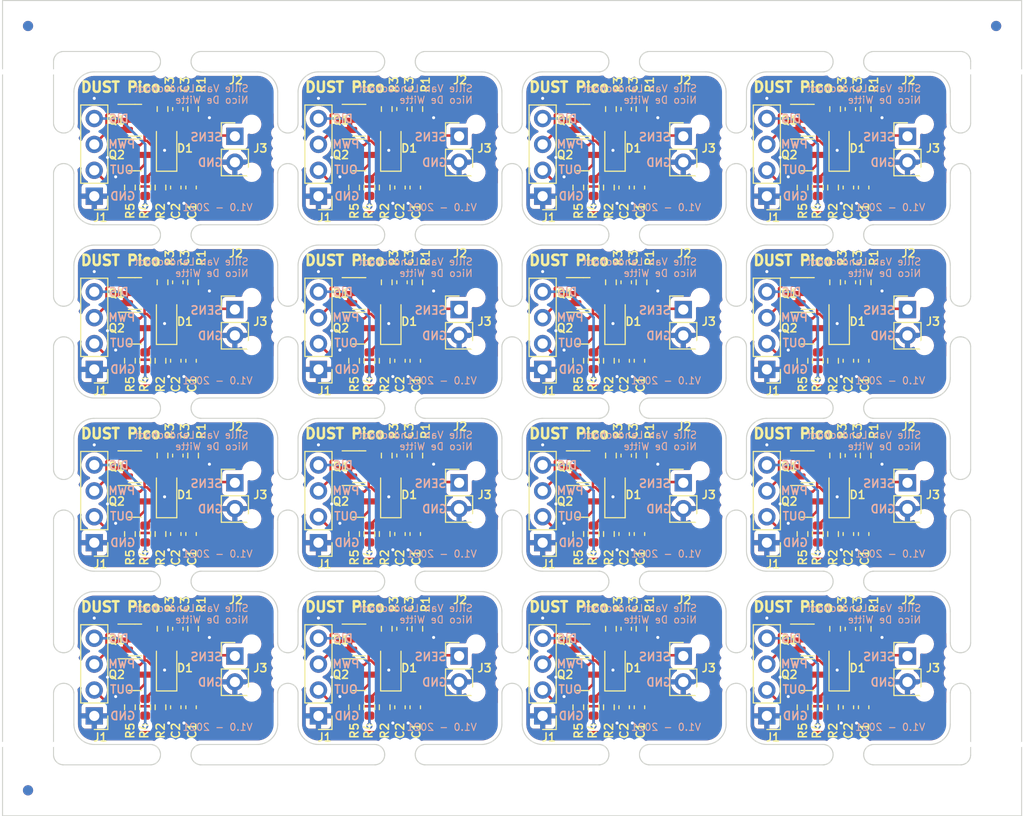
<source format=kicad_pcb>
(kicad_pcb (version 20211014) (generator pcbnew)
  (layers (0 "F.Cu" signal) (31 "B.Cu" signal) (34 "B.Paste" user) (35 "F.Paste" user) (36 "B.SilkS" user "B.Silkscreen") (37 "F.SilkS" user "F.Silkscreen") (38 "B.Mask" user) (39 "F.Mask" user) (44 "Edge.Cuts" user))
  (net 0 "")
  (net 1 "Board_0-/DISCHARGE")
  (net 2 "Board_0-/OUT")
  (net 3 "Board_0-/PWM")
  (net 4 "Board_0-GND")
  (net 5 "Board_0-Net-(C1-Pad1)")
  (net 6 "Board_0-Net-(C3-Pad1)")
  (net 7 "Board_0-Net-(Q1-Pad3)")
  (net 8 "Board_0-Net-(Q2-Pad3)")
  (net 9 "Board_1-/DISCHARGE")
  (net 10 "Board_1-/OUT")
  (net 11 "Board_1-/PWM")
  (net 12 "Board_1-GND")
  (net 13 "Board_1-Net-(C1-Pad1)")
  (net 14 "Board_1-Net-(C3-Pad1)")
  (net 15 "Board_1-Net-(Q1-Pad3)")
  (net 16 "Board_1-Net-(Q2-Pad3)")
  (net 17 "Board_2-/DISCHARGE")
  (net 18 "Board_2-/OUT")
  (net 19 "Board_2-/PWM")
  (net 20 "Board_2-GND")
  (net 21 "Board_2-Net-(C1-Pad1)")
  (net 22 "Board_2-Net-(C3-Pad1)")
  (net 23 "Board_2-Net-(Q1-Pad3)")
  (net 24 "Board_2-Net-(Q2-Pad3)")
  (net 25 "Board_3-/DISCHARGE")
  (net 26 "Board_3-/OUT")
  (net 27 "Board_3-/PWM")
  (net 28 "Board_3-GND")
  (net 29 "Board_3-Net-(C1-Pad1)")
  (net 30 "Board_3-Net-(C3-Pad1)")
  (net 31 "Board_3-Net-(Q1-Pad3)")
  (net 32 "Board_3-Net-(Q2-Pad3)")
  (net 33 "Board_4-/DISCHARGE")
  (net 34 "Board_4-/OUT")
  (net 35 "Board_4-/PWM")
  (net 36 "Board_4-GND")
  (net 37 "Board_4-Net-(C1-Pad1)")
  (net 38 "Board_4-Net-(C3-Pad1)")
  (net 39 "Board_4-Net-(Q1-Pad3)")
  (net 40 "Board_4-Net-(Q2-Pad3)")
  (net 41 "Board_5-/DISCHARGE")
  (net 42 "Board_5-/OUT")
  (net 43 "Board_5-/PWM")
  (net 44 "Board_5-GND")
  (net 45 "Board_5-Net-(C1-Pad1)")
  (net 46 "Board_5-Net-(C3-Pad1)")
  (net 47 "Board_5-Net-(Q1-Pad3)")
  (net 48 "Board_5-Net-(Q2-Pad3)")
  (net 49 "Board_6-/DISCHARGE")
  (net 50 "Board_6-/OUT")
  (net 51 "Board_6-/PWM")
  (net 52 "Board_6-GND")
  (net 53 "Board_6-Net-(C1-Pad1)")
  (net 54 "Board_6-Net-(C3-Pad1)")
  (net 55 "Board_6-Net-(Q1-Pad3)")
  (net 56 "Board_6-Net-(Q2-Pad3)")
  (net 57 "Board_7-/DISCHARGE")
  (net 58 "Board_7-/OUT")
  (net 59 "Board_7-/PWM")
  (net 60 "Board_7-GND")
  (net 61 "Board_7-Net-(C1-Pad1)")
  (net 62 "Board_7-Net-(C3-Pad1)")
  (net 63 "Board_7-Net-(Q1-Pad3)")
  (net 64 "Board_7-Net-(Q2-Pad3)")
  (net 65 "Board_8-/DISCHARGE")
  (net 66 "Board_8-/OUT")
  (net 67 "Board_8-/PWM")
  (net 68 "Board_8-GND")
  (net 69 "Board_8-Net-(C1-Pad1)")
  (net 70 "Board_8-Net-(C3-Pad1)")
  (net 71 "Board_8-Net-(Q1-Pad3)")
  (net 72 "Board_8-Net-(Q2-Pad3)")
  (net 73 "Board_9-/DISCHARGE")
  (net 74 "Board_9-/OUT")
  (net 75 "Board_9-/PWM")
  (net 76 "Board_9-GND")
  (net 77 "Board_9-Net-(C1-Pad1)")
  (net 78 "Board_9-Net-(C3-Pad1)")
  (net 79 "Board_9-Net-(Q1-Pad3)")
  (net 80 "Board_9-Net-(Q2-Pad3)")
  (net 81 "Board_10-/DISCHARGE")
  (net 82 "Board_10-/OUT")
  (net 83 "Board_10-/PWM")
  (net 84 "Board_10-GND")
  (net 85 "Board_10-Net-(C1-Pad1)")
  (net 86 "Board_10-Net-(C3-Pad1)")
  (net 87 "Board_10-Net-(Q1-Pad3)")
  (net 88 "Board_10-Net-(Q2-Pad3)")
  (net 89 "Board_11-/DISCHARGE")
  (net 90 "Board_11-/OUT")
  (net 91 "Board_11-/PWM")
  (net 92 "Board_11-GND")
  (net 93 "Board_11-Net-(C1-Pad1)")
  (net 94 "Board_11-Net-(C3-Pad1)")
  (net 95 "Board_11-Net-(Q1-Pad3)")
  (net 96 "Board_11-Net-(Q2-Pad3)")
  (net 97 "Board_12-/DISCHARGE")
  (net 98 "Board_12-/OUT")
  (net 99 "Board_12-/PWM")
  (net 100 "Board_12-GND")
  (net 101 "Board_12-Net-(C1-Pad1)")
  (net 102 "Board_12-Net-(C3-Pad1)")
  (net 103 "Board_12-Net-(Q1-Pad3)")
  (net 104 "Board_12-Net-(Q2-Pad3)")
  (net 105 "Board_13-/DISCHARGE")
  (net 106 "Board_13-/OUT")
  (net 107 "Board_13-/PWM")
  (net 108 "Board_13-GND")
  (net 109 "Board_13-Net-(C1-Pad1)")
  (net 110 "Board_13-Net-(C3-Pad1)")
  (net 111 "Board_13-Net-(Q1-Pad3)")
  (net 112 "Board_13-Net-(Q2-Pad3)")
  (net 113 "Board_14-/DISCHARGE")
  (net 114 "Board_14-/OUT")
  (net 115 "Board_14-/PWM")
  (net 116 "Board_14-GND")
  (net 117 "Board_14-Net-(C1-Pad1)")
  (net 118 "Board_14-Net-(C3-Pad1)")
  (net 119 "Board_14-Net-(Q1-Pad3)")
  (net 120 "Board_14-Net-(Q2-Pad3)")
  (net 121 "Board_15-/DISCHARGE")
  (net 122 "Board_15-/OUT")
  (net 123 "Board_15-/PWM")
  (net 124 "Board_15-GND")
  (net 125 "Board_15-Net-(C1-Pad1)")
  (net 126 "Board_15-Net-(C3-Pad1)")
  (net 127 "Board_15-Net-(Q1-Pad3)")
  (net 128 "Board_15-Net-(Q2-Pad3)")
  (footprint "NPTH" (layer "F.Cu") (at 37.168497 42.500997)
    (fp_text reference "REF**" hide)
    (fp_text value "NPTH" hide)
  )
  (footprint "NPTH" (layer "F.Cu") (at 132.999017 42.500997)
    (fp_text reference "REF**" hide)
    (fp_text value "NPTH" hide)
  )
  (footprint "Capacitor_SMD:C_0603_1608Metric" (layer "F.Cu") (at 94.200011 97.150015 90)
    (fp_text reference "C3")
    (fp_text value "C")
  )
  (footprint "Resistor_SMD:R_0603_1608Metric" (layer "F.Cu") (at 51.699997 80.150009 -90)
    (fp_text reference "R1")
    (fp_text value "10K")
  )
  (footprint "Capacitor_SMD:C_0603_1608Metric" (layer "F.Cu") (at 116.000018 104.850015 -90)
    (fp_text reference "C2")
    (fp_text value "1nF")
  )
  (footprint "NPTH" (layer "F.Cu") (at 62.001002 101.500007)
    (fp_text reference "REF**" hide)
    (fp_text value "NPTH" hide)
  )
  (footprint "NPTH" (layer "F.Cu") (at 117.500008 93.501006)
    (fp_text reference "REF**" hide)
    (fp_text value "NPTH" hide)
  )
  (footprint "NPTH" (layer "F.Cu") (at 33.000997 42.500997)
    (fp_text reference "REF**" hide)
    (fp_text value "NPTH" hide)
  )
  (footprint "Diode_SMD:D_SOD-123" (layer "F.Cu") (at 71.100004 101.000015 90)
    (fp_text reference "D1")
    (fp_text value "D_Schottky")
  )
  (footprint "Fiducial" (layer "F.Cu") (at 35.500997 37.998997)
    (fp_text reference "REF**" hide)
    (fp_text value "Fiducial" hide)
  )
  (footprint "NPTH" (layer "F.Cu") (at 40.000998 68.500001)
    (fp_text reference "REF**" hide)
    (fp_text value "NPTH" hide)
  )
  (footprint "NPTH" (layer "F.Cu") (at 62.001001 100.500007)
    (fp_text reference "REF**" hide)
    (fp_text value "NPTH" hide)
  )
  (footprint "NPTH" (layer "F.Cu") (at 106.001009 67.500001)
    (fp_text reference "REF**" hide)
    (fp_text value "NPTH" hide)
  )
  (footprint "NPTH" (layer "F.Cu") (at 125.999006 68.500001)
    (fp_text reference "REF**" hide)
    (fp_text value "NPTH" hide)
  )
  (footprint "Resistor_SMD:R_0603_1608Metric" (layer "F.Cu") (at 89.500011 53.849997 90)
    (fp_text reference "R5")
    (fp_text value "R")
  )
  (footprint "Resistor_SMD:R_0603_1608Metric" (layer "F.Cu") (at 117.700018 46.149997 -90)
    (fp_text reference "R1")
    (fp_text value "10K")
  )
  (footprint "Capacitor_SMD:C_0603_1608Metric" (layer "F.Cu") (at 94.200011 80.150009 90)
    (fp_text reference "C3")
    (fp_text value "C")
  )
  (footprint "NPTH" (layer "F.Cu") (at 106.001009 84.500004)
    (fp_text reference "REF**" hide)
    (fp_text value "NPTH" hide)
  )
  (footprint "NPTH" (layer "F.Cu") (at 49.499998 108.499007)
    (fp_text reference "REF**" hide)
    (fp_text value "NPTH" hide)
  )
  (footprint "Resistor_SMD:R_0603_1608Metric" (layer "F.Cu") (at 114.700018 46.149997 -90)
    (fp_text reference "R3")
    (fp_text value "R")
  )
  (footprint "NPTH" (layer "F.Cu") (at 94.500005 76.501004)
    (fp_text reference "REF**" hide)
    (fp_text value "NPTH" hide)
  )
  (footprint "Capacitor_SMD:C_0603_1608Metric" (layer "F.Cu") (at 51.499997 70.850003 -90)
    (fp_text reference "C1")
    (fp_text value "5pF")
  )
  (footprint "NPTH" (layer "F.Cu") (at 103.999004 101.500007)
    (fp_text reference "REF**" hide)
    (fp_text value "NPTH" hide)
  )
  (footprint "NPTH" (layer "F.Cu") (at 36.334997 108.499018)
    (fp_text reference "REF**" hide)
    (fp_text value "NPTH" hide)
  )
  (footprint "Resistor_SMD:R_0603_1608Metric" (layer "F.Cu") (at 95.700011 97.150015 -90)
    (fp_text reference "R1")
    (fp_text value "10K")
  )
  (footprint "NPTH" (layer "F.Cu") (at 59.998998 85.500004)
    (fp_text reference "REF**" hide)
    (fp_text value "NPTH" hide)
  )
  (footprint "NPTH" (layer "F.Cu") (at 117.500008 57.498998)
    (fp_text reference "REF**" hide)
    (fp_text value "NPTH" hide)
  )
  (footprint "Connector_PinHeader_2.54mm:PinHeader_1x02_P2.54mm_Vertical" (layer "F.Cu") (at 121.800018 99.825015)
    (fp_text reference "J3")
    (fp_text value "Conn_01x02")
  )
  (footprint "NPTH" (layer "F.Cu") (at 38.001997 42.500997)
    (fp_text reference "REF**" hide)
    (fp_text value "NPTH" hide)
  )
  (footprint "NPTH" (layer "F.Cu") (at 93.500005 57.498998)
    (fp_text reference "REF**" hide)
    (fp_text value "NPTH" hide)
  )
  (footprint "Connector_PinHeader_2.54mm:PinHeader_1x04_P2.54mm_Vertical" (layer "F.Cu") (at 64.000004 54.699997 180)
    (fp_text reference "J1")
    (fp_text value "Conn_01x04")
  )
  (footprint "NPTH" (layer "F.Cu") (at 84.001005 100.500007)
    (fp_text reference "REF**" hide)
    (fp_text value "NPTH" hide)
  )
  (footprint "NPTH" (layer "F.Cu") (at 116.500008 108.499007)
    (fp_text reference "REF**" hide)
    (fp_text value "NPTH" hide)
  )
  (footprint "Resistor_SMD:R_0603_1608Metric" (layer "F.Cu") (at 48.699997 97.150015 -90)
    (fp_text reference "R3")
    (fp_text value "R")
  )
  (footprint "NPTH" (layer "F.Cu") (at 106.001011 68.500001)
    (fp_text reference "REF**" hide)
    (fp_text value "NPTH" hide)
  )
  (footprint "NPTH" (layer "F.Cu") (at 103.999003 85.500004)
    (fp_text reference "REF**" hide)
    (fp_text value "NPTH" hide)
  )
  (footprint "NPTH" (layer "F.Cu") (at 73.500001 74.499001)
    (fp_text reference "REF**" hide)
    (fp_text value "NPTH" hide)
  )
  (footprint "NPTH" (layer "F.Cu") (at 62.001001 99.500007)
    (fp_text reference "REF**" hide)
    (fp_text value "NPTH" hide)
  )
  (footprint "NPTH" (layer "F.Cu") (at 81.999001 101.500007)
    (fp_text reference "REF**" hide)
    (fp_text value "NPTH" hide)
  )
  (footprint "Connector_PinHeader_2.54mm:PinHeader_1x02_P2.54mm_Vertical" (layer "F.Cu") (at 99.800011 48.824997)
    (fp_text reference "J3")
    (fp_text value "Conn_01x02")
  )
  (footprint "Capacitor_SMD:C_0603_1608Metric" (layer "F.Cu") (at 117.500018 87.850009 -90)
    (fp_text reference "C1")
    (fp_text value "5pF")
  )
  (footprint "Capacitor_SMD:C_0603_1608Metric" (layer "F.Cu") (at 49.999997 53.849997 -90)
    (fp_text reference "C2")
    (fp_text value "1nF")
  )
  (footprint "DUST:PTSM 0.5-2-HH-2.5-SMD" (layer "F.Cu") (at 55.199997 49.749997 90)
    (fp_text reference "J2")
    (fp_text value "Conn_01x02")
  )
  (footprint "NPTH" (layer "F.Cu") (at 95.500005 91.499005)
    (fp_text reference "REF**" hide)
    (fp_text value "NPTH" hide)
  )
  (footprint "NPTH" (layer "F.Cu") (at 72.500001 57.498998)
    (fp_text reference "REF**" hide)
    (fp_text value "NPTH" hide)
  )
  (footprint "Resistor_SMD:R_0603_1608Metric" (layer "F.Cu") (at 95.700011 63.150003 -90)
    (fp_text reference "R1")
    (fp_text value "10K")
  )
  (footprint "NPTH" (layer "F.Cu") (at 73.500001 93.501006)
    (fp_text reference "REF**" hide)
    (fp_text value "NPTH" hide)
  )
  (footprint "Resistor_SMD:R_0603_1608Metric" (layer "F.Cu") (at 46.999997 87.850009 -90)
    (fp_text reference "R4")
    (fp_text value "R")
  )
  (footprint "NPTH" (layer "F.Cu") (at 40.000998 51.499998)
    (fp_text reference "REF**" hide)
    (fp_text value "NPTH" hide)
  )
  (footprint "Connector_PinHeader_2.54mm:PinHeader_1x02_P2.54mm_Vertical" (layer "F.Cu") (at 77.800004 99.825015)
    (fp_text reference "J3")
    (fp_text value "Conn_01x02")
  )
  (footprint "Diode_SMD:D_SOD-123" (layer "F.Cu") (at 71.100004 67.000003 90)
    (fp_text reference "D1")
    (fp_text value "D_Schottky")
  )
  (footprint "NPTH" (layer "F.Cu") (at 125.999006 85.500004)
    (fp_text reference "REF**" hide)
    (fp_text value "NPTH" hide)
  )
  (footprint "NPTH" (layer "F.Cu") (at 106.001008 49.499998)
    (fp_text reference "REF**" hide)
    (fp_text value "NPTH" hide)
  )
  (footprint "NPTH" (layer "F.Cu") (at 40.000998 48.499998)
    (fp_text reference "REF**" hide)
    (fp_text value "NPTH" hide)
  )
  (footprint "NPTH" (layer "F.Cu") (at 84.001004 82.500004)
    (fp_text reference "REF**" hide)
    (fp_text value "NPTH" hide)
  )
  (footprint "NPTH" (layer "F.Cu") (at 71.500001 93.501007)
    (fp_text reference "REF**" hide)
    (fp_text value "NPTH" hide)
  )
  (footprint "NPTH" (layer "F.Cu") (at 59.998998 83.500004)
    (fp_text reference "REF**" hide)
    (fp_text value "NPTH" hide)
  )
  (footprint "Resistor_SMD:R_0603_1608Metric" (layer "F.Cu") (at 45.499997 70.850003 90)
    (fp_text reference "R5")
    (fp_text value "R")
  )
  (footprint "Capacitor_SMD:C_0603_1608Metric" (layer "F.Cu") (at 94.000011 53.849997 -90)
    (fp_text reference "C2")
    (fp_text value "1nF")
  )
  (footprint "Resistor_SMD:R_0603_1608Metric" (layer "F.Cu") (at 114.500018 70.850003 90)
    (fp_text reference "R2")
    (fp_text value "1M")
  )
  (footprint "Resistor_SMD:R_0603_1608Metric" (layer "F.Cu") (at 70.700004 80.150009 -90)
    (fp_text reference "R3")
    (fp_text value "R")
  )
  (footprint "Resistor_SMD:R_0603_1608Metric" (layer "F.Cu") (at 48.699997 80.150009 -90)
    (fp_text reference "R3")
    (fp_text value "R")
  )
  (footprint "NPTH" (layer "F.Cu") (at 34.667997 108.499018)
    (fp_text reference "REF**" hide)
    (fp_text value "NPTH" hide)
  )
  (footprint "NPTH" (layer "F.Cu") (at 114.500008 93.501008)
    (fp_text reference "REF**" hide)
    (fp_text value "NPTH" hide)
  )
  (footprint "Package_TO_SOT_SMD:SOT-23" (layer "F.Cu") (at 90.000011 84.650009)
    (fp_text reference "Q2")
    (fp_text value "MMBT3904")
  )
  (footprint "Connector_PinHeader_2.54mm:PinHeader_1x02_P2.54mm_Vertical" (layer "F.Cu") (at 99.800011 82.825009)
    (fp_text reference "J3")
    (fp_text value "Conn_01x02")
  )
  (footprint "NPTH" (layer "F.Cu") (at 59.998998 49.499998)
    (fp_text reference "REF**" hide)
    (fp_text value "NPTH" hide)
  )
  (footprint "Capacitor_SMD:C_0603_1608Metric" (layer "F.Cu") (at 95.500011 104.850015 -90)
    (fp_text reference "C1")
    (fp_text value "5pF")
  )
  (footprint "DUST:PTSM 0.5-2-HH-2.5-SMD" (layer "F.Cu") (at 121.200018 100.750015 90)
    (fp_text reference "J2")
    (fp_text value "Conn_01x02")
  )
  (footprint "Resistor_SMD:R_0603_1608Metric" (layer "F.Cu") (at 117.700018 97.150015 -90)
    (fp_text reference "R1")
    (fp_text value "10K")
  )
  (footprint "NPTH" (layer "F.Cu") (at 84.001006 67.500001)
    (fp_text reference "REF**" hide)
    (fp_text value "NPTH" hide)
  )
  (footprint "NPTH" (layer "F.Cu") (at 40.000998 84.500004)
    (fp_text reference "REF**" hide)
    (fp_text value "NPTH" hide)
  )
  (footprint "NPTH" (layer "F.Cu") (at 125.999011 65.500001)
    (fp_text reference "REF**" hide)
    (fp_text value "NPTH" hide)
  )
  (footprint "NPTH" (layer "F.Cu") (at 114.500008 108.499006)
    (fp_text reference "REF**" hide)
    (fp_text value "NPTH" hide)
  )
  (footprint "NPTH" (layer "F.Cu") (at 117.500008 42.500998)
    (fp_text reference "REF**" hide)
    (fp_text value "NPTH" hide)
  )
  (footprint "NPTH" (layer "F.Cu") (at 92.500005 57.498998)
    (fp_text reference "REF**" hide)
    (fp_text value "NPTH" hide)
  )
  (footprint "NPTH" (layer "F.Cu") (at 95.500005 76.501003)
    (fp_text reference "REF**" hide)
    (fp_text value "NPTH" hide)
  )
  (footprint "NPTH" (layer "F.Cu") (at 132.165517 42.500997)
    (fp_text reference "REF**" hide)
    (fp_text value "NPTH" hide)
  )
  (footprint "NPTH" (layer "F.Cu") (at 40.000998 65.500001)
    (fp_text reference "REF**" hide)
    (fp_text value "NPTH" hide)
  )
  (footprint "Fiducial" (layer "F.Cu") (at 130.499017 37.998997)
    (fp_text reference "REF**" hide)
    (fp_text value "Fiducial" hide)
  )
  (footprint "NPTH" (layer "F.Cu") (at 84.001006 102.500007)
    (fp_text reference "REF**" hide)
    (fp_text value "NPTH" hide)
  )
  (footprint "Resistor_SMD:R_0603_1608Metric" (layer "F.Cu") (at 91.000011 104.850015 -90)
    (fp_text reference "R4")
    (fp_text value "R")
  )
  (footprint "NPTH" (layer "F.Cu") (at 49.499998 42.500998)
    (fp_text reference "REF**" hide)
    (fp_text value "NPTH" hide)
  )
  (footprint "NPTH" (layer "F.Cu") (at 50.499998 59.501001)
    (fp_text reference "REF**" hide)
    (fp_text value "NPTH" hide)
  )
  (footprint "NPTH" (layer "F.Cu") (at 130.498517 42.500997)
    (fp_text reference "REF**" hide)
    (fp_text value "NPTH" hide)
  )
  (footprint "NPTH" (layer "F.Cu") (at 115.500008 108.499007)
    (fp_text reference "REF**" hide)
    (fp_text value "NPTH" hide)
  )
  (footprint "Resistor_SMD:R_0603_1608Metric" (layer "F.Cu") (at 73.700004 80.150009 -90)
    (fp_text reference "R1")
    (fp_text value "10K")
  )
  (footprint "NPTH" (layer "F.Cu") (at 70.500001 93.501008)
    (fp_text reference "REF**" hide)
    (fp_text value "NPTH" hide)
  )
  (footprint "DUST:PTSM 0.5-2-HH-2.5-SMD" (layer "F.Cu") (at 99.200011 83.750009 90)
    (fp_text reference "J2")
    (fp_text value "Conn_01x02")
  )
  (footprint "Diode_SMD:D_SOD-123" (layer "F.Cu") (at 93.100011 67.000003 90)
    (fp_text reference "D1")
    (fp_text value "D_Schottky")
  )
  (footprint "NPTH" (layer "F.Cu") (at 116.500008 57.498998)
    (fp_text reference "REF**" hide)
    (fp_text value "NPTH" hide)
  )
  (footprint "Resistor_SMD:R_0603_1608Metric" (layer "F.Cu") (at 113.000018 70.850003 -90)
    (fp_text reference "R4")
    (fp_text value "R")
  )
  (footprint "NPTH" (layer "F.Cu") (at 81.999001 102.500007)
    (fp_text reference "REF**" hide)
    (fp_text value "NPTH" hide)
  )
  (footprint "Connector_PinHeader_2.54mm:PinHeader_1x02_P2.54mm_Vertical" (layer "F.Cu") (at 55.799997 82.825009)
    (fp_text reference "J3")
    (fp_text value "Conn_01x02")
  )
  (footprint "Resistor_SMD:R_0603_1608Metric" (layer "F.Cu") (at 48.499997 104.850015 90)
    (fp_text reference "R2")
    (fp_text value "1M")
  )
  (footprint "NPTH" (layer "F.Cu") (at 125.999011 48.499998)
    (fp_text reference "REF**" hide)
    (fp_text value "NPTH" hide)
  )
  (footprint "NPTH" (layer "F.Cu") (at 59.998998 48.499998)
    (fp_text reference "REF**" hide)
    (fp_text value "NPTH" hide)
  )
  (footprint "DUST:PTSM 0.5-2-HH-2.5-SMD" (layer "F.Cu") (at 121.200018 66.750003 90)
    (fp_text reference "J2")
    (fp_text value "Conn_01x02")
  )
  (footprint "NPTH" (layer "F.Cu") (at 70.500001 91.499003)
    (fp_text reference "REF**" hide)
    (fp_text value "NPTH" hide)
  )
  (footprint "Package_TO_SOT_SMD:SOT-23" (layer "F.Cu") (at 90.000011 47.249997)
    (fp_text reference "Q1")
    (fp_text value "MMBT3904")
  )
  (footprint "Connector_PinHeader_2.54mm:PinHeader_1x04_P2.54mm_Vertical" (layer "F.Cu") (at 86.000011 88.700009 180)
    (fp_text reference "J1")
    (fp_text value "Conn_01x04")
  )
  (footprint "NPTH" (layer "F.Cu") (at 125.999006 51.499998)
    (fp_text reference "REF**" hide)
    (fp_text value "NPTH" hide)
  )
  (footprint "Capacitor_SMD:C_0603_1608Metric" (layer "F.Cu") (at 95.500011 87.850009 -90)
    (fp_text reference "C1")
    (fp_text value "5pF")
  )
  (footprint "Resistor_SMD:R_0603_1608Metric" (layer "F.Cu") (at 92.700011 97.150015 -90)
    (fp_text reference "R3")
    (fp_text value "R")
  )
  (footprint "NPTH" (layer "F.Cu") (at 62.001002 85.500004)
    (fp_text reference "REF**" hide)
    (fp_text value "NPTH" hide)
  )
  (footprint "Capacitor_SMD:C_0603_1608Metric" (layer "F.Cu") (at 73.500004 104.850015 -90)
    (fp_text reference "C1")
    (fp_text value "5pF")
  )
  (footprint "NPTH" (layer "F.Cu") (at 59.998998 84.500004)
    (fp_text reference "REF**" hide)
    (fp_text value "NPTH" hide)
  )
  (footprint "NPTH" (layer "F.Cu") (at 84.001006 50.499998)
    (fp_text reference "REF**" hide)
    (fp_text value "NPTH" hide)
  )
  (footprint "Capacitor_SMD:C_0603_1608Metric" (layer "F.Cu") (at 50.199997 63.150003 90)
    (fp_text reference "C3")
    (fp_text value "C")
  )
  (footprint "NPTH" (layer "F.Cu") (at 51.499998 42.500998)
    (fp_text reference "REF**" hide)
    (fp_text value "NPTH" hide)
  )
  (footprint "NPTH" (layer "F.Cu") (at 49.499998 74.499001)
    (fp_text reference "REF**" hide)
    (fp_text value "NPTH" hide)
  )
  (footprint "Capacitor_SMD:C_0603_1608Metric" (layer "F.Cu") (at 49.999997 104.850015 -90)
    (fp_text reference "C2")
    (fp_text value "1nF")
  )
  (footprint "NPTH" (layer "F.Cu") (at 62.001002 68.500001)
    (fp_text reference "REF**" hide)
    (fp_text value "NPTH" hide)
  )
  (footprint "Resistor_SMD:R_0603_1608Metric" (layer "F.Cu") (at 46.999997 70.850003 -90)
    (fp_text reference "R4")
    (fp_text value "R")
  )
  (footprint "Connector_PinHeader_2.54mm:PinHeader_1x04_P2.54mm_Vertical" (layer "F.Cu") (at 108.000018 88.700009 180)
    (fp_text reference "J1")
    (fp_text value "Conn_01x04")
  )
  (footprint "Connector_PinHeader_2.54mm:PinHeader_1x02_P2.54mm_Vertical" (layer "F.Cu") (at 77.800004 82.825009)
    (fp_text reference "J3")
    (fp_text value "Conn_01x02")
  )
  (footprint "NPTH" (layer "F.Cu") (at 70.500001 42.500998)
    (fp_text reference "REF**" hide)
    (fp_text value "NPTH" hide)
  )
  (footprint "NPTH" (layer "F.Cu") (at 40.000998 66.500001)
    (fp_text reference "REF**" hide)
    (fp_text value "NPTH" hide)
  )
  (footprint "Resistor_SMD:R_0603_1608Metric" (layer "F.Cu") (at 45.499997 87.850009 90)
    (fp_text reference "R5")
    (fp_text value "R")
  )
  (footprint "NPTH" (layer "F.Cu") (at 127.998017 108.499018)
    (fp_text reference "REF**" hide)
    (fp_text value "NPTH" hide)
  )
  (footprint "NPTH" (layer "F.Cu") (at 72.500001 91.499004)
    (fp_text reference "REF**" hide)
    (fp_text value "NPTH" hide)
  )
  (footprint "Capacitor_SMD:C_0603_1608Metric" (layer "F.Cu") (at 72.000004 53.849997 -90)
    (fp_text reference "C2")
    (fp_text value "1nF")
  )
  (footprint "Connector_PinHeader_2.54mm:PinHeader_1x04_P2.54mm_Vertical" (layer "F.Cu") (at 64.000004 71.700003 180)
    (fp_text reference "J1")
    (fp_text value "Conn_01x04")
  )
  (footprint "NPTH" (layer "F.Cu") (at 72.500001 93.501007)
    (fp_text reference "REF**" hide)
    (fp_text value "NPTH" hide)
  )
  (footprint "NPTH" (layer "F.Cu") (at 117.500008 108.499008)
    (fp_text reference "REF**" hide)
    (fp_text value "NPTH" hide)
  )
  (footprint "Resistor_SMD:R_0603_1608Metric" (layer "F.Cu") (at 48.499997 87.850009 90)
    (fp_text reference "R2")
    (fp_text value "1M")
  )
  (footprint "Capacitor_SMD:C_0603_1608Metric" (layer "F.Cu") (at 72.200004 63.150003 90)
    (fp_text reference "C3")
    (fp_text value "C")
  )
  (footprint "NPTH" (layer "F.Cu") (at 49.499998 91.499004)
    (fp_text reference "REF**" hide)
    (fp_text value "NPTH" hide)
  )
  (footprint "Capacitor_SMD:C_0603_1608Metric" (layer "F.Cu") (at 51.499997 104.850015 -90)
    (fp_text reference "C1")
    (fp_text value "5pF")
  )
  (footprint "Package_TO_SOT_SMD:SOT-23" (layer "F.Cu") (at 68.000004 101.650015)
    (fp_text reference "Q2")
    (fp_text value "MMBT3904")
  )
  (footprint "Resistor_SMD:R_0603_1608Metric" (layer "F.Cu") (at 73.700004 46.149997 -90)
    (fp_text reference "R1")
    (fp_text value "10K")
  )
  (footprint "Package_TO_SOT_SMD:SOT-23" (layer "F.Cu") (at 68.000004 47.249997)
    (fp_text reference "Q1")
    (fp_text value "MMBT3904")
  )
  (footprint "Diode_SMD:D_SOD-123" (layer "F.Cu") (at 115.100018 67.000003 90)
    (fp_text reference "D1")
    (fp_text value "D_Schottky")
  )
  (footprint "Resistor_SMD:R_0603_1608Metric" (layer "F.Cu") (at 69.000004 53.849997 -90)
    (fp_text reference "R4")
    (fp_text value "R")
  )
  (footprint "NPTH" (layer "F.Cu") (at 115.500008 93.501007)
    (fp_text reference "REF**" hide)
    (fp_text value "NPTH" hide)
  )
  (footprint "Capacitor_SMD:C_0603_1608Metric" (layer "F.Cu") (at 95.500011 70.850003 -90)
    (fp_text reference "C1")
    (fp_text value "5pF")
  )
  (footprint "NPTH" (layer "F.Cu") (at 62.001002 84.500004)
    (fp_text reference "REF**" hide)
    (fp_text value "NPTH" hide)
  )
  (footprint "Resistor_SMD:R_0603_1608Metric" (layer "F.Cu") (at 111.500018 104.850015 90)
    (fp_text reference "R5")
    (fp_text value "R")
  )
  (footprint "NPTH" (layer "F.Cu") (at 59.998998 102.500007)
    (fp_text reference "REF**" hide)
    (fp_text value "NPTH" hide)
  )
  (footprint "Package_TO_SOT_SMD:SOT-23" (layer "F.Cu") (at 68.000004 67.650003)
    (fp_text reference "Q2")
    (fp_text value "MMBT3904")
  )
  (footprint "NPTH" (layer "F.Cu") (at 95.500005 108.499008)
    (fp_text reference "REF**" hide)
    (fp_text value "NPTH" hide)
  )
  (footprint "Resistor_SMD:R_0603_1608Metric" (layer "F.Cu") (at 67.500004 104.850015 90)
    (fp_text reference "R5")
    (fp_text value "R")
  )
  (footprint "Resistor_SMD:R_0603_1608Metric" (layer "F.Cu") (at 114.500018 87.850009 90)
    (fp_text reference "R2")
    (fp_text value "1M")
  )
  (footprint "NPTH" (layer "F.Cu") (at 73.500001 42.500998)
    (fp_text reference "REF**" hide)
    (fp_text value "NPTH" hide)
  )
  (footprint "Package_TO_SOT_SMD:SOT-23" (layer "F.Cu") (at 90.000011 64.250003)
    (fp_text reference "Q1")
    (fp_text value "MMBT3904")
  )
  (footprint "NPTH" (layer "F.Cu") (at 106.001009 101.500007)
    (fp_text reference "REF**" hide)
    (fp_text value "NPTH" hide)
  )
  (footprint "Resistor_SMD:R_0603_1608Metric" (layer "F.Cu") (at 95.700011 80.150009 -90)
    (fp_text reference "R1")
    (fp_text value "10K")
  )
  (footprint "DUST:PTSM 0.5-2-HH-2.5-SMD" (layer "F.Cu") (at 77.200004 49.749997 90)
    (fp_text reference "J2")
    (fp_text value "Conn_01x02")
  )
  (footprint "Diode_SMD:D_SOD-123" (layer "F.Cu") (at 49.099997 101.000015 90)
    (fp_text reference "D1")
    (fp_text value "D_Schottky")
  )
  (footprint "NPTH" (layer "F.Cu") (at 103.999004 84.500004)
    (fp_text reference "REF**" hide)
    (fp_text value "NPTH" hide)
  )
  (footprint "Package_TO_SOT_SMD:SOT-23" (layer "F.Cu") (at 68.000004 64.250003)
    (fp_text reference "Q1")
    (fp_text value "MMBT3904")
  )
  (footprint "Resistor_SMD:R_0603_1608Metric" (layer "F.Cu") (at 89.500011 70.850003 90)
    (fp_text reference "R5")
    (fp_text value "R")
  )
  (footprint "NPTH" (layer "F.Cu") (at 49.499998 76.501004)
    (fp_text reference "REF**" hide)
    (fp_text value "NPTH" hide)
  )
  (footprint "NPTH" (layer "F.Cu") (at 125.999006 102.500007)
    (fp_text reference "REF**" hide)
    (fp_text value "NPTH" hide)
  )
  (footprint "Diode_SMD:D_SOD-123" (layer "F.Cu") (at 115.100018 49.999997 90)
    (fp_text reference "D1")
    (fp_text value "D_Schottky")
  )
  (footprint "Package_TO_SOT_SMD:SOT-23" (layer "F.Cu") (at 90.000011 50.649997)
    (fp_text reference "Q2")
    (fp_text value "MMBT3904")
  )
  (footprint "NPTH" (layer "F.Cu") (at 50.499998 108.499007)
    (fp_text reference "REF**" hide)
    (fp_text value "NPTH" hide)
  )
  (footprint "NPTH" (layer "F.Cu") (at 103.999007 82.500004)
    (fp_text reference "REF**" hide)
    (fp_text value "NPTH" hide)
  )
  (footprint "NPTH" (layer "F.Cu") (at 81.999001 84.500004)
    (fp_text reference "REF**" hide)
    (fp_text value "NPTH" hide)
  )
  (footprint "NPTH" (layer "F.Cu") (at 37.168497 108.499018)
    (fp_text reference "REF**" hide)
    (fp_text value "NPTH" hide)
  )
  (footprint "NPTH" (layer "F.Cu") (at 116.500008 76.501004)
    (fp_text reference "REF**" hide)
    (fp_text value "NPTH" hide)
  )
  (footprint "NPTH" (layer "F.Cu") (at 81.999002 82.500004)
    (fp_text reference "REF**" hide)
    (fp_text value "NPTH" hide)
  )
  (footprint "Package_TO_SOT_SMD:SOT-23" (layer "F.Cu") (at 45.999997 47.249997)
    (fp_text reference "Q1")
    (fp_text value "MMBT3904")
  )
  (footprint "NPTH" (layer "F.Cu") (at 106.001009 50.499998)
    (fp_text reference "REF**" hide)
    (fp_text value "NPTH" hide)
  )
  (footprint "NPTH" (layer "F.Cu") (at 59.998998 101.500007)
    (fp_text reference "REF**" hide)
    (fp_text value "NPTH" hide)
  )
  (footprint "NPTH" (layer "F.Cu") (at 117.500008 74.499001)
    (fp_text reference "REF**" hide)
    (fp_text value "NPTH" hide)
  )
  (footprint "DUST:PTSM 0.5-2-HH-2.5-SMD" (layer "F.Cu") (at 55.199997 66.750003 90)
    (fp_text reference "J2")
    (fp_text value "Conn_01x02")
  )
  (footprint "Package_TO_SOT_SMD:SOT-23" (layer "F.Cu") (at 112.000018 47.249997)
    (fp_text reference "Q1")
    (fp_text value "MMBT3904")
  )
  (footprint "NPTH" (layer "F.Cu") (at 116.500008 74.499001)
    (fp_text reference "REF**" hide)
    (fp_text value "NPTH" hide)
  )
  (footprint "NPTH" (layer "F.Cu") (at 73.500001 76.501003)
    (fp_text reference "REF**" hide)
    (fp_text value "NPTH" hide)
  )
  (footprint "NPTH" (layer "F.Cu") (at 128.831517 42.500997)
    (fp_text reference "REF**" hide)
    (fp_text value "NPTH" hide)
  )
  (footprint "Resistor_SMD:R_0603_1608Metric" (layer "F.Cu") (at 89.500011 104.850015 90)
    (fp_text reference "R5")
    (fp_text value "R")
  )
  (footprint "NPTH" (layer "F.Cu") (at 72.500001 108.499007)
    (fp_text reference "REF**" hide)
    (fp_text value "NPTH" hide)
  )
  (footprint "Resistor_SMD:R_0603_1608Metric" (layer "F.Cu") (at 91.000011 70.850003 -90)
    (fp_text reference "R4")
    (fp_text value "R")
  )
  (footprint "NPTH" (layer "F.Cu") (at 81.999002 99.500007)
    (fp_text reference "REF**" hide)
    (fp_text value "NPTH" hide)
  )
  (footprint "NPTH" (layer "F.Cu") (at 84.001005 66.500001)
    (fp_text reference "REF**" hide)
    (fp_text value "NPTH" hide)
  )
  (footprint "Package_TO_SOT_SMD:SOT-23" (layer "F.Cu") (at 112.000018 84.650009)
    (fp_text reference "Q2")
    (fp_text value "MMBT3904")
  )
  (footprint "Resistor_SMD:R_0603_1608Metric" (layer "F.Cu") (at 113.000018 53.849997 -90)
    (fp_text reference "R4")
    (fp_text value "R")
  )
  (footprint "NPTH" (layer "F.Cu") (at 92.500005 108.499006)
    (fp_text reference "REF**" hide)
    (fp_text value "NPTH" hide)
  )
  (footprint "NPTH" (layer "F.Cu") (at 125.999011 99.500007)
    (fp_text reference "REF**" hide)
    (fp_text value "NPTH" hide)
  )
  (footprint "NPTH" (layer "F.Cu") (at 103.999006 66.500001)
    (fp_text reference "REF**" hide)
    (fp_text value "NPTH" hide)
  )
  (footprint "Capacitor_SMD:C_0603_1608Metric" (layer "F.Cu") (at 116.200018 80.150009 90)
    (fp_text reference "C3")
    (fp_text value "C")
  )
  (footprint "Diode_SMD:D_SOD-123" (layer "F.Cu") (at 49.099997 67.000003 90)
    (fp_text reference "D1")
    (fp_text value "D_Schottky")
  )
  (footprint "NPTH" (layer "F.Cu") (at 115.500008 42.500998)
    (fp_text reference "REF**" hide)
    (fp_text value "NPTH" hide)
  )
  (footprint "Diode_SMD:D_SOD-123" (layer "F.Cu") (at 71.100004 49.999997 90)
    (fp_text reference "D1")
    (fp_text value "D_Schottky")
  )
  (footprint "DUST:PTSM 0.5-2-HH-2.5-SMD" (layer "F.Cu") (at 77.200004 100.750015 90)
    (fp_text reference "J2")
    (fp_text value "Conn_01x02")
  )
  (footprint "Connector_PinHeader_2.54mm:PinHeader_1x04_P2.54mm_Vertical" (layer "F.Cu") (at 86.000011 105.700015 180)
    (fp_text reference "J1")
    (fp_text value "Conn_01x04")
  )
  (footprint "NPTH" (layer "F.Cu") (at 95.500005 57.498998)
    (fp_text reference "REF**" hide)
    (fp_text value "NPTH" hide)
  )
  (footprint "Capacitor_SMD:C_0603_1608Metric" (layer "F.Cu") (at 116.200018 97.150015 90)
    (fp_text reference "C3")
    (fp_text value "C")
  )
  (footprint "NPTH" (layer "F.Cu") (at 93.500005 93.501007)
    (fp_text reference "REF**" hide)
    (fp_text value "NPTH" hide)
  )
  (footprint "NPTH" (layer "F.Cu") (at 125.999011 82.500004)
    (fp_text reference "REF**" hide)
    (fp_text value "NPTH" hide)
  )
  (footprint "Resistor_SMD:R_0603_1608Metric" (layer "F.Cu") (at 70.700004 63.150003 -90)
    (fp_text reference "R3")
    (fp_text value "R")
  )
  (footprint "DUST:PTSM 0.5-2-HH-2.5-SMD" (layer "F.Cu") (at 121.200018 83.750009 90)
    (fp_text reference "J2")
    (fp_text value "Conn_01x02")
  )
  (footprint "NPTH" (layer "F.Cu") (at 106.001008 100.500007)
    (fp_text reference "REF**" hide)
    (fp_text value "NPTH" hide)
  )
  (footprint "Capacitor_SMD:C_0603_1608Metric" (layer "F.Cu") (at 72.200004 46.149997 90)
    (fp_text reference "C3")
    (fp_text value "C")
  )
  (footprint "NPTH" (layer "F.Cu") (at 84.001006 85.500004)
    (fp_text reference "REF**" hide)
    (fp_text value "NPTH" hide)
  )
  (footprint "Capacitor_SMD:C_0603_1608Metric" (layer "F.Cu") (at 73.500004 53.849997 -90)
    (fp_text reference "C1")
    (fp_text value "5pF")
  )
  (footprint "NPTH" (layer "F.Cu") (at 81.999002 48.499998)
    (fp_text reference "REF**" hide)
    (fp_text value "NPTH" hide)
  )
  (footprint "NPTH" (layer "F.Cu") (at 49.499998 59.501001)
    (fp_text reference "REF**" hide)
    (fp_text value "NPTH" hide)
  )
  (footprint "NPTH" (layer "F.Cu") (at 94.500005 91.499004)
    (fp_text reference "REF**" hide)
    (fp_text value "NPTH" hide)
  )
  (footprint "NPTH" (layer "F.Cu") (at 132.165517 108.499018)
    (fp_text reference "REF**" hide)
    (fp_text value "NPTH" hide)
  )
  (footprint "Resistor_SMD:R_0603_1608Metric" (layer "F.Cu") (at 95.700011 46.149997 -90)
    (fp_text reference "R1")
    (fp_text value "10K")
  )
  (footprint "Capacitor_SMD:C_0603_1608Metric" (layer "F.Cu") (at 72.000004 104.850015 -90)
    (fp_text reference "C2")
    (fp_text value "1nF")
  )
  (footprint "NPTH" (layer "F.Cu") (at 72.500001 74.499001)
    (fp_text reference "REF**" hide)
    (fp_text value "NPTH" hide)
  )
  (footprint "Diode_SMD:D_SOD-123" (layer "F.Cu") (at 93.100011 84.000009 90)
    (fp_text reference "D1")
    (fp_text value "D_Schottky")
  )
  (footprint "NPTH" (layer "F.Cu") (at 128.831517 108.499018)
    (fp_text reference "REF**" hide)
    (fp_text value "NPTH" hide)
  )
  (footprint "Connector_PinHeader_2.54mm:PinHeader_1x04_P2.54mm_Vertical" (layer "F.Cu") (at 108.000018 105.700015 180)
    (fp_text reference "J1")
    (fp_text value "Conn_01x04")
  )
  (footprint "Resistor_SMD:R_0603_1608Metric" (layer "F.Cu") (at 113.000018 87.850009 -90)
    (fp_text reference "R4")
    (fp_text value "R")
  )
  (footprint "NPTH" (layer "F.Cu") (at 106.001011 51.499998)
    (fp_text reference "REF**" hide)
    (fp_text value "NPTH" hide)
  )
  (footprint "NPTH" (layer "F.Cu") (at 48.499998 93.501008)
    (fp_text reference "REF**" hide)
    (fp_text value "NPTH" hide)
  )
  (footprint "NPTH" (layer "F.Cu") (at 106.001008 66.500001)
    (fp_text reference "REF**" hide)
    (fp_text value "NPTH" hide)
  )
  (footprint "Connector_PinHeader_2.54mm:PinHeader_1x04_P2.54mm_Vertical" (layer "F.Cu") (at 41.999997 105.700015 180)
    (fp_text reference "J1")
    (fp_text value "Conn_01x04")
  )
  (footprint "NPTH" (layer "F.Cu") (at 51.499998 74.499001)
    (fp_text reference "REF**" hide)
    (fp_text value "NPTH" hide)
  )
  (footprint "NPTH" (layer "F.Cu") (at 92.500005 59.501001)
    (fp_text reference "REF**" hide)
    (fp_text value "NPTH" hide)
  )
  (footprint "Diode_SMD:D_SOD-123" (layer "F.Cu") (at 49.099997 49.999997 90)
    (fp_text reference "D1")
    (fp_text value "D_Schottky")
  )
  (footprint "NPTH" (layer "F.Cu") (at 92.500005 42.500998)
    (fp_text reference "REF**" hide)
    (fp_text value "NPTH" hide)
  )
  (footprint "NPTH" (layer "F.Cu") (at 50.499998 93.501007)
    (fp_text reference "REF**" hide)
    (fp_text value "NPTH" hide)
  )
  (footprint "NPTH" (layer "F.Cu") (at 48.499998 108.499006)
    (fp_text reference "REF**" hide)
    (fp_text value "NPTH" hide)
  )
  (footprint "Resistor_SMD:R_0603_1608Metric" (layer "F.Cu") (at 48.499997 53.849997 90)
    (fp_text reference "R2")
    (fp_text value "1M")
  )
  (footprint "Resistor_SMD:R_0603_1608Metric" (layer "F.Cu") (at 92.700011 63.150003 -90)
    (fp_text reference "R3")
    (fp_text value "R")
  )
  (footprint "NPTH" (layer "F.Cu") (at 71.500001 57.498998)
    (fp_text reference "REF**" hide)
    (fp_text value "NPTH" hide)
  )
  (footprint "Package_TO_SOT_SMD:SOT-23" (layer "F.Cu") (at 90.000011 101.650015)
    (fp_text reference "Q2")
    (fp_text value "MMBT3904")
  )
  (footprint "Capacitor_SMD:C_0603_1608Metric" (layer "F.Cu") (at 117.500018 53.849997 -90)
    (fp_text reference "C1")
    (fp_text value "5pF")
  )
  (footprint "NPTH" (layer "F.Cu") (at 117.500008 59.501001)
    (fp_text reference "REF**" hide)
    (fp_text value "NPTH" hide)
  )
  (footprint "NPTH" (layer "F.Cu") (at 114.500008 57.498998)
    (fp_text reference "REF**" hide)
    (fp_text value "NPTH" hide)
  )
  (footprint "NPTH" (layer "F.Cu") (at 129.665017 42.500997)
    (fp_text reference "REF**" hide)
    (fp_text value "NPTH" hide)
  )
  (footprint "NPTH" (layer "F.Cu") (at 125.999008 101.500007)
    (fp_text reference "REF**" hide)
    (fp_text value "NPTH" hide)
  )
  (footprint "Capacitor_SMD:C_0603_1608Metric" (layer "F.Cu") (at 94.000011 104.850015 -90)
    (fp_text reference "C2")
    (fp_text value "1nF")
  )
  (footprint "Resistor_SMD:R_0603_1608Metric" (layer "F.Cu") (at 114.500018 53.849997 90)
    (fp_text reference "R2")
    (fp_text value "1M")
  )
  (footprint "Capacitor_SMD:C_0603_1608Metric" (layer "F.Cu") (at 73.500004 87.850009 -90)
    (fp_text reference "C1")
    (fp_text value "5pF")
  )
  (footprint "Resistor_SMD:R_0603_1608Metric" (layer "F.Cu") (at 70.500004 104.850015 90)
    (fp_text reference "R2")
    (fp_text value "1M")
  )
  (footprint "Capacitor_SMD:C_0603_1608Metric" (layer "F.Cu") (at 94.200011 46.149997 90)
    (fp_text reference "C3")
    (fp_text value "C")
  )
  (footprint "DUST:PTSM 0.5-2-HH-2.5-SMD" (layer "F.Cu") (at 55.199997 100.750015 90)
    (fp_text reference "J2")
    (fp_text value "Conn_01x02")
  )
  (footprint "Package_TO_SOT_SMD:SOT-23" (layer "F.Cu") (at 112.000018 98.250015)
    (fp_text reference "Q1")
    (fp_text value "MMBT3904")
  )
  (footprint "NPTH" (layer "F.Cu") (at 51.499998 91.499005)
    (fp_text reference "REF**" hide)
    (fp_text value "NPTH" hide)
  )
  (footprint "Capacitor_SMD:C_0603_1608Metric" (layer "F.Cu") (at 51.499997 87.850009 -90)
    (fp_text reference "C1")
    (fp_text value "5pF")
  )
  (footprint "NPTH" (layer "F.Cu") (at 48.499998 42.500998)
    (fp_text reference "REF**" hide)
    (fp_text value "NPTH" hide)
  )
  (footprint "NPTH" (layer "F.Cu") (at 93.500005 76.501004)
    (fp_text reference "REF**" hide)
    (fp_text value "NPTH" hide)
  )
  (footprint "NPTH" (layer "F.Cu") (at 106.001011 102.500007)
    (fp_text reference "REF**" hide)
    (fp_text value "NPTH" hide)
  )
  (footprint "NPTH" (layer "F.Cu") (at 103.999006 83.500004)
    (fp_text reference "REF**" hide)
    (fp_text value "NPTH" hide)
  )
  (footprint "Resistor_SMD:R_0603_1608Metric" (layer "F.Cu") (at 92.700011 80.150009 -90)
    (fp_text reference "R3")
    (fp_text value "R")
  )
  (footprint "Connector_PinHeader_2.54mm:PinHeader_1x04_P2.54mm_Vertical" (layer "F.Cu") (at 64.000004 88.700009 180)
    (fp_text reference "J1")
    (fp_text value "Conn_01x04")
  )
  (footprint "NPTH" (layer "F.Cu") (at 73.500001 108.499008)
    (fp_text reference "REF**" hide)
    (fp_text value "NPTH" hide)
  )
  (footprint "NPTH" (layer "F.Cu") (at 84.001004 65.500001)
    (fp_text reference "REF**" hide)
    (fp_text value "NPTH" hide)
  )
  (footprint "Connector_PinHeader_2.54mm:PinHeader_1x04_P2.54mm_Vertical" (layer "F.Cu") (at 108.000018 71.700003 180)
    (fp_text reference "J1")
    (fp_text value "Conn_01x04")
  )
  (footprint "NPTH" (layer "F.Cu") (at 92.500005 76.501005)
    (fp_text reference "REF**" hide)
    (fp_text value "NPTH" hide)
  )
  (footprint "Capacitor_SMD:C_0603_1608Metric" (layer "F.Cu") (at 49.999997 87.850009 -90)
    (fp_text reference "C2")
    (fp_text value "1nF")
  )
  (footprint "NPTH" (layer "F.Cu") (at 71.500001 42.500998)
    (fp_text reference "REF**" hide)
    (fp_text value "NPTH" hide)
  )
  (footprint "Connector_PinHeader_2.54mm:PinHeader_1x04_P2.54mm_Vertical" (layer "F.Cu") (at 86.000011 54.699997 180)
    (fp_text reference "J1")
    (fp_text value "Conn_01x04")
  )
  (footprint "NPTH" (layer "F.Cu") (at 115.500008 76.501004)
    (fp_text reference "REF**" hide)
    (fp_text value "NPTH" hide)
  )
  (footprint "NPTH" (layer "F.Cu") (at 38.001997 108.499018)
    (fp_text reference "REF**" hide)
    (fp_text value "NPTH" hide)
  )
  (footprint "NPTH" (layer "F.Cu") (at 62.001002 102.500007)
    (fp_text reference "REF**" hide)
    (fp_text value "NPTH" hide)
  )
  (footprint "Resistor_SMD:R_0603_1608Metric" (layer "F.Cu") (at 92.500011 104.850015 90)
    (fp_text reference "R2")
    (fp_text value "1M")
  )
  (footprint "NPTH" (layer "F.Cu") (at 81.999001 68.500001)
    (fp_text reference "REF**" hide)
    (fp_text value "NPTH" hide)
  )
  (footprint "Capacitor_SMD:C_0603_1608Metric" (layer "F.Cu") (at 116.000018 87.850009 -90)
    (fp_text reference "C2")
    (fp_text value "1nF")
  )
  (footprint "Package_TO_SOT_SMD:SOT-23" (layer "F.Cu") (at 90.000011 81.250009)
    (fp_text reference "Q1")
    (fp_text value "MMBT3904")
  )
  (footprint "DUST:PTSM 0.5-2-HH-2.5-SMD" (layer "F.Cu") (at 99.200011 49.749997 90)
    (fp_text reference "J2")
    (fp_text value "Conn_01x02")
  )
  (footprint "Resistor_SMD:R_0603_1608Metric" (layer "F.Cu") (at 69.000004 104.850015 -90)
    (fp_text reference "R4")
    (fp_text value "R")
  )
  (footprint "NPTH" (layer "F.Cu") (at 62.001001 66.500001)
    (fp_text reference "REF**" hide)
    (fp_text value "NPTH" hide)
  )
  (footprint "NPTH" (layer "F.Cu") (at 106.001006 99.500007)
    (fp_text reference "REF**" hide)
    (fp_text value "NPTH" hide)
  )
  (footprint "NPTH" (layer "F.Cu") (at 40.000998 100.500007)
    (fp_text reference "REF**" hide)
    (fp_text value "NPTH" hide)
  )
  (footprint "Capacitor_SMD:C_0603_1608Metric" (layer "F.Cu") (at 49.999997 70.850003 -90)
    (fp_text reference "C2")
    (fp_text value "1nF")
  )
  (footprint "NPTH" (layer "F.Cu") (at 103.999004 51.499998)
    (fp_text reference "REF**" hide)
    (fp_text value "NPTH" hide)
  )
  (footprint "Resistor_SMD:R_0603_1608Metric" (layer "F.Cu") (at 51.699997 46.149997 -90)
    (fp_text reference "R1")
    (fp_text value "10K")
  )
  (footprint "NPTH" (layer "F.Cu") (at 81.999002 65.500001)
    (fp_text reference "REF**" hide)
    (fp_text value "NPTH" hide)
  )
  (footprint "Resistor_SMD:R_0603_1608Metric" (layer "F.Cu") (at 48.499997 70.850003 90)
    (fp_text reference "R2")
    (fp_text value "1M")
  )
  (footprint "NPTH" (layer "F.Cu") (at 70.500001 76.501005)
    (fp_text reference "REF**" hide)
    (fp_text value "NPTH" hide)
  )
  (footprint "NPTH" (layer "F.Cu") (at 70.500001 57.498998)
    (fp_text reference "REF**" hide)
    (fp_text value "NPTH" hide)
  )
  (footprint "NPTH" (layer "F.Cu") (at 81.999002 83.500004)
    (fp_text reference "REF**" hide)
    (fp_text value "NPTH" hide)
  )
  (footprint "DUST:PTSM 0.5-2-HH-2.5-SMD" (layer "F.Cu") (at 77.200004 66.750003 90)
    (fp_text reference "J2")
    (fp_text value "Conn_01x02")
  )
  (footprint "NPTH" (layer "F.Cu") (at 125.999009 100.500007)
    (fp_text reference "REF**" hide)
    (fp_text value "NPTH" hide)
  )
  (footprint "NPTH" (layer "F.Cu") (at 103.999004 67.500001)
    (fp_text reference "REF**" hide)
    (fp_text value "NPTH" hide)
  )
  (footprint "Connector_PinHeader_2.54mm:PinHeader_1x02_P2.54mm_Vertical" (layer "F.Cu") (at 121.800018 65.825003)
    (fp_text reference "J3")
    (fp_text value "Conn_01x02")
  )
  (footprint "NPTH" (layer "F.Cu") (at 115.500008 59.501001)
    (fp_text reference "REF**" hide)
    (fp_text value "NPTH" hide)
  )
  (footprint "NPTH" (layer "F.Cu") (at 103.999005 49.499998)
    (fp_text reference "REF**" hide)
    (fp_text value "NPTH" hide)
  )
  (footprint "NPTH" (layer "F.Cu") (at 40.000998 49.499998)
    (fp_text reference "REF**" hide)
    (fp_text value "NPTH" hide)
  )
  (footprint "NPTH" (layer "F.Cu") (at 81.999002 49.499998)
    (fp_text reference "REF**" hide)
    (fp_text value "NPTH" hide)
  )
  (footprint "NPTH" (layer "F.Cu") (at 62.001001 65.500001)
    (fp_text reference "REF**" hide)
    (fp_text value "NPTH" hide)
  )
  (footprint "NPTH" (layer "F.Cu") (at 40.000998 82.500004)
    (fp_text reference "REF**" hide)
    (fp_text value "NPTH" hide)
  )
  (footprint "NPTH" (layer "F.Cu") (at 114.500008 91.499003)
    (fp_text reference "REF**" hide)
    (fp_text value "NPTH" hide)
  )
  (footprint "Capacitor_SMD:C_0603_1608Metric" (layer "F.Cu") (at 95.500011 53.849997 -90)
    (fp_text reference "C1")
    (fp_text value "5pF")
  )
  (footprint "NPTH" (layer "F.Cu") (at 95.500005 59.501001)
    (fp_text reference "REF**" hide)
    (fp_text value "NPTH" hide)
  )
  (footprint "NPTH" (layer "F.Cu") (at 125.999009 83.500004)
    (fp_text reference "REF**" hide)
    (fp_text value "NPTH" hide)
  )
  (footprint "NPTH" (layer "F.Cu") (at 93.500005 91.499004)
    (fp_text reference "REF**" hide)
    (fp_text value "NPTH" hide)
  )
  (footprint "Package_TO_SOT_SMD:SOT-23" (layer "F.Cu") (at 68.000004 81.250009)
    (fp_text reference "Q1")
    (fp_text value "MMBT3904")
  )
  (footprint "NPTH" (layer "F.Cu") (at 131.332017 108.499018)
    (fp_text reference "REF**" hide)
    (fp_text value "NPTH" hide)
  )
  (footprint "Capacitor_SMD:C_0603_1608Metric" (layer "F.Cu") (at 94.000011 87.850009 -90)
    (fp_text reference "C2")
    (fp_text value "1nF")
  )
  (footprint "NPTH" (layer "F.Cu") (at 51.499998 76.501003)
    (fp_text reference "REF**" hide)
    (fp_text value "NPTH" hide)
  )
  (footprint "NPTH" (layer "F.Cu") (at 50.499998 42.500998)
    (fp_text reference "REF**" hide)
    (fp_text value "NPTH" hide)
  )
  (footprint "Capacitor_SMD:C_0603_1608Metric" (layer "F.Cu") (at 50.199997 80.150009 90)
    (fp_text reference "C3")
    (fp_text value "C")
  )
  (footprint "NPTH" (layer "F.Cu") (at 50.499998 76.501004)
    (fp_text reference "REF**" hide)
    (fp_text value "NPTH" hide)
  )
  (footprint "NPTH" (layer "F.Cu") (at 106.001006 82.500004)
    (fp_text reference "REF**" hide)
    (fp_text value "NPTH" hide)
  )
  (footprint "NPTH" (layer "F.Cu") (at 125.999008 67.500001)
    (fp_text reference "REF**" hide)
    (fp_text value "NPTH" hide)
  )
  (footprint "NPTH" (layer "F.Cu") (at 70.500001 108.499006)
    (fp_text reference "REF**" hide)
    (fp_text value "NPTH" hide)
  )
  (footprint "Resistor_SMD:R_0603_1608Metric" (layer "F.Cu") (at 111.500018 87.850009 90)
    (fp_text reference "R5")
    (fp_text value "R")
  )
  (footprint "NPTH" (layer "F.Cu") (at 94.500005 57.498998)
    (fp_text reference "REF**" hide)
    (fp_text value "NPTH" hide)
  )
  (footprint "Resistor_SMD:R_0603_1608Metric" (layer "F.Cu") (at 92.500011 53.849997 90)
    (fp_text reference "R2")
    (fp_text value "1M")
  )
  (footprint "Resistor_SMD:R_0603_1608Metric" (layer "F.Cu") (at 91.000011 53.849997 -90)
    (fp_text reference "R4")
    (fp_text value "R")
  )
  (footprint "Capacitor_SMD:C_0603_1608Metric" (layer "F.Cu") (at 51.499997 53.849997 -90)
    (fp_text reference "C1")
    (fp_text value "5pF")
  )
  (footprint "Connector_PinHeader_2.54mm:PinHeader_1x02_P2.54mm_Vertical" (layer "F.Cu") (at 99.800011 65.825003)
    (fp_text reference "J3")
    (fp_text value "Conn_01x02")
  )
  (footprint "NPTH" (layer "F.Cu") (at 81.999001 85.500004)
    (fp_text reference "REF**" hide)
    (fp_text value "NPTH" hide)
  )
  (footprint "Package_TO_SOT_SMD:SOT-23" (layer "F.Cu") (at 45.999997 64.250003)
    (fp_text reference "Q1")
    (fp_text value "MMBT3904")
  )
  (footprint "Capacitor_SMD:C_0603_1608Metric" (layer "F.Cu") (at 50.199997 97.150015 90)
    (fp_text reference "C3")
    (fp_text value "C")
  )
  (footprint "Connector_PinHeader_2.54mm:PinHeader_1x02_P2.54mm_Vertical" (layer "F.Cu") (at 55.799997 48.824997)
    (fp_text reference "J3")
    (fp_text value "Conn_01x02")
  )
  (footprint "NPTH" (layer "F.Cu") (at 132.999017 108.499018)
    (fp_text reference "REF**" hide)
    (fp_text value "NPTH" hide)
  )
  (footprint "NPTH" (layer "F.Cu") (at 59.998998 66.500001)
    (fp_text reference "REF**" hide)
    (fp_text value "NPTH" hide)
  )
  (footprint "NPTH" (layer "F.Cu") (at 115.500008 57.498998)
    (fp_text reference "REF**" hide)
    (fp_text value "NPTH" hide)
  )
  (footprint "NPTH" (layer "F.Cu") (at 62.001002 51.499998)
    (fp_text reference "REF**" hide)
    (fp_text value "NPTH" hide)
  )
  (footprint "NPTH" (layer "F.Cu") (at 40.000998 99.500007)
    (fp_text reference "REF**" hide)
    (fp_text value "NPTH" hide)
  )
  (footprint "Connector_PinHeader_2.54mm:PinHeader_1x04_P2.54mm_Vertical" (layer "F.Cu") (at 41.999997 54.699997 180)
    (fp_text reference "J1")
    (fp_text value "Conn_01x04")
  )
  (footprint "NPTH" (layer "F.Cu") (at 93.500005 74.499001)
    (fp_text reference "REF**" hide)
    (fp_text value "NPTH" hide)
  )
  (footprint "NPTH" (layer "F.Cu") (at 81.999002 100.500007)
    (fp_text reference "REF**" hide)
    (fp_text value "NPTH" hide)
  )
  (footprint "NPTH" (layer "F.Cu") (at 103.999006 48.499998)
    (fp_text reference "REF**" hide)
    (fp_text value "NPTH" hide)
  )
  (footprint "NPTH" (layer "F.Cu") (at 48.499998 74.499001)
    (fp_text reference "REF**" hide)
    (fp_text value "NPTH" hide)
  )
  (footprint "NPTH" (layer "F.Cu") (at 114.500008 76.501005)
    (fp_text reference "REF**" hide)
    (fp_text value "NPTH" hide)
  )
  (footprint "Capacitor_SMD:C_0603_1608Metric" (layer "F.Cu") (at 94.000011 70.850003 -90)
    (fp_text reference "C2")
    (fp_text value "1nF")
  )
  (footprint "Package_TO_SOT_SMD:SOT-23" (layer "F.Cu") (at 112.000018 81.250009)
    (fp_text reference "Q1")
    (fp_text value "MMBT3904")
  )
  (footprint "NPTH" (layer "F.Cu") (at 59.998998 82.500004)
    (fp_text reference "REF**" hide)
    (fp_text value "NPTH" hide)
  )
  (footprint "Resistor_SMD:R_0603_1608Metric" (layer "F.Cu") (at 46.999997 104.850015 -90)
    (fp_text reference "R4")
    (fp_text value "R")
  )
  (footprint "Capacitor_SMD:C_0603_1608Metric" (layer "F.Cu") (at 94.200011 63.150003 90)
    (fp_text reference "C3")
    (fp_text value "C")
  )
  (footprint "NPTH" (layer "F.Cu") (at 36.334997 42.500997)
    (fp_text reference "REF**" hide)
    (fp_text value "NPTH" hide)
  )
  (footprint "NPTH" (layer "F.Cu") (at 72.500001 76.501004)
    (fp_text reference "REF**" hide)
    (fp_text value "NPTH" hide)
  )
  (footprint "DUST:PTSM 0.5-2-HH-2.5-SMD" (layer "F.Cu") (at 121.200018 49.749997 90)
    (fp_text reference "J2")
    (fp_text value "Conn_01x02")
  )
  (footprint "NPTH" (layer "F.Cu") (at 131.332017 42.500997)
    (fp_text reference "REF**" hide)
    (fp_text value "NPTH" hide)
  )
  (footprint "Resistor_SMD:R_0603_1608Metric" (layer "F.Cu") (at 70.700004 97.150015 -90)
    (fp_text reference "R3")
    (fp_text value "R")
  )
  (footprint "NPTH" (layer "F.Cu") (at 71.500001 108.499007)
    (fp_text reference "REF**" hide)
    (fp_text value "NPTH" hide)
  )
  (footprint "NPTH" (layer "F.Cu") (at 103.999003 68.500001)
    (fp_text reference "REF**" hide)
    (fp_text value "NPTH" hide)
  )
  (footprint "NPTH" (layer "F.Cu") (at 114.500008 59.501001)
    (fp_text reference "REF**" hide)
    (fp_text value "NPTH" hide)
  )
  (footprint "NPTH" (layer "F.Cu") (at 62.001001 49.499998)
    (fp_text reference "REF**" hide)
    (fp_text value "NPTH" hide)
  )
  (footprint "NPTH" (layer "F.Cu") (at 71.500001 74.499001)
    (fp_text reference "REF**" hide)
    (fp_text value "NPTH" hide)
  )
  (footprint "Resistor_SMD:R_0603_1608Metric" (layer "F.Cu") (at 92.500011 70.850003 90)
    (fp_text reference "R2")
    (fp_text value "1M")
  )
  (footprint "NPTH" (layer "F.Cu") (at 70.500001 74.499001)
    (fp_text reference "REF**" hide)
    (fp_text value "NPTH" hide)
  )
  (footprint "Resistor_SMD:R_0603_1608Metric" (layer "F.Cu") (at 92.700011 46.149997 -90)
    (fp_text reference "R3")
    (fp_text value "R")
  )
  (footprint "Connector_PinHeader_2.54mm:PinHeader_1x04_P2.54mm_Vertical" (layer "F.Cu") (at 86.000011 71.700003 180)
    (fp_text reference "J1")
    (fp_text value "Conn_01x04")
  )
  (footprint "Resistor_SMD:R_0603_1608Metric" (layer "F.Cu") (at 114.500018 104.850015 90)
    (fp_text reference "R2")
    (fp_text value "1M")
  )
  (footprint "NPTH" (layer "F.Cu") (at 71.500001 59.501001)
    (fp_text reference "REF**" hide)
    (fp_text value "NPTH" hide)
  )
  (footprint "NPTH" (layer "F.Cu") (at 81.999002 66.500001)
    (fp_text reference "REF**" hide)
    (fp_text value "NPTH" hide)
  )
  (footprint "NPTH" (layer "F.Cu") (at 103.999006 100.500007)
    (fp_text reference "REF**" hide)
    (fp_text value "NPTH" hide)
  )
  (footprint "NPTH" (layer "F.Cu") (at 72.500001 42.500998)
    (fp_text reference "REF**" hide)
    (fp_text value "NPTH" hide)
  )
  (footprint "NPTH" (layer "F.Cu") (at 48.499998 91.499003)
    (fp_text reference "REF**" hide)
    (fp_text value "NPTH" hide)
  )
  (footprint "Resistor_SMD:R_0603_1608Metric" (layer "F.Cu") (at 114.700018 97.150015 -90)
    (fp_text reference "R3")
    (fp_text value "R")
  )
  (footprint "NPTH" (layer "F.Cu") (at 92.500005 91.499003)
    (fp_text reference "REF**" hide)
    (fp_text value "NPTH" hide)
  )
  (footprint "NPTH" (layer "F.Cu") (at 93.500005 59.501001)
    (fp_text reference "REF**" hide)
    (fp_text value "NPTH" hide)
  )
  (footprint "NPTH" (layer "F.Cu") (at 62.001001 82.500004)
    (fp_text reference "REF**" hide)
    (fp_text value "NPTH" hide)
  )
  (footprint "NPTH" (layer "F.Cu") (at 71.500001 76.501004)
    (fp_text reference "REF**" hide)
    (fp_text value "NPTH" hide)
  )
  (footprint "Diode_SMD:D_SOD-123" (layer "F.Cu") (at 93.100011 101.000015 90)
    (fp_text reference "D1")
    (fp_text value "D_Schottky")
  )
  (footprint "DUST:PTSM 0.5-2-HH-2.5-SMD" (layer "F.Cu") (at 77.200004 83.750009 90)
    (fp_text reference "J2")
    (fp_text value "Conn_01x02")
  )
  (footprint "Package_TO_SOT_SMD:SOT-23" (layer "F.Cu") (at 45.999997 67.650003)
    (fp_text reference "Q2")
    (fp_text value "MMBT3904")
  )
  (footprint "NPTH" (layer "F.Cu") (at 125.999008 84.500004)
    (fp_text reference "REF**" hide)
    (fp_text value "NPTH" hide)
  )
  (footprint "Package_TO_SOT_SMD:SOT-23" (layer "F.Cu") (at 45.999997 98.250015)
    (fp_text reference "Q1")
    (fp_text value "MMBT3904")
  )
  (footprint "Fiducial" (layer "F.Cu") (at 35.500997 113.001014)
    (fp_text reference "REF**" hide)
    (fp_text value "Fiducial" hide)
  )
  (footprint "NPTH" (layer "F.Cu") (at 103.999007 65.500001)
    (fp_text reference "REF**" hide)
    (fp_text value "NPTH" hide)
  )
  (footprint "Capacitor_SMD:C_0603_1608Metric" (layer "F.Cu") (at 73.500004 70.850003 -90)
    (fp_text reference "C1")
    (fp_text value "5pF")
  )
  (footprint "NPTH" (layer "F.Cu") (at 50.499998 57.498998)
    (fp_text reference "REF**" hide)
    (fp_text value "NPTH" hide)
  )
  (footprint "NPTH" (layer "F.Cu") (at 92.500005 74.499001)
    (fp_text reference "REF**" hide)
    (fp_text value "NPTH" hide)
  )
  (footprint "NPTH" (layer "F.Cu") (at 114.500008 42.500998)
    (fp_text reference "REF**" hide)
    (fp_text value "NPTH" hide)
  )
  (footprint "Diode_SMD:D_SOD-123" (layer "F.Cu") (at 49.099997 84.000009 90)
    (fp_text reference "D1")
    (fp_text value "D_Schottky")
  )
  (footprint "Connector_PinHeader_2.54mm:PinHeader_1x04_P2.54mm_Vertical" (layer "F.Cu") (at 41.999997 88.700009 180)
    (fp_text reference "J1")
    (fp_text value "Conn_01x04")
  )
  (footprint "Connector_PinHeader_2.54mm:PinHeader_1x02_P2.54mm_Vertical" (layer "F.Cu") (at 77.800004 48.824997)
    (fp_text reference "J3")
    (fp_text value "Conn_01x02")
  )
  (footprint "Resistor_SMD:R_0603_1608Metric" (layer "F.Cu") (at 114.700018 63.150003 -90)
    (fp_text reference "R3")
    (fp_text value "R")
  )
  (footprint "NPTH" (layer "F.Cu") (at 50.499998 74.499001)
    (fp_text reference "REF**" hide)
    (fp_text value "NPTH" hide)
  )
  (footprint "NPTH" (layer "F.Cu") (at 33.834497 42.500997)
    (fp_text reference "REF**" hide)
    (fp_text value "NPTH" hide)
  )
  (footprint "NPTH" (layer "F.Cu") (at 117.500008 91.499005)
    (fp_text reference "REF**" hide)
    (fp_text value "NPTH" hide)
  )
  (footprint "NPTH" (layer "F.Cu") (at 73.500001 59.501001)
    (fp_text reference "REF**" hide)
    (fp_text value "NPTH" hide)
  )
  (footprint "Capacitor_SMD:C_0603_1608Metric" (layer "F.Cu") (at 116.000018 53.849997 -90)
    (fp_text reference "C2")
    (fp_text value "1nF")
  )
  (footprint "NPTH" (layer "F.Cu") (at 84.001006 68.500001)
    (fp_text reference "REF**" hide)
    (fp_text value "NPTH" hide)
  )
  (footprint "NPTH" (layer "F.Cu") (at 59.998998 68.500001)
    (fp_text reference "REF**" hide)
    (fp_text value "NPTH" hide)
  )
  (footprint "NPTH" (layer "F.Cu") (at 40.000998 102.500007)
    (fp_text reference "REF**" hide)
    (fp_text value "NPTH" hide)
  )
  (footprint "NPTH" (layer "F.Cu") (at 73.500001 91.499005)
    (fp_text reference "REF**" hide)
    (fp_text value "NPTH" hide)
  )
  (footprint "Resistor_SMD:R_0603_1608Metric" (layer "F.Cu") (at 46.999997 53.849997 -90)
    (fp_text reference "R4")
    (fp_text value "R")
  )
  (footprint "NPTH" (layer "F.Cu") (at 35.501497 108.499018)
    (fp_text reference "REF**" hide)
    (fp_text value "NPTH" hide)
  )
  (footprint "Diode_SMD:D_SOD-123" (layer "F.Cu") (at 115.100018 84.000009 90)
    (fp_text reference "D1")
    (fp_text value "D_Schottky")
  )
  (footprint "NPTH" (layer "F.Cu") (at 62.001001 48.499998)
    (fp_text reference "REF**" hide)
    (fp_text value "NPTH" hide)
  )
  (footprint "DUST:PTSM 0.5-2-HH-2.5-SMD" (layer "F.Cu") (at 99.200011 66.750003 90)
    (fp_text reference "J2")
    (fp_text value "Conn_01x02")
  )
  (footprint "Resistor_SMD:R_0603_1608Metric" (layer "F.Cu") (at 73.700004 97.150015 -90)
    (fp_text reference "R1")
    (fp_text value "10K")
  )
  (footprint "Resistor_SMD:R_0603_1608Metric" (layer "F.Cu") (at 111.500018 70.850003 90)
    (fp_text reference "R5")
    (fp_text value "R")
  )
  (footprint "Resistor_SMD:R_0603_1608Metric" (layer "F.Cu") (at 70.500004 70.850003 90)
    (fp_text reference "R2")
    (fp_text value "1M")
  )
  (footprint "Connector_PinHeader_2.54mm:PinHeader_1x04_P2.54mm_Vertical" (layer "F.Cu") (at 41.999997 71.700003 180)
    (fp_text reference "J1")
    (fp_text value "Conn_01x04")
  )
  (footprint "Resistor_SMD:R_0603_1608Metric" (layer "F.Cu") (at 91.000011 87.850009 -90)
    (fp_text reference "R4")
    (fp_text value "R")
  )
  (footprint "NPTH" (layer "F.Cu") (at 92.500005 93.501008)
    (fp_text reference "REF**" hide)
    (fp_text value "NPTH" hide)
  )
  (footprint "NPTH" (layer "F.Cu") (at 70.500001 59.501001)
    (fp_text reference "REF**" hide)
    (fp_text value "NPTH" hide)
  )
  (footprint "NPTH" (layer "F.Cu") (at 51.499998 59.501001)
    (fp_text reference "REF**" hide)
    (fp_text value "NPTH" hide)
  )
  (footprint "Resistor_SMD:R_0603_1608Metric" (layer "F.Cu") (at 73.700004 63.150003 -90)
    (fp_text reference "R1")
    (fp_text value "10K")
  )
  (footprint "NPTH" (layer "F.Cu") (at 129.665017 108.499018)
    (fp_text reference "REF**" hide)
    (fp_text value "NPTH" hide)
  )
  (footprint "Package_TO_SOT_SMD:SOT-23" (layer "F.Cu") (at 112.000018 50.649997)
    (fp_text reference "Q2")
    (fp_text value "MMBT3904")
  )
  (footprint "NPTH" (layer "F.Cu") (at 106.001006 65.500001)
    (fp_text reference "REF**" hide)
    (fp_text value "NPTH" hide)
  )
  (footprint "NPTH" (layer "F.Cu") (at 117.500008 76.501003)
    (fp_text reference "REF**" hide)
    (fp_text value "NPTH" hide)
  )
  (footprint "NPTH" (layer "F.Cu") (at 84.001003 48.499998)
    (fp_text reference "REF**" hide)
    (fp_text value "NPTH" hide)
  )
  (footprint "NPTH" (layer "F.Cu") (at 81.999001 50.499998)
    (fp_text reference "REF**" hide)
    (fp_text value "NPTH" hide)
  )
  (footprint "Resistor_SMD:R_0603_1608Metric" (layer "F.Cu") (at 48.699997 63.150003 -90)
    (fp_text reference "R3")
    (fp_text value "R")
  )
  (footprint "NPTH" (layer "F.Cu") (at 50.499998 91.499004)
    (fp_text reference "REF**" hide)
    (fp_text value "NPTH" hide)
  )
  (footprint "NPTH" (layer "F.Cu") (at 81.999001 51.499998)
    (fp_text reference "REF**" hide)
    (fp_text value "NPTH" hide)
  )
  (footprint "Resistor_SMD:R_0603_1608Metric" (layer "F.Cu") (at 70.500004 53.849997 90)
    (fp_text reference "R2")
    (fp_text value "1M")
  )
  (footprint "NPTH" (layer "F.Cu") (at 116.500008 59.501001)
    (fp_text reference "REF**" hide)
    (fp_text value "NPTH" hide)
  )
  (footprint "NPTH" (layer "F.Cu") (at 84.001005 84.500004)
    (fp_text reference "REF**" hide)
    (fp_text value "NPTH" hide)
  )
  (footprint "Diode_SMD:D_SOD-123" (layer "F.Cu") (at 93.100011 49.999997 90)
    (fp_text reference "D1")
    (fp_text value "D_Schottky")
  )
  (footprint "NPTH" (layer "F.Cu") (at 49.499998 57.498998)
    (fp_text reference "REF**" hide)
    (fp_text value "NPTH" hide)
  )
  (footprint "NPTH" (layer "F.Cu") (at 59.998998 100.500007)
    (fp_text reference "REF**" hide)
    (fp_text value "NPTH" hide)
  )
  (footprint "NPTH" (layer "F.Cu") (at 62.001002 67.500001)
    (fp_text reference "REF**" hide)
    (fp_text value "NPTH" hide)
  )
  (footprint "NPTH" (layer "F.Cu") (at 62.001001 83.500004)
    (fp_text reference "REF**" hide)
    (fp_text value "NPTH" hide)
  )
  (footprint "NPTH" (layer "F.Cu") (at 84.001007 51.499998)
    (fp_text reference "REF**" hide)
    (fp_text value "NPTH" hide)
  )
  (footprint "Connector_PinHeader_2.54mm:PinHeader_1x02_P2.54mm_Vertical" (layer "F.Cu") (at 77.800004 65.825003)
    (fp_text reference "J3")
    (fp_text value "Conn_01x02")
  )
  (footprint "NPTH" (layer "F.Cu") (at 48.499998 57.498998)
    (fp_text reference "REF**" hide)
    (fp_text value "NPTH" hide)
  )
  (footprint "Resistor_SMD:R_0603_1608Metric" (layer "F.Cu") (at 67.500004 53.849997 90)
    (fp_text reference "R5")
    (fp_text value "R")
  )
  (footprint "NPTH" (layer "F.Cu") (at 103.999005 50.499998)
    (fp_text reference "REF**" hide)
    (fp_text value "NPTH" hide)
  )
  (footprint "Resistor_SMD:R_0603_1608Metric" (layer "F.Cu") (at 67.500004 87.850009 90)
    (fp_text reference "R5")
    (fp_text value "R")
  )
  (footprint "NPTH" (layer "F.Cu") (at 93.500005 42.500998)
    (fp_text reference "REF**" hide)
    (fp_text value "NPTH" hide)
  )
  (footprint "NPTH" (layer "F.Cu") (at 125.999009 66.500001)
    (fp_text reference "REF**" hide)
    (fp_text value "NPTH" hide)
  )
  (footprint "Package_TO_SOT_SMD:SOT-23" (layer "F.Cu") (at 90.000011 67.650003)
    (fp_text reference "Q2")
    (fp_text value "MMBT3904")
  )
  (footprint "Resistor_SMD:R_0603_1608Metric" (layer "F.Cu") (at 117.700018 80.150009 -90)
    (fp_text reference "R1")
    (fp_text value "10K")
  )
  (footprint "NPTH" (layer "F.Cu") (at 116.500008 42.500998)
    (fp_text reference "REF**" hide)
    (fp_text value "NPTH" hide)
  )
  (footprint "NPTH" (layer "F.Cu") (at 125.999008 50.499998)
    (fp_text reference "REF**" hide)
    (fp_text value "NPTH" hide)
  )
  (footprint "NPTH" (layer "F.Cu") (at 130.498517 108.499018)
    (fp_text reference "REF**" hide)
    (fp_text value "NPTH" hide)
  )
  (footprint "Capacitor_SMD:C_0603_1608Metric" (layer "F.Cu") (at 72.000004 70.850003 -90)
    (fp_text reference "C2")
    (fp_text value "1nF")
  )
  (footprint "NPTH" (layer "F.Cu") (at 94.500005 59.501001)
    (fp_text reference "REF**" hide)
    (fp_text value "NPTH" hide)
  )
  (footprint "Resistor_SMD:R_0603_1608Metric" (layer "F.Cu") (at 51.699997 63.150003 -90)
    (fp_text reference "R1")
    (fp_text value "10K")
  )
  (footprint "Diode_SMD:D_SOD-123" (layer "F.Cu") (at 115.100018 101.000015 90)
    (fp_text reference "D1")
    (fp_text value "D_Schottky")
  )
  (footprint "NPTH" (layer "F.Cu") (at 40.000998 67.500001)
    (fp_text reference "REF**" hide)
    (fp_text value "NPTH" hide)
  )
  (footprint "NPTH" (layer "F.Cu") (at 48.499998 76.501005)
    (fp_text reference "REF**" hide)
    (fp_text value "NPTH" hide)
  )
  (footprint "Package_TO_SOT_SMD:SOT-23" (layer "F.Cu") (at 45.999997 81.250009)
    (fp_text reference "Q1")
    (fp_text value "MMBT3904")
  )
  (footprint "NPTH" (layer "F.Cu") (at 84.001004 99.500007)
    (fp_text reference "REF**" hide)
    (fp_text value "NPTH" hide)
  )
  (footprint "NPTH" (layer "F.Cu") (at 103.999007 99.500007)
    (fp_text reference "REF**" hide)
    (fp_text value "NPTH" hide)
  )
  (footprint "NPTH" (layer "F.Cu") (at 49.499998 93.501007)
    (fp_text reference "REF**" hide)
    (fp_text value "NPTH" hide)
  )
  (footprint "NPTH" (layer "F.Cu") (at 40.000998 50.499998)
    (fp_text reference "REF**" hide)
    (fp_text value "NPTH" hide)
  )
  (footprint "NPTH" (layer "F.Cu") (at 59.998998 50.499998)
    (fp_text reference "REF**" hide)
    (fp_text value "NPTH" hide)
  )
  (footprint "NPTH" (layer "F.Cu") (at 95.500005 74.499001)
    (fp_text reference "REF**" hide)
    (fp_text value "NPTH" hide)
  )
  (footprint "Package_TO_SOT_SMD:SOT-23" (layer "F.Cu") (at 45.999997 84.650009)
    (fp_text reference "Q2")
    (fp_text value "MMBT3904")
  )
  (footprint "NPTH" (layer "F.Cu") (at 114.500008 74.499001)
    (fp_text reference "REF**" hide)
    (fp_text value "NPTH" hide)
  )
  (footprint "NPTH" (layer "F.Cu") (at 84.001005 101.500007)
    (fp_text reference "REF**" hide)
    (fp_text value "NPTH" hide)
  )
  (footprint "NPTH" (layer "F.Cu") (at 59.998998 51.499998)
    (fp_text reference "REF**" hide)
    (fp_text value "NPTH" hide)
  )
  (footprint "NPTH" (layer "F.Cu") (at 40.000998 85.500004)
    (fp_text reference "REF**" hide)
    (fp_text value "NPTH" hide)
  )
  (footprint "Resistor_SMD:R_0603_1608Metric" (layer "F.Cu") (at 48.699997 46.149997 -90)
    (fp_text reference "R3")
    (fp_text value "R")
  )
  (footprint "NPTH" (layer "F.Cu") (at 62.001002 50.499998)
    (fp_text reference "REF**" hide)
    (fp_text value "NPTH" hide)
  )
  (footprint "Resistor_SMD:R_0603_1608Metric" (layer "F.Cu") (at 70.700004 46.149997 -90)
    (fp_text reference "R3")
    (fp_text value "R")
  )
  (footprint "Package_TO_SOT_SMD:SOT-23" (layer "F.Cu") (at 112.000018 101.650015)
    (fp_text reference "Q2")
    (fp_text value "MMBT3904")
  )
  (footprint "Resistor_SMD:R_0603_1608Metric" (layer "F.Cu") (at 114.700018 80.150009 -90)
    (fp_text reference "R3")
    (fp_text value "R")
  )
  (footprint "Package_TO_SOT_SMD:SOT-23" (layer "F.Cu") (at 112.000018 67.650003)
    (fp_text reference "Q2")
    (fp_text value "MMBT3904")
  )
  (footprint "Resistor_SMD:R_0603_1608Metric" (layer "F.Cu") (at 45.499997 104.850015 90)
    (fp_text reference "R5")
    (fp_text value "R")
  )
  (footprint "Resistor_SMD:R_0603_1608Metric" (layer "F.Cu") (at 111.500018 53.849997 90)
    (fp_text reference "R5")
    (fp_text value "R")
  )
  (footprint "NPTH" (layer "F.Cu") (at 35.501497 42.500997)
    (fp_text reference "REF**" hide)
    (fp_text value "NPTH" hide)
  )
  (footprint "NPTH" (layer "F.Cu") (at 59.998998 67.500001)
    (fp_text reference "REF**" hide)
    (fp_text value "NPTH" hide)
  )
  (footprint "Resistor_SMD:R_0603_1608Metric" (layer "F.Cu") (at 45.499997 53.849997 90)
    (fp_text reference "R5")
    (fp_text value "R")
  )
  (footprint "DUST:PTSM 0.5-2-HH-2.5-SMD" (layer "F.Cu") (at 55.199997 83.750009 90)
    (fp_text reference "J2")
    (fp_text value "Conn_01x02")
  )
  (footprint "Package_TO_SOT_SMD:SOT-23" (layer "F.Cu") (at 90.000011 98.250015)
    (fp_text reference "Q1")
    (fp_text value "MMBT3904")
  )
  (footprint "NPTH" (layer "F.Cu") (at 51.499998 57.498998)
    (fp_text reference "REF**" hide)
    (fp_text value "NPTH" hide)
  )
  (footprint "Connector_PinHeader_2.54mm:PinHeader_1x02_P2.54mm_Vertical" (layer "F.Cu") (at 99.800011 99.825015)
    (fp_text reference "J3")
    (fp_text value "Conn_01x02")
  )
  (footprint "Resistor_SMD:R_0603_1608Metric" (layer "F.Cu") (at 69.000004 70.850003 -90)
    (fp_text reference "R4")
    (fp_text value "R")
  )
  (footprint "Capacitor_SMD:C_0603_1608Metric" (layer "F.Cu") (at 72.200004 97.150015 90)
    (fp_text reference "C3")
    (fp_text value "C")
  )
  (footprint "NPTH" (layer "F.Cu") (at 59.998998 99.500007)
    (fp_text reference "REF**" hide)
    (fp_text value "NPTH" hide)
  )
  (footprint "NPTH" (layer "F.Cu") (at 106.001008 83.500004)
    (fp_text reference "REF**" hide)
    (fp_text value "NPTH" hide)
  )
  (footprint "Capacitor_SMD:C_0603_1608Metric" (layer "F.Cu") (at 72.000004 87.850009 -90)
    (fp_text reference "C2")
    (fp_text value "1nF")
  )
  (footprint "NPTH" (layer "F.Cu") (at 116.500008 91.499004)
    (fp_text reference "REF**" hide)
    (fp_text value "NPTH" hide)
  )
  (footprint "Resistor_SMD:R_0603_1608Metric" (layer "F.Cu") (at 89.500011 87.850009 90)
    (fp_text reference "R5")
    (fp_text value "R")
  )
  (footprint "NPTH" (layer "F.Cu") (at 115.500008 91.499004)
    (fp_text reference "REF**" hide)
    (fp_text value "NPTH" hide)
  )
  (footprint "Resistor_SMD:R_0603_1608Metric" (layer "F.Cu") (at 51.699997 97.150015 -90)
    (fp_text reference "R1")
    (fp_text value "10K")
  )
  (footprint "NPTH" (layer "F.Cu") (at 48.499998 59.501001)
    (fp_text reference "REF**" hide)
    (fp_text value "NPTH" hide)
  )
  (footprint "Capacitor_SMD:C_0603_1608Metric" (layer "F.Cu") (at 116.200018 46.149997 90)
    (fp_text reference "C3")
    (fp_text value "C")
  )
  (footprint "Resistor_SMD:R_0603_1608Metric" (layer "F.Cu") (at 117.700018 63.150003 -90)
    (fp_text reference "R1")
    (fp_text value "10K")
  )
  (footprint "NPTH" (layer "F.Cu") (at 84.001004 49.499998)
    (fp_text reference "REF**" hide)
    (fp_text value "NPTH" hide)
  )
  (footprint "NPTH" (layer "F.Cu") (at 51.499998 108.499008)
    (fp_text reference "REF**" hide)
    (fp_text value "NPTH" hide)
  )
  (footprint "Connector_PinHeader_2.54mm:PinHeader_1x04_P2.54mm_Vertical" (layer "F.Cu") (at 64.000004 105.700015 180)
    (fp_text reference "J1")
    (fp_text value "Conn_01x04")
  )
  (footprint "Package_TO_SOT_SMD:SOT-23" (layer "F.Cu") (at 112.000018 64.250003)
    (fp_text reference "Q1")
    (fp_text value "MMBT3904")
  )
  (footprint "NPTH" (layer "F.Cu") (at 127.998017 42.500997)
    (fp_text reference "REF**" hide)
    (fp_text value "NPTH" hide)
  )
  (footprint "NPTH" (layer "F.Cu") (at 125.999009 49.499998)
    (fp_text reference "REF**" hide)
    (fp_text value "NPTH" hide)
  )
  (footprint "NPTH" (layer "F.Cu") (at 34.667997 42.500997)
    (fp_text reference "REF**" hide)
    (fp_text value "NPTH" hide)
  )
  (footprint "NPTH" (layer "F.Cu") (at 116.500008 93.501007)
    (fp_text reference "REF**" hide)
    (fp_text value "NPTH" hide)
  )
  (footprint "Package_TO_SOT_SMD:SOT-23" (layer "F.Cu") (at 45.999997 50.649997)
    (fp_text reference "Q2")
    (fp_text value "MMBT3904")
  )
  (footprint "NPTH" (layer "F.Cu") (at 81.999001 67.500001)
    (fp_text reference "REF**" hide)
    (fp_text value "NPTH" hide)
  )
  (footprint "NPTH" (layer "F.Cu") (at 33.000997 108.499018)
    (fp_text reference "REF**" hide)
    (fp_text value "NPTH" hide)
  )
  (footprint "Resistor_SMD:R_0603_1608Metric" (layer "F.Cu") (at 67.500004 70.850003 90)
    (fp_text reference "R5")
    (fp_text value "R")
  )
  (footprint "Connector_PinHeader_2.54mm:PinHeader_1x04_P2.54mm_Vertical" (layer "F.Cu") (at 108.000018 54.699997 180)
    (fp_text reference "J1")
    (fp_text value "Conn_01x04")
  )
  (footprint "NPTH" (layer "F.Cu") (at 71.500001 91.499004)
    (fp_text reference "REF**" hide)
    (fp_text value "NPTH" hide)
  )
  (footprint "Connector_PinHeader_2.54mm:PinHeader_1x02_P2.54mm_Vertical" (layer "F.Cu") (at 55.799997 99.825015)
    (fp_text reference "J3")
    (fp_text value "Conn_01x02")
  )
  (footprint "Resistor_SMD:R_0603_1608Metric" (layer "F.Cu") (at 69.000004 87.850009 -90)
    (fp_text reference "R4")
    (fp_text value "R")
  )
  (footprint "NPTH" (layer "F.Cu") (at 103.999003 102.500007)
    (fp_text reference "REF**" hide)
    (fp_text value "NPTH" hide)
  )
  (footprint "Capacitor_SMD:C_0603_1608Metric" (layer "F.Cu") (at 50.199997 46.149997 90)
    (fp_text reference "C3")
    (fp_text value "C")
  )
  (footprint "Connector_PinHeader_2.54mm:PinHeader_1x02_P2.54mm_Vertical" (layer "F.Cu") (at 121.800018 48.824997)
    (fp_text reference "J3")
    (fp_text value "Conn_01x02")
  )
  (footprint "Diode_SMD:D_SOD-123" (layer "F.Cu") (at 71.100004 84.000009 90)
    (fp_text reference "D1")
    (fp_text value "D_Schottky")
  )
  (footprint "Package_TO_SOT_SMD:SOT-23" (layer "F.Cu") (at 68.000004 84.650009)
    (fp_text reference "Q2")
    (fp_text value "MMBT3904")
  )
  (footprint "Capacitor_SMD:C_0603_1608Metric" (layer "F.Cu") (at 117.500018 70.850003 -90)
    (fp_text reference "C1")
    (fp_text value "5pF")
  )
  (footprint "NPTH" (layer "F.Cu") (at 106.001011 85.500004)
    (fp_text reference "REF**" hide)
    (fp_text value "NPTH" hide)
  )
  (footprint "Capacitor_SMD:C_0603_1608Metric" (layer "F.Cu") (at 116.200018 63.150003 90)
    (fp_text reference "C3")
    (fp_text value "C")
  )
  (footprint "Package_TO_SOT_SMD:SOT-23" (layer "F.Cu") (at 45.999997 101.650015)
    (fp_text reference "Q2")
    (fp_text value "MMBT3904")
  )
  (footprint "NPTH" (layer "F.Cu") (at 106.001006 48.499998)
    (fp_text reference "REF**" hide)
    (fp_text value "NPTH" hide)
  )
  (footprint "NPTH" (layer "F.Cu") (at 93.500005 108.499007)
    (fp_text reference "REF**" hide)
    (fp_text value "NPTH" hide)
  )
  (footprint "NPTH" (layer "F.Cu") (at 94.500005 108.499007)
    (fp_text reference "REF**" hide)
    (fp_text value "NPTH" hide)
  )
  (footprint "NPTH" (layer "F.Cu") (at 94.500005 93.501007)
    (fp_text reference "REF**" hide)
    (fp_text value "NPTH" hide)
  )
  (footprint "Capacitor_SMD:C_0603_1608Metric" (layer "F.Cu") (at 116.000018 70.850003 -90)
    (fp_text reference "C2")
    (fp_text value "1nF")
  )
  (footprint "Resistor_SMD:R_0603_1608Metric" (layer "F.Cu") (at 70.500004 87.850009 90)
    (fp_text reference "R2")
    (fp_text value "1M")
  )
  (footprint "Resistor_SMD:R_0603_1608Metric" (layer "F.Cu") (at 113.000018 104.850015 -90)
    (fp_text reference "R4")
    (fp_text value "R")
  )
  (footprint "NPTH" (layer "F.Cu") (at 51.499998 93.501006)
    (fp_text reference "REF**" hide)
    (fp_text value "NPTH" hide)
  )
  (footprint "NPTH" (layer "F.Cu") (at 73.500001 57.498998)
    (fp_text reference "REF**" hide)
    (fp_text value "NPTH" hide)
  )
  (footprint "NPTH" (layer "F.Cu") (at 94.500005 74.499001)
    (fp_text reference "REF**" hide)
    (fp_text value "NPTH" hide)
  )
  (footprint "NPTH" (layer "F.Cu") (at 84.001005 83.500004)
    (fp_text reference "REF**" hide)
    (fp_text value "NPTH" hide)
  )
  (footprint "NPTH" (layer "F.Cu") (at 59.998998 65.500001)
    (fp_text reference "REF**" hide)
    (fp_text value "NPTH" hide)
  )
  (footprint "Connector_PinHeader_2.54mm:PinHeader_1x02_P2.54mm_Vertical" (layer "F.Cu") (at 121.800018 82.825009)
    (fp_text reference "J3")
    (fp_text value "Conn_01x02")
  )
  (footprint "Connector_PinHeader_2.54mm:PinHeader_1x02_P2.54mm_Vertical" (layer "F.Cu") (at 55.799997 65.825003)
    (fp_text reference "J3")
    (fp_text value "Conn_01x02")
  )
  (footprint "NPTH" (layer "F.Cu") (at 33.834497 108.499018)
    (fp_text reference "REF**" hide)
    (fp_text value "NPTH" hide)
  )
  (footprint "NPTH" (layer "F.Cu") (at 95.500005 93.501006)
    (fp_text reference "REF**" hide)
    (fp_text value "NPTH" hide)
  )
  (footprint "Capacitor_SMD:C_0603_1608Metric" (layer "F.Cu") (at 117.500018 104.850015 -90)
    (fp_text reference "C1")
    (fp_text value "5pF")
  )
  (footprint "NPTH" (layer "F.Cu") (at 95.500005 42.500998)
    (fp_text reference "REF**" hide)
    (fp_text value "NPTH" hide)
  )
  (footprint "Package_TO_SOT_SMD:SOT-23" (layer "F.Cu") (at 68.000004 98.250015)
    (fp_text reference "Q1")
    (fp_text value "MMBT3904")
  )
  (footprint "Package_TO_SOT_SMD:SOT-23" (layer "F.Cu") (at 68.000004 50.649997)
    (fp_text reference "Q2")
    (fp_text value "MMBT3904")
  )
  (footprint "Resistor_SMD:R_0603_1608Metric" (layer "F.Cu") (at 92.500011 87.850009 90)
    (fp_text reference "R2")
    (fp_text value "1M")
  )
  (footprint "DUST:PTSM 0.5-2-HH-2.5-SMD" (layer "F.Cu") (at 99.200011 100.750015 90)
    (fp_text reference "J2")
    (fp_text value "Conn_01x02")
  )
  (footprint "NPTH" (layer "F.Cu") (at 115.500008 74.499001)
    (fp_text reference "REF**" hide)
    (fp_text value "NPTH" hide)
  )
  (footprint "NPTH" (layer "F.Cu") (at 72.500001 59.501001)
    (fp_text reference "REF**" hide)
    (fp_text value "NPTH" hide)
  )
  (footprint "NPTH" (layer "F.Cu") (at 94.500005 42.500998)
    (fp_text reference "REF**" hide)
    (fp_text value "NPTH" hide)
  )
  (footprint "Capacitor_SMD:C_0603_1608Metric" (layer "F.Cu") (at 72.200004 80.150009 90)
    (fp_text reference "C3")
    (fp_text value "C")
  )
  (footprint "NPTH" (layer "F.Cu") (at 40.000998 83.500004)
    (fp_text reference "REF**" hide)
    (fp_text value "NPTH" hide)
  )
  (footprint "NPTH" (layer "F.Cu") (at 40.000998 101.500007)
    (fp_text reference "REF**" hide)
    (fp_text value "NPTH" hide)
  )
  (footprint "Fiducial" (layer "B.Cu") (at 35.500997 113.001014)
    (fp_text reference "REF**" hide)
    (fp_text value "Fiducial" hide)
  )
  (footprint "Fiducial" (layer "B.Cu") (at 35.500997 37.998997)
    (fp_text reference "REF**" hide)
    (fp_text value "Fiducial" hide)
  )
  (footprint "Fiducial" (layer "B.Cu") (at 130.499017 37.998997)
    (fp_text reference "REF**" hide)
    (fp_text value "Fiducial" hide)
  )
  (gr_line (start 59.909194 60.901134) (end 59.876411 60.805203) (layer "Edge.Cuts") (width 0.1))
  (gr_line (start 114.138057 40.724717) (end 114.174851 40.756455) (layer "Edge.Cuts") (width 0.1))
  (gr_line (start 106.549862 94.121346) (end 106.481895 94.196565) (layer "Edge.Cuts") (width 0.1))
  (gr_line (start 47.888854 57.576358) (end 47.933277 57.59605) (layer "Edge.Cuts") (width 0.1))
  (gr_line (start 60.167844 102.939993) (end 60.210536 102.880928) (layer "Edge.Cuts") (width 0.1))
  (gr_line (start 127.983441 69.320749) (end 127.99057 69.368815) (layer "Edge.Cuts") (width 0.1))
  (gr_line (start 127.474699 99.383108) (end 127.431296 99.404956) (layer "Edge.Cuts") (width 0.1))
  (gr_line (start 83.249558 51.529668) (end 83.319552 51.549966) (layer "Edge.Cuts") (width 0.1))
  (gr_line (start 39.691642 51.772994) (end 39.742538 51.825155) (layer "Edge.Cuts") (width 0.1))
  (gr_line (start 73.740365 40.843356) (end 73.772997 40.807352) (layer "Edge.Cuts") (width 0.1))
  (gr_line (start 95.584938 75.089813) (end 95.616904 75.024319) (layer "Edge.Cuts") (width 0.1))
  (gr_line (start 62.040071 44.097078) (end 62.023178 44.190855) (layer "Edge.Cuts") (width 0.1))
  (gr_line (start 96.490067 108.501009) (end 101.996844 108.501014) (layer "Edge.Cuts") (width 0.1))
  (gr_line (start 92.119084 42.28946) (end 92.080055 42.318406) (layer "Edge.Cuts") (width 0.1))
  (gr_line (start 95.535867 92.22696) (end 95.549973 92.180461) (layer "Edge.Cuts") (width 0.1))
  (gr_line (start 102.003145 91.500929) (end 102.101216 91.498366) (layer "Edge.Cuts") (width 0.1))
  (gr_line (start 106.361433 60.351769) (end 106.298647 60.447036) (layer "Edge.Cuts") (width 0.1))
  (gr_line (start 83.655648 102.740371) (end 83.691652 102.773003) (layer "Edge.Cuts") (width 0.1))
  (gr_line (start 61.296382 65.457371) (end 61.249551 65.470331) (layer "Edge.Cuts") (width 0.1))
  (gr_line (start 38.037859 52.225953) (end 38.051964 52.179453) (layer "Edge.Cuts") (width 0.1))
  (gr_line (start 117.740372 57.844357) (end 117.773004 57.808353) (layer "Edge.Cuts") (width 0.1))
  (gr_line (start 105.998714 52.465701) (end 105.999037 55.499939) (layer "Edge.Cuts") (width 0.1))
  (gr_line (start 107.113152 57.29356) (end 107.211048 57.338802) (layer "Edge.Cuts") (width 0.1))
  (gr_line (start 40.090875 73.099113) (end 40.12367 73.195039) (layer "Edge.Cuts") (width 0.1))
  (gr_line (start 70.495234 41.39296) (end 70.498808 41.44142) (layer "Edge.Cuts") (width 0.1))
  (gr_line (start 117.960362 108.654605) (end 118.00204 108.629624) (layer "Edge.Cuts") (width 0.1))
  (gr_line (start 39.637047 82.275284) (end 39.579048 82.319412) (layer "Edge.Cuts") (width 0.1))
  (gr_line (start 61.832155 82.060018) (end 61.804176 82.099746) (layer "Edge.Cuts") (width 0.1))
  (gr_line (start 82.991062 85.500004) (end 83.081836 85.502687) (layer "Edge.Cuts") (width 0.1))
  (gr_line (start 105.789467 82.119082) (end 105.758641 82.156644) (layer "Edge.Cuts") (width 0.1))
  (gr_line (start 60.036861 69.225956) (end 60.058871 69.15648) (layer "Edge.Cuts") (width 0.1))
  (gr_line (start 83.78947 51.880919) (end 83.832161 51.939983) (layer "Edge.Cuts") (width 0.1))
  (gr_line (start 47.509937 74.501001) (end 47.582827 74.503684) (layer "Edge.Cuts") (width 0.1))
  (gr_line (start 81.959936 89.902927) (end 81.976829 89.80915) (layer "Edge.Cuts") (width 0.1))
  (gr_line (start 117.535871 92.22696) (end 117.549976 92.180461) (layer "Edge.Cuts") (width 0.1))
  (gr_line (start 127.080845 85.502687) (end 127.129203 85.50745) (layer "Edge.Cuts") (width 0.1))
  (gr_line (start 84.701542 59.977708) (end 84.621361 60.049829) (layer "Edge.Cuts") (width 0.1))
  (gr_line (start 59.977863 95.197157) (end 59.961158 95.103476) (layer "Edge.Cuts") (width 0.1))
  (gr_line (start 125.75253 77.534556) (end 125.701381 77.447031) (layer "Edge.Cuts") (width 0.1))
  (gr_line (start 48.039645 57.654594) (end 48.080048 57.68159) (layer "Edge.Cuts") (width 0.1))
  (gr_line (start 126.52433 48.383099) (end 126.461365 48.346402) (layer "Edge.Cuts") (width 0.1))
  (gr_line (start 83.410191 65.415068) (end 83.342523 65.442129) (layer "Edge.Cuts") (width 0.1))
  (gr_line (start 118.296869 57.520021) (end 118.344745 57.511714) (layer "Edge.Cuts") (width 0.1))
  (gr_line (start 63.597333 108.459997) (end 63.703317 108.478745) (layer "Edge.Cuts") (width 0.1))
  (gr_line (start 124.20256 108.490656) (end 124.303125 108.477842) (layer "Edge.Cuts") (width 0.1))
  (gr_line (start 103.701381 73.552969) (end 103.749563 73.470953) (layer "Edge.Cuts") (width 0.1))
  (gr_line (start 82.774092 48.475942) (end 82.703621 48.457368) (layer "Edge.Cuts") (width 0.1))
  (gr_line (start 59.518136 94.196584) (end 59.45017 94.121365) (layer "Edge.Cuts") (width 0.1))
  (gr_line (start 70.227006 91.808358) (end 70.259638 91.844362) (layer "Edge.Cuts") (width 0.1))
  (gr_line (start 82.036863 69.225955) (end 82.058873 69.15648) (layer "Edge.Cuts") (width 0.1))
  (gr_line (start 81.450159 90.878677) (end 81.514016 90.808124) (layer "Edge.Cuts") (width 0.1))
  (gr_line (start 104.84574 68.510717) (end 104.893966 68.504769) (layer "Edge.Cuts") (width 0.1))
  (gr_line (start 59.838812 43.71105) (end 59.796492 43.618928) (layer "Edge.Cuts") (width 0.1))
  (gr_line (start 117.524064 58.274087) (end 117.535871 58.226952) (layer "Edge.Cuts") (width 0.1))
  (gr_line (start 58.501642 108.43703) (end 58.598865 108.409212) (layer "Edge.Cuts") (width 0.1))
  (gr_line (start 38.044626 47.79738) (end 38.031666 47.750548) (layer "Edge.Cuts") (width 0.1))
  (gr_line (start 126.869826 82.492558) (end 126.797873 82.480981) (layer "Edge.Cuts") (width 0.1))
  (gr_line (start 80.599114 74.409124) (end 80.688944 74.378502) (layer "Edge.Cuts") (width 0.1))
  (gr_line (start 114.470339 58.250448) (end 114.480985 58.297859) (layer "Edge.Cuts") (width 0.1))
  (gr_line (start 51.566336 75.865299) (end 51.549966 75.819547) (layer "Edge.Cuts") (width 0.1))
  (gr_line (start 83.988291 69.344737) (end 83.996324 69.417171) (layer "Edge.Cuts") (width 0.1))
  (gr_line (start 95.773001 59.191645) (end 95.740369 59.155641) (layer "Edge.Cuts") (width 0.1))
  (gr_line (start 105.178265 51.514574) (end 105.225922 51.524054) (layer "Edge.Cuts") (width 0.1))
  (gr_line (start 69.843522 40.557869) (end 69.888858 40.575356) (layer "Edge.Cuts") (width 0.1))
  (gr_line (start 105.998714 103.46571) (end 105.999037 106.499957) (layer "Edge.Cuts") (width 0.1))
  (gr_line (start 127.578066 85.680596) (end 127.617095 85.709542) (layer "Edge.Cuts") (width 0.1))
  (gr_line (start 106.357801 73.643158) (end 106.417809 73.724867) (layer "Edge.Cuts") (width 0.1))
  (gr_line (start 80.101487 76.501665) (end 79.996815 76.499) (layer "Edge.Cuts") (width 0.1))
  (gr_line (start 127.995333 98.582836) (end 127.9873 98.65527) (layer "Edge.Cuts") (width 0.1))
  (gr_line (start 118.225963 42.463136) (end 118.156488 42.441126) (layer "Edge.Cuts") (width 0.1))
  (gr_line (start 47.509936 42.498998) (end 42.003163 42.498997) (layer "Edge.Cuts") (width 0.1))
  (gr_line (start 118.023326 59.382102) (end 117.981047 59.358151) (layer "Edge.Cuts") (width 0.1))
  (gr_line (start 52.320746 74.515577) (end 52.368812 74.508447) (layer "Edge.Cuts") (width 0.1))
  (gr_line (start 117.628623 92.996974) (end 117.605717 92.95412) (layer "Edge.Cuts") (width 0.1))
  (gr_line (start 38.258455 40.825154) (end 38.291961 40.789961) (layer "Edge.Cuts") (width 0.1))
  (gr_line (start 106.038856 55.896535) (end 106.062939 56.001397) (layer "Edge.Cuts") (width 0.1))
  (gr_line (start 80.402674 76.540026) (end 80.29669 76.521278) (layer "Edge.Cuts") (width 0.1))
  (gr_line (start 95.519028 75.702142) (end 95.510721 75.654266) (layer "Edge.Cuts") (width 0.1))
  (gr_line (start 61.538648 65.346405) (end 61.475683 65.383102) (layer "Edge.Cuts") (width 0.1))
  (gr_line (start 84.481871 56.803427) (end 84.549837 56.878646) (layer "Edge.Cuts") (width 0.1))
  (gr_line (start 95.616904 58.975683) (end 95.595056 58.93228) (layer "Edge.Cuts") (width 0.1))
  (gr_line (start 39.432277 51.595049) (end 39.496966 51.628613) (layer "Edge.Cuts") (width 0.1))
  (gr_line (start 114.174852 76.242546) (end 114.138058 76.274285) (layer "Edge.Cuts") (width 0.1))
  (gr_line (start 117.86196 110.275293) (end 117.807364 110.227018) (layer "Edge.Cuts") (width 0.1))
  (gr_line (start 70.227006 93.191654) (end 70.192646 93.226013) (layer "Edge.Cuts") (width 0.1))
  (gr_line (start 105.538652 99.346411) (end 105.496974 99.371392) (layer "Edge.Cuts") (width 0.1))
  (gr_line (start 96.490067 93.499005) (end 96.417177 93.496322) (layer "Edge.Cuts") (width 0.1))
  (gr_line (start 62.305372 107.563792) (end 62.357787 107.64317) (layer "Edge.Cuts") (width 0.1))
  (gr_line (start 40.041369 89.90889) (end 40.062981 90.001654) (layer "Edge.Cuts") (width 0.1))
  (gr_line (start 63.118708 59.703618) (end 63.029075 59.750438) (layer "Edge.Cuts") (width 0.1))
  (gr_line (start 92.19265 42.226002) (end 92.156646 42.258634) (layer "Edge.Cuts") (width 0.1))
  (gr_line (start 96.066726 76.403951) (end 96.023323 76.382104) (layer "Edge.Cuts") (width 0.1))
  (gr_line (start 74.273092 93.474949) (end 74.225957 93.463142) (layer "Edge.Cuts") (width 0.1))
  (gr_line (start 58.599131 76.590895) (end 58.507666 76.564635) (layer "Edge.Cuts") (width 0.1))
  (gr_line (start 81.514016 90.808124) (end 81.582197 90.724893) (layer "Edge.Cuts") (width 0.1))
  (gr_line (start 73.772997 40.807352) (end 73.825159 40.756455) (layer "Edge.Cuts") (width 0.1))
  (gr_line (start 125.642378 94.357067) (end 125.586124 94.280316) (layer "Edge.Cuts") (width 0.1))
  (gr_line (start 82.025058 64.726911) (end 82.011718 64.655264) (layer "Edge.Cuts") (width 0.1))
  (gr_line (start 127.578066 82.319412) (end 127.516978 82.359155) (layer "Edge.Cuts") (width 0.1))
  (gr_line (start 126.096063 64.933279) (end 126.06735 64.866296) (layer "Edge.Cuts") (width 0.1))
  (gr_line (start 114.371394 92.996978) (end 114.333163 93.059023) (layer "Edge.Cuts") (width 0.1))
  (gr_line (start 82.001301 64.534296) (end 82.000984 61.50006) (layer "Edge.Cuts") (width 0.1))
  (gr_line (start 127.318561 65.450033) (end 127.272062 65.464139) (layer "Edge.Cuts") (width 0.1))
  (gr_line (start 105.994245 86.392966) (end 105.998714 86.465707) (layer "Edge.Cuts") (width 0.1))
  (gr_line (start 96.002036 74.629616) (end 96.04489 74.60671) (layer "Edge.Cuts") (width 0.1))
  (gr_line (start 107.211048 74.338808) (end 107.311089 74.378506) (layer "Edge.Cuts") (width 0.1))
  (gr_line (start 118.320756 42.484423) (end 118.273098 42.474943) (layer "Edge.Cuts") (width 0.1))
  (gr_line (start 127.654657 99.259643) (end 127.617095 99.290469) (layer "Edge.Cuts") (width 0.1))
  (gr_line (start 96.156484 110.442141) (end 96.111149 110.424654) (layer "Edge.Cuts") (width 0.1))
  (gr_line (start 39.579047 102.680599) (end 39.618076 102.709545) (layer "Edge.Cuts") (width 0.1))
  (gr_line (start 62.856828 91.14221) (end 62.936236 91.194647) (layer "Edge.Cuts") (width 0.1))
  (gr_line (start 62.549848 43.121328) (end 62.485991 43.191881) (layer "Edge.Cuts") (width 0.1))
  (gr_line (start 91.866301 91.567341) (end 91.911194 91.585936) (layer "Edge.Cuts") (width 0.1))
  (gr_line (start 81.514007 60.191878) (end 81.450177 60.121353) (layer "Edge.Cuts") (width 0.1))
  (gr_line (start 117.981047 76.358153) (end 117.939995 76.332157) (layer "Edge.Cuts") (width 0.1))
  (gr_line (start 39.903947 64.93328) (end 39.870384 64.99797) (layer "Edge.Cuts") (width 0.1))
  (gr_line (start 81.052981 57.20136) (end 81.148145 57.138648) (layer "Edge.Cuts") (width 0.1))
  (gr_line (start 61.106039 68.504769) (end 61.178255 68.514577) (layer "Edge.Cuts") (width 0.1))
  (gr_line (start 82.085934 103.088818) (end 82.117899 103.023324) (layer "Edge.Cuts") (width 0.1))
  (gr_line (start 103.052977 93.798644) (end 102.970961 93.750462) (layer "Edge.Cuts") (width 0.1))
  (gr_line (start 73.535864 109.226964) (end 73.557874 109.157488) (layer "Edge.Cuts") (width 0.1))
  (gr_line (start 126.40127 48.305172) (end 126.344371 48.259634) (layer "Edge.Cuts") (width 0.1))
  (gr_line (start 96.490067 59.499001) (end 96.417176 59.496317) (layer "Edge.Cuts") (width 0.1))
  (gr_line (start 60.000977 95.500072) (end 59.998341 95.398556) (layer "Edge.Cuts") (width 0.1))
  (gr_line (start 47.582827 91.503686) (end 47.655262 91.511719) (layer "Edge.Cuts") (width 0.1))
  (gr_line (start 73.628616 75.003033) (end 73.666847 74.940987) (layer "Edge.Cuts") (width 0.1))
  (gr_line (start 40.301868 43.441679) (end 40.250567 43.528825) (layer "Edge.Cuts") (width 0.1))
  (gr_line (start 104.195832 48.099739) (end 104.154603 48.039645) (layer "Edge.Cuts") (width 0.1))
  (gr_line (start 52.225952 57.53686) (end 52.273088 57.525053) (layer "Edge.Cuts") (width 0.1))
  (gr_line (start 82.524318 102.616906) (end 82.589812 102.58494) (layer "Edge.Cuts") (width 0.1))
  (gr_line (start 105.845416 51.96035) (end 105.870398 52.002028) (layer "Edge.Cuts") (width 0.1))
  (gr_line (start 60.94242 82.498811) (end 60.89396 82.495236) (layer "Edge.Cuts") (width 0.1))
  (gr_line (start 95.595056 92.932284) (end 95.575365 92.887861) (layer "Edge.Cuts") (width 0.1))
  (gr_line (start 125.836198 107.294899) (end 125.878521 107.188943) (layer "Edge.Cuts") (width 0.1))
  (gr_line (start 91.703144 110.48099) (end 91.655268 110.489297) (layer "Edge.Cuts") (width 0.1))
  (gr_line (start 81.991221 89.696093) (end 81.99836 89.60124) (layer "Edge.Cuts") (width 0.1))
  (gr_line (start 105.818413 82.080053) (end 105.789467 82.119082) (layer "Edge.Cuts") (width 0.1))
  (gr_line (start 91.631192 59.491555) (end 91.582834 59.496318) (layer "Edge.Cuts") (width 0.1))
  (gr_line (start 106.94704 93.798651) (end 106.851876 93.861363) (layer "Edge.Cuts") (width 0.1))
  (gr_line (start 83.832157 99.060021) (end 83.789465 99.119085) (layer "Edge.Cuts") (width 0.1))
  (gr_line (start 60.225719 85.861955) (end 60.257458 85.825161) (layer "Edge.Cuts") (width 0.1))
  (gr_line (start 52.066719 59.403949) (end 52.002029 59.370386) (layer "Edge.Cuts") (width 0.1))
  (gr_line (start 33.010997 35.498997) (end 33.004844 35.501113) (layer "Edge.Cuts") (width 0.1))
  (gr_line (start 127.495985 85.628619) (end 127.537664 85.6536) (layer "Edge.Cuts") (width 0.1))
  (gr_line (start 126.129627 98.997975) (end 126.096063 98.933285) (layer "Edge.Cuts") (width 0.1))
  (gr_line (start 83.655643 65.259637) (end 83.618082 65.290463) (layer "Edge.Cuts") (width 0.1))
  (gr_line (start 48.424638 41.887854) (end 48.404947 41.932277) (layer "Edge.Cuts") (width 0.1))
  (gr_line (start 81.976827 61.190848) (end 81.959941 61.097109) (layer "Edge.Cuts") (width 0.1))
  (gr_line (start 83.903952 64.93328) (end 83.882104 64.976683) (layer "Edge.Cuts") (width 0.1))
  (gr_line (start 73.807357 42.226002) (end 73.772997 42.191643) (layer "Edge.Cuts") (width 0.1))
  (gr_line (start 60.703617 68.542631) (end 60.774089 68.524057) (layer "Edge.Cuts") (width 0.1))
  (gr_line (start 41.498571 57.437069) (end 41.591003 57.458599) (layer "Edge.Cuts") (width 0.1))
  (gr_line (start 106.203533 60.618912) (end 106.161212 60.711033) (layer "Edge.Cuts") (width 0.1))
  (gr_line (start 125.303467 59.98188) (end 125.224902 59.917809) (layer "Edge.Cuts") (width 0.1))
  (gr_line (start 105.69165 65.227005) (end 105.637054 65.27528) (layer "Edge.Cuts") (width 0.1))
  (gr_line (start 92.018966 57.641848) (end 92.080055 57.68159) (layer "Edge.Cuts") (width 0.1))
  (gr_line (start 73.566339 41.133701) (end 73.584935 41.088808) (layer "Edge.Cuts") (width 0.1))
  (gr_line (start 105.87039 47.997966) (end 105.845409 48.039644) (layer "Edge.Cuts") (width 0.1))
  (gr_line (start 39.29638 65.457371) (end 39.225909 65.475945) (layer "Edge.Cuts") (width 0.1))
  (gr_line (start 74.392965 59.494233) (end 74.344739 59.488285) (layer "Edge.Cuts") (width 0.1))
  (gr_line (start 104.381928 65.290463) (end 104.344367 65.259637) (layer "Edge.Cuts") (width 0.1))
  (gr_line (start 81.909125 43.900886) (end 81.876418 43.805197) (layer "Edge.Cuts") (width 0.1))
  (gr_line (start 114.450041 58.819546) (end 114.433671 58.865297) (layer "Edge.Cuts") (width 0.1))
  (gr_line (start 83.475685 65.383102) (end 83.410191 65.415068) (layer "Edge.Cuts") (width 0.1))
  (gr_line (start 103.749575 43.529068) (end 103.701374 43.447019) (layer "Edge.Cuts") (width 0.1))
  (gr_line (start 73.90026 76.304178) (end 73.861953 76.274283) (layer "Edge.Cuts") (width 0.1))
  (gr_line (start 82.845738 68.510717) (end 82.893964 68.504769) (layer "Edge.Cuts") (width 0.1))
  (gr_line (start 92.499706 75.533301) (end 92.497322 75.581834) (layer "Edge.Cuts") (width 0.1))
  (gr_line (start 74.044887 108.606718) (end 74.088814 108.585942) (layer "Edge.Cuts") (width 0.1))
  (gr_line (start 73.542631 92.796386) (end 73.529671 92.749555) (layer "Edge.Cuts") (width 0.1))
  (gr_line (start 117.900267 40.694822) (end 117.939994 40.666842) (layer "Edge.Cuts") (width 0.1))
  (gr_line (start 102.30929 108.476816) (end 102.402904 108.459952) (layer "Edge.Cuts") (width 0.1))
  (gr_line (start 117.566346 58.134702) (end 117.584942 58.089809) (layer "Edge.Cuts") (width 0.1))
  (gr_line (start 105.69165 99.227011) (end 105.655646 99.259643) (layer "Edge.Cuts") (width 0.1))
  (gr_line (start 70.174844 110.243555) (end 70.13805 110.275293) (layer "Edge.Cuts") (width 0.1))
  (gr_line (start 59.959929 55.902915) (end 59.976822 55.809138) (layer "Edge.Cuts") (width 0.1))
  (gr_line (start 62.203631 94.618696) (end 62.161298 94.710812) (layer "Edge.Cuts") (width 0.1))
  (gr_line (start 39.870384 81.997973) (end 39.832153 82.060018) (layer "Edge.Cuts") (width 0.1))
  (gr_line (start 84.361426 43.351763) (end 84.29864 43.44703) (layer "Edge.Cuts") (width 0.1))
  (gr_line (start 73.680593 108.920959) (end 73.724722 108.86296) (layer "Edge.Cuts") (width 0.1))
  (gr_line (start 117.694834 74.90126) (end 117.724729 74.862953) (layer "Edge.Cuts") (width 0.1))
  (gr_line (start 73.557874 109.157488) (end 73.575362 109.112153) (layer "Edge.Cuts") (width 0.1))
  (gr_line (start 82.82175 65.485425) (end 82.750452 65.470331) (layer "Edge.Cuts") (width 0.1))
  (gr_line (start 127.364312 99.433669) (end 127.318561 99.450039) (layer "Edge.Cuts") (width 0.1))
  (gr_line (start 61.319547 51.549966) (end 61.365298 51.566336) (layer "Edge.Cuts") (width 0.1))
  (gr_line (start 62.062925 73.001403) (end 62.090806 73.098871) (layer "Edge.Cuts") (width 0.1))
  (gr_line (start 117.900267 42.304173) (end 117.843368 42.258635) (layer "Edge.Cuts") (width 0.1))
  (gr_line (start 39.845403 48.039645) (end 39.818407 48.080048) (layer "Edge.Cuts") (width 0.1))
  (gr_line (start 38.462349 82.346408) (end 38.421947 82.319412) (layer "Edge.Cuts") (width 0.1))
  (gr_line (start 106.203522 107.381083) (end 106.247505 107.465467) (layer "Edge.Cuts") (width 0.1))
  (gr_line (start 52.49006 59.499001) (end 52.417169 59.496317) (layer "Edge.Cuts") (width 0.1))
  (gr_line (start 91.976687 110.383115) (end 91.933284 110.404962) (layer "Edge.Cuts") (width 0.1))
  (gr_line (start 81.796499 60.618934) (end 81.749568 60.529074) (layer "Edge.Cuts") (width 0.1))
  (gr_line (start 126.154608 48.039644) (end 126.117911 47.976679) (layer "Edge.Cuts") (width 0.1))
  (gr_line (start 51.843358 91.741369) (end 51.880919 91.710543) (layer "Edge.Cuts") (width 0.1))
  (gr_line (start 73.640851 59.017962) (end 73.6169 58.975683) (layer "Edge.Cuts") (width 0.1))
  (gr_line (start 104.08594 64.911189) (end 104.067345 64.866296) (layer "Edge.Cuts") (width 0.1))
  (gr_line (start 125.05855 59.802008) (end 124.971189 59.750573) (layer "Edge.Cuts") (width 0.1))
  (gr_line (start 127.272062 82.464142) (end 127.224927 82.475948) (layer "Edge.Cuts") (width 0.1))
  (gr_line (start 82.703619 85.542634) (end 82.75045 85.529674) (layer "Edge.Cuts") (width 0.1))
  (gr_line (start 73.90026 93.30418) (end 73.861953 93.274285) (layer "Edge.Cuts") (width 0.1))
  (gr_line (start 104.129617 52.002029) (end 104.167849 51.939983) (layer "Edge.Cuts") (width 0.1))
  (gr_line (start 60.634703 85.566342) (end 60.680454 85.549972) (layer "Edge.Cuts") (width 0.1))
  (gr_line (start 60.589809 48.415065) (end 60.545883 48.394289) (layer "Edge.Cuts") (width 0.1))
  (gr_line (start 40.008779 95.30393) (end 40.00164 95.398783) (layer "Edge.Cuts") (width 0.1))
  (gr_line (start 52.202617 93.456375) (end 52.156478 93.441133) (layer "Edge.Cuts") (width 0.1))
  (gr_line (start 58.970947 93.750462) (end 58.886862 93.706451) (layer "Edge.Cuts") (width 0.1))
  (gr_line (start 105.691657 68.772996) (end 105.726016 68.807356) (layer "Edge.Cuts") (width 0.1))
  (gr_line (start 80.599138 42.590883) (end 80.507673 42.564623) (layer "Edge.Cuts") (width 0.1))
  (gr_line (start 92.039653 108.654601) (end 92.080055 108.681597) (layer "Edge.Cuts") (width 0.1))
  (gr_line (start 59.990663 61.297711) (end 59.977863 61.197145) (layer "Edge.Cuts") (width 0.1))
  (gr_line (start 114.290471 108.881926) (end 114.319417 108.920955) (layer "Edge.Cuts") (width 0.1))
  (gr_line (start 92.492559 75.369814) (end 92.497322 75.418172) (layer "Edge.Cuts") (width 0.1))
  (gr_line (start 38.967701 99.499708) (end 38.919168 99.497324) (layer "Edge.Cuts") (width 0.1))
  (gr_line (start 62.856848 42.85778) (end 62.780305 42.91389) (layer "Edge.Cuts") (width 0.1))
  (gr_line (start 127.105053 99.495239) (end 127.032312 99.499708) (layer "Edge.Cuts") (width 0.1))
  (gr_line (start 84.158816 90.283209) (end 84.203515 90.381077) (layer "Edge.Cuts") (width 0.1))
  (gr_line (start 39.870384 64.99797) (end 39.832153 65.060015) (layer "Edge.Cuts") (width 0.1))
  (gr_line (start 126.274008 82.192648) (end 126.241376 82.156644) (layer "Edge.Cuts") (width 0.1))
  (gr_line (start 69.750552 110.470344) (end 69.703141 110.48099) (layer "Edge.Cuts") (width 0.1))
  (gr_line (start 80.688944 74.378502) (end 80.789182 74.338718) (layer "Edge.Cuts") (width 0.1))
  (gr_line (start 41.703298 93.521286) (end 41.597103 93.540077) (layer "Edge.Cuts") (width 0.1))
  (gr_line (start 96.22596 91.536868) (end 96.273095 91.525061) (layer "Edge.Cuts") (width 0.1))
  (gr_line (start 125.96 106.902685) (end 125.977841 106.803147) (layer "Edge.Cuts") (width 0.1))
  (gr_line (start 61.818411 51.919948) (end 61.845407 51.960351) (layer "Edge.Cuts") (width 0.1))
  (gr_line (start 59.642213 94.356859) (end 59.582205 94.27515) (layer "Edge.Cuts") (width 0.1))
  (gr_line (start 127.869402 41.002028) (end 127.902965 41.066717) (layer "Edge.Cuts") (width 0.1))
  (gr_line (start 82.167848 48.060012) (end 82.141852 48.018959) (layer "Edge.Cuts") (width 0.1))
  (gr_line (start 105.296386 48.457368) (end 105.225915 48.475942) (layer "Edge.Cuts") (width 0.1))
  (gr_line (start 118.225963 59.463138) (end 118.179464 59.449033) (layer "Edge.Cuts") (width 0.1))
  (gr_line (start 73.680593 42.079048) (end 73.653597 42.038646) (layer "Edge.Cuts") (width 0.1))
  (gr_line (start 38.08693 64.91119) (end 38.068334 64.866297) (layer "Edge.Cuts") (width 0.1))
  (gr_line (start 91.509944 74.501001) (end 91.582834 74.503684) (layer "Edge.Cuts") (width 0.1))
  (gr_line (start 82.326158 102.756466) (end 82.381922 102.709545) (layer "Edge.Cuts") (width 0.1))
  (gr_line (start 39.932661 98.866303) (end 39.903947 98.933286) (layer "Edge.Cuts") (width 0.1))
  (gr_line (start 41.797705 76.509342) (end 41.703298 76.52128) (layer "Edge.Cuts") (width 0.1))
  (gr_line (start 118.156488 108.558881) (end 118.202628 108.543639) (layer "Edge.Cuts") (width 0.1))
  (gr_line (start 63.305181 57.376402) (end 63.400869 57.40911) (layer "Edge.Cuts") (width 0.1))
  (gr_line (start 40.549841 60.121334) (end 40.485984 60.191887) (layer "Edge.Cuts") (width 0.1))
  (gr_line (start 41.401104 108.409204) (end 41.504648 108.438578) (layer "Edge.Cuts") (width 0.1))
  (gr_line (start 83.296389 85.542634) (end 83.342528 85.557876) (layer "Edge.Cuts") (width 0.1))
  (gr_line (start 69.774047 76.463143) (end 69.726912 76.47495) (layer "Edge.Cuts") (width 0.1))
  (gr_line (start 84.485998 94.191899) (end 84.417817 94.27513) (layer "Edge.Cuts") (width 0.1))
  (gr_line (start 84.941714 76.801866) (end 84.851766 76.861432) (layer "Edge.Cuts") (width 0.1))
  (gr_line (start 85.498365 59.562987) (end 85.407099 59.58902) (layer "Edge.Cuts") (width 0.1))
  (gr_line (start 38.421947 82.319412) (end 38.382918 82.290466) (layer "Edge.Cuts") (width 0.1))
  (gr_line (start 74.088813 76.41407) (end 74.044887 76.393294) (layer "Edge.Cuts") (width 0.1))
  (gr_line (start 52.49006 74.501001) (end 57.99683 74.501002) (layer "Edge.Cuts") (width 0.1))
  (gr_line (start 38.291961 110.210049) (end 38.258455 110.174856) (layer "Edge.Cuts") (width 0.1))
  (gr_line (start 126.703623 68.542631) (end 126.774095 68.524057) (layer "Edge.Cuts") (width 0.1))
  (gr_line (start 61.994233 98.607044) (end 61.984425 98.679259) (layer "Edge.Cuts") (width 0.1))
  (gr_line (start 52.417169 110.49733) (end 52.368812 110.492567) (layer "Edge.Cuts") (width 0.1))
  (gr_line (start 82.00098 72.499955) (end 82.0013 69.465705) (layer "Edge.Cuts") (width 0.1))
  (gr_line (start 73.507448 109.369823) (end 73.514577 109.321757) (layer "Edge.Cuts") (width 0.1))
  (gr_line (start 82.273997 102.807362) (end 82.326158 102.756466) (layer "Edge.Cuts") (width 0.1))
  (gr_line (start 73.653597 110.039661) (end 73.628616 109.997982) (layer "Edge.Cuts") (width 0.1))
  (gr_line (start 59.303446 93.981892) (end 59.224881 93.917821) (layer "Edge.Cuts") (width 0.1))
  (gr_line (start 63.703317 91.478739) (end 63.797687 91.490673) (layer "Edge.Cuts") (width 0.1))
  (gr_line (start 40.621328 107.95017) (end 40.696547 108.018137) (layer "Edge.Cuts") (width 0.1))
  (gr_line (start 48.497315 41.417168) (end 48.499998 41.508936) (layer "Edge.Cuts") (width 0.1))
  (gr_line (start 82.21054 82.119083) (end 82.167848 82.060018) (layer "Edge.Cuts") (width 0.1))
  (gr_line (start 59.876411 43.805197) (end 59.838812 43.71105) (layer "Edge.Cuts") (width 0.1))
  (gr_line (start 48.359149 59.017963) (end 48.333152 59.059016) (layer "Edge.Cuts") (width 0.1))
  (gr_line (start 40.936219 93.805383) (end 40.856841 93.857798) (layer "Edge.Cuts") (width 0.1))
  (gr_line (start 114.480985 109.703153) (end 114.470339 109.750564) (layer "Edge.Cuts") (width 0.1))
  (gr_line (start 102.599121 74.409124) (end 102.69481 74.376417) (layer "Edge.Cuts") (width 0.1))
  (gr_line (start 83.774283 82.138052) (end 83.742544 82.174846) (layer "Edge.Cuts") (width 0.1))
  (gr_line (start 60.000999 86.490066) (end 60.002192 86.441427) (layer "Edge.Cuts") (width 0.1))
  (gr_line (start 48.475942 75.725915) (end 48.464136 75.773051) (layer "Edge.Cuts") (width 0.1))
  (gr_line (start 85.311082 74.378506) (end 85.401118 74.409192) (layer "Edge.Cuts") (width 0.1))
  (gr_line (start 62.009337 72.702294) (end 62.022137 72.80286) (layer "Edge.Cuts") (width 0.1))
  (gr_line (start 48.470328 58.250448) (end 48.480975 58.297859) (layer "Edge.Cuts") (width 0.1))
  (gr_line (start 48.119077 108.710543) (end 48.156639 108.741369) (layer "Edge.Cuts") (width 0.1))
  (gr_line (start 48.43366 92.134707) (end 48.45003 92.180458) (layer "Edge.Cuts") (width 0.1))
  (gr_line (start 82.991064 82.500004) (end 82.942425 82.498811) (layer "Edge.Cuts") (width 0.1))
  (gr_line (start 82.076361 86.111147) (end 82.106709 86.044889) (layer "Edge.Cuts") (width 0.1))
  (gr_line (start 52.368811 42.491552) (end 52.320746 42.484423) (layer "Edge.Cuts") (width 0.1))
  (gr_line (start 74.066722 40.595048) (end 74.111145 40.575356) (layer "Edge.Cuts") (width 0.1))
  (gr_line (start 61.903951 86.066725) (end 61.932664 86.133708) (layer "Edge.Cuts") (width 0.1))
  (gr_line (start 59.749549 56.470947) (end 59.796481 56.381087) (layer "Edge.Cuts") (width 0.1))
  (gr_line (start 81.796488 90.381099) (end 81.838809 90.288978) (layer "Edge.Cuts") (width 0.1))
  (gr_line (start 39.804172 51.900256) (end 39.845402 51.960351) (layer "Edge.Cuts") (width 0.1))
  (gr_line (start 39.999019 61.500044) (end 39.9987 64.534297) (layer "Edge.Cuts") (width 0.1))
  (gr_line (start 105.984429 47.679249) (end 105.969335 47.750547) (layer "Edge.Cuts") (width 0.1))
  (gr_line (start 106.305386 56.563774) (end 106.357801 56.643152) (layer "Edge.Cuts") (width 0.1))
  (gr_line (start 48.305173 110.099755) (end 48.275278 110.138062) (layer "Edge.Cuts") (width 0.1))
  (gr_line (start 40.250567 43.528825) (end 40.203624 43.618678) (layer "Edge.Cuts") (width 0.1))
  (gr_line (start 117.740373 93.155646) (end 117.709546 93.118084) (layer "Edge.Cuts") (width 0.1))
  (gr_line (start 127.998017 81.509943) (end 127.995333 81.582833) (layer "Edge.Cuts") (width 0.1))
  (gr_line (start 69.50994 74.501001) (end 69.582831 74.503684) (layer "Edge.Cuts") (width 0.1))
  (gr_line (start 70.480978 58.297859) (end 70.489285 58.345735) (layer "Edge.Cuts") (width 0.1))
  (gr_line (start 47.631185 108.508451) (end 47.679251 108.515581) (layer "Edge.Cuts") (width 0.1))
  (gr_line (start 118.066729 59.403949) (end 118.023326 59.382102) (layer "Edge.Cuts") (width 0.1))
  (gr_line (start 59.876411 94.805215) (end 59.841191 94.716814) (layer "Edge.Cuts") (width 0.1))
  (gr_line (start 60.991059 48.499998) (end 60.918168 48.497315) (layer "Edge.Cuts") (width 0.1))
  (gr_line (start 48.259634 74.84436) (end 48.29046 74.881922) (layer "Edge.Cuts") (width 0.1))
  (gr_line (start 104.000991 44.500054) (end 103.998368 44.398791) (layer "Edge.Cuts") (width 0.1))
  (gr_line (start 104.344367 82.25964) (end 104.308363 82.227008) (layer "Edge.Cuts") (width 0.1))
  (gr_line (start 95.500005 75.508941) (end 95.502688 75.418173) (layer "Edge.Cuts") (width 0.1))
  (gr_line (start 92.259641 76.155646) (end 92.227009 76.19165) (layer "Edge.Cuts") (width 0.1))
  (gr_line (start 38.274992 65.192646) (end 38.24236 65.156642) (layer "Edge.Cuts") (width 0.1))
  (gr_line (start 39.956369 47.79738) (end 39.941127 47.843519) (layer "Edge.Cuts") (width 0.1))
  (gr_line (start 39.988281 103.344744) (end 39.994229 103.39297) (layer "Edge.Cuts") (width 0.1))
  (gr_line (start 38.87081 82.492558) (end 38.822744 82.485428) (layer "Edge.Cuts") (width 0.1))
  (gr_line (start 83.932669 69.133704) (end 83.956377 69.202619) (layer "Edge.Cuts") (width 0.1))
  (gr_line (start 73.524057 109.274099) (end 73.535864 109.226964) (layer "Edge.Cuts") (width 0.1))
  (gr_line (start 125.991235 106.696099) (end 125.998373 106.601245) (layer "Edge.Cuts") (width 0.1))
  (gr_line (start 125.977841 106.803147) (end 125.991235 106.696099) (layer "Edge.Cuts") (width 0.1))
  (gr_line (start 38.822744 99.485431) (end 38.775086 99.475951) (layer "Edge.Cuts") (width 0.1))
  (gr_line (start 117.584942 92.910193) (end 117.557881 92.842526) (layer "Edge.Cuts") (width 0.1))
  (gr_line (start 114.138058 76.274285) (end 114.099751 76.30418) (layer "Edge.Cuts") (width 0.1))
  (gr_line (start 38.382918 99.290469) (end 38.345356 99.259643) (layer "Edge.Cuts") (width 0.1))
  (gr_line (start 38.155592 82.039651) (end 38.130611 81.997973) (layer "Edge.Cuts") (width 0.1))
  (gr_line (start 39.903947 47.933277) (end 39.8821 47.976681) (layer "Edge.Cuts") (width 0.1))
  (gr_line (start 60.067335 64.866297) (end 60.043627 64.797383) (layer "Edge.Cuts") (width 0.1))
  (gr_line (start 84.022144 55.802854) (end 84.038849 55.896535) (layer "Edge.Cuts") (width 0.1))
  (gr_line (start 95.502688 92.418177) (end 95.507451 92.369819) (layer "Edge.Cuts") (width 0.1))
  (gr_line (start 124.101476 57.498341) (end 124.202309 57.490663) (layer "Edge.Cuts") (width 0.1))
  (gr_line (start 70.259638 74.84436) (end 70.305176 74.901259) (layer "Edge.Cuts") (width 0.1))
  (gr_line (start 81.378653 56.95017) (end 81.450159 56.878665) (layer "Edge.Cuts") (width 0.1))
  (gr_line (start 38.196822 51.900256) (end 38.24236 51.843357) (layer "Edge.Cuts") (width 0.1))
  (gr_line (start 59.137795 108.145862) (end 59.229759 108.078331) (layer "Edge.Cuts") (width 0.1))
  (gr_line (start 114.492562 92.369816) (end 114.497325 92.418174) (layer "Edge.Cuts") (width 0.1))
  (gr_line (start 48.497315 58.41817) (end 48.499998 58.50894) (layer "Edge.Cuts") (width 0.1))
  (gr_line (start 70.475946 109.274095) (end 70.485426 109.321753) (layer "Edge.Cuts") (width 0.1))
  (gr_line (start 95.981044 42.358149) (end 95.919955 42.318407) (layer "Edge.Cuts") (width 0.1))
  (gr_line (start 60.750447 99.470337) (end 60.680453 99.450039) (layer "Edge.Cuts") (width 0.1))
  (gr_line (start 51.514574 92.321753) (end 51.524054 92.274095) (layer "Edge.Cuts") (width 0.1))
  (gr_line (start 59.937006 56.001667) (end 59.959929 55.902915) (layer "Edge.Cuts") (width 0.1))
  (gr_line (start 83.033303 102.500306) (end 83.106044 102.504775) (layer "Edge.Cuts") (width 0.1))
  (gr_line (start 127.578066 68.680593) (end 127.617095 68.709539) (layer "Edge.Cuts") (width 0.1))
  (gr_line (start 70.156642 76.258641) (end 70.119081 76.289468) (layer "Edge.Cuts") (width 0.1))
  (gr_line (start 70.060016 108.667851) (end 70.099744 108.69583) (layer "Edge.Cuts") (width 0.1))
  (gr_line (start 60.167843 48.060012) (end 60.141847 48.018959) (layer "Edge.Cuts") (width 0.1))
  (gr_line (start 103.378679 77.049853) (end 103.308126 76.985996) (layer "Edge.Cuts") (width 0.1))
  (gr_line (start 47.79738 40.542626) (end 47.843519 40.557869) (layer "Edge.Cuts") (width 0.1))
  (gr_line (start 83.893294 81.955118) (end 83.870388 81.997972) (layer "Edge.Cuts") (width 0.1))
  (gr_line (start 114.275288 40.861948) (end 114.305183 40.900255) (layer "Edge.Cuts") (width 0.1))
  (gr_line (start 92.174848 93.24255) (end 92.138054 93.274289) (layer "Edge.Cuts") (width 0.1))
  (gr_line (start 59.746339 90.476578) (end 59.796369 90.381327) (layer "Edge.Cuts") (width 0.1))
  (gr_line (start 51.789963 76.209038) (end 51.756457 76.173846) (layer "Edge.Cuts") (width 0.1))
  (gr_line (start 70.018963 57.641848) (end 70.080051 57.68159) (layer "Edge.Cuts") (width 0.1))
  (gr_line (start 82.106709 69.044886) (end 82.129615 69.002032) (layer "Edge.Cuts") (width 0.1))
  (gr_line (start 52.417169 42.496315) (end 52.368811 42.491552) (layer "Edge.Cuts") (width 0.1))
  (gr_line (start 61.63705 82.275284) (end 61.598743 82.305179) (layer "Edge.Cuts") (width 0.1))
  (gr_line (start 126.225725 102.861957) (end 126.274001 102.807362) (layer "Edge.Cuts") (width 0.1))
  (gr_line (start 47.750548 59.469332) (end 47.703137 59.479978) (layer "Edge.Cuts") (width 0.1))
  (gr_line (start 118.111153 93.423645) (end 118.06673 93.403954) (layer "Edge.Cuts") (width 0.1))
  (gr_line (start 83.225913 48.475942) (end 83.154266 48.489282) (layer "Edge.Cuts") (width 0.1))
  (gr_line (start 80.794888 59.663822) (end 80.694826 59.623597) (layer "Edge.Cuts") (width 0.1))
  (gr_line (start 61.496971 51.628612) (end 61.53865 51.653594) (layer "Edge.Cuts") (width 0.1))
  (gr_line (start 73.919952 74.681593) (end 73.960354 74.654597) (layer "Edge.Cuts") (width 0.1))
  (gr_line (start 104.52432 68.616899) (end 104.567724 68.595052) (layer "Edge.Cuts") (width 0.1))
  (gr_line (start 47.79738 59.456372) (end 47.750548 59.469332) (layer "Edge.Cuts") (width 0.1))
  (gr_line (start 105.178265 102.514583) (end 105.225922 102.524063) (layer "Edge.Cuts") (width 0.1))
  (gr_line (start 74.296862 40.51902) (end 74.344738 40.510713) (layer "Edge.Cuts") (width 0.1))
  (gr_line (start 80.29669 42.521266) (end 80.20232 42.509332) (layer "Edge.Cuts") (width 0.1))
  (gr_line (start 48.442126 109.157484) (end 48.457368 109.203623) (layer "Edge.Cuts") (width 0.1))
  (gr_line (start 41.69073 57.4768) (end 41.797428 57.490635) (layer "Edge.Cuts") (width 0.1))
  (gr_line (start 114.346413 59.038649) (end 114.319417 59.079051) (layer "Edge.Cuts") (width 0.1))
  (gr_line (start 92.210041 108.79097) (end 92.259641 108.844364) (layer "Edge.Cuts") (width 0.1))
  (gr_line (start 61.387857 99.424647) (end 61.342521 99.442135) (layer "Edge.Cuts") (width 0.1))
  (gr_line (start 83.17826 85.51458) (end 83.249558 85.529674) (layer "Edge.Cuts") (width 0.1))
  (gr_line (start 40.062981 73.001648) (end 40.090875 73.099113) (layer "Edge.Cuts") (width 0.1))
  (gr_line (start 83.832161 102.939992) (end 83.858158 102.981045) (layer "Edge.Cuts") (width 0.1))
  (gr_line (start 39.365294 65.433663) (end 39.29638 65.457371) (layer "Edge.Cuts") (width 0.1))
  (gr_line (start 48.497315 109.582842) (end 48.492552 109.6312) (layer "Edge.Cuts") (width 0.1))
  (gr_line (start 83.517964 65.359152) (end 83.475685 65.383102) (layer "Edge.Cuts") (width 0.1))
  (gr_line (start 83.475685 82.383105) (end 83.410191 82.415071) (layer "Edge.Cuts") (width 0.1))
  (gr_line (start 74.392965 76.494235) (end 74.344739 76.488287) (layer "Edge.Cuts") (width 0.1))
  (gr_line (start 81.143179 59.857801) (end 81.063771 59.805364) (layer "Edge.Cuts") (width 0.1))
  (gr_line (start 40.481692 90.803247) (end 40.549649 90.878475) (layer "Edge.Cuts") (width 0.1))
  (gr_line (start 81.998361 61.398797) (end 81.99122 61.303906) (layer "Edge.Cuts") (width 0.1))
  (gr_line (start 83.742544 99.174849) (end 83.709038 99.210042) (layer "Edge.Cuts") (width 0.1))
  (gr_line (start 107.703319 59.521274) (end 107.597124 59.540065) (layer "Edge.Cuts") (width 0.1))
  (gr_line (start 104.918179 48.497315) (end 104.845744 48.489282) (layer "Edge.Cuts") (width 0.1))
  (gr_line (start 96.368819 74.508447) (end 96.417176 74.503685) (layer "Edge.Cuts") (width 0.1))
  (gr_line (start 92.495237 92.606046) (end 92.489289 92.654272) (layer "Edge.Cuts") (width 0.1))
  (gr_line (start 47.976681 91.617901) (end 48.039646 91.654598) (layer "Edge.Cuts") (width 0.1))
  (gr_line (start 82.015578 47.67925) (end 82.00577 47.607035) (layer "Edge.Cuts") (width 0.1))
  (gr_line (start 61.410191 51.584931) (end 61.454117 51.605707) (layer "Edge.Cuts") (width 0.1))
  (gr_line (start 125.74957 73.470953) (end 125.796502 73.381093) (layer "Edge.Cuts") (width 0.1))
  (gr_line (start 58.794893 108.336189) (end 58.881292 108.296399) (layer "Edge.Cuts") (width 0.1))
  (gr_line (start 124.409011 93.541412) (end 124.309284 93.523211) (layer "Edge.Cuts") (width 0.1))
  (gr_line (start 47.631184 42.491552) (end 47.582827 42.496314) (layer "Edge.Cuts") (width 0.1))
  (gr_line (start 38.590808 82.415071) (end 38.546882 82.394295) (layer "Edge.Cuts") (width 0.1))
  (gr_line (start 73.575362 75.887859) (end 73.557874 75.842523) (layer "Edge.Cuts") (width 0.1))
  (gr_line (start 104.942426 68.501194) (end 104.991064 68.500001) (layer "Edge.Cuts") (width 0.1))
  (gr_line (start 61.387859 68.575361) (end 61.454117 68.60571) (layer "Edge.Cuts") (width 0.1))
  (gr_line (start 69.976684 93.38211) (end 69.911191 93.414076) (layer "Edge.Cuts") (width 0.1))
  (gr_line (start 74.156481 110.442141) (end 74.111145 110.424654) (layer "Edge.Cuts") (width 0.1))
  (gr_line (start 59.45017 60.121353) (end 59.378481 60.049672) (layer "Edge.Cuts") (width 0.1))
  (gr_line (start 39.774277 102.861958) (end 39.818406 102.919957) (layer "Edge.Cuts") (width 0.1))
  (gr_line (start 73.502685 58.581829) (end 73.500001 58.491059) (layer "Edge.Cuts") (width 0.1))
  (gr_line (start 114.174851 40.756455) (end 114.210044 40.789961) (layer "Edge.Cuts") (width 0.1))
  (gr_line (start 48.018959 110.359164) (end 47.97668 110.383115) (layer "Edge.Cuts") (width 0.1))
  (gr_line (start 117.6806 42.079048) (end 117.653604 42.038646) (layer "Edge.Cuts") (width 0.1))
  (gr_line (start 39.997804 69.441424) (end 39.998997 69.490063) (layer "Edge.Cuts") (width 0.1))
  (gr_line (start 73.680593 40.919947) (end 73.709539 40.880918) (layer "Edge.Cuts") (width 0.1))
  (gr_line (start 114.492562 41.630184) (end 114.485433 41.67825) (layer "Edge.Cuts") (width 0.1))
  (gr_line (start 85.703324 57.478727) (end 85.797694 57.490661) (layer "Edge.Cuts") (width 0.1))
  (gr_line (start 60.680453 82.450036) (end 60.612141 82.424644) (layer "Edge.Cuts") (width 0.1))
  (gr_line (start 82.482039 102.640856) (end 82.524318 102.616906) (layer "Edge.Cuts") (width 0.1))
  (gr_line (start 69.50994 42.498998) (end 64.00317 42.498997) (layer "Edge.Cuts") (width 0.1))
  (gr_line (start 105.655646 99.259643) (end 105.598747 99.305181) (layer "Edge.Cuts") (width 0.1))
  (gr_line (start 126.634709 68.566339) (end 126.703623 68.542631) (layer "Edge.Cuts") (width 0.1))
  (gr_line (start 118.49007 40.499997) (end 127.032312 40.500295) (layer "Edge.Cuts") (width 0.1))
  (gr_line (start 61.53865 51.653594) (end 61.579052 51.68059) (layer "Edge.Cuts") (width 0.1))
  (gr_line (start 82.545886 85.605713) (end 82.589812 85.584937) (layer "Edge.Cuts") (width 0.1))
  (gr_line (start 92.21004 74.790965) (end 92.259641 74.84436) (layer "Edge.Cuts") (width 0.1))
  (gr_line (start 125.450173 56.878665) (end 125.51403 56.808112) (layer "Edge.Cuts") (width 0.1))
  (gr_line (start 40.062924 43.998571) (end 40.040014 44.097326) (layer "Edge.Cuts") (width 0.1))
  (gr_line (start 126.05098 47.820541) (end 126.036875 47.774042) (layer "Edge.Cuts") (width 0.1))
  (gr_line (start 125.582211 73.724887) (end 125.638602 73.648236) (layer "Edge.Cuts") (width 0.1))
  (gr_line (start 39.67384 102.756466) (end 39.726001 102.807362) (layer "Edge.Cuts") (width 0.1))
  (gr_line (start 126.117911 81.976685) (end 126.085945 81.911192) (layer "Edge.Cuts") (width 0.1))
  (gr_line (start 62.161298 77.710806) (end 62.123686 77.804948) (layer "Edge.Cuts") (width 0.1))
  (gr_line (start 41.898538 76.501664) (end 41.797705 76.509342) (layer "Edge.Cuts") (width 0.1))
  (gr_line (start 40.62153 43.049649) (end 40.554182 43.116876) (layer "Edge.Cuts") (width 0.1))
  (gr_line (start 38.568717 110.404962) (end 38.504028 110.371399) (layer "Edge.Cuts") (width 0.1))
  (gr_line (start 117.514584 92.678257) (end 117.507455 92.630191) (layer "Edge.Cuts") (width 0.1))
  (gr_line (start 84.038849 89.896547) (end 84.062932 90.001409) (layer "Edge.Cuts") (width 0.1))
  (gr_line (start 114.495241 58.393962) (end 114.498815 58.442422) (layer "Edge.Cuts") (width 0.1))
  (gr_line (start 60.461351 51.653594) (end 60.524316 51.616897) (layer "Edge.Cuts") (width 0.1))
  (gr_line (start 41.797705 93.509348) (end 41.703298 93.521286) (layer "Edge.Cuts") (width 0.1))
  (gr_line (start 95.529675 92.749555) (end 95.514581 92.678257) (layer "Edge.Cuts") (width 0.1))
  (gr_line (start 48.275278 110.138062) (end 48.243539 110.174856) (layer "Edge.Cuts") (width 0.1))
  (gr_line (start 48.156639 108.741369) (end 48.210034 108.79097) (layer "Edge.Cuts") (width 0.1))
  (gr_line (start 51.628613 41.002028) (end 51.653594 40.960349) (layer "Edge.Cuts") (width 0.1))
  (gr_line (start 47.655261 74.511717) (end 47.726908 74.525056) (layer "Edge.Cuts") (width 0.1))
  (gr_line (start 107.407106 76.589026) (end 107.304981 76.623682) (layer "Edge.Cuts") (width 0.1))
  (gr_line (start 95.542635 58.203616) (end 95.557877 58.157477) (layer "Edge.Cuts") (width 0.1))
  (gr_line (start 104.005775 47.607034) (end 104.001306 47.534293) (layer "Edge.Cuts") (width 0.1))
  (gr_line (start 85.898805 76.501651) (end 85.803914 76.508792) (layer "Edge.Cuts") (width 0.1))
  (gr_line (start 38.919168 65.497318) (end 38.87081 65.492555) (layer "Edge.Cuts") (width 0.1))
  (gr_line (start 60.401257 68.694826) (end 60.461351 68.653597) (layer "Edge.Cuts") (width 0.1))
  (gr_line (start 127.725021 51.807353) (end 127.757653 51.843357) (layer "Edge.Cuts") (width 0.1))
  (gr_line (start 69.582831 59.496318) (end 69.50994 59.499001) (layer "Edge.Cuts") (width 0.1))
  (gr_line (start 70.080051 74.681592) (end 70.13805 74.725721) (layer "Edge.Cuts") (width 0.1))
  (gr_line (start 70.457372 109.797395) (end 70.442129 109.843534) (layer "Edge.Cuts") (width 0.1))
  (gr_line (start 95.557877 75.157481) (end 95.584938 75.089813) (layer "Edge.Cuts") (width 0.1))
  (gr_line (start 95.575365 92.887861) (end 95.549973 92.81955) (layer "Edge.Cuts") (width 0.1))
  (gr_line (start 95.501198 75.55758) (end 95.500005 75.508941) (layer "Edge.Cuts") (width 0.1))
  (gr_line (start 39.999019 78.500044) (end 39.9987 81.5343) (layer "Edge.Cuts") (width 0.1))
  (gr_line (start 127.617095 51.709536) (end 127.654657 51.740362) (layer "Edge.Cuts") (width 0.1))
  (gr_line (start 95.507451 41.630185) (end 95.502688 41.581827) (layer "Edge.Cuts") (width 0.1))
  (gr_line (start 48.080048 93.318417) (end 48.039646 93.345413) (layer "Edge.Cuts") (width 0.1))
  (gr_line (start 127.99057 86.368818) (end 127.995333 86.417175) (layer "Edge.Cuts") (width 0.1))
  (gr_line (start 104.401261 85.694829) (end 104.440989 85.66685) (layer "Edge.Cuts") (width 0.1))
  (gr_line (start 105.517973 85.640853) (end 105.579062 85.680595) (layer "Edge.Cuts") (width 0.1))
  (gr_line (start 91.866301 42.43266) (end 91.82055 42.44903) (layer "Edge.Cuts") (width 0.1))
  (gr_line (start 51.709536 57.881919) (end 51.740362 57.844357) (layer "Edge.Cuts") (width 0.1))
  (gr_line (start 47.509937 76.499005) (end 42.003163 76.499008) (layer "Edge.Cuts") (width 0.1))
  (gr_line (start 60.893962 51.504766) (end 60.942422 51.501191) (layer "Edge.Cuts") (width 0.1))
  (gr_line (start 84.305379 56.563774) (end 84.357794 56.643152) (layer "Edge.Cuts") (width 0.1))
  (gr_line (start 95.740369 110.156654) (end 95.709543 110.119092) (layer "Edge.Cuts") (width 0.1))
  (gr_line (start 47.750548 40.529666) (end 47.79738 40.542626) (layer "Edge.Cuts") (width 0.1))
  (gr_line (start 91.582834 74.503684) (end 91.655268 74.511717) (layer "Edge.Cuts") (width 0.1))
  (gr_line (start 103.224875 91.082217) (end 103.298479 91.022303) (layer "Edge.Cuts") (width 0.1))
  (gr_line (start 41.216796 42.658802) (end 41.11312 42.706439) (layer "Edge.Cuts") (width 0.1))
  (gr_line (start 70.210037 108.79097) (end 70.259638 108.844364) (layer "Edge.Cuts") (width 0.1))
  (gr_line (start 74.320749 42.484423) (end 74.273091 42.474943) (layer "Edge.Cuts") (width 0.1))
  (gr_line (start 38.077356 52.111142) (end 38.107705 52.044883) (layer "Edge.Cuts") (width 0.1))
  (gr_line (start 59.063764 42.805358) (end 58.970947 42.750444) (layer "Edge.Cuts") (width 0.1))
  (gr_line (start 127.578066 110.319422) (end 127.537664 110.346418) (layer "Edge.Cuts") (width 0.1))
  (gr_line (start 61.63705 48.275278) (end 61.57905 48.319406) (layer "Edge.Cuts") (width 0.1))
  (gr_line (start 62.123589 73.194802) (end 62.158809 73.283203) (layer "Edge.Cuts") (width 0.1))
  (gr_line (start 51.507444 41.36881) (end 51.514574 41.320744) (layer "Edge.Cuts") (width 0.1))
  (gr_line (start 82.326158 51.756457) (end 82.381922 51.709536) (layer "Edge.Cuts") (width 0.1))
  (gr_line (start 38.382918 82.290466) (end 38.345356 82.25964) (layer "Edge.Cuts") (width 0.1))
  (gr_line (start 52.490059 57.500998) (end 57.99683 57.500997) (layer "Edge.Cuts") (width 0.1))
  (gr_line (start 38.382918 110.290476) (end 38.345356 110.25965) (layer "Edge.Cuts") (width 0.1))
  (gr_line (start 118.344746 76.488287) (end 118.273099 76.474947) (layer "Edge.Cuts") (width 0.1))
  (gr_line (start 61.845405 99.039654) (end 61.818409 99.080056) (layer "Edge.Cuts") (width 0.1))
  (gr_line (start 52.179453 42.449031) (end 52.133702 42.432661) (layer "Edge.Cuts") (width 0.1))
  (gr_line (start 82.030672 98.750557) (end 82.015578 98.679259) (layer "Edge.Cuts") (width 0.1))
  (gr_line (start 74.002033 108.629624) (end 74.044887 108.606718) (layer "Edge.Cuts") (width 0.1))
  (gr_line (start 62.203508 107.381083) (end 62.247491 107.465467) (layer "Edge.Cuts") (width 0.1))
  (gr_line (start 104.106716 81.955118) (end 104.08594 81.911192) (layer "Edge.Cuts") (width 0.1))
  (gr_line (start 127.803191 48.09974) (end 127.757653 48.156639) (layer "Edge.Cuts") (width 0.1))
  (gr_line (start 62.090882 56.099107) (end 62.123589 56.194796) (layer "Edge.Cuts") (width 0.1))
  (gr_line (start 38.026052 98.726917) (end 38.016572 98.679259) (layer "Edge.Cuts") (width 0.1))
  (gr_line (start 84.090813 107.098883) (end 84.123596 107.194814) (layer "Edge.Cuts") (width 0.1))
  (gr_line (start 114.24355 76.173848) (end 114.210044 76.20904) (layer "Edge.Cuts") (width 0.1))
  (gr_line (start 104.482046 48.359149) (end 104.420957 48.319406) (layer "Edge.Cuts") (width 0.1))
  (gr_line (start 96.249455 110.470344) (end 96.202623 110.457384) (layer "Edge.Cuts") (width 0.1))
  (gr_line (start 107.311089 108.378518) (end 107.401125 108.409204) (layer "Edge.Cuts") (width 0.1))
  (gr_line (start 106.486014 90.808133) (end 106.549844 90.878658) (layer "Edge.Cuts") (width 0.1))
  (gr_line (start 61.454117 51.605707) (end 61.496971 51.628612) (layer "Edge.Cuts") (width 0.1))
  (gr_line (start 73.595053 92.932284) (end 73.575362 92.887861) (layer "Edge.Cuts") (width 0.1))
  (gr_line (start 69.582831 76.496322) (end 69.509941 76.499005) (layer "Edge.Cuts") (width 0.1))
  (gr_line (start 62.123589 90.194808) (end 62.161188 90.288955) (layer "Edge.Cuts") (width 0.1))
  (gr_line (start 74.441425 76.497809) (end 74.392965 76.494235) (layer "Edge.Cuts") (width 0.1))
  (gr_line (start 73.694827 59.098742) (end 73.666847 59.059015) (layer "Edge.Cuts") (width 0.1))
  (gr_line (start 70.485426 92.678261) (end 70.475946 92.725919) (layer "Edge.Cuts") (width 0.1))
  (gr_line (start 84.161305 60.7108) (end 84.123693 60.804942) (layer "Edge.Cuts") (width 0.1))
  (gr_line (start 63.898798 76.501651) (end 63.803907 76.508792) (layer "Edge.Cuts") (width 0.1))
  (gr_line (start 104.381924 51.709535) (end 104.420953 51.680589) (layer "Edge.Cuts") (width 0.1))
  (gr_line (start 81.450177 77.121359) (end 81.378488 77.049678) (layer "Edge.Cuts") (width 0.1))
  (gr_line (start 51.519021 58.70214) (end 51.510714 58.654264) (layer "Edge.Cuts") (width 0.1))
  (gr_line (start 39.956368 52.202617) (end 39.974942 52.273088) (layer "Edge.Cuts") (width 0.1))
  (gr_line (start 70.394293 75.95412) (end 70.371387 75.996974) (layer "Edge.Cuts") (width 0.1))
  (gr_line (start 40.022169 55.803104) (end 40.041369 55.908878) (layer "Edge.Cuts") (width 0.1))
  (gr_line (start 81.990668 72.702319) (end 81.998347 72.601487) (layer "Edge.Cuts") (width 0.1))
  (gr_line (start 107.492335 42.564627) (end 107.400907 42.590875) (layer "Edge.Cuts") (width 0.1))
  (gr_line (start 96.156484 74.558874) (end 96.202624 74.543631) (layer "Edge.Cuts") (width 0.1))
  (gr_line (start 51.756457 108.826166) (end 51.789963 108.790974) (layer "Edge.Cuts") (width 0.1))
  (gr_line (start 69.976684 110.383115) (end 69.933281 110.404962) (layer "Edge.Cuts") (width 0.1))
  (gr_line (start 85.59734 74.459985) (end 85.703324 74.478733) (layer "Edge.Cuts") (width 0.1))
  (gr_line (start 48.192643 59.226005) (end 48.156639 59.258638) (layer "Edge.Cuts") (width 0.1))
  (gr_line (start 61.598743 65.305176) (end 61.538648 65.346405) (layer "Edge.Cuts") (width 0.1))
  (gr_line (start 82.003684 69.417172) (end 82.008447 69.368814) (layer "Edge.Cuts") (width 0.1))
  (gr_line (start 95.709543 59.118079) (end 95.666851 59.059015) (layer "Edge.Cuts") (width 0.1))
  (gr_line (start 95.502688 109.41818) (end 95.507451 109.369823) (layer "Edge.Cuts") (width 0.1))
  (gr_line (start 118.111152 74.576361) (end 118.156488 74.558874) (layer "Edge.Cuts") (width 0.1))
  (gr_line (start 105.342525 99.442135) (end 105.296386 99.457377) (layer "Edge.Cuts") (width 0.1))
  (gr_line (start 104.589814 51.584931) (end 104.657482 51.55787) (layer "Edge.Cuts") (width 0.1))
  (gr_line (start 52.002029 76.370388) (end 51.960351 76.345407) (layer "Edge.Cuts") (width 0.1))
  (gr_line (start 38.107705 98.955122) (end 38.08693 98.911196) (layer "Edge.Cuts") (width 0.1))
  (gr_line (start 38.504028 82.371389) (end 38.462349 82.346408) (layer "Edge.Cuts") (width 0.1))
  (gr_line (start 60.257456 82.174847) (end 60.210535 82.119083) (layer "Edge.Cuts") (width 0.1))
  (gr_line (start 61.225911 48.475942) (end 61.154264 48.489282) (layer "Edge.Cuts") (width 0.1))
  (gr_line (start 103.582204 73.724887) (end 103.638595 73.648236) (layer "Edge.Cuts") (width 0.1))
  (gr_line (start 105.988289 64.655263) (end 105.979981 64.703139) (layer "Edge.Cuts") (width 0.1))
  (gr_line (start 126.001013 98.509944) (end 126.000998 95.500072) (layer "Edge.Cuts") (width 0.1))
  (gr_line (start 127.272062 68.535863) (end 127.318561 68.549969) (layer "Edge.Cuts") (width 0.1))
  (gr_line (start 60.050966 86.17946) (end 60.067336 86.133708) (layer "Edge.Cuts") (width 0.1))
  (gr_line (start 95.843365 76.258639) (end 95.807361 76.226007) (layer "Edge.Cuts") (width 0.1))
  (gr_line (start 48.499998 75.508944) (end 48.498805 75.557582) (layer "Edge.Cuts") (width 0.1))
  (gr_line (start 51.724718 76.137052) (end 51.694823 76.098745) (layer "Edge.Cuts") (width 0.1))
  (gr_line (start 127.803191 82.099746) (end 127.757653 82.156645) (layer "Edge.Cuts") (width 0.1))
  (gr_line (start 105.979981 81.703142) (end 105.963142 81.774048) (layer "Edge.Cuts") (width 0.1))
  (gr_line (start 117.514584 41.678251) (end 117.507455 41.630185) (layer "Edge.Cuts") (width 0.1))
  (gr_line (start 104.703621 68.542631) (end 104.750452 68.529671) (layer "Edge.Cuts") (width 0.1))
  (gr_line (start 118.179464 76.449035) (end 118.133713 76.432665) (layer "Edge.Cuts") (width 0.1))
  (gr_line (start 95.919955 57.681589) (end 95.960358 57.654593) (layer "Edge.Cuts") (width 0.1))
  (gr_line (start 38.026052 81.726914) (end 38.016572 81.679256) (layer "Edge.Cuts") (width 0.1))
  (gr_line (start 95.62862 41.002028) (end 95.653601 40.960349) (layer "Edge.Cuts") (width 0.1))
  (gr_line (start 82.726955 68.535863) (end 82.774091 68.524057) (layer "Edge.Cuts") (width 0.1))
  (gr_line (start 127.105053 65.495233) (end 127.032312 65.499702) (layer "Edge.Cuts") (width 0.1))
  (gr_line (start 117.740372 91.844365) (end 117.773005 91.808361) (layer "Edge.Cuts") (width 0.1))
  (gr_line (start 48.333152 59.059016) (end 48.305173 59.098743) (layer "Edge.Cuts") (width 0.1))
  (gr_line (start 47.582827 74.503684) (end 47.655261 74.511717) (layer "Edge.Cuts") (width 0.1))
  (gr_line (start 95.542635 109.203628) (end 95.557877 109.157488) (layer "Edge.Cuts") (width 0.1))
  (gr_line (start 108.00317 74.501) (end 113.509947 74.501001) (layer "Edge.Cuts") (width 0.1))
  (gr_line (start 40.62153 94.049667) (end 40.549841 94.121346) (layer "Edge.Cuts") (width 0.1))
  (gr_line (start 39.432277 85.595055) (end 39.496966 85.628619) (layer "Edge.Cuts") (width 0.1))
  (gr_line (start 105.296386 65.457371) (end 105.249555 65.470331) (layer "Edge.Cuts") (width 0.1))
  (gr_line (start 113.976691 57.617897) (end 114.039656 57.654594) (layer "Edge.Cuts") (width 0.1))
  (gr_line (start 60.241361 48.156639) (end 60.195823 48.09974) (layer "Edge.Cuts") (width 0.1))
  (gr_line (start 102.101494 93.50167) (end 101.996808 93.499) (layer "Edge.Cuts") (width 0.1))
  (gr_line (start 69.679254 76.484429) (end 69.631188 76.491559) (layer "Edge.Cuts") (width 0.1))
  (gr_line (start 39.106034 85.504772) (end 39.15426 85.51072) (layer "Edge.Cuts") (width 0.1))
  (gr_line (start 80.101487 93.50167) (end 80.003146 93.49908) (layer "Edge.Cuts") (width 0.1))
  (gr_line (start 114.450041 75.81955) (end 114.433671 75.865301) (layer "Edge.Cuts") (width 0.1))
  (gr_line (start 127.431296 99.404956) (end 127.364312 99.433669) (layer "Edge.Cuts") (width 0.1))
  (gr_line (start 47.955113 93.3933) (end 47.888855 93.423649) (layer "Edge.Cuts") (width 0.1))
  (gr_line (start 59.796492 77.61894) (end 59.749561 77.52908) (layer "Edge.Cuts") (width 0.1))
  (gr_line (start 41.797454 42.509355) (end 41.696889 42.522169) (layer "Edge.Cuts") (width 0.1))
  (gr_line (start 60.36295 51.724718) (end 60.401257 51.694823) (layer "Edge.Cuts") (width 0.1))
  (gr_line (start 102.101494 76.501665) (end 102.003138 76.499079) (layer "Edge.Cuts") (width 0.1))
  (gr_line (start 61.57905 48.319406) (end 61.538648 48.346402) (layer "Edge.Cuts") (width 0.1))
  (gr_line (start 59.909118 77.900898) (end 59.876411 77.805209) (layer "Edge.Cuts") (width 0.1))
  (gr_line (start 51.53586 109.226964) (end 51.55787 109.157488) (layer "Edge.Cuts") (width 0.1))
  (gr_line (start 132.999017 35.508997) (end 132.9969 35.502844) (layer "Edge.Cuts") (width 0.1))
  (gr_line (start 39.742538 68.825158) (end 39.78946 68.880922) (layer "Edge.Cuts") (width 0.1))
  (gr_line (start 84.481871 107.803445) (end 84.549837 107.878664) (layer "Edge.Cuts") (width 0.1))
  (gr_line (start 105.742553 85.825161) (end 105.789474 85.880924) (layer "Edge.Cuts") (width 0.1))
  (gr_line (start 41.028825 74.249432) (end 41.118906 74.296487) (layer "Edge.Cuts") (width 0.1))
  (gr_line (start 38.068334 64.866297) (end 38.051964 64.820546) (layer "Edge.Cuts") (width 0.1))
  (gr_line (start 51.524054 41.725909) (end 51.514574 41.678251) (layer "Edge.Cuts") (width 0.1))
  (gr_line (start 92.464143 58.773047) (end 92.450037 58.819546) (layer "Edge.Cuts") (width 0.1))
  (gr_line (start 96.156484 40.557869) (end 96.202623 40.542626) (layer "Edge.Cuts") (width 0.1))
  (gr_line (start 124.202309 57.490663) (end 124.296716 57.478725) (layer "Edge.Cuts") (width 0.1))
  (gr_line (start 81.796499 43.618928) (end 81.749568 43.529068) (layer "Edge.Cuts") (width 0.1))
  (gr_line (start 48.371383 41.996966) (end 48.346402 42.038645) (layer "Edge.Cuts") (width 0.1))
  (gr_line (start 40.041369 72.908884) (end 40.062981 73.001648) (layer "Edge.Cuts") (width 0.1))
  (gr_line (start 82.25746 68.825158) (end 82.290966 68.789966) (layer "Edge.Cuts") (width 0.1))
  (gr_line (start 73.514577 41.320744) (end 73.524057 41.273086) (layer "Edge.Cuts") (width 0.1))
  (gr_line (start 104.050975 81.820548) (end 104.030677 81.750553) (layer "Edge.Cuts") (width 0.1))
  (gr_line (start 103.876416 107.194837) (end 103.909124 107.099149) (layer "Edge.Cuts") (width 0.1))
  (gr_line (start 63.803907 76.508792) (end 63.697146 76.522142) (layer "Edge.Cuts") (width 0.1))
  (gr_line (start 58.296683 42.521266) (end 58.202313 42.509332) (layer "Edge.Cuts") (width 0.1))
  (gr_line (start 106.090828 60.90111) (end 106.063008 60.998332) (layer "Edge.Cuts") (width 0.1))
  (gr_line (start 84.549855 94.121346) (end 84.485998 94.191899) (layer "Edge.Cuts") (width 0.1))
  (gr_line (start 59.998354 44.398791) (end 59.991213 44.3039) (layer "Edge.Cuts") (width 0.1))
  (gr_line (start 51.628613 58.003029) (end 51.653594 57.96135) (layer "Edge.Cuts") (width 0.1))
  (gr_line (start 51.939984 57.667843) (end 51.981037 57.641847) (layer "Edge.Cuts") (width 0.1))
  (gr_line (start 39.081828 65.497318) (end 39.033294 65.499702) (layer "Edge.Cuts") (width 0.1))
  (gr_line (start 106.247505 73.465455) (end 106.305386 73.56378) (layer "Edge.Cuts") (width 0.1))
  (gr_line (start 62.417795 73.724867) (end 62.481864 73.803433) (layer "Edge.Cuts") (width 0.1))
  (gr_line (start 81.909125 60.900892) (end 81.876418 60.805203) (layer "Edge.Cuts") (width 0.1))
  (gr_line (start 114.119088 108.710543) (end 114.15665 108.741369) (layer "Edge.Cuts") (width 0.1))
  (gr_line (start 118.023326 76.382104) (end 117.981047 76.358153) (layer "Edge.Cuts") (width 0.1))
  (gr_line (start 104.482041 85.640853) (end 104.52432 85.616902) (layer "Edge.Cuts") (width 0.1))
  (gr_line (start 114.457379 75.203619) (end 114.470339 75.25045) (layer "Edge.Cuts") (width 0.1))
  (gr_line (start 63.797687 91.490673) (end 63.898519 91.498352) (layer "Edge.Cuts") (width 0.1))
  (gr_line (start 117.960361 110.346418) (end 117.919959 110.319422) (layer "Edge.Cuts") (width 0.1))
  (gr_line (start 62.123598 60.80518) (end 62.090814 60.90111) (layer "Edge.Cuts") (width 0.1))
  (gr_line (start 62.023178 61.190861) (end 62.008786 61.303918) (layer "Edge.Cuts") (width 0.1))
  (gr_line (start 42.003169 74.501) (end 47.509937 74.501001) (layer "Edge.Cuts") (width 0.1))
  (gr_line (start 57.99683 57.500997) (end 58.107573 57.497954) (layer "Edge.Cuts") (width 0.1))
  (gr_line (start 92.039652 59.345406) (end 91.997974 59.370387) (layer "Edge.Cuts") (width 0.1))
  (gr_line (start 61.870386 98.997976) (end 61.845405 99.039654) (layer "Edge.Cuts") (width 0.1))
  (gr_line (start 82.0013 103.465711) (end 82.005768 103.39297) (layer "Edge.Cuts") (width 0.1))
  (gr_line (start 83.941131 98.843527) (end 83.923643 98.888863) (layer "Edge.Cuts") (width 0.1))
  (gr_line (start 124.402688 42.540014) (end 124.309284 42.523193) (layer "Edge.Cuts") (width 0.1))
  (gr_line (start 125.450173 73.878671) (end 125.51403 73.808118) (layer "Edge.Cuts") (width 0.1))
  (gr_line (start 127.902965 47.933277) (end 127.869402 47.997967) (layer "Edge.Cuts") (width 0.1))
  (gr_line (start 127.892308 69.044886) (end 127.913083 69.088812) (layer "Edge.Cuts") (width 0.1))
  (gr_line (start 48.415065 58.08981) (end 48.43366 58.134703) (layer "Edge.Cuts") (width 0.1))
  (gr_line (start 60.154593 65.039648) (end 60.129612 64.99797) (layer "Edge.Cuts") (width 0.1))
  (gr_line (start 38.846733 85.51072) (end 38.89496 85.504772) (layer "Edge.Cuts") (width 0.1))
  (gr_line (start 38.274992 48.192643) (end 38.226717 48.138047) (layer "Edge.Cuts") (width 0.1))
  (gr_line (start 52.249448 40.529666) (end 52.296859 40.51902) (layer "Edge.Cuts") (width 0.1))
  (gr_line (start 38.059869 41.156476) (end 38.08693 41.088808) (layer "Edge.Cuts") (width 0.1))
  (gr_line (start 84.357794 56.643152) (end 84.417802 56.724861) (layer "Edge.Cuts") (width 0.1))
  (gr_line (start 107.69691 93.522187) (end 107.597372 93.540026) (layer "Edge.Cuts") (width 0.1))
  (gr_line (start 40.250432 107.470943) (end 40.301854 107.558311) (layer "Edge.Cuts") (width 0.1))
  (gr_line (start 84.549837 56.878646) (end 84.621526 56.950327) (layer "Edge.Cuts") (width 0.1))
  (gr_line (start 105.319557 85.549972) (end 105.387869 85.575364) (layer "Edge.Cuts") (width 0.1))
  (gr_line (start 80.971153 74.249444) (end 81.052981 74.201366) (layer "Edge.Cuts") (width 0.1))
  (gr_line (start 114.333163 57.940984) (end 114.371394 58.00303) (layer "Edge.Cuts") (width 0.1))
  (gr_line (start 95.80736 59.226005) (end 95.773001 59.191645) (layer "Edge.Cuts") (width 0.1))
  (gr_line (start 59.838702 73.289205) (end 59.87408 73.200866) (layer "Edge.Cuts") (width 0.1))
  (gr_line (start 95.507451 92.630191) (end 95.502688 92.581834) (layer "Edge.Cuts") (width 0.1))
  (gr_line (start 70.359152 57.982037) (end 70.383103 58.024316) (layer "Edge.Cuts") (width 0.1))
  (gr_line (start 39.365293 102.566345) (end 39.410186 102.58494) (layer "Edge.Cuts") (width 0.1))
  (gr_line (start 117.88093 59.289463) (end 117.843368 59.258637) (layer "Edge.Cuts") (width 0.1))
  (gr_line (start 95.843365 91.741369) (end 95.880926 91.710543) (layer "Edge.Cuts") (width 0.1))
  (gr_line (start 107.211048 108.33882) (end 107.311089 108.378518) (layer "Edge.Cuts") (width 0.1))
  (gr_line (start 38.504028 99.371392) (end 38.462349 99.346411) (layer "Edge.Cuts") (width 0.1))
  (gr_line (start 114.450041 92.819554) (end 114.433671 92.865305) (layer "Edge.Cuts") (width 0.1))
  (gr_line (start 91.866301 93.432671) (end 91.82055 93.449041) (layer "Edge.Cuts") (width 0.1))
  (gr_line (start 69.866298 76.432667) (end 69.820547 76.449037) (layer "Edge.Cuts") (width 0.1))
  (gr_line (start 47.888855 93.423649) (end 47.843519 93.441137) (layer "Edge.Cuts") (width 0.1))
  (gr_line (start 124.101249 59.501646) (end 123.996823 59.499) (layer "Edge.Cuts") (width 0.1))
  (gr_line (start 104.096054 69.066721) (end 104.129617 69.002032) (layer "Edge.Cuts") (width 0.1))
  (gr_line (start 126.000998 95.500072) (end 125.998362 95.398556) (layer "Edge.Cuts") (width 0.1))
  (gr_line (start 38.001997 109.509952) (end 38.002295 103.465711) (layer "Edge.Cuts") (width 0.1))
  (gr_line (start 118.490071 108.501009) (end 123.996851 108.501014) (layer "Edge.Cuts") (width 0.1))
  (gr_line (start 61.974945 64.726911) (end 61.963138 64.774046) (layer "Edge.Cuts") (width 0.1))
  (gr_line (start 126.966709 85.500303) (end 127.032312 85.500303) (layer "Edge.Cuts") (width 0.1))
  (gr_line (start 51.542628 58.796382) (end 51.529668 58.749551) (layer "Edge.Cuts") (width 0.1))
  (gr_line (start 61.893292 81.955119) (end 61.858151 82.018965) (layer "Edge.Cuts") (width 0.1))
  (gr_line (start 95.773001 110.192658) (end 95.740369 110.156654) (layer "Edge.Cuts") (width 0.1))
  (gr_line (start 81.063771 93.805376) (end 80.970954 93.750462) (layer "Edge.Cuts") (width 0.1))
  (gr_line (start 92.457375 92.203621) (end 92.470335 92.250452) (layer "Edge.Cuts") (width 0.1))
  (gr_line (start 48.464136 109.774059) (end 48.45003 109.820558) (layer "Edge.Cuts") (width 0.1))
  (gr_line (start 61.387859 85.575364) (end 61.454117 85.605713) (layer "Edge.Cuts") (width 0.1))
  (gr_line (start 104.005775 64.607037) (end 104.001306 64.534296) (layer "Edge.Cuts") (width 0.1))
  (gr_line (start 105.984436 86.32075) (end 105.994245 86.392966) (layer "Edge.Cuts") (width 0.1))
  (gr_line (start 124.402663 108.460003) (end 124.495379 108.438575) (layer "Edge.Cuts") (width 0.1))
  (gr_line (start 92.099747 93.304184) (end 92.06002 93.332163) (layer "Edge.Cuts") (width 0.1))
  (gr_line (start 95.919956 91.681597) (end 95.960358 91.654601) (layer "Edge.Cuts") (width 0.1))
  (gr_line (start 69.750552 40.529666) (end 69.797383 40.542626) (layer "Edge.Cuts") (width 0.1))
  (gr_line (start 39.106034 51.504766) (end 39.15426 51.510714) (layer "Edge.Cuts") (width 0.1))
  (gr_line (start 113.866305 108.567343) (end 113.911198 108.585938) (layer "Edge.Cuts") (width 0.1))
  (gr_line (start 92.489289 92.34574) (end 92.495237 92.393966) (layer "Edge.Cuts") (width 0.1))
  (gr_line (start 127.892308 81.955119) (end 127.869402 81.997973) (layer "Edge.Cuts") (width 0.1))
  (gr_line (start 83.999003 64.509939) (end 83.997809 64.558577) (layer "Edge.Cuts") (width 0.1))
  (gr_line (start 38.274992 99.192652) (end 38.24236 99.156648) (layer "Edge.Cuts") (width 0.1))
  (gr_line (start 48.039645 74.654596) (end 48.09974 74.695826) (layer "Edge.Cuts") (width 0.1))
  (gr_line (start 63.311075 74.378506) (end 63.401111 74.409192) (layer "Edge.Cuts") (width 0.1))
  (gr_line (start 95.514581 109.679266) (end 95.507451 109.6312) (layer "Edge.Cuts") (width 0.1))
  (gr_line (start 73.566339 58.865296) (end 73.549969 58.819545) (layer "Edge.Cuts") (width 0.1))
  (gr_line (start 74.133706 76.432665) (end 74.088813 76.41407) (layer "Edge.Cuts") (width 0.1))
  (gr_line (start 39.454113 99.394298) (end 39.387855 99.424647) (layer "Edge.Cuts") (width 0.1))
  (gr_line (start 127.998017 69.490062) (end 127.998017 81.509943) (layer "Edge.Cuts") (width 0.1))
  (gr_line (start 107.029067 108.249567) (end 107.113152 108.293578) (layer "Edge.Cuts") (width 0.1))
  (gr_line (start 51.507444 41.630185) (end 51.502681 41.581827) (layer "Edge.Cuts") (width 0.1))
  (gr_line (start 114.156649 42.258634) (end 114.119087 42.28946) (layer "Edge.Cuts") (width 0.1))
  (gr_line (start 83.999003 81.509942) (end 83.997809 81.55858) (layer "Edge.Cuts") (width 0.1))
  (gr_line (start 51.740362 91.844365) (end 51.772994 91.808361) (layer "Edge.Cuts") (width 0.1))
  (gr_line (start 70.442129 41.156476) (end 70.457372 41.202615) (layer "Edge.Cuts") (width 0.1))
  (gr_line (start 126.634709 102.566345) (end 126.68046 102.549975) (layer "Edge.Cuts") (width 0.1))
  (gr_line (start 118.044894 74.60671) (end 118.111152 74.576361) (layer "Edge.Cuts") (width 0.1))
  (gr_line (start 60.362949 99.275287) (end 60.308353 99.227011) (layer "Edge.Cuts") (width 0.1))
  (gr_line (start 118.296869 40.51902) (end 118.344745 40.510713) (layer "Edge.Cuts") (width 0.1))
  (gr_line (start 95.504773 75.60604) (end 95.501198 75.55758) (layer "Edge.Cuts") (width 0.1))
  (gr_line (start 117.86196 74.725722) (end 117.900267 74.695827) (layer "Edge.Cuts") (width 0.1))
  (gr_line (start 102.599145 76.590895) (end 102.50768 76.564635) (layer "Edge.Cuts") (width 0.1))
  (gr_line (start 60.025054 69.273091) (end 60.036861 69.225956) (layer "Edge.Cuts") (width 0.1))
  (gr_line (start 118.044894 108.606718) (end 118.088821 108.585942) (layer "Edge.Cuts") (width 0.1))
  (gr_line (start 107.211071 59.661187) (end 107.124567 59.70084) (layer "Edge.Cuts") (width 0.1))
  (gr_line (start 114.371394 92.003034) (end 114.3943 92.045888) (layer "Edge.Cuts") (width 0.1))
  (gr_line (start 81.143179 93.857813) (end 81.063771 93.805376) (layer "Edge.Cuts") (width 0.1))
  (gr_line (start 84.947044 57.201367) (end 85.02906 57.249549) (layer "Edge.Cuts") (width 0.1))
  (gr_line (start 41.211027 108.33882) (end 41.299133 108.374098) (layer "Edge.Cuts") (width 0.1))
  (gr_line (start 95.756464 57.826155) (end 95.78997 57.790962) (layer "Edge.Cuts") (width 0.1))
  (gr_line (start 96.490067 74.501001) (end 101.996844 74.501002) (layer "Edge.Cuts") (width 0.1))
  (gr_line (start 83.923643 98.888863) (end 83.893294 98.955121) (layer "Edge.Cuts") (width 0.1))
  (gr_line (start 127.129203 110.492567) (end 127.080845 110.49733) (layer "Edge.Cuts") (width 0.1))
  (gr_line (start 51.549966 75.819547) (end 51.53586 75.773048) (layer "Edge.Cuts") (width 0.1))
  (gr_line (start 70.495234 58.393962) (end 70.498808 58.442422) (layer "Edge.Cuts") (width 0.1))
  (gr_line (start 114.09975 110.305188) (end 114.060023 110.333168) (layer "Edge.Cuts") (width 0.1))
  (gr_line (start 48.138047 110.275293) (end 48.09974 110.305188) (layer "Edge.Cuts") (width 0.1))
  (gr_line (start 102.69481 57.376411) (end 102.794907 57.336171) (layer "Edge.Cuts") (width 0.1))
  (gr_line (start 60.344357 65.259637) (end 60.308353 65.227005) (layer "Edge.Cuts") (width 0.1))
  (gr_line (start 85.797719 93.509348) (end 85.703312 93.521286) (layer "Edge.Cuts") (width 0.1))
  (gr_line (start 81.749568 94.529086) (end 81.701367 94.447037) (layer "Edge.Cuts") (width 0.1))
  (gr_line (start 47.750549 91.530673) (end 47.820543 91.550971) (layer "Edge.Cuts") (width 0.1))
  (gr_line (start 52.156477 40.557869) (end 52.202616 40.542626) (layer "Edge.Cuts") (width 0.1))
  (gr_line (start 104.011719 52.344734) (end 104.020026 52.296858) (layer "Edge.Cuts") (width 0.1))
  (gr_line (start 70.500001 109.509952) (end 70.498808 109.55859) (layer "Edge.Cuts") (width 0.1))
  (gr_line (start 40.062981 90.001654) (end 40.090875 90.099119) (layer "Edge.Cuts") (width 0.1))
  (gr_line (start 59.937006 107.001685) (end 59.958599 106.909008) (layer "Edge.Cuts") (width 0.1))
  (gr_line (start 117.960361 74.654597) (end 118.00204 74.629616) (layer "Edge.Cuts") (width 0.1))
  (gr_line (start 104.043637 98.797388) (end 104.030677 98.750556) (layer "Edge.Cuts") (width 0.1))
  (gr_line (start 127.892308 52.044883) (end 127.913083 52.088809) (layer "Edge.Cuts") (width 0.1))
  (gr_line (start 51.880919 74.710539) (end 51.939984 74.667847) (layer "Edge.Cuts") (width 0.1))
  (gr_line (start 70.192646 57.773994) (end 70.227006 57.808354) (layer "Edge.Cuts") (width 0.1))
  (gr_line (start 73.575362 92.112149) (end 73.60571 92.04589) (layer "Edge.Cuts") (width 0.1))
  (gr_line (start 104.503034 102.628621) (end 104.567724 102.595058) (layer "Edge.Cuts") (width 0.1))
  (gr_line (start 39.974943 98.726917) (end 39.956369 98.797389) (layer "Edge.Cuts") (width 0.1))
  (gr_line (start 81.514016 107.80813) (end 81.586118 107.719703) (layer "Edge.Cuts") (width 0.1))
  (gr_line (start 127.9873 98.65527) (end 127.978993 98.703146) (layer "Edge.Cuts") (width 0.1))
  (gr_line (start 83.923647 103.11115) (end 83.949039 103.179462) (layer "Edge.Cuts") (width 0.1))
  (gr_line (start 118.066729 110.404962) (end 118.00204 110.371399) (layer "Edge.Cuts") (width 0.1))
  (gr_line (start 70.259638 57.844358) (end 70.290464 57.88192) (layer "Edge.Cuts") (width 0.1))
  (gr_line (start 127.129203 85.50745) (end 127.177269 85.51458) (layer "Edge.Cuts") (width 0.1))
  (gr_line (start 107.304981 59.623676) (end 107.211071 59.661187) (layer "Edge.Cuts") (width 0.1))
  (gr_line (start 63.113127 93.706457) (end 63.028854 93.750573) (layer "Edge.Cuts") (width 0.1))
  (gr_line (start 63.029053 91.249561) (end 63.118685 91.296381) (layer "Edge.Cuts") (width 0.1))
  (gr_line (start 39.579048 82.319412) (end 39.538646 82.346408) (layer "Edge.Cuts") (width 0.1))
  (gr_line (start 105.598754 51.694823) (end 105.637061 51.724718) (layer "Edge.Cuts") (width 0.1))
  (gr_line (start 39.579048 99.319415) (end 39.51796 99.359158) (layer "Edge.Cuts") (width 0.1))
  (gr_line (start 38.031666 86.249454) (end 38.051964 86.179459) (layer "Edge.Cuts") (width 0.1))
  (gr_line (start 59.143152 91.142225) (end 59.219695 91.086115) (layer "Edge.Cuts") (width 0.1))
  (gr_line (start 59.698125 90.558326) (end 59.746339 90.476578) (layer "Edge.Cuts") (width 0.1))
  (gr_line (start 92.470335 92.749559) (end 92.457375 92.796391) (layer "Edge.Cuts") (width 0.1))
  (gr_line (start 117.507455 41.36881) (end 117.514584 41.320744) (layer "Edge.Cuts") (width 0.1))
  (gr_line (start 39.984423 47.67925) (end 39.969329 47.750548) (layer "Edge.Cuts") (width 0.1))
  (gr_line (start 69.955116 74.606709) (end 70.018963 74.64185) (layer "Edge.Cuts") (width 0.1))
  (gr_line (start 83.637056 68.724721) (end 83.691652 68.772997) (layer "Edge.Cuts") (width 0.1))
  (gr_line (start 40.062987 94.998344) (end 40.040064 95.097096) (layer "Edge.Cuts") (width 0.1))
  (gr_line (start 61.475685 102.616906) (end 61.517964 102.640856) (layer "Edge.Cuts") (width 0.1))
  (gr_line (start 82.005768 103.39297) (end 82.011717 103.344744) (layer "Edge.Cuts") (width 0.1))
  (gr_line (start 103.450166 107.878683) (end 103.514023 107.80813) (layer "Edge.Cuts") (width 0.1))
  (gr_line (start 82.00098 55.499955) (end 82.0013 52.465702) (layer "Edge.Cuts") (width 0.1))
  (gr_line (start 40.417803 60.275118) (end 40.361412 60.351769) (layer "Edge.Cuts") (width 0.1))
  (gr_line (start 127.578066 99.319415) (end 127.516978 99.359158) (layer "Edge.Cuts") (width 0.1))
  (gr_line (start 105.033308 102.500306) (end 105.106049 102.504775) (layer "Edge.Cuts") (width 0.1))
  (gr_line (start 48.359149 40.981035) (end 48.383099 41.023314) (layer "Edge.Cuts") (width 0.1))
  (gr_line (start 60.420948 65.319409) (end 60.381919 65.290463) (layer "Edge.Cuts") (width 0.1))
  (gr_line (start 38.00468 86.417175) (end 38.012713 86.344741) (layer "Edge.Cuts") (width 0.1))
  (gr_line (start 92.346409 74.961353) (end 92.383106 75.024318) (layer "Edge.Cuts") (width 0.1))
  (gr_line (start 63.703305 42.521268) (end 63.59711 42.540059) (layer "Edge.Cuts") (width 0.1))
  (gr_line (start 91.679258 76.484429) (end 91.631192 76.491559) (layer "Edge.Cuts") (width 0.1))
  (gr_line (start 113.976691 74.617899) (end 114.039656 74.654596) (layer "Edge.Cuts") (width 0.1))
  (gr_line (start 117.500008 41.490058) (end 117.502692 41.417168) (layer "Edge.Cuts") (width 0.1))
  (gr_line (start 91.703144 40.51902) (end 91.750555 40.529666) (layer "Edge.Cuts") (width 0.1))
  (gr_line (start 127.177269 102.514583) (end 127.248567 102.529677) (layer "Edge.Cuts") (width 0.1))
  (gr_line (start 95.880926 74.710539) (end 95.939991 74.667847) (layer "Edge.Cuts") (width 0.1))
  (gr_line (start 82.011718 81.655267) (end 82.003686 81.582833) (layer "Edge.Cuts") (width 0.1))
  (gr_line (start 117.88093 57.710535) (end 117.919959 57.681589) (layer "Edge.Cuts") (width 0.1))
  (gr_line (start 92.495237 41.39296) (end 92.498812 41.44142) (layer "Edge.Cuts") (width 0.1))
  (gr_line (start 39.249549 48.470328) (end 39.202138 48.480975) (layer "Edge.Cuts") (width 0.1))
  (gr_line (start 104.703626 48.457368) (end 104.657487 48.442126) (layer "Edge.Cuts") (width 0.1))
  (gr_line (start 127.537664 102.653603) (end 127.578066 102.680599) (layer "Edge.Cuts") (width 0.1))
  (gr_line (start 39.296379 68.542631) (end 39.365293 68.566339) (layer "Edge.Cuts") (width 0.1))
  (gr_line (start 51.55787 109.157488) (end 51.584931 109.089821) (layer "Edge.Cuts") (width 0.1))
  (gr_line (start 103.642227 60.356847) (end 103.582374 60.275338) (layer "Edge.Cuts") (width 0.1))
  (gr_line (start 106.69676 57.018284) (end 106.775333 57.082345) (layer "Edge.Cuts") (width 0.1))
  (gr_line (start 81.148145 57.138648) (end 81.224868 57.082205) (layer "Edge.Cuts") (width 0.1))
  (gr_line (start 106.357816 94.356839) (end 106.305379 94.436247) (layer "Edge.Cuts") (width 0.1))
  (gr_line (start 124.501443 93.562942) (end 124.409011 93.541412) (layer "Edge.Cuts") (width 0.1))
  (gr_line (start 60.869812 102.507453) (end 60.942422 102.5012) (layer "Edge.Cuts") (width 0.1))
  (gr_line (start 73.90026 59.304175) (end 73.861953 59.27428) (layer "Edge.Cuts") (width 0.1))
  (gr_line (start 127.272062 110.464151) (end 127.201156 110.48099) (layer "Edge.Cuts") (width 0.1))
  (gr_line (start 51.981037 42.358149) (end 51.939984 42.332153) (layer "Edge.Cuts") (width 0.1))
  (gr_line (start 84.421686 77.270255) (end 84.357664 77.35704) (layer "Edge.Cuts") (width 0.1))
  (gr_line (start 126.966717 48.499699) (end 126.893976 48.49523) (layer "Edge.Cuts") (width 0.1))
  (gr_line (start 83.154266 48.489282) (end 83.081831 48.497315) (layer "Edge.Cuts") (width 0.1))
  (gr_line (start 62.203519 43.618906) (end 62.161198 43.711027) (layer "Edge.Cuts") (width 0.1))
  (gr_line (start 84.063001 43.998326) (end 84.040078 44.097078) (layer "Edge.Cuts") (width 0.1))
  (gr_line (start 117.501202 75.442425) (end 117.504776 75.393965) (layer "Edge.Cuts") (width 0.1))
  (gr_line (start 83.410191 82.415071) (end 83.365299 82.433666) (layer "Edge.Cuts") (width 0.1))
  (gr_line (start 127.056593 102.5012) (end 127.129203 102.507453) (layer "Edge.Cuts") (width 0.1))
  (gr_line (start 61.994235 103.39297) (end 61.998703 103.465711) (layer "Edge.Cuts") (width 0.1))
  (gr_line (start 103.991227 44.3039) (end 103.976834 44.190842) (layer "Edge.Cuts") (width 0.1))
  (gr_line (start 80.101462 74.498347) (end 80.208762 74.489931) (layer "Edge.Cuts") (width 0.1))
  (gr_line (start 74.002033 76.370388) (end 73.960355 76.345407) (layer "Edge.Cuts") (width 0.1))
  (gr_line (start 85.492328 42.564627) (end 85.4009 42.590875) (layer "Edge.Cuts") (width 0.1))
  (gr_line (start 38.051964 81.820549) (end 38.037859 81.774049) (layer "Edge.Cuts") (width 0.1))
  (gr_line (start 82.076361 52.111141) (end 82.096052 52.066719) (layer "Edge.Cuts") (width 0.1))
  (gr_line (start 117.756468 59.173843) (end 117.724729 59.137049) (layer "Edge.Cuts") (width 0.1))
  (gr_line (start 83.618082 99.290469) (end 83.579053 99.319415) (layer "Edge.Cuts") (width 0.1))
  (gr_line (start 81.749568 43.529068) (end 81.701367 43.447019) (layer "Edge.Cuts") (width 0.1))
  (gr_line (start 38.462349 99.346411) (end 38.421947 99.319415) (layer "Edge.Cuts") (width 0.1))
  (gr_line (start 105.845409 65.039647) (end 105.80418 65.099742) (layer "Edge.Cuts") (width 0.1))
  (gr_line (start 95.507451 109.6312) (end 95.502688 109.582842) (layer "Edge.Cuts") (width 0.1))
  (gr_line (start 60.797859 51.519021) (end 60.845736 51.510714) (layer "Edge.Cuts") (width 0.1))
  (gr_line (start 117.756467 40.825154) (end 117.789973 40.789961) (layer "Edge.Cuts") (width 0.1))
  (gr_line (start 52.225953 74.536864) (end 52.273088 74.525057) (layer "Edge.Cuts") (width 0.1))
  (gr_line (start 96.088817 74.585934) (end 96.156484 74.558874) (layer "Edge.Cuts") (width 0.1))
  (gr_line (start 70.497318 75.418172) (end 70.499703 75.466705) (layer "Edge.Cuts") (width 0.1))
  (gr_line (start 95.595056 58.93228) (end 95.575365 58.887857) (layer "Edge.Cuts") (width 0.1))
  (gr_line (start 104.381928 82.290466) (end 104.344367 82.25964) (layer "Edge.Cuts") (width 0.1))
  (gr_line (start 85.304974 76.623682) (end 85.205114 76.663834) (layer "Edge.Cuts") (width 0.1))
  (gr_line (start 63.407092 76.589026) (end 63.304967 76.623682) (layer "Edge.Cuts") (width 0.1))
  (gr_line (start 126.043642 81.797384) (end 126.030682 81.750553) (layer "Edge.Cuts") (width 0.1))
  (gr_line (start 85.205114 76.663834) (end 85.118715 76.703624) (layer "Edge.Cuts") (width 0.1))
  (gr_line (start 39.081828 99.497324) (end 39.033294 99.499708) (layer "Edge.Cuts") (width 0.1))
  (gr_line (start 60.482036 99.359158) (end 60.420948 99.319415) (layer "Edge.Cuts") (width 0.1))
  (gr_line (start 104.00098 106.499955) (end 104.001301 103.46571) (layer "Edge.Cuts") (width 0.1))
  (gr_line (start 62.417795 107.724879) (end 62.481864 107.803445) (layer "Edge.Cuts") (width 0.1))
  (gr_line (start 107.597124 76.540071) (end 107.498617 76.56293) (layer "Edge.Cuts") (width 0.1))
  (gr_line (start 58.789175 91.338724) (end 58.875447 91.299171) (layer "Edge.Cuts") (width 0.1))
  (gr_line (start 38.002295 41.465701) (end 38.006764 41.39296) (layer "Edge.Cuts") (width 0.1))
  (gr_line (start 127.474699 102.616906) (end 127.537664 102.653603) (layer "Edge.Cuts") (width 0.1))
  (gr_line (start 127.636065 40.724717) (end 127.672859 40.756455) (layer "Edge.Cuts") (width 0.1))
  (gr_line (start 73.90026 40.694822) (end 73.939987 40.666842) (layer "Edge.Cuts") (width 0.1))
  (gr_line (start 125.95995 55.902915) (end 125.976843 55.809138) (layer "Edge.Cuts") (width 0.1))
  (gr_line (start 106.481878 56.803427) (end 106.549844 56.878646) (layer "Edge.Cuts") (width 0.1))
  (gr_line (start 104.797863 68.519024) (end 104.84574 68.510717) (layer "Edge.Cuts") (width 0.1))
  (gr_line (start 118.49007 91.501005) (end 123.996851 91.501008) (layer "Edge.Cuts") (width 0.1))
  (gr_line (start 69.607038 40.504764) (end 69.655265 40.510713) (layer "Edge.Cuts") (width 0.1))
  (gr_line (start 114.442136 109.843534) (end 114.424649 109.88887) (layer "Edge.Cuts") (width 0.1))
  (gr_line (start 92.156646 74.741364) (end 92.21004 74.790965) (layer "Edge.Cuts") (width 0.1))
  (gr_line (start 102.599145 59.590889) (end 102.50768 59.564629) (layer "Edge.Cuts") (width 0.1))
  (gr_line (start 124.402911 57.459934) (end 124.5077 57.435366) (layer "Edge.Cuts") (width 0.1))
  (gr_line (start 73.919952 42.318407) (end 73.880923 42.289461) (layer "Edge.Cuts") (width 0.1))
  (gr_line (start 61.997807 81.558581) (end 61.991555 81.63119) (layer "Edge.Cuts") (width 0.1))
  (gr_line (start 124.881108 76.703524) (end 124.788987 76.661203) (layer "Edge.Cuts") (width 0.1))
  (gr_line (start 38.775086 65.475945) (end 38.727951 65.464139) (layer "Edge.Cuts") (width 0.1))
  (gr_line (start 80.402649 57.459985) (end 80.507686 57.435366) (layer "Edge.Cuts") (width 0.1))
  (gr_line (start 51.807353 42.226002) (end 51.772994 42.191643) (layer "Edge.Cuts") (width 0.1))
  (gr_line (start 74.156481 40.557869) (end 74.20262 40.542626) (layer "Edge.Cuts") (width 0.1))
  (gr_line (start 60.076359 103.111151) (end 60.09605 103.066728) (layer "Edge.Cuts") (width 0.1))
  (gr_line (start 126.015588 47.679249) (end 126.008458 47.631183) (layer "Edge.Cuts") (width 0.1))
  (gr_line (start 38.016572 98.679259) (end 38.009443 98.631193) (layer "Edge.Cuts") (width 0.1))
  (gr_line (start 41.696889 42.522169) (end 41.597351 42.540008) (layer "Edge.Cuts") (width 0.1))
  (gr_line (start 127.032312 40.500295) (end 127.080845 40.50268) (layer "Edge.Cuts") (width 0.1))
  (gr_line (start 117.616907 58.975683) (end 117.59506 58.93228) (layer "Edge.Cuts") (width 0.1))
  (gr_line (start 95.80736 110.227018) (end 95.773001 110.192658) (layer "Edge.Cuts") (width 0.1))
  (gr_line (start 70.060016 40.666842) (end 70.099743 40.694822) (layer "Edge.Cuts") (width 0.1))
  (gr_line (start 80.970954 93.750462) (end 80.881322 93.703642) (layer "Edge.Cuts") (width 0.1))
  (gr_line (start 60.797859 102.51903) (end 60.869812 102.507453) (layer "Edge.Cuts") (width 0.1))
  (gr_line (start 40.041369 55.908878) (end 40.062981 56.001642) (layer "Edge.Cuts") (width 0.1))
  (gr_line (start 103.694642 94.436237) (end 103.642227 94.356859) (layer "Edge.Cuts") (width 0.1))
  (gr_line (start 105.774285 48.138046) (end 105.742546 48.17484) (layer "Edge.Cuts") (width 0.1))
  (gr_line (start 125.51403 56.808112) (end 125.582211 56.724881) (layer "Edge.Cuts") (width 0.1))
  (gr_line (start 85.898526 74.498346) (end 86.003169 74.501) (layer "Edge.Cuts") (width 0.1))
  (gr_line (start 61.969333 86.249454) (end 61.984426 86.320752) (layer "Edge.Cuts") (width 0.1))
  (gr_line (start 85.304974 59.623676) (end 85.205114 59.663828) (layer "Edge.Cuts") (width 0.1))
  (gr_line (start 39.51796 99.359158) (end 39.454113 99.394298) (layer "Edge.Cuts") (width 0.1))
  (gr_line (start 113.655272 76.488289) (end 113.607046 76.494237) (layer "Edge.Cuts") (width 0.1))
  (gr_line (start 62.361419 60.351769) (end 62.298633 60.447036) (layer "Edge.Cuts") (width 0.1))
  (gr_line (start 91.82055 59.449034) (end 91.774051 59.463139) (layer "Edge.Cuts") (width 0.1))
  (gr_line (start 107.797701 57.490661) (end 107.898534 57.49834) (layer "Edge.Cuts") (width 0.1))
  (gr_line (start 96.066726 110.404962) (end 96.002036 110.371399) (layer "Edge.Cuts") (width 0.1))
  (gr_line (start 83.154266 99.489291) (end 83.106039 99.495239) (layer "Edge.Cuts") (width 0.1))
  (gr_line (start 59.961161 72.896529) (end 59.977859 72.802885) (layer "Edge.Cuts") (width 0.1))
  (gr_line (start 58.402667 76.540026) (end 58.296683 76.521278) (layer "Edge.Cuts") (width 0.1))
  (gr_line (start 103.701381 56.552963) (end 103.749563 56.470947) (layer "Edge.Cuts") (width 0.1))
  (gr_line (start 84.038849 106.896553) (end 84.062932 107.001415) (layer "Edge.Cuts") (width 0.1))
  (gr_line (start 104.918179 65.497318) (end 104.869821 65.492555) (layer "Edge.Cuts") (width 0.1))
  (gr_line (start 69.888858 57.576358) (end 69.933281 57.59605) (layer "Edge.Cuts") (width 0.1))
  (gr_line (start 96.417177 93.496322) (end 96.344743 93.488289) (layer "Edge.Cuts") (width 0.1))
  (gr_line (start 84.009344 106.702306) (end 84.022144 106.802872) (layer "Edge.Cuts") (width 0.1))
  (gr_line (start 39.969329 47.750548) (end 39.956369 47.79738) (layer "Edge.Cuts") (width 0.1))
  (gr_line (start 39.726001 102.807362) (end 39.774277 102.861958) (layer "Edge.Cuts") (width 0.1))
  (gr_line (start 84.038849 72.896541) (end 84.062932 73.001403) (layer "Edge.Cuts") (width 0.1))
  (gr_line (start 61.882104 103.023324) (end 61.914069 103.088818) (layer "Edge.Cuts") (width 0.1))
  (gr_line (start 41.597351 42.540008) (end 41.504635 42.561436) (layer "Edge.Cuts") (width 0.1))
  (gr_line (start 114.039656 108.654601) (end 114.080059 108.681597) (layer "Edge.Cuts") (width 0.1))
  (gr_line (start 59.909186 56.098889) (end 59.937006 56.001667) (layer "Edge.Cuts") (width 0.1))
  (gr_line (start 103.450184 94.121365) (end 103.378495 94.049684) (layer "Edge.Cuts") (width 0.1))
  (gr_line (start 114.01897 40.640846) (end 114.060023 40.666842) (layer "Edge.Cuts") (width 0.1))
  (gr_line (start 40.250444 60.529052) (end 40.203512 60.618912) (layer "Edge.Cuts") (width 0.1))
  (gr_line (start 127.295398 40.542626) (end 127.364312 40.566334) (layer "Edge.Cuts") (width 0.1))
  (gr_line (start 82.942425 82.498811) (end 82.893965 82.495236) (layer "Edge.Cuts") (width 0.1))
  (gr_line (start 69.582831 93.496326) (end 69.509941 93.499009) (layer "Edge.Cuts") (width 0.1))
  (gr_line (start 117.524064 75.274091) (end 117.535871 75.226956) (layer "Edge.Cuts") (width 0.1))
  (gr_line (start 103.749575 77.52908) (end 103.701374 77.447031) (layer "Edge.Cuts") (width 0.1))
  (gr_line (start 38.967701 110.499715) (end 38.89496 110.495246) (layer "Edge.Cuts") (width 0.1))
  (gr_line (start 124.296716 74.478731) (end 124.402911 74.45994) (layer "Edge.Cuts") (width 0.1))
  (gr_line (start 114.415076 75.910194) (end 114.3943 75.95412) (layer "Edge.Cuts") (width 0.1))
  (gr_line (start 85.401118 57.409186) (end 85.492341 57.43537) (layer "Edge.Cuts") (width 0.1))
  (gr_line (start 60.308353 65.227005) (end 60.273993 65.192646) (layer "Edge.Cuts") (width 0.1))
  (gr_line (start 48.227002 74.808356) (end 48.259634 74.84436) (layer "Edge.Cuts") (width 0.1))
  (gr_line (start 73.843361 108.741373) (end 73.880923 108.710547) (layer "Edge.Cuts") (width 0.1))
  (gr_line (start 127.318561 102.549975) (end 127.364312 102.566345) (layer "Edge.Cuts") (width 0.1))
  (gr_line (start 118.249458 74.530671) (end 118.296869 74.520025) (layer "Edge.Cuts") (width 0.1))
  (gr_line (start 70.480978 41.296857) (end 70.489285 41.344733) (layer "Edge.Cuts") (width 0.1))
  (gr_line (start 51.756457 76.173846) (end 51.724718 76.137052) (layer "Edge.Cuts") (width 0.1))
  (gr_line (start 62.485991 60.191887) (end 62.41781 60.275118) (layer "Edge.Cuts") (width 0.1))
  (gr_line (start 38.097048 47.933277) (end 38.068334 47.866294) (layer "Edge.Cuts") (width 0.1))
  (gr_line (start 82.612146 82.424644) (end 82.545887 82.394295) (layer "Edge.Cuts") (width 0.1))
  (gr_line (start 117.789974 108.790974) (end 117.825166 108.757468) (layer "Edge.Cuts") (width 0.1))
  (gr_line (start 62.54983 107.878664) (end 62.621519 107.950345) (layer "Edge.Cuts") (width 0.1))
  (gr_line (start 102.101494 59.501659) (end 102.003131 59.499079) (layer "Edge.Cuts") (width 0.1))
  (gr_line (start 127.080845 51.502681) (end 127.129203 51.507444) (layer "Edge.Cuts") (width 0.1))
  (gr_line (start 47.655261 57.511714) (end 47.703137 57.520022) (layer "Edge.Cuts") (width 0.1))
  (gr_line (start 51.499998 58.508939) (end 51.501191 58.442421) (layer "Edge.Cuts") (width 0.1))
  (gr_line (start 48.305173 93.098751) (end 48.259634 93.15565) (layer "Edge.Cuts") (width 0.1))
  (gr_line (start 82.096054 64.93328) (end 82.06734 64.866297) (layer "Edge.Cuts") (width 0.1))
  (gr_line (start 92.34641 93.038656) (end 92.319414 93.079059) (layer "Edge.Cuts") (width 0.1))
  (gr_line (start 70.099743 110.305188) (end 70.060016 110.333168) (layer "Edge.Cuts") (width 0.1))
  (gr_line (start 95.756464 74.826159) (end 95.78997 74.790966) (layer "Edge.Cuts") (width 0.1))
  (gr_line (start 103.450166 73.878671) (end 103.514023 73.808118) (layer "Edge.Cuts") (width 0.1))
  (gr_line (start 81.701367 77.447031) (end 81.642364 77.357061) (layer "Edge.Cuts") (width 0.1))
  (gr_line (start 117.510725 58.654264) (end 117.502692 58.581829) (layer "Edge.Cuts") (width 0.1))
  (gr_line (start 83.984427 47.679249) (end 83.969333 47.750547) (layer "Edge.Cuts") (width 0.1))
  (gr_line (start 104.821755 65.485425) (end 104.774097 65.475945) (layer "Edge.Cuts") (width 0.1))
  (gr_line (start 104.750452 51.529668) (end 104.797863 51.519021) (layer "Edge.Cuts") (width 0.1))
  (gr_line (start 106.250465 43.529046) (end 106.203533 43.618906) (layer "Edge.Cuts") (width 0.1))
  (gr_line (start 41.898765 74.498359) (end 42.003169 74.501) (layer "Edge.Cuts") (width 0.1))
  (gr_line (start 102.003131 59.499079) (end 96.490067 59.499001) (layer "Edge.Cuts") (width 0.1))
  (gr_line (start 47.820543 57.550966) (end 47.888854 57.576358) (layer "Edge.Cuts") (width 0.1))
  (gr_line (start 84.250458 43.529046) (end 84.203526 43.618906) (layer "Edge.Cuts") (width 0.1))
  (gr_line (start 127.983441 41.320744) (end 127.993249 41.39296) (layer "Edge.Cuts") (width 0.1))
  (gr_line (start 95.62862 92.003036) (end 95.653601 91.961358) (layer "Edge.Cuts") (width 0.1))
  (gr_line (start 51.807353 40.772992) (end 51.843357 40.74036) (layer "Edge.Cuts") (width 0.1))
  (gr_line (start 107.498617 76.56293) (end 107.407106 76.589026) (layer "Edge.Cuts") (width 0.1))
  (gr_line (start 118.00204 108.629624) (end 118.044894 108.606718) (layer "Edge.Cuts") (width 0.1))
  (gr_line (start 95.807361 93.226009) (end 95.756464 93.173848) (layer "Edge.Cuts") (width 0.1))
  (gr_line (start 61.057579 85.501197) (end 61.106039 85.504772) (layer "Edge.Cuts") (width 0.1))
  (gr_line (start 81.978717 106.796826) (end 81.990642 106.702583) (layer "Edge.Cuts") (width 0.1))
  (gr_line (start 105.774285 99.138055) (end 105.726009 99.192651) (layer "Edge.Cuts") (width 0.1))
  (gr_line (start 125.958645 61.091121) (end 125.937033 60.998357) (layer "Edge.Cuts") (width 0.1))
  (gr_line (start 118.49007 57.500998) (end 123.996851 57.500997) (layer "Edge.Cuts") (width 0.1))
  (gr_line (start 39.637046 51.724718) (end 39.691642 51.772994) (layer "Edge.Cuts") (width 0.1))
  (gr_line (start 70.13805 110.275293) (end 70.099743 110.305188) (layer "Edge.Cuts") (width 0.1))
  (gr_line (start 73.709539 93.118084) (end 73.680593 93.079055) (layer "Edge.Cuts") (width 0.1))
  (gr_line (start 70.492555 92.369816) (end 70.497318 92.418174) (layer "Edge.Cuts") (width 0.1))
  (gr_line (start 105.618091 102.709544) (end 105.655653 102.74037) (layer "Edge.Cuts") (width 0.1))
  (gr_line (start 58.402667 93.540032) (end 58.296683 93.521284) (layer "Edge.Cuts") (width 0.1))
  (gr_line (start 82.195827 48.09974) (end 82.167848 48.060012) (layer "Edge.Cuts") (width 0.1))
  (gr_line (start 125.05855 76.802014) (end 124.971189 76.750579) (layer "Edge.Cuts") (width 0.1))
  (gr_line (start 70.500001 92.508948) (end 70.498808 92.557586) (layer "Edge.Cuts") (width 0.1))
  (gr_line (start 70.290464 57.88192) (end 70.333156 57.940984) (layer "Edge.Cuts") (width 0.1))
  (gr_line (start 57.99683 74.501002) (end 58.101455 74.498347) (layer "Edge.Cuts") (width 0.1))
  (gr_line (start 127.892308 109.955128) (end 127.869402 109.997982) (layer "Edge.Cuts") (width 0.1))
  (gr_line (start 83.99903 72.499945) (end 84.001666 72.601461) (layer "Edge.Cuts") (width 0.1))
  (gr_line (start 83.999 78.503187) (end 83.999003 81.509942) (layer "Edge.Cuts") (width 0.1))
  (gr_line (start 41.029068 59.750438) (end 40.936219 59.805371) (layer "Edge.Cuts") (width 0.1))
  (gr_line (start 117.86196 108.725729) (end 117.919959 108.681601) (layer "Edge.Cuts") (width 0.1))
  (gr_line (start 61.342521 65.442129) (end 61.296382 65.457371) (layer "Edge.Cuts") (width 0.1))
  (gr_line (start 106.090904 94.90088) (end 106.064644 94.992345) (layer "Edge.Cuts") (width 0.1))
  (gr_line (start 95.514581 41.320744) (end 95.524061 41.273086) (layer "Edge.Cuts") (width 0.1))
  (gr_line (start 60.344358 68.740365) (end 60.401257 68.694826) (layer "Edge.Cuts") (width 0.1))
  (gr_line (start 91.509944 59.499001) (end 85.996876 59.499082) (layer "Edge.Cuts") (width 0.1))
  (gr_line (start 69.509941 108.501005) (end 69.582831 108.503688) (layer "Edge.Cuts") (width 0.1))
  (gr_line (start 105.774285 65.138049) (end 105.726009 65.192645) (layer "Edge.Cuts") (width 0.1))
  (gr_line (start 114.138057 110.275293) (end 114.09975 110.305188) (layer "Edge.Cuts") (width 0.1))
  (gr_line (start 58.971146 57.249438) (end 59.058293 57.198139) (layer "Edge.Cuts") (width 0.1))
  (gr_line (start 40.008779 44.303912) (end 40.00164 44.398765) (layer "Edge.Cuts") (width 0.1))
  (gr_line (start 74.417173 74.503685) (end 74.490063 74.501001) (layer "Edge.Cuts") (width 0.1))
  (gr_line (start 60.005765 81.607041) (end 60.001296 81.5343) (layer "Edge.Cuts") (width 0.1))
  (gr_line (start 96.490066 42.498998) (end 96.417176 42.496315) (layer "Edge.Cuts") (width 0.1))
  (gr_line (start 118.202627 74.543631) (end 118.249458 74.530671) (layer "Edge.Cuts") (width 0.1))
  (gr_line (start 40.040064 61.097084) (end 40.023171 61.190861) (layer "Edge.Cuts") (width 0.1))
  (gr_line (start 125.582211 56.724881) (end 125.638602 56.64823) (layer "Edge.Cuts") (width 0.1))
  (gr_line (start 62.009339 95.297698) (end 62.00166 95.398531) (layer "Edge.Cuts") (width 0.1))
  (gr_line (start 106.305386 73.56378) (end 106.357801 73.643158) (layer "Edge.Cuts") (width 0.1))
  (gr_line (start 114.01897 59.358152) (end 113.955123 59.393293) (layer "Edge.Cuts") (width 0.1))
  (gr_line (start 81.378672 43.049841) (end 81.308119 42.985984) (layer "Edge.Cuts") (width 0.1))
  (gr_line (start 91.655269 93.488293) (end 91.607043 93.494241) (layer "Edge.Cuts") (width 0.1))
  (gr_line (start 48.080048 59.31841) (end 48.039645 59.345406) (layer "Edge.Cuts") (width 0.1))
  (gr_line (start 127.948049 81.820549) (end 127.922657 81.88886) (layer "Edge.Cuts") (width 0.1))
  (gr_line (start 58.10148 76.501665) (end 57.996815 76.499) (layer "Edge.Cuts") (width 0.1))
  (gr_line (start 124.409011 76.541406) (end 124.309284 76.523205) (layer "Edge.Cuts") (width 0.1))
  (gr_line (start 60.036861 52.225953) (end 60.050966 52.179454) (layer "Edge.Cuts") (width 0.1))
  (gr_line (start 84.851766 76.861432) (end 84.775146 76.9178) (layer "Edge.Cuts") (width 0.1))
  (gr_line (start 61.984425 98.679259) (end 61.969331 98.750557) (layer "Edge.Cuts") (width 0.1))
  (gr_line (start 39.225907 85.52406) (end 39.296379 85.542634) (layer "Edge.Cuts") (width 0.1))
  (gr_line (start 52.00203 93.37039) (end 51.960351 93.345409) (layer "Edge.Cuts") (width 0.1))
  (gr_line (start 105.342525 82.442132) (end 105.296386 82.457374) (layer "Edge.Cuts") (width 0.1))
  (gr_line (start 96.368819 76.491557) (end 96.320753 76.484427) (layer "Edge.Cuts") (width 0.1))
  (gr_line (start 38.87081 48.492552) (end 38.798857 48.480975) (layer "Edge.Cuts") (width 0.1))
  (gr_line (start 103.876328 90.195069) (end 103.909124 90.099143) (layer "Edge.Cuts") (width 0.1))
  (gr_line (start 118.296869 74.520025) (end 118.344746 74.511717) (layer "Edge.Cuts") (width 0.1))
  (gr_line (start 40.696547 57.018119) (end 40.775112 57.08219) (layer "Edge.Cuts") (width 0.1))
  (gr_line (start 105.979981 98.703145) (end 105.963142 98.774051) (layer "Edge.Cuts") (width 0.1))
  (gr_line (start 126.326162 51.756456) (end 126.381926 51.709535) (layer "Edge.Cuts") (width 0.1))
  (gr_line (start 105.903961 86.066724) (end 105.932674 86.133707) (layer "Edge.Cuts") (width 0.1))
  (gr_line (start 38.155592 102.96036) (end 38.196822 102.900265) (layer "Edge.Cuts") (width 0.1))
  (gr_line (start 60.750447 82.470334) (end 60.680453 82.450036) (layer "Edge.Cuts") (width 0.1))
  (gr_line (start 126.096056 103.066727) (end 126.117904 103.023324) (layer "Edge.Cuts") (width 0.1))
  (gr_line (start 103.990677 95.297723) (end 103.977877 95.197157) (layer "Edge.Cuts") (width 0.1))
  (gr_line (start 83.804182 85.900262) (end 83.845412 85.960356) (layer "Edge.Cuts") (width 0.1))
  (gr_line (start 60.167843 99.060021) (end 60.129612 98.997976) (layer "Edge.Cuts") (width 0.1))
  (gr_line (start 51.900256 42.304173) (end 51.843357 42.258635) (layer "Edge.Cuts") (width 0.1))
  (gr_line (start 73.653597 93.038652) (end 73.6169 92.975687) (layer "Edge.Cuts") (width 0.1))
  (gr_line (start 60.797858 65.480978) (end 60.750447 65.470331) (layer "Edge.Cuts") (width 0.1))
  (gr_line (start 39.994229 52.392961) (end 39.997804 52.441421) (layer "Edge.Cuts") (width 0.1))
  (gr_line (start 62.09089 94.90088) (end 62.06463 94.992345) (layer "Edge.Cuts") (width 0.1))
  (gr_line (start 125.977845 78.196901) (end 125.958645 78.091127) (layer "Edge.Cuts") (width 0.1))
  (gr_line (start 61.579052 85.680596) (end 61.637051 85.724724) (layer "Edge.Cuts") (width 0.1))
  (gr_line (start 39.057576 48.498805) (end 38.992058 48.499998) (layer "Edge.Cuts") (width 0.1))
  (gr_line (start 124.202586 42.509358) (end 124.101249 42.50164) (layer "Edge.Cuts") (width 0.1))
  (gr_line (start 52.296859 76.479979) (end 52.225953 76.46314) (layer "Edge.Cuts") (width 0.1))
  (gr_line (start 40.549649 56.878463) (end 40.621328 56.950152) (layer "Edge.Cuts") (width 0.1))
  (gr_line (start 33.010997 115.501014) (end 132.989017 115.501014) (layer "Edge.Cuts") (width 0.1))
  (gr_line (start 73.694827 76.098745) (end 73.666847 76.059017) (layer "Edge.Cuts") (width 0.1))
  (gr_line (start 79.99683 42.498999) (end 74.490063 42.498998) (layer "Edge.Cuts") (width 0.1))
  (gr_line (start 127.931679 86.133708) (end 127.948049 86.179459) (layer "Edge.Cuts") (width 0.1))
  (gr_line (start 84.417817 43.275112) (end 84.361426 43.351763) (layer "Edge.Cuts") (width 0.1))
  (gr_line (start 81.64222 94.356859) (end 81.582367 94.27535) (layer "Edge.Cuts") (width 0.1))
  (gr_line (start 92.492559 58.630188) (end 92.485429 58.678254) (layer "Edge.Cuts") (width 0.1))
  (gr_line (start 48.080048 76.318414) (end 48.039646 76.34541) (layer "Edge.Cuts") (width 0.1))
  (gr_line (start 47.955113 76.393297) (end 47.911187 76.414072) (layer "Edge.Cuts") (width 0.1))
  (gr_line (start 74.088813 74.585934) (end 74.156481 74.558874) (layer "Edge.Cuts") (width 0.1))
  (gr_line (start 70.11908 59.289464) (end 70.060016 59.332156) (layer "Edge.Cuts") (width 0.1))
  (gr_line (start 92.156646 76.258641) (end 92.119084 76.289468) (layer "Edge.Cuts") (width 0.1))
  (gr_line (start 69.820546 74.550968) (end 69.888858 74.576361) (layer "Edge.Cuts") (width 0.1))
  (gr_line (start 95.773001 40.807352) (end 95.825162 40.756455) (layer "Edge.Cuts") (width 0.1))
  (gr_line (start 104.440989 85.66685) (end 104.482041 85.640853) (layer "Edge.Cuts") (width 0.1))
  (gr_line (start 59.90911 73.099137) (end 59.93537 73.007672) (layer "Edge.Cuts") (width 0.1))
  (gr_line (start 102.396537 76.538844) (end 102.302893 76.522146) (layer "Edge.Cuts") (width 0.1))
  (gr_line (start 58.402642 74.459991) (end 58.507679 74.435372) (layer "Edge.Cuts") (width 0.1))
  (gr_line (start 104.893966 51.504766) (end 104.942426 51.501191) (layer "Edge.Cuts") (width 0.1))
  (gr_line (start 106.856862 42.85778) (end 106.780319 42.91389) (layer "Edge.Cuts") (width 0.1))
  (gr_line (start 41.703298 59.521274) (end 41.597103 59.540065) (layer "Edge.Cuts") (width 0.1))
  (gr_line (start 81.99122 78.303912) (end 81.976827 78.190854) (layer "Edge.Cuts") (width 0.1))
  (gr_line (start 92.275285 40.861948) (end 92.30518 40.900255) (layer "Edge.Cuts") (width 0.1))
  (gr_line (start 91.679258 108.515581) (end 91.726916 108.52506) (layer "Edge.Cuts") (width 0.1))
  (gr_line (start 105.726016 68.807356) (end 105.758648 68.84336) (layer "Edge.Cuts") (width 0.1))
  (gr_line (start 38.363948 40.724717) (end 38.402255 40.694822) (layer "Edge.Cuts") (width 0.1))
  (gr_line (start 81.582197 90.724893) (end 81.638588 90.648242) (layer "Edge.Cuts") (width 0.1))
  (gr_line (start 59.378463 107.950362) (end 59.450152 107.878683) (layer "Edge.Cuts") (width 0.1))
  (gr_line (start 104.167849 85.939989) (end 104.195828 85.900262) (layer "Edge.Cuts") (width 0.1))
  (gr_line (start 84.305379 73.56378) (end 84.357794 73.643158) (layer "Edge.Cuts") (width 0.1))
  (gr_line (start 62.775139 76.9178) (end 62.701535 76.977714) (layer "Edge.Cuts") (width 0.1))
  (gr_line (start 39.858148 102.981046) (end 39.882099 103.023325) (layer "Edge.Cuts") (width 0.1))
  (gr_line (start 102.688951 108.378514) (end 102.794907 108.336189) (layer "Edge.Cuts") (width 0.1))
  (gr_line (start 81.701367 60.447025) (end 81.642364 60.357055) (layer "Edge.Cuts") (width 0.1))
  (gr_line (start 106.856842 91.14221) (end 106.93625 91.194647) (layer "Edge.Cuts") (width 0.1))
  (gr_line (start 39.579047 68.680593) (end 39.637046 68.724721) (layer "Edge.Cuts") (width 0.1))
  (gr_line (start 125.991235 55.696081) (end 125.998373 55.601227) (layer "Edge.Cuts") (width 0.1))
  (gr_line (start 92.018966 42.358148) (end 91.95512 42.393289) (layer "Edge.Cuts") (width 0.1))
  (gr_line (start 124.296716 57.478725) (end 124.402911 57.459934) (layer "Edge.Cuts") (width 0.1))
  (gr_line (start 60.058871 103.156486) (end 60.076359 103.111151) (layer "Edge.Cuts") (width 0.1))
  (gr_line (start 61.319547 68.549969) (end 61.387859 68.575361) (layer "Edge.Cuts") (width 0.1))
  (gr_line (start 84.545428 77.126113) (end 84.481723 77.196751) (layer "Edge.Cuts") (width 0.1))
  (gr_line (start 58.592908 57.410979) (end 58.695033 57.376323) (layer "Edge.Cuts") (width 0.1))
  (gr_line (start 39.997804 86.441427) (end 39.998997 86.490066) (layer "Edge.Cuts") (width 0.1))
  (gr_line (start 127.636065 102.724727) (end 127.690661 102.773003) (layer "Edge.Cuts") (width 0.1))
  (gr_line (start 69.50994 59.499001) (end 64.00317 59.499002) (layer "Edge.Cuts") (width 0.1))
  (gr_line (start 124.592917 59.589016) (end 124.501443 59.56293) (layer "Edge.Cuts") (width 0.1))
  (gr_line (start 106.063008 77.998338) (end 106.040085 78.09709) (layer "Edge.Cuts") (width 0.1))
  (gr_line (start 126.129619 52.002028) (end 126.154601 51.96035) (layer "Edge.Cuts") (width 0.1))
  (gr_line (start 113.888865 40.575356) (end 113.933288 40.595048) (layer "Edge.Cuts") (width 0.1))
  (gr_line (start 95.981044 76.358153) (end 95.939991 76.332157) (layer "Edge.Cuts") (width 0.1))
  (gr_line (start 73.680593 110.080063) (end 73.653597 110.039661) (layer "Edge.Cuts") (width 0.1))
  (gr_line (start 61.225912 102.524063) (end 61.273048 102.535869) (layer "Edge.Cuts") (width 0.1))
  (gr_line (start 62.008786 44.303912) (end 62.001647 44.398765) (layer "Edge.Cuts") (width 0.1))
  (gr_line (start 81.694642 56.563764) (end 81.749433 56.471168) (layer "Edge.Cuts") (width 0.1))
  (gr_line (start 69.976684 59.382103) (end 69.933281 59.40395) (layer "Edge.Cuts") (width 0.1))
  (gr_line (start 125.836192 60.705106) (end 125.796402 60.618707) (layer "Edge.Cuts") (width 0.1))
  (gr_line (start 126.02506 86.273093) (end 126.043635 86.202621) (layer "Edge.Cuts") (width 0.1))
  (gr_line (start 85.311082 91.378512) (end 85.401118 91.409198) (layer "Edge.Cuts") (width 0.1))
  (gr_line (start 41.118906 57.296481) (end 41.211027 57.338802) (layer "Edge.Cuts") (width 0.1))
  (gr_line (start 51.507444 109.6312) (end 51.502681 109.582842) (layer "Edge.Cuts") (width 0.1))
  (gr_line (start 96.368818 57.508444) (end 96.417176 57.503681) (layer "Edge.Cuts") (width 0.1))
  (gr_line (start 103.796506 94.618946) (end 103.752523 94.534562) (layer "Edge.Cuts") (width 0.1))
  (gr_line (start 103.909124 90.099143) (end 103.93702 90.001679) (layer "Edge.Cuts") (width 0.1))
  (gr_line (start 105.998714 69.465704) (end 105.999037 72.499945) (layer "Edge.Cuts") (width 0.1))
  (gr_line (start 38.727951 82.464142) (end 38.681452 82.450036) (layer "Edge.Cuts") (width 0.1))
  (gr_line (start 81.749568 60.529074) (end 81.701367 60.447025) (layer "Edge.Cuts") (width 0.1))
  (gr_line (start 61.106039 85.504772) (end 61.178255 85.51458) (layer "Edge.Cuts") (width 0.1))
  (gr_line (start 61.923641 98.888863) (end 61.903949 98.933286) (layer "Edge.Cuts") (width 0.1))
  (gr_line (start 58.971146 74.249444) (end 59.052974 74.201366) (layer "Edge.Cuts") (width 0.1))
  (gr_line (start 106.123603 90.194808) (end 106.161202 90.288955) (layer "Edge.Cuts") (width 0.1))
  (gr_line (start 63.492334 108.435388) (end 63.597333 108.459997) (layer "Edge.Cuts") (width 0.1))
  (gr_line (start 118.023326 42.3821) (end 117.981047 42.358149) (layer "Edge.Cuts") (width 0.1))
  (gr_line (start 61.999019 44.500044) (end 61.998702 47.534293) (layer "Edge.Cuts") (width 0.1))
  (gr_line (start 105.249555 65.470331) (end 105.202144 65.480978) (layer "Edge.Cuts") (width 0.1))
  (gr_line (start 83.991557 81.63119) (end 83.979979 81.703142) (layer "Edge.Cuts") (width 0.1))
  (gr_line (start 48.499998 58.50894) (end 48.498805 58.557578) (layer "Edge.Cuts") (width 0.1))
  (gr_line (start 51.724718 108.86296) (end 51.756457 108.826166) (layer "Edge.Cuts") (width 0.1))
  (gr_line (start 61.538648 48.346402) (end 61.49697 48.371383) (layer "Edge.Cuts") (width 0.1))
  (gr_line (start 39.225907 51.524054) (end 39.296379 51.542628) (layer "Edge.Cuts") (width 0.1))
  (gr_line (start 117.549976 41.179452) (end 117.566346 41.133701) (layer "Edge.Cuts") (width 0.1))
  (gr_line (start 81.959941 61.097109) (end 81.937019 60.998357) (layer "Edge.Cuts") (width 0.1))
  (gr_line (start 83.994235 47.607034) (end 83.984427 47.679249) (layer "Edge.Cuts") (width 0.1))
  (gr_line (start 48.404947 109.933293) (end 48.383099 109.976696) (layer "Edge.Cuts") (width 0.1))
  (gr_line (start 74.368815 74.508447) (end 74.417173 74.503685) (layer "Edge.Cuts") (width 0.1))
  (gr_line (start 124.605073 108.407187) (end 124.695054 108.376341) (layer "Edge.Cuts") (width 0.1))
  (gr_line (start 40.549649 90.878475) (end 40.621328 90.950164) (layer "Edge.Cuts") (width 0.1))
  (gr_line (start 82.726955 102.535869) (end 82.797861 102.51903) (layer "Edge.Cuts") (width 0.1))
  (gr_line (start 104.893966 102.504775) (end 104.942426 102.5012) (layer "Edge.Cuts") (width 0.1))
  (gr_line (start 96.002037 108.629624) (end 96.044891 108.606718) (layer "Edge.Cuts") (width 0.1))
  (gr_line (start 127.597758 40.694822) (end 127.636065 40.724717) (layer "Edge.Cuts") (width 0.1))
  (gr_line (start 40.301854 107.558311) (end 40.357636 107.642962) (layer "Edge.Cuts") (width 0.1))
  (gr_line (start 104.008449 86.368817) (end 104.020026 86.296864) (layer "Edge.Cuts") (width 0.1))
  (gr_line (start 84.123605 94.805192) (end 84.090821 94.901122) (layer "Edge.Cuts") (width 0.1))
  (gr_line (start 70.492556 109.369818) (end 70.498808 109.442428) (layer "Edge.Cuts") (width 0.1))
  (gr_line (start 51.499998 75.491063) (end 51.501191 75.442425) (layer "Edge.Cuts") (width 0.1))
  (gr_line (start 114.442136 41.156476) (end 114.457379 41.202615) (layer "Edge.Cuts") (width 0.1))
  (gr_line (start 73.514577 75.321749) (end 73.524057 75.274091) (layer "Edge.Cuts") (width 0.1))
  (gr_line (start 48.470328 75.25045) (end 48.485422 75.321748) (layer "Edge.Cuts") (width 0.1))
  (gr_line (start 127.993249 41.39296) (end 127.996823 41.44142) (layer "Edge.Cuts") (width 0.1))
  (gr_line (start 52.225953 76.46314) (end 52.179454 76.449035) (layer "Edge.Cuts") (width 0.1))
  (gr_line (start 62.009337 106.702306) (end 62.022137 106.802872) (layer "Edge.Cuts") (width 0.1))
  (gr_line (start 124.783218 108.341209) (end 124.886894 108.293572) (layer "Edge.Cuts") (width 0.1))
  (gr_line (start 73.535864 75.773048) (end 73.524057 75.725913) (layer "Edge.Cuts") (width 0.1))
  (gr_line (start 59.303254 59.981715) (end 59.224681 59.917654) (layer "Edge.Cuts") (width 0.1))
  (gr_line (start 96.320753 42.484423) (end 96.273095 42.474943) (layer "Edge.Cuts") (width 0.1))
  (gr_line (start 60.482036 48.359149) (end 60.420948 48.319406) (layer "Edge.Cuts") (width 0.1))
  (gr_line (start 85.697153 59.522136) (end 85.591005 59.541403) (layer "Edge.Cuts") (width 0.1))
  (gr_line (start 106.203533 77.618918) (end 106.161212 77.711039) (layer "Edge.Cuts") (width 0.1))
  (gr_line (start 38.24236 99.156648) (end 38.211534 99.119086) (layer "Edge.Cuts") (width 0.1))
  (gr_line (start 70.498808 58.442422) (end 70.500001 58.49106) (layer "Edge.Cuts") (width 0.1))
  (gr_line (start 105.081841 51.502681) (end 105.130199 51.507444) (layer "Edge.Cuts") (width 0.1))
  (gr_line (start 126.167851 68.939986) (end 126.210543 68.880921) (layer "Edge.Cuts") (width 0.1))
  (gr_line (start 103.959999 61.097357) (end 103.938571 61.004641) (layer "Edge.Cuts") (width 0.1))
  (gr_line (start 38.002295 103.465711) (end 38.006764 103.39297) (layer "Edge.Cuts") (width 0.1))
  (gr_line (start 114.290471 74.881922) (end 114.333163 74.940986) (layer "Edge.Cuts") (width 0.1))
  (gr_line (start 52.41717 91.503689) (end 52.49006 91.501005) (layer "Edge.Cuts") (width 0.1))
  (gr_line (start 82.362953 65.275281) (end 82.308358 65.227005) (layer "Edge.Cuts") (width 0.1))
  (gr_line (start 118.41718 59.496317) (end 118.344746 59.488285) (layer "Edge.Cuts") (width 0.1))
  (gr_line (start 103.063778 42.805358) (end 102.970961 42.750444) (layer "Edge.Cuts") (width 0.1))
  (gr_line (start 105.893303 69.044885) (end 105.914079 69.088811) (layer "Edge.Cuts") (width 0.1))
  (gr_line (start 62.298633 60.447036) (end 62.250451 60.529052) (layer "Edge.Cuts") (width 0.1))
  (gr_line (start 80.501649 108.43703) (end 80.598872 108.409212) (layer "Edge.Cuts") (width 0.1))
  (gr_line (start 105.517966 65.359151) (end 105.475687 65.383102) (layer "Edge.Cuts") (width 0.1))
  (gr_line (start 48.383099 92.02432) (end 48.415065 92.089814) (layer "Edge.Cuts") (width 0.1))
  (gr_line (start 59.224681 76.91766) (end 59.143172 76.857807) (layer "Edge.Cuts") (width 0.1))
  (gr_line (start 85.492341 57.43537) (end 85.59734 57.459979) (layer "Edge.Cuts") (width 0.1))
  (gr_line (start 82.893964 85.504772) (end 82.942424 85.501197) (layer "Edge.Cuts") (width 0.1))
  (gr_line (start 39.999016 106.499957) (end 40.001652 106.601473) (layer "Edge.Cuts") (width 0.1))
  (gr_line (start 82.726957 99.464145) (end 82.680458 99.450039) (layer "Edge.Cuts") (width 0.1))
  (gr_line (start 51.960351 40.653592) (end 52.002029 40.628611) (layer "Edge.Cuts") (width 0.1))
  (gr_line (start 124.59891 42.590807) (end 124.495366 42.561433) (layer "Edge.Cuts") (width 0.1))
  (gr_line (start 126.117904 103.023324) (end 126.154601 102.960359) (layer "Edge.Cuts") (width 0.1))
  (gr_line (start 105.998706 64.534295) (end 105.994237 64.607036) (layer "Edge.Cuts") (width 0.1))
  (gr_line (start 70.210037 110.210049) (end 70.174844 110.243555) (layer "Edge.Cuts") (width 0.1))
  (gr_line (start 102.196234 108.491221) (end 102.30929 108.476816) (layer "Edge.Cuts") (width 0.1))
  (gr_line (start 38.798857 48.480975) (end 38.751446 48.470328) (layer "Edge.Cuts") (width 0.1))
  (gr_line (start 60.362949 82.275284) (end 60.308353 82.227008) (layer "Edge.Cuts") (width 0.1))
  (gr_line (start 84.417802 56.724861) (end 84.481871 56.803427) (layer "Edge.Cuts") (width 0.1))
  (gr_line (start 95.500304 92.5333) (end 95.500304 92.46671) (layer "Edge.Cuts") (width 0.1))
  (gr_line (start 127.962154 86.225959) (end 127.973961 86.273094) (layer "Edge.Cuts") (width 0.1))
  (gr_line (start 85.407099 93.589032) (end 85.304974 93.623688) (layer "Edge.Cuts") (width 0.1))
  (gr_line (start 95.62862 109.00304) (end 95.653601 108.961362) (layer "Edge.Cuts") (width 0.1))
  (gr_line (start 83.96314 81.774049) (end 83.949035 81.820548) (layer "Edge.Cuts") (width 0.1))
  (gr_line (start 125.224902 93.917821) (end 125.143193 93.857813) (layer "Edge.Cuts") (width 0.1))
  (gr_line (start 40.41389 73.719701) (end 40.481692 73.803241) (layer "Edge.Cuts") (width 0.1))
  (gr_line (start 61.832155 65.060015) (end 61.804176 65.099743) (layer "Edge.Cuts") (width 0.1))
  (gr_line (start 38.068334 81.8663) (end 38.051964 81.820549) (layer "Edge.Cuts") (width 0.1))
  (gr_line (start 105.991566 69.368813) (end 105.996329 69.417171) (layer "Edge.Cuts") (width 0.1))
  (gr_line (start 40.41389 90.719707) (end 40.481692 90.803247) (layer "Edge.Cuts") (width 0.1))
  (gr_line (start 52.273088 42.474943) (end 52.225952 42.463136) (layer "Edge.Cuts") (width 0.1))
  (gr_line (start 83.559017 82.333158) (end 83.517964 82.359155) (layer "Edge.Cuts") (width 0.1))
  (gr_line (start 39.598739 85.694829) (end 39.637046 85.724724) (layer "Edge.Cuts") (width 0.1))
  (gr_line (start 80.599138 93.590901) (end 80.507673 93.564641) (layer "Edge.Cuts") (width 0.1))
  (gr_line (start 48.210033 110.210049) (end 48.174841 110.243555) (layer "Edge.Cuts") (width 0.1))
  (gr_line (start 51.843358 108.741373) (end 51.88092 108.710547) (layer "Edge.Cuts") (width 0.1))
  (gr_line (start 81.303434 57.018136) (end 81.378653 56.95017) (layer "Edge.Cuts") (width 0.1))
  (gr_line (start 84.357794 107.64317) (end 84.417802 107.724879) (layer "Edge.Cuts") (width 0.1))
  (gr_line (start 48.192643 57.773994) (end 48.243539 57.826156) (layer "Edge.Cuts") (width 0.1))
  (gr_line (start 59.796369 73.381321) (end 59.838702 73.289205) (layer "Edge.Cuts") (width 0.1))
  (gr_line (start 83.579057 68.680592) (end 83.637056 68.724721) (layer "Edge.Cuts") (width 0.1))
  (gr_line (start 81.749433 73.471174) (end 81.796376 73.381321) (layer "Edge.Cuts") (width 0.1))
  (gr_line (start 117.653604 74.961354) (end 117.694834 74.90126) (layer "Edge.Cuts") (width 0.1))
  (gr_line (start 104.657487 48.442126) (end 104.612151 48.424638) (layer "Edge.Cuts") (width 0.1))
  (gr_line (start 38.681452 68.549969) (end 38.727951 68.535863) (layer "Edge.Cuts") (width 0.1))
  (gr_line (start 60.011715 52.344735) (end 60.025054 52.273088) (layer "Edge.Cuts") (width 0.1))
  (gr_line (start 60.680453 99.450039) (end 60.612141 99.424647) (layer "Edge.Cuts") (width 0.1))
  (gr_line (start 74.344739 59.488285) (end 74.296862 59.479977) (layer "Edge.Cuts") (width 0.1))
  (gr_line (start 51.919948 110.319422) (end 51.861949 110.275293) (layer "Edge.Cuts") (width 0.1))
  (gr_line (start 82.750452 65.470331) (end 82.680458 65.450033) (layer "Edge.Cuts") (width 0.1))
  (gr_line (start 47.703138 91.520026) (end 47.750549 91.530673) (layer "Edge.Cuts") (width 0.1))
  (gr_line (start 82.129615 52.002029) (end 82.154596 51.960351) (layer "Edge.Cuts") (width 0.1))
  (gr_line (start 113.607046 59.494234) (end 113.558586 59.497808) (layer "Edge.Cuts") (width 0.1))
  (gr_line (start 91.607043 93.494241) (end 91.558583 93.497816) (layer "Edge.Cuts") (width 0.1))
  (gr_line (start 82.589812 102.58494) (end 82.65748 102.557879) (layer "Edge.Cuts") (width 0.1))
  (gr_line (start 70.415069 75.910194) (end 70.394293 75.95412) (layer "Edge.Cuts") (width 0.1))
  (gr_line (start 113.67926 42.484422) (end 113.631195 42.491552) (layer "Edge.Cuts") (width 0.1))
  (gr_line (start 60.00098 106.499955) (end 60.001298 103.465711) (layer "Edge.Cuts") (width 0.1))
  (gr_line (start 126.241376 99.156647) (end 126.195837 99.099748) (layer "Edge.Cuts") (width 0.1))
  (gr_line (start 60.918168 65.497318) (end 60.845734 65.489285) (layer "Edge.Cuts") (width 0.1))
  (gr_line (start 123.996851 74.501002) (end 124.101476 74.498347) (layer "Edge.Cuts") (width 0.1))
  (gr_line (start 117.653604 76.03865) (end 117.628623 75.996972) (layer "Edge.Cuts") (width 0.1))
  (gr_line (start 105.273058 51.53586) (end 105.342533 51.55787) (layer "Edge.Cuts") (width 0.1))
  (gr_line (start 95.542635 109.797395) (end 95.529675 109.750564) (layer "Edge.Cuts") (width 0.1))
  (gr_line (start 62.357787 73.643158) (end 62.417795 73.724867) (layer "Edge.Cuts") (width 0.1))
  (gr_line (start 104.680463 99.450039) (end 104.612151 99.424647) (layer "Edge.Cuts") (width 0.1))
  (gr_line (start 114.01897 76.358156) (end 113.976691 76.382107) (layer "Edge.Cuts") (width 0.1))
  (gr_line (start 74.249451 110.470344) (end 74.20262 110.457384) (layer "Edge.Cuts") (width 0.1))
  (gr_line (start 84.941714 93.801872) (end 84.862212 93.854167) (layer "Edge.Cuts") (width 0.1))
  (gr_line (start 92.450037 75.81955) (end 92.433667 75.865301) (layer "Edge.Cuts") (width 0.1))
  (gr_line (start 82.241365 85.843363) (end 82.290966 85.789969) (layer "Edge.Cuts") (width 0.1))
  (gr_line (start 82.001301 98.534302) (end 82.000924 95.49688) (layer "Edge.Cuts") (width 0.1))
  (gr_line (start 114.039656 42.345402) (end 113.997977 42.370383) (layer "Edge.Cuts") (width 0.1))
  (gr_line (start 127.224927 82.475948) (end 127.177269 82.485428) (layer "Edge.Cuts") (width 0.1))
  (gr_line (start 82.003684 52.417169) (end 82.008447 52.368811) (layer "Edge.Cuts") (width 0.1))
  (gr_line (start 40.780196 59.913971) (end 40.696758 59.981698) (layer "Edge.Cuts") (width 0.1))
  (gr_line (start 117.807364 59.226005) (end 117.756468 59.173843) (layer "Edge.Cuts") (width 0.1))
  (gr_line (start 117.557881 75.842523) (end 117.542638 75.796384) (layer "Edge.Cuts") (width 0.1))
  (gr_line (start 114.475953 58.725912) (end 114.464146 58.773047) (layer "Edge.Cuts") (width 0.1))
  (gr_line (start 105.870398 86.002034) (end 105.903961 86.066724) (layer "Edge.Cuts") (width 0.1))
  (gr_line (start 52.49006 91.501005) (end 57.99683 91.501008) (layer "Edge.Cuts") (width 0.1))
  (gr_line (start 51.502681 92.581834) (end 51.500297 92.5333) (layer "Edge.Cuts") (width 0.1))
  (gr_line (start 103.063778 76.80537) (end 102.970961 76.750456) (layer "Edge.Cuts") (width 0.1))
  (gr_line (start 40.12367 56.195033) (end 40.163822 56.294893) (layer "Edge.Cuts") (width 0.1))
  (gr_line (start 106.161312 94.710812) (end 106.125934 94.799151) (layer "Edge.Cuts") (width 0.1))
  (gr_line (start 95.825163 108.757468) (end 95.861957 108.725729) (layer "Edge.Cuts") (width 0.1))
  (gr_line (start 83.963145 86.225958) (end 83.979984 86.296864) (layer "Edge.Cuts") (width 0.1))
  (gr_line (start 126.567726 68.595052) (end 126.634709 68.566339) (layer "Edge.Cuts") (width 0.1))
  (gr_line (start 125.586124 77.28031) (end 125.518322 77.19677) (layer "Edge.Cuts") (width 0.1))
  (gr_line (start 105.655653 68.740364) (end 105.691657 68.772996) (layer "Edge.Cuts") (width 0.1))
  (gr_line (start 60.545883 48.394289) (end 60.482036 48.359149) (layer "Edge.Cuts") (width 0.1))
  (gr_line (start 113.866304 59.432664) (end 113.820553 59.449034) (layer "Edge.Cuts") (width 0.1))
  (gr_line (start 61.999001 81.509942) (end 61.997807 81.558581) (layer "Edge.Cuts") (width 0.1))
  (gr_line (start 62.038842 106.896553) (end 62.062925 107.001415) (layer "Edge.Cuts") (width 0.1))
  (gr_line (start 92.485429 75.678257) (end 92.475949 75.725915) (layer "Edge.Cuts") (width 0.1))
  (gr_line (start 70.498808 92.557586) (end 70.495234 92.606046) (layer "Edge.Cuts") (width 0.1))
  (gr_line (start 39.47568 102.616906) (end 39.517959 102.640856) (layer "Edge.Cuts") (width 0.1))
  (gr_line (start 39.998997 69.490063) (end 39.999016 72.499945) (layer "Edge.Cuts") (width 0.1))
  (gr_line (start 38.421947 85.680596) (end 38.483035 85.640853) (layer "Edge.Cuts") (width 0.1))
  (gr_line (start 82.845738 85.51072) (end 82.893964 85.504772) (layer "Edge.Cuts") (width 0.1))
  (gr_line (start 38.635701 110.433676) (end 38.568717 110.404962) (layer "Edge.Cuts") (width 0.1))
  (gr_line (start 60.030667 47.750548) (end 60.015573 47.67925) (layer "Edge.Cuts") (width 0.1))
  (gr_line (start 106.038856 106.896553) (end 106.062939 107.001415) (layer "Edge.Cuts") (width 0.1))
  (gr_line (start 125.303467 93.981892) (end 125.224902 93.917821) (layer "Edge.Cuts") (width 0.1))
  (gr_line (start 83.774287 102.861958) (end 83.804182 102.900265) (layer "Edge.Cuts") (width 0.1))
  (gr_line (start 113.582838 74.503684) (end 113.655272 74.511717) (layer "Edge.Cuts") (width 0.1))
  (gr_line (start 104.308363 99.227011) (end 104.257466 99.174849) (layer "Edge.Cuts") (width 0.1))
  (gr_line (start 81.838819 60.711056) (end 81.796499 60.618934) (layer "Edge.Cuts") (width 0.1))
  (gr_line (start 82.589812 85.584937) (end 82.634705 85.566342) (layer "Edge.Cuts") (width 0.1))
  (gr_line (start 60.210535 65.11908) (end 60.181589 65.080051) (layer "Edge.Cuts") (width 0.1))
  (gr_line (start 91.509945 93.499009) (end 86.003177 93.499014) (layer "Edge.Cuts") (width 0.1))
  (gr_line (start 92.415072 58.91019) (end 92.394296 58.954116) (layer "Edge.Cuts") (width 0.1))
  (gr_line (start 127.409205 85.584937) (end 127.453131 85.605713) (layer "Edge.Cuts") (width 0.1))
  (gr_line (start 91.95512 59.393293) (end 91.911194 59.414068) (layer "Edge.Cuts") (width 0.1))
  (gr_line (start 127.725021 102.807362) (end 127.773296 102.861958) (layer "Edge.Cuts") (width 0.1))
  (gr_line (start 92.243546 91.82616) (end 92.290468 91.881924) (layer "Edge.Cuts") (width 0.1))
  (gr_line (start 61.618081 102.709545) (end 61.673845 102.756466) (layer "Edge.Cuts") (width 0.1))
  (gr_line (start 95.724725 42.137047) (end 95.680597 42.079048) (layer "Edge.Cuts") (width 0.1))
  (gr_line (start 96.133709 42.432661) (end 96.088816 42.414065) (layer "Edge.Cuts") (width 0.1))
  (gr_line (start 62.12592 94.799151) (end 62.09089 94.90088) (layer "Edge.Cuts") (width 0.1))
  (gr_line (start 73.960354 110.346418) (end 73.919952 110.319422) (layer "Edge.Cuts") (width 0.1))
  (gr_line (start 40.298626 77.447042) (end 40.250444 77.529058) (layer "Edge.Cuts") (width 0.1))
  (gr_line (start 52.273088 91.525061) (end 52.320746 91.515581) (layer "Edge.Cuts") (width 0.1))
  (gr_line (start 114.275288 42.137046) (end 114.243549 42.17384) (layer "Edge.Cuts") (width 0.1))
  (gr_line (start 38.00468 52.417169) (end 38.012713 52.344735) (layer "Edge.Cuts") (width 0.1))
  (gr_line (start 83.342523 99.442135) (end 83.296384 99.457377) (layer "Edge.Cuts") (width 0.1))
  (gr_line (start 113.976691 40.616895) (end 114.01897 40.640846) (layer "Edge.Cuts") (width 0.1))
  (gr_line (start 74.002033 59.370386) (end 73.960354 59.345405) (layer "Edge.Cuts") (width 0.1))
  (gr_line (start 106.481878 107.803445) (end 106.549844 107.878664) (layer "Edge.Cuts") (width 0.1))
  (gr_line (start 105.932674 52.133701) (end 105.956382 52.202615) (layer "Edge.Cuts") (width 0.1))
  (gr_line (start 127.080845 68.502684) (end 127.129203 68.507447) (layer "Edge.Cuts") (width 0.1))
  (gr_line (start 114.01897 110.359164) (end 113.976691 110.383115) (layer "Edge.Cuts") (width 0.1))
  (gr_line (start 48.499998 92.508948) (end 48.498805 92.557586) (layer "Edge.Cuts") (width 0.1))
  (gr_line (start 125.450173 90.878677) (end 125.51403 90.808124) (layer "Edge.Cuts") (width 0.1))
  (gr_line (start 127.978993 64.70314) (end 127.968347 64.750551) (layer "Edge.Cuts") (width 0.1))
  (gr_line (start 82.774091 68.524057) (end 82.845738 68.510717) (layer "Edge.Cuts") (width 0.1))
  (gr_line (start 84.947044 74.201373) (end 85.02906 74.249555) (layer "Edge.Cuts") (width 0.1))
  (gr_line (start 104.036865 86.225958) (end 104.058875 86.156483) (layer "Edge.Cuts") (width 0.1))
  (gr_line (start 92.346409 57.961351) (end 92.383106 58.024316) (layer "Edge.Cuts") (width 0.1))
  (gr_line (start 70.499703 75.533301) (end 70.497318 75.581834) (layer "Edge.Cuts") (width 0.1))
  (gr_line (start 73.529671 58.250447) (end 73.549969 58.180453) (layer "Edge.Cuts") (width 0.1))
  (gr_line (start 38.02102 86.296865) (end 38.031666 86.249454) (layer "Edge.Cuts") (width 0.1))
  (gr_line (start 58.309276 91.47681) (end 58.40289 91.459946) (layer "Edge.Cuts") (width 0.1))
  (gr_line (start 62.947026 93.798651) (end 62.851862 93.861363) (layer "Edge.Cuts") (width 0.1))
  (gr_line (start 52.156477 110.442141) (end 52.111142 110.424654) (layer "Edge.Cuts") (width 0.1))
  (gr_line (start 113.726919 74.525056) (end 113.79739 74.54363) (layer "Edge.Cuts") (width 0.1))
  (gr_line (start 41.498571 74.437075) (end 41.591003 74.458605) (layer "Edge.Cuts") (width 0.1))
  (gr_line (start 105.789474 102.880927) (end 105.832166 102.939992) (layer "Edge.Cuts") (width 0.1))
  (gr_line (start 81.937019 43.998351) (end 81.909125 43.900886) (layer "Edge.Cuts") (width 0.1))
  (gr_line (start 62.203508 90.381077) (end 62.250439 90.470937) (layer "Edge.Cuts") (width 0.1))
  (gr_line (start 74.20262 74.543631) (end 74.249451 74.530671) (layer "Edge.Cuts") (width 0.1))
  (gr_line (start 106.549844 73.878652) (end 106.621533 73.950333) (layer "Edge.Cuts") (width 0.1))
  (gr_line (start 52.344735 40.510713) (end 52.392961 40.504764) (layer "Edge.Cuts") (width 0.1))
  (gr_line (start 124.402911 74.45994) (end 124.5077 74.435372) (layer "Edge.Cuts") (width 0.1))
  (gr_line (start 104.482041 51.640847) (end 104.545888 51.605706) (layer "Edge.Cuts") (width 0.1))
  (gr_line (start 61.365298 51.566336) (end 61.410191 51.584931) (layer "Edge.Cuts") (width 0.1))
  (gr_line (start 73.529671 92.250455) (end 73.549969 92.180461) (layer "Edge.Cuts") (width 0.1))
  (gr_line (start 59.142965 59.857656) (end 59.052963 59.798632) (layer "Edge.Cuts") (width 0.1))
  (gr_line (start 60.076357 47.888854) (end 60.050965 47.820543) (layer "Edge.Cuts") (width 0.1))
  (gr_line (start 41.029068 76.750444) (end 40.936219 76.805377) (layer "Edge.Cuts") (width 0.1))
  (gr_line (start 47.997967 40.628611) (end 48.060012 40.666842) (layer "Edge.Cuts") (width 0.1))
  (gr_line (start 73.507448 109.6312) (end 73.502685 109.582842) (layer "Edge.Cuts") (width 0.1))
  (gr_line (start 38.504028 40.628611) (end 38.568717 40.595048) (layer "Edge.Cuts") (width 0.1))
  (gr_line (start 82.21054 99.119086) (end 82.181594 99.080056) (layer "Edge.Cuts") (width 0.1))
  (gr_line (start 95.542635 41.79638) (end 95.529675 41.749549) (layer "Edge.Cuts") (width 0.1))
  (gr_line (start 92.470335 75.25045) (end 92.485429 75.321748) (layer "Edge.Cuts") (width 0.1))
  (gr_line (start 59.052974 74.201366) (end 59.148138 74.138654) (layer "Edge.Cuts") (width 0.1))
  (gr_line (start 114.227013 93.191654) (end 114.174852 93.24255) (layer "Edge.Cuts") (width 0.1))
  (gr_line (start 59.876402 107.194837) (end 59.90911 107.099149) (layer "Edge.Cuts") (width 0.1))
  (gr_line (start 127.997718 47.534294) (end 127.993249 47.607035) (layer "Edge.Cuts") (width 0.1))
  (gr_line (start 39.956369 64.797383) (end 39.932661 64.866297) (layer "Edge.Cuts") (width 0.1))
  (gr_line (start 51.55787 41.842519) (end 51.53586 41.773044) (layer "Edge.Cuts") (width 0.1))
  (gr_line (start 105.496981 102.628621) (end 105.559026 102.666852) (layer "Edge.Cuts") (width 0.1))
  (gr_line (start 40.163822 73.294899) (end 40.203612 73.381298) (layer "Edge.Cuts") (width 0.1))
  (gr_line (start 127.495985 110.371399) (end 127.431296 110.404962) (layer "Edge.Cuts") (width 0.1))
  (gr_line (start 127.922657 98.888863) (end 127.892308 98.955122) (layer "Edge.Cuts") (width 0.1))
  (gr_line (start 62.00166 78.398525) (end 61.999 78.503178) (layer "Edge.Cuts") (width 0.1))
  (gr_line (start 60.567719 51.595049) (end 60.634703 51.566336) (layer "Edge.Cuts") (width 0.1))
  (gr_line (start 125.990659 61.29746) (end 125.977845 61.196895) (layer "Edge.Cuts") (width 0.1))
  (gr_line (start 117.86196 93.274285) (end 117.825166 93.242546) (layer "Edge.Cuts") (width 0.1))
  (gr_line (start 127.654657 51.740362) (end 127.690661 51.772994) (layer "Edge.Cuts") (width 0.1))
  (gr_line (start 80.29669 76.521278) (end 80.20232 76.509344) (layer "Edge.Cuts") (width 0.1))
  (gr_line (start 81.224688 59.917654) (end 81.143179 59.857801) (layer "Edge.Cuts") (width 0.1))
  (gr_line (start 114.359159 40.981035) (end 114.38311 41.023314) (layer "Edge.Cuts") (width 0.1))
  (gr_line (start 91.997974 76.370391) (end 91.95512 76.393297) (layer "Edge.Cuts") (width 0.1))
  (gr_line (start 58.599107 74.409124) (end 58.688937 74.378502) (layer "Edge.Cuts") (width 0.1))
  (gr_line (start 73.514577 109.321757) (end 73.524057 109.274099) (layer "Edge.Cuts") (width 0.1))
  (gr_line (start 38.002295 47.534294) (end 38.002295 41.465701) (layer "Edge.Cuts") (width 0.1))
  (gr_line (start 107.492348 57.43537) (end 107.597347 57.459979) (layer "Edge.Cuts") (width 0.1))
  (gr_line (start 91.679257 42.484422) (end 91.631191 42.491552) (layer "Edge.Cuts") (width 0.1))
  (gr_line (start 105.106041 65.495233) (end 105.057581 65.498808) (layer "Edge.Cuts") (width 0.1))
  (gr_line (start 51.640847 110.018975) (end 51.616897 109.976696) (layer "Edge.Cuts") (width 0.1))
  (gr_line (start 103.578335 90.729762) (end 103.642357 90.642977) (layer "Edge.Cuts") (width 0.1))
  (gr_line (start 102.599121 57.409118) (end 102.69481 57.376411) (layer "Edge.Cuts") (width 0.1))
  (gr_line (start 117.628623 58.003029) (end 117.653604 57.96135) (layer "Edge.Cuts") (width 0.1))
  (gr_line (start 33.000997 115.491014) (end 33.003925 115.498085) (layer "Edge.Cuts") (width 0.1))
  (gr_line (start 126.096056 52.066718) (end 126.129619 52.002028) (layer "Edge.Cuts") (width 0.1))
  (gr_line (start 62.481716 77.196751) (end 62.421679 77.270255) (layer "Edge.Cuts") (width 0.1))
  (gr_line (start 63.797687 57.490661) (end 63.89852 57.49834) (layer "Edge.Cuts") (width 0.1))
  (gr_line (start 103.876425 77.805209) (end 103.841205 77.716808) (layer "Edge.Cuts") (width 0.1))
  (gr_line (start 69.655265 91.511719) (end 69.703141 91.520026) (layer "Edge.Cuts") (width 0.1))
  (gr_line (start 85.401118 74.409192) (end 85.492341 74.435376) (layer "Edge.Cuts") (width 0.1))
  (gr_line (start 40.001652 72.601461) (end 40.009355 72.702545) (layer "Edge.Cuts") (width 0.1))
  (gr_line (start 73.807357 91.774001) (end 73.843361 91.741369) (layer "Edge.Cuts") (width 0.1))
  (gr_line (start 84.621526 56.950327) (end 84.696561 57.018119) (layer "Edge.Cuts") (width 0.1))
  (gr_line (start 80.694826 59.623597) (end 80.599138 59.590889) (layer "Edge.Cuts") (width 0.1))
  (gr_line (start 59.642213 60.356847) (end 59.582205 60.275138) (layer "Edge.Cuts") (width 0.1))
  (gr_line (start 82.589814 99.415074) (end 82.545887 99.394298) (layer "Edge.Cuts") (width 0.1))
  (gr_line (start 104.096054 52.066718) (end 104.129617 52.002029) (layer "Edge.Cuts") (width 0.1))
  (gr_line (start 60.750447 65.470331) (end 60.703616 65.457371) (layer "Edge.Cuts") (width 0.1))
  (gr_line (start 39.273044 99.464145) (end 39.225909 99.475951) (layer "Edge.Cuts") (width 0.1))
  (gr_line (start 92.433667 58.865297) (end 92.415072 58.91019) (layer "Edge.Cuts") (width 0.1))
  (gr_line (start 96.002036 110.371399) (end 95.960358 110.346418) (layer "Edge.Cuts") (width 0.1))
  (gr_line (start 92.243546 40.825154) (end 92.275285 40.861948) (layer "Edge.Cuts") (width 0.1))
  (gr_line (start 126.00098 72.499955) (end 126.001303 69.465704) (layer "Edge.Cuts") (width 0.1))
  (gr_line (start 83.319552 51.549966) (end 83.387864 51.575358) (layer "Edge.Cuts") (width 0.1))
  (gr_line (start 117.666854 108.940995) (end 117.694834 108.901267) (layer "Edge.Cuts") (width 0.1))
  (gr_line (start 117.529678 109.750564) (end 117.514584 109.679266) (layer "Edge.Cuts") (width 0.1))
  (gr_line (start 73.861953 76.274283) (end 73.825159 76.242544) (layer "Edge.Cuts") (width 0.1))
  (gr_line (start 126.002206 81.558579) (end 126.001013 81.509941) (layer "Edge.Cuts") (width 0.1))
  (gr_line (start 117.605717 75.045887) (end 117.628623 75.003033) (layer "Edge.Cuts") (width 0.1))
  (gr_line (start 84.203515 90.381077) (end 84.247498 90.465461) (layer "Edge.Cuts") (width 0.1))
  (gr_line (start 103.51815 94.196584) (end 103.450184 94.121365) (layer "Edge.Cuts") (width 0.1))
  (gr_line (start 39.994231 81.607041) (end 39.984423 81.679256) (layer "Edge.Cuts") (width 0.1))
  (gr_line (start 91.82055 93.449041) (end 91.774051 93.463147) (layer "Edge.Cuts") (width 0.1))
  (gr_line (start 61.979977 81.703143) (end 61.963138 81.774049) (layer "Edge.Cuts") (width 0.1))
  (gr_line (start 39.130184 68.507447) (end 39.202137 68.519024) (layer "Edge.Cuts") (width 0.1))
  (gr_line (start 96.490066 110.500014) (end 96.417176 110.49733) (layer "Edge.Cuts") (width 0.1))
  (gr_line (start 126.043635 86.202621) (end 126.067343 86.133707) (layer "Edge.Cuts") (width 0.1))
  (gr_line (start 61.77428 99.138056) (end 61.742542 99.17485) (layer "Edge.Cuts") (width 0.1))
  (gr_line (start 106.009351 55.702288) (end 106.022151 55.802854) (layer "Edge.Cuts") (width 0.1))
  (gr_line (start 82.567721 51.595049) (end 82.612144 51.575358) (layer "Edge.Cuts") (width 0.1))
  (gr_line (start 48.243539 91.82616) (end 48.290461 91.881924) (layer "Edge.Cuts") (width 0.1))
  (gr_line (start 105.998706 47.534292) (end 105.994237 47.607033) (layer "Edge.Cuts") (width 0.1))
  (gr_line (start 74.225957 91.536868) (end 74.273092 91.525061) (layer "Edge.Cuts") (width 0.1))
  (gr_line (start 40.481692 73.803241) (end 40.549649 73.878469) (layer "Edge.Cuts") (width 0.1))
  (gr_line (start 40.361412 60.351769) (end 40.298626 60.447036) (layer "Edge.Cuts") (width 0.1))
  (gr_line (start 91.750555 40.529666) (end 91.797387 40.542626) (layer "Edge.Cuts") (width 0.1))
  (gr_line (start 60.015573 47.67925) (end 60.005765 47.607035) (layer "Edge.Cuts") (width 0.1))
  (gr_line (start 52.41717 93.496322) (end 52.344736 93.488289) (layer "Edge.Cuts") (width 0.1))
  (gr_line (start 91.797386 57.543628) (end 91.866301 57.567336) (layer "Edge.Cuts") (width 0.1))
  (gr_line (start 51.605707 58.045883) (end 51.628613 58.003029) (layer "Edge.Cuts") (width 0.1))
  (gr_line (start 114.039656 93.345413) (end 113.976691 93.38211) (layer "Edge.Cuts") (width 0.1))
  (gr_line (start 38.211534 82.119083) (end 38.182588 82.080054) (layer "Edge.Cuts") (width 0.1))
  (gr_line (start 95.740369 59.155641) (end 95.709543 59.118079) (layer "Edge.Cuts") (width 0.1))
  (gr_line (start 104.461356 68.653596) (end 104.52432 68.616899) (layer "Edge.Cuts") (width 0.1))
  (gr_line (start 95.981044 40.640846) (end 96.023323 40.616895) (layer "Edge.Cuts") (width 0.1))
  (gr_line (start 80.003146 93.49908) (end 74.490064 93.499005) (layer "Edge.Cuts") (width 0.1))
  (gr_line (start 126.821752 85.51458) (end 126.869818 85.50745) (layer "Edge.Cuts") (width 0.1))
  (gr_line (start 39.974943 81.726914) (end 39.956369 81.797386) (layer "Edge.Cuts") (width 0.1))
  (gr_line (start 48.119077 57.710536) (end 48.156639 57.741362) (layer "Edge.Cuts") (width 0.1))
  (gr_line (start 41.597326 108.459997) (end 41.69073 108.476818) (layer "Edge.Cuts") (width 0.1))
  (gr_line (start 80.688944 108.378514) (end 80.7949 108.336189) (layer "Edge.Cuts") (width 0.1))
  (gr_line (start 58.971146 108.249456) (end 59.058293 108.198157) (layer "Edge.Cuts") (width 0.1))
  (gr_line (start 74.066722 110.404962) (end 74.002033 110.371399) (layer "Edge.Cuts") (width 0.1))
  (gr_line (start 114.371394 75.003032) (end 114.404957 75.067721) (layer "Edge.Cuts") (width 0.1))
  (gr_line (start 106.001673 55.601455) (end 106.009351 55.702288) (layer "Edge.Cuts") (width 0.1))
  (gr_line (start 59.991214 55.696081) (end 59.998353 55.601228) (layer "Edge.Cuts") (width 0.1))
  (gr_line (start 82.308358 65.227005) (end 82.257461 65.174844) (layer "Edge.Cuts") (width 0.1))
  (gr_line (start 85.492341 108.435388) (end 85.59734 108.459997) (layer "Edge.Cuts") (width 0.1))
  (gr_line (start 73.6169 58.975683) (end 73.595053 58.93228) (layer "Edge.Cuts") (width 0.1))
  (gr_line (start 104.545888 51.605706) (end 104.589814 51.584931) (layer "Edge.Cuts") (width 0.1))
  (gr_line (start 62.481864 73.803433) (end 62.54983 73.878652) (layer "Edge.Cuts") (width 0.1))
  (gr_line (start 59.454571 43.126092) (end 59.378665 43.049841) (layer "Edge.Cuts") (width 0.1))
  (gr_line (start 92.138054 40.724717) (end 92.174848 40.756455) (layer "Edge.Cuts") (width 0.1))
  (gr_line (start 47.509937 40.499997) (end 47.582827 40.50268) (layer "Edge.Cuts") (width 0.1))
  (gr_line (start 105.845409 48.039644) (end 105.80418 48.099739) (layer "Edge.Cuts") (width 0.1))
  (gr_line (start 83.742548 68.825158) (end 83.78947 68.880922) (layer "Edge.Cuts") (width 0.1))
  (gr_line (start 106.038853 95.103488) (end 106.022155 95.197132) (layer "Edge.Cuts") (width 0.1))
  (gr_line (start 61.008941 85.500004) (end 61.057579 85.501197) (layer "Edge.Cuts") (width 0.1))
  (gr_line (start 117.724729 74.862953) (end 117.756468 74.826159) (layer "Edge.Cuts") (width 0.1))
  (gr_line (start 92.480982 92.297863) (end 92.489289 92.34574) (layer "Edge.Cuts") (width 0.1))
  (gr_line (start 126.195837 82.099745) (end 126.154608 82.03965) (layer "Edge.Cuts") (width 0.1))
  (gr_line (start 95.575365 109.88887) (end 95.557877 109.843534) (layer "Edge.Cuts") (width 0.1))
  (gr_line (start 52.044883 91.606714) (end 52.08881 91.585938) (layer "Edge.Cuts") (width 0.1))
  (gr_line (start 70.415068 75.089812) (end 70.433664 75.134705) (layer "Edge.Cuts") (width 0.1))
  (gr_line (start 117.653604 91.961358) (end 117.694834 91.901263) (layer "Edge.Cuts") (width 0.1))
  (gr_line (start 92.060019 40.666842) (end 92.099747 40.694822) (layer "Edge.Cuts") (width 0.1))
  (gr_line (start 113.843529 110.442141) (end 113.79739 110.457384) (layer "Edge.Cuts") (width 0.1))
  (gr_line (start 73.595053 58.93228) (end 73.566339 58.865296) (layer "Edge.Cuts") (width 0.1))
  (gr_line (start 74.32075 91.515581) (end 74.368816 91.508451) (layer "Edge.Cuts") (width 0.1))
  (gr_line (start 47.582827 42.496314) (end 47.509936 42.498998) (layer "Edge.Cuts") (width 0.1))
  (gr_line (start 96.156485 108.558881) (end 96.202624 108.543639) (layer "Edge.Cuts") (width 0.1))
  (gr_line (start 61.998703 103.465711) (end 61.999023 106.499957) (layer "Edge.Cuts") (width 0.1))
  (gr_line (start 103.148255 91.138585) (end 103.224875 91.082217) (layer "Edge.Cuts") (width 0.1))
  (gr_line (start 91.911193 42.414065) (end 91.866301 42.43266) (layer "Edge.Cuts") (width 0.1))
  (gr_line (start 40.485984 94.191899) (end 40.417803 94.27513) (layer "Edge.Cuts") (width 0.1))
  (gr_line (start 48.09974 74.695826) (end 48.156639 74.741364) (layer "Edge.Cuts") (width 0.1))
  (gr_line (start 63.305181 91.376414) (end 63.400869 91.409122) (layer "Edge.Cuts") (width 0.1))
  (gr_line (start 117.566346 75.134706) (end 117.584942 75.089813) (layer "Edge.Cuts") (width 0.1))
  (gr_line (start 104.545892 82.394295) (end 104.503038 82.371389) (layer "Edge.Cuts") (width 0.1))
  (gr_line (start 95.62862 58.003029) (end 95.653601 57.96135) (layer "Edge.Cuts") (width 0.1))
  (gr_line (start 104.991064 51.499998) (end 105.081841 51.502681) (layer "Edge.Cuts") (width 0.1))
  (gr_line (start 95.78997 74.790966) (end 95.825162 74.75746) (layer "Edge.Cuts") (width 0.1))
  (gr_line (start 91.997974 108.62962) (end 92.039653 108.654601) (layer "Edge.Cuts") (width 0.1))
  (gr_line (start 106.947051 108.201385) (end 107.029067 108.249567) (layer "Edge.Cuts") (width 0.1))
  (gr_line (start 104.545892 48.394289) (end 104.482046 48.359149) (layer "Edge.Cuts") (width 0.1))
  (gr_line (start 81.582367 94.27535) (end 81.522298 94.201546) (layer "Edge.Cuts") (width 0.1))
  (gr_line (start 96.202624 74.543631) (end 96.249455 74.530671) (layer "Edge.Cuts") (width 0.1))
  (gr_line (start 39.496966 51.628613) (end 39.538645 51.653594) (layer "Edge.Cuts") (width 0.1))
  (gr_line (start 114.480985 41.296857) (end 114.489292 41.344733) (layer "Edge.Cuts") (width 0.1))
  (gr_line (start 83.758639 48.156638) (end 83.726007 48.192642) (layer "Edge.Cuts") (width 0.1))
  (gr_line (start 103.063788 57.194628) (end 103.143166 57.142213) (layer "Edge.Cuts") (width 0.1))
  (gr_line (start 127.080845 40.50268) (end 127.15328 40.510713) (layer "Edge.Cuts") (width 0.1))
  (gr_line (start 125.749447 107.471186) (end 125.79639 107.381333) (layer "Edge.Cuts") (width 0.1))
  (gr_line (start 85.703324 74.478733) (end 85.797694 74.490667) (layer "Edge.Cuts") (width 0.1))
  (gr_line (start 52.133702 42.432661) (end 52.066719 42.403947) (layer "Edge.Cuts") (width 0.1))
  (gr_line (start 47.582828 108.503688) (end 47.631185 108.508451) (layer "Edge.Cuts") (width 0.1))
  (gr_line (start 63.029075 59.750438) (end 62.936226 59.805371) (layer "Edge.Cuts") (width 0.1))
  (gr_line (start 125.224902 59.917809) (end 125.143193 59.857801) (layer "Edge.Cuts") (width 0.1))
  (gr_line (start 82.524318 51.616897) (end 82.567721 51.595049) (layer "Edge.Cuts") (width 0.1))
  (gr_line (start 105.618084 82.290466) (end 105.559019 82.333158) (layer "Edge.Cuts") (width 0.1))
  (gr_line (start 117.535871 41.773044) (end 117.524064 41.725909) (layer "Edge.Cuts") (width 0.1))
  (gr_line (start 41.305197 76.623594) (end 41.2051 76.663834) (layer "Edge.Cuts") (width 0.1))
  (gr_line (start 105.319557 68.549969) (end 105.365308 68.566339) (layer "Edge.Cuts") (width 0.1))
  (gr_line (start 82.106711 98.955122) (end 82.085935 98.911195) (layer "Edge.Cuts") (width 0.1))
  (gr_line (start 105.517973 68.64085) (end 105.559026 68.666846) (layer "Edge.Cuts") (width 0.1))
  (gr_line (start 52.392961 40.504764) (end 52.441421 40.50119) (layer "Edge.Cuts") (width 0.1))
  (gr_line (start 118.111152 42.423638) (end 118.066729 42.403947) (layer "Edge.Cuts") (width 0.1))
  (gr_line (start 107.791259 93.510086) (end 107.69691 93.522187) (layer "Edge.Cuts") (width 0.1))
  (gr_line (start 61.758637 82.156644) (end 61.726005 82.192648) (layer "Edge.Cuts") (width 0.1))
  (gr_line (start 95.740369 40.843356) (end 95.773001 40.807352) (layer "Edge.Cuts") (width 0.1))
  (gr_line (start 95.960358 91.654601) (end 96.002036 91.62962) (layer "Edge.Cuts") (width 0.1))
  (gr_line (start 105.949044 103.179461) (end 105.969342 103.249455) (layer "Edge.Cuts") (width 0.1))
  (gr_line (start 41.30496 42.62367) (end 41.216796 42.658802) (layer "Edge.Cuts") (width 0.1))
  (gr_line (start 73.628616 41.002028) (end 73.653597 40.960349) (layer "Edge.Cuts") (width 0.1))
  (gr_line (start 83.225917 102.524063) (end 83.273053 102.535869) (layer "Edge.Cuts") (width 0.1))
  (gr_line (start 107.703331 57.478727) (end 107.797701 57.490661) (layer "Edge.Cuts") (width 0.1))
  (gr_line (start 114.498815 109.55859) (end 114.495241 109.60705) (layer "Edge.Cuts") (width 0.1))
  (gr_line (start 48.174841 91.757462) (end 48.210033 91.790968) (layer "Edge.Cuts") (width 0.1))
  (gr_line (start 92.404954 109.933293) (end 92.383106 109.976696) (layer "Edge.Cuts") (width 0.1))
  (gr_line (start 74.368815 57.508444) (end 74.417172 57.503681) (layer "Edge.Cuts") (width 0.1))
  (gr_line (start 40.62153 60.049655) (end 40.549841 60.121334) (layer "Edge.Cuts") (width 0.1))
  (gr_line (start 62.775319 57.082345) (end 62.856828 57.142198) (layer "Edge.Cuts") (width 0.1))
  (gr_line (start 95.557877 58.157477) (end 95.575365 58.112141) (layer "Edge.Cuts") (width 0.1))
  (gr_line (start 106.062939 73.001403) (end 106.09082 73.098871) (layer "Edge.Cuts") (width 0.1))
  (gr_line (start 40.062987 60.998332) (end 40.040064 61.097084) (layer "Edge.Cuts") (width 0.1))
  (gr_line (start 79.996837 57.500997) (end 80.101462 57.498341) (layer "Edge.Cuts") (width 0.1))
  (gr_line (start 84.780312 42.91389) (end 84.696772 42.981692) (layer "Edge.Cuts") (width 0.1))
  (gr_line (start 83.932665 81.866299) (end 83.91407 81.911192) (layer "Edge.Cuts") (width 0.1))
  (gr_line (start 96.490067 76.499003) (end 96.417177 76.496319) (layer "Edge.Cuts") (width 0.1))
  (gr_line (start 40.851752 42.86142) (end 40.775132 42.917788) (layer "Edge.Cuts") (width 0.1))
  (gr_line (start 48.156639 74.741364) (end 48.192643 74.773997) (layer "Edge.Cuts") (width 0.1))
  (gr_line (start 82.05097 47.820542) (end 82.030672 47.750548) (layer "Edge.Cuts") (width 0.1))
  (gr_line (start 124.202586 76.50937) (end 124.101249 76.501652) (layer "Edge.Cuts") (width 0.1))
  (gr_line (start 74.088813 91.585938) (end 74.156481 91.558877) (layer "Edge.Cuts") (width 0.1))
  (gr_line (start 125.878521 107.188943) (end 125.909207 107.098907) (layer "Edge.Cuts") (width 0.1))
  (gr_line (start 103.796395 77.618713) (end 103.749575 77.52908) (layer "Edge.Cuts") (width 0.1))
  (gr_line (start 114.498815 109.442428) (end 114.500008 109.509952) (layer "Edge.Cuts") (width 0.1))
  (gr_line (start 104.750452 85.529674) (end 104.82175 85.51458) (layer "Edge.Cuts") (width 0.1))
  (gr_line (start 104.003686 69.417171) (end 104.011719 69.344737) (layer "Edge.Cuts") (width 0.1))
  (gr_line (start 70.119081 91.71054) (end 70.156642 91.741367) (layer "Edge.Cuts") (width 0.1))
  (gr_line (start 96.320753 74.515577) (end 96.368819 74.508447) (layer "Edge.Cuts") (width 0.1))
  (gr_line (start 127.032312 51.500297) (end 127.080845 51.502681) (layer "Edge.Cuts") (width 0.1))
  (gr_line (start 85.407099 59.58902) (end 85.304974 59.623676) (layer "Edge.Cuts") (width 0.1))
  (gr_line (start 104.076363 52.111141) (end 104.096054 52.066718) (layer "Edge.Cuts") (width 0.1))
  (gr_line (start 48.174841 110.243555) (end 48.138047 110.275293) (layer "Edge.Cuts") (width 0.1))
  (gr_line (start 91.607042 110.495246) (end 91.558582 110.49882) (layer "Edge.Cuts") (width 0.1))
  (gr_line (start 73.653597 40.960349) (end 73.680593 40.919947) (layer "Edge.Cuts") (width 0.1))
  (gr_line (start 127.869402 109.997982) (end 127.844421 110.039661) (layer "Edge.Cuts") (width 0.1))
  (gr_line (start 118.023326 40.616895) (end 118.066729 40.595048) (layer "Edge.Cuts") (width 0.1))
  (gr_line (start 102.501656 108.43703) (end 102.598879 108.409212) (layer "Edge.Cuts") (width 0.1))
  (gr_line (start 48.156639 93.258645) (end 48.119077 93.289471) (layer "Edge.Cuts") (width 0.1))
  (gr_line (start 70.243543 40.825154) (end 70.275281 40.861948) (layer "Edge.Cuts") (width 0.1))
  (gr_line (start 51.584931 75.910191) (end 51.566336 75.865299) (layer "Edge.Cuts") (width 0.1))
  (gr_line (start 62.062994 60.998332) (end 62.040071 61.097084) (layer "Edge.Cuts") (width 0.1))
  (gr_line (start 85.12456 93.700852) (end 85.028861 93.750573) (layer "Edge.Cuts") (width 0.1))
  (gr_line (start 104.680463 82.450036) (end 104.634711 82.433666) (layer "Edge.Cuts") (width 0.1))
  (gr_line (start 61.903949 98.933286) (end 61.870386 98.997976) (layer "Edge.Cuts") (width 0.1))
  (gr_line (start 38.130611 41.002028) (end 38.168842 40.939982) (layer "Edge.Cuts") (width 0.1))
  (gr_line (start 59.694628 94.436237) (end 59.642213 94.356859) (layer "Edge.Cuts") (width 0.1))
  (gr_line (start 118.392971 57.505765) (end 118.441431 57.502191) (layer "Edge.Cuts") (width 0.1))
  (gr_line (start 62.040071 61.097084) (end 62.023178 61.190861) (layer "Edge.Cuts") (width 0.1))
  (gr_line (start 124.501443 59.56293) (end 124.409011 59.5414) (layer "Edge.Cuts") (width 0.1))
  (gr_line (start 48.498805 92.557586) (end 48.49523 92.606046) (layer "Edge.Cuts") (width 0.1))
  (gr_line (start 113.750559 110.470344) (end 113.703148 110.48099) (layer "Edge.Cuts") (width 0.1))
  (gr_line (start 106.305386 107.563792) (end 106.357801 107.64317) (layer "Edge.Cuts") (width 0.1))
  (gr_line (start 59.143172 76.857807) (end 59.063764 76.80537) (layer "Edge.Cuts") (width 0.1))
  (gr_line (start 73.939988 93.332159) (end 73.90026 93.30418) (layer "Edge.Cuts") (width 0.1))
  (gr_line (start 102.202327 42.509332) (end 102.101495 42.501653) (layer "Edge.Cuts") (width 0.1))
  (gr_line (start 113.655272 74.511717) (end 113.726919 74.525056) (layer "Edge.Cuts") (width 0.1))
  (gr_line (start 60.869812 68.507447) (end 60.942422 68.501194) (layer "Edge.Cuts") (width 0.1))
  (gr_line (start 113.843529 74.558873) (end 113.911197 74.585934) (layer "Edge.Cuts") (width 0.1))
  (gr_line (start 82.750452 82.470334) (end 82.680458 82.450036) (layer "Edge.Cuts") (width 0.1))
  (gr_line (start 107.029089 42.750432) (end 106.93624 42.805365) (layer "Edge.Cuts") (width 0.1))
  (gr_line (start 73.98104 40.640846) (end 74.023319 40.616895) (layer "Edge.Cuts") (width 0.1))
  (gr_line (start 101.99683 42.498999) (end 96.490066 42.498998) (layer "Edge.Cuts") (width 0.1))
  (gr_line (start 38.798857 85.519027) (end 38.846733 85.51072) (layer "Edge.Cuts") (width 0.1))
  (gr_line (start 61.999023 72.499945) (end 62.001659 72.601461) (layer "Edge.Cuts") (width 0.1))
  (gr_line (start 48.489282 58.345735) (end 48.497315 58.41817) (layer "Edge.Cuts") (width 0.1))
  (gr_line (start 117.843368 91.741369) (end 117.88093 91.710543) (layer "Edge.Cuts") (width 0.1))
  (gr_line (start 106.486005 60.191887) (end 106.417824 60.275118) (layer "Edge.Cuts") (width 0.1))
  (gr_line (start 60.09605 52.066719) (end 60.129613 52.002029) (layer "Edge.Cuts") (width 0.1))
  (gr_line (start 73.772998 108.808364) (end 73.807357 108.774005) (layer "Edge.Cuts") (width 0.1))
  (gr_line (start 105.387869 51.575358) (end 105.432291 51.595049) (layer "Edge.Cuts") (width 0.1))
  (gr_line (start 124.69484 76.623603) (end 124.592917 76.589022) (layer "Edge.Cuts") (width 0.1))
  (gr_line (start 41.118701 76.703624) (end 41.029068 76.750444) (layer "Edge.Cuts") (width 0.1))
  (gr_line (start 117.524064 41.725909) (end 117.514584 41.678251) (layer "Edge.Cuts") (width 0.1))
  (gr_line (start 59.303427 91.018148) (end 59.383126 90.945814) (layer "Edge.Cuts") (width 0.1))
  (gr_line (start 104.84574 51.510714) (end 104.893966 51.504766) (layer "Edge.Cuts") (width 0.1))
  (gr_line (start 64.003154 108.501) (end 69.509941 108.501005) (layer "Edge.Cuts") (width 0.1))
  (gr_line (start 125.701381 77.447031) (end 125.642378 77.357061) (layer "Edge.Cuts") (width 0.1))
  (gr_line (start 81.701374 90.552975) (end 81.749556 90.470959) (layer "Edge.Cuts") (width 0.1))
  (gr_line (start 60.420948 99.319415) (end 60.362949 99.275287) (layer "Edge.Cuts") (width 0.1))
  (gr_line (start 81.378488 60.049672) (end 81.303261 59.981715) (layer "Edge.Cuts") (width 0.1))
  (gr_line (start 73.939987 57.667843) (end 74.002033 57.629612) (layer "Edge.Cuts") (width 0.1))
  (gr_line (start 73.507448 41.36881) (end 73.514577 41.320744) (layer "Edge.Cuts") (width 0.1))
  (gr_line (start 95.510721 75.654266) (end 95.504773 75.60604) (layer "Edge.Cuts") (width 0.1))
  (gr_line (start 118.29687 91.520029) (end 118.344746 91.511721) (layer "Edge.Cuts") (width 0.1))
  (gr_line (start 104.067345 81.866299) (end 104.050975 81.820548) (layer "Edge.Cuts") (width 0.1))
  (gr_line (start 40.298626 94.447048) (end 40.250444 94.529064) (layer "Edge.Cuts") (width 0.1))
  (gr_line (start 59.698125 107.558332) (end 59.749426 107.471186) (layer "Edge.Cuts") (width 0.1))
  (gr_line (start 91.509943 42.498998) (end 86.003177 42.498997) (layer "Edge.Cuts") (width 0.1))
  (gr_line (start 125.298486 108.022309) (end 125.378484 107.950362) (layer "Edge.Cuts") (width 0.1))
  (gr_line (start 39.410186 68.584934) (end 39.454112 68.60571) (layer "Edge.Cuts") (width 0.1))
  (gr_line (start 61.49697 99.371392) (end 61.454116 99.394298) (layer "Edge.Cuts") (width 0.1))
  (gr_line (start 124.881108 59.703518) (end 124.788987 59.661197) (layer "Edge.Cuts") (width 0.1))
  (gr_line (start 70.475946 92.725919) (end 70.464139 92.773055) (layer "Edge.Cuts") (width 0.1))
  (gr_line (start 124.971167 108.249456) (end 125.058314 108.198157) (layer "Edge.Cuts") (width 0.1))
  (gr_line (start 51.566336 41.133701) (end 51.584931 41.088808) (layer "Edge.Cuts") (width 0.1))
  (gr_line (start 103.514023 73.808118) (end 103.582204 73.724887) (layer "Edge.Cuts") (width 0.1))
  (gr_line (start 70.039649 91.654598) (end 70.080051 91.681594) (layer "Edge.Cuts") (width 0.1))
  (gr_line (start 40.00164 95.398783) (end 39.999019 95.500044) (layer "Edge.Cuts") (width 0.1))
  (gr_line (start 74.225957 108.536872) (end 74.273092 108.525065) (layer "Edge.Cuts") (width 0.1))
  (gr_line (start 104.845744 48.489282) (end 104.774097 48.475942) (layer "Edge.Cuts") (width 0.1))
  (gr_line (start 85.797694 57.490661) (end 85.898527 57.49834) (layer "Edge.Cuts") (width 0.1))
  (gr_line (start 92.290468 76.118084) (end 92.259641 76.155646) (layer "Edge.Cuts") (width 0.1))
  (gr_line (start 95.680597 42.079048) (end 95.653601 42.038646) (layer "Edge.Cuts") (width 0.1))
  (gr_line (start 60.918168 48.497315) (end 60.845734 48.489282) (layer "Edge.Cuts") (width 0.1))
  (gr_line (start 73.584935 58.089809) (end 73.6169 58.024315) (layer "Edge.Cuts") (width 0.1))
  (gr_line (start 95.960358 57.654593) (end 96.023322 57.617896) (layer "Edge.Cuts") (width 0.1))
  (gr_line (start 81.841202 107.283203) (end 81.876409 107.194837) (layer "Edge.Cuts") (width 0.1))
  (gr_line (start 63.400893 42.590875) (end 63.305204 42.623582) (layer "Edge.Cuts") (width 0.1))
  (gr_line (start 61.969331 47.750548) (end 61.949033 47.820542) (layer "Edge.Cuts") (width 0.1))
  (gr_line (start 124.592917 76.589022) (end 124.501443 76.562936) (layer "Edge.Cuts") (width 0.1))
  (gr_line (start 82.015578 98.679259) (end 82.00577 98.607044) (layer "Edge.Cuts") (width 0.1))
  (gr_line (start 70.450034 75.81955) (end 70.433664 75.865301) (layer "Edge.Cuts") (width 0.1))
  (gr_line (start 39.984423 98.679259) (end 39.974943 98.726917) (layer "Edge.Cuts") (width 0.1))
  (gr_line (start 63.205107 42.663822) (end 63.118708 42.703612) (layer "Edge.Cuts") (width 0.1))
  (gr_line (start 63.797687 74.490667) (end 63.898519 74.498346) (layer "Edge.Cuts") (width 0.1))
  (gr_line (start 40.161181 107.288961) (end 40.203501 107.381083) (layer "Edge.Cuts") (width 0.1))
  (gr_line (start 74.023319 91.617904) (end 74.088813 91.585938) (layer "Edge.Cuts") (width 0.1))
  (gr_line (start 105.475695 51.616896) (end 105.517973 51.640847) (layer "Edge.Cuts") (width 0.1))
  (gr_line (start 85.02906 108.249567) (end 85.113145 108.293578) (layer "Edge.Cuts") (width 0.1))
  (gr_line (start 40.040064 95.097096) (end 40.023171 95.190873) (layer "Edge.Cuts") (width 0.1))
  (gr_line (start 83.979979 81.703142) (end 83.96314 81.774049) (layer "Edge.Cuts") (width 0.1))
  (gr_line (start 84.851777 108.138599) (end 84.947044 108.201385) (layer "Edge.Cuts") (width 0.1))
  (gr_line (start 40.090799 107.098883) (end 40.123582 107.194814) (layer "Edge.Cuts") (width 0.1))
  (gr_line (start 83.742548 102.825164) (end 83.774287 102.861958) (layer "Edge.Cuts") (width 0.1))
  (gr_line (start 81.838709 73.289205) (end 81.874087 73.200866) (layer "Edge.Cuts") (width 0.1))
  (gr_line (start 96.202623 40.542626) (end 96.249455 40.529666) (layer "Edge.Cuts") (width 0.1))
  (gr_line (start 39.984421 86.320752) (end 39.991551 86.368818) (layer "Edge.Cuts") (width 0.1))
  (gr_line (start 117.575368 58.887857) (end 117.557881 58.842521) (layer "Edge.Cuts") (width 0.1))
  (gr_line (start 51.605707 92.04589) (end 51.628613 92.003036) (layer "Edge.Cuts") (width 0.1))
  (gr_line (start 118.225964 76.46314) (end 118.179464 76.449035) (layer "Edge.Cuts") (width 0.1))
  (gr_line (start 48.470328 92.250452) (end 48.480975 92.297863) (layer "Edge.Cuts") (width 0.1))
  (gr_line (start 39.999019 44.500044) (end 39.9987 47.534294) (layer "Edge.Cuts") (width 0.1))
  (gr_line (start 48.227002 93.191654) (end 48.192643 93.226013) (layer "Edge.Cuts") (width 0.1))
  (gr_line (start 117.724729 108.86296) (end 117.756468 108.826166) (layer "Edge.Cuts") (width 0.1))
  (gr_line (start 104.001306 81.534299) (end 104.000931 78.496874) (layer "Edge.Cuts") (width 0.1))
  (gr_line (start 60.09605 103.066728) (end 60.129613 103.002038) (layer "Edge.Cuts") (width 0.1))
  (gr_line (start 40.203512 60.618912) (end 40.161191 60.711033) (layer "Edge.Cuts") (width 0.1))
  (gr_line (start 62.00166 95.398531) (end 61.999019 95.500044) (layer "Edge.Cuts") (width 0.1))
  (gr_line (start 104.067345 47.866293) (end 104.050975 47.820542) (layer "Edge.Cuts") (width 0.1))
  (gr_line (start 74.179458 93.449037) (end 74.133706 93.432667) (layer "Edge.Cuts") (width 0.1))
  (gr_line (start 95.595056 109.933293) (end 95.575365 109.88887) (layer "Edge.Cuts") (width 0.1))
  (gr_line (start 127.948049 69.179456) (end 127.962154 69.225956) (layer "Edge.Cuts") (width 0.1))
  (gr_line (start 104.420957 82.319412) (end 104.381928 82.290466) (layer "Edge.Cuts") (width 0.1))
  (gr_line (start 126.001303 52.465701) (end 126.005772 52.39296) (layer "Edge.Cuts") (width 0.1))
  (gr_line (start 61.789465 51.880919) (end 61.818411 51.919948) (layer "Edge.Cuts") (width 0.1))
  (gr_line (start 81.450177 94.121365) (end 81.378672 94.049859) (layer "Edge.Cuts") (width 0.1))
  (gr_line (start 73.549969 58.819545) (end 73.535864 58.773046) (layer "Edge.Cuts") (width 0.1))
  (gr_line (start 107.118722 42.703612) (end 107.029089 42.750432) (layer "Edge.Cuts") (width 0.1))
  (gr_line (start 59.841195 107.283203) (end 59.876402 107.194837) (layer "Edge.Cuts") (width 0.1))
  (gr_line (start 126.001013 81.509941) (end 126.000998 78.500066) (layer "Edge.Cuts") (width 0.1))
  (gr_line (start 103.977877 95.197157) (end 103.961172 95.103476) (layer "Edge.Cuts") (width 0.1))
  (gr_line (start 92.018966 110.359164) (end 91.976687 110.383115) (layer "Edge.Cuts") (width 0.1))
  (gr_line (start 117.756468 108.826166) (end 117.789974 108.790974) (layer "Edge.Cuts") (width 0.1))
  (gr_line (start 103.959943 55.902915) (end 103.976836 55.809138) (layer "Edge.Cuts") (width 0.1))
  (gr_line (start 106.040085 61.097084) (end 106.023192 61.190861) (layer "Edge.Cuts") (width 0.1))
  (gr_line (start 92.383107 109.024323) (end 92.404954 109.067726) (layer "Edge.Cuts") (width 0.1))
  (gr_line (start 92.275285 110.138062) (end 92.243546 110.174856) (layer "Edge.Cuts") (width 0.1))
  (gr_line (start 73.557874 41.842519) (end 73.535864 41.773044) (layer "Edge.Cuts") (width 0.1))
  (gr_line (start 70.424642 109.112149) (end 70.442129 109.157484) (layer "Edge.Cuts") (width 0.1))
  (gr_line (start 114.457379 41.796379) (end 114.442136 41.842518) (layer "Edge.Cuts") (width 0.1))
  (gr_line (start 81.961168 55.896523) (end 81.977866 55.802879) (layer "Edge.Cuts") (width 0.1))
  (gr_line (start 127.844421 40.960349) (end 127.869402 41.002028) (layer "Edge.Cuts") (width 0.1))
  (gr_line (start 91.655268 110.489297) (end 91.607042 110.495246) (layer "Edge.Cuts") (width 0.1))
  (gr_line (start 61.789465 68.880922) (end 61.832157 68.939987) (layer "Edge.Cuts") (width 0.1))
  (gr_line (start 81.937013 90.001679) (end 81.959936 89.902927) (layer "Edge.Cuts") (width 0.1))
  (gr_line (start 60.036861 103.225962) (end 60.058871 103.156486) (layer "Edge.Cuts") (width 0.1))
  (gr_line (start 81.959941 78.097115) (end 81.937019 77.998363) (layer "Edge.Cuts") (width 0.1))
  (gr_line (start 80.599114 91.40913) (end 80.694803 91.376423) (layer "Edge.Cuts") (width 0.1))
  (gr_line (start 114.464146 75.773051) (end 114.450041 75.81955) (layer "Edge.Cuts") (width 0.1))
  (gr_line (start 107.898559 93.50167) (end 107.791259 93.510086) (layer "Edge.Cuts") (width 0.1))
  (gr_line (start 92.394297 92.954124) (end 92.371391 92.996978) (layer "Edge.Cuts") (width 0.1))
  (gr_line (start 104.257462 102.825164) (end 104.308358 102.773003) (layer "Edge.Cuts") (width 0.1))
  (gr_line (start 105.923645 47.888853) (end 105.893296 47.955112) (layer "Edge.Cuts") (width 0.1))
  (gr_line (start 39.9987 98.534303) (end 39.994231 98.607044) (layer "Edge.Cuts") (width 0.1))
  (gr_line (start 106.023192 61.190861) (end 106.0088 61.303918) (layer "Edge.Cuts") (width 0.1))
  (gr_line (start 103.642357 107.642983) (end 103.698139 107.558332) (layer "Edge.Cuts") (width 0.1))
  (gr_line (start 108.003184 59.499002) (end 107.892441 59.502045) (layer "Edge.Cuts") (width 0.1))
  (gr_line (start 83.858154 65.018962) (end 83.832157 65.060015) (layer "Edge.Cuts") (width 0.1))
  (gr_line (start 39.296379 102.542637) (end 39.365293 102.566345) (layer "Edge.Cuts") (width 0.1))
  (gr_line (start 83.655643 82.25964) (end 83.618082 82.290466) (layer "Edge.Cuts") (width 0.1))
  (gr_line (start 47.976681 74.617899) (end 48.039645 74.654596) (layer "Edge.Cuts") (width 0.1))
  (gr_line (start 39.941125 52.156477) (end 39.956368 52.202617) (layer "Edge.Cuts") (width 0.1))
  (gr_line (start 127.129203 102.507453) (end 127.177269 102.514583) (layer "Edge.Cuts") (width 0.1))
  (gr_line (start 60.181589 65.080051) (end 60.154593 65.039648) (layer "Edge.Cuts") (width 0.1))
  (gr_line (start 39.081828 82.497321) (end 39.033294 82.499705) (layer "Edge.Cuts") (width 0.1))
  (gr_line (start 38.226717 48.138047) (end 38.182588 48.080048) (layer "Edge.Cuts") (width 0.1))
  (gr_line (start 81.998361 78.398803) (end 81.99122 78.303912) (layer "Edge.Cuts") (width 0.1))
  (gr_line (start 52.066719 40.595048) (end 52.111142 40.575356) (layer "Edge.Cuts") (width 0.1))
  (gr_line (start 58.202313 76.509344) (end 58.10148 76.501665) (layer "Edge.Cuts") (width 0.1))
  (gr_line (start 39.225909 65.475945) (end 39.154262 65.489285) (layer "Edge.Cuts") (width 0.1))
  (gr_line (start 38.89496 68.504769) (end 38.967701 68.5003) (layer "Edge.Cuts") (width 0.1))
  (gr_line (start 69.631188 42.491552) (end 69.58283 42.496314) (layer "Edge.Cuts") (width 0.1))
  (gr_line (start 51.514574 41.678251) (end 51.507444 41.630185) (layer "Edge.Cuts") (width 0.1))
  (gr_line (start 81.701367 94.447037) (end 81.64222 94.356859) (layer "Edge.Cuts") (width 0.1))
  (gr_line (start 84.040078 44.097078) (end 84.023185 44.190855) (layer "Edge.Cuts") (width 0.1))
  (gr_line (start 81.876418 77.805209) (end 81.838819 77.711062) (layer "Edge.Cuts") (width 0.1))
  (gr_line (start 82.440987 85.66685) (end 82.482039 85.640853) (layer "Edge.Cuts") (width 0.1))
  (gr_line (start 118.179464 91.550973) (end 118.225964 91.536868) (layer "Edge.Cuts") (width 0.1))
  (gr_line (start 70.192646 42.226002) (end 70.156642 42.258634) (layer "Edge.Cuts") (width 0.1))
  (gr_line (start 60.420948 48.319406) (end 60.362949 48.275278) (layer "Edge.Cuts") (width 0.1))
  (gr_line (start 59.87408 73.200866) (end 59.90911 73.099137) (layer "Edge.Cuts") (width 0.1))
  (gr_line (start 63.703317 108.478745) (end 63.797687 108.490679) (layer "Edge.Cuts") (width 0.1))
  (gr_line (start 95.756464 93.173848) (end 95.709543 93.118084) (layer "Edge.Cuts") (width 0.1))
  (gr_line (start 118.179464 59.449033) (end 118.111152 59.423641) (layer "Edge.Cuts") (width 0.1))
  (gr_line (start 70.475946 58.725912) (end 70.457372 58.796383) (layer "Edge.Cuts") (width 0.1))
  (gr_line (start 104.420953 51.680589) (end 104.482041 51.640847) (layer "Edge.Cuts") (width 0.1))
  (gr_line (start 91.843526 108.558877) (end 91.911194 108.585938) (layer "Edge.Cuts") (width 0.1))
  (gr_line (start 104.005775 81.60704) (end 104.001306 81.534299) (layer "Edge.Cuts") (width 0.1))
  (gr_line (start 61.691645 65.227005) (end 61.63705 65.275281) (layer "Edge.Cuts") (width 0.1))
  (gr_line (start 85.118715 59.703618) (end 85.034558 59.74749) (layer "Edge.Cuts") (width 0.1))
  (gr_line (start 91.582835 108.503688) (end 91.631192 108.508451) (layer "Edge.Cuts") (width 0.1))
  (gr_line (start 74.344739 76.488287) (end 74.296863 76.479979) (layer "Edge.Cuts") (width 0.1))
  (gr_line (start 102.302868 91.477875) (end 102.409016 91.458608) (layer "Edge.Cuts") (width 0.1))
  (gr_line (start 96.04489 59.393292) (end 95.981044 59.358151) (layer "Edge.Cuts") (width 0.1))
  (gr_line (start 38.051964 69.179456) (end 38.077356 69.111145) (layer "Edge.Cuts") (width 0.1))
  (gr_line (start 61.579052 68.680593) (end 61.637051 68.724721) (layer "Edge.Cuts") (width 0.1))
  (gr_line (start 126.058877 103.156485) (end 126.076365 103.11115) (layer "Edge.Cuts") (width 0.1))
  (gr_line (start 102.402904 108.459952) (end 102.501656 108.43703) (layer "Edge.Cuts") (width 0.1))
  (gr_line (start 92.119084 59.289464) (end 92.080055 59.31841) (layer "Edge.Cuts") (width 0.1))
  (gr_line (start 70.346406 59.038649) (end 70.305176 59.098743) (layer "Edge.Cuts") (width 0.1))
  (gr_line (start 51.740362 93.155646) (end 51.694823 93.098747) (layer "Edge.Cuts") (width 0.1))
  (gr_line (start 39.410186 102.58494) (end 39.47568 102.616906) (layer "Edge.Cuts") (width 0.1))
  (gr_line (start 47.750549 93.469339) (end 47.703138 93.479986) (layer "Edge.Cuts") (width 0.1))
  (gr_line (start 114.346413 108.961358) (end 114.38311 109.024323) (layer "Edge.Cuts") (width 0.1))
  (gr_line (start 69.58283 42.496314) (end 69.50994 42.498998) (layer "Edge.Cuts") (width 0.1))
  (gr_line (start 39.758634 85.843363) (end 39.804172 85.900262) (layer "Edge.Cuts") (width 0.1))
  (gr_line (start 82.00577 98.607044) (end 82.001301 98.534302) (layer "Edge.Cuts") (width 0.1))
  (gr_line (start 62.001659 72.601461) (end 62.009337 72.702294) (layer "Edge.Cuts") (width 0.1))
  (gr_line (start 61.949033 47.820542) (end 61.932663 47.866294) (layer "Edge.Cuts") (width 0.1))
  (gr_line (start 113.558586 76.497812) (end 113.509948 76.499005) (layer "Edge.Cuts") (width 0.1))
  (gr_line (start 104.241371 48.156638) (end 104.195832 48.099739) (layer "Edge.Cuts") (width 0.1))
  (gr_line (start 39.974942 69.273091) (end 39.984421 69.320749) (layer "Edge.Cuts") (width 0.1))
  (gr_line (start 95.724725 57.862949) (end 95.756464 57.826155) (layer "Edge.Cuts") (width 0.1))
  (gr_line (start 63.400893 93.590893) (end 63.311063 93.621515) (layer "Edge.Cuts") (width 0.1))
  (gr_line (start 83.832157 65.060015) (end 83.804178 65.099742) (layer "Edge.Cuts") (width 0.1))
  (gr_line (start 126.326169 99.243548) (end 126.290977 99.210042) (layer "Edge.Cuts") (width 0.1))
  (gr_line (start 126.167851 85.939989) (end 126.210543 85.880924) (layer "Edge.Cuts") (width 0.1))
  (gr_line (start 59.909118 43.900886) (end 59.876411 43.805197) (layer "Edge.Cuts") (width 0.1))
  (gr_line (start 82.308358 99.227011) (end 82.273998 99.192651) (layer "Edge.Cuts") (width 0.1))
  (gr_line (start 74.02332 93.382106) (end 73.981041 93.358156) (layer "Edge.Cuts") (width 0.1))
  (gr_line (start 102.970939 74.249567) (end 103.063788 74.194634) (layer "Edge.Cuts") (width 0.1))
  (gr_line (start 51.595049 41.932278) (end 51.575358 41.887855) (layer "Edge.Cuts") (width 0.1))
  (gr_line (start 84.090897 60.900868) (end 84.063001 60.998332) (layer "Edge.Cuts") (width 0.1))
  (gr_line (start 38.635701 102.566345) (end 38.704615 102.542637) (layer "Edge.Cuts") (width 0.1))
  (gr_line (start 114.464146 92.226957) (end 114.475953 92.274093) (layer "Edge.Cuts") (width 0.1))
  (gr_line (start 114.060023 76.332159) (end 114.01897 76.358156) (layer "Edge.Cuts") (width 0.1))
  (gr_line (start 61.130187 82.492558) (end 61.081829 82.497321) (layer "Edge.Cuts") (width 0.1))
  (gr_line (start 82.82175 99.485431) (end 82.774092 99.475951) (layer "Edge.Cuts") (width 0.1))
  (gr_line (start 96.296866 40.51902) (end 96.344742 40.510713) (layer "Edge.Cuts") (width 0.1))
  (gr_line (start 103.142979 42.85765) (end 103.063778 42.805358) (layer "Edge.Cuts") (width 0.1))
  (gr_line (start 103.838716 90.289211) (end 103.876328 90.195069) (layer "Edge.Cuts") (width 0.1))
  (gr_line (start 60.703616 48.457368) (end 60.634702 48.43366) (layer "Edge.Cuts") (width 0.1))
  (gr_line (start 117.524064 92.274095) (end 117.535871 92.22696) (layer "Edge.Cuts") (width 0.1))
  (gr_line (start 118.41718 110.49733) (end 118.368822 110.492567) (layer "Edge.Cuts") (width 0.1))
  (gr_line (start 84.161205 94.711045) (end 84.123605 94.805192) (layer "Edge.Cuts") (width 0.1))
  (gr_line (start 104.058875 52.156477) (end 104.076363 52.111141) (layer "Edge.Cuts") (width 0.1))
  (gr_line (start 83.893299 103.044892) (end 83.923647 103.11115) (layer "Edge.Cuts") (width 0.1))
  (gr_line (start 84.29864 43.44703) (end 84.250458 43.529046) (layer "Edge.Cuts") (width 0.1))
  (gr_line (start 127.913083 109.911202) (end 127.892308 109.955128) (layer "Edge.Cuts") (width 0.1))
  (gr_line (start 51.960351 76.345407) (end 51.900256 76.304178) (layer "Edge.Cuts") (width 0.1))
  (gr_line (start 126.129619 69.002031) (end 126.167851 68.939986) (layer "Edge.Cuts") (width 0.1))
  (gr_line (start 63.210825 93.661299) (end 63.113127 93.706457) (layer "Edge.Cuts") (width 0.1))
  (gr_line (start 48.383099 41.023314) (end 48.404947 41.066717) (layer "Edge.Cuts") (width 0.1))
  (gr_line (start 83.903956 69.066721) (end 83.932669 69.133704) (layer "Edge.Cuts") (width 0.1))
  (gr_line (start 39.517959 68.64085) (end 39.579047 68.680593) (layer "Edge.Cuts") (width 0.1))
  (gr_line (start 125.990659 78.297466) (end 125.977845 78.196901) (layer "Edge.Cuts") (width 0.1))
  (gr_line (start 69.888858 74.576361) (end 69.955116 74.606709) (layer "Edge.Cuts") (width 0.1))
  (gr_line (start 113.976691 110.383115) (end 113.933288 110.404962) (layer "Edge.Cuts") (width 0.1))
  (gr_line (start 123.996851 57.500997) (end 124.101476 57.498341) (layer "Edge.Cuts") (width 0.1))
  (gr_line (start 117.507455 109.369823) (end 117.514584 109.321757) (layer "Edge.Cuts") (width 0.1))
  (gr_line (start 127.803191 40.900255) (end 127.844421 40.960349) (layer "Edge.Cuts") (width 0.1))
  (gr_line (start 73.542631 109.797395) (end 73.529671 109.750564) (layer "Edge.Cuts") (width 0.1))
  (gr_line (start 103.990649 89.702577) (end 103.998354 89.601493) (layer "Edge.Cuts") (width 0.1))
  (gr_line (start 61.845405 48.039645) (end 61.804176 48.09974) (layer "Edge.Cuts") (width 0.1))
  (gr_line (start 117.549976 75.180457) (end 117.566346 75.134706) (layer "Edge.Cuts") (width 0.1))
  (gr_line (start 81.876418 94.805215) (end 81.841198 94.716814) (layer "Edge.Cuts") (width 0.1))
  (gr_line (start 47.843519 42.441125) (end 47.774043 42.463135) (layer "Edge.Cuts") (width 0.1))
  (gr_line (start 60.043627 64.797383) (end 60.030667 64.750551) (layer "Edge.Cuts") (width 0.1))
  (gr_line (start 40.485984 60.191887) (end 40.417803 60.275118) (layer "Edge.Cuts") (width 0.1))
  (gr_line (start 105.637061 85.724724) (end 105.691657 85.772999) (layer "Edge.Cuts") (width 0.1))
  (gr_line (start 127.725021 65.192646) (end 127.690661 65.227005) (layer "Edge.Cuts") (width 0.1))
  (gr_line (start 62.936226 42.805365) (end 62.856848 42.85778) (layer "Edge.Cuts") (width 0.1))
  (gr_line (start 103.876416 56.194819) (end 103.9092 56.098889) (layer "Edge.Cuts") (width 0.1))
  (gr_line (start 60.774087 48.475942) (end 60.703616 48.457368) (layer "Edge.Cuts") (width 0.1))
  (gr_line (start 118.066729 42.403947) (end 118.023326 42.3821) (layer "Edge.Cuts") (width 0.1))
  (gr_line (start 62.851862 93.861363) (end 62.775139 93.917806) (layer "Edge.Cuts") (width 0.1))
  (gr_line (start 84.203526 43.618906) (end 84.161205 43.711027) (layer "Edge.Cuts") (width 0.1))
  (gr_line (start 48.119077 91.71054) (end 48.174841 91.757462) (layer "Edge.Cuts") (width 0.1))
  (gr_line (start 59.450152 107.878683) (end 59.514009 107.80813) (layer "Edge.Cuts") (width 0.1))
  (gr_line (start 82.362952 68.724721) (end 82.401259 68.694826) (layer "Edge.Cuts") (width 0.1))
  (gr_line (start 61.106039 102.504775) (end 61.178255 102.514583) (layer "Edge.Cuts") (width 0.1))
  (gr_line (start 107.311077 93.621515) (end 107.210839 93.661299) (layer "Edge.Cuts") (width 0.1))
  (gr_line (start 38.775086 99.475951) (end 38.727951 99.464145) (layer "Edge.Cuts") (width 0.1))
  (gr_line (start 52.49006 76.499003) (end 52.441422 76.497809) (layer "Edge.Cuts") (width 0.1))
  (gr_line (start 127.15328 40.510713) (end 127.224927 40.524052) (layer "Edge.Cuts") (width 0.1))
  (gr_line (start 92.450037 109.18046) (end 92.464143 109.226959) (layer "Edge.Cuts") (width 0.1))
  (gr_line (start 83.691647 48.227002) (end 83.637052 48.275277) (layer "Edge.Cuts") (width 0.1))
  (gr_line (start 81.0583 108.198157) (end 81.137802 108.145862) (layer "Edge.Cuts") (width 0.1))
  (gr_line (start 103.938571 78.004647) (end 103.909132 77.900898) (layer "Edge.Cuts") (width 0.1))
  (gr_line (start 60.273995 68.807356) (end 60.308354 68.772997) (layer "Edge.Cuts") (width 0.1))
  (gr_line (start 104.167849 102.939992) (end 104.21054 102.880928) (layer "Edge.Cuts") (width 0.1))
  (gr_line (start 91.558583 93.497816) (end 91.509945 93.499009) (layer "Edge.Cuts") (width 0.1))
  (gr_line (start 60.011715 103.344744) (end 60.020022 103.296868) (layer "Edge.Cuts") (width 0.1))
  (gr_line (start 47.888854 42.423638) (end 47.843519 42.441125) (layer "Edge.Cuts") (width 0.1))
  (gr_line (start 126.06735 64.866296) (end 126.043642 64.797381) (layer "Edge.Cuts") (width 0.1))
  (gr_line (start 70.305176 110.099755) (end 70.275281 110.138062) (layer "Edge.Cuts") (width 0.1))
  (gr_line (start 96.13371 91.567343) (end 96.179461 91.550973) (layer "Edge.Cuts") (width 0.1))
  (gr_line (start 117.557881 109.843534) (end 117.542638 109.797395) (layer "Edge.Cuts") (width 0.1))
  (gr_line (start 125.378686 43.049841) (end 125.303467 42.981874) (layer "Edge.Cuts") (width 0.1))
  (gr_line (start 104.030677 47.750547) (end 104.015583 47.679249) (layer "Edge.Cuts") (width 0.1))
  (gr_line (start 117.628623 41.996967) (end 117.605717 41.954113) (layer "Edge.Cuts") (width 0.1))
  (gr_line (start 62.481881 94.196565) (end 62.41781 94.27513) (layer "Edge.Cuts") (width 0.1))
  (gr_line (start 51.507444 109.369823) (end 51.514574 109.321757) (layer "Edge.Cuts") (width 0.1))
  (gr_line (start 105.914072 81.911192) (end 105.882106 81.976685) (layer "Edge.Cuts") (width 0.1))
  (gr_line (start 69.976684 42.382099) (end 69.933281 42.403946) (layer "Edge.Cuts") (width 0.1))
  (gr_line (start 127.892308 86.044889) (end 127.913083 86.088815) (layer "Edge.Cuts") (width 0.1))
  (gr_line (start 84.29864 94.447048) (end 84.250458 94.529064) (layer "Edge.Cuts") (width 0.1))
  (gr_line (start 107.492335 93.564645) (end 107.400907 93.590893) (layer "Edge.Cuts") (width 0.1))
  (gr_line (start 104.274003 65.192645) (end 104.241371 65.156641) (layer "Edge.Cuts") (width 0.1))
  (gr_line (start 40.936219 76.805377) (end 40.856841 76.857792) (layer "Edge.Cuts") (width 0.1))
  (gr_line (start 106.063008 60.998332) (end 106.040085 61.097084) (layer "Edge.Cuts") (width 0.1))
  (gr_line (start 74.368816 91.508451) (end 74.417173 91.503689) (layer "Edge.Cuts") (width 0.1))
  (gr_line (start 62.85177 74.138587) (end 62.947037 74.201373) (layer "Edge.Cuts") (width 0.1))
  (gr_line (start 103.841205 94.716814) (end 103.796506 94.618946) (layer "Edge.Cuts") (width 0.1))
  (gr_line (start 47.774043 42.463135) (end 47.726908 42.474942) (layer "Edge.Cuts") (width 0.1))
  (gr_line (start 117.529678 92.749555) (end 117.514584 92.678257) (layer "Edge.Cuts") (width 0.1))
  (gr_line (start 105.858156 82.018964) (end 105.818413 82.080053) (layer "Edge.Cuts") (width 0.1))
  (gr_line (start 92.333159 42.059012) (end 92.30518 42.098739) (layer "Edge.Cuts") (width 0.1))
  (gr_line (start 125.378686 77.049853) (end 125.303467 76.981886) (layer "Edge.Cuts") (width 0.1))
  (gr_line (start 81.303434 108.018154) (end 81.37847 107.950362) (layer "Edge.Cuts") (width 0.1))
  (gr_line (start 107.113152 108.293578) (end 107.211048 108.33882) (layer "Edge.Cuts") (width 0.1))
  (gr_line (start 106.090896 90.099119) (end 106.123603 90.194808) (layer "Edge.Cuts") (width 0.1))
  (gr_line (start 80.101488 42.501653) (end 79.99683 42.498999) (layer "Edge.Cuts") (width 0.1))
  (gr_line (start 48.415065 75.910194) (end 48.394289 75.95412) (layer "Edge.Cuts") (width 0.1))
  (gr_line (start 96.490066 40.499997) (end 113.509947 40.499997) (layer "Edge.Cuts") (width 0.1))
  (gr_line (start 51.653594 108.961362) (end 51.68059 108.920959) (layer "Edge.Cuts") (width 0.1))
  (gr_line (start 82.181594 99.080056) (end 82.154598 99.039654) (layer "Edge.Cuts") (width 0.1))
  (gr_line (start 58.886862 93.706451) (end 58.788966 93.661209) (layer "Edge.Cuts") (width 0.1))
  (gr_line (start 95.595056 109.06773) (end 95.62862 109.00304) (layer "Edge.Cuts") (width 0.1))
  (gr_line (start 107.703319 42.521268) (end 107.597124 42.540059) (layer "Edge.Cuts") (width 0.1))
  (gr_line (start 81.976827 44.190842) (end 81.959941 44.097103) (layer "Edge.Cuts") (width 0.1))
  (gr_line (start 102.402904 57.459934) (end 102.507693 57.435366) (layer "Edge.Cuts") (width 0.1))
  (gr_line (start 126.634709 51.566336) (end 126.703623 51.542628) (layer "Edge.Cuts") (width 0.1))
  (gr_line (start 82.420953 48.319406) (end 82.381923 48.29046) (layer "Edge.Cuts") (width 0.1))
  (gr_line (start 84.421686 60.270249) (end 84.357664 60.357034) (layer "Edge.Cuts") (width 0.1))
  (gr_line (start 85.118715 76.703624) (end 85.034558 76.747496) (layer "Edge.Cuts") (width 0.1))
  (gr_line (start 82.0013 86.465708) (end 82.005768 86.392967) (layer "Edge.Cuts") (width 0.1))
  (gr_line (start 92.290468 91.881924) (end 92.333159 91.940989) (layer "Edge.Cuts") (width 0.1))
  (gr_line (start 83.988291 52.344734) (end 83.996324 52.417168) (layer "Edge.Cuts") (width 0.1))
  (gr_line (start 114.495241 75.393964) (end 114.498815 75.442424) (layer "Edge.Cuts") (width 0.1))
  (gr_line (start 83.106039 99.495239) (end 83.05758 99.498814) (layer "Edge.Cuts") (width 0.1))
  (gr_line (start 47.655261 110.489297) (end 47.582827 110.49733) (layer "Edge.Cuts") (width 0.1))
  (gr_line (start 40.775132 42.917788) (end 40.701528 42.977702) (layer "Edge.Cuts") (width 0.1))
  (gr_line (start 103.959999 78.097363) (end 103.938571 78.004647) (layer "Edge.Cuts") (width 0.1))
  (gr_line (start 83.923643 47.888854) (end 83.903952 47.933277) (layer "Edge.Cuts") (width 0.1))
  (gr_line (start 59.876411 77.805209) (end 59.838812 77.711062) (layer "Edge.Cuts") (width 0.1))
  (gr_line (start 107.797726 59.509336) (end 107.703319 59.521274) (layer "Edge.Cuts") (width 0.1))
  (gr_line (start 62.161198 60.711033) (end 62.123598 60.80518) (layer "Edge.Cuts") (width 0.1))
  (gr_line (start 84.063001 77.998338) (end 84.040078 78.09709) (layer "Edge.Cuts") (width 0.1))
  (gr_line (start 95.524061 58.274087) (end 95.542635 58.203616) (layer "Edge.Cuts") (width 0.1))
  (gr_line (start 38.037859 81.774049) (end 38.026052 81.726914) (layer "Edge.Cuts") (width 0.1))
  (gr_line (start 114.192653 108.774001) (end 114.24355 108.826162) (layer "Edge.Cuts") (width 0.1))
  (gr_line (start 104.362954 85.724724) (end 104.401261 85.694829) (layer "Edge.Cuts") (width 0.1))
  (gr_line (start 81.638588 90.648242) (end 81.701374 90.552975) (layer "Edge.Cuts") (width 0.1))
  (gr_line (start 125.937033 60.998357) (end 125.909139 60.900892) (layer "Edge.Cuts") (width 0.1))
  (gr_line (start 113.976691 108.617904) (end 114.039656 108.654601) (layer "Edge.Cuts") (width 0.1))
  (gr_line (start 106.941721 59.80186) (end 106.862219 59.854155) (layer "Edge.Cuts") (width 0.1))
  (gr_line (start 92.495237 109.393968) (end 92.498812 109.442428) (layer "Edge.Cuts") (width 0.1))
  (gr_line (start 62.696554 108.018137) (end 62.775119 108.082208) (layer "Edge.Cuts") (width 0.1))
  (gr_line (start 83.008941 99.500007) (end 82.918174 99.497324) (layer "Edge.Cuts") (width 0.1))
  (gr_line (start 38.421947 65.319409) (end 38.382918 65.290463) (layer "Edge.Cuts") (width 0.1))
  (gr_line (start 125.582381 43.275332) (end 125.518322 43.196758) (layer "Edge.Cuts") (width 0.1))
  (gr_line (start 80.507686 74.435372) (end 80.599114 74.409124) (layer "Edge.Cuts") (width 0.1))
  (gr_line (start 91.726915 57.525054) (end 91.797386 57.543628) (layer "Edge.Cuts") (width 0.1))
  (gr_line (start 127.032312 68.5003) (end 127.080845 68.502684) (layer "Edge.Cuts") (width 0.1))
  (gr_line (start 106.062939 107.001415) (end 106.09082 107.098883) (layer "Edge.Cuts") (width 0.1))
  (gr_line (start 69.888858 59.423641) (end 69.820546 59.449034) (layer "Edge.Cuts") (width 0.1))
  (gr_line (start 82.942424 85.501197) (end 82.991062 85.500004) (layer "Edge.Cuts") (width 0.1))
  (gr_line (start 91.631192 108.508451) (end 91.679258 108.515581) (layer "Edge.Cuts") (width 0.1))
  (gr_line (start 114.039656 74.654596) (end 114.09975 74.695826) (layer "Edge.Cuts") (width 0.1))
  (gr_line (start 48.156639 57.741362) (end 48.192643 57.773994) (layer "Edge.Cuts") (width 0.1))
  (gr_line (start 59.961158 95.103476) (end 59.937075 94.998614) (layer "Edge.Cuts") (width 0.1))
  (gr_line (start 69.582831 108.503688) (end 69.631189 108.508451) (layer "Edge.Cuts") (width 0.1))
  (gr_line (start 126.025068 47.726907) (end 126.015588 47.679249) (layer "Edge.Cuts") (width 0.1))
  (gr_line (start 73.756461 74.826159) (end 73.789966 74.790966) (layer "Edge.Cuts") (width 0.1))
  (gr_line (start 83.999 61.503187) (end 83.999003 64.509939) (layer "Edge.Cuts") (width 0.1))
  (gr_line (start 38.967701 68.5003) (end 39.057574 68.501194) (layer "Edge.Cuts") (width 0.1))
  (gr_line (start 105.914079 52.088808) (end 105.932674 52.133701) (layer "Edge.Cuts") (width 0.1))
  (gr_line (start 39.319543 99.450039) (end 39.273044 99.464145) (layer "Edge.Cuts") (width 0.1))
  (gr_line (start 70.475946 41.725908) (end 70.464139 41.773043) (layer "Edge.Cuts") (width 0.1))
  (gr_line (start 62.090806 73.098871) (end 62.123589 73.194802) (layer "Edge.Cuts") (width 0.1))
  (gr_line (start 117.628623 109.00304) (end 117.666854 108.940995) (layer "Edge.Cuts") (width 0.1))
  (gr_line (start 106.413911 90.719707) (end 106.486014 90.808133) (layer "Edge.Cuts") (width 0.1))
  (gr_line (start 40.12367 90.195045) (end 40.163822 90.294905) (layer "Edge.Cuts") (width 0.1))
  (gr_line (start 117.566346 92.134709) (end 117.584942 92.089817) (layer "Edge.Cuts") (width 0.1))
  (gr_line (start 48.359149 74.982039) (end 48.383099 75.024318) (layer "Edge.Cuts") (width 0.1))
  (gr_line (start 70.31941 42.079047) (end 70.275281 42.137046) (layer "Edge.Cuts") (width 0.1))
  (gr_line (start 85.996876 59.499082) (end 85.898805 59.501645) (layer "Edge.Cuts") (width 0.1))
  (gr_line (start 63.791245 93.510086) (end 63.696896 93.522187) (layer "Edge.Cuts") (width 0.1))
  (gr_line (start 39.956368 86.202623) (end 39.974942 86.273094) (layer "Edge.Cuts") (width 0.1))
  (gr_line (start 61.20214 65.480978) (end 61.154264 65.489285) (layer "Edge.Cuts") (width 0.1))
  (gr_line (start 105.998714 86.465707) (end 105.999037 89.499951) (layer "Edge.Cuts") (width 0.1))
  (gr_line (start 125.909207 73.098895) (end 125.937027 73.001673) (layer "Edge.Cuts") (width 0.1))
  (gr_line (start 132.999017 115.491014) (end 132.999017 35.508997) (layer "Edge.Cuts") (width 0.1))
  (gr_line (start 96.368819 91.508451) (end 96.417177 91.503689) (layer "Edge.Cuts") (width 0.1))
  (gr_line (start 41.69073 91.476812) (end 41.797428 91.490647) (layer "Edge.Cuts") (width 0.1))
  (gr_line (start 60.050966 52.179454) (end 60.076359 52.111142) (layer "Edge.Cuts") (width 0.1))
  (gr_line (start 61.130189 51.507444) (end 61.178255 51.514574) (layer "Edge.Cuts") (width 0.1))
  (gr_line (start 70.290464 76.118084) (end 70.259638 76.155646) (layer "Edge.Cuts") (width 0.1))
  (gr_line (start 41.305174 57.376402) (end 41.407097 57.410983) (layer "Edge.Cuts") (width 0.1))
  (gr_line (start 52.156477 74.558874) (end 52.225953 74.536864) (layer "Edge.Cuts") (width 0.1))
  (gr_line (start 103.224695 76.91766) (end 103.143186 76.857807) (layer "Edge.Cuts") (width 0.1))
  (gr_line (start 104.129617 69.002032) (end 104.167849 68.939986) (layer "Edge.Cuts") (width 0.1))
  (gr_line (start 127.995333 64.58283) (end 127.9873 64.655264) (layer "Edge.Cuts") (width 0.1))
  (gr_line (start 127.032312 48.499699) (end 126.966717 48.499699) (layer "Edge.Cuts") (width 0.1))
  (gr_line (start 126.154608 65.039647) (end 126.117911 64.976682) (layer "Edge.Cuts") (width 0.1))
  (gr_line (start 61.559016 102.666853) (end 61.618081 102.709545) (layer "Edge.Cuts") (width 0.1))
  (gr_line (start 117.504776 92.393968) (end 117.514584 92.321753) (layer "Edge.Cuts") (width 0.1))
  (gr_line (start 81.303434 74.018142) (end 81.378653 73.950176) (layer "Edge.Cuts") (width 0.1))
  (gr_line (start 92.30518 108.901263) (end 92.34641 108.961358) (layer "Edge.Cuts") (width 0.1))
  (gr_line (start 106.93625 91.194647) (end 107.029067 91.249561) (layer "Edge.Cuts") (width 0.1))
  (gr_line (start 103.642371 43.357049) (end 103.582374 43.275332) (layer "Edge.Cuts") (width 0.1))
  (gr_line (start 48.45003 75.81955) (end 48.43366 75.865301) (layer "Edge.Cuts") (width 0.1))
  (gr_line (start 91.750555 110.470344) (end 91.703144 110.48099) (layer "Edge.Cuts") (width 0.1))
  (gr_line (start 41.2051 59.663828) (end 41.118701 59.703618) (layer "Edge.Cuts") (width 0.1))
  (gr_line (start 62.696765 42.981692) (end 62.621537 43.049649) (layer "Edge.Cuts") (width 0.1))
  (gr_line (start 73.861953 40.724717) (end 73.90026 40.694822) (layer "Edge.Cuts") (width 0.1))
  (gr_line (start 41.597103 76.540071) (end 41.492314 76.564639) (layer "Edge.Cuts") (width 0.1))
  (gr_line (start 102.592922 91.410991) (end 102.695047 91.376335) (layer "Edge.Cuts") (width 0.1))
  (gr_line (start 39.365294 82.433666) (end 39.29638 82.457374) (layer "Edge.Cuts") (width 0.1))
  (gr_line (start 70.475946 92.274093) (end 70.485426 92.321751) (layer "Edge.Cuts") (width 0.1))
  (gr_line (start 80.101462 91.498353) (end 80.202295 91.490675) (layer "Edge.Cuts") (width 0.1))
  (gr_line (start 69.655265 110.489297) (end 69.607038 110.495246) (layer "Edge.Cuts") (width 0.1))
  (gr_line (start 102.794907 108.336189) (end 102.881306 108.296399) (layer "Edge.Cuts") (width 0.1))
  (gr_line (start 114.404957 109.067726) (end 114.424649 109.112149) (layer "Edge.Cuts") (width 0.1))
  (gr_line (start 105.949044 69.179455) (end 105.96315 69.225954) (layer "Edge.Cuts") (width 0.1))
  (gr_line (start 39.956368 69.20262) (end 39.974942 69.273091) (layer "Edge.Cuts") (width 0.1))
  (gr_line (start 106.417824 77.275124) (end 106.361433 77.351775) (layer "Edge.Cuts") (width 0.1))
  (gr_line (start 84.023185 95.190873) (end 84.008793 95.30393) (layer "Edge.Cuts") (width 0.1))
  (gr_line (start 73.519025 92.297866) (end 73.529671 92.250455) (layer "Edge.Cuts") (width 0.1))
  (gr_line (start 103.450184 60.121353) (end 103.378679 60.049847) (layer "Edge.Cuts") (width 0.1))
  (gr_line (start 103.749563 90.470959) (end 103.793574 90.386874) (layer "Edge.Cuts") (width 0.1))
  (gr_line (start 127.869402 81.997973) (end 127.844421 82.039651) (layer "Edge.Cuts") (width 0.1))
  (gr_line (start 52.490059 110.500014) (end 52.417169 110.49733) (layer "Edge.Cuts") (width 0.1))
  (gr_line (start 69.750552 91.530673) (end 69.797384 91.543633) (layer "Edge.Cuts") (width 0.1))
  (gr_line (start 39.941127 47.843519) (end 39.923639 47.888854) (layer "Edge.Cuts") (width 0.1))
  (gr_line (start 51.740362 110.156654) (end 51.694823 110.099755) (layer "Edge.Cuts") (width 0.1))
  (gr_line (start 41.504648 108.438578) (end 41.597326 108.459997) (layer "Edge.Cuts") (width 0.1))
  (gr_line (start 40.298633 73.55298) (end 40.357636 73.64295) (layer "Edge.Cuts") (width 0.1))
  (gr_line (start 107.305218 42.623582) (end 107.205121 42.663822) (layer "Edge.Cuts") (width 0.1))
  (gr_line (start 127.558031 65.333155) (end 127.495985 65.371386) (layer "Edge.Cuts") (width 0.1))
  (gr_line (start 96.088817 108.585942) (end 96.156485 108.558881) (layer "Edge.Cuts") (width 0.1))
  (gr_line (start 51.53586 92.22696) (end 51.549966 92.180461) (layer "Edge.Cuts") (width 0.1))
  (gr_line (start 70.346406 42.038645) (end 70.31941 42.079047) (layer "Edge.Cuts") (width 0.1))
  (gr_line (start 104.657482 85.557876) (end 104.703621 85.542634) (layer "Edge.Cuts") (width 0.1))
  (gr_line (start 104.273999 85.807359) (end 104.308358 85.773) (layer "Edge.Cuts") (width 0.1))
  (gr_line (start 83.998704 98.534302) (end 83.996319 98.582835) (layer "Edge.Cuts") (width 0.1))
  (gr_line (start 113.582837 42.496314) (end 113.509947 42.498998) (layer "Edge.Cuts") (width 0.1))
  (gr_line (start 82.482041 48.359149) (end 82.420953 48.319406) (layer "Edge.Cuts") (width 0.1))
  (gr_line (start 126.002206 98.558582) (end 126.001013 98.509944) (layer "Edge.Cuts") (width 0.1))
  (gr_line (start 61.726005 82.192648) (end 61.691645 82.227008) (layer "Edge.Cuts") (width 0.1))
  (gr_line (start 117.510725 75.654266) (end 117.502692 75.581831) (layer "Edge.Cuts") (width 0.1))
  (gr_line (start 40.696758 76.981704) (end 40.62153 77.049661) (layer "Edge.Cuts") (width 0.1))
  (gr_line (start 95.680597 110.080063) (end 95.653601 110.039661) (layer "Edge.Cuts") (width 0.1))
  (gr_line (start 33.004844 35.501113) (end 33.002064 35.5045) (layer "Edge.Cuts") (width 0.1))
  (gr_line (start 51.53586 41.773044) (end 51.524054 41.725909) (layer "Edge.Cuts") (width 0.1))
  (gr_line (start 113.976691 91.617901) (end 114.039656 91.654598) (layer "Edge.Cuts") (width 0.1))
  (gr_line (start 62.549848 94.121346) (end 62.481881 94.196565) (layer "Edge.Cuts") (width 0.1))
  (gr_line (start 105.949037 47.820541) (end 105.923645 47.888853) (layer "Edge.Cuts") (width 0.1))
  (gr_line (start 74.225956 42.463136) (end 74.156481 42.441126) (layer "Edge.Cuts") (width 0.1))
  (gr_line (start 51.499998 41.490058) (end 51.502681 41.417168) (layer "Edge.Cuts") (width 0.1))
  (gr_line (start 91.679257 59.484426) (end 91.631192 59.491555) (layer "Edge.Cuts") (width 0.1))
  (gr_line (start 83.618086 102.709544) (end 83.655648 102.740371) (layer "Edge.Cuts") (width 0.1))
  (gr_line (start 127.931679 69.133705) (end 127.948049 69.179456) (layer "Edge.Cuts") (width 0.1))
  (gr_line (start 62.947037 74.201373) (end 63.029053 74.249555) (layer "Edge.Cuts") (width 0.1))
  (gr_line (start 73.960354 59.345405) (end 73.90026 59.304175) (layer "Edge.Cuts") (width 0.1))
  (gr_line (start 70.018963 74.64185) (end 70.080051 74.681592) (layer "Edge.Cuts") (width 0.1))
  (gr_line (start 91.655269 91.511719) (end 91.726916 91.525058) (layer "Edge.Cuts") (width 0.1))
  (gr_line (start 84.851777 57.138581) (end 84.947044 57.201367) (layer "Edge.Cuts") (width 0.1))
  (gr_line (start 92.099747 110.305188) (end 92.060019 110.333168) (layer "Edge.Cuts") (width 0.1))
  (gr_line (start 59.90911 90.099143) (end 59.937006 90.001679) (layer "Edge.Cuts") (width 0.1))
  (gr_line (start 105.893296 64.955115) (end 105.87039 64.997969) (layer "Edge.Cuts") (width 0.1))
  (gr_line (start 61.538648 99.346411) (end 61.49697 99.371392) (layer "Edge.Cuts") (width 0.1))
  (gr_line (start 113.911197 76.414072) (end 113.866305 76.432667) (layer "Edge.Cuts") (width 0.1))
  (gr_line (start 81.143159 91.142225) (end 81.219804 91.08604) (layer "Edge.Cuts") (width 0.1))
  (gr_line (start 70.475946 75.725915) (end 70.464139 75.773051) (layer "Edge.Cuts") (width 0.1))
  (gr_line (start 125.75253 94.534562) (end 125.701381 94.447037) (layer "Edge.Cuts") (width 0.1))
  (gr_line (start 51.825155 74.75746) (end 51.880919 74.710539) (layer "Edge.Cuts") (width 0.1))
  (gr_line (start 40.621328 73.950158) (end 40.696547 74.018125) (layer "Edge.Cuts") (width 0.1))
  (gr_line (start 127.844421 102.96036) (end 127.869402 103.002038) (layer "Edge.Cuts") (width 0.1))
  (gr_line (start 38.068334 98.866303) (end 38.051964 98.820552) (layer "Edge.Cuts") (width 0.1))
  (gr_line (start 118.156488 40.557869) (end 118.202627 40.542626) (layer "Edge.Cuts") (width 0.1))
  (gr_line (start 61.991555 81.63119) (end 61.979977 81.703143) (layer "Edge.Cuts") (width 0.1))
  (gr_line (start 105.517966 82.359154) (end 105.475687 82.383105) (layer "Edge.Cuts") (width 0.1))
  (gr_line (start 59.308112 42.985984) (end 59.219685 42.913882) (layer "Edge.Cuts") (width 0.1))
  (gr_line (start 104.036865 103.225961) (end 104.058875 103.156486) (layer "Edge.Cuts") (width 0.1))
  (gr_line (start 38.775086 110.475958) (end 38.704615 110.457384) (layer "Edge.Cuts") (width 0.1))
  (gr_line (start 52.002029 40.628611) (end 52.066719 40.595048) (layer "Edge.Cuts") (width 0.1))
  (gr_line (start 125.838833 43.71105) (end 125.796513 43.618928) (layer "Edge.Cuts") (width 0.1))
  (gr_line (start 95.557877 109.843534) (end 95.542635 109.797395) (layer "Edge.Cuts") (width 0.1))
  (gr_line (start 40.001652 89.601467) (end 40.009355 89.702551) (layer "Edge.Cuts") (width 0.1))
  (gr_line (start 73.724722 76.137052) (end 73.694827 76.098745) (layer "Edge.Cuts") (width 0.1))
  (gr_line (start 73.724722 91.862956) (end 73.756461 91.826162) (layer "Edge.Cuts") (width 0.1))
  (gr_line (start 105.365308 68.566339) (end 105.432291 68.595052) (layer "Edge.Cuts") (width 0.1))
  (gr_line (start 117.6806 110.080063) (end 117.653604 110.039661) (layer "Edge.Cuts") (width 0.1))
  (gr_line (start 103.303249 74.018307) (end 103.378477 73.95035) (layer "Edge.Cuts") (width 0.1))
  (gr_line (start 51.524054 41.273086) (end 51.53586 41.225951) (layer "Edge.Cuts") (width 0.1))
  (gr_line (start 114.470339 109.750564) (end 114.457379 109.797395) (layer "Edge.Cuts") (width 0.1))
  (gr_line (start 51.653594 42.038646) (end 51.628613 41.996967) (layer "Edge.Cuts") (width 0.1))
  (gr_line (start 40.41389 56.719695) (end 40.481692 56.803235) (layer "Edge.Cuts") (width 0.1))
  (gr_line (start 51.504766 58.393961) (end 51.510714 58.345734) (layer "Edge.Cuts") (width 0.1))
  (gr_line (start 85.59734 108.459997) (end 85.703324 108.478745) (layer "Edge.Cuts") (width 0.1))
  (gr_line (start 80.208762 74.489931) (end 80.303111 74.47783) (layer "Edge.Cuts") (width 0.1))
  (gr_line (start 114.3943 41.954112) (end 114.371394 41.996966) (layer "Edge.Cuts") (width 0.1))
  (gr_line (start 106.696568 108.018137) (end 106.775133 108.082208) (layer "Edge.Cuts") (width 0.1))
  (gr_line (start 38.525314 68.6169) (end 38.568717 68.595052) (layer "Edge.Cuts") (width 0.1))
  (gr_line (start 62.691888 57.014009) (end 62.775319 57.082345) (layer "Edge.Cuts") (width 0.1))
  (gr_line (start 51.709536 40.880918) (end 51.740362 40.843356) (layer "Edge.Cuts") (width 0.1))
  (gr_line (start 103.37866 90.950182) (end 103.454593 90.873904) (layer "Edge.Cuts") (width 0.1))
  (gr_line (start 92.099747 40.694822) (end 92.138054 40.724717) (layer "Edge.Cuts") (width 0.1))
  (gr_line (start 63.211034 108.33882) (end 63.311075 108.378518) (layer "Edge.Cuts") (width 0.1))
  (gr_line (start 82.011717 103.344744) (end 82.020024 103.296867) (layer "Edge.Cuts") (width 0.1))
  (gr_line (start 82.290967 48.210033) (end 82.241366 48.156638) (layer "Edge.Cuts") (width 0.1))
  (gr_line (start 104.308363 48.227002) (end 104.274003 48.192642) (layer "Edge.Cuts") (width 0.1))
  (gr_line (start 84.775146 76.9178) (end 84.701542 76.977714) (layer "Edge.Cuts") (width 0.1))
  (gr_line (start 96.417176 110.49733) (end 96.368819 110.492567) (layer "Edge.Cuts") (width 0.1))
  (gr_line (start 106.775153 93.917806) (end 106.696587 93.981875) (layer "Edge.Cuts") (width 0.1))
  (gr_line (start 83.598749 85.694829) (end 83.637056 85.724724) (layer "Edge.Cuts") (width 0.1))
  (gr_line (start 114.415075 58.91019) (end 114.3943 58.954116) (layer "Edge.Cuts") (width 0.1))
  (gr_line (start 38.001997 69.490062) (end 38.00468 69.417172) (layer "Edge.Cuts") (width 0.1))
  (gr_line (start 103.378477 56.950344) (end 103.450166 56.878665) (layer "Edge.Cuts") (width 0.1))
  (gr_line (start 103.582204 56.724881) (end 103.638595 56.64823) (layer "Edge.Cuts") (width 0.1))
  (gr_line (start 48.305173 76.098747) (end 48.275278 76.137054) (layer "Edge.Cuts") (width 0.1))
  (gr_line (start 125.063795 74.194634) (end 125.143173 74.142219) (layer "Edge.Cuts") (width 0.1))
  (gr_line (start 70.442129 109.843534) (end 70.424642 109.88887) (layer "Edge.Cuts") (width 0.1))
  (gr_line (start 92.119084 76.289468) (end 92.080055 76.318414) (layer "Edge.Cuts") (width 0.1))
  (gr_line (start 126.657492 48.442126) (end 126.589824 48.415065) (layer "Edge.Cuts") (width 0.1))
  (gr_line (start 60.308354 68.772997) (end 60.344358 68.740365) (layer "Edge.Cuts") (width 0.1))
  (gr_line (start 82.893964 51.504766) (end 82.942424 51.501191) (layer "Edge.Cuts") (width 0.1))
  (gr_line (start 73.524057 41.725909) (end 73.514577 41.678251) (layer "Edge.Cuts") (width 0.1))
  (gr_line (start 51.55787 75.157481) (end 51.584931 75.089813) (layer "Edge.Cuts") (width 0.1))
  (gr_line (start 60.461351 68.653597) (end 60.50303 68.628616) (layer "Edge.Cuts") (width 0.1))
  (gr_line (start 38.107705 81.955119) (end 38.08693 81.911193) (layer "Edge.Cuts") (width 0.1))
  (gr_line (start 117.773005 91.808361) (end 117.807364 91.774001) (layer "Edge.Cuts") (width 0.1))
  (gr_line (start 92.19265 59.226005) (end 92.156646 59.258638) (layer "Edge.Cuts") (width 0.1))
  (gr_line (start 126.362956 102.724727) (end 126.401263 102.694832) (layer "Edge.Cuts") (width 0.1))
  (gr_line (start 63.205119 91.336189) (end 63.305181 91.376414) (layer "Edge.Cuts") (width 0.1))
  (gr_line (start 103.959948 44.097103) (end 103.937026 43.998351) (layer "Edge.Cuts") (width 0.1))
  (gr_line (start 58.19622 108.491221) (end 58.309276 108.476816) (layer "Edge.Cuts") (width 0.1))
  (gr_line (start 92.457375 92.796391) (end 92.442133 92.84253) (layer "Edge.Cuts") (width 0.1))
  (gr_line (start 39.057574 68.501194) (end 39.130184 68.507447) (layer "Edge.Cuts") (width 0.1))
  (gr_line (start 59.378481 77.049678) (end 59.303254 76.981721) (layer "Edge.Cuts") (width 0.1))
  (gr_line (start 127.617095 68.709539) (end 127.654657 68.740365) (layer "Edge.Cuts") (width 0.1))
  (gr_line (start 69.997971 108.62962) (end 70.060016 108.667851) (layer "Edge.Cuts") (width 0.1))
  (gr_line (start 47.509937 110.500014) (end 38.967701 110.499715) (layer "Edge.Cuts") (width 0.1))
  (gr_line (start 70.442129 41.842518) (end 70.415068 41.910186) (layer "Edge.Cuts") (width 0.1))
  (gr_line (start 84.203515 107.381083) (end 84.247498 107.465467) (layer "Edge.Cuts") (width 0.1))
  (gr_line (start 124.881313 57.296381) (end 124.970946 57.249561) (layer "Edge.Cuts") (width 0.1))
  (gr_line (start 106.549862 77.12134) (end 106.486005 77.191893) (layer "Edge.Cuts") (width 0.1))
  (gr_line (start 104.020026 86.296864) (end 104.036865 86.225958) (layer "Edge.Cuts") (width 0.1))
  (gr_line (start 125.796513 43.618928) (end 125.749582 43.529068) (layer "Edge.Cuts") (width 0.1))
  (gr_line (start 62.123686 77.804948) (end 62.09089 77.900874) (layer "Edge.Cuts") (width 0.1))
  (gr_line (start 92.433667 75.865301) (end 92.415072 75.910194) (layer "Edge.Cuts") (width 0.1))
  (gr_line (start 38.967701 82.499705) (end 38.919168 82.497321) (layer "Edge.Cuts") (width 0.1))
  (gr_line (start 95.653601 91.961358) (end 95.680597 91.920956) (layer "Edge.Cuts") (width 0.1))
  (gr_line (start 118.49007 42.498998) (end 118.417179 42.496315) (layer "Edge.Cuts") (width 0.1))
  (gr_line (start 125.998373 55.601227) (end 126.00098 55.499955) (layer "Edge.Cuts") (width 0.1))
  (gr_line (start 102.302893 59.52214) (end 102.202327 59.509338) (layer "Edge.Cuts") (width 0.1))
  (gr_line (start 92.039653 91.654598) (end 92.099747 91.695828) (layer "Edge.Cuts") (width 0.1))
  (gr_line (start 83.949039 86.179459) (end 83.963145 86.225958) (layer "Edge.Cuts") (width 0.1))
  (gr_line (start 113.509947 42.498998) (end 108.003184 42.498997) (layer "Edge.Cuts") (width 0.1))
  (gr_line (start 85.996876 76.499088) (end 85.898805 76.501651) (layer "Edge.Cuts") (width 0.1))
  (gr_line (start 47.888854 74.576361) (end 47.933277 74.596052) (layer "Edge.Cuts") (width 0.1))
  (gr_line (start 42.003163 76.499008) (end 41.898538 76.501664) (layer "Edge.Cuts") (width 0.1))
  (gr_line (start 62.062925 107.001415) (end 62.090806 107.098883) (layer "Edge.Cuts") (width 0.1))
  (gr_line (start 39.249548 68.529671) (end 39.296379 68.542631) (layer "Edge.Cuts") (width 0.1))
  (gr_line (start 81.990668 55.702313) (end 81.998347 55.601481) (layer "Edge.Cuts") (width 0.1))
  (gr_line (start 48.243539 110.174856) (end 48.210033 110.210049) (layer "Edge.Cuts") (width 0.1))
  (gr_line (start 63.205107 59.663828) (end 63.118708 59.703618) (layer "Edge.Cuts") (width 0.1))
  (gr_line (start 127.690661 51.772994) (end 127.725021 51.807353) (layer "Edge.Cuts") (width 0.1))
  (gr_line (start 105.969335 47.750547) (end 105.949037 47.820541) (layer "Edge.Cuts") (width 0.1))
  (gr_line (start 41.029046 108.249567) (end 41.124558 108.299182) (layer "Edge.Cuts") (width 0.1))
  (gr_line (start 105.45412 99.394298) (end 105.387861 99.424647) (layer "Edge.Cuts") (width 0.1))
  (gr_line (start 59.796492 94.618946) (end 59.752509 94.534562) (layer "Edge.Cuts") (width 0.1))
  (gr_line (start 59.937006 90.001679) (end 59.959929 89.902927) (layer "Edge.Cuts") (width 0.1))
  (gr_line (start 114.497325 92.418174) (end 114.500008 92.508948) (layer "Edge.Cuts") (width 0.1))
  (gr_line (start 51.653594 91.961358) (end 51.68059 91.920956) (layer "Edge.Cuts") (width 0.1))
  (gr_line (start 103.841209 107.283203) (end 103.876416 107.194837) (layer "Edge.Cuts") (width 0.1))
  (gr_line (start 41.492314 76.564639) (end 41.400886 76.590887) (layer "Edge.Cuts") (width 0.1))
  (gr_line (start 107.492348 91.435382) (end 107.597347 91.459991) (layer "Edge.Cuts") (width 0.1))
  (gr_line (start 126.030682 81.750553) (end 126.015588 81.679255) (layer "Edge.Cuts") (width 0.1))
  (gr_line (start 106.203522 56.381065) (end 106.247505 56.465449) (layer "Edge.Cuts") (width 0.1))
  (gr_line (start 61.914069 52.088809) (end 61.932664 52.133702) (layer "Edge.Cuts") (width 0.1))
  (gr_line (start 104.362954 102.724727) (end 104.401261 102.694832) (layer "Edge.Cuts") (width 0.1))
  (gr_line (start 126.043642 64.797381) (end 126.030682 64.75055) (layer "Edge.Cuts") (width 0.1))
  (gr_line (start 83.17826 51.514574) (end 83.249558 51.529668) (layer "Edge.Cuts") (width 0.1))
  (gr_line (start 82.726955 51.53586) (end 82.774091 51.524054) (layer "Edge.Cuts") (width 0.1))
  (gr_line (start 125.998373 72.601233) (end 126.00098 72.499955) (layer "Edge.Cuts") (width 0.1))
  (gr_line (start 106.361433 43.351763) (end 106.298647 43.44703) (layer "Edge.Cuts") (width 0.1))
  (gr_line (start 103.838816 73.288972) (end 103.876416 73.194825) (layer "Edge.Cuts") (width 0.1))
  (gr_line (start 51.900256 59.304175) (end 51.843357 59.258637) (layer "Edge.Cuts") (width 0.1))
  (gr_line (start 106.298654 90.552986) (end 106.357657 90.642956) (layer "Edge.Cuts") (width 0.1))
  (gr_line (start 84.696772 42.981692) (end 84.621544 43.049649) (layer "Edge.Cuts") (width 0.1))
  (gr_line (start 84.936233 42.805365) (end 84.856855 42.85778) (layer "Edge.Cuts") (width 0.1))
  (gr_line (start 85.211041 57.338802) (end 85.311082 57.3785) (layer "Edge.Cuts") (width 0.1))
  (gr_line (start 84.009344 89.7023) (end 84.022144 89.802866) (layer "Edge.Cuts") (width 0.1))
  (gr_line (start 104.420957 65.319409) (end 104.381928 65.290463) (layer "Edge.Cuts") (width 0.1))
  (gr_line (start 60.050965 47.820543) (end 60.030667 47.750548) (layer "Edge.Cuts") (width 0.1))
  (gr_line (start 126.845742 68.510717) (end 126.918176 68.502684) (layer "Edge.Cuts") (width 0.1))
  (gr_line (start 63.597358 93.540026) (end 63.492321 93.564645) (layer "Edge.Cuts") (width 0.1))
  (gr_line (start 73.575362 109.112153) (end 73.595053 109.06773) (layer "Edge.Cuts") (width 0.1))
  (gr_line (start 73.825159 76.242544) (end 73.789967 76.209038) (layer "Edge.Cuts") (width 0.1))
  (gr_line (start 39.365293 51.566336) (end 39.432277 51.595049) (layer "Edge.Cuts") (width 0.1))
  (gr_line (start 113.911197 74.585934) (end 113.976691 74.617899) (layer "Edge.Cuts") (width 0.1))
  (gr_line (start 117.507455 41.630185) (end 117.502692 41.581827) (layer "Edge.Cuts") (width 0.1))
  (gr_line (start 105.559026 51.666843) (end 105.598754 51.694823) (layer "Edge.Cuts") (width 0.1))
  (gr_line (start 39.941125 103.156486) (end 39.963135 103.225962) (layer "Edge.Cuts") (width 0.1))
  (gr_line (start 60.942422 102.5012) (end 61.033298 102.500306) (layer "Edge.Cuts") (width 0.1))
  (gr_line (start 96.417177 76.496319) (end 96.368819 76.491557) (layer "Edge.Cuts") (width 0.1))
  (gr_line (start 52.49006 108.501009) (end 57.99683 108.501014) (layer "Edge.Cuts") (width 0.1))
  (gr_line (start 102.296697 42.521266) (end 102.202327 42.509332) (layer "Edge.Cuts") (width 0.1))
  (gr_line (start 105.008943 65.500001) (end 104.918179 65.497318) (layer "Edge.Cuts") (width 0.1))
  (gr_line (start 39.974942 52.273088) (end 39.984421 52.320746) (layer "Edge.Cuts") (width 0.1))
  (gr_line (start 61.154264 48.489282) (end 61.081829 48.497315) (layer "Edge.Cuts") (width 0.1))
  (gr_line (start 127.9873 47.655261) (end 127.973961 47.726908) (layer "Edge.Cuts") (width 0.1))
  (gr_line (start 73.960355 76.345407) (end 73.90026 76.304178) (layer "Edge.Cuts") (width 0.1))
  (gr_line (start 63.401111 108.409204) (end 63.492334 108.435388) (layer "Edge.Cuts") (width 0.1))
  (gr_line (start 58.101455 74.498347) (end 58.208755 74.489931) (layer "Edge.Cuts") (width 0.1))
  (gr_line (start 38.226717 40.861948) (end 38.258455 40.825154) (layer "Edge.Cuts") (width 0.1))
  (gr_line (start 84.775126 57.08219) (end 84.851777 57.138581) (layer "Edge.Cuts") (width 0.1))
  (gr_line (start 85.697153 76.522142) (end 85.591005 76.541409) (layer "Edge.Cuts") (width 0.1))
  (gr_line (start 127.757653 40.843356) (end 127.803191 40.900255) (layer "Edge.Cuts") (width 0.1))
  (gr_line (start 38.211534 99.119086) (end 38.182588 99.080057) (layer "Edge.Cuts") (width 0.1))
  (gr_line (start 58.101481 42.501653) (end 57.99683 42.498999) (layer "Edge.Cuts") (width 0.1))
  (gr_line (start 84.417802 107.724879) (end 84.481871 107.803445) (layer "Edge.Cuts") (width 0.1))
  (gr_line (start 82.06734 64.866297) (end 82.043632 64.797382) (layer "Edge.Cuts") (width 0.1))
  (gr_line (start 83.249553 65.470331) (end 83.178255 65.485425) (layer "Edge.Cuts") (width 0.1))
  (gr_line (start 59.518119 73.803452) (end 59.58219 73.724887) (layer "Edge.Cuts") (width 0.1))
  (gr_line (start 114.404957 58.067719) (end 114.433671 58.134703) (layer "Edge.Cuts") (width 0.1))
  (gr_line (start 114.475953 75.725915) (end 114.464146 75.773051) (layer "Edge.Cuts") (width 0.1))
  (gr_line (start 73.566339 58.134702) (end 73.584935 58.089809) (layer "Edge.Cuts") (width 0.1))
  (gr_line (start 105.559026 68.666846) (end 105.598754 68.694826) (layer "Edge.Cuts") (width 0.1))
  (gr_line (start 74.156481 74.558874) (end 74.20262 74.543631) (layer "Edge.Cuts") (width 0.1))
  (gr_line (start 105.996321 81.582831) (end 105.988289 81.655266) (layer "Edge.Cuts") (width 0.1))
  (gr_line (start 48.371384 92.996978) (end 48.346403 93.038656) (layer "Edge.Cuts") (width 0.1))
  (gr_line (start 105.870398 69.002031) (end 105.893303 69.044885) (layer "Edge.Cuts") (width 0.1))
  (gr_line (start 113.582838 108.503688) (end 113.631196 108.508451) (layer "Edge.Cuts") (width 0.1))
  (gr_line (start 105.999019 44.500044) (end 105.998706 47.534292) (layer "Edge.Cuts") (width 0.1))
  (gr_line (start 125.51403 90.808124) (end 125.582211 90.724893) (layer "Edge.Cuts") (width 0.1))
  (gr_line (start 73.724722 57.862949) (end 73.75646 57.826155) (layer "Edge.Cuts") (width 0.1))
  (gr_line (start 103.976834 44.190842) (end 103.959948 44.097103) (layer "Edge.Cuts") (width 0.1))
  (gr_line (start 107.304981 76.623682) (end 107.211071 76.661193) (layer "Edge.Cuts") (width 0.1))
  (gr_line (start 51.88092 108.710547) (end 51.919949 108.681601) (layer "Edge.Cuts") (width 0.1))
  (gr_line (start 106.00166 61.398771) (end 105.999019 61.500044) (layer "Edge.Cuts") (width 0.1))
  (gr_line (start 106.001673 72.601461) (end 106.009351 72.702294) (layer "Edge.Cuts") (width 0.1))
  (gr_line (start 61.923641 64.888857) (end 61.893292 64.955116) (layer "Edge.Cuts") (width 0.1))
  (gr_line (start 41.892294 42.502048) (end 41.797454 42.509355) (layer "Edge.Cuts") (width 0.1))
  (gr_line (start 41.898766 91.498365) (end 42.003161 91.501) (layer "Edge.Cuts") (width 0.1))
  (gr_line (start 61.845407 51.960351) (end 61.870388 52.002029) (layer "Edge.Cuts") (width 0.1))
  (gr_line (start 61.999023 55.499946) (end 62.001646 55.601202) (layer "Edge.Cuts") (width 0.1))
  (gr_line (start 104.545892 65.394292) (end 104.503038 65.371386) (layer "Edge.Cuts") (width 0.1))
  (gr_line (start 126.461358 102.653602) (end 126.524322 102.616905) (layer "Edge.Cuts") (width 0.1))
  (gr_line (start 60.000977 61.50006) (end 59.998341 61.398544) (layer "Edge.Cuts") (width 0.1))
  (gr_line (start 60.680454 85.549972) (end 60.750448 85.529674) (layer "Edge.Cuts") (width 0.1))
  (gr_line (start 58.694819 42.623591) (end 58.599131 42.590883) (layer "Edge.Cuts") (width 0.1))
  (gr_line (start 126.015588 81.679255) (end 126.008458 81.631189) (layer "Edge.Cuts") (width 0.1))
  (gr_line (start 118.225964 93.463142) (end 118.179465 93.449037) (layer "Edge.Cuts") (width 0.1))
  (gr_line (start 61.249551 82.470334) (end 61.178253 82.485428) (layer "Edge.Cuts") (width 0.1))
  (gr_line (start 81.874087 56.20086) (end 81.909117 56.099131) (layer "Edge.Cuts") (width 0.1))
  (gr_line (start 124.69484 59.623597) (end 124.592917 59.589016) (layer "Edge.Cuts") (width 0.1))
  (gr_line (start 95.510721 58.654264) (end 95.504773 58.606037) (layer "Edge.Cuts") (width 0.1))
  (gr_line (start 103.978724 106.796826) (end 103.990649 106.702583) (layer "Edge.Cuts") (width 0.1))
  (gr_line (start 113.933288 40.595048) (end 113.976691 40.616895) (layer "Edge.Cuts") (width 0.1))
  (gr_line (start 82.000984 61.50006) (end 81.998361 61.398797) (layer "Edge.Cuts") (width 0.1))
  (gr_line (start 51.584931 41.088808) (end 51.605707 41.044882) (layer "Edge.Cuts") (width 0.1))
  (gr_line (start 114.457379 58.203617) (end 114.470339 58.250448) (layer "Edge.Cuts") (width 0.1))
  (gr_line (start 58.296683 76.521278) (end 58.202313 76.509344) (layer "Edge.Cuts") (width 0.1))
  (gr_line (start 61.804176 48.09974) (end 61.758637 48.156638) (layer "Edge.Cuts") (width 0.1))
  (gr_line (start 82.991064 48.499998) (end 82.918174 48.497315) (layer "Edge.Cuts") (width 0.1))
  (gr_line (start 60.106706 47.955113) (end 60.076357 47.888854) (layer "Edge.Cuts") (width 0.1))
  (gr_line (start 40.203612 56.381292) (end 40.247484 56.465449) (layer "Edge.Cuts") (width 0.1))
  (gr_line (start 47.997967 93.370394) (end 47.955113 93.3933) (layer "Edge.Cuts") (width 0.1))
  (gr_line (start 38.345356 65.259637) (end 38.309352 65.227005) (layer "Edge.Cuts") (width 0.1))
  (gr_line (start 105.154268 48.489282) (end 105.081833 48.497315) (layer "Edge.Cuts") (width 0.1))
  (gr_line (start 105.319557 102.549975) (end 105.365308 102.566345) (layer "Edge.Cuts") (width 0.1))
  (gr_line (start 74.490064 93.499005) (end 74.417174 93.496322) (layer "Edge.Cuts") (width 0.1))
  (gr_line (start 91.82055 76.449037) (end 91.774051 76.463143) (layer "Edge.Cuts") (width 0.1))
  (gr_line (start 59.378646 73.950176) (end 59.450152 73.878671) (layer "Edge.Cuts") (width 0.1))
  (gr_line (start 117.825166 40.756455) (end 117.86196 40.724717) (layer "Edge.Cuts") (width 0.1))
  (gr_line (start 58.202288 57.490663) (end 58.296695 57.478725) (layer "Edge.Cuts") (width 0.1))
  (gr_line (start 47.509936 57.500998) (end 47.582827 57.503682) (layer "Edge.Cuts") (width 0.1))
  (gr_line (start 117.605717 75.954118) (end 117.575369 75.887859) (layer "Edge.Cuts") (width 0.1))
  (gr_line (start 105.106049 85.504772) (end 105.178265 85.51458) (layer "Edge.Cuts") (width 0.1))
  (gr_line (start 124.881108 93.70353) (end 124.788987 93.661209) (layer "Edge.Cuts") (width 0.1))
  (gr_line (start 113.750559 91.530673) (end 113.797391 91.543633) (layer "Edge.Cuts") (width 0.1))
  (gr_line (start 118.00204 74.629616) (end 118.044894 74.60671) (layer "Edge.Cuts") (width 0.1))
  (gr_line (start 126.362956 85.724724) (end 126.420955 85.680595) (layer "Edge.Cuts") (width 0.1))
  (gr_line (start 103.793574 107.38688) (end 103.841209 107.283203) (layer "Edge.Cuts") (width 0.1))
  (gr_line (start 73.653597 42.038646) (end 73.628616 41.996967) (layer "Edge.Cuts") (width 0.1))
  (gr_line (start 127.948049 64.820546) (end 127.922657 64.888857) (layer "Edge.Cuts") (width 0.1))
  (gr_line (start 48.43366 92.865305) (end 48.415065 92.910198) (layer "Edge.Cuts") (width 0.1))
  (gr_line (start 85.898526 91.498352) (end 86.003162 91.501) (layer "Edge.Cuts") (width 0.1))
  (gr_line (start 104.154603 48.039645) (end 104.117906 47.97668) (layer "Edge.Cuts") (width 0.1))
  (gr_line (start 92.457375 41.202615) (end 92.470335 41.249446) (layer "Edge.Cuts") (width 0.1))
  (gr_line (start 81.642364 43.357049) (end 81.582367 43.275332) (layer "Edge.Cuts") (width 0.1))
  (gr_line (start 59.990663 95.297723) (end 59.977863 95.197157) (layer "Edge.Cuts") (width 0.1))
  (gr_line (start 85.803914 59.508786) (end 85.697153 59.522136) (layer "Edge.Cuts") (width 0.1))
  (gr_line (start 92.099747 91.695828) (end 92.156646 91.741367) (layer "Edge.Cuts") (width 0.1))
  (gr_line (start 103.303441 108.018154) (end 103.378477 107.950362) (layer "Edge.Cuts") (width 0.1))
  (gr_line (start 69.933281 110.404962) (end 69.888858 110.424654) (layer "Edge.Cuts") (width 0.1))
  (gr_line (start 39.991551 86.368818) (end 39.997804 86.441427) (layer "Edge.Cuts") (width 0.1))
  (gr_line (start 102.101216 91.498366) (end 102.196107 91.491225) (layer "Edge.Cuts") (width 0.1))
  (gr_line (start 83.997809 81.55858) (end 83.991557 81.63119) (layer "Edge.Cuts") (width 0.1))
  (gr_line (start 81.58611 77.28031) (end 81.514007 77.191884) (layer "Edge.Cuts") (width 0.1))
  (gr_line (start 126.181604 48.080047) (end 126.154608 48.039644) (layer "Edge.Cuts") (width 0.1))
  (gr_line (start 61.870388 86.002035) (end 61.903951 86.066725) (layer "Edge.Cuts") (width 0.1))
  (gr_line (start 104.774097 48.475942) (end 104.703626 48.457368) (layer "Edge.Cuts") (width 0.1))
  (gr_line (start 105.691657 102.773002) (end 105.742553 102.825164) (layer "Edge.Cuts") (width 0.1))
  (gr_line (start 70.424642 58.112142) (end 70.442129 58.157478) (layer "Edge.Cuts") (width 0.1))
  (gr_line (start 127.201156 65.480978) (end 127.15328 65.489285) (layer "Edge.Cuts") (width 0.1))
  (gr_line (start 69.820547 76.449037) (end 69.774047 76.463143) (layer "Edge.Cuts") (width 0.1))
  (gr_line (start 114.433671 75.865301) (end 114.415076 75.910194) (layer "Edge.Cuts") (width 0.1))
  (gr_line (start 105.742546 48.17484) (end 105.69165 48.227002) (layer "Edge.Cuts") (width 0.1))
  (gr_line (start 63.492334 91.435382) (end 63.597333 91.459991) (layer "Edge.Cuts") (width 0.1))
  (gr_line (start 39.579047 51.68059) (end 39.637046 51.724718) (layer "Edge.Cuts") (width 0.1))
  (gr_line (start 51.756457 74.826159) (end 51.789963 74.790966) (layer "Edge.Cuts") (width 0.1))
  (gr_line (start 102.101216 108.498372) (end 102.196234 108.491221) (layer "Edge.Cuts") (width 0.1))
  (gr_line (start 48.492552 75.369814) (end 48.497315 75.418172) (layer "Edge.Cuts") (width 0.1))
  (gr_line (start 118.156488 42.441126) (end 118.111152 42.423638) (layer "Edge.Cuts") (width 0.1))
  (gr_line (start 60.005765 98.607044) (end 60.001296 98.534303) (layer "Edge.Cuts") (width 0.1))
  (gr_line (start 125.642364 107.642983) (end 125.698146 107.558332) (layer "Edge.Cuts") (width 0.1))
  (gr_line (start 59.749561 77.52908) (end 59.70136 77.447031) (layer "Edge.Cuts") (width 0.1))
  (gr_line (start 95.78997 57.790962) (end 95.825162 57.757457) (layer "Edge.Cuts") (width 0.1))
  (gr_line (start 70.060016 110.333168) (end 70.018963 110.359164) (layer "Edge.Cuts") (width 0.1))
  (gr_line (start 105.225922 68.524057) (end 105.273058 68.535863) (layer "Edge.Cuts") (width 0.1))
  (gr_line (start 104.030677 64.75055) (end 104.015583 64.679252) (layer "Edge.Cuts") (width 0.1))
  (gr_line (start 103.841205 77.716808) (end 103.796395 77.618713) (layer "Edge.Cuts") (width 0.1))
  (gr_line (start 127.913083 86.088815) (end 127.931679 86.133708) (layer "Edge.Cuts") (width 0.1))
  (gr_line (start 70.450034 75.180456) (end 70.470332 75.25045) (layer "Edge.Cuts") (width 0.1))
  (gr_line (start 39.969329 64.750551) (end 39.956369 64.797383) (layer "Edge.Cuts") (width 0.1))
  (gr_line (start 60.002192 86.441427) (end 60.008445 86.368818) (layer "Edge.Cuts") (width 0.1))
  (gr_line (start 84.549855 43.121328) (end 84.485998 43.191881) (layer "Edge.Cuts") (width 0.1))
  (gr_line (start 60.030667 98.750557) (end 60.015573 98.679259) (layer "Edge.Cuts") (width 0.1))
  (gr_line (start 104.015583 47.679249) (end 104.005775 47.607034) (layer "Edge.Cuts") (width 0.1))
  (gr_line (start 47.67925 40.514572) (end 47.750548 40.529666) (layer "Edge.Cuts") (width 0.1))
  (gr_line (start 38.87081 65.492555) (end 38.822744 65.485425) (layer "Edge.Cuts") (width 0.1))
  (gr_line (start 47.97668 42.382099) (end 47.933277 42.403946) (layer "Edge.Cuts") (width 0.1))
  (gr_line (start 105.225915 99.475951) (end 105.154268 99.489291) (layer "Edge.Cuts") (width 0.1))
  (gr_line (start 70.099744 93.304184) (end 70.039649 93.345413) (layer "Edge.Cuts") (width 0.1))
  (gr_line (start 102.501656 91.437024) (end 102.592922 91.410991) (layer "Edge.Cuts") (width 0.1))
  (gr_line (start 59.958599 106.909008) (end 59.97871 106.796826) (layer "Edge.Cuts") (width 0.1))
  (gr_line (start 70.457372 109.203623) (end 70.475946 109.274095) (layer "Edge.Cuts") (width 0.1))
  (gr_line (start 80.694826 76.623603) (end 80.599138 76.590895) (layer "Edge.Cuts") (width 0.1))
  (gr_line (start 60.001296 81.5343) (end 60.000977 78.500066) (layer "Edge.Cuts") (width 0.1))
  (gr_line (start 69.558579 91.502196) (end 69.607039 91.505771) (layer "Edge.Cuts") (width 0.1))
  (gr_line (start 84.621544 43.049649) (end 84.549855 43.121328) (layer "Edge.Cuts") (width 0.1))
  (gr_line (start 61.984426 103.320755) (end 61.994235 103.39297) (layer "Edge.Cuts") (width 0.1))
  (gr_line (start 127.788479 85.880925) (end 127.817425 85.919954) (layer "Edge.Cuts") (width 0.1))
  (gr_line (start 70.018963 42.358148) (end 69.976684 42.382099) (layer "Edge.Cuts") (width 0.1))
  (gr_line (start 102.881306 108.296399) (end 102.97116 108.249456) (layer "Edge.Cuts") (width 0.1))
  (gr_line (start 38.382918 65.290463) (end 38.345356 65.259637) (layer "Edge.Cuts") (width 0.1))
  (gr_line (start 105.956382 86.202621) (end 105.974957 86.273093) (layer "Edge.Cuts") (width 0.1))
  (gr_line (start 124.202586 59.509364) (end 124.101249 59.501646) (layer "Edge.Cuts") (width 0.1))
  (gr_line (start 95.542635 75.20362) (end 95.557877 75.157481) (layer "Edge.Cuts") (width 0.1))
  (gr_line (start 82.461353 51.653594) (end 82.524318 51.616897) (layer "Edge.Cuts") (width 0.1))
  (gr_line (start 114.333163 93.059023) (end 114.305184 93.098751) (layer "Edge.Cuts") (width 0.1))
  (gr_line (start 92.30518 74.901259) (end 92.346409 74.961353) (layer "Edge.Cuts") (width 0.1))
  (gr_line (start 117.773005 93.19165) (end 117.740373 93.155646) (layer "Edge.Cuts") (width 0.1))
  (gr_line (start 102.688939 93.621511) (end 102.598903 93.590825) (layer "Edge.Cuts") (width 0.1))
  (gr_line (start 123.996831 42.498999) (end 118.49007 42.498998) (layer "Edge.Cuts") (width 0.1))
  (gr_line (start 48.383099 58.024316) (end 48.415065 58.08981) (layer "Edge.Cuts") (width 0.1))
  (gr_line (start 92.080055 57.68159) (end 92.138054 57.725719) (layer "Edge.Cuts") (width 0.1))
  (gr_line (start 103.937026 43.998351) (end 103.909132 43.900886) (layer "Edge.Cuts") (width 0.1))
  (gr_line (start 127.869402 98.997976) (end 127.844421 99.039654) (layer "Edge.Cuts") (width 0.1))
  (gr_line (start 127.129203 68.507447) (end 127.177269 68.514577) (layer "Edge.Cuts") (width 0.1))
  (gr_line (start 114.480985 75.297861) (end 114.489293 75.345737) (layer "Edge.Cuts") (width 0.1))
  (gr_line (start 91.582834 42.496314) (end 91.509943 42.498998) (layer "Edge.Cuts") (width 0.1))
  (gr_line (start 105.598747 99.305181) (end 105.538652 99.346411) (layer "Edge.Cuts") (width 0.1))
  (gr_line (start 39.93266 69.133705) (end 39.956368 69.20262) (layer "Edge.Cuts") (width 0.1))
  (gr_line (start 106.250465 77.529058) (end 106.203533 77.618918) (layer "Edge.Cuts") (width 0.1))
  (gr_line (start 58.875447 57.299159) (end 58.971146 57.249438) (layer "Edge.Cuts") (width 0.1))
  (gr_line (start 106.123612 77.805186) (end 106.090828 77.901116) (layer "Edge.Cuts") (width 0.1))
  (gr_line (start 113.820554 93.449041) (end 113.750559 93.469339) (layer "Edge.Cuts") (width 0.1))
  (gr_line (start 117.524064 58.725911) (end 117.510725 58.654264) (layer "Edge.Cuts") (width 0.1))
  (gr_line (start 127.931679 52.133702) (end 127.948049 52.179453) (layer "Edge.Cuts") (width 0.1))
  (gr_line (start 83.410191 99.415074) (end 83.342523 99.442135) (layer "Edge.Cuts") (width 0.1))
  (gr_line (start 62.775119 74.082196) (end 62.85177 74.138587) (layer "Edge.Cuts") (width 0.1))
  (gr_line (start 117.514584 75.321749) (end 117.524064 75.274091) (layer "Edge.Cuts") (width 0.1))
  (gr_line (start 52.490059 40.499997) (end 69.50994 40.499997) (layer "Edge.Cuts") (width 0.1))
  (gr_line (start 61.858151 82.018965) (end 61.832155 82.060018) (layer "Edge.Cuts") (width 0.1))
  (gr_line (start 92.359156 40.981035) (end 92.383106 41.023314) (layer "Edge.Cuts") (width 0.1))
  (gr_line (start 63.029053 108.249567) (end 63.113138 108.293578) (layer "Edge.Cuts") (width 0.1))
  (gr_line (start 48.464136 75.773051) (end 48.45003 75.81955) (layer "Edge.Cuts") (width 0.1))
  (gr_line (start 95.519028 75.297862) (end 95.529675 75.250451) (layer "Edge.Cuts") (width 0.1))
  (gr_line (start 69.976684 57.617897) (end 70.018963 57.641848) (layer "Edge.Cuts") (width 0.1))
  (gr_line (start 118.202628 108.543639) (end 118.249459 108.530679) (layer "Edge.Cuts") (width 0.1))
  (gr_line (start 105.996321 98.582834) (end 105.991559 98.631192) (layer "Edge.Cuts") (width 0.1))
  (gr_line (start 127.948049 109.820558) (end 127.931679 109.866309) (layer "Edge.Cuts") (width 0.1))
  (gr_line (start 61.410189 82.415071) (end 61.365296 82.433666) (layer "Edge.Cuts") (width 0.1))
  (gr_line (start 81.976827 78.190854) (end 81.959941 78.097115) (layer "Edge.Cuts") (width 0.1))
  (gr_line (start 52.044883 57.606706) (end 52.088809 57.585931) (layer "Edge.Cuts") (width 0.1))
  (gr_line (start 101.996808 93.499) (end 96.490067 93.499005) (layer "Edge.Cuts") (width 0.1))
  (gr_line (start 63.304967 76.623682) (end 63.205107 76.663834) (layer "Edge.Cuts") (width 0.1))
  (gr_line (start 38.012713 41.344733) (end 38.02102 41.296857) (layer "Edge.Cuts") (width 0.1))
  (gr_line (start 40.9417 42.801854) (end 40.851752 42.86142) (layer "Edge.Cuts") (width 0.1))
  (gr_line (start 82.030672 47.750548) (end 82.015578 47.67925) (layer "Edge.Cuts") (width 0.1))
  (gr_line (start 105.979989 69.29686) (end 105.991566 69.368813) (layer "Edge.Cuts") (width 0.1))
  (gr_line (start 61.858153 102.981045) (end 61.882104 103.023324) (layer "Edge.Cuts") (width 0.1))
  (gr_line (start 48.319407 108.920955) (end 48.346403 108.961358) (layer "Edge.Cuts") (width 0.1))
  (gr_line (start 107.124567 76.700846) (end 107.028868 76.750567) (layer "Edge.Cuts") (width 0.1))
  (gr_line (start 91.582834 57.503682) (end 91.655268 57.511714) (layer "Edge.Cuts") (width 0.1))
  (gr_line (start 103.959943 89.902927) (end 103.977834 89.803141) (layer "Edge.Cuts") (width 0.1))
  (gr_line (start 102.202327 93.50935) (end 102.101494 93.50167) (layer "Edge.Cuts") (width 0.1))
  (gr_line (start 118.249458 57.530667) (end 118.296869 57.520021) (layer "Edge.Cuts") (width 0.1))
  (gr_line (start 40.361412 77.351775) (end 40.298626 77.447042) (layer "Edge.Cuts") (width 0.1))
  (gr_line (start 38.077356 69.111145) (end 38.107705 69.044886) (layer "Edge.Cuts") (width 0.1))
  (gr_line (start 70.500001 41.508936) (end 70.497318 41.581826) (layer "Edge.Cuts") (width 0.1))
  (gr_line (start 40.250444 94.529064) (end 40.203512 94.618924) (layer "Edge.Cuts") (width 0.1))
  (gr_line (start 47.655261 59.488285) (end 47.607035 59.494234) (layer "Edge.Cuts") (width 0.1))
  (gr_line (start 62.038839 95.103488) (end 62.022141 95.197132) (layer "Edge.Cuts") (width 0.1))
  (gr_line (start 92.383106 109.976696) (end 92.359156 110.018975) (layer "Edge.Cuts") (width 0.1))
  (gr_line (start 82.076362 47.888854) (end 82.05097 47.820542) (layer "Edge.Cuts") (width 0.1))
  (gr_line (start 126.440991 51.666843) (end 126.503036 51.628612) (layer "Edge.Cuts") (width 0.1))
  (gr_line (start 114.3943 58.954116) (end 114.371394 58.99697) (layer "Edge.Cuts") (width 0.1))
  (gr_line (start 95.78997 108.790974) (end 95.825163 108.757468) (layer "Edge.Cuts") (width 0.1))
  (gr_line (start 60.845736 51.510714) (end 60.893962 51.504766) (layer "Edge.Cuts") (width 0.1))
  (gr_line (start 103.224895 93.917821) (end 103.148244 93.86143) (layer "Edge.Cuts") (width 0.1))
  (gr_line (start 126.634716 99.433669) (end 126.567733 99.404956) (layer "Edge.Cuts") (width 0.1))
  (gr_line (start 103.998368 61.398797) (end 103.991227 61.303906) (layer "Edge.Cuts") (width 0.1))
  (gr_line (start 107.797701 108.490679) (end 107.898533 108.498358) (layer "Edge.Cuts") (width 0.1))
  (gr_line (start 58.599107 91.40913) (end 58.700872 91.374087) (layer "Edge.Cuts") (width 0.1))
  (gr_line (start 39.709033 85.789969) (end 39.758634 85.843363) (layer "Edge.Cuts") (width 0.1))
  (gr_line (start 60.290962 48.210033) (end 60.241361 48.156639) (layer "Edge.Cuts") (width 0.1))
  (gr_line (start 96.13371 93.432667) (end 96.066726 93.403954) (layer "Edge.Cuts") (width 0.1))
  (gr_line (start 125.701388 73.552969) (end 125.74957 73.470953) (layer "Edge.Cuts") (width 0.1))
  (gr_line (start 92.346409 59.038649) (end 92.319413 59.079051) (layer "Edge.Cuts") (width 0.1))
  (gr_line (start 51.880919 91.710543) (end 51.919949 91.681597) (layer "Edge.Cuts") (width 0.1))
  (gr_line (start 126.241376 65.156641) (end 126.195837 65.099742) (layer "Edge.Cuts") (width 0.1))
  (gr_line (start 70.499703 75.466705) (end 70.499703 75.533301) (layer "Edge.Cuts") (width 0.1))
  (gr_line (start 84.247498 107.465467) (end 84.305379 107.563792) (layer "Edge.Cuts") (width 0.1))
  (gr_line (start 52.49006 93.499005) (end 52.41717 93.496322) (layer "Edge.Cuts") (width 0.1))
  (gr_line (start 113.79739 110.457384) (end 113.750559 110.470344) (layer "Edge.Cuts") (width 0.1))
  (gr_line (start 63.492321 59.564633) (end 63.400893 59.590881) (layer "Edge.Cuts") (width 0.1))
  (gr_line (start 60.001296 98.534303) (end 60.000977 95.500072) (layer "Edge.Cuts") (width 0.1))
  (gr_line (start 84.947044 108.201385) (end 85.02906 108.249567) (layer "Edge.Cuts") (width 0.1))
  (gr_line (start 38.274992 68.807356) (end 38.309352 68.772997) (layer "Edge.Cuts") (width 0.1))
  (gr_line (start 60.401257 85.694829) (end 60.440984 85.66685) (layer "Edge.Cuts") (width 0.1))
  (gr_line (start 38.727951 99.464145) (end 38.681452 99.450039) (layer "Edge.Cuts") (width 0.1))
  (gr_line (start 38.309352 65.227005) (end 38.274992 65.192646) (layer "Edge.Cuts") (width 0.1))
  (gr_line (start 107.703331 74.478733) (end 107.797701 74.490667) (layer "Edge.Cuts") (width 0.1))
  (gr_line (start 38.525314 85.616903) (end 38.568717 85.595055) (layer "Edge.Cuts") (width 0.1))
  (gr_line (start 118.344746 59.488285) (end 118.273099 59.474945) (layer "Edge.Cuts") (width 0.1))
  (gr_line (start 92.424645 41.11114) (end 92.442133 41.156476) (layer "Edge.Cuts") (width 0.1))
  (gr_line (start 125.219818 91.08604) (end 125.303256 91.018313) (layer "Edge.Cuts") (width 0.1))
  (gr_line (start 60.09605 69.066722) (end 60.129613 69.002032) (layer "Edge.Cuts") (width 0.1))
  (gr_line (start 83.99903 106.499957) (end 84.001666 106.601473) (layer "Edge.Cuts") (width 0.1))
  (gr_line (start 104.362958 99.275286) (end 104.308363 99.227011) (layer "Edge.Cuts") (width 0.1))
  (gr_line (start 106.00166 44.398765) (end 105.999019 44.500044) (layer "Edge.Cuts") (width 0.1))
  (gr_line (start 92.060019 74.667846) (end 92.099747 74.695826) (layer "Edge.Cuts") (width 0.1))
  (gr_line (start 82.326158 68.75646) (end 82.362952 68.724721) (layer "Edge.Cuts") (width 0.1))
  (gr_line (start 63.311063 93.621515) (end 63.210825 93.661299) (layer "Edge.Cuts") (width 0.1))
  (gr_line (start 126.726967 99.464145) (end 126.680468 99.450039) (layer "Edge.Cuts") (width 0.1))
  (gr_line (start 70.497318 41.581826) (end 70.492555 41.630184) (layer "Edge.Cuts") (width 0.1))
  (gr_line (start 51.524054 75.274091) (end 51.53586 75.226956) (layer "Edge.Cuts") (width 0.1))
  (gr_line (start 105.963142 98.774051) (end 105.941133 98.843527) (layer "Edge.Cuts") (width 0.1))
  (gr_line (start 51.709536 91.881926) (end 51.740362 91.844365) (layer "Edge.Cuts") (width 0.1))
  (gr_line (start 117.86196 40.724717) (end 117.900267 40.694822) (layer "Edge.Cuts") (width 0.1))
  (gr_line (start 70.500001 58.49106) (end 70.497318 58.58183) (layer "Edge.Cuts") (width 0.1))
  (gr_line (start 51.53586 109.774059) (end 51.524054 109.726924) (layer "Edge.Cuts") (width 0.1))
  (gr_line (start 82.942424 68.501194) (end 83.033303 68.5003) (layer "Edge.Cuts") (width 0.1))
  (gr_line (start 52.066719 74.596053) (end 52.111142 74.576361) (layer "Edge.Cuts") (width 0.1))
  (gr_line (start 127.962154 103.225962) (end 127.978993 103.296868) (layer "Edge.Cuts") (width 0.1))
  (gr_line (start 91.607042 40.504764) (end 91.655268 40.510713) (layer "Edge.Cuts") (width 0.1))
  (gr_line (start 62.009365 78.29744) (end 62.00166 78.398525) (layer "Edge.Cuts") (width 0.1))
  (gr_line (start 96.249455 76.469333) (end 96.202624 76.456373) (layer "Edge.Cuts") (width 0.1))
  (gr_line (start 41.407097 91.410995) (end 41.498571 91.437081) (layer "Edge.Cuts") (width 0.1))
  (gr_line (start 51.616897 75.024319) (end 51.653594 74.961354) (layer "Edge.Cuts") (width 0.1))
  (gr_line (start 83.249558 68.529671) (end 83.319552 68.549969) (layer "Edge.Cuts") (width 0.1))
  (gr_line (start 83.517969 51.640847) (end 83.579057 51.680589) (layer "Edge.Cuts") (width 0.1))
  (gr_line (start 118.111152 110.424654) (end 118.066729 110.404962) (layer "Edge.Cuts") (width 0.1))
  (gr_line (start 39.818407 48.080048) (end 39.774278 48.138047) (layer "Edge.Cuts") (width 0.1))
  (gr_line (start 114.080058 42.318406) (end 114.039656 42.345402) (layer "Edge.Cuts") (width 0.1))
  (gr_line (start 106.621533 56.950327) (end 106.69676 57.018284) (layer "Edge.Cuts") (width 0.1))
  (gr_line (start 104.634707 102.566345) (end 104.703621 102.542637) (layer "Edge.Cuts") (width 0.1))
  (gr_line (start 125.836192 94.705118) (end 125.796402 94.618719) (layer "Edge.Cuts") (width 0.1))
  (gr_line (start 83.618082 82.290466) (end 83.559017 82.333158) (layer "Edge.Cuts") (width 0.1))
  (gr_line (start 92.30518 110.099755) (end 92.275285 110.138062) (layer "Edge.Cuts") (width 0.1))
  (gr_line (start 125.876423 90.194831) (end 125.909207 90.098901) (layer "Edge.Cuts") (width 0.1))
  (gr_line (start 82.036863 52.225952) (end 82.058873 52.156477) (layer "Edge.Cuts") (width 0.1))
  (gr_line (start 126.195837 65.099742) (end 126.154608 65.039647) (layer "Edge.Cuts") (width 0.1))
  (gr_line (start 106.947051 57.201367) (end 107.029067 57.249549) (layer "Edge.Cuts") (width 0.1))
  (gr_line (start 114.498815 41.44142) (end 114.500008 41.508936) (layer "Edge.Cuts") (width 0.1))
  (gr_line (start 51.666844 76.059017) (end 51.640847 76.017964) (layer "Edge.Cuts") (width 0.1))
  (gr_line (start 106.780319 42.91389) (end 106.696779 42.981692) (layer "Edge.Cuts") (width 0.1))
  (gr_line (start 106.357801 56.643152) (end 106.417809 56.724861) (layer "Edge.Cuts") (width 0.1))
  (gr_line (start 40.163822 56.294893) (end 40.203612 56.381292) (layer "Edge.Cuts") (width 0.1))
  (gr_line (start 70.383103 109.976696) (end 70.359152 110.018975) (layer "Edge.Cuts") (width 0.1))
  (gr_line (start 117.981047 40.640846) (end 118.023326 40.616895) (layer "Edge.Cuts") (width 0.1))
  (gr_line (start 96.088816 42.414065) (end 96.04489 42.39329) (layer "Edge.Cuts") (width 0.1))
  (gr_line (start 104.82175 85.51458) (end 104.869816 85.50745) (layer "Edge.Cuts") (width 0.1))
  (gr_line (start 92.480982 41.296857) (end 92.489289 41.344733) (layer "Edge.Cuts") (width 0.1))
  (gr_line (start 106.247505 107.465467) (end 106.305386 107.563792) (layer "Edge.Cuts") (width 0.1))
  (gr_line (start 48.210033 76.20904) (end 48.174841 76.242546) (layer "Edge.Cuts") (width 0.1))
  (gr_line (start 51.900257 93.30418) (end 51.843358 93.258641) (layer "Edge.Cuts") (width 0.1))
  (gr_line (start 63.797687 108.490679) (end 63.898519 108.498358) (layer "Edge.Cuts") (width 0.1))
  (gr_line (start 47.843519 59.441129) (end 47.79738 59.456372) (layer "Edge.Cuts") (width 0.1))
  (gr_line (start 38.118895 47.97668) (end 38.097048 47.933277) (layer "Edge.Cuts") (width 0.1))
  (gr_line (start 60.005767 69.392964) (end 60.015575 69.320749) (layer "Edge.Cuts") (width 0.1))
  (gr_line (start 81.450159 73.878671) (end 81.518126 73.803452) (layer "Edge.Cuts") (width 0.1))
  (gr_line (start 73.504769 92.606042) (end 73.501195 92.557582) (layer "Edge.Cuts") (width 0.1))
  (gr_line (start 118.202627 57.543627) (end 118.249458 57.530667) (layer "Edge.Cuts") (width 0.1))
  (gr_line (start 105.081841 68.502684) (end 105.130199 68.507447) (layer "Edge.Cuts") (width 0.1))
  (gr_line (start 105.999019 95.500044) (end 105.998706 98.534301) (layer "Edge.Cuts") (width 0.1))
  (gr_line (start 63.597333 74.459985) (end 63.703317 74.478733) (layer "Edge.Cuts") (width 0.1))
  (gr_line (start 70.13805 74.725721) (end 70.174844 74.75746) (layer "Edge.Cuts") (width 0.1))
  (gr_line (start 59.642343 107.642983) (end 59.698125 107.558332) (layer "Edge.Cuts") (width 0.1))
  (gr_line (start 69.726912 76.47495) (end 69.679254 76.484429) (layer "Edge.Cuts") (width 0.1))
  (gr_line (start 127.973961 52.273088) (end 127.983441 52.320746) (layer "Edge.Cuts") (width 0.1))
  (gr_line (start 51.628613 109.00304) (end 51.653594 108.961362) (layer "Edge.Cuts") (width 0.1))
  (gr_line (start 41.305174 74.376408) (end 41.407097 74.410989) (layer "Edge.Cuts") (width 0.1))
  (gr_line (start 74.044887 59.393292) (end 74.002033 59.370386) (layer "Edge.Cuts") (width 0.1))
  (gr_line (start 82.308358 82.227008) (end 82.257461 82.174847) (layer "Edge.Cuts") (width 0.1))
  (gr_line (start 126.918176 85.502687) (end 126.966709 85.500303) (layer "Edge.Cuts") (width 0.1))
  (gr_line (start 127.757653 68.84336) (end 127.788479 68.880922) (layer "Edge.Cuts") (width 0.1))
  (gr_line (start 62.158809 107.283215) (end 62.203508 107.381083) (layer "Edge.Cuts") (width 0.1))
  (gr_line (start 127.177269 68.514577) (end 127.224927 68.524057) (layer "Edge.Cuts") (width 0.1))
  (gr_line (start 48.457368 109.203623) (end 48.470328 109.250455) (layer "Edge.Cuts") (width 0.1))
  (gr_line (start 102.794907 74.336177) (end 102.881306 74.296387) (layer "Edge.Cuts") (width 0.1))
  (gr_line (start 41.2051 93.66384) (end 41.118701 93.70363) (layer "Edge.Cuts") (width 0.1))
  (gr_line (start 106.851784 108.138599) (end 106.947051 108.201385) (layer "Edge.Cuts") (width 0.1))
  (gr_line (start 125.642378 60.357055) (end 125.586124 60.280304) (layer "Edge.Cuts") (width 0.1))
  (gr_line (start 127.817425 110.080063) (end 127.788479 110.119092) (layer "Edge.Cuts") (width 0.1))
  (gr_line (start 126.750462 82.470334) (end 126.703631 82.457374) (layer "Edge.Cuts") (width 0.1))
  (gr_line (start 61.984425 47.67925) (end 61.969331 47.750548) (layer "Edge.Cuts") (width 0.1))
  (gr_line (start 125.998362 95.398556) (end 125.990659 95.297472) (layer "Edge.Cuts") (width 0.1))
  (gr_line (start 124.971189 76.750579) (end 124.881108 76.703524) (layer "Edge.Cuts") (width 0.1))
  (gr_line (start 127.201156 110.48099) (end 127.129203 110.492567) (layer "Edge.Cuts") (width 0.1))
  (gr_line (start 105.432291 102.595058) (end 105.496981 102.628621) (layer "Edge.Cuts") (width 0.1))
  (gr_line (start 38.130611 52.002029) (end 38.155592 51.960351) (layer "Edge.Cuts") (width 0.1))
  (gr_line (start 40.203612 90.381304) (end 40.247484 90.465461) (layer "Edge.Cuts") (width 0.1))
  (gr_line (start 60.545883 99.394298) (end 60.482036 99.359158) (layer "Edge.Cuts") (width 0.1))
  (gr_line (start 106.357657 90.642956) (end 106.413911 90.719707) (layer "Edge.Cuts") (width 0.1))
  (gr_line (start 95.502688 41.417168) (end 95.507451 41.36881) (layer "Edge.Cuts") (width 0.1))
  (gr_line (start 38.462349 110.346418) (end 38.421947 110.319422) (layer "Edge.Cuts") (width 0.1))
  (gr_line (start 104.003686 103.417177) (end 104.011719 103.344743) (layer "Edge.Cuts") (width 0.1))
  (gr_line (start 82.154596 51.960351) (end 82.181592 51.919948) (layer "Edge.Cuts") (width 0.1))
  (gr_line (start 105.999037 55.499939) (end 106.001673 55.601455) (layer "Edge.Cuts") (width 0.1))
  (gr_line (start 84.621526 107.950345) (end 84.696561 108.018137) (layer "Edge.Cuts") (width 0.1))
  (gr_line (start 127.431296 48.404947) (end 127.364312 48.43366) (layer "Edge.Cuts") (width 0.1))
  (gr_line (start 60.290963 85.789969) (end 60.326156 85.756463) (layer "Edge.Cuts") (width 0.1))
  (gr_line (start 84.009372 61.297434) (end 84.001667 61.398519) (layer "Edge.Cuts") (width 0.1))
  (gr_line (start 51.514574 109.321757) (end 51.524054 109.274099) (layer "Edge.Cuts") (width 0.1))
  (gr_line (start 81.303261 76.981721) (end 81.224688 76.91766) (layer "Edge.Cuts") (width 0.1))
  (gr_line (start 102.402681 93.540032) (end 102.296697 93.521284) (layer "Edge.Cuts") (width 0.1))
  (gr_line (start 69.679253 42.484422) (end 69.631188 42.491552) (layer "Edge.Cuts") (width 0.1))
  (gr_line (start 113.888865 42.423638) (end 113.843529 42.441125) (layer "Edge.Cuts") (width 0.1))
  (gr_line (start 114.498815 75.442424) (end 114.500008 75.491062) (layer "Edge.Cuts") (width 0.1))
  (gr_line (start 92.138054 57.725719) (end 92.19265 57.773994) (layer "Edge.Cuts") (width 0.1))
  (gr_line (start 39.882099 69.023319) (end 39.903946 69.066722) (layer "Edge.Cuts") (width 0.1))
  (gr_line (start 60.58981 85.584937) (end 60.634703 85.566342) (layer "Edge.Cuts") (width 0.1))
  (gr_line (start 70.485426 109.321753) (end 70.492556 109.369818) (layer "Edge.Cuts") (width 0.1))
  (gr_line (start 114.475953 92.725919) (end 114.464146 92.773055) (layer "Edge.Cuts") (width 0.1))
  (gr_line (start 73.535864 41.773044) (end 73.524057 41.725909) (layer "Edge.Cuts") (width 0.1))
  (gr_line (start 91.631192 76.491559) (end 91.582834 76.496322) (layer "Edge.Cuts") (width 0.1))
  (gr_line (start 81.148145 74.138654) (end 81.224868 74.082211) (layer "Edge.Cuts") (width 0.1))
  (gr_line (start 125.518322 43.196758) (end 125.450365 43.12153) (layer "Edge.Cuts") (width 0.1))
  (gr_line (start 103.586125 107.719703) (end 103.642357 107.642983) (layer "Edge.Cuts") (width 0.1))
  (gr_line (start 80.7949 108.336189) (end 80.881299 108.296399) (layer "Edge.Cuts") (width 0.1))
  (gr_line (start 85.113145 91.293572) (end 85.211041 91.338814) (layer "Edge.Cuts") (width 0.1))
  (gr_line (start 48.43366 75.134705) (end 48.45003 75.180456) (layer "Edge.Cuts") (width 0.1))
  (gr_line (start 92.018966 74.64185) (end 92.060019 74.667846) (layer "Edge.Cuts") (width 0.1))
  (gr_line (start 38.130611 64.99797) (end 38.107705 64.955116) (layer "Edge.Cuts") (width 0.1))
  (gr_line (start 62.250451 77.529058) (end 62.20644 77.613143) (layer "Edge.Cuts") (width 0.1))
  (gr_line (start 39.691643 48.227002) (end 39.637047 48.275278) (layer "Edge.Cuts") (width 0.1))
  (gr_line (start 70.495234 92.606046) (end 70.485426 92.678261) (layer "Edge.Cuts") (width 0.1))
  (gr_line (start 59.876402 56.194819) (end 59.909186 56.098889) (layer "Edge.Cuts") (width 0.1))
  (gr_line (start 106.09082 107.098883) (end 106.123603 107.194814) (layer "Edge.Cuts") (width 0.1))
  (gr_line (start 96.273095 42.474943) (end 96.225959 42.463136) (layer "Edge.Cuts") (width 0.1))
  (gr_line (start 118.344746 74.511717) (end 118.392972 74.505769) (layer "Edge.Cuts") (width 0.1))
  (gr_line (start 69.50994 57.500998) (end 69.58283 57.503682) (layer "Edge.Cuts") (width 0.1))
  (gr_line (start 70.039649 93.345413) (end 69.976684 93.38211) (layer "Edge.Cuts") (width 0.1))
  (gr_line (start 47.726908 74.525056) (end 47.774044 74.536863) (layer "Edge.Cuts") (width 0.1))
  (gr_line (start 127.032312 65.499702) (end 126.942436 65.498808) (layer "Edge.Cuts") (width 0.1))
  (gr_line (start 125.224902 42.917803) (end 125.143193 42.857795) (layer "Edge.Cuts") (width 0.1))
  (gr_line (start 58.875447 91.299171) (end 58.971146 91.24945) (layer "Edge.Cuts") (width 0.1))
  (gr_line (start 80.88688 57.293554) (end 80.971153 57.249438) (layer "Edge.Cuts") (width 0.1))
  (gr_line (start 105.994245 52.39296) (end 105.998714 52.465701) (layer "Edge.Cuts") (width 0.1))
  (gr_line (start 106.305379 94.436247) (end 106.250588 94.528843) (layer "Edge.Cuts") (width 0.1))
  (gr_line (start 38.155592 99.039654) (end 38.130611 98.997976) (layer "Edge.Cuts") (width 0.1))
  (gr_line (start 127.757653 48.156639) (end 127.708052 48.210033) (layer "Edge.Cuts") (width 0.1))
  (gr_line (start 70.40495 109.933293) (end 70.383103 109.976696) (layer "Edge.Cuts") (width 0.1))
  (gr_line (start 61.673845 102.756466) (end 61.709037 102.789972) (layer "Edge.Cuts") (width 0.1))
  (gr_line (start 127.978993 103.296868) (end 127.99057 103.368821) (layer "Edge.Cuts") (width 0.1))
  (gr_line (start 96.417177 91.503689) (end 96.490067 91.501005) (layer "Edge.Cuts") (width 0.1))
  (gr_line (start 48.489282 92.34574) (end 48.497315 92.418174) (layer "Edge.Cuts") (width 0.1))
  (gr_line (start 114.156649 57.741362) (end 114.210044 57.790963) (layer "Edge.Cuts") (width 0.1))
  (gr_line (start 113.955123 59.393293) (end 113.911197 59.414068) (layer "Edge.Cuts") (width 0.1))
  (gr_line (start 41.118701 59.703618) (end 41.029068 59.750438) (layer "Edge.Cuts") (width 0.1))
  (gr_line (start 48.497315 109.418176) (end 48.499998 109.509952) (layer "Edge.Cuts") (width 0.1))
  (gr_line (start 117.514584 92.321753) (end 117.524064 92.274095) (layer "Edge.Cuts") (width 0.1))
  (gr_line (start 70.464139 41.773043) (end 70.442129 41.842518) (layer "Edge.Cuts") (width 0.1))
  (gr_line (start 59.638581 56.64823) (end 59.701367 56.552963) (layer "Edge.Cuts") (width 0.1))
  (gr_line (start 38.441982 40.666842) (end 38.504028 40.628611) (layer "Edge.Cuts") (width 0.1))
  (gr_line (start 105.80418 65.099742) (end 105.774285 65.138049) (layer "Edge.Cuts") (width 0.1))
  (gr_line (start 114.319417 108.920955) (end 114.346413 108.961358) (layer "Edge.Cuts") (width 0.1))
  (gr_line (start 92.475949 75.725915) (end 92.464143 75.773051) (layer "Edge.Cuts") (width 0.1))
  (gr_line (start 81.582367 43.275332) (end 81.518308 43.196758) (layer "Edge.Cuts") (width 0.1))
  (gr_line (start 70.138051 108.725725) (end 70.174845 108.757464) (layer "Edge.Cuts") (width 0.1))
  (gr_line (start 85.591005 76.541409) (end 85.498365 76.562993) (layer "Edge.Cuts") (width 0.1))
  (gr_line (start 41.492314 59.564633) (end 41.400886 59.590881) (layer "Edge.Cuts") (width 0.1))
  (gr_line (start 70.497318 75.581834) (end 70.492555 75.630192) (layer "Edge.Cuts") (width 0.1))
  (gr_line (start 124.309284 42.523193) (end 124.202586 42.509358) (layer "Edge.Cuts") (width 0.1))
  (gr_line (start 102.296697 93.521284) (end 102.202327 93.50935) (layer "Edge.Cuts") (width 0.1))
  (gr_line (start 38.196822 40.900255) (end 38.226717 40.861948) (layer "Edge.Cuts") (width 0.1))
  (gr_line (start 114.290471 57.88192) (end 114.333163 57.940984) (layer "Edge.Cuts") (width 0.1))
  (gr_line (start 95.524061 92.274095) (end 95.535867 92.22696) (layer "Edge.Cuts") (width 0.1))
  (gr_line (start 84.203515 73.381071) (end 84.247498 73.465455) (layer "Edge.Cuts") (width 0.1))
  (gr_line (start 74.490063 76.499003) (end 74.441425 76.497809) (layer "Edge.Cuts") (width 0.1))
  (gr_line (start 84.022144 106.802872) (end 84.038849 106.896553) (layer "Edge.Cuts") (width 0.1))
  (gr_line (start 104.308358 85.773) (end 104.362954 85.724724) (layer "Edge.Cuts") (width 0.1))
  (gr_line (start 81.219804 91.08604) (end 81.303242 91.018313) (layer "Edge.Cuts") (width 0.1))
  (gr_line (start 84.305379 107.563792) (end 84.357794 107.64317) (layer "Edge.Cuts") (width 0.1))
  (gr_line (start 81.796499 77.61894) (end 81.749568 77.52908) (layer "Edge.Cuts") (width 0.1))
  (gr_line (start 52.156478 93.441133) (end 52.111142 93.423645) (layer "Edge.Cuts") (width 0.1))
  (gr_line (start 58.789175 74.338718) (end 58.886873 74.29356) (layer "Edge.Cuts") (width 0.1))
  (gr_line (start 51.919949 91.681597) (end 51.960351 91.654601) (layer "Edge.Cuts") (width 0.1))
  (gr_line (start 48.39429 92.954124) (end 48.371384 92.996978) (layer "Edge.Cuts") (width 0.1))
  (gr_line (start 63.211034 74.338808) (end 63.311075 74.378506) (layer "Edge.Cuts") (width 0.1))
  (gr_line (start 106.00166 78.398777) (end 105.999019 78.500044) (layer "Edge.Cuts") (width 0.1))
  (gr_line (start 127.998017 98.509946) (end 127.995333 98.582836) (layer "Edge.Cuts") (width 0.1))
  (gr_line (start 124.309284 59.523199) (end 124.202586 59.509364) (layer "Edge.Cuts") (width 0.1))
  (gr_line (start 74.225957 76.46314) (end 74.179457 76.449035) (layer "Edge.Cuts") (width 0.1))
  (gr_line (start 91.976688 91.617901) (end 92.039653 91.654598) (layer "Edge.Cuts") (width 0.1))
  (gr_line (start 104.821755 99.485431) (end 104.750457 99.470337) (layer "Edge.Cuts") (width 0.1))
  (gr_line (start 61.914069 103.088818) (end 61.932664 103.133711) (layer "Edge.Cuts") (width 0.1))
  (gr_line (start 126.52433 65.383102) (end 126.482051 65.359151) (layer "Edge.Cuts") (width 0.1))
  (gr_line (start 92.498812 92.557586) (end 92.495237 92.606046) (layer "Edge.Cuts") (width 0.1))
  (gr_line (start 81.909117 107.099149) (end 81.937013 107.001685) (layer "Edge.Cuts") (width 0.1))
  (gr_line (start 106.93624 42.805365) (end 106.856862 42.85778) (layer "Edge.Cuts") (width 0.1))
  (gr_line (start 104.020026 69.296861) (end 104.036865 69.225955) (layer "Edge.Cuts") (width 0.1))
  (gr_line (start 126.096063 47.933276) (end 126.06735 47.866293) (layer "Edge.Cuts") (width 0.1))
  (gr_line (start 126.634716 65.433663) (end 126.567733 65.40495) (layer "Edge.Cuts") (width 0.1))
  (gr_line (start 103.876425 94.805215) (end 103.841205 94.716814) (layer "Edge.Cuts") (width 0.1))
  (gr_line (start 73.825159 93.242546) (end 73.789967 93.20904) (layer "Edge.Cuts") (width 0.1))
  (gr_line (start 47.866294 76.432667) (end 47.820543 76.449037) (layer "Edge.Cuts") (width 0.1))
  (gr_line (start 39.845402 85.960357) (end 39.870383 86.002035) (layer "Edge.Cuts") (width 0.1))
  (gr_line (start 41.400886 93.590893) (end 41.305197 93.6236) (layer "Edge.Cuts") (width 0.1))
  (gr_line (start 104.210545 65.119079) (end 104.181599 65.08005) (layer "Edge.Cuts") (width 0.1))
  (gr_line (start 39.365293 85.566342) (end 39.432277 85.595055) (layer "Edge.Cuts") (width 0.1))
  (gr_line (start 127.962154 69.225956) (end 127.973961 69.273091) (layer "Edge.Cuts") (width 0.1))
  (gr_line (start 73.535864 75.226956) (end 73.557874 75.157481) (layer "Edge.Cuts") (width 0.1))
  (gr_line (start 60.612141 65.424641) (end 60.567718 65.40495) (layer "Edge.Cuts") (width 0.1))
  (gr_line (start 92.442133 109.843534) (end 92.424645 109.88887) (layer "Edge.Cuts") (width 0.1))
  (gr_line (start 79.996837 91.501008) (end 80.101462 91.498353) (layer "Edge.Cuts") (width 0.1))
  (gr_line (start 105.969342 103.249455) (end 105.984436 103.320753) (layer "Edge.Cuts") (width 0.1))
  (gr_line (start 108.003177 57.500999) (end 113.509947 57.500998) (layer "Edge.Cuts") (width 0.1))
  (gr_line (start 83.998709 52.465701) (end 83.99903 55.499939) (layer "Edge.Cuts") (width 0.1))
  (gr_line (start 106.357801 107.64317) (end 106.417809 107.724879) (layer "Edge.Cuts") (width 0.1))
  (gr_line (start 51.724718 42.137047) (end 51.68059 42.079048) (layer "Edge.Cuts") (width 0.1))
  (gr_line (start 125.518322 60.196764) (end 125.450365 60.121536) (layer "Edge.Cuts") (width 0.1))
  (gr_line (start 38.590808 102.58494) (end 38.635701 102.566345) (layer "Edge.Cuts") (width 0.1))
  (gr_line (start 117.542638 58.796382) (end 117.524064 58.725911) (layer "Edge.Cuts") (width 0.1))
  (gr_line (start 82.869816 99.492561) (end 82.82175 99.485431) (layer "Edge.Cuts") (width 0.1))
  (gr_line (start 73.595053 109.06773) (end 73.628616 109.00304) (layer "Edge.Cuts") (width 0.1))
  (gr_line (start 59.45017 77.121359) (end 59.378481 77.049678) (layer "Edge.Cuts") (width 0.1))
  (gr_line (start 127.272062 85.535866) (end 127.318561 85.549972) (layer "Edge.Cuts") (width 0.1))
  (gr_line (start 83.691652 51.772994) (end 83.742548 51.825155) (layer "Edge.Cuts") (width 0.1))
  (gr_line (start 61.365296 48.43366) (end 61.296382 48.457368) (layer "Edge.Cuts") (width 0.1))
  (gr_line (start 64.00317 42.498997) (end 63.898545 42.501652) (layer "Edge.Cuts") (width 0.1))
  (gr_line (start 47.703138 76.479982) (end 47.655262 76.488289) (layer "Edge.Cuts") (width 0.1))
  (gr_line (start 126.40127 82.305178) (end 126.362963 82.275283) (layer "Edge.Cuts") (width 0.1))
  (gr_line (start 60.91817 85.502687) (end 61.008941 85.500004) (layer "Edge.Cuts") (width 0.1))
  (gr_line (start 60.058871 69.15648) (end 60.076359 69.111145) (layer "Edge.Cuts") (width 0.1))
  (gr_line (start 106.161212 60.711033) (end 106.123612 60.80518) (layer "Edge.Cuts") (width 0.1))
  (gr_line (start 80.402674 42.540014) (end 80.29669 42.521266) (layer "Edge.Cuts") (width 0.1))
  (gr_line (start 70.192646 76.226009) (end 70.156642 76.258641) (layer "Edge.Cuts") (width 0.1))
  (gr_line (start 114.210044 40.789961) (end 114.24355 40.825154) (layer "Edge.Cuts") (width 0.1))
  (gr_line (start 113.726918 57.525054) (end 113.79739 57.543628) (layer "Edge.Cuts") (width 0.1))
  (gr_line (start 85.205114 42.663822) (end 85.118715 42.703612) (layer "Edge.Cuts") (width 0.1))
  (gr_line (start 92.34641 108.961358) (end 92.383107 109.024323) (layer "Edge.Cuts") (width 0.1))
  (gr_line (start 125.445832 107.883135) (end 125.52232 107.798473) (layer "Edge.Cuts") (width 0.1))
  (gr_line (start 73.789966 74.790966) (end 73.825159 74.75746) (layer "Edge.Cuts") (width 0.1))
  (gr_line (start 104.362958 48.275277) (end 104.308363 48.227002) (layer "Edge.Cuts") (width 0.1))
  (gr_line (start 60.117897 86.023322) (end 60.141848 85.981043) (layer "Edge.Cuts") (width 0.1))
  (gr_line (start 59.876411 60.805203) (end 59.841191 60.716802) (layer "Edge.Cuts") (width 0.1))
  (gr_line (start 127.318561 51.549966) (end 127.364312 51.566336) (layer "Edge.Cuts") (width 0.1))
  (gr_line (start 38.441982 51.666844) (end 38.504028 51.628613) (layer "Edge.Cuts") (width 0.1))
  (gr_line (start 85.205114 59.663828) (end 85.118715 59.703618) (layer "Edge.Cuts") (width 0.1))
  (gr_line (start 114.305183 40.900255) (end 114.333163 40.939982) (layer "Edge.Cuts") (width 0.1))
  (gr_line (start 106.063002 90.001654) (end 106.090896 90.099119) (layer "Edge.Cuts") (width 0.1))
  (gr_line (start 83.454122 51.605706) (end 83.517969 51.640847) (layer "Edge.Cuts") (width 0.1))
  (gr_line (start 103.796495 73.381093) (end 103.838816 73.288972) (layer "Edge.Cuts") (width 0.1))
  (gr_line (start 59.45017 94.121365) (end 59.378481 94.049684) (layer "Edge.Cuts") (width 0.1))
  (gr_line (start 58.507666 76.564635) (end 58.402667 76.540026) (layer "Edge.Cuts") (width 0.1))
  (gr_line (start 73.772997 42.191643) (end 73.724722 42.137047) (layer "Edge.Cuts") (width 0.1))
  (gr_line (start 127.318561 68.549969) (end 127.364312 68.566339) (layer "Edge.Cuts") (width 0.1))
  (gr_line (start 80.599138 76.590895) (end 80.507673 76.564635) (layer "Edge.Cuts") (width 0.1))
  (gr_line (start 113.866304 57.567336) (end 113.933288 57.59605) (layer "Edge.Cuts") (width 0.1))
  (gr_line (start 60.362949 48.275278) (end 60.326155 48.243539) (layer "Edge.Cuts") (width 0.1))
  (gr_line (start 104.482046 99.359158) (end 104.420957 99.319415) (layer "Edge.Cuts") (width 0.1))
  (gr_line (start 70.442129 109.157484) (end 70.457372 109.203623) (layer "Edge.Cuts") (width 0.1))
  (gr_line (start 70.275281 59.13705) (end 70.243543 59.173844) (layer "Edge.Cuts") (width 0.1))
  (gr_line (start 58.788966 59.661197) (end 58.688925 59.621499) (layer "Edge.Cuts") (width 0.1))
  (gr_line (start 114.485433 92.321751) (end 114.492562 92.369816) (layer "Edge.Cuts") (width 0.1))
  (gr_line (start 38.568717 48.404947) (end 38.525314 48.383099) (layer "Edge.Cuts") (width 0.1))
  (gr_line (start 59.796369 90.381327) (end 59.838702 90.289211) (layer "Edge.Cuts") (width 0.1))
  (gr_line (start 82.008447 52.368811) (end 82.020024 52.296858) (layer "Edge.Cuts") (width 0.1))
  (gr_line (start 84.545428 60.126107) (end 84.481723 60.196745) (layer "Edge.Cuts") (width 0.1))
  (gr_line (start 38.309352 85.773) (end 38.363948 85.724724) (layer "Edge.Cuts") (width 0.1))
  (gr_line (start 60.257456 99.17485) (end 60.210535 99.119086) (layer "Edge.Cuts") (width 0.1))
  (gr_line (start 39.15426 51.510714) (end 39.225907 51.524054) (layer "Edge.Cuts") (width 0.1))
  (gr_line (start 95.529675 109.750564) (end 95.514581 109.679266) (layer "Edge.Cuts") (width 0.1))
  (gr_line (start 48.39429 109.04589) (end 48.415065 109.089816) (layer "Edge.Cuts") (width 0.1))
  (gr_line (start 48.480975 58.297859) (end 48.489282 58.345735) (layer "Edge.Cuts") (width 0.1))
  (gr_line (start 82.991064 65.500001) (end 82.942425 65.498808) (layer "Edge.Cuts") (width 0.1))
  (gr_line (start 39.559012 85.66685) (end 39.598739 85.694829) (layer "Edge.Cuts") (width 0.1))
  (gr_line (start 95.680597 108.920959) (end 95.724725 108.86296) (layer "Edge.Cuts") (width 0.1))
  (gr_line (start 47.582827 57.503682) (end 47.655261 57.511714) (layer "Edge.Cuts") (width 0.1))
  (gr_line (start 114.319417 59.079051) (end 114.290471 59.11808) (layer "Edge.Cuts") (width 0.1))
  (gr_line (start 84.158816 107.283215) (end 84.203515 107.381083) (layer "Edge.Cuts") (width 0.1))
  (gr_line (start 92.37139 58.99697) (end 92.346409 59.038649) (layer "Edge.Cuts") (width 0.1))
  (gr_line (start 114.099751 76.30418) (end 114.060023 76.332159) (layer "Edge.Cuts") (width 0.1))
  (gr_line (start 114.24355 110.174856) (end 114.210044 110.210049) (layer "Edge.Cuts") (width 0.1))
  (gr_line (start 114.495241 41.39296) (end 114.498815 41.44142) (layer "Edge.Cuts") (width 0.1))
  (gr_line (start 114.060023 40.666842) (end 114.09975 40.694822) (layer "Edge.Cuts") (width 0.1))
  (gr_line (start 61.941129 98.843527) (end 61.923641 98.888863) (layer "Edge.Cuts") (width 0.1))
  (gr_line (start 39.914064 52.08881) (end 39.941125 52.156477) (layer "Edge.Cuts") (width 0.1))
  (gr_line (start 41.400886 59.590881) (end 41.305197 59.623588) (layer "Edge.Cuts") (width 0.1))
  (gr_line (start 84.481871 90.803439) (end 84.549837 90.878658) (layer "Edge.Cuts") (width 0.1))
  (gr_line (start 60.545883 82.394295) (end 60.482036 82.359155) (layer "Edge.Cuts") (width 0.1))
  (gr_line (start 62.775319 91.082357) (end 62.856828 91.14221) (layer "Edge.Cuts") (width 0.1))
  (gr_line (start 107.597124 42.540059) (end 107.492335 42.564627) (layer "Edge.Cuts") (width 0.1))
  (gr_line (start 62.851759 76.861432) (end 62.775139 76.9178) (layer "Edge.Cuts") (width 0.1))
  (gr_line (start 59.219695 91.086115) (end 59.303427 91.018148) (layer "Edge.Cuts") (width 0.1))
  (gr_line (start 81.796376 73.381321) (end 81.838709 73.289205) (layer "Edge.Cuts") (width 0.1))
  (gr_line (start 95.880926 91.710543) (end 95.919956 91.681597) (layer "Edge.Cuts") (width 0.1))
  (gr_line (start 40.941464 91.198003) (end 41.028825 91.249438) (layer "Edge.Cuts") (width 0.1))
  (gr_line (start 82.036863 103.225961) (end 82.058873 103.156486) (layer "Edge.Cuts") (width 0.1))
  (gr_line (start 69.997971 91.629617) (end 70.039649 91.654598) (layer "Edge.Cuts") (width 0.1))
  (gr_line (start 51.772994 91.808361) (end 51.807354 91.774001) (layer "Edge.Cuts") (width 0.1))
  (gr_line (start 92.470335 92.250452) (end 92.480982 92.297863) (layer "Edge.Cuts") (width 0.1))
  (gr_line (start 126.129619 86.002034) (end 126.167851 85.939989) (layer "Edge.Cuts") (width 0.1))
  (gr_line (start 81.308119 42.985984) (end 81.219692 42.913882) (layer "Edge.Cuts") (width 0.1))
  (gr_line (start 127.272062 51.53586) (end 127.318561 51.549966) (layer "Edge.Cuts") (width 0.1))
  (gr_line (start 51.502681 109.41818) (end 51.507444 109.369823) (layer "Edge.Cuts") (width 0.1))
  (gr_line (start 70.489285 109.655277) (end 70.480978 109.703153) (layer "Edge.Cuts") (width 0.1))
  (gr_line (start 81.976829 89.80915) (end 81.991221 89.696093) (layer "Edge.Cuts") (width 0.1))
  (gr_line (start 39.998997 103.490069) (end 39.999016 106.499957) (layer "Edge.Cuts") (width 0.1))
  (gr_line (start 58.10148 59.501659) (end 57.996822 59.499) (layer "Edge.Cuts") (width 0.1))
  (gr_line (start 51.843357 40.74036) (end 51.880919 40.709534) (layer "Edge.Cuts") (width 0.1))
  (gr_line (start 126.257464 68.825158) (end 126.30836 68.772996) (layer "Edge.Cuts") (width 0.1))
  (gr_line (start 82.241366 99.156647) (end 82.21054 99.119086) (layer "Edge.Cuts") (width 0.1))
  (gr_line (start 73.519025 92.702144) (end 73.510718 92.654268) (layer "Edge.Cuts") (width 0.1))
  (gr_line (start 113.631196 93.491563) (end 113.582838 93.496326) (layer "Edge.Cuts") (width 0.1))
  (gr_line (start 70.424642 92.887865) (end 70.40495 92.932288) (layer "Edge.Cuts") (width 0.1))
  (gr_line (start 83.249553 99.470337) (end 83.202142 99.480984) (layer "Edge.Cuts") (width 0.1))
  (gr_line (start 83.96314 98.774052) (end 83.941131 98.843527) (layer "Edge.Cuts") (width 0.1))
  (gr_line (start 57.99683 108.501014) (end 58.101202 108.498372) (layer "Edge.Cuts") (width 0.1))
  (gr_line (start 114.305183 110.099755) (end 114.275288 110.138062) (layer "Edge.Cuts") (width 0.1))
  (gr_line (start 81.977866 55.802879) (end 81.990668 55.702313) (layer "Edge.Cuts") (width 0.1))
  (gr_line (start 83.774287 85.861955) (end 83.804182 85.900262) (layer "Edge.Cuts") (width 0.1))
  (gr_line (start 47.509938 108.501005) (end 47.582828 108.503688) (layer "Edge.Cuts") (width 0.1))
  (gr_line (start 92.259641 108.844364) (end 92.30518 108.901263) (layer "Edge.Cuts") (width 0.1))
  (gr_line (start 84.357664 77.35704) (end 84.29864 77.447042) (layer "Edge.Cuts") (width 0.1))
  (gr_line (start 60.326155 48.243539) (end 60.290962 48.210033) (layer "Edge.Cuts") (width 0.1))
  (gr_line (start 61.43228 48.404947) (end 61.365296 48.43366) (layer "Edge.Cuts") (width 0.1))
  (gr_line (start 70.383103 75.024318) (end 70.415068 75.089812) (layer "Edge.Cuts") (width 0.1))
  (gr_line (start 70.305176 74.901259) (end 70.346406 74.961353) (layer "Edge.Cuts") (width 0.1))
  (gr_line (start 127.578066 48.319406) (end 127.516978 48.359149) (layer "Edge.Cuts") (width 0.1))
  (gr_line (start 38.345356 99.259643) (end 38.309352 99.227011) (layer "Edge.Cuts") (width 0.1))
  (gr_line (start 85.703312 42.521268) (end 85.597117 42.540059) (layer "Edge.Cuts") (width 0.1))
  (gr_line (start 59.909194 94.901146) (end 59.876411 94.805215) (layer "Edge.Cuts") (width 0.1))
  (gr_line (start 61.999023 106.499957) (end 62.001659 106.601473) (layer "Edge.Cuts") (width 0.1))
  (gr_line (start 103.582219 94.27515) (end 103.51815 94.196584) (layer "Edge.Cuts") (width 0.1))
  (gr_line (start 74.392965 40.504764) (end 74.441425 40.50119) (layer "Edge.Cuts") (width 0.1))
  (gr_line (start 40.090875 90.099119) (end 40.12367 90.195045) (layer "Edge.Cuts") (width 0.1))
  (gr_line (start 126.703631 65.457371) (end 126.634716 65.433663) (layer "Edge.Cuts") (width 0.1))
  (gr_line (start 38.077356 86.111148) (end 38.107705 86.044889) (layer "Edge.Cuts") (width 0.1))
  (gr_line (start 84.001667 78.398525) (end 83.999 78.503187) (layer "Edge.Cuts") (width 0.1))
  (gr_line (start 92.138054 93.274289) (end 92.099747 93.304184) (layer "Edge.Cuts") (width 0.1))
  (gr_line (start 124.695054 108.376341) (end 124.783218 108.341209) (layer "Edge.Cuts") (width 0.1))
  (gr_line (start 113.655272 59.488285) (end 113.607046 59.494234) (layer "Edge.Cuts") (width 0.1))
  (gr_line (start 106.621551 77.049661) (end 106.549862 77.12134) (layer "Edge.Cuts") (width 0.1))
  (gr_line (start 83.202142 99.480984) (end 83.154266 99.489291) (layer "Edge.Cuts") (width 0.1))
  (gr_line (start 42.003154 108.501) (end 47.509938 108.501005) (layer "Edge.Cuts") (width 0.1))
  (gr_line (start 61.517964 102.640856) (end 61.559016 102.666853) (layer "Edge.Cuts") (width 0.1))
  (gr_line (start 73.789967 93.20904) (end 73.756461 93.173848) (layer "Edge.Cuts") (width 0.1))
  (gr_line (start 104.015583 64.679252) (end 104.005775 64.607037) (layer "Edge.Cuts") (width 0.1))
  (gr_line (start 127.922657 81.88886) (end 127.892308 81.955119) (layer "Edge.Cuts") (width 0.1))
  (gr_line (start 84.357794 90.643164) (end 84.417802 90.724873) (layer "Edge.Cuts") (width 0.1))
  (gr_line (start 105.923645 64.888856) (end 105.893296 64.955115) (layer "Edge.Cuts") (width 0.1))
  (gr_line (start 105.932674 86.133707) (end 105.956382 86.202621) (layer "Edge.Cuts") (width 0.1))
  (gr_line (start 38.182588 65.080051) (end 38.155592 65.039648) (layer "Edge.Cuts") (width 0.1))
  (gr_line (start 51.524054 92.274095) (end 51.53586 92.22696) (layer "Edge.Cuts") (width 0.1))
  (gr_line (start 58.202539 91.49065) (end 58.309276 91.47681) (layer "Edge.Cuts") (width 0.1))
  (gr_line (start 62.696573 93.981875) (end 62.621354 94.049841) (layer "Edge.Cuts") (width 0.1))
  (gr_line (start 48.333152 40.939982) (end 48.359149 40.981035) (layer "Edge.Cuts") (width 0.1))
  (gr_line (start 114.492563 109.369818) (end 114.498815 109.442428) (layer "Edge.Cuts") (width 0.1))
  (gr_line (start 40.062981 56.001642) (end 40.090875 56.099107) (layer "Edge.Cuts") (width 0.1))
  (gr_line (start 39.9987 81.5343) (end 39.994231 81.607041) (layer "Edge.Cuts") (width 0.1))
  (gr_line (start 92.442133 41.156476) (end 92.457375 41.202615) (layer "Edge.Cuts") (width 0.1))
  (gr_line (start 126.154608 82.03965) (end 126.117911 81.976685) (layer "Edge.Cuts") (width 0.1))
  (gr_line (start 82.21054 65.11908) (end 82.167848 65.060015) (layer "Edge.Cuts") (width 0.1))
  (gr_line (start 126.290977 99.210042) (end 126.241376 99.156647) (layer "Edge.Cuts") (width 0.1))
  (gr_line (start 103.143186 59.857801) (end 103.063778 59.805364) (layer "Edge.Cuts") (width 0.1))
  (gr_line (start 103.229773 108.078331) (end 103.303441 108.018154) (layer "Edge.Cuts") (width 0.1))
  (gr_line (start 81.378672 94.049859) (end 81.308119 93.986002) (layer "Edge.Cuts") (width 0.1))
  (gr_line (start 84.485998 43.191881) (end 84.417817 43.275112) (layer "Edge.Cuts") (width 0.1))
  (gr_line (start 48.470328 109.250455) (end 48.485422 109.321753) (layer "Edge.Cuts") (width 0.1))
  (gr_line (start 118.490071 93.499005) (end 118.417181 93.496322) (layer "Edge.Cuts") (width 0.1))
  (gr_line (start 73.640851 76.017964) (end 73.6169 75.975685) (layer "Edge.Cuts") (width 0.1))
  (gr_line (start 81.698132 107.558332) (end 81.749433 107.471186) (layer "Edge.Cuts") (width 0.1))
  (gr_line (start 39.9987 64.534297) (end 39.994231 64.607038) (layer "Edge.Cuts") (width 0.1))
  (gr_line (start 124.309284 93.523211) (end 124.202586 93.509376) (layer "Edge.Cuts") (width 0.1))
  (gr_line (start 125.05855 93.80202) (end 124.971189 93.750585) (layer "Edge.Cuts") (width 0.1))
  (gr_line (start 92.039653 76.34541) (end 91.997974 76.370391) (layer "Edge.Cuts") (width 0.1))
  (gr_line (start 73.524057 75.274091) (end 73.535864 75.226956) (layer "Edge.Cuts") (width 0.1))
  (gr_line (start 125.937033 94.998369) (end 125.909139 94.900904) (layer "Edge.Cuts") (width 0.1))
  (gr_line (start 57.99683 42.498999) (end 52.490059 42.498998) (layer "Edge.Cuts") (width 0.1))
  (gr_line (start 106.417824 94.27513) (end 106.357816 94.356839) (layer "Edge.Cuts") (width 0.1))
  (gr_line (start 84.040078 78.09709) (end 84.022187 78.196876) (layer "Edge.Cuts") (width 0.1))
  (gr_line (start 59.378481 60.049672) (end 59.303254 59.981715) (layer "Edge.Cuts") (width 0.1))
  (gr_line (start 127.844421 85.960357) (end 127.869402 86.002035) (layer "Edge.Cuts") (width 0.1))
  (gr_line (start 70.433664 92.134707) (end 70.450034 92.180458) (layer "Edge.Cuts") (width 0.1))
  (gr_line (start 127.431296 110.404962) (end 127.364312 110.433676) (layer "Edge.Cuts") (width 0.1))
  (gr_line (start 124.296716 91.478737) (end 124.402911 91.459946) (layer "Edge.Cuts") (width 0.1))
  (gr_line (start 42.003163 93.499014) (end 41.898538 93.50167) (layer "Edge.Cuts") (width 0.1))
  (gr_line (start 59.582205 60.275138) (end 59.518136 60.196572) (layer "Edge.Cuts") (width 0.1))
  (gr_line (start 113.726919 76.47495) (end 113.655272 76.488289) (layer "Edge.Cuts") (width 0.1))
  (gr_line (start 59.063774 91.19464) (end 59.143152 91.142225) (layer "Edge.Cuts") (width 0.1))
  (gr_line (start 81.450177 60.121353) (end 81.378488 60.049672) (layer "Edge.Cuts") (width 0.1))
  (gr_line (start 92.259641 59.155642) (end 92.227009 59.191646) (layer "Edge.Cuts") (width 0.1))
  (gr_line (start 82.058873 69.15648) (end 82.085934 69.088812) (layer "Edge.Cuts") (width 0.1))
  (gr_line (start 40.163816 43.705112) (end 40.121493 43.811068) (layer "Edge.Cuts") (width 0.1))
  (gr_line (start 83.559021 85.66685) (end 83.598749 85.694829) (layer "Edge.Cuts") (width 0.1))
  (gr_line (start 105.984436 103.320753) (end 105.994245 103.392969) (layer "Edge.Cuts") (width 0.1))
  (gr_line (start 92.319413 59.079051) (end 92.290467 59.11808) (layer "Edge.Cuts") (width 0.1))
  (gr_line (start 84.247498 90.465461) (end 84.305379 90.563786) (layer "Edge.Cuts") (width 0.1))
  (gr_line (start 127.672859 48.243539) (end 127.617095 48.29046) (layer "Edge.Cuts") (width 0.1))
  (gr_line (start 117.807364 76.226007) (end 117.756468 76.173846) (layer "Edge.Cuts") (width 0.1))
  (gr_line (start 102.970961 93.750462) (end 102.886876 93.706451) (layer "Edge.Cuts") (width 0.1))
  (gr_line (start 39.999016 55.499939) (end 40.001652 55.601455) (layer "Edge.Cuts") (width 0.1))
  (gr_line (start 61.932664 52.133702) (end 61.949034 52.179453) (layer "Edge.Cuts") (width 0.1))
  (gr_line (start 104.011719 103.344743) (end 104.020026 103.296867) (layer "Edge.Cuts") (width 0.1))
  (gr_line (start 102.396537 59.538838) (end 102.302893 59.52214) (layer "Edge.Cuts") (width 0.1))
  (gr_line (start 51.605707 75.954118) (end 51.584931 75.910191) (layer "Edge.Cuts") (width 0.1))
  (gr_line (start 104.001301 103.46571) (end 104.003686 103.417177) (layer "Edge.Cuts") (width 0.1))
  (gr_line (start 95.557877 109.157488) (end 95.575365 109.112153) (layer "Edge.Cuts") (width 0.1))
  (gr_line (start 105.154268 82.489288) (end 105.106041 82.495236) (layer "Edge.Cuts") (width 0.1))
  (gr_line (start 84.001666 72.601461) (end 84.009344 72.702294) (layer "Edge.Cuts") (width 0.1))
  (gr_line (start 113.820554 108.550973) (end 113.866305 108.567343) (layer "Edge.Cuts") (width 0.1))
  (gr_line (start 113.820554 76.449037) (end 113.774054 76.463143) (layer "Edge.Cuts") (width 0.1))
  (gr_line (start 59.224861 74.082211) (end 59.303427 74.018142) (layer "Edge.Cuts") (width 0.1))
  (gr_line (start 96.202623 110.457384) (end 96.156484 110.442141) (layer "Edge.Cuts") (width 0.1))
  (gr_line (start 104.991064 68.500001) (end 105.081841 68.502684) (layer "Edge.Cuts") (width 0.1))
  (gr_line (start 84.361426 94.351781) (end 84.29864 94.447048) (layer "Edge.Cuts") (width 0.1))
  (gr_line (start 84.040078 95.097096) (end 84.023185 95.190873) (layer "Edge.Cuts") (width 0.1))
  (gr_line (start 38.037859 64.774046) (end 38.026052 64.726911) (layer "Edge.Cuts") (width 0.1))
  (gr_line (start 81.958606 106.909008) (end 81.978717 106.796826) (layer "Edge.Cuts") (width 0.1))
  (gr_line (start 113.703148 110.48099) (end 113.655272 110.489297) (layer "Edge.Cuts") (width 0.1))
  (gr_line (start 96.202624 93.456375) (end 96.13371 93.432667) (layer "Edge.Cuts") (width 0.1))
  (gr_line (start 127.725021 40.807352) (end 127.757653 40.843356) (layer "Edge.Cuts") (width 0.1))
  (gr_line (start 47.607035 76.494237) (end 47.558575 76.497812) (layer "Edge.Cuts") (width 0.1))
  (gr_line (start 86.003177 57.500999) (end 91.509943 57.500998) (layer "Edge.Cuts") (width 0.1))
  (gr_line (start 106.158823 56.283197) (end 106.203522 56.381065) (layer "Edge.Cuts") (width 0.1))
  (gr_line (start 117.514584 109.321757) (end 117.524064 109.274099) (layer "Edge.Cuts") (width 0.1))
  (gr_line (start 127.516978 48.359149) (end 127.474699 48.383099) (layer "Edge.Cuts") (width 0.1))
  (gr_line (start 81.998347 55.601481) (end 82.00098 55.499955) (layer "Edge.Cuts") (width 0.1))
  (gr_line (start 91.797387 74.54363) (end 91.843526 74.558873) (layer "Edge.Cuts") (width 0.1))
  (gr_line (start 74.249451 40.529666) (end 74.296862 40.51902) (layer "Edge.Cuts") (width 0.1))
  (gr_line (start 126.893976 65.495233) (end 126.845749 65.489285) (layer "Edge.Cuts") (width 0.1))
  (gr_line (start 85.492341 91.435382) (end 85.59734 91.459991) (layer "Edge.Cuts") (width 0.1))
  (gr_line (start 73.694827 57.901256) (end 73.724722 57.862949) (layer "Edge.Cuts") (width 0.1))
  (gr_line (start 38.568717 85.595055) (end 38.635701 85.566342) (layer "Edge.Cuts") (width 0.1))
  (gr_line (start 69.679254 108.515581) (end 69.750552 108.530675) (layer "Edge.Cuts") (width 0.1))
  (gr_line (start 41.898538 93.50167) (end 41.797705 93.509348) (layer "Edge.Cuts") (width 0.1))
  (gr_line (start 38.546882 99.394298) (end 38.504028 99.371392) (layer "Edge.Cuts") (width 0.1))
  (gr_line (start 51.68059 42.079048) (end 51.653594 42.038646) (layer "Edge.Cuts") (width 0.1))
  (gr_line (start 104.181599 82.080053) (end 104.154603 82.039651) (layer "Edge.Cuts") (width 0.1))
  (gr_line (start 96.441428 40.50119) (end 96.490066 40.499997) (layer "Edge.Cuts") (width 0.1))
  (gr_line (start 81.977831 95.196907) (end 81.959992 95.097369) (layer "Edge.Cuts") (width 0.1))
  (gr_line (start 117.773004 57.808353) (end 117.807364 57.773994) (layer "Edge.Cuts") (width 0.1))
  (gr_line (start 61.974947 69.273091) (end 61.988286 69.344738) (layer "Edge.Cuts") (width 0.1))
  (gr_line (start 52.202617 59.456371) (end 52.133702 59.432663) (layer "Edge.Cuts") (width 0.1))
  (gr_line (start 57.99683 91.501008) (end 58.101215 91.498366) (layer "Edge.Cuts") (width 0.1))
  (gr_line (start 96.344742 40.510713) (end 96.392968 40.504764) (layer "Edge.Cuts") (width 0.1))
  (gr_line (start 95.502688 75.418173) (end 95.510721 75.345738) (layer "Edge.Cuts") (width 0.1))
  (gr_line (start 91.509944 76.499005) (end 85.996876 76.499088) (layer "Edge.Cuts") (width 0.1))
  (gr_line (start 48.192643 40.772992) (end 48.227002 40.807352) (layer "Edge.Cuts") (width 0.1))
  (gr_line (start 103.74944 107.471186) (end 103.793574 107.38688) (layer "Edge.Cuts") (width 0.1))
  (gr_line (start 59.224881 93.917821) (end 59.14823 93.86143) (layer "Edge.Cuts") (width 0.1))
  (gr_line (start 51.919948 40.680588) (end 51.960351 40.653592) (layer "Edge.Cuts") (width 0.1))
  (gr_line (start 107.898559 42.501652) (end 107.797726 42.50933) (layer "Edge.Cuts") (width 0.1))
  (gr_line (start 102.881306 57.296381) (end 102.970939 57.249561) (layer "Edge.Cuts") (width 0.1))
  (gr_line (start 48.489282 92.654272) (end 48.480975 92.702148) (layer "Edge.Cuts") (width 0.1))
  (gr_line (start 82.181592 51.919948) (end 82.225721 51.861949) (layer "Edge.Cuts") (width 0.1))
  (gr_line (start 103.841205 60.716802) (end 103.796395 60.618707) (layer "Edge.Cuts") (width 0.1))
  (gr_line (start 51.807353 110.227018) (end 51.772994 110.192658) (layer "Edge.Cuts") (width 0.1))
  (gr_line (start 84.001666 89.601467) (end 84.009344 89.7023) (layer "Edge.Cuts") (width 0.1))
  (gr_line (start 48.243539 57.826156) (end 48.29046 57.88192) (layer "Edge.Cuts") (width 0.1))
  (gr_line (start 59.977859 72.802885) (end 59.990661 72.702319) (layer "Edge.Cuts") (width 0.1))
  (gr_line (start 92.424645 92.887865) (end 92.394297 92.954124) (layer "Edge.Cuts") (width 0.1))
  (gr_line (start 85.492341 74.435376) (end 85.59734 74.459985) (layer "Edge.Cuts") (width 0.1))
  (gr_line (start 92.383106 41.023314) (end 92.404954 41.066717) (layer "Edge.Cuts") (width 0.1))
  (gr_line (start 84.009344 55.702288) (end 84.022144 55.802854) (layer "Edge.Cuts") (width 0.1))
  (gr_line (start 125.642378 77.357061) (end 125.586124 77.28031) (layer "Edge.Cuts") (width 0.1))
  (gr_line (start 59.518301 43.196758) (end 59.454571 43.126092) (layer "Edge.Cuts") (width 0.1))
  (gr_line (start 61.818409 99.080056) (end 61.77428 99.138056) (layer "Edge.Cuts") (width 0.1))
  (gr_line (start 92.138054 110.275293) (end 92.099747 110.305188) (layer "Edge.Cuts") (width 0.1))
  (gr_line (start 39.774277 51.861949) (end 39.804172 51.900256) (layer "Edge.Cuts") (width 0.1))
  (gr_line (start 74.490063 57.500998) (end 79.996837 57.500997) (layer "Edge.Cuts") (width 0.1))
  (gr_line (start 127.931679 103.133711) (end 127.948049 103.179462) (layer "Edge.Cuts") (width 0.1))
  (gr_line (start 81.937019 60.998357) (end 81.909125 60.900892) (layer "Edge.Cuts") (width 0.1))
  (gr_line (start 103.977838 61.196895) (end 103.959999 61.097357) (layer "Edge.Cuts") (width 0.1))
  (gr_line (start 127.690661 110.227018) (end 127.636065 110.275293) (layer "Edge.Cuts") (width 0.1))
  (gr_line (start 114.275288 110.138062) (end 114.24355 110.174856) (layer "Edge.Cuts") (width 0.1))
  (gr_line (start 127.364312 51.566336) (end 127.409205 51.584931) (layer "Edge.Cuts") (width 0.1))
  (gr_line (start 59.052963 93.798644) (end 58.970947 93.750462) (layer "Edge.Cuts") (width 0.1))
  (gr_line (start 61.984426 86.320752) (end 61.994235 86.392967) (layer "Edge.Cuts") (width 0.1))
  (gr_line (start 104.167849 51.939983) (end 104.21054 51.880919) (layer "Edge.Cuts") (width 0.1))
  (gr_line (start 48.080048 91.681594) (end 48.119077 91.71054) (layer "Edge.Cuts") (width 0.1))
  (gr_line (start 114.119088 93.289471) (end 114.080059 93.318417) (layer "Edge.Cuts") (width 0.1))
  (gr_line (start 118.133713 91.567343) (end 118.179464 91.550973) (layer "Edge.Cuts") (width 0.1))
  (gr_line (start 95.502688 92.581834) (end 95.500304 92.5333) (layer "Edge.Cuts") (width 0.1))
  (gr_line (start 39.994231 64.607038) (end 39.984423 64.679253) (layer "Edge.Cuts") (width 0.1))
  (gr_line (start 106.040085 44.097078) (end 106.023192 44.190855) (layer "Edge.Cuts") (width 0.1))
  (gr_line (start 104.020026 103.296867) (end 104.036865 103.225961) (layer "Edge.Cuts") (width 0.1))
  (gr_line (start 104.000931 61.496868) (end 103.998368 61.398797) (layer "Edge.Cuts") (width 0.1))
  (gr_line (start 82.612146 65.424641) (end 82.545887 65.394292) (layer "Edge.Cuts") (width 0.1))
  (gr_line (start 113.558585 110.49882) (end 113.509947 110.500014) (layer "Edge.Cuts") (width 0.1))
  (gr_line (start 104.46136 65.346405) (end 104.420957 65.319409) (layer "Edge.Cuts") (width 0.1))
  (gr_line (start 38.00319 109.55859) (end 38.001997 109.509952) (layer "Edge.Cuts") (width 0.1))
  (gr_line (start 60.030667 64.750551) (end 60.020021 64.703141) (layer "Edge.Cuts") (width 0.1))
  (gr_line (start 73.981041 93.358156) (end 73.939988 93.332159) (layer "Edge.Cuts") (width 0.1))
  (gr_line (start 125.303256 57.018301) (end 125.378484 56.950344) (layer "Edge.Cuts") (width 0.1))
  (gr_line (start 91.866301 57.567336) (end 91.933284 57.59605) (layer "Edge.Cuts") (width 0.1))
  (gr_line (start 40.247484 73.465455) (end 40.298633 73.55298) (layer "Edge.Cuts") (width 0.1))
  (gr_line (start 117.514584 41.320744) (end 117.524064 41.273086) (layer "Edge.Cuts") (width 0.1))
  (gr_line (start 82.06734 81.8663) (end 82.043632 81.797385) (layer "Edge.Cuts") (width 0.1))
  (gr_line (start 38.051964 86.179459) (end 38.077356 86.111148) (layer "Edge.Cuts") (width 0.1))
  (gr_line (start 127.993249 47.607035) (end 127.9873 47.655261) (layer "Edge.Cuts") (width 0.1))
  (gr_line (start 70.495234 109.60705) (end 70.489285 109.655277) (layer "Edge.Cuts") (width 0.1))
  (gr_line (start 62.621354 94.049841) (end 62.549848 94.121346) (layer "Edge.Cuts") (width 0.1))
  (gr_line (start 48.45003 92.819554) (end 48.43366 92.865305) (layer "Edge.Cuts") (width 0.1))
  (gr_line (start 38.402255 51.694823) (end 38.441982 51.666844) (layer "Edge.Cuts") (width 0.1))
  (gr_line (start 104.503038 82.371389) (end 104.46136 82.346408) (layer "Edge.Cuts") (width 0.1))
  (gr_line (start 105.726009 99.192651) (end 105.69165 99.227011) (layer "Edge.Cuts") (width 0.1))
  (gr_line (start 74.111145 42.423638) (end 74.066722 42.403947) (layer "Edge.Cuts") (width 0.1))
  (gr_line (start 83.387864 51.575358) (end 83.454122 51.605706) (layer "Edge.Cuts") (width 0.1))
  (gr_line (start 48.45003 109.820558) (end 48.43366 109.866309) (layer "Edge.Cuts") (width 0.1))
  (gr_line (start 95.709543 76.118082) (end 95.666851 76.059017) (layer "Edge.Cuts") (width 0.1))
  (gr_line (start 95.939991 59.332155) (end 95.900263 59.304175) (layer "Edge.Cuts") (width 0.1))
  (gr_line (start 105.655653 102.74037) (end 105.691657 102.773002) (layer "Edge.Cuts") (width 0.1))
  (gr_line (start 124.970946 57.249561) (end 125.063795 57.194628) (layer "Edge.Cuts") (width 0.1))
  (gr_line (start 105.758648 51.843357) (end 105.789474 51.880918) (layer "Edge.Cuts") (width 0.1))
  (gr_line (start 64.000054 76.499028) (end 63.898798 76.501651) (layer "Edge.Cuts") (width 0.1))
  (gr_line (start 105.903961 103.066727) (end 105.923652 103.11115) (layer "Edge.Cuts") (width 0.1))
  (gr_line (start 114.424649 41.11114) (end 114.442136 41.156476) (layer "Edge.Cuts") (width 0.1))
  (gr_line (start 114.489293 75.654268) (end 114.475953 75.725915) (layer "Edge.Cuts") (width 0.1))
  (gr_line (start 127.757653 51.843357) (end 127.788479 51.880919) (layer "Edge.Cuts") (width 0.1))
  (gr_line (start 104.241367 68.84336) (end 104.273999 68.807356) (layer "Edge.Cuts") (width 0.1))
  (gr_line (start 96.249455 74.530671) (end 96.320753 74.515577) (layer "Edge.Cuts") (width 0.1))
  (gr_line (start 48.499998 109.509952) (end 48.497315 109.582842) (layer "Edge.Cuts") (width 0.1))
  (gr_line (start 118.133713 76.432665) (end 118.08882 76.41407) (layer "Edge.Cuts") (width 0.1))
  (gr_line (start 92.156646 59.258638) (end 92.119084 59.289464) (layer "Edge.Cuts") (width 0.1))
  (gr_line (start 82.257461 65.174844) (end 82.21054 65.11908) (layer "Edge.Cuts") (width 0.1))
  (gr_line (start 38.89496 40.504764) (end 38.967701 40.500295) (layer "Edge.Cuts") (width 0.1))
  (gr_line (start 39.956369 98.797389) (end 39.932661 98.866303) (layer "Edge.Cuts") (width 0.1))
  (gr_line (start 61.225911 99.475951) (end 61.154264 99.489291) (layer "Edge.Cuts") (width 0.1))
  (gr_line (start 74.417174 108.503692) (end 74.490064 108.501009) (layer "Edge.Cuts") (width 0.1))
  (gr_line (start 103.838826 43.71105) (end 103.796506 43.618928) (layer "Edge.Cuts") (width 0.1))
  (gr_line (start 126.043635 52.202615) (end 126.067343 52.133701) (layer "Edge.Cuts") (width 0.1))
  (gr_line (start 82.05097 98.820551) (end 82.030672 98.750557) (layer "Edge.Cuts") (width 0.1))
  (gr_line (start 114.485433 58.678254) (end 114.475953 58.725912) (layer "Edge.Cuts") (width 0.1))
  (gr_line (start 83.410196 102.58494) (end 83.47569 102.616905) (layer "Edge.Cuts") (width 0.1))
  (gr_line (start 105.758648 68.84336) (end 105.789474 68.880921) (layer "Edge.Cuts") (width 0.1))
  (gr_line (start 126.00578 64.607036) (end 126.002206 64.558576) (layer "Edge.Cuts") (width 0.1))
  (gr_line (start 62.357787 56.643152) (end 62.41764 56.724661) (layer "Edge.Cuts") (width 0.1))
  (gr_line (start 47.726908 42.474942) (end 47.67925 42.484422) (layer "Edge.Cuts") (width 0.1))
  (gr_line (start 51.524054 92.725915) (end 51.514574 92.678257) (layer "Edge.Cuts") (width 0.1))
  (gr_line (start 126.225725 51.861948) (end 126.274001 51.807353) (layer "Edge.Cuts") (width 0.1))
  (gr_line (start 103.454593 90.873904) (end 103.518298 90.803266) (layer "Edge.Cuts") (width 0.1))
  (gr_line (start 73.514577 75.678255) (end 73.507448 75.630189) (layer "Edge.Cuts") (width 0.1))
  (gr_line (start 125.937033 77.998363) (end 125.909139 77.900898) (layer "Edge.Cuts") (width 0.1))
  (gr_line (start 105.726009 65.192645) (end 105.69165 65.227005) (layer "Edge.Cuts") (width 0.1))
  (gr_line (start 113.509948 108.501005) (end 113.582838 108.503688) (layer "Edge.Cuts") (width 0.1))
  (gr_line (start 127.495985 51.628613) (end 127.537664 51.653594) (layer "Edge.Cuts") (width 0.1))
  (gr_line (start 125.219818 74.086034) (end 125.303256 74.018307) (layer "Edge.Cuts") (width 0.1))
  (gr_line (start 40.00164 61.398771) (end 39.999019 61.500044) (layer "Edge.Cuts") (width 0.1))
  (gr_line (start 60.524315 65.383102) (end 60.482036 65.359152) (layer "Edge.Cuts") (width 0.1))
  (gr_line (start 84.161205 43.711027) (end 84.123605 43.805174) (layer "Edge.Cuts") (width 0.1))
  (gr_line (start 91.726915 74.525056) (end 91.797387 74.54363) (layer "Edge.Cuts") (width 0.1))
  (gr_line (start 96.023323 40.616895) (end 96.066726 40.595048) (layer "Edge.Cuts") (width 0.1))
  (gr_line (start 64.003162 91.501) (end 69.509941 91.501003) (layer "Edge.Cuts") (width 0.1))
  (gr_line (start 83.655643 99.259643) (end 83.618082 99.290469) (layer "Edge.Cuts") (width 0.1))
  (gr_line (start 83.726007 65.192645) (end 83.691647 65.227005) (layer "Edge.Cuts") (width 0.1))
  (gr_line (start 40.856821 91.14221) (end 40.941464 91.198003) (layer "Edge.Cuts") (width 0.1))
  (gr_line (start 81.990642 106.702583) (end 81.997952 106.60771) (layer "Edge.Cuts") (width 0.1))
  (gr_line (start 113.631195 42.491552) (end 113.582837 42.496314) (layer "Edge.Cuts") (width 0.1))
  (gr_line (start 39.15426 102.510723) (end 39.225907 102.524063) (layer "Edge.Cuts") (width 0.1))
  (gr_line (start 104.129617 103.002038) (end 104.167849 102.939992) (layer "Edge.Cuts") (width 0.1))
  (gr_line (start 91.888861 40.575356) (end 91.933284 40.595048) (layer "Edge.Cuts") (width 0.1))
  (gr_line (start 107.797726 76.509342) (end 107.703319 76.52128) (layer "Edge.Cuts") (width 0.1))
  (gr_line (start 61.454117 85.605713) (end 61.517964 85.640853) (layer "Edge.Cuts") (width 0.1))
  (gr_line (start 83.804182 102.900265) (end 83.832161 102.939992) (layer "Edge.Cuts") (width 0.1))
  (gr_line (start 61.949034 52.179453) (end 61.969333 52.249448) (layer "Edge.Cuts") (width 0.1))
  (gr_line (start 96.249456 108.530679) (end 96.320754 108.515585) (layer "Edge.Cuts") (width 0.1))
  (gr_line (start 104.141852 85.981042) (end 104.167849 85.939989) (layer "Edge.Cuts") (width 0.1))
  (gr_line (start 38.309352 99.227011) (end 38.274992 99.192652) (layer "Edge.Cuts") (width 0.1))
  (gr_line (start 70.275281 42.137046) (end 70.227006 42.191642) (layer "Edge.Cuts") (width 0.1))
  (gr_line (start 102.881329 59.70363) (end 102.794895 59.663822) (layer "Edge.Cuts") (width 0.1))
  (gr_line (start 126.003688 103.417177) (end 126.008451 103.368819) (layer "Edge.Cuts") (width 0.1))
  (gr_line (start 106.250465 60.529052) (end 106.203533 60.618912) (layer "Edge.Cuts") (width 0.1))
  (gr_line (start 39.74254 82.174847) (end 39.691643 82.227008) (layer "Edge.Cuts") (width 0.1))
  (gr_line (start 91.95512 93.3933) (end 91.911194 93.414076) (layer "Edge.Cuts") (width 0.1))
  (gr_line (start 126.008458 98.631192) (end 126.002206 98.558582) (layer "Edge.Cuts") (width 0.1))
  (gr_line (start 117.549976 92.180461) (end 117.566346 92.134709) (layer "Edge.Cuts") (width 0.1))
  (gr_line (start 125.990659 44.297454) (end 125.977845 44.196889) (layer "Edge.Cuts") (width 0.1))
  (gr_line (start 125.143173 74.142219) (end 125.219818 74.086034) (layer "Edge.Cuts") (width 0.1))
  (gr_line (start 84.775146 93.917806) (end 84.69658 93.981875) (layer "Edge.Cuts") (width 0.1))
  (gr_line (start 61.994233 64.607038) (end 61.988285 64.655264) (layer "Edge.Cuts") (width 0.1))
  (gr_line (start 73.510718 92.345742) (end 73.519025 92.297866) (layer "Edge.Cuts") (width 0.1))
  (gr_line (start 106.621533 107.950345) (end 106.696568 108.018137) (layer "Edge.Cuts") (width 0.1))
  (gr_line (start 114.433671 58.134703) (end 114.457379 58.203617) (layer "Edge.Cuts") (width 0.1))
  (gr_line (start 105.296386 82.457374) (end 105.249555 82.470334) (layer "Edge.Cuts") (width 0.1))
  (gr_line (start 104.703621 51.542628) (end 104.750452 51.529668) (layer "Edge.Cuts") (width 0.1))
  (gr_line (start 62.022137 106.802872) (end 62.038842 106.896553) (layer "Edge.Cuts") (width 0.1))
  (gr_line (start 117.500008 92.491067) (end 117.501202 92.442428) (layer "Edge.Cuts") (width 0.1))
  (gr_line (start 40.203501 107.381083) (end 40.250432 107.470943) (layer "Edge.Cuts") (width 0.1))
  (gr_line (start 125.976843 55.809138) (end 125.991235 55.696081) (layer "Edge.Cuts") (width 0.1))
  (gr_line (start 84.123693 77.804948) (end 84.090897 77.900874) (layer "Edge.Cuts") (width 0.1))
  (gr_line (start 33.003925 115.498085) (end 33.010997 115.501014) (layer "Edge.Cuts") (width 0.1))
  (gr_line (start 127.817425 102.919957) (end 127.844421 102.96036) (layer "Edge.Cuts") (width 0.1))
  (gr_line (start 73.919952 110.319422) (end 73.861953 110.275293) (layer "Edge.Cuts") (width 0.1))
  (gr_line (start 61.870388 52.002029) (end 61.893294 52.044883) (layer "Edge.Cuts") (width 0.1))
  (gr_line (start 38.345356 82.25964) (end 38.309352 82.227008) (layer "Edge.Cuts") (width 0.1))
  (gr_line (start 105.517973 51.640847) (end 105.559026 51.666843) (layer "Edge.Cuts") (width 0.1))
  (gr_line (start 38.130611 81.997973) (end 38.107705 81.955119) (layer "Edge.Cuts") (width 0.1))
  (gr_line (start 81.58611 60.280304) (end 81.514007 60.191878) (layer "Edge.Cuts") (width 0.1))
  (gr_line (start 106.090828 77.901116) (end 106.063008 77.998338) (layer "Edge.Cuts") (width 0.1))
  (gr_line (start 114.333163 40.939982) (end 114.359159 40.981035) (layer "Edge.Cuts") (width 0.1))
  (gr_line (start 105.923652 103.11115) (end 105.949044 103.179461) (layer "Edge.Cuts") (width 0.1))
  (gr_line (start 51.825155 76.242544) (end 51.789963 76.209038) (layer "Edge.Cuts") (width 0.1))
  (gr_line (start 117.507455 109.6312) (end 117.502692 109.582842) (layer "Edge.Cuts") (width 0.1))
  (gr_line (start 114.485433 109.321753) (end 114.492563 109.369818) (layer "Edge.Cuts") (width 0.1))
  (gr_line (start 47.843519 40.557869) (end 47.888854 40.575356) (layer "Edge.Cuts") (width 0.1))
  (gr_line (start 60.657477 65.442129) (end 60.612141 65.424641) (layer "Edge.Cuts") (width 0.1))
  (gr_line (start 51.807354 91.774001) (end 51.843358 91.741369) (layer "Edge.Cuts") (width 0.1))
  (gr_line (start 114.09975 59.304176) (end 114.060023 59.332156) (layer "Edge.Cuts") (width 0.1))
  (gr_line (start 104.567724 68.595052) (end 104.634707 68.566339) (layer "Edge.Cuts") (width 0.1))
  (gr_line (start 70.383103 58.024316) (end 70.40495 58.067719) (layer "Edge.Cuts") (width 0.1))
  (gr_line (start 51.529668 58.749551) (end 51.519021 58.70214) (layer "Edge.Cuts") (width 0.1))
  (gr_line (start 114.371394 58.00303) (end 114.404957 58.067719) (layer "Edge.Cuts") (width 0.1))
  (gr_line (start 51.504766 75.393965) (end 51.514574 75.321749) (layer "Edge.Cuts") (width 0.1))
  (gr_line (start 62.20644 77.613143) (end 62.161298 77.710806) (layer "Edge.Cuts") (width 0.1))
  (gr_line (start 59.642357 43.357049) (end 59.58236 43.275332) (layer "Edge.Cuts") (width 0.1))
  (gr_line (start 125.063795 91.19464) (end 125.143173 91.142225) (layer "Edge.Cuts") (width 0.1))
  (gr_line (start 114.333163 74.940986) (end 114.371394 75.003032) (layer "Edge.Cuts") (width 0.1))
  (gr_line (start 60.524316 51.616897) (end 60.567719 51.595049) (layer "Edge.Cuts") (width 0.1))
  (gr_line (start 60.612142 68.575361) (end 60.657478 68.557873) (layer "Edge.Cuts") (width 0.1))
  (gr_line (start 73.724722 42.137047) (end 73.680593 42.079048) (layer "Edge.Cuts") (width 0.1))
  (gr_line (start 38.967701 51.500297) (end 39.057574 51.501191) (layer "Edge.Cuts") (width 0.1))
  (gr_line (start 51.53586 75.773048) (end 51.524054 75.725913) (layer "Edge.Cuts") (width 0.1))
  (gr_line (start 38.94342 48.498805) (end 38.87081 48.492552) (layer "Edge.Cuts") (width 0.1))
  (gr_line (start 70.464139 92.773055) (end 70.442129 92.84253) (layer "Edge.Cuts") (width 0.1))
  (gr_line (start 38.016572 81.679256) (end 38.009443 81.63119) (layer "Edge.Cuts") (width 0.1))
  (gr_line (start 96.066726 93.403954) (end 96.002037 93.37039) (layer "Edge.Cuts") (width 0.1))
  (gr_line (start 84.696753 91.018296) (end 84.775326 91.082357) (layer "Edge.Cuts") (width 0.1))
  (gr_line (start 95.504773 58.606037) (end 95.501198 58.557577) (layer "Edge.Cuts") (width 0.1))
  (gr_line (start 58.507666 42.564623) (end 58.402667 42.540014) (layer "Edge.Cuts") (width 0.1))
  (gr_line (start 95.500005 41.490058) (end 95.502688 41.417168) (layer "Edge.Cuts") (width 0.1))
  (gr_line (start 38.309352 102.773003) (end 38.363948 102.724727) (layer "Edge.Cuts") (width 0.1))
  (gr_line (start 127.869402 52.002029) (end 127.892308 52.044883) (layer "Edge.Cuts") (width 0.1))
  (gr_line (start 103.937089 94.998614) (end 103.909208 94.901146) (layer "Edge.Cuts") (width 0.1))
  (gr_line (start 83.949035 81.820548) (end 83.932665 81.866299) (layer "Edge.Cuts") (width 0.1))
  (gr_line (start 41.028825 91.249438) (end 41.118906 91.296493) (layer "Edge.Cuts") (width 0.1))
  (gr_line (start 38.89496 85.504772) (end 38.967701 85.500303) (layer "Edge.Cuts") (width 0.1))
  (gr_line (start 61.342521 99.442135) (end 61.296382 99.457377) (layer "Edge.Cuts") (width 0.1))
  (gr_line (start 92.464143 75.773051) (end 92.450037 75.81955) (layer "Edge.Cuts") (width 0.1))
  (gr_line (start 73.653597 91.961358) (end 73.694827 91.901263) (layer "Edge.Cuts") (width 0.1))
  (gr_line (start 106.247505 56.465449) (end 106.305386 56.563774) (layer "Edge.Cuts") (width 0.1))
  (gr_line (start 113.750559 108.530675) (end 113.820554 108.550973) (layer "Edge.Cuts") (width 0.1))
  (gr_line (start 96.023323 76.382104) (end 95.981044 76.358153) (layer "Edge.Cuts") (width 0.1))
  (gr_line (start 60.703617 51.542628) (end 60.750448 51.529668) (layer "Edge.Cuts") (width 0.1))
  (gr_line (start 95.557877 75.842523) (end 95.542635 75.796384) (layer "Edge.Cuts") (width 0.1))
  (gr_line (start 114.498815 58.442422) (end 114.500008 58.49106) (layer "Edge.Cuts") (width 0.1))
  (gr_line (start 74.417173 110.49733) (end 74.368815 110.492567) (layer "Edge.Cuts") (width 0.1))
  (gr_line (start 39.319543 48.45003) (end 39.249549 48.470328) (layer "Edge.Cuts") (width 0.1))
  (gr_line (start 62.001659 106.601473) (end 62.009337 106.702306) (layer "Edge.Cuts") (width 0.1))
  (gr_line (start 58.598889 59.590813) (end 58.507666 59.564629) (layer "Edge.Cuts") (width 0.1))
  (gr_line (start 95.584938 92.089817) (end 95.605714 92.04589) (layer "Edge.Cuts") (width 0.1))
  (gr_line (start 60.966702 99.499708) (end 60.89396 99.495239) (layer "Edge.Cuts") (width 0.1))
  (gr_line (start 61.008939 65.500001) (end 60.918168 65.497318) (layer "Edge.Cuts") (width 0.1))
  (gr_line (start 38.006764 47.607035) (end 38.002295 47.534294) (layer "Edge.Cuts") (width 0.1))
  (gr_line (start 125.143193 42.857795) (end 125.05855 42.802002) (layer "Edge.Cuts") (width 0.1))
  (gr_line (start 105.387861 99.424647) (end 105.342525 99.442135) (layer "Edge.Cuts") (width 0.1))
  (gr_line (start 105.870398 52.002028) (end 105.893303 52.044882) (layer "Edge.Cuts") (width 0.1))
  (gr_line (start 51.960351 59.345405) (end 51.900256 59.304175) (layer "Edge.Cuts") (width 0.1))
  (gr_line (start 84.001667 61.398519) (end 83.999 61.503187) (layer "Edge.Cuts") (width 0.1))
  (gr_line (start 40.417648 43.275312) (end 40.35765 43.357028) (layer "Edge.Cuts") (width 0.1))
  (gr_line (start 70.305176 91.901261) (end 70.346406 91.961356) (layer "Edge.Cuts") (width 0.1))
  (gr_line (start 127.318561 110.450046) (end 127.272062 110.464151) (layer "Edge.Cuts") (width 0.1))
  (gr_line (start 48.404947 41.932277) (end 48.371383 41.996966) (layer "Edge.Cuts") (width 0.1))
  (gr_line (start 102.599145 42.590883) (end 102.50768 42.564623) (layer "Edge.Cuts") (width 0.1))
  (gr_line (start 63.305204 59.623588) (end 63.205107 59.663828) (layer "Edge.Cuts") (width 0.1))
  (gr_line (start 38.775086 102.524063) (end 38.822744 102.514583) (layer "Edge.Cuts") (width 0.1))
  (gr_line (start 52.066719 108.59606) (end 52.111142 108.576369) (layer "Edge.Cuts") (width 0.1))
  (gr_line (start 106.862219 59.854155) (end 106.775153 59.917794) (layer "Edge.Cuts") (width 0.1))
  (gr_line (start 106.123603 56.194796) (end 106.158823 56.283197) (layer "Edge.Cuts") (width 0.1))
  (gr_line (start 104.308363 65.227005) (end 104.274003 65.192645) (layer "Edge.Cuts") (width 0.1))
  (gr_line (start 62.421679 77.270255) (end 62.357657 77.35704) (layer "Edge.Cuts") (width 0.1))
  (gr_line (start 81.64235 107.642983) (end 81.698132 107.558332) (layer "Edge.Cuts") (width 0.1))
  (gr_line (start 102.202327 76.509344) (end 102.101494 76.501665) (layer "Edge.Cuts") (width 0.1))
  (gr_line (start 39.845402 51.960351) (end 39.882099 52.023316) (layer "Edge.Cuts") (width 0.1))
  (gr_line (start 103.219699 42.913882) (end 103.142979 42.85765) (layer "Edge.Cuts") (width 0.1))
  (gr_line (start 47.911187 76.414072) (end 47.866294 76.432667) (layer "Edge.Cuts") (width 0.1))
  (gr_line (start 91.558582 40.50119) (end 91.607042 40.504764) (layer "Edge.Cuts") (width 0.1))
  (gr_line (start 70.383103 109.024323) (end 70.40495 109.067726) (layer "Edge.Cuts") (width 0.1))
  (gr_line (start 103.148244 93.86143) (end 103.052977 93.798644) (layer "Edge.Cuts") (width 0.1))
  (gr_line (start 73.98104 42.358149) (end 73.919952 42.318407) (layer "Edge.Cuts") (width 0.1))
  (gr_line (start 70.371387 41.996966) (end 70.346406 42.038645) (layer "Edge.Cuts") (width 0.1))
  (gr_line (start 83.974952 69.27309) (end 83.988291 69.344737) (layer "Edge.Cuts") (width 0.1))
  (gr_line (start 82.129615 86.002035) (end 82.167846 85.93999) (layer "Edge.Cuts") (width 0.1))
  (gr_line (start 51.584931 92.910193) (end 51.55787 92.842526) (layer "Edge.Cuts") (width 0.1))
  (gr_line (start 103.796506 43.618928) (end 103.749575 43.529068) (layer "Edge.Cuts") (width 0.1))
  (gr_line (start 95.549973 92.81955) (end 95.529675 92.749555) (layer "Edge.Cuts") (width 0.1))
  (gr_line (start 73.6169 58.024315) (end 73.653597 57.96135) (layer "Edge.Cuts") (width 0.1))
  (gr_line (start 41.394941 42.592824) (end 41.30496 42.62367) (layer "Edge.Cuts") (width 0.1))
  (gr_line (start 96.368818 42.491552) (end 96.320753 42.484423) (layer "Edge.Cuts") (width 0.1))
  (gr_line (start 70.333156 57.940984) (end 70.359152 57.982037) (layer "Edge.Cuts") (width 0.1))
  (gr_line (start 61.033298 102.500306) (end 61.106039 102.504775) (layer "Edge.Cuts") (width 0.1))
  (gr_line (start 82.461353 68.653597) (end 82.503032 68.628615) (layer "Edge.Cuts") (width 0.1))
  (gr_line (start 80.970932 91.249573) (end 81.063781 91.19464) (layer "Edge.Cuts") (width 0.1))
  (gr_line (start 81.518126 56.803446) (end 81.582197 56.724881) (layer "Edge.Cuts") (width 0.1))
  (gr_line (start 84.856855 42.85778) (end 84.780312 42.91389) (layer "Edge.Cuts") (width 0.1))
  (gr_line (start 52.441422 76.497809) (end 52.392962 76.494235) (layer "Edge.Cuts") (width 0.1))
  (gr_line (start 52.344735 59.488285) (end 52.273088 59.474945) (layer "Edge.Cuts") (width 0.1))
  (gr_line (start 74.023319 74.6179) (end 74.088813 74.585934) (layer "Edge.Cuts") (width 0.1))
  (gr_line (start 105.130199 51.507444) (end 105.178265 51.514574) (layer "Edge.Cuts") (width 0.1))
  (gr_line (start 85.029082 42.750432) (end 84.936233 42.805365) (layer "Edge.Cuts") (width 0.1))
  (gr_line (start 62.298633 77.447042) (end 62.250451 77.529058) (layer "Edge.Cuts") (width 0.1))
  (gr_line (start 91.976687 40.616895) (end 92.018966 40.640846) (layer "Edge.Cuts") (width 0.1))
  (gr_line (start 73.557874 75.842523) (end 73.535864 75.773048) (layer "Edge.Cuts") (width 0.1))
  (gr_line (start 103.450184 77.121359) (end 103.378679 77.049853) (layer "Edge.Cuts") (width 0.1))
  (gr_line (start 39.997804 52.441421) (end 39.998997 52.49006) (layer "Edge.Cuts") (width 0.1))
  (gr_line (start 102.694833 42.623591) (end 102.599145 42.590883) (layer "Edge.Cuts") (width 0.1))
  (gr_line (start 104.401261 102.694832) (end 104.440989 102.666853) (layer "Edge.Cuts") (width 0.1))
  (gr_line (start 127.995333 109.582842) (end 127.99057 109.6312) (layer "Edge.Cuts") (width 0.1))
  (gr_line (start 113.888865 91.576363) (end 113.933288 91.596054) (layer "Edge.Cuts") (width 0.1))
  (gr_line (start 126.06735 47.866293) (end 126.05098 47.820541) (layer "Edge.Cuts") (width 0.1))
  (gr_line (start 41.028847 42.750555) (end 40.9417 42.801854) (layer "Edge.Cuts") (width 0.1))
  (gr_line (start 113.655271 57.511714) (end 113.726918 57.525054) (layer "Edge.Cuts") (width 0.1))
  (gr_line (start 38.635701 68.566339) (end 38.681452 68.549969) (layer "Edge.Cuts") (width 0.1))
  (gr_line (start 106.161212 77.711039) (end 106.123612 77.805186) (layer "Edge.Cuts") (width 0.1))
  (gr_line (start 63.898545 42.501652) (end 63.797712 42.50933) (layer "Edge.Cuts") (width 0.1))
  (gr_line (start 104.750457 99.470337) (end 104.680463 99.450039) (layer "Edge.Cuts") (width 0.1))
  (gr_line (start 61.454116 99.394298) (end 61.387857 99.424647) (layer "Edge.Cuts") (width 0.1))
  (gr_line (start 73.960355 108.654605) (end 74.002033 108.629624) (layer "Edge.Cuts") (width 0.1))
  (gr_line (start 82.001301 47.534293) (end 82.000984 44.500054) (layer "Edge.Cuts") (width 0.1))
  (gr_line (start 104.774097 65.475945) (end 104.726962 65.464139) (layer "Edge.Cuts") (width 0.1))
  (gr_line (start 117.535871 41.225951) (end 117.549976 41.179452) (layer "Edge.Cuts") (width 0.1))
  (gr_line (start 92.080055 59.31841) (end 92.039652 59.345406) (layer "Edge.Cuts") (width 0.1))
  (gr_line (start 125.976843 89.80915) (end 125.991235 89.696093) (layer "Edge.Cuts") (width 0.1))
  (gr_line (start 48.485422 58.678254) (end 48.475942 58.725912) (layer "Edge.Cuts") (width 0.1))
  (gr_line (start 125.977845 95.196907) (end 125.958645 95.091133) (layer "Edge.Cuts") (width 0.1))
  (gr_line (start 113.750559 42.469328) (end 113.67926 42.484422) (layer "Edge.Cuts") (width 0.1))
  (gr_line (start 73.524057 41.273086) (end 73.535864 41.225951) (layer "Edge.Cuts") (width 0.1))
  (gr_line (start 69.607039 91.505771) (end 69.655265 91.511719) (layer "Edge.Cuts") (width 0.1))
  (gr_line (start 59.749426 73.471174) (end 59.796369 73.381321) (layer "Edge.Cuts") (width 0.1))
  (gr_line (start 69.933281 57.59605) (end 69.976684 57.617897) (layer "Edge.Cuts") (width 0.1))
  (gr_line (start 69.888858 42.423638) (end 69.843522 42.441125) (layer "Edge.Cuts") (width 0.1))
  (gr_line (start 69.558578 110.49882) (end 69.50994 110.500014) (layer "Edge.Cuts") (width 0.1))
  (gr_line (start 125.143193 59.857801) (end 125.05855 59.802008) (layer "Edge.Cuts") (width 0.1))
  (gr_line (start 125.937027 56.001667) (end 125.95995 55.902915) (layer "Edge.Cuts") (width 0.1))
  (gr_line (start 106.298647 60.447036) (end 106.250465 60.529052) (layer "Edge.Cuts") (width 0.1))
  (gr_line (start 117.807364 42.226002) (end 117.773004 42.191643) (layer "Edge.Cuts") (width 0.1))
  (gr_line (start 59.645851 90.637796) (end 59.698125 90.558326) (layer "Edge.Cuts") (width 0.1))
  (gr_line (start 48.060012 110.333168) (end 48.018959 110.359164) (layer "Edge.Cuts") (width 0.1))
  (gr_line (start 73.861953 59.27428) (end 73.825159 59.242542) (layer "Edge.Cuts") (width 0.1))
  (gr_line (start 105.941133 98.843527) (end 105.923645 98.888862) (layer "Edge.Cuts") (width 0.1))
  (gr_line (start 103.990649 106.702583) (end 103.997959 106.607718) (layer "Edge.Cuts") (width 0.1))
  (gr_line (start 84.247498 73.465455) (end 84.305379 73.56378) (layer "Edge.Cuts") (width 0.1))
  (gr_line (start 62.357802 94.356839) (end 62.305365 94.436247) (layer "Edge.Cuts") (width 0.1))
  (gr_line (start 127.869402 64.99797) (end 127.844421 65.039648) (layer "Edge.Cuts") (width 0.1))
  (gr_line (start 61.178253 82.485428) (end 61.130187 82.492558) (layer "Edge.Cuts") (width 0.1))
  (gr_line (start 60.129612 81.997973) (end 60.096049 81.933283) (layer "Edge.Cuts") (width 0.1))
  (gr_line (start 39.67384 85.756463) (end 39.709033 85.789969) (layer "Edge.Cuts") (width 0.1))
  (gr_line (start 83.99903 89.499951) (end 84.001666 89.601467) (layer "Edge.Cuts") (width 0.1))
  (gr_line (start 95.825162 74.75746) (end 95.880926 74.710539) (layer "Edge.Cuts") (width 0.1))
  (gr_line (start 51.653594 57.96135) (end 51.68059 57.920948) (layer "Edge.Cuts") (width 0.1))
  (gr_line (start 82.381922 102.709545) (end 82.440987 102.666853) (layer "Edge.Cuts") (width 0.1))
  (gr_line (start 102.794895 76.663828) (end 102.694833 76.623603) (layer "Edge.Cuts") (width 0.1))
  (gr_line (start 81.796388 94.618719) (end 81.749568 94.529086) (layer "Edge.Cuts") (width 0.1))
  (gr_line (start 70.243543 110.174856) (end 70.210037 110.210049) (layer "Edge.Cuts") (width 0.1))
  (gr_line (start 83.789465 99.119085) (end 83.742544 99.174849) (layer "Edge.Cuts") (width 0.1))
  (gr_line (start 83.273053 102.535869) (end 83.342528 102.557879) (layer "Edge.Cuts") (width 0.1))
  (gr_line (start 51.507444 92.630191) (end 51.502681 92.581834) (layer "Edge.Cuts") (width 0.1))
  (gr_line (start 81.378653 73.950176) (end 81.450159 73.878671) (layer "Edge.Cuts") (width 0.1))
  (gr_line (start 114.174851 110.243555) (end 114.138057 110.275293) (layer "Edge.Cuts") (width 0.1))
  (gr_line (start 117.756468 76.173846) (end 117.724729 76.137052) (layer "Edge.Cuts") (width 0.1))
  (gr_line (start 69.50994 110.500014) (end 52.490059 110.500014) (layer "Edge.Cuts") (width 0.1))
  (gr_line (start 48.442126 41.842518) (end 48.424638 41.887854) (layer "Edge.Cuts") (width 0.1))
  (gr_line (start 39.29638 82.457374) (end 39.225909 82.475948) (layer "Edge.Cuts") (width 0.1))
  (gr_line (start 81.701367 43.447019) (end 81.642364 43.357049) (layer "Edge.Cuts") (width 0.1))
  (gr_line (start 126.19583 102.900264) (end 126.225725 102.861957) (layer "Edge.Cuts") (width 0.1))
  (gr_line (start 84.29864 60.447036) (end 84.250458 60.529052) (layer "Edge.Cuts") (width 0.1))
  (gr_line (start 127.983441 86.320752) (end 127.99057 86.368818) (layer "Edge.Cuts") (width 0.1))
  (gr_line (start 102.507693 74.435372) (end 102.599121 74.409124) (layer "Edge.Cuts") (width 0.1))
  (gr_line (start 126.001303 103.46571) (end 126.003688 103.417177) (layer "Edge.Cuts") (width 0.1))
  (gr_line (start 114.192653 91.773999) (end 114.24355 91.82616) (layer "Edge.Cuts") (width 0.1))
  (gr_line (start 39.432278 48.404947) (end 39.365294 48.43366) (layer "Edge.Cuts") (width 0.1))
  (gr_line (start 103.749563 56.470947) (end 103.796495 56.381087) (layer "Edge.Cuts") (width 0.1))
  (gr_line (start 47.655262 91.511719) (end 47.703138 91.520026) (layer "Edge.Cuts") (width 0.1))
  (gr_line (start 106.417809 107.724879) (end 106.481878 107.803445) (layer "Edge.Cuts") (width 0.1))
  (gr_line (start 48.227002 40.807352) (end 48.259634 40.843356) (layer "Edge.Cuts") (width 0.1))
  (gr_line (start 113.558586 91.502196) (end 113.607046 91.505771) (layer "Edge.Cuts") (width 0.1))
  (gr_line (start 125.303467 76.981886) (end 125.224902 76.917815) (layer "Edge.Cuts") (width 0.1))
  (gr_line (start 82.845739 48.489282) (end 82.774092 48.475942) (layer "Edge.Cuts") (width 0.1))
  (gr_line (start 106.775333 74.082351) (end 106.857049 74.142349) (layer "Edge.Cuts") (width 0.1))
  (gr_line (start 62.090814 43.901104) (end 62.062994 43.998326) (layer "Edge.Cuts") (width 0.1))
  (gr_line (start 47.655262 76.488289) (end 47.607035 76.494237) (layer "Edge.Cuts") (width 0.1))
  (gr_line (start 126.030682 64.75055) (end 126.015588 64.679252) (layer "Edge.Cuts") (width 0.1))
  (gr_line (start 83.618082 65.290463) (end 83.559017 65.333155) (layer "Edge.Cuts") (width 0.1))
  (gr_line (start 73.843361 91.741369) (end 73.880923 91.710543) (layer "Edge.Cuts") (width 0.1))
  (gr_line (start 62.090806 107.098883) (end 62.123589 107.194814) (layer "Edge.Cuts") (width 0.1))
  (gr_line (start 79.996823 59.499) (end 74.490063 59.499001) (layer "Edge.Cuts") (width 0.1))
  (gr_line (start 47.703137 110.48099) (end 47.655261 110.489297) (layer "Edge.Cuts") (width 0.1))
  (gr_line (start 106.009353 95.297698) (end 106.001673 95.398531) (layer "Edge.Cuts") (width 0.1))
  (gr_line (start 82.893964 68.504769) (end 82.942424 68.501194) (layer "Edge.Cuts") (width 0.1))
  (gr_line (start 103.796495 56.381087) (end 103.838816 56.288966) (layer "Edge.Cuts") (width 0.1))
  (gr_line (start 118.111152 57.576358) (end 118.156488 57.55887) (layer "Edge.Cuts") (width 0.1))
  (gr_line (start 96.088817 59.414068) (end 96.04489 59.393292) (layer "Edge.Cuts") (width 0.1))
  (gr_line (start 63.118685 57.296369) (end 63.205119 57.336177) (layer "Edge.Cuts") (width 0.1))
  (gr_line (start 117.59506 109.933293) (end 117.575368 109.88887) (layer "Edge.Cuts") (width 0.1))
  (gr_line (start 127.617095 85.709542) (end 127.654657 85.740368) (layer "Edge.Cuts") (width 0.1))
  (gr_line (start 51.514574 75.678255) (end 51.507444 75.630189) (layer "Edge.Cuts") (width 0.1))
  (gr_line (start 83.365299 48.43366) (end 83.296384 48.457368) (layer "Edge.Cuts") (width 0.1))
  (gr_line (start 38.590808 65.415068) (end 38.546882 65.394292) (layer "Edge.Cuts") (width 0.1))
  (gr_line (start 104.058875 86.156483) (end 104.076363 86.111147) (layer "Edge.Cuts") (width 0.1))
  (gr_line (start 40.12367 73.195039) (end 40.163822 73.294899) (layer "Edge.Cuts") (width 0.1))
  (gr_line (start 33.000997 35.508997) (end 33.000997 115.491014) (layer "Edge.Cuts") (width 0.1))
  (gr_line (start 52.249449 108.530679) (end 52.320747 108.515585) (layer "Edge.Cuts") (width 0.1))
  (gr_line (start 105.80418 48.099739) (end 105.774285 48.138046) (layer "Edge.Cuts") (width 0.1))
  (gr_line (start 95.69483 57.901256) (end 95.724725 57.862949) (layer "Edge.Cuts") (width 0.1))
  (gr_line (start 92.404954 92.067724) (end 92.433667 92.134707) (layer "Edge.Cuts") (width 0.1))
  (gr_line (start 74.368816 108.508455) (end 74.417174 108.503692) (layer "Edge.Cuts") (width 0.1))
  (gr_line (start 40.549649 107.878481) (end 40.621328 107.95017) (layer "Edge.Cuts") (width 0.1))
  (gr_line (start 117.524064 109.274099) (end 117.535871 109.226964) (layer "Edge.Cuts") (width 0.1))
  (gr_line (start 59.90911 107.099149) (end 59.937006 107.001685) (layer "Edge.Cuts") (width 0.1))
  (gr_line (start 83.47569 102.616905) (end 83.517969 102.640856) (layer "Edge.Cuts") (width 0.1))
  (gr_line (start 60.726953 102.535869) (end 60.797859 102.51903) (layer "Edge.Cuts") (width 0.1))
  (gr_line (start 84.090821 43.901104) (end 84.063001 43.998326) (layer "Edge.Cuts") (width 0.1))
  (gr_line (start 103.93702 56.001667) (end 103.959943 55.902915) (layer "Edge.Cuts") (width 0.1))
  (gr_line (start 47.933277 57.59605) (end 47.97668 57.617897) (layer "Edge.Cuts") (width 0.1))
  (gr_line (start 52.133703 91.567343) (end 52.179454 91.550973) (layer "Edge.Cuts") (width 0.1))
  (gr_line (start 124.700881 42.625913) (end 124.59891 42.590807) (layer "Edge.Cuts") (width 0.1))
  (gr_line (start 105.057589 85.501197) (end 105.106049 85.504772) (layer "Edge.Cuts") (width 0.1))
  (gr_line (start 84.161305 77.710806) (end 84.123693 77.804948) (layer "Edge.Cuts") (width 0.1))
  (gr_line (start 102.695047 91.376335) (end 102.794907 91.336183) (layer "Edge.Cuts") (width 0.1))
  (gr_line (start 95.80736 42.226002) (end 95.773001 42.191643) (layer "Edge.Cuts") (width 0.1))
  (gr_line (start 84.941714 59.80186) (end 84.851766 59.861426) (layer "Edge.Cuts") (width 0.1))
  (gr_line (start 104.050975 64.820545) (end 104.030677 64.75055) (layer "Edge.Cuts") (width 0.1))
  (gr_line (start 126.002206 64.558576) (end 126.001013 64.509938) (layer "Edge.Cuts") (width 0.1))
  (gr_line (start 38.24236 68.84336) (end 38.274992 68.807356) (layer "Edge.Cuts") (width 0.1))
  (gr_line (start 40.775112 91.082202) (end 40.856821 91.14221) (layer "Edge.Cuts") (width 0.1))
  (gr_line (start 107.797726 42.50933) (end 107.703319 42.521268) (layer "Edge.Cuts") (width 0.1))
  (gr_line (start 38.704615 48.457368) (end 38.635701 48.43366) (layer "Edge.Cuts") (width 0.1))
  (gr_line (start 106.123612 60.80518) (end 106.090828 60.90111) (layer "Edge.Cuts") (width 0.1))
  (gr_line (start 81.998361 95.398809) (end 81.99122 95.303918) (layer "Edge.Cuts") (width 0.1))
  (gr_line (start 38.001997 64.50994) (end 38.001997 52.490059) (layer "Edge.Cuts") (width 0.1))
  (gr_line (start 83.709042 85.789968) (end 83.742548 85.825161) (layer "Edge.Cuts") (width 0.1))
  (gr_line (start 106.621368 94.049841) (end 106.549862 94.121346) (layer "Edge.Cuts") (width 0.1))
  (gr_line (start 61.994235 86.392967) (end 61.998703 86.465708) (layer "Edge.Cuts") (width 0.1))
  (gr_line (start 81.909125 94.900904) (end 81.876418 94.805215) (layer "Edge.Cuts") (width 0.1))
  (gr_line (start 91.911194 76.414072) (end 91.866301 76.432667) (layer "Edge.Cuts") (width 0.1))
  (gr_line (start 102.97116 108.249456) (end 103.058307 108.198157) (layer "Edge.Cuts") (width 0.1))
  (gr_line (start 81.063781 91.19464) (end 81.143159 91.142225) (layer "Edge.Cuts") (width 0.1))
  (gr_line (start 48.243539 76.173848) (end 48.210033 76.20904) (layer "Edge.Cuts") (width 0.1))
  (gr_line (start 83.99424 103.392969) (end 83.998709 103.46571) (layer "Edge.Cuts") (width 0.1))
  (gr_line (start 104.00098 72.499955) (end 104.001301 69.465704) (layer "Edge.Cuts") (width 0.1))
  (gr_line (start 38.635701 99.433669) (end 38.590808 99.415074) (layer "Edge.Cuts") (width 0.1))
  (gr_line (start 48.119077 59.289464) (end 48.080048 59.31841) (layer "Edge.Cuts") (width 0.1))
  (gr_line (start 51.939984 74.667847) (end 52.002029 74.629616) (layer "Edge.Cuts") (width 0.1))
  (gr_line (start 127.725021 85.807359) (end 127.757653 85.843363) (layer "Edge.Cuts") (width 0.1))
  (gr_line (start 39.637047 65.275281) (end 39.579048 65.319409) (layer "Edge.Cuts") (width 0.1))
  (gr_line (start 103.977834 89.803141) (end 103.990649 89.702577) (layer "Edge.Cuts") (width 0.1))
  (gr_line (start 85.211041 74.338808) (end 85.311082 74.378506) (layer "Edge.Cuts") (width 0.1))
  (gr_line (start 70.442129 58.157478) (end 70.457372 58.203617) (layer "Edge.Cuts") (width 0.1))
  (gr_line (start 81.308119 93.986002) (end 81.224688 93.917666) (layer "Edge.Cuts") (width 0.1))
  (gr_line (start 82.167846 68.939987) (end 82.210538 68.880922) (layer "Edge.Cuts") (width 0.1))
  (gr_line (start 70.470332 109.750564) (end 70.457372 109.797395) (layer "Edge.Cuts") (width 0.1))
  (gr_line (start 117.919959 110.319422) (end 117.86196 110.275293) (layer "Edge.Cuts") (width 0.1))
  (gr_line (start 83.517969 68.64085) (end 83.579057 68.680592) (layer "Edge.Cuts") (width 0.1))
  (gr_line (start 126.567733 99.404956) (end 126.503043 99.371392) (layer "Edge.Cuts") (width 0.1))
  (gr_line (start 126.001303 86.465707) (end 126.005772 86.392966) (layer "Edge.Cuts") (width 0.1))
  (gr_line (start 83.342523 65.442129) (end 83.296384 65.457371) (layer "Edge.Cuts") (width 0.1))
  (gr_line (start 127.931679 109.866309) (end 127.913083 109.911202) (layer "Edge.Cuts") (width 0.1))
  (gr_line (start 91.631191 42.491552) (end 91.582834 42.496314) (layer "Edge.Cuts") (width 0.1))
  (gr_line (start 118.08882 76.41407) (end 118.023326 76.382104) (layer "Edge.Cuts") (width 0.1))
  (gr_line (start 91.726916 108.52506) (end 91.774051 108.536867) (layer "Edge.Cuts") (width 0.1))
  (gr_line (start 51.861949 110.275293) (end 51.807353 110.227018) (layer "Edge.Cuts") (width 0.1))
  (gr_line (start 126.503043 99.371392) (end 126.461365 99.346411) (layer "Edge.Cuts") (width 0.1))
  (gr_line (start 60.141848 85.981043) (end 60.18159 85.919954) (layer "Edge.Cuts") (width 0.1))
  (gr_line (start 69.997971 76.370391) (end 69.955117 76.393297) (layer "Edge.Cuts") (width 0.1))
  (gr_line (start 126.401263 102.694832) (end 126.461358 102.653602) (layer "Edge.Cuts") (width 0.1))
  (gr_line (start 117.514584 58.321745) (end 117.524064 58.274087) (layer "Edge.Cuts") (width 0.1))
  (gr_line (start 127.844421 65.039648) (end 127.803191 65.099743) (layer "Edge.Cuts") (width 0.1))
  (gr_line (start 92.138054 108.725725) (end 92.174848 108.757464) (layer "Edge.Cuts") (width 0.1))
  (gr_line (start 105.559026 102.666852) (end 105.618091 102.709544) (layer "Edge.Cuts") (width 0.1))
  (gr_line (start 95.939991 74.667847) (end 96.002036 74.629616) (layer "Edge.Cuts") (width 0.1))
  (gr_line (start 82.273997 51.807353) (end 82.326158 51.756457) (layer "Edge.Cuts") (width 0.1))
  (gr_line (start 102.694833 59.623597) (end 102.599145 59.590889) (layer "Edge.Cuts") (width 0.1))
  (gr_line (start 113.843529 42.441125) (end 113.79739 42.456368) (layer "Edge.Cuts") (width 0.1))
  (gr_line (start 62.001646 89.601214) (end 62.008787 89.696105) (layer "Edge.Cuts") (width 0.1))
  (gr_line (start 63.498358 76.562993) (end 63.407092 76.589026) (layer "Edge.Cuts") (width 0.1))
  (gr_line (start 38.009443 109.6312) (end 38.00319 109.55859) (layer "Edge.Cuts") (width 0.1))
  (gr_line (start 95.653601 108.961362) (end 95.680597 108.920959) (layer "Edge.Cuts") (width 0.1))
  (gr_line (start 82.00098 106.499955) (end 82.0013 103.465711) (layer "Edge.Cuts") (width 0.1))
  (gr_line (start 38.196822 68.900259) (end 38.24236 68.84336) (layer "Edge.Cuts") (width 0.1))
  (gr_line (start 39.057574 85.501197) (end 39.106034 85.504772) (layer "Edge.Cuts") (width 0.1))
  (gr_line (start 117.919959 91.681597) (end 117.960362 91.654601) (layer "Edge.Cuts") (width 0.1))
  (gr_line (start 114.498815 58.557578) (end 114.495241 58.606038) (layer "Edge.Cuts") (width 0.1))
  (gr_line (start 118.273099 76.474947) (end 118.225964 76.46314) (layer "Edge.Cuts") (width 0.1))
  (gr_line (start 85.02906 74.249555) (end 85.113145 74.293566) (layer "Edge.Cuts") (width 0.1))
  (gr_line (start 104.241371 65.156641) (end 104.210545 65.119079) (layer "Edge.Cuts") (width 0.1))
  (gr_line (start 84.123605 43.805174) (end 84.090821 43.901104) (layer "Edge.Cuts") (width 0.1))
  (gr_line (start 103.582374 77.275344) (end 103.522305 77.20154) (layer "Edge.Cuts") (width 0.1))
  (gr_line (start 59.838702 90.289211) (end 59.876314 90.195069) (layer "Edge.Cuts") (width 0.1))
  (gr_line (start 105.517966 48.359148) (end 105.45412 48.394289) (layer "Edge.Cuts") (width 0.1))
  (gr_line (start 58.101202 108.498372) (end 58.19622 108.491221) (layer "Edge.Cuts") (width 0.1))
  (gr_line (start 62.780203 59.913971) (end 62.696765 59.981698) (layer "Edge.Cuts") (width 0.1))
  (gr_line (start 80.402897 91.459946) (end 80.507686 91.435378) (layer "Edge.Cuts") (width 0.1))
  (gr_line (start 73.500001 92.508943) (end 73.502685 92.418177) (layer "Edge.Cuts") (width 0.1))
  (gr_line (start 126.290977 48.210033) (end 126.257471 48.17484) (layer "Edge.Cuts") (width 0.1))
  (gr_line (start 96.490066 57.500998) (end 101.996844 57.500997) (layer "Edge.Cuts") (width 0.1))
  (gr_line (start 95.773001 42.191643) (end 95.724725 42.137047) (layer "Edge.Cuts") (width 0.1))
  (gr_line (start 62.298633 43.44703) (end 62.250451 43.529046) (layer "Edge.Cuts") (width 0.1))
  (gr_line (start 63.400869 57.40911) (end 63.492334 57.43537) (layer "Edge.Cuts") (width 0.1))
  (gr_line (start 118.344746 93.488289) (end 118.273099 93.474949) (layer "Edge.Cuts") (width 0.1))
  (gr_line (start 95.616904 75.024319) (end 95.640854 74.98204) (layer "Edge.Cuts") (width 0.1))
  (gr_line (start 105.999037 106.499957) (end 106.001673 106.601473) (layer "Edge.Cuts") (width 0.1))
  (gr_line (start 113.933288 91.596054) (end 113.976691 91.617901) (layer "Edge.Cuts") (width 0.1))
  (gr_line (start 126.030675 69.249449) (end 126.043635 69.202618) (layer "Edge.Cuts") (width 0.1))
  (gr_line (start 38.363948 48.275278) (end 38.309352 48.227002) (layer "Edge.Cuts") (width 0.1))
  (gr_line (start 117.773004 42.191643) (end 117.724729 42.137047) (layer "Edge.Cuts") (width 0.1))
  (gr_line (start 74.490063 59.499001) (end 74.441425 59.497807) (layer "Edge.Cuts") (width 0.1))
  (gr_line (start 83.178255 65.485425) (end 83.130189 65.492555) (layer "Edge.Cuts") (width 0.1))
  (gr_line (start 61.081829 82.497321) (end 60.991059 82.500004) (layer "Edge.Cuts") (width 0.1))
  (gr_line (start 48.060012 40.666842) (end 48.09974 40.694822) (layer "Edge.Cuts") (width 0.1))
  (gr_line (start 38.568717 68.595052) (end 38.635701 68.566339) (layer "Edge.Cuts") (width 0.1))
  (gr_line (start 38.590808 99.415074) (end 38.546882 99.394298) (layer "Edge.Cuts") (width 0.1))
  (gr_line (start 127.948049 52.179453) (end 127.962154 52.225953) (layer "Edge.Cuts") (width 0.1))
  (gr_line (start 80.694826 93.623609) (end 80.599138 93.590901) (layer "Edge.Cuts") (width 0.1))
  (gr_line (start 114.424649 109.88887) (end 114.404957 109.933293) (layer "Edge.Cuts") (width 0.1))
  (gr_line (start 48.275278 108.862956) (end 48.319407 108.920955) (layer "Edge.Cuts") (width 0.1))
  (gr_line (start 114.080058 91.681594) (end 114.119088 91.71054) (layer "Edge.Cuts") (width 0.1))
  (gr_line (start 117.807364 110.227018) (end 117.773004 110.192658) (layer "Edge.Cuts") (width 0.1))
  (gr_line (start 125.958645 95.091133) (end 125.937033 94.998369) (layer "Edge.Cuts") (width 0.1))
  (gr_line (start 41.305174 91.376414) (end 41.407097 91.410995) (layer "Edge.Cuts") (width 0.1))
  (gr_line (start 47.774044 76.463143) (end 47.703138 76.479982) (layer "Edge.Cuts") (width 0.1))
  (gr_line (start 127.224927 99.475951) (end 127.177269 99.485431) (layer "Edge.Cuts") (width 0.1))
  (gr_line (start 39.818406 68.919951) (end 39.845402 68.960354) (layer "Edge.Cuts") (width 0.1))
  (gr_line (start 103.522305 60.201534) (end 103.450184 60.121353) (layer "Edge.Cuts") (width 0.1))
  (gr_line (start 95.62862 41.996967) (end 95.595056 41.932278) (layer "Edge.Cuts") (width 0.1))
  (gr_line (start 95.861956 40.724717) (end 95.900263 40.694822) (layer "Edge.Cuts") (width 0.1))
  (gr_line (start 58.794881 42.663816) (end 58.694819 42.623591) (layer "Edge.Cuts") (width 0.1))
  (gr_line (start 70.018963 40.640846) (end 70.060016 40.666842) (layer "Edge.Cuts") (width 0.1))
  (gr_line (start 83.998709 103.46571) (end 83.99903 106.499957) (layer "Edge.Cuts") (width 0.1))
  (gr_line (start 83.998709 86.465707) (end 83.99903 89.499951) (layer "Edge.Cuts") (width 0.1))
  (gr_line (start 113.631196 108.508451) (end 113.679261 108.515581) (layer "Edge.Cuts") (width 0.1))
  (gr_line (start 52.441421 40.50119) (end 52.490059 40.499997) (layer "Edge.Cuts") (width 0.1))
  (gr_line (start 113.976691 76.382107) (end 113.911197 76.414072) (layer "Edge.Cuts") (width 0.1))
  (gr_line (start 48.480975 92.297863) (end 48.489282 92.34574) (layer "Edge.Cuts") (width 0.1))
  (gr_line (start 82.942425 65.498808) (end 82.893965 65.495233) (layer "Edge.Cuts") (width 0.1))
  (gr_line (start 74.156481 42.441126) (end 74.111145 42.423638) (layer "Edge.Cuts") (width 0.1))
  (gr_line (start 114.457379 41.202615) (end 114.470339 41.249446) (layer "Edge.Cuts") (width 0.1))
  (gr_line (start 81.514007 77.191884) (end 81.450177 77.121359) (layer "Edge.Cuts") (width 0.1))
  (gr_line (start 118.044894 57.606706) (end 118.111152 57.576358) (layer "Edge.Cuts") (width 0.1))
  (gr_line (start 85.703312 93.521286) (end 85.597117 93.540077) (layer "Edge.Cuts") (width 0.1))
  (gr_line (start 73.807357 108.774005) (end 73.843361 108.741373) (layer "Edge.Cuts") (width 0.1))
  (gr_line (start 38.031666 41.249446) (end 38.044626 41.202615) (layer "Edge.Cuts") (width 0.1))
  (gr_line (start 117.628623 109.997982) (end 117.59506 109.933293) (layer "Edge.Cuts") (width 0.1))
  (gr_line (start 82.440987 102.666853) (end 82.482039 102.640856) (layer "Edge.Cuts") (width 0.1))
  (gr_line (start 62.305372 73.56378) (end 62.357787 73.643158) (layer "Edge.Cuts") (width 0.1))
  (gr_line (start 82.00577 47.607035) (end 82.001301 47.534293) (layer "Edge.Cuts") (width 0.1))
  (gr_line (start 96.04489 91.606714) (end 96.088817 91.585938) (layer "Edge.Cuts") (width 0.1))
  (gr_line (start 124.5077 57.435366) (end 124.599128 57.409118) (layer "Edge.Cuts") (width 0.1))
  (gr_line (start 62.040066 89.902902) (end 62.062988 90.001654) (layer "Edge.Cuts") (width 0.1))
  (gr_line (start 127.007955 102.500007) (end 127.056593 102.5012) (layer "Edge.Cuts") (width 0.1))
  (gr_line (start 47.774044 74.536863) (end 47.820543 74.550968) (layer "Edge.Cuts") (width 0.1))
  (gr_line (start 51.605707 109.045894) (end 51.628613 109.00304) (layer "Edge.Cuts") (width 0.1))
  (gr_line (start 73.880923 42.289461) (end 73.843361 42.258635) (layer "Edge.Cuts") (width 0.1))
  (gr_line (start 39.637046 68.724721) (end 39.691642 68.772997) (layer "Edge.Cuts") (width 0.1))
  (gr_line (start 102.302893 76.522146) (end 102.202327 76.509344) (layer "Edge.Cuts") (width 0.1))
  (gr_line (start 60.210535 99.119086) (end 60.167843 99.060021) (layer "Edge.Cuts") (width 0.1))
  (gr_line (start 106.125934 94.799151) (end 106.090904 94.90088) (layer "Edge.Cuts") (width 0.1))
  (gr_line (start 107.597347 74.459985) (end 107.703331 74.478733) (layer "Edge.Cuts") (width 0.1))
  (gr_line (start 114.060023 110.333168) (end 114.01897 110.359164) (layer "Edge.Cuts") (width 0.1))
  (gr_line (start 69.955117 91.606711) (end 69.997971 91.629617) (layer "Edge.Cuts") (width 0.1))
  (gr_line (start 105.106041 82.495236) (end 105.057581 82.498811) (layer "Edge.Cuts") (width 0.1))
  (gr_line (start 69.509941 93.499009) (end 64.00317 93.499014) (layer "Edge.Cuts") (width 0.1))
  (gr_line (start 83.579057 51.680589) (end 83.637056 51.724718) (layer "Edge.Cuts") (width 0.1))
  (gr_line (start 74.32075 74.515577) (end 74.368815 74.508447) (layer "Edge.Cuts") (width 0.1))
  (gr_line (start 125.586124 60.280304) (end 125.518322 60.196764) (layer "Edge.Cuts") (width 0.1))
  (gr_line (start 82.0013 69.465705) (end 82.003684 69.417172) (layer "Edge.Cuts") (width 0.1))
  (gr_line (start 38.182588 82.080054) (end 38.155592 82.039651) (layer "Edge.Cuts") (width 0.1))
  (gr_line (start 70.371387 92.003034) (end 70.394293 92.045888) (layer "Edge.Cuts") (width 0.1))
  (gr_line (start 126.043635 69.202618) (end 126.067343 69.133704) (layer "Edge.Cuts") (width 0.1))
  (gr_line (start 118.392972 74.505769) (end 118.441432 74.502195) (layer "Edge.Cuts") (width 0.1))
  (gr_line (start 69.750552 59.469332) (end 69.679254 59.484426) (layer "Edge.Cuts") (width 0.1))
  (gr_line (start 113.582837 57.503682) (end 113.655271 57.511714) (layer "Edge.Cuts") (width 0.1))
  (gr_line (start 117.500008 58.491059) (end 117.501202 58.442421) (layer "Edge.Cuts") (width 0.1))
  (gr_line (start 80.309283 108.476816) (end 80.402897 108.459952) (layer "Edge.Cuts") (width 0.1))
  (gr_line (start 82.106711 47.955113) (end 82.076362 47.888854) (layer "Edge.Cuts") (width 0.1))
  (gr_line (start 59.841191 60.716802) (end 59.796492 60.618934) (layer "Edge.Cuts") (width 0.1))
  (gr_line (start 91.726916 93.474954) (end 91.655269 93.488293) (layer "Edge.Cuts") (width 0.1))
  (gr_line (start 104.000931 78.496874) (end 103.998368 78.398803) (layer "Edge.Cuts") (width 0.1))
  (gr_line (start 81.642364 60.357055) (end 81.58611 60.280304) (layer "Edge.Cuts") (width 0.1))
  (gr_line (start 104.362954 68.724721) (end 104.401261 68.694826) (layer "Edge.Cuts") (width 0.1))
  (gr_line (start 74.002033 57.629612) (end 74.066722 57.596049) (layer "Edge.Cuts") (width 0.1))
  (gr_line (start 51.740362 40.843356) (end 51.772994 40.807352) (layer "Edge.Cuts") (width 0.1))
  (gr_line (start 59.303427 74.018142) (end 59.378646 73.950176) (layer "Edge.Cuts") (width 0.1))
  (gr_line (start 127.364312 68.566339) (end 127.409205 68.584934) (layer "Edge.Cuts") (width 0.1))
  (gr_line (start 105.342525 65.442129) (end 105.296386 65.457371) (layer "Edge.Cuts") (width 0.1))
  (gr_line (start 125.976843 72.809144) (end 125.991235 72.696087) (layer "Edge.Cuts") (width 0.1))
  (gr_line (start 125.998362 44.398538) (end 125.990659 44.297454) (layer "Edge.Cuts") (width 0.1))
  (gr_line (start 105.579055 65.319409) (end 105.517966 65.359151) (layer "Edge.Cuts") (width 0.1))
  (gr_line (start 40.090807 43.901104) (end 40.062924 43.998571) (layer "Edge.Cuts") (width 0.1))
  (gr_line (start 51.510714 58.654264) (end 51.504766 58.606037) (layer "Edge.Cuts") (width 0.1))
  (gr_line (start 91.95512 42.393289) (end 91.911193 42.414065) (layer "Edge.Cuts") (width 0.1))
  (gr_line (start 124.599128 74.409124) (end 124.694817 74.376417) (layer "Edge.Cuts") (width 0.1))
  (gr_line (start 63.113138 74.293566) (end 63.211034 74.338808) (layer "Edge.Cuts") (width 0.1))
  (gr_line (start 91.655268 57.511714) (end 91.726915 57.525054) (layer "Edge.Cuts") (width 0.1))
  (gr_line (start 60.08593 64.91119) (end 60.067335 64.866297) (layer "Edge.Cuts") (width 0.1))
  (gr_line (start 107.492348 108.435388) (end 107.597347 108.459997) (layer "Edge.Cuts") (width 0.1))
  (gr_line (start 41.118701 93.70363) (end 41.029068 93.75045) (layer "Edge.Cuts") (width 0.1))
  (gr_line (start 102.507693 57.435366) (end 102.599121 57.409118) (layer "Edge.Cuts") (width 0.1))
  (gr_line (start 114.15665 108.741369) (end 114.192653 108.774001) (layer "Edge.Cuts") (width 0.1))
  (gr_line (start 39.432278 82.404953) (end 39.365294 82.433666) (layer "Edge.Cuts") (width 0.1))
  (gr_line (start 104.869816 85.50745) (end 104.918174 85.502687) (layer "Edge.Cuts") (width 0.1))
  (gr_line (start 33.002064 35.5045) (end 33.000997 35.508997) (layer "Edge.Cuts") (width 0.1))
  (gr_line (start 40.062987 77.998338) (end 40.040064 78.09709) (layer "Edge.Cuts") (width 0.1))
  (gr_line (start 124.970968 42.750444) (end 124.875456 42.700829) (layer "Edge.Cuts") (width 0.1))
  (gr_line (start 60.845734 65.489285) (end 60.797858 65.480978) (layer "Edge.Cuts") (width 0.1))
  (gr_line (start 84.001654 44.398765) (end 83.999019 44.500044) (layer "Edge.Cuts") (width 0.1))
  (gr_line (start 63.034551 76.747496) (end 62.941707 76.801866) (layer "Edge.Cuts") (width 0.1))
  (gr_line (start 105.342533 51.55787) (end 105.387869 51.575358) (layer "Edge.Cuts") (width 0.1))
  (gr_line (start 105.70904 82.210039) (end 105.673848 82.243545) (layer "Edge.Cuts") (width 0.1))
  (gr_line (start 48.492552 41.630184) (end 48.485422 41.67825) (layer "Edge.Cuts") (width 0.1))
  (gr_line (start 81.749433 107.471186) (end 81.793567 107.38688) (layer "Edge.Cuts") (width 0.1))
  (gr_line (start 114.305183 91.901261) (end 114.346413 91.961356) (layer "Edge.Cuts") (width 0.1))
  (gr_line (start 70.485426 92.321751) (end 70.492555 92.369816) (layer "Edge.Cuts") (width 0.1))
  (gr_line (start 106.203533 43.618906) (end 106.161212 43.711027) (layer "Edge.Cuts") (width 0.1))
  (gr_line (start 114.480985 58.297859) (end 114.489292 58.345735) (layer "Edge.Cuts") (width 0.1))
  (gr_line (start 103.518315 43.196758) (end 103.454585 43.126092) (layer "Edge.Cuts") (width 0.1))
  (gr_line (start 40.856821 108.142216) (end 40.941464 108.198009) (layer "Edge.Cuts") (width 0.1))
  (gr_line (start 40.549841 94.121346) (end 40.485984 94.191899) (layer "Edge.Cuts") (width 0.1))
  (gr_line (start 39.984421 52.320746) (end 39.994229 52.392961) (layer "Edge.Cuts") (width 0.1))
  (gr_line (start 95.825162 57.757457) (end 95.880926 57.710535) (layer "Edge.Cuts") (width 0.1))
  (gr_line (start 70.424642 109.88887) (end 70.40495 109.933293) (layer "Edge.Cuts") (width 0.1))
  (gr_line (start 95.566343 41.133701) (end 95.584938 41.088808) (layer "Edge.Cuts") (width 0.1))
  (gr_line (start 51.919949 108.681601) (end 51.981037 108.641858) (layer "Edge.Cuts") (width 0.1))
  (gr_line (start 39.454113 65.394292) (end 39.410187 65.415068) (layer "Edge.Cuts") (width 0.1))
  (gr_line (start 60.50303 68.628616) (end 60.545884 68.60571) (layer "Edge.Cuts") (width 0.1))
  (gr_line (start 125.303467 42.981874) (end 125.224902 42.917803) (layer "Edge.Cuts") (width 0.1))
  (gr_line (start 59.303427 57.018136) (end 59.378463 56.950344) (layer "Edge.Cuts") (width 0.1))
  (gr_line (start 126.067343 52.133701) (end 126.096056 52.066718) (layer "Edge.Cuts") (width 0.1))
  (gr_line (start 80.507673 76.564635) (end 80.402674 76.540026) (layer "Edge.Cuts") (width 0.1))
  (gr_line (start 83.033303 51.500297) (end 83.106044 51.504766) (layer "Edge.Cuts") (width 0.1))
  (gr_line (start 40.022169 72.80311) (end 40.041369 72.908884) (layer "Edge.Cuts") (width 0.1))
  (gr_line (start 106.851876 93.861363) (end 106.775153 93.917806) (layer "Edge.Cuts") (width 0.1))
  (gr_line (start 106.250453 90.470937) (end 106.298654 90.552986) (layer "Edge.Cuts") (width 0.1))
  (gr_line (start 106.250588 94.528843) (end 106.203645 94.618696) (layer "Edge.Cuts") (width 0.1))
  (gr_line (start 126.085945 81.911192) (end 126.058884 81.843524) (layer "Edge.Cuts") (width 0.1))
  (gr_line (start 126.096056 86.066724) (end 126.129619 86.002034) (layer "Edge.Cuts") (width 0.1))
  (gr_line (start 69.976684 40.616895) (end 70.018963 40.640846) (layer "Edge.Cuts") (width 0.1))
  (gr_line (start 96.156484 57.55887) (end 96.202623 57.543627) (layer "Edge.Cuts") (width 0.1))
  (gr_line (start 126.362956 68.724721) (end 126.401263 68.694826) (layer "Edge.Cuts") (width 0.1))
  (gr_line (start 58.794881 76.663828) (end 58.694819 76.623603) (layer "Edge.Cuts") (width 0.1))
  (gr_line (start 126.001013 47.509935) (end 126.000998 44.500054) (layer "Edge.Cuts") (width 0.1))
  (gr_line (start 127.224927 68.524057) (end 127.272062 68.535863) (layer "Edge.Cuts") (width 0.1))
  (gr_line (start 117.501202 58.442421) (end 117.504776 58.393961) (layer "Edge.Cuts") (width 0.1))
  (gr_line (start 113.79739 74.54363) (end 113.843529 74.558873) (layer "Edge.Cuts") (width 0.1))
  (gr_line (start 82.085934 69.088812) (end 82.106709 69.044886) (layer "Edge.Cuts") (width 0.1))
  (gr_line (start 39.454112 68.60571) (end 39.517959 68.64085) (layer "Edge.Cuts") (width 0.1))
  (gr_line (start 118.111152 59.423641) (end 118.066729 59.403949) (layer "Edge.Cuts") (width 0.1))
  (gr_line (start 117.960361 57.654593) (end 118.00204 57.629612) (layer "Edge.Cuts") (width 0.1))
  (gr_line (start 48.43366 75.865301) (end 48.415065 75.910194) (layer "Edge.Cuts") (width 0.1))
  (gr_line (start 118.202627 110.457384) (end 118.156488 110.442141) (layer "Edge.Cuts") (width 0.1))
  (gr_line (start 82.503032 68.628615) (end 82.545886 68.60571) (layer "Edge.Cuts") (width 0.1))
  (gr_line (start 70.464139 75.773051) (end 70.450034 75.81955) (layer "Edge.Cuts") (width 0.1))
  (gr_line (start 104.567724 102.595058) (end 104.634707 102.566345) (layer "Edge.Cuts") (width 0.1))
  (gr_line (start 38.919168 82.497321) (end 38.87081 82.492558) (layer "Edge.Cuts") (width 0.1))
  (gr_line (start 104.84574 102.510723) (end 104.893966 102.504775) (layer "Edge.Cuts") (width 0.1))
  (gr_line (start 38.196822 102.900265) (end 38.226717 102.861958) (layer "Edge.Cuts") (width 0.1))
  (gr_line (start 51.499998 109.491071) (end 51.502681 109.41818) (layer "Edge.Cuts") (width 0.1))
  (gr_line (start 82.129615 69.002032) (end 82.167846 68.939987) (layer "Edge.Cuts") (width 0.1))
  (gr_line (start 70.156642 91.741367) (end 70.192646 91.773999) (layer "Edge.Cuts") (width 0.1))
  (gr_line (start 82.257461 82.174847) (end 82.21054 82.119083) (layer "Edge.Cuts") (width 0.1))
  (gr_line (start 95.919955 42.318407) (end 95.880926 42.289461) (layer "Edge.Cuts") (width 0.1))
  (gr_line (start 61.999019 95.500044) (end 61.998702 98.534302) (layer "Edge.Cuts") (width 0.1))
  (gr_line (start 82.612144 51.575358) (end 82.680456 51.549966) (layer "Edge.Cuts") (width 0.1))
  (gr_line (start 127.869402 47.997967) (end 127.844421 48.039645) (layer "Edge.Cuts") (width 0.1))
  (gr_line (start 69.843522 57.558871) (end 69.888858 57.576358) (layer "Edge.Cuts") (width 0.1))
  (gr_line (start 82.612144 68.575361) (end 82.680456 68.549969) (layer "Edge.Cuts") (width 0.1))
  (gr_line (start 102.003138 76.499079) (end 96.490067 76.499003) (layer "Edge.Cuts") (width 0.1))
  (gr_line (start 102.794907 91.336183) (end 102.881306 91.296393) (layer "Edge.Cuts") (width 0.1))
  (gr_line (start 60.273993 65.192646) (end 60.241361 65.156642) (layer "Edge.Cuts") (width 0.1))
  (gr_line (start 61.742543 102.825164) (end 61.789465 102.880928) (layer "Edge.Cuts") (width 0.1))
  (gr_line (start 113.679261 108.515581) (end 113.750559 108.530675) (layer "Edge.Cuts") (width 0.1))
  (gr_line (start 63.59711 42.540059) (end 63.492321 42.564627) (layer "Edge.Cuts") (width 0.1))
  (gr_line (start 117.504776 58.393961) (end 117.514584 58.321745) (layer "Edge.Cuts") (width 0.1))
  (gr_line (start 73.502685 109.41818) (end 73.507448 109.369823) (layer "Edge.Cuts") (width 0.1))
  (gr_line (start 125.143173 57.142213) (end 125.219818 57.086028) (layer "Edge.Cuts") (width 0.1))
  (gr_line (start 102.881329 42.703624) (end 102.794895 42.663816) (layer "Edge.Cuts") (width 0.1))
  (gr_line (start 61.726005 48.192642) (end 61.691645 48.227002) (layer "Edge.Cuts") (width 0.1))
  (gr_line (start 82.545886 68.60571) (end 82.612144 68.575361) (layer "Edge.Cuts") (width 0.1))
  (gr_line (start 125.876423 73.194825) (end 125.909207 73.098895) (layer "Edge.Cuts") (width 0.1))
  (gr_line (start 84.250458 60.529052) (end 84.206447 60.613137) (layer "Edge.Cuts") (width 0.1))
  (gr_line (start 105.057581 82.498811) (end 105.008943 82.500004) (layer "Edge.Cuts") (width 0.1))
  (gr_line (start 103.991228 55.696081) (end 103.998367 55.601227) (layer "Edge.Cuts") (width 0.1))
  (gr_line (start 39.691642 68.772997) (end 39.742538 68.825158) (layer "Edge.Cuts") (width 0.1))
  (gr_line (start 82.893965 65.495233) (end 82.82175 65.485425) (layer "Edge.Cuts") (width 0.1))
  (gr_line (start 63.118685 91.296381) (end 63.205119 91.336189) (layer "Edge.Cuts") (width 0.1))
  (gr_line (start 70.470332 75.25045) (end 70.485426 75.321748) (layer "Edge.Cuts") (width 0.1))
  (gr_line (start 69.582831 74.503684) (end 69.655265 74.511717) (layer "Edge.Cuts") (width 0.1))
  (gr_line (start 60.634703 51.566336) (end 60.703617 51.542628) (layer "Edge.Cuts") (width 0.1))
  (gr_line (start 38.89496 110.495246) (end 38.846733 110.489297) (layer "Edge.Cuts") (width 0.1))
  (gr_line (start 92.394296 58.954116) (end 92.37139 58.99697) (layer "Edge.Cuts") (width 0.1))
  (gr_line (start 113.933288 42.403946) (end 113.888865 42.423638) (layer "Edge.Cuts") (width 0.1))
  (gr_line (start 84.001654 95.398783) (end 83.999019 95.500044) (layer "Edge.Cuts") (width 0.1))
  (gr_line (start 126.750454 85.529674) (end 126.821752 85.51458) (layer "Edge.Cuts") (width 0.1))
  (gr_line (start 85.113145 108.293578) (end 85.211041 108.33882) (layer "Edge.Cuts") (width 0.1))
  (gr_line (start 74.490064 108.501009) (end 79.996837 108.501014) (layer "Edge.Cuts") (width 0.1))
  (gr_line (start 62.941707 76.801866) (end 62.851759 76.861432) (layer "Edge.Cuts") (width 0.1))
  (gr_line (start 51.519021 58.297858) (end 51.529668 58.250447) (layer "Edge.Cuts") (width 0.1))
  (gr_line (start 102.694833 76.623603) (end 102.599145 76.590895) (layer "Edge.Cuts") (width 0.1))
  (gr_line (start 107.028868 93.750573) (end 106.94704 93.798651) (layer "Edge.Cuts") (width 0.1))
  (gr_line (start 107.029067 91.249561) (end 107.118699 91.296381) (layer "Edge.Cuts") (width 0.1))
  (gr_line (start 125.937096 43.998596) (end 125.909215 43.901128) (layer "Edge.Cuts") (width 0.1))
  (gr_line (start 83.996324 69.417171) (end 83.998709 69.465704) (layer "Edge.Cuts") (width 0.1))
  (gr_line (start 41.211027 91.338814) (end 41.305174 91.376414) (layer "Edge.Cuts") (width 0.1))
  (gr_line (start 105.789474 68.880921) (end 105.81842 68.919951) (layer "Edge.Cuts") (width 0.1))
  (gr_line (start 61.709037 102.789972) (end 61.742543 102.825164) (layer "Edge.Cuts") (width 0.1))
  (gr_line (start 103.698139 107.558332) (end 103.74944 107.471186) (layer "Edge.Cuts") (width 0.1))
  (gr_line (start 70.489286 58.654265) (end 70.475946 58.725912) (layer "Edge.Cuts") (width 0.1))
  (gr_line (start 107.898533 91.498352) (end 108.003162 91.501) (layer "Edge.Cuts") (width 0.1))
  (gr_line (start 126.612148 85.575364) (end 126.68046 85.549972) (layer "Edge.Cuts") (width 0.1))
  (gr_line (start 125.95995 72.902921) (end 125.976843 72.809144) (layer "Edge.Cuts") (width 0.1))
  (gr_line (start 51.53586 75.226956) (end 51.55787 75.157481) (layer "Edge.Cuts") (width 0.1))
  (gr_line (start 51.514574 75.321749) (end 51.524054 75.274091) (layer "Edge.Cuts") (width 0.1))
  (gr_line (start 107.703331 108.478745) (end 107.797701 108.490679) (layer "Edge.Cuts") (width 0.1))
  (gr_line (start 83.979979 64.703139) (end 83.96314 64.774046) (layer "Edge.Cuts") (width 0.1))
  (gr_line (start 114.119087 42.28946) (end 114.080058 42.318406) (layer "Edge.Cuts") (width 0.1))
  (gr_line (start 48.290461 91.881924) (end 48.333152 91.940989) (layer "Edge.Cuts") (width 0.1))
  (gr_line (start 105.178265 85.51458) (end 105.249563 85.529674) (layer "Edge.Cuts") (width 0.1))
  (gr_line (start 127.318561 85.549972) (end 127.364312 85.566342) (layer "Edge.Cuts") (width 0.1))
  (gr_line (start 114.500008 109.509952) (end 114.498815 109.55859) (layer "Edge.Cuts") (width 0.1))
  (gr_line (start 73.504769 58.393961) (end 73.514577 58.321745) (layer "Edge.Cuts") (width 0.1))
  (gr_line (start 103.378679 43.049841) (end 103.308126 42.985984) (layer "Edge.Cuts") (width 0.1))
  (gr_line (start 63.590998 76.541409) (end 63.498358 76.562993) (layer "Edge.Cuts") (width 0.1))
  (gr_line (start 60.308353 99.227011) (end 60.257456 99.17485) (layer "Edge.Cuts") (width 0.1))
  (gr_line (start 92.498812 41.44142) (end 92.500005 41.508936) (layer "Edge.Cuts") (width 0.1))
  (gr_line (start 104.46136 82.346408) (end 104.420957 82.319412) (layer "Edge.Cuts") (width 0.1))
  (gr_line (start 126.036875 47.774042) (end 126.025068 47.726907) (layer "Edge.Cuts") (width 0.1))
  (gr_line (start 42.003163 59.499002) (end 41.898538 59.501658) (layer "Edge.Cuts") (width 0.1))
  (gr_line (start 127.869402 86.002035) (end 127.892308 86.044889) (layer "Edge.Cuts") (width 0.1))
  (gr_line (start 38.568717 40.595048) (end 38.635701 40.566334) (layer "Edge.Cuts") (width 0.1))
  (gr_line (start 103.219811 74.086034) (end 103.303249 74.018307) (layer "Edge.Cuts") (width 0.1))
  (gr_line (start 48.45003 92.180458) (end 48.470328 92.250452) (layer "Edge.Cuts") (width 0.1))
  (gr_line (start 47.997967 76.370391) (end 47.955113 76.393297) (layer "Edge.Cuts") (width 0.1))
  (gr_line (start 38.681452 82.450036) (end 38.635701 82.433666) (layer "Edge.Cuts") (width 0.1))
  (gr_line (start 80.7949 91.336183) (end 80.881299 91.296393) (layer "Edge.Cuts") (width 0.1))
  (gr_line (start 105.882113 103.023324) (end 105.903961 103.066727) (layer "Edge.Cuts") (width 0.1))
  (gr_line (start 125.796402 60.618707) (end 125.75253 60.53455) (layer "Edge.Cuts") (width 0.1))
  (gr_line (start 70.039649 76.34541) (end 69.997971 76.370391) (layer "Edge.Cuts") (width 0.1))
  (gr_line (start 85.211064 93.661199) (end 85.12456 93.700852) (layer "Edge.Cuts") (width 0.1))
  (gr_line (start 60.167844 68.939987) (end 60.195824 68.900259) (layer "Edge.Cuts") (width 0.1))
  (gr_line (start 58.700872 91.374087) (end 58.789175 91.338724) (layer "Edge.Cuts") (width 0.1))
  (gr_line (start 80.970954 59.75045) (end 80.881322 59.70363) (layer "Edge.Cuts") (width 0.1))
  (gr_line (start 117.535871 75.226956) (end 117.549976 75.180457) (layer "Edge.Cuts") (width 0.1))
  (gr_line (start 107.597372 93.540026) (end 107.492335 93.564645) (layer "Edge.Cuts") (width 0.1))
  (gr_line (start 126.893976 48.49523) (end 126.845749 48.489282) (layer "Edge.Cuts") (width 0.1))
  (gr_line (start 61.963138 64.774046) (end 61.949033 64.820545) (layer "Edge.Cuts") (width 0.1))
  (gr_line (start 127.248567 102.529677) (end 127.318561 102.549975) (layer "Edge.Cuts") (width 0.1))
  (gr_line (start 114.060023 59.332156) (end 114.01897 59.358152) (layer "Edge.Cuts") (width 0.1))
  (gr_line (start 70.394293 92.045888) (end 70.415069 92.089814) (layer "Edge.Cuts") (width 0.1))
  (gr_line (start 47.509937 91.501003) (end 47.582827 91.503686) (layer "Edge.Cuts") (width 0.1))
  (gr_line (start 48.346402 42.038645) (end 48.319406 42.079047) (layer "Edge.Cuts") (width 0.1))
  (gr_line (start 126.058884 81.843524) (end 126.043642 81.797384) (layer "Edge.Cuts") (width 0.1))
  (gr_line (start 117.789973 40.789961) (end 117.825166 40.756455) (layer "Edge.Cuts") (width 0.1))
  (gr_line (start 60.703616 65.457371) (end 60.657477 65.442129) (layer "Edge.Cuts") (width 0.1))
  (gr_line (start 70.080051 76.318414) (end 70.039649 76.34541) (layer "Edge.Cuts") (width 0.1))
  (gr_line (start 38.258455 110.174856) (end 38.211534 110.119092) (layer "Edge.Cuts") (width 0.1))
  (gr_line (start 38.504028 110.371399) (end 38.462349 110.346418) (layer "Edge.Cuts") (width 0.1))
  (gr_line (start 117.694834 91.901263) (end 117.740372 91.844365) (layer "Edge.Cuts") (width 0.1))
  (gr_line (start 74.490063 40.499997) (end 91.509944 40.499997) (layer "Edge.Cuts") (width 0.1))
  (gr_line (start 126.000998 44.500054) (end 125.998362 44.398538) (layer "Edge.Cuts") (width 0.1))
  (gr_line (start 126.567726 102.595058) (end 126.634709 102.566345) (layer "Edge.Cuts") (width 0.1))
  (gr_line (start 61.949034 103.179462) (end 61.969333 103.249457) (layer "Edge.Cuts") (width 0.1))
  (gr_line (start 73.628616 109.00304) (end 73.653597 108.961362) (layer "Edge.Cuts") (width 0.1))
  (gr_line (start 126.154608 99.039653) (end 126.129627 98.997975) (layer "Edge.Cuts") (width 0.1))
  (gr_line (start 82.000924 95.49688) (end 81.998361 95.398809) (layer "Edge.Cuts") (width 0.1))
  (gr_line (start 127.453131 85.605713) (end 127.495985 85.628619) (layer "Edge.Cuts") (width 0.1))
  (gr_line (start 60.067335 98.866303) (end 60.043627 98.797389) (layer "Edge.Cuts") (width 0.1))
  (gr_line (start 117.939994 59.332155) (end 117.88093 59.289463) (layer "Edge.Cuts") (width 0.1))
  (gr_line (start 113.703148 91.520026) (end 113.750559 91.530673) (layer "Edge.Cuts") (width 0.1))
  (gr_line (start 106.69676 74.01829) (end 106.775333 74.082351) (layer "Edge.Cuts") (width 0.1))
  (gr_line (start 118.023327 93.382106) (end 117.960362 93.345409) (layer "Edge.Cuts") (width 0.1))
  (gr_line (start 85.892434 93.502057) (end 85.797719 93.509348) (layer "Edge.Cuts") (width 0.1))
  (gr_line (start 51.880919 40.709534) (end 51.919948 40.680588) (layer "Edge.Cuts") (width 0.1))
  (gr_line (start 126.524322 102.616905) (end 126.567726 102.595058) (layer "Edge.Cuts") (width 0.1))
  (gr_line (start 70.457372 58.796383) (end 70.442129 58.842522) (layer "Edge.Cuts") (width 0.1))
  (gr_line (start 113.582838 93.496326) (end 113.509948 93.499009) (layer "Edge.Cuts") (width 0.1))
  (gr_line (start 103.30346 93.981892) (end 103.224895 93.917821) (layer "Edge.Cuts") (width 0.1))
  (gr_line (start 70.275281 40.861948) (end 70.305176 40.900255) (layer "Edge.Cuts") (width 0.1))
  (gr_line (start 127.708052 48.210033) (end 127.672859 48.243539) (layer "Edge.Cuts") (width 0.1))
  (gr_line (start 61.273048 102.535869) (end 61.342523 102.557879) (layer "Edge.Cuts") (width 0.1))
  (gr_line (start 118.49007 110.500014) (end 118.41718 110.49733) (layer "Edge.Cuts") (width 0.1))
  (gr_line (start 105.178265 68.514577) (end 105.225922 68.524057) (layer "Edge.Cuts") (width 0.1))
  (gr_line (start 74.32075 93.484429) (end 74.273092 93.474949) (layer "Edge.Cuts") (width 0.1))
  (gr_line (start 104.257462 51.825155) (end 104.290968 51.789962) (layer "Edge.Cuts") (width 0.1))
  (gr_line (start 61.410189 65.415068) (end 61.342521 65.442129) (layer "Edge.Cuts") (width 0.1))
  (gr_line (start 92.174848 110.243555) (end 92.138054 110.275293) (layer "Edge.Cuts") (width 0.1))
  (gr_line (start 104.344367 65.259637) (end 104.308363 65.227005) (layer "Edge.Cuts") (width 0.1))
  (gr_line (start 39.932661 81.8663) (end 39.903947 81.933283) (layer "Edge.Cuts") (width 0.1))
  (gr_line (start 81.063771 42.805358) (end 80.970954 42.750444) (layer "Edge.Cuts") (width 0.1))
  (gr_line (start 48.09974 110.305188) (end 48.060012 110.333168) (layer "Edge.Cuts") (width 0.1))
  (gr_line (start 127.962154 52.225953) (end 127.973961 52.273088) (layer "Edge.Cuts") (width 0.1))
  (gr_line (start 61.789465 102.880928) (end 61.832157 102.939993) (layer "Edge.Cuts") (width 0.1))
  (gr_line (start 95.900264 108.695834) (end 95.939991 108.667855) (layer "Edge.Cuts") (width 0.1))
  (gr_line (start 39.033294 99.499708) (end 38.967701 99.499708) (layer "Edge.Cuts") (width 0.1))
  (gr_line (start 92.480982 92.702148) (end 92.470335 92.749559) (layer "Edge.Cuts") (width 0.1))
  (gr_line (start 38.421947 102.680599) (end 38.462349 102.653603) (layer "Edge.Cuts") (width 0.1))
  (gr_line (start 51.666844 110.060028) (end 51.640847 110.018975) (layer "Edge.Cuts") (width 0.1))
  (gr_line (start 84.250458 77.529058) (end 84.206447 77.613143) (layer "Edge.Cuts") (width 0.1))
  (gr_line (start 62.040015 55.902642) (end 62.061443 55.995358) (layer "Edge.Cuts") (width 0.1))
  (gr_line (start 62.41764 56.724661) (end 62.477709 56.798465) (layer "Edge.Cuts") (width 0.1))
  (gr_line (start 83.858158 102.981045) (end 83.893299 103.044892) (layer "Edge.Cuts") (width 0.1))
  (gr_line (start 63.400893 59.590881) (end 63.305204 59.623588) (layer "Edge.Cuts") (width 0.1))
  (gr_line (start 117.694834 76.098745) (end 117.653604 76.03865) (layer "Edge.Cuts") (width 0.1))
  (gr_line (start 96.368819 59.491555) (end 96.320753 59.484425) (layer "Edge.Cuts") (width 0.1))
  (gr_line (start 48.174841 76.242546) (end 48.119077 76.289468) (layer "Edge.Cuts") (width 0.1))
  (gr_line (start 74.368815 42.491552) (end 74.320749 42.484423) (layer "Edge.Cuts") (width 0.1))
  (gr_line (start 83.691647 82.227008) (end 83.655643 82.25964) (layer "Edge.Cuts") (width 0.1))
  (gr_line (start 103.998368 78.398803) (end 103.991227 78.303912) (layer "Edge.Cuts") (width 0.1))
  (gr_line (start 83.517964 82.359155) (end 83.475685 82.383105) (layer "Edge.Cuts") (width 0.1))
  (gr_line (start 113.509947 57.500998) (end 113.582837 57.503682) (layer "Edge.Cuts") (width 0.1))
  (gr_line (start 60.326156 102.756466) (end 60.38192 102.709545) (layer "Edge.Cuts") (width 0.1))
  (gr_line (start 83.956377 52.202616) (end 83.974952 52.273087) (layer "Edge.Cuts") (width 0.1))
  (gr_line (start 47.933278 91.596054) (end 47.976681 91.617901) (layer "Edge.Cuts") (width 0.1))
  (gr_line (start 60.241362 102.843366) (end 60.273995 102.807362) (layer "Edge.Cuts") (width 0.1))
  (gr_line (start 82.167846 85.93999) (end 82.195826 85.900262) (layer "Edge.Cuts") (width 0.1))
  (gr_line (start 39.691643 82.227008) (end 39.637047 82.275284) (layer "Edge.Cuts") (width 0.1))
  (gr_line (start 70.40495 58.067719) (end 70.424642 58.112142) (layer "Edge.Cuts") (width 0.1))
  (gr_line (start 113.509947 110.500014) (end 96.490066 110.500014) (layer "Edge.Cuts") (width 0.1))
  (gr_line (start 105.999037 72.499945) (end 106.001673 72.601461) (layer "Edge.Cuts") (width 0.1))
  (gr_line (start 102.970961 59.75045) (end 102.881329 59.70363) (layer "Edge.Cuts") (width 0.1))
  (gr_line (start 117.566346 41.133701) (end 117.584942 41.088808) (layer "Edge.Cuts") (width 0.1))
  (gr_line (start 82.043632 64.797382) (end 82.025058 64.726911) (layer "Edge.Cuts") (width 0.1))
  (gr_line (start 40.298626 60.447036) (end 40.250444 60.529052) (layer "Edge.Cuts") (width 0.1))
  (gr_line (start 105.249555 82.470334) (end 105.202144 82.480981) (layer "Edge.Cuts") (width 0.1))
  (gr_line (start 73.60571 41.954113) (end 73.584935 41.910187) (layer "Edge.Cuts") (width 0.1))
  (gr_line (start 118.249458 110.470344) (end 118.202627 110.457384) (layer "Edge.Cuts") (width 0.1))
  (gr_line (start 40.022173 44.196864) (end 40.008779 44.303912) (layer "Edge.Cuts") (width 0.1))
  (gr_line (start 40.696758 59.981698) (end 40.62153 60.049655) (layer "Edge.Cuts") (width 0.1))
  (gr_line (start 127.998017 64.50994) (end 127.995333 64.58283) (layer "Edge.Cuts") (width 0.1))
  (gr_line (start 52.066719 110.404962) (end 52.002029 110.371399) (layer "Edge.Cuts") (width 0.1))
  (gr_line (start 80.794888 42.663816) (end 80.694826 42.623591) (layer "Edge.Cuts") (width 0.1))
  (gr_line (start 59.058293 57.198139) (end 59.137795 57.145844) (layer "Edge.Cuts") (width 0.1))
  (gr_line (start 38.919168 99.497324) (end 38.87081 99.492561) (layer "Edge.Cuts") (width 0.1))
  (gr_line (start 59.224681 59.917654) (end 59.142965 59.857656) (layer "Edge.Cuts") (width 0.1))
  (gr_line (start 83.870388 98.997975) (end 83.832157 99.060021) (layer "Edge.Cuts") (width 0.1))
  (gr_line (start 38.402255 40.694822) (end 38.441982 40.666842) (layer "Edge.Cuts") (width 0.1))
  (gr_line (start 114.500008 58.49106) (end 114.498815 58.557578) (layer "Edge.Cuts") (width 0.1))
  (gr_line (start 92.485429 75.321748) (end 92.492559 75.369814) (layer "Edge.Cuts") (width 0.1))
  (gr_line (start 81.694642 73.56377) (end 81.749433 73.471174) (layer "Edge.Cuts") (width 0.1))
  (gr_line (start 83.758639 65.156641) (end 83.726007 65.192645) (layer "Edge.Cuts") (width 0.1))
  (gr_line (start 103.378477 73.95035) (end 103.450166 73.878671) (layer "Edge.Cuts") (width 0.1))
  (gr_line (start 108.003184 42.498997) (end 107.898559 42.501652) (layer "Edge.Cuts") (width 0.1))
  (gr_line (start 92.497322 41.581826) (end 92.492559 41.630184) (layer "Edge.Cuts") (width 0.1))
  (gr_line (start 106.621551 43.049649) (end 106.549862 43.121328) (layer "Edge.Cuts") (width 0.1))
  (gr_line (start 117.709546 93.118084) (end 117.666854 93.059019) (layer "Edge.Cuts") (width 0.1))
  (gr_line (start 118.156488 74.558874) (end 118.202627 74.543631) (layer "Edge.Cuts") (width 0.1))
  (gr_line (start 58.309276 108.476816) (end 58.40289 108.459952) (layer "Edge.Cuts") (width 0.1))
  (gr_line (start 51.628613 92.003036) (end 51.653594 91.961358) (layer "Edge.Cuts") (width 0.1))
  (gr_line (start 125.642378 43.357049) (end 125.582381 43.275332) (layer "Edge.Cuts") (width 0.1))
  (gr_line (start 95.549973 41.179452) (end 95.566343 41.133701) (layer "Edge.Cuts") (width 0.1))
  (gr_line (start 106.04008 89.902902) (end 106.063002 90.001654) (layer "Edge.Cuts") (width 0.1))
  (gr_line (start 126.942436 65.498808) (end 126.893976 65.495233) (layer "Edge.Cuts") (width 0.1))
  (gr_line (start 48.383099 58.975684) (end 48.359149 59.017963) (layer "Edge.Cuts") (width 0.1))
  (gr_line (start 62.250439 90.470937) (end 62.29864 90.552986) (layer "Edge.Cuts") (width 0.1))
  (gr_line (start 83.998709 69.465704) (end 83.99903 72.499945) (layer "Edge.Cuts") (width 0.1))
  (gr_line (start 62.696765 59.981698) (end 62.621537 60.049655) (layer "Edge.Cuts") (width 0.1))
  (gr_line (start 92.371391 75.996974) (end 92.34641 76.038652) (layer "Edge.Cuts") (width 0.1))
  (gr_line (start 126.482051 65.359151) (end 126.420962 65.319409) (layer "Edge.Cuts") (width 0.1))
  (gr_line (start 58.886862 59.706439) (end 58.788966 59.661197) (layer "Edge.Cuts") (width 0.1))
  (gr_line (start 38.727951 68.535863) (end 38.798857 68.519024) (layer "Edge.Cuts") (width 0.1))
  (gr_line (start 40.121493 43.811068) (end 40.090807 43.901104) (layer "Edge.Cuts") (width 0.1))
  (gr_line (start 41.898538 59.501658) (end 41.797705 59.509336) (layer "Edge.Cuts") (width 0.1))
  (gr_line (start 69.655265 40.510713) (end 69.703141 40.51902) (layer "Edge.Cuts") (width 0.1))
  (gr_line (start 126.290977 65.210036) (end 126.241376 65.156641) (layer "Edge.Cuts") (width 0.1))
  (gr_line (start 127.940144 41.156476) (end 127.955387 41.202615) (layer "Edge.Cuts") (width 0.1))
  (gr_line (start 81.876418 43.805197) (end 81.838819 43.71105) (layer "Edge.Cuts") (width 0.1))
  (gr_line (start 61.998702 98.534302) (end 61.994233 98.607044) (layer "Edge.Cuts") (width 0.1))
  (gr_line (start 124.101249 42.50164) (end 123.996831 42.498999) (layer "Edge.Cuts") (width 0.1))
  (gr_line (start 83.319547 82.450036) (end 83.249553 82.470334) (layer "Edge.Cuts") (width 0.1))
  (gr_line (start 102.409016 91.458608) (end 102.501656 91.437024) (layer "Edge.Cuts") (width 0.1))
  (gr_line (start 73.502685 109.582842) (end 73.500001 109.491071) (layer "Edge.Cuts") (width 0.1))
  (gr_line (start 40.701528 42.977702) (end 40.62153 43.049649) (layer "Edge.Cuts") (width 0.1))
  (gr_line (start 58.501397 57.437075) (end 58.592908 57.410979) (layer "Edge.Cuts") (width 0.1))
  (gr_line (start 83.709038 99.210042) (end 83.655643 99.259643) (layer "Edge.Cuts") (width 0.1))
  (gr_line (start 126.634716 82.433666) (end 126.567733 82.404953) (layer "Edge.Cuts") (width 0.1))
  (gr_line (start 48.457368 41.202615) (end 48.470328 41.249446) (layer "Edge.Cuts") (width 0.1))
  (gr_line (start 69.933281 59.40395) (end 69.888858 59.423641) (layer "Edge.Cuts") (width 0.1))
  (gr_line (start 92.442133 92.84253) (end 92.424645 92.887865) (layer "Edge.Cuts") (width 0.1))
  (gr_line (start 105.893303 52.044882) (end 105.914079 52.088808) (layer "Edge.Cuts") (width 0.1))
  (gr_line (start 38.00468 98.582836) (end 38.001997 98.509946) (layer "Edge.Cuts") (width 0.1))
  (gr_line (start 126.067343 86.133707) (end 126.096056 86.066724) (layer "Edge.Cuts") (width 0.1))
  (gr_line (start 81.450159 107.878683) (end 81.514016 107.80813) (layer "Edge.Cuts") (width 0.1))
  (gr_line (start 102.202302 57.490663) (end 102.296709 57.478725) (layer "Edge.Cuts") (width 0.1))
  (gr_line (start 117.59506 58.93228) (end 117.575368 58.887857) (layer "Edge.Cuts") (width 0.1))
  (gr_line (start 60.00098 55.499955) (end 60.001298 52.465702) (layer "Edge.Cuts") (width 0.1))
  (gr_line (start 106.203522 90.381077) (end 106.250453 90.470937) (layer "Edge.Cuts") (width 0.1))
  (gr_line (start 82.381922 51.709536) (end 82.420951 51.68059) (layer "Edge.Cuts") (width 0.1))
  (gr_line (start 117.939995 76.332157) (end 117.88093 76.289465) (layer "Edge.Cuts") (width 0.1))
  (gr_line (start 70.492555 41.630184) (end 70.485426 41.67825) (layer "Edge.Cuts") (width 0.1))
  (gr_line (start 79.996815 76.499) (end 74.490063 76.499003) (layer "Edge.Cuts") (width 0.1))
  (gr_line (start 103.582374 60.275338) (end 103.522305 60.201534) (layer "Edge.Cuts") (width 0.1))
  (gr_line (start 95.666851 76.059017) (end 95.640854 76.017964) (layer "Edge.Cuts") (width 0.1))
  (gr_line (start 114.174851 59.242542) (end 114.138057 59.274281) (layer "Edge.Cuts") (width 0.1))
  (gr_line (start 62.856848 59.857786) (end 62.780203 59.913971) (layer "Edge.Cuts") (width 0.1))
  (gr_line (start 61.870388 69.002032) (end 61.903951 69.066722) (layer "Edge.Cuts") (width 0.1))
  (gr_line (start 59.052963 59.798632) (end 58.970947 59.75045) (layer "Edge.Cuts") (width 0.1))
  (gr_line (start 126.461365 99.346411) (end 126.420962 99.319415) (layer "Edge.Cuts") (width 0.1))
  (gr_line (start 70.424642 58.887858) (end 70.40495 58.932281) (layer "Edge.Cuts") (width 0.1))
  (gr_line (start 126.503036 68.628615) (end 126.567726 68.595052) (layer "Edge.Cuts") (width 0.1))
  (gr_line (start 51.981037 108.641858) (end 52.023316 108.617908) (layer "Edge.Cuts") (width 0.1))
  (gr_line (start 70.40495 41.066717) (end 70.424642 41.11114) (layer "Edge.Cuts") (width 0.1))
  (gr_line (start 61.517964 85.640853) (end 61.579052 85.680596) (layer "Edge.Cuts") (width 0.1))
  (gr_line (start 48.464136 92.773055) (end 48.45003 92.819554) (layer "Edge.Cuts") (width 0.1))
  (gr_line (start 70.40495 92.932288) (end 70.383103 92.975691) (layer "Edge.Cuts") (width 0.1))
  (gr_line (start 85.407099 76.589026) (end 85.304974 76.623682) (layer "Edge.Cuts") (width 0.1))
  (gr_line (start 73.514577 58.321745) (end 73.529671 58.250447) (layer "Edge.Cuts") (width 0.1))
  (gr_line (start 60.067336 86.133708) (end 60.09605 86.066725) (layer "Edge.Cuts") (width 0.1))
  (gr_line (start 70.227006 42.191642) (end 70.192646 42.226002) (layer "Edge.Cuts") (width 0.1))
  (gr_line (start 81.937013 107.001685) (end 81.958606 106.909008) (layer "Edge.Cuts") (width 0.1))
  (gr_line (start 38.24236 85.843363) (end 38.274992 85.807359) (layer "Edge.Cuts") (width 0.1))
  (gr_line (start 81.998361 44.398791) (end 81.99122 44.3039) (layer "Edge.Cuts") (width 0.1))
  (gr_line (start 117.919959 108.681601) (end 117.960362 108.654605) (layer "Edge.Cuts") (width 0.1))
  (gr_line (start 60.106706 64.955116) (end 60.08593 64.91119) (layer "Edge.Cuts") (width 0.1))
  (gr_line (start 58.971146 91.24945) (end 59.063774 91.19464) (layer "Edge.Cuts") (width 0.1))
  (gr_line (start 102.202302 74.490669) (end 102.296709 74.478731) (layer "Edge.Cuts") (width 0.1))
  (gr_line (start 92.333159 91.940989) (end 92.371391 92.003034) (layer "Edge.Cuts") (width 0.1))
  (gr_line (start 51.628613 41.996967) (end 51.595049 41.932278) (layer "Edge.Cuts") (width 0.1))
  (gr_line (start 104.011719 69.344737) (end 104.020026 69.296861) (layer "Edge.Cuts") (width 0.1))
  (gr_line (start 38.727951 65.464139) (end 38.681452 65.450033) (layer "Edge.Cuts") (width 0.1))
  (gr_line (start 59.841191 94.716814) (end 59.796492 94.618946) (layer "Edge.Cuts") (width 0.1))
  (gr_line (start 95.502688 58.418169) (end 95.510721 58.345734) (layer "Edge.Cuts") (width 0.1))
  (gr_line (start 61.914068 47.911186) (end 61.882102 47.97668) (layer "Edge.Cuts") (width 0.1))
  (gr_line (start 103.308126 76.985996) (end 103.224695 76.91766) (layer "Edge.Cuts") (width 0.1))
  (gr_line (start 127.431296 102.595058) (end 127.474699 102.616906) (layer "Edge.Cuts") (width 0.1))
  (gr_line (start 40.856841 93.857798) (end 40.780196 93.913983) (layer "Edge.Cuts") (width 0.1))
  (gr_line (start 48.210034 108.79097) (end 48.243539 108.826162) (layer "Edge.Cuts") (width 0.1))
  (gr_line (start 105.296386 99.457377) (end 105.225915 99.475951) (layer "Edge.Cuts") (width 0.1))
  (gr_line (start 63.898519 91.498352) (end 64.003162 91.501) (layer "Edge.Cuts") (width 0.1))
  (gr_line (start 38.24236 65.156642) (end 38.211534 65.11908) (layer "Edge.Cuts") (width 0.1))
  (gr_line (start 62.001647 61.398771) (end 61.999019 61.500044) (layer "Edge.Cuts") (width 0.1))
  (gr_line (start 84.417802 73.724867) (end 84.481871 73.803433) (layer "Edge.Cuts") (width 0.1))
  (gr_line (start 61.999019 61.500044) (end 61.998702 64.534296) (layer "Edge.Cuts") (width 0.1))
  (gr_line (start 58.296683 93.521284) (end 58.202313 93.50935) (layer "Edge.Cuts") (width 0.1))
  (gr_line (start 117.524064 41.273086) (end 117.535871 41.225951) (layer "Edge.Cuts") (width 0.1))
  (gr_line (start 38.274992 51.807353) (end 38.309352 51.772994) (layer "Edge.Cuts") (width 0.1))
  (gr_line (start 40.203512 77.618918) (end 40.161191 77.711039) (layer "Edge.Cuts") (width 0.1))
  (gr_line (start 59.99834 72.601486) (end 60.00098 72.499955) (layer "Edge.Cuts") (width 0.1))
  (gr_line (start 74.023319 42.3821) (end 73.98104 42.358149) (layer "Edge.Cuts") (width 0.1))
  (gr_line (start 126.68046 85.549972) (end 126.750454 85.529674) (layer "Edge.Cuts") (width 0.1))
  (gr_line (start 59.229759 108.078331) (end 59.303427 108.018154) (layer "Edge.Cuts") (width 0.1))
  (gr_line (start 40.250444 77.529058) (end 40.203512 77.618918) (layer "Edge.Cuts") (width 0.1))
  (gr_line (start 62.040071 78.09709) (end 62.02218 78.196876) (layer "Edge.Cuts") (width 0.1))
  (gr_line (start 38.026052 52.273088) (end 38.037859 52.225953) (layer "Edge.Cuts") (width 0.1))
  (gr_line (start 70.371387 75.996974) (end 70.346406 76.038652) (layer "Edge.Cuts") (width 0.1))
  (gr_line (start 103.749575 60.529074) (end 103.701374 60.447025) (layer "Edge.Cuts") (width 0.1))
  (gr_line (start 70.470332 41.249446) (end 70.480978 41.296857) (layer "Edge.Cuts") (width 0.1))
  (gr_line (start 132.995169 115.498897) (end 132.998056 115.495289) (layer "Edge.Cuts") (width 0.1))
  (gr_line (start 63.898545 59.501658) (end 63.797712 59.509336) (layer "Edge.Cuts") (width 0.1))
  (gr_line (start 96.320753 76.484427) (end 96.249455 76.469333) (layer "Edge.Cuts") (width 0.1))
  (gr_line (start 106.696587 59.981863) (end 106.621551 60.049655) (layer "Edge.Cuts") (width 0.1))
  (gr_line (start 74.490063 74.501001) (end 79.996837 74.501002) (layer "Edge.Cuts") (width 0.1))
  (gr_line (start 107.401125 57.409186) (end 107.492348 57.43537) (layer "Edge.Cuts") (width 0.1))
  (gr_line (start 59.79356 107.38688) (end 59.841195 107.283203) (layer "Edge.Cuts") (width 0.1))
  (gr_line (start 125.998373 106.601245) (end 126.00098 106.499955) (layer "Edge.Cuts") (width 0.1))
  (gr_line (start 69.631188 57.508444) (end 69.679253 57.515574) (layer "Edge.Cuts") (width 0.1))
  (gr_line (start 103.298479 91.022303) (end 103.37866 90.950182) (layer "Edge.Cuts") (width 0.1))
  (gr_line (start 80.971153 57.249438) (end 81.052981 57.20136) (layer "Edge.Cuts") (width 0.1))
  (gr_line (start 63.898519 74.498346) (end 64.003169 74.501) (layer "Edge.Cuts") (width 0.1))
  (gr_line (start 69.631189 108.508451) (end 69.679254 108.515581) (layer "Edge.Cuts") (width 0.1))
  (gr_line (start 39.994231 98.607044) (end 39.984423 98.679259) (layer "Edge.Cuts") (width 0.1))
  (gr_line (start 104.002196 86.441426) (end 104.008449 86.368817) (layer "Edge.Cuts") (width 0.1))
  (gr_line (start 84.062932 73.001403) (end 84.090813 73.098871) (layer "Edge.Cuts") (width 0.1))
  (gr_line (start 126.00098 89.499955) (end 126.001303 86.465707) (layer "Edge.Cuts") (width 0.1))
  (gr_line (start 82.344362 48.259634) (end 82.290967 48.210033) (layer "Edge.Cuts") (width 0.1))
  (gr_line (start 81.874087 73.200866) (end 81.909117 73.099137) (layer "Edge.Cuts") (width 0.1))
  (gr_line (start 52.273088 110.475958) (end 52.225953 110.464151) (layer "Edge.Cuts") (width 0.1))
  (gr_line (start 127.968347 81.750554) (end 127.948049 81.820549) (layer "Edge.Cuts") (width 0.1))
  (gr_line (start 81.450159 56.878665) (end 81.518126 56.803446) (layer "Edge.Cuts") (width 0.1))
  (gr_line (start 92.485429 41.67825) (end 92.475949 41.725908) (layer "Edge.Cuts") (width 0.1))
  (gr_line (start 61.655643 51.740362) (end 61.691647 51.772994) (layer "Edge.Cuts") (width 0.1))
  (gr_line (start 73.60571 75.045887) (end 73.628616 75.003033) (layer "Edge.Cuts") (width 0.1))
  (gr_line (start 124.5077 91.435378) (end 124.599128 91.40913) (layer "Edge.Cuts") (width 0.1))
  (gr_line (start 73.825159 57.757457) (end 73.880923 57.710535) (layer "Edge.Cuts") (width 0.1))
  (gr_line (start 51.68059 57.920948) (end 51.709536 57.881919) (layer "Edge.Cuts") (width 0.1))
  (gr_line (start 91.997974 59.370387) (end 91.95512 59.393293) (layer "Edge.Cuts") (width 0.1))
  (gr_line (start 118.417181 108.503692) (end 118.490071 108.501009) (layer "Edge.Cuts") (width 0.1))
  (gr_line (start 105.475687 65.383102) (end 105.410193 65.415068) (layer "Edge.Cuts") (width 0.1))
  (gr_line (start 91.509944 110.500014) (end 74.490063 110.500014) (layer "Edge.Cuts") (width 0.1))
  (gr_line (start 84.305379 90.563786) (end 84.357794 90.643164) (layer "Edge.Cuts") (width 0.1))
  (gr_line (start 92.34641 76.038652) (end 92.319413 76.079055) (layer "Edge.Cuts") (width 0.1))
  (gr_line (start 47.820543 76.449037) (end 47.774044 76.463143) (layer "Edge.Cuts") (width 0.1))
  (gr_line (start 39.154262 82.489288) (end 39.081828 82.497321) (layer "Edge.Cuts") (width 0.1))
  (gr_line (start 92.333159 40.939982) (end 92.359156 40.981035) (layer "Edge.Cuts") (width 0.1))
  (gr_line (start 51.584931 92.089817) (end 51.605707 92.04589) (layer "Edge.Cuts") (width 0.1))
  (gr_line (start 104.634707 68.566339) (end 104.703621 68.542631) (layer "Edge.Cuts") (width 0.1))
  (gr_line (start 125.990659 95.297472) (end 125.977845 95.196907) (layer "Edge.Cuts") (width 0.1))
  (gr_line (start 61.742543 68.825158) (end 61.789465 68.880922) (layer "Edge.Cuts") (width 0.1))
  (gr_line (start 104.005775 98.607043) (end 104.001306 98.534302) (layer "Edge.Cuts") (width 0.1))
  (gr_line (start 114.24355 74.826158) (end 114.290471 74.881922) (layer "Edge.Cuts") (width 0.1))
  (gr_line (start 95.653601 40.960349) (end 95.680597 40.919947) (layer "Edge.Cuts") (width 0.1))
  (gr_line (start 104.181599 65.08005) (end 104.154603 65.039648) (layer "Edge.Cuts") (width 0.1))
  (gr_line (start 105.96315 69.225954) (end 105.979989 69.29686) (layer "Edge.Cuts") (width 0.1))
  (gr_line (start 117.843368 42.258635) (end 117.807364 42.226002) (layer "Edge.Cuts") (width 0.1))
  (gr_line (start 70.259638 108.844364) (end 70.305177 108.901263) (layer "Edge.Cuts") (width 0.1))
  (gr_line (start 69.888858 91.576363) (end 69.955117 91.606711) (layer "Edge.Cuts") (width 0.1))
  (gr_line (start 96.202623 57.543627) (end 96.249455 57.530667) (layer "Edge.Cuts") (width 0.1))
  (gr_line (start 104.00098 55.499955) (end 104.001301 52.465701) (layer "Edge.Cuts") (width 0.1))
  (gr_line (start 105.008943 82.500004) (end 104.918179 82.497321) (layer "Edge.Cuts") (width 0.1))
  (gr_line (start 106.023194 89.809163) (end 106.04008 89.902902) (layer "Edge.Cuts") (width 0.1))
  (gr_line (start 59.694628 60.436225) (end 59.642213 60.356847) (layer "Edge.Cuts") (width 0.1))
  (gr_line (start 125.582211 90.724893) (end 125.638602 90.648242) (layer "Edge.Cuts") (width 0.1))
  (gr_line (start 114.495241 109.60705) (end 114.489292 109.655277) (layer "Edge.Cuts") (width 0.1))
  (gr_line (start 59.998354 78.398803) (end 59.991213 78.303912) (layer "Edge.Cuts") (width 0.1))
  (gr_line (start 82.545887 65.394292) (end 82.482041 65.359152) (layer "Edge.Cuts") (width 0.1))
  (gr_line (start 61.63705 65.275281) (end 61.598743 65.305176) (layer "Edge.Cuts") (width 0.1))
  (gr_line (start 62.161188 90.288955) (end 62.203508 90.381077) (layer "Edge.Cuts") (width 0.1))
  (gr_line (start 38.031666 103.249457) (end 38.044626 103.202625) (layer "Edge.Cuts") (width 0.1))
  (gr_line (start 38.504028 65.371386) (end 38.462349 65.346405) (layer "Edge.Cuts") (width 0.1))
  (gr_line (start 85.597117 42.540059) (end 85.492328 42.564627) (layer "Edge.Cuts") (width 0.1))
  (gr_line (start 106.161212 43.711027) (end 106.123612 43.805174) (layer "Edge.Cuts") (width 0.1))
  (gr_line (start 107.498617 59.562924) (end 107.407106 59.58902) (layer "Edge.Cuts") (width 0.1))
  (gr_line (start 60.076359 52.111142) (end 60.09605 52.066719) (layer "Edge.Cuts") (width 0.1))
  (gr_line (start 70.497318 58.58183) (end 70.489286 58.654265) (layer "Edge.Cuts") (width 0.1))
  (gr_line (start 107.401125 108.409204) (end 107.492348 108.435388) (layer "Edge.Cuts") (width 0.1))
  (gr_line (start 62.621537 43.049649) (end 62.549848 43.121328) (layer "Edge.Cuts") (width 0.1))
  (gr_line (start 38.704615 40.542626) (end 38.751446 40.529666) (layer "Edge.Cuts") (width 0.1))
  (gr_line (start 103.9092 73.098895) (end 103.93702 73.001673) (layer "Edge.Cuts") (width 0.1))
  (gr_line (start 62.357643 90.642956) (end 62.413897 90.719707) (layer "Edge.Cuts") (width 0.1))
  (gr_line (start 70.227006 57.808354) (end 70.259638 57.844358) (layer "Edge.Cuts") (width 0.1))
  (gr_line (start 103.303249 57.018301) (end 103.378477 56.950344) (layer "Edge.Cuts") (width 0.1))
  (gr_line (start 124.309284 76.523205) (end 124.202586 76.50937) (layer "Edge.Cuts") (width 0.1))
  (gr_line (start 126.942436 99.498814) (end 126.869826 99.492561) (layer "Edge.Cuts") (width 0.1))
  (gr_line (start 52.202617 108.543639) (end 52.249449 108.530679) (layer "Edge.Cuts") (width 0.1))
  (gr_line (start 38.462349 102.653603) (end 38.525314 102.616906) (layer "Edge.Cuts") (width 0.1))
  (gr_line (start 114.275288 91.862954) (end 114.305183 91.901261) (layer "Edge.Cuts") (width 0.1))
  (gr_line (start 58.599131 42.590883) (end 58.507666 42.564623) (layer "Edge.Cuts") (width 0.1))
  (gr_line (start 58.402667 42.540014) (end 58.296683 42.521266) (layer "Edge.Cuts") (width 0.1))
  (gr_line (start 126.774102 65.475945) (end 126.703631 65.457371) (layer "Edge.Cuts") (width 0.1))
  (gr_line (start 105.882106 81.976685) (end 105.858156 82.018964) (layer "Edge.Cuts") (width 0.1))
  (gr_line (start 60.129612 98.997976) (end 60.096049 98.933286) (layer "Edge.Cuts") (width 0.1))
  (gr_line (start 96.320753 91.515581) (end 96.368819 91.508451) (layer "Edge.Cuts") (width 0.1))
  (gr_line (start 85.028861 93.750573) (end 84.941714 93.801872) (layer "Edge.Cuts") (width 0.1))
  (gr_line (start 82.420953 82.319412) (end 82.362953 82.275284) (layer "Edge.Cuts") (width 0.1))
  (gr_line (start 38.483035 68.64085) (end 38.525314 68.6169) (layer "Edge.Cuts") (width 0.1))
  (gr_line (start 103.991227 61.303906) (end 103.977838 61.196895) (layer "Edge.Cuts") (width 0.1))
  (gr_line (start 84.063001 60.998332) (end 84.040078 61.097084) (layer "Edge.Cuts") (width 0.1))
  (gr_line (start 70.018963 110.359164) (end 69.976684 110.383115) (layer "Edge.Cuts") (width 0.1))
  (gr_line (start 74.273091 42.474943) (end 74.225956 42.463136) (layer "Edge.Cuts") (width 0.1))
  (gr_line (start 95.595056 75.932282) (end 95.575365 75.887859) (layer "Edge.Cuts") (width 0.1))
  (gr_line (start 48.333152 110.060028) (end 48.305173 110.099755) (layer "Edge.Cuts") (width 0.1))
  (gr_line (start 83.997809 64.558577) (end 83.991557 64.631187) (layer "Edge.Cuts") (width 0.1))
  (gr_line (start 84.69658 93.981875) (end 84.621544 94.049667) (layer "Edge.Cuts") (width 0.1))
  (gr_line (start 81.303261 59.981715) (end 81.224688 59.917654) (layer "Edge.Cuts") (width 0.1))
  (gr_line (start 114.489292 58.345735) (end 114.495241 58.393962) (layer "Edge.Cuts") (width 0.1))
  (gr_line (start 79.996837 108.501014) (end 80.101209 108.498372) (layer "Edge.Cuts") (width 0.1))
  (gr_line (start 118.08882 91.585938) (end 118.133713 91.567343) (layer "Edge.Cuts") (width 0.1))
  (gr_line (start 41.400886 76.590887) (end 41.305197 76.623594) (layer "Edge.Cuts") (width 0.1))
  (gr_line (start 51.502681 92.418177) (end 51.507444 92.369819) (layer "Edge.Cuts") (width 0.1))
  (gr_line (start 103.938571 61.004641) (end 103.909132 60.900892) (layer "Edge.Cuts") (width 0.1))
  (gr_line (start 114.495241 75.606042) (end 114.489293 75.654268) (layer "Edge.Cuts") (width 0.1))
  (gr_line (start 59.70136 77.447031) (end 59.642357 77.357061) (layer "Edge.Cuts") (width 0.1))
  (gr_line (start 92.404954 41.066717) (end 92.424645 41.11114) (layer "Edge.Cuts") (width 0.1))
  (gr_line (start 81.838709 56.289199) (end 81.874087 56.20086) (layer "Edge.Cuts") (width 0.1))
  (gr_line (start 39.998997 86.490066) (end 39.999016 89.499951) (layer "Edge.Cuts") (width 0.1))
  (gr_line (start 107.211048 57.338802) (end 107.311089 57.3785) (layer "Edge.Cuts") (width 0.1))
  (gr_line (start 51.529668 58.250447) (end 51.542628 58.203616) (layer "Edge.Cuts") (width 0.1))
  (gr_line (start 51.575358 41.887855) (end 51.55787 41.842519) (layer "Edge.Cuts") (width 0.1))
  (gr_line (start 59.514009 56.808112) (end 59.58219 56.724881) (layer "Edge.Cuts") (width 0.1))
  (gr_line (start 82.058873 52.156477) (end 82.076361 52.111141) (layer "Edge.Cuts") (width 0.1))
  (gr_line (start 95.900263 40.694822) (end 95.939991 40.666842) (layer "Edge.Cuts") (width 0.1))
  (gr_line (start 127.996823 41.44142) (end 127.998017 41.490058) (layer "Edge.Cuts") (width 0.1))
  (gr_line (start 70.415069 92.089814) (end 70.433664 92.134707) (layer "Edge.Cuts") (width 0.1))
  (gr_line (start 92.492559 58.369812) (end 92.497322 58.41817) (layer "Edge.Cuts") (width 0.1))
  (gr_line (start 60.99106 51.499998) (end 61.081831 51.502681) (layer "Edge.Cuts") (width 0.1))
  (gr_line (start 126.043642 98.797387) (end 126.025068 98.726916) (layer "Edge.Cuts") (width 0.1))
  (gr_line (start 82.893965 82.495236) (end 82.82175 82.485428) (layer "Edge.Cuts") (width 0.1))
  (gr_line (start 73.843361 42.258635) (end 73.807357 42.226002) (layer "Edge.Cuts") (width 0.1))
  (gr_line (start 39.637047 48.275278) (end 39.59874 48.305173) (layer "Edge.Cuts") (width 0.1))
  (gr_line (start 58.101215 91.498366) (end 58.202539 91.49065) (layer "Edge.Cuts") (width 0.1))
  (gr_line (start 95.605714 92.04589) (end 95.62862 92.003036) (layer "Edge.Cuts") (width 0.1))
  (gr_line (start 92.480982 109.703153) (end 92.470335 109.750564) (layer "Edge.Cuts") (width 0.1))
  (gr_line (start 62.775119 108.082208) (end 62.85177 108.138599) (layer "Edge.Cuts") (width 0.1))
  (gr_line (start 48.346403 76.038652) (end 48.305173 76.098747) (layer "Edge.Cuts") (width 0.1))
  (gr_line (start 91.95512 74.606709) (end 92.018966 74.64185) (layer "Edge.Cuts") (width 0.1))
  (gr_line (start 85.797694 91.490673) (end 85.898526 91.498352) (layer "Edge.Cuts") (width 0.1))
  (gr_line (start 74.20262 110.457384) (end 74.156481 110.442141) (layer "Edge.Cuts") (width 0.1))
  (gr_line (start 95.900263 59.304175) (end 95.843364 59.258637) (layer "Edge.Cuts") (width 0.1))
  (gr_line (start 61.454116 82.394295) (end 61.410189 82.415071) (layer "Edge.Cuts") (width 0.1))
  (gr_line (start 125.95995 89.902927) (end 125.976843 89.80915) (layer "Edge.Cuts") (width 0.1))
  (gr_line (start 91.82055 42.44903) (end 91.77405 42.463135) (layer "Edge.Cuts") (width 0.1))
  (gr_line (start 60.612141 99.424647) (end 60.545883 99.394298) (layer "Edge.Cuts") (width 0.1))
  (gr_line (start 80.101487 59.501659) (end 79.996823 59.499) (layer "Edge.Cuts") (width 0.1))
  (gr_line (start 48.464136 58.773047) (end 48.45003 58.819546) (layer "Edge.Cuts") (width 0.1))
  (gr_line (start 125.796502 90.381099) (end 125.838823 90.288978) (layer "Edge.Cuts") (width 0.1))
  (gr_line (start 118.273099 59.474945) (end 118.225963 59.463138) (layer "Edge.Cuts") (width 0.1))
  (gr_line (start 38.142846 48.018959) (end 38.118895 47.97668) (layer "Edge.Cuts") (width 0.1))
  (gr_line (start 103.454585 43.126092) (end 103.378679 43.049841) (layer "Edge.Cuts") (width 0.1))
  (gr_line (start 106.361433 77.351775) (end 106.298647 77.447042) (layer "Edge.Cuts") (width 0.1))
  (gr_line (start 39.538645 51.653594) (end 39.579047 51.68059) (layer "Edge.Cuts") (width 0.1))
  (gr_line (start 82.420953 65.319409) (end 82.362953 65.275281) (layer "Edge.Cuts") (width 0.1))
  (gr_line (start 69.888858 110.424654) (end 69.843522 110.442141) (layer "Edge.Cuts") (width 0.1))
  (gr_line (start 47.843519 110.442141) (end 47.79738 110.457384) (layer "Edge.Cuts") (width 0.1))
  (gr_line (start 40.022169 106.803122) (end 40.040008 106.90266) (layer "Edge.Cuts") (width 0.1))
  (gr_line (start 124.495366 42.561433) (end 124.402688 42.540014) (layer "Edge.Cuts") (width 0.1))
  (gr_line (start 102.794907 57.336171) (end 102.881306 57.296381) (layer "Edge.Cuts") (width 0.1))
  (gr_line (start 125.224882 108.082223) (end 125.298486 108.022309) (layer "Edge.Cuts") (width 0.1))
  (gr_line (start 70.11908 42.28946) (end 70.080051 42.318406) (layer "Edge.Cuts") (width 0.1))
  (gr_line (start 85.305211 42.623582) (end 85.205114 42.663822) (layer "Edge.Cuts") (width 0.1))
  (gr_line (start 125.638602 56.64823) (end 125.701388 56.552963) (layer "Edge.Cuts") (width 0.1))
  (gr_line (start 127.995333 52.417169) (end 127.998017 52.490059) (layer "Edge.Cuts") (width 0.1))
  (gr_line (start 117.88093 76.289465) (end 117.843368 76.258639) (layer "Edge.Cuts") (width 0.1))
  (gr_line (start 59.977863 61.197145) (end 59.961158 61.103464) (layer "Edge.Cuts") (width 0.1))
  (gr_line (start 125.79639 107.381333) (end 125.836198 107.294899) (layer "Edge.Cuts") (width 0.1))
  (gr_line (start 104.52432 85.616902) (end 104.589814 85.584937) (layer "Edge.Cuts") (width 0.1))
  (gr_line (start 126.420955 85.680595) (end 126.482044 85.640853) (layer "Edge.Cuts") (width 0.1))
  (gr_line (start 102.794895 42.663816) (end 102.694833 42.623591) (layer "Edge.Cuts") (width 0.1))
  (gr_line (start 48.039646 93.345413) (end 47.997967 93.370394) (layer "Edge.Cuts") (width 0.1))
  (gr_line (start 61.319547 85.549972) (end 61.387859 85.575364) (layer "Edge.Cuts") (width 0.1))
  (gr_line (start 127.978993 98.703146) (end 127.968347 98.750557) (layer "Edge.Cuts") (width 0.1))
  (gr_line (start 124.788987 59.661197) (end 124.69484 59.623597) (layer "Edge.Cuts") (width 0.1))
  (gr_line (start 103.058307 91.198151) (end 103.148255 91.138585) (layer "Edge.Cuts") (width 0.1))
  (gr_line (start 92.21004 40.789961) (end 92.243546 40.825154) (layer "Edge.Cuts") (width 0.1))
  (gr_line (start 63.118708 76.703624) (end 63.034551 76.747496) (layer "Edge.Cuts") (width 0.1))
  (gr_line (start 59.303427 108.018154) (end 59.378463 107.950362) (layer "Edge.Cuts") (width 0.1))
  (gr_line (start 39.789461 82.119083) (end 39.74254 82.174847) (layer "Edge.Cuts") (width 0.1))
  (gr_line (start 39.51796 65.359152) (end 39.454113 65.394292) (layer "Edge.Cuts") (width 0.1))
  (gr_line (start 61.249553 85.529674) (end 61.319547 85.549972) (layer "Edge.Cuts") (width 0.1))
  (gr_line (start 125.638602 90.648242) (end 125.701388 90.552975) (layer "Edge.Cuts") (width 0.1))
  (gr_line (start 96.04489 42.39329) (end 95.981044 42.358149) (layer "Edge.Cuts") (width 0.1))
  (gr_line (start 38.012713 86.344741) (end 38.02102 86.296865) (layer "Edge.Cuts") (width 0.1))
  (gr_line (start 126.362963 99.275286) (end 126.326169 99.243548) (layer "Edge.Cuts") (width 0.1))
  (gr_line (start 62.06463 94.992345) (end 62.038839 95.103488) (layer "Edge.Cuts") (width 0.1))
  (gr_line (start 83.130194 85.50745) (end 83.17826 85.51458) (layer "Edge.Cuts") (width 0.1))
  (gr_line (start 40.123591 60.80518) (end 40.090807 60.90111) (layer "Edge.Cuts") (width 0.1))
  (gr_line (start 73.557874 109.843534) (end 73.542631 109.797395) (layer "Edge.Cuts") (width 0.1))
  (gr_line (start 107.118699 91.296381) (end 107.205133 91.336189) (layer "Edge.Cuts") (width 0.1))
  (gr_line (start 104.106716 64.955115) (end 104.08594 64.911189) (layer "Edge.Cuts") (width 0.1))
  (gr_line (start 125.74957 90.470959) (end 125.796502 90.381099) (layer "Edge.Cuts") (width 0.1))
  (gr_line (start 117.709546 110.119092) (end 117.6806 110.080063) (layer "Edge.Cuts") (width 0.1))
  (gr_line (start 38.681452 51.549966) (end 38.727951 51.53586) (layer "Edge.Cuts") (width 0.1))
  (gr_line (start 103.522305 77.20154) (end 103.450184 77.121359) (layer "Edge.Cuts") (width 0.1))
  (gr_line (start 127.453131 51.605707) (end 127.495985 51.628613) (layer "Edge.Cuts") (width 0.1))
  (gr_line (start 73.880923 74.710539) (end 73.919952 74.681593) (layer "Edge.Cuts") (width 0.1))
  (gr_line (start 70.243543 59.173844) (end 70.192646 59.226005) (layer "Edge.Cuts") (width 0.1))
  (gr_line (start 96.044891 108.606718) (end 96.088817 108.585942) (layer "Edge.Cuts") (width 0.1))
  (gr_line (start 69.843523 91.558875) (end 69.888858 91.576363) (layer "Edge.Cuts") (width 0.1))
  (gr_line (start 82.129617 81.997973) (end 82.096054 81.933283) (layer "Edge.Cuts") (width 0.1))
  (gr_line (start 63.118708 42.703612) (end 63.029075 42.750432) (layer "Edge.Cuts") (width 0.1))
  (gr_line (start 127.105053 48.49523) (end 127.032312 48.499699) (layer "Edge.Cuts") (width 0.1))
  (gr_line (start 125.450365 60.121536) (end 125.378686 60.049847) (layer "Edge.Cuts") (width 0.1))
  (gr_line (start 83.106044 51.504766) (end 83.17826 51.514574) (layer "Edge.Cuts") (width 0.1))
  (gr_line (start 69.797383 110.457384) (end 69.750552 110.470344) (layer "Edge.Cuts") (width 0.1))
  (gr_line (start 73.880923 57.710535) (end 73.939987 57.667843) (layer "Edge.Cuts") (width 0.1))
  (gr_line (start 127.788479 51.880919) (end 127.817425 51.919948) (layer "Edge.Cuts") (width 0.1))
  (gr_line (start 81.518126 73.803452) (end 81.582197 73.724887) (layer "Edge.Cuts") (width 0.1))
  (gr_line (start 51.861949 76.274283) (end 51.825155 76.242544) (layer "Edge.Cuts") (width 0.1))
  (gr_line (start 38.026052 64.726911) (end 38.016572 64.679253) (layer "Edge.Cuts") (width 0.1))
  (gr_line (start 82.34436 85.740368) (end 82.381922 85.709542) (layer "Edge.Cuts") (width 0.1))
  (gr_line (start 107.401125 74.409192) (end 107.492348 74.435376) (layer "Edge.Cuts") (width 0.1))
  (gr_line (start 125.998362 61.398544) (end 125.990659 61.29746) (layer "Edge.Cuts") (width 0.1))
  (gr_line (start 74.133706 93.432667) (end 74.066723 93.403954) (layer "Edge.Cuts") (width 0.1))
  (gr_line (start 73.557874 75.157481) (end 73.584935 75.089813) (layer "Edge.Cuts") (width 0.1))
  (gr_line (start 39.9987 47.534294) (end 39.996315 47.582827) (layer "Edge.Cuts") (width 0.1))
  (gr_line (start 114.156649 74.741364) (end 114.192653 74.773997) (layer "Edge.Cuts") (width 0.1))
  (gr_line (start 73.709539 110.119092) (end 73.680593 110.080063) (layer "Edge.Cuts") (width 0.1))
  (gr_line (start 38.504028 51.628613) (end 38.568717 51.595049) (layer "Edge.Cuts") (width 0.1))
  (gr_line (start 103.998367 72.601233) (end 104.00098 72.499955) (layer "Edge.Cuts") (width 0.1))
  (gr_line (start 38.044626 103.202625) (end 38.068334 103.133711) (layer "Edge.Cuts") (width 0.1))
  (gr_line (start 95.880927 93.289467) (end 95.843365 93.258641) (layer "Edge.Cuts") (width 0.1))
  (gr_line (start 114.404957 75.067721) (end 114.433671 75.134705) (layer "Edge.Cuts") (width 0.1))
  (gr_line (start 38.012713 69.344738) (end 38.02102 69.296862) (layer "Edge.Cuts") (width 0.1))
  (gr_line (start 63.311075 108.378518) (end 63.401111 108.409204) (layer "Edge.Cuts") (width 0.1))
  (gr_line (start 60.524316 102.616906) (end 60.58981 102.58494) (layer "Edge.Cuts") (width 0.1))
  (gr_line (start 38.08693 109.911202) (end 38.068334 109.866309) (layer "Edge.Cuts") (width 0.1))
  (gr_line (start 103.224695 59.917654) (end 103.143186 59.857801) (layer "Edge.Cuts") (width 0.1))
  (gr_line (start 48.485422 75.678257) (end 48.475942 75.725915) (layer "Edge.Cuts") (width 0.1))
  (gr_line (start 62.250451 43.529046) (end 62.203519 43.618906) (layer "Edge.Cuts") (width 0.1))
  (gr_line (start 103.308126 59.98599) (end 103.224695 59.917654) (layer "Edge.Cuts") (width 0.1))
  (gr_line (start 38.226717 102.861958) (end 38.258455 102.825164) (layer "Edge.Cuts") (width 0.1))
  (gr_line (start 117.756468 74.826159) (end 117.789973 74.790966) (layer "Edge.Cuts") (width 0.1))
  (gr_line (start 104.966712 99.499708) (end 104.893971 99.495239) (layer "Edge.Cuts") (width 0.1))
  (gr_line (start 103.9092 56.098889) (end 103.93702 56.001667) (layer "Edge.Cuts") (width 0.1))
  (gr_line (start 70.192646 93.226013) (end 70.156643 93.258645) (layer "Edge.Cuts") (width 0.1))
  (gr_line (start 106.417824 60.275118) (end 106.361433 60.351769) (layer "Edge.Cuts") (width 0.1))
  (gr_line (start 82.005768 86.392967) (end 82.011717 86.344741) (layer "Edge.Cuts") (width 0.1))
  (gr_line (start 114.415075 41.910186) (end 114.3943 41.954112) (layer "Edge.Cuts") (width 0.1))
  (gr_line (start 73.756461 76.173846) (end 73.724722 76.137052) (layer "Edge.Cuts") (width 0.1))
  (gr_line (start 40.481692 107.803253) (end 40.549649 107.878481) (layer "Edge.Cuts") (width 0.1))
  (gr_line (start 86.003177 93.499014) (end 85.892434 93.502057) (layer "Edge.Cuts") (width 0.1))
  (gr_line (start 40.023171 61.190861) (end 40.008779 61.303918) (layer "Edge.Cuts") (width 0.1))
  (gr_line (start 70.383103 58.975684) (end 70.346406 59.038649) (layer "Edge.Cuts") (width 0.1))
  (gr_line (start 102.598879 108.409212) (end 102.688951 108.378514) (layer "Edge.Cuts") (width 0.1))
  (gr_line (start 73.75646 57.826155) (end 73.789966 57.790962) (layer "Edge.Cuts") (width 0.1))
  (gr_line (start 59.582345 90.724693) (end 59.645851 90.637796) (layer "Edge.Cuts") (width 0.1))
  (gr_line (start 114.464146 92.773055) (end 114.450041 92.819554) (layer "Edge.Cuts") (width 0.1))
  (gr_line (start 102.402904 74.45994) (end 102.507693 74.435372) (layer "Edge.Cuts") (width 0.1))
  (gr_line (start 126.942436 82.498811) (end 126.869826 82.492558) (layer "Edge.Cuts") (width 0.1))
  (gr_line (start 82.82175 82.485428) (end 82.750452 82.470334) (layer "Edge.Cuts") (width 0.1))
  (gr_line (start 51.584931 58.089809) (end 51.605707 58.045883) (layer "Edge.Cuts") (width 0.1))
  (gr_line (start 38.097048 103.066728) (end 38.130611 103.002038) (layer "Edge.Cuts") (width 0.1))
  (gr_line (start 125.876423 56.194819) (end 125.909207 56.098889) (layer "Edge.Cuts") (width 0.1))
  (gr_line (start 105.998706 98.534301) (end 105.996321 98.582834) (layer "Edge.Cuts") (width 0.1))
  (gr_line (start 114.485433 92.678261) (end 114.475953 92.725919) (layer "Edge.Cuts") (width 0.1))
  (gr_line (start 127.409205 68.584934) (end 127.453131 68.60571) (layer "Edge.Cuts") (width 0.1))
  (gr_line (start 126.008458 47.631183) (end 126.002206 47.558573) (layer "Edge.Cuts") (width 0.1))
  (gr_line (start 80.507673 42.564623) (end 80.402674 42.540014) (layer "Edge.Cuts") (width 0.1))
  (gr_line (start 125.838823 73.288972) (end 125.876423 73.194825) (layer "Edge.Cuts") (width 0.1))
  (gr_line (start 48.492552 41.36881) (end 48.497315 41.417168) (layer "Edge.Cuts") (width 0.1))
  (gr_line (start 104.21054 51.880919) (end 104.257462 51.825155) (layer "Edge.Cuts") (width 0.1))
  (gr_line (start 83.454118 99.394298) (end 83.410191 99.415074) (layer "Edge.Cuts") (width 0.1))
  (gr_line (start 96.04489 74.60671) (end 96.088817 74.585934) (layer "Edge.Cuts") (width 0.1))
  (gr_line (start 104.420957 99.319415) (end 104.362958 99.275286) (layer "Edge.Cuts") (width 0.1))
  (gr_line (start 105.273058 68.535863) (end 105.319557 68.549969) (layer "Edge.Cuts") (width 0.1))
  (gr_line (start 61.475683 65.383102) (end 61.410189 65.415068) (layer "Edge.Cuts") (width 0.1))
  (gr_line (start 114.346413 42.038645) (end 114.319417 42.079047) (layer "Edge.Cuts") (width 0.1))
  (gr_line (start 79.996837 74.501002) (end 80.101462 74.498347) (layer "Edge.Cuts") (width 0.1))
  (gr_line (start 39.496966 85.628619) (end 39.559012 85.66685) (layer "Edge.Cuts") (width 0.1))
  (gr_line (start 104.32616 51.756457) (end 104.381924 51.709535) (layer "Edge.Cuts") (width 0.1))
  (gr_line (start 39.963135 103.225962) (end 39.974942 103.273097) (layer "Edge.Cuts") (width 0.1))
  (gr_line (start 86.003169 74.501) (end 91.509944 74.501001) (layer "Edge.Cuts") (width 0.1))
  (gr_line (start 83.178255 82.485428) (end 83.130189 82.492558) (layer "Edge.Cuts") (width 0.1))
  (gr_line (start 106.621533 90.950339) (end 106.69676 91.018296) (layer "Edge.Cuts") (width 0.1))
  (gr_line (start 106.022151 55.802854) (end 106.038856 55.896535) (layer "Edge.Cuts") (width 0.1))
  (gr_line (start 62.361419 43.351763) (end 62.298633 43.44703) (layer "Edge.Cuts") (width 0.1))
  (gr_line (start 83.106044 68.504769) (end 83.17826 68.514577) (layer "Edge.Cuts") (width 0.1))
  (gr_line (start 61.870386 64.99797) (end 61.832155 65.060015) (layer "Edge.Cuts") (width 0.1))
  (gr_line (start 106.123603 73.194802) (end 106.158823 73.283203) (layer "Edge.Cuts") (width 0.1))
  (gr_line (start 127.129203 51.507444) (end 127.177269 51.514574) (layer "Edge.Cuts") (width 0.1))
  (gr_line (start 104.869821 65.492555) (end 104.821755 65.485425) (layer "Edge.Cuts") (width 0.1))
  (gr_line (start 91.888861 110.424654) (end 91.843526 110.442141) (layer "Edge.Cuts") (width 0.1))
  (gr_line (start 107.113141 93.706457) (end 107.028868 93.750573) (layer "Edge.Cuts") (width 0.1))
  (gr_line (start 38.345356 110.25965) (end 38.291961 110.210049) (layer "Edge.Cuts") (width 0.1))
  (gr_line (start 70.156642 59.258638) (end 70.11908 59.289464) (layer "Edge.Cuts") (width 0.1))
  (gr_line (start 83.984431 103.320754) (end 83.99424 103.392969) (layer "Edge.Cuts") (width 0.1))
  (gr_line (start 52.133702 57.567335) (end 52.179453 57.550965) (layer "Edge.Cuts") (width 0.1))
  (gr_line (start 104.869821 82.492558) (end 104.821755 82.485428) (layer "Edge.Cuts") (width 0.1))
  (gr_line (start 80.970954 76.750456) (end 80.881322 76.703636) (layer "Edge.Cuts") (width 0.1))
  (gr_line (start 81.938564 95.004653) (end 81.909125 94.900904) (layer "Edge.Cuts") (width 0.1))
  (gr_line (start 82.167848 82.060018) (end 82.129617 81.997973) (layer "Edge.Cuts") (width 0.1))
  (gr_line (start 80.794888 93.663834) (end 80.694826 93.623609) (layer "Edge.Cuts") (width 0.1))
  (gr_line (start 83.979979 98.703145) (end 83.96314 98.774052) (layer "Edge.Cuts") (width 0.1))
  (gr_line (start 73.504769 75.393965) (end 73.514577 75.321749) (layer "Edge.Cuts") (width 0.1))
  (gr_line (start 92.424645 109.112149) (end 92.450037 109.18046) (layer "Edge.Cuts") (width 0.1))
  (gr_line (start 107.407106 59.58902) (end 107.304981 59.623676) (layer "Edge.Cuts") (width 0.1))
  (gr_line (start 83.296384 99.457377) (end 83.249553 99.470337) (layer "Edge.Cuts") (width 0.1))
  (gr_line (start 127.364312 82.433666) (end 127.318561 82.450036) (layer "Edge.Cuts") (width 0.1))
  (gr_line (start 81.224688 93.917666) (end 81.143179 93.857813) (layer "Edge.Cuts") (width 0.1))
  (gr_line (start 127.968347 98.750557) (end 127.948049 98.820552) (layer "Edge.Cuts") (width 0.1))
  (gr_line (start 51.772994 110.192658) (end 51.740362 110.156654) (layer "Edge.Cuts") (width 0.1))
  (gr_line (start 114.290471 59.11808) (end 114.259645 59.155642) (layer "Edge.Cuts") (width 0.1))
  (gr_line (start 96.417176 42.496315) (end 96.368818 42.491552) (layer "Edge.Cuts") (width 0.1))
  (gr_line (start 40.040014 44.097326) (end 40.022173 44.196864) (layer "Edge.Cuts") (width 0.1))
  (gr_line (start 126.966709 68.5003) (end 127.032312 68.5003) (layer "Edge.Cuts") (width 0.1))
  (gr_line (start 48.01896 108.641854) (end 48.080048 108.681597) (layer "Edge.Cuts") (width 0.1))
  (gr_line (start 85.311082 57.3785) (end 85.401118 57.409186) (layer "Edge.Cuts") (width 0.1))
  (gr_line (start 95.807361 91.774001) (end 95.843365 91.741369) (layer "Edge.Cuts") (width 0.1))
  (gr_line (start 125.909215 43.901128) (end 125.876432 43.805197) (layer "Edge.Cuts") (width 0.1))
  (gr_line (start 80.881322 42.703624) (end 80.794888 42.663816) (layer "Edge.Cuts") (width 0.1))
  (gr_line (start 52.368812 74.508447) (end 52.417169 74.503685) (layer "Edge.Cuts") (width 0.1))
  (gr_line (start 103.998368 44.398791) (end 103.991227 44.3039) (layer "Edge.Cuts") (width 0.1))
  (gr_line (start 105.963142 81.774048) (end 105.941133 81.843524) (layer "Edge.Cuts") (width 0.1))
  (gr_line (start 117.535871 109.226964) (end 117.557881 109.157488) (layer "Edge.Cuts") (width 0.1))
  (gr_line (start 125.937027 90.001679) (end 125.95995 89.902927) (layer "Edge.Cuts") (width 0.1))
  (gr_line (start 61.988285 64.655264) (end 61.974945 64.726911) (layer "Edge.Cuts") (width 0.1))
  (gr_line (start 126.589824 48.415065) (end 126.52433 48.383099) (layer "Edge.Cuts") (width 0.1))
  (gr_line (start 47.655262 93.488293) (end 47.607036 93.494241) (layer "Edge.Cuts") (width 0.1))
  (gr_line (start 48.119077 93.289471) (end 48.080048 93.318417) (layer "Edge.Cuts") (width 0.1))
  (gr_line (start 60.225719 68.861952) (end 60.273995 68.807356) (layer "Edge.Cuts") (width 0.1))
  (gr_line (start 105.410193 65.415068) (end 105.342525 65.442129) (layer "Edge.Cuts") (width 0.1))
  (gr_line (start 126.096056 69.066721) (end 126.129619 69.002031) (layer "Edge.Cuts") (width 0.1))
  (gr_line (start 52.023315 42.3821) (end 51.981037 42.358149) (layer "Edge.Cuts") (width 0.1))
  (gr_line (start 106.123603 107.194814) (end 106.158823 107.283215) (layer "Edge.Cuts") (width 0.1))
  (gr_line (start 38.363948 102.724727) (end 38.421947 102.680599) (layer "Edge.Cuts") (width 0.1))
  (gr_line (start 126.008451 103.368819) (end 126.015581 103.320753) (layer "Edge.Cuts") (width 0.1))
  (gr_line (start 82.058873 103.156486) (end 82.085934 103.088818) (layer "Edge.Cuts") (width 0.1))
  (gr_line (start 103.638595 56.64823) (end 103.701381 56.552963) (layer "Edge.Cuts") (width 0.1))
  (gr_line (start 73.510718 92.654268) (end 73.504769 92.606042) (layer "Edge.Cuts") (width 0.1))
  (gr_line (start 48.371384 75.996974) (end 48.346403 76.038652) (layer "Edge.Cuts") (width 0.1))
  (gr_line (start 113.843529 40.557869) (end 113.888865 40.575356) (layer "Edge.Cuts") (width 0.1))
  (gr_line (start 83.081831 65.497318) (end 82.991064 65.500001) (layer "Edge.Cuts") (width 0.1))
  (gr_line (start 80.101209 108.498372) (end 80.196227 108.491221) (layer "Edge.Cuts") (width 0.1))
  (gr_line (start 63.797712 42.50933) (end 63.703305 42.521268) (layer "Edge.Cuts") (width 0.1))
  (gr_line (start 81.841198 94.716814) (end 81.796388 94.618719) (layer "Edge.Cuts") (width 0.1))
  (gr_line (start 126.117911 47.976679) (end 126.096063 47.933276) (layer "Edge.Cuts") (width 0.1))
  (gr_line (start 107.892441 76.502051) (end 107.797726 76.509342) (layer "Edge.Cuts") (width 0.1))
  (gr_line (start 58.202313 59.509338) (end 58.10148 59.501659) (layer "Edge.Cuts") (width 0.1))
  (gr_line (start 70.275281 110.138062) (end 70.243543 110.174856) (layer "Edge.Cuts") (width 0.1))
  (gr_line (start 106.549844 107.878664) (end 106.621533 107.950345) (layer "Edge.Cuts") (width 0.1))
  (gr_line (start 69.866298 93.432671) (end 69.820547 93.449041) (layer "Edge.Cuts") (width 0.1))
  (gr_line (start 92.489289 109.655277) (end 92.480982 109.703153) (layer "Edge.Cuts") (width 0.1))
  (gr_line (start 126.241376 82.156644) (end 126.195837 82.099745) (layer "Edge.Cuts") (width 0.1))
  (gr_line (start 114.433671 75.134705) (end 114.457379 75.203619) (layer "Edge.Cuts") (width 0.1))
  (gr_line (start 60.020022 86.296865) (end 60.036861 86.225959) (layer "Edge.Cuts") (width 0.1))
  (gr_line (start 60.195824 68.900259) (end 60.225719 68.861952) (layer "Edge.Cuts") (width 0.1))
  (gr_line (start 104.634711 65.433663) (end 104.589819 65.415068) (layer "Edge.Cuts") (width 0.1))
  (gr_line (start 51.501191 75.442425) (end 51.504766 75.393965) (layer "Edge.Cuts") (width 0.1))
  (gr_line (start 48.259634 40.843356) (end 48.305173 40.900255) (layer "Edge.Cuts") (width 0.1))
  (gr_line (start 74.156481 108.558881) (end 74.225957 108.536872) (layer "Edge.Cuts") (width 0.1))
  (gr_line (start 62.775139 93.917806) (end 62.696573 93.981875) (layer "Edge.Cuts") (width 0.1))
  (gr_line (start 41.118906 74.296487) (end 41.211027 74.338808) (layer "Edge.Cuts") (width 0.1))
  (gr_line (start 104.273999 68.807356) (end 104.308358 68.772997) (layer "Edge.Cuts") (width 0.1))
  (gr_line (start 127.922657 41.11114) (end 127.940144 41.156476) (layer "Edge.Cuts") (width 0.1))
  (gr_line (start 114.489292 109.655277) (end 114.480985 109.703153) (layer "Edge.Cuts") (width 0.1))
  (gr_line (start 84.022187 78.196876) (end 84.009372 78.29744) (layer "Edge.Cuts") (width 0.1))
  (gr_line (start 82.344362 99.259643) (end 82.308358 99.227011) (layer "Edge.Cuts") (width 0.1))
  (gr_line (start 126.30836 102.773002) (end 126.362956 102.724727) (layer "Edge.Cuts") (width 0.1))
  (gr_line (start 82.680458 99.450039) (end 82.634707 99.433669) (layer "Edge.Cuts") (width 0.1))
  (gr_line (start 38.142846 110.018975) (end 38.107705 109.955128) (layer "Edge.Cuts") (width 0.1))
  (gr_line (start 58.402667 59.54002) (end 58.296683 59.521272) (layer "Edge.Cuts") (width 0.1))
  (gr_line (start 107.113152 74.293566) (end 107.211048 74.338808) (layer "Edge.Cuts") (width 0.1))
  (gr_line (start 124.875456 42.700829) (end 124.788987 42.661191) (layer "Edge.Cuts") (width 0.1))
  (gr_line (start 108.003162 91.501) (end 113.509948 91.501003) (layer "Edge.Cuts") (width 0.1))
  (gr_line (start 39.202138 48.480975) (end 39.130185 48.492552) (layer "Edge.Cuts") (width 0.1))
  (gr_line (start 51.960351 93.345409) (end 51.900257 93.30418) (layer "Edge.Cuts") (width 0.1))
  (gr_line (start 117.694834 108.901267) (end 117.724729 108.86296) (layer "Edge.Cuts") (width 0.1))
  (gr_line (start 40.62153 77.049661) (end 40.549841 77.12134) (layer "Edge.Cuts") (width 0.1))
  (gr_line (start 104.726962 65.464139) (end 104.680463 65.450033) (layer "Edge.Cuts") (width 0.1))
  (gr_line (start 85.211041 91.338814) (end 85.311082 91.378512) (layer "Edge.Cuts") (width 0.1))
  (gr_line (start 60.000999 89.496823) (end 60.000999 86.490066) (layer "Edge.Cuts") (width 0.1))
  (gr_line (start 106.203522 73.381071) (end 106.247505 73.465455) (layer "Edge.Cuts") (width 0.1))
  (gr_line (start 73.584935 41.088808) (end 73.60571 41.044882) (layer "Edge.Cuts") (width 0.1))
  (gr_line (start 39.903946 86.066725) (end 39.93266 86.133708) (layer "Edge.Cuts") (width 0.1))
  (gr_line (start 80.970954 42.750444) (end 80.881322 42.703624) (layer "Edge.Cuts") (width 0.1))
  (gr_line (start 91.933284 57.59605) (end 91.976687 57.617897) (layer "Edge.Cuts") (width 0.1))
  (gr_line (start 83.67385 85.756463) (end 83.709042 85.789968) (layer "Edge.Cuts") (width 0.1))
  (gr_line (start 117.557881 109.157488) (end 117.584942 109.089821) (layer "Edge.Cuts") (width 0.1))
  (gr_line (start 51.653594 40.960349) (end 51.68059 40.919947) (layer "Edge.Cuts") (width 0.1))
  (gr_line (start 61.932664 103.133711) (end 61.949034 103.179462) (layer "Edge.Cuts") (width 0.1))
  (gr_line (start 58.598865 108.409212) (end 58.688937 108.378514) (layer "Edge.Cuts") (width 0.1))
  (gr_line (start 73.549969 41.179452) (end 73.566339 41.133701) (layer "Edge.Cuts") (width 0.1))
  (gr_line (start 61.249553 68.529671) (end 61.319547 68.549969) (layer "Edge.Cuts") (width 0.1))
  (gr_line (start 38.681452 65.450033) (end 38.635701 65.433663) (layer "Edge.Cuts") (width 0.1))
  (gr_line (start 107.703319 76.52128) (end 107.597124 76.540071) (layer "Edge.Cuts") (width 0.1))
  (gr_line (start 118.044894 91.606714) (end 118.08882 91.585938) (layer "Edge.Cuts") (width 0.1))
  (gr_line (start 59.58219 73.724887) (end 59.642198 73.643178) (layer "Edge.Cuts") (width 0.1))
  (gr_line (start 106.857049 74.142349) (end 106.947051 74.201373) (layer "Edge.Cuts") (width 0.1))
  (gr_line (start 51.724718 74.862953) (end 51.756457 74.826159) (layer "Edge.Cuts") (width 0.1))
  (gr_line (start 39.984421 69.320749) (end 39.991551 69.368815) (layer "Edge.Cuts") (width 0.1))
  (gr_line (start 95.939991 108.667855) (end 96.002037 108.629624) (layer "Edge.Cuts") (width 0.1))
  (gr_line (start 38.421947 99.319415) (end 38.382918 99.290469) (layer "Edge.Cuts") (width 0.1))
  (gr_line (start 95.62862 109.997982) (end 95.595056 109.933293) (layer "Edge.Cuts") (width 0.1))
  (gr_line (start 126.918176 51.502681) (end 126.966709 51.500297) (layer "Edge.Cuts") (width 0.1))
  (gr_line (start 105.057581 65.498808) (end 105.008943 65.500001) (layer "Edge.Cuts") (width 0.1))
  (gr_line (start 73.709539 40.880918) (end 73.740365 40.843356) (layer "Edge.Cuts") (width 0.1))
  (gr_line (start 105.202144 82.480981) (end 105.154268 82.489288) (layer "Edge.Cuts") (width 0.1))
  (gr_line (start 106.038856 72.896541) (end 106.062939 73.001403) (layer "Edge.Cuts") (width 0.1))
  (gr_line (start 60.38192 102.709545) (end 60.440984 102.666853) (layer "Edge.Cuts") (width 0.1))
  (gr_line (start 60.000977 44.500054) (end 59.998354 44.398791) (layer "Edge.Cuts") (width 0.1))
  (gr_line (start 82.011717 86.344741) (end 82.020024 86.296864) (layer "Edge.Cuts") (width 0.1))
  (gr_line (start 117.666854 93.059019) (end 117.628623 92.996974) (layer "Edge.Cuts") (width 0.1))
  (gr_line (start 124.402911 91.459946) (end 124.5077 91.435378) (layer "Edge.Cuts") (width 0.1))
  (gr_line (start 59.142965 42.85765) (end 59.063764 42.805358) (layer "Edge.Cuts") (width 0.1))
  (gr_line (start 51.502681 41.581827) (end 51.499998 41.490058) (layer "Edge.Cuts") (width 0.1))
  (gr_line (start 69.679254 59.484426) (end 69.631188 59.491555) (layer "Edge.Cuts") (width 0.1))
  (gr_line (start 125.876344 94.804978) (end 125.836192 94.705118) (layer "Edge.Cuts") (width 0.1))
  (gr_line (start 84.123596 73.194802) (end 84.158816 73.283203) (layer "Edge.Cuts") (width 0.1))
  (gr_line (start 58.303104 74.47783) (end 58.402642 74.459991) (layer "Edge.Cuts") (width 0.1))
  (gr_line (start 52.002029 74.629616) (end 52.066719 74.596053) (layer "Edge.Cuts") (width 0.1))
  (gr_line (start 60.482036 65.359152) (end 60.420948 65.319409) (layer "Edge.Cuts") (width 0.1))
  (gr_line (start 103.378477 107.950362) (end 103.450166 107.878683) (layer "Edge.Cuts") (width 0.1))
  (gr_line (start 82.020024 52.296858) (end 82.036863 52.225952) (layer "Edge.Cuts") (width 0.1))
  (gr_line (start 73.724722 59.137049) (end 73.694827 59.098742) (layer "Edge.Cuts") (width 0.1))
  (gr_line (start 106.09082 56.098865) (end 106.123603 56.194796) (layer "Edge.Cuts") (width 0.1))
  (gr_line (start 104.703621 102.542637) (end 104.774093 102.524063) (layer "Edge.Cuts") (width 0.1))
  (gr_line (start 91.509944 40.499997) (end 91.558582 40.50119) (layer "Edge.Cuts") (width 0.1))
  (gr_line (start 102.101469 74.498347) (end 102.202302 74.490669) (layer "Edge.Cuts") (width 0.1))
  (gr_line (start 73.880923 108.710547) (end 73.919952 108.681601) (layer "Edge.Cuts") (width 0.1))
  (gr_line (start 106.023192 78.190867) (end 106.0088 78.303924) (layer "Edge.Cuts") (width 0.1))
  (gr_line (start 38.402255 48.305173) (end 38.363948 48.275278) (layer "Edge.Cuts") (width 0.1))
  (gr_line (start 47.843519 108.558877) (end 47.888855 108.576365) (layer "Edge.Cuts") (width 0.1))
  (gr_line (start 51.549966 92.180461) (end 51.566336 92.134709) (layer "Edge.Cuts") (width 0.1))
  (gr_line (start 126.001303 69.465704) (end 126.005772 69.392963) (layer "Edge.Cuts") (width 0.1))
  (gr_line (start 38.155592 68.960354) (end 38.196822 68.900259) (layer "Edge.Cuts") (width 0.1))
  (gr_line (start 105.432291 68.595052) (end 105.475695 68.616899) (layer "Edge.Cuts") (width 0.1))
  (gr_line (start 105.475695 68.616899) (end 105.517973 68.64085) (layer "Edge.Cuts") (width 0.1))
  (gr_line (start 104.030677 81.750553) (end 104.015583 81.679255) (layer "Edge.Cuts") (width 0.1))
  (gr_line (start 117.900267 74.695827) (end 117.960361 74.654597) (layer "Edge.Cuts") (width 0.1))
  (gr_line (start 125.93709 107.00144) (end 125.96 106.902685) (layer "Edge.Cuts") (width 0.1))
  (gr_line (start 106.549862 43.121328) (end 106.486005 43.191881) (layer "Edge.Cuts") (width 0.1))
  (gr_line (start 73.709539 74.881923) (end 73.756461 74.826159) (layer "Edge.Cuts") (width 0.1))
  (gr_line (start 102.965463 91.252521) (end 103.058307 91.198151) (layer "Edge.Cuts") (width 0.1))
  (gr_line (start 62.038842 72.896541) (end 62.062925 73.001403) (layer "Edge.Cuts") (width 0.1))
  (gr_line (start 96.417176 57.503681) (end 96.490066 57.500998) (layer "Edge.Cuts") (width 0.1))
  (gr_line (start 127.15328 48.489282) (end 127.105053 48.49523) (layer "Edge.Cuts") (width 0.1))
  (gr_line (start 74.273092 108.525065) (end 74.32075 108.515585) (layer "Edge.Cuts") (width 0.1))
  (gr_line (start 58.695033 57.376323) (end 58.788943 57.338812) (layer "Edge.Cuts") (width 0.1))
  (gr_line (start 38.462349 65.346405) (end 38.421947 65.319409) (layer "Edge.Cuts") (width 0.1))
  (gr_line (start 70.227006 76.19165) (end 70.192646 76.226009) (layer "Edge.Cuts") (width 0.1))
  (gr_line (start 52.225952 42.463136) (end 52.179453 42.449031) (layer "Edge.Cuts") (width 0.1))
  (gr_line (start 106.0088 78.303924) (end 106.00166 78.398777) (layer "Edge.Cuts") (width 0.1))
  (gr_line (start 38.168842 40.939982) (end 38.196822 40.900255) (layer "Edge.Cuts") (width 0.1))
  (gr_line (start 70.174844 40.756455) (end 70.210037 40.789961) (layer "Edge.Cuts") (width 0.1))
  (gr_line (start 70.457372 58.203617) (end 70.470332 58.250448) (layer "Edge.Cuts") (width 0.1))
  (gr_line (start 61.969333 103.249457) (end 61.984426 103.320755) (layer "Edge.Cuts") (width 0.1))
  (gr_line (start 38.798857 40.51902) (end 38.846733 40.510713) (layer "Edge.Cuts") (width 0.1))
  (gr_line (start 127.177269 51.514574) (end 127.224927 51.524054) (layer "Edge.Cuts") (width 0.1))
  (gr_line (start 38.068334 103.133711) (end 38.097048 103.066728) (layer "Edge.Cuts") (width 0.1))
  (gr_line (start 62.485991 43.191881) (end 62.41781 43.275112) (layer "Edge.Cuts") (width 0.1))
  (gr_line (start 92.259641 93.15565) (end 92.210041 93.209044) (layer "Edge.Cuts") (width 0.1))
  (gr_line (start 69.679253 57.515574) (end 69.726911 57.525054) (layer "Edge.Cuts") (width 0.1))
  (gr_line (start 74.368815 110.492567) (end 74.320749 110.485438) (layer "Edge.Cuts") (width 0.1))
  (gr_line (start 51.524054 109.274099) (end 51.53586 109.226964) (layer "Edge.Cuts") (width 0.1))
  (gr_line (start 96.225959 42.463136) (end 96.17946 42.449031) (layer "Edge.Cuts") (width 0.1))
  (gr_line (start 60.129613 103.002038) (end 60.167844 102.939993) (layer "Edge.Cuts") (width 0.1))
  (gr_line (start 103.063788 74.194634) (end 103.143166 74.142219) (layer "Edge.Cuts") (width 0.1))
  (gr_line (start 125.796502 56.381087) (end 125.838823 56.288966) (layer "Edge.Cuts") (width 0.1))
  (gr_line (start 52.111142 108.576369) (end 52.156478 108.558881) (layer "Edge.Cuts") (width 0.1))
  (gr_line (start 38.107705 41.044882) (end 38.130611 41.002028) (layer "Edge.Cuts") (width 0.1))
  (gr_line (start 62.856828 57.142198) (end 62.936236 57.194635) (layer "Edge.Cuts") (width 0.1))
  (gr_line (start 127.844421 99.039654) (end 127.803191 99.099749) (layer "Edge.Cuts") (width 0.1))
  (gr_line (start 73.507448 41.630185) (end 73.502685 41.581827) (layer "Edge.Cuts") (width 0.1))
  (gr_line (start 104.991069 48.499998) (end 104.918179 48.497315) (layer "Edge.Cuts") (width 0.1))
  (gr_line (start 61.999 78.503178) (end 61.999001 81.509942) (layer "Edge.Cuts") (width 0.1))
  (gr_line (start 73.524057 75.725913) (end 73.514577 75.678255) (layer "Edge.Cuts") (width 0.1))
  (gr_line (start 52.392962 76.494235) (end 52.344735 76.488287) (layer "Edge.Cuts") (width 0.1))
  (gr_line (start 47.955113 59.393293) (end 47.888854 59.423641) (layer "Edge.Cuts") (width 0.1))
  (gr_line (start 102.970939 57.249561) (end 103.063788 57.194628) (layer "Edge.Cuts") (width 0.1))
  (gr_line (start 126.067343 69.133704) (end 126.096056 69.066721) (layer "Edge.Cuts") (width 0.1))
  (gr_line (start 92.174848 108.757464) (end 92.210041 108.79097) (layer "Edge.Cuts") (width 0.1))
  (gr_line (start 51.514574 109.679266) (end 51.507444 109.6312) (layer "Edge.Cuts") (width 0.1))
  (gr_line (start 70.305176 59.098743) (end 70.275281 59.13705) (layer "Edge.Cuts") (width 0.1))
  (gr_line (start 48.485422 109.679266) (end 48.475942 109.726924) (layer "Edge.Cuts") (width 0.1))
  (gr_line (start 127.032312 82.499705) (end 126.942436 82.498811) (layer "Edge.Cuts") (width 0.1))
  (gr_line (start 95.680597 93.079055) (end 95.653601 93.038652) (layer "Edge.Cuts") (width 0.1))
  (gr_line (start 102.598903 93.590825) (end 102.50768 93.564641) (layer "Edge.Cuts") (width 0.1))
  (gr_line (start 73.628616 41.996967) (end 73.60571 41.954113) (layer "Edge.Cuts") (width 0.1))
  (gr_line (start 106.481895 94.196565) (end 106.417824 94.27513) (layer "Edge.Cuts") (width 0.1))
  (gr_line (start 114.433671 58.865297) (end 114.415075 58.91019) (layer "Edge.Cuts") (width 0.1))
  (gr_line (start 107.492348 74.435376) (end 107.597347 74.459985) (layer "Edge.Cuts") (width 0.1))
  (gr_line (start 48.498805 58.557578) (end 48.49523 58.606038) (layer "Edge.Cuts") (width 0.1))
  (gr_line (start 40.621328 56.950152) (end 40.696547 57.018119) (layer "Edge.Cuts") (width 0.1))
  (gr_line (start 61.709036 99.210042) (end 61.655641 99.259643) (layer "Edge.Cuts") (width 0.1))
  (gr_line (start 38.155592 51.960351) (end 38.196822 51.900256) (layer "Edge.Cuts") (width 0.1))
  (gr_line (start 84.247498 56.465449) (end 84.305379 56.563774) (layer "Edge.Cuts") (width 0.1))
  (gr_line (start 80.598872 108.409212) (end 80.688944 108.378514) (layer "Edge.Cuts") (width 0.1))
  (gr_line (start 127.913083 52.088809) (end 127.931679 52.133702) (layer "Edge.Cuts") (width 0.1))
  (gr_line (start 95.510721 58.345734) (end 95.524061 58.274087) (layer "Edge.Cuts") (width 0.1))
  (gr_line (start 106.549844 90.878658) (end 106.621533 90.950339) (layer "Edge.Cuts") (width 0.1))
  (gr_line (start 124.101249 76.501652) (end 123.996816 76.499) (layer "Edge.Cuts") (width 0.1))
  (gr_line (start 95.773001 76.191647) (end 95.740369 76.155643) (layer "Edge.Cuts") (width 0.1))
  (gr_line (start 40.549841 77.12134) (end 40.485984 77.191893) (layer "Edge.Cuts") (width 0.1))
  (gr_line (start 48.192643 42.226002) (end 48.156639 42.258634) (layer "Edge.Cuts") (width 0.1))
  (gr_line (start 114.38311 41.023314) (end 114.404957 41.066717) (layer "Edge.Cuts") (width 0.1))
  (gr_line (start 92.30518 42.098739) (end 92.275285 42.137046) (layer "Edge.Cuts") (width 0.1))
  (gr_line (start 48.080048 108.681597) (end 48.119077 108.710543) (layer "Edge.Cuts") (width 0.1))
  (gr_line (start 118.156488 110.442141) (end 118.111152 110.424654) (layer "Edge.Cuts") (width 0.1))
  (gr_line (start 41.211027 74.338808) (end 41.305174 74.376408) (layer "Edge.Cuts") (width 0.1))
  (gr_line (start 81.224688 76.91766) (end 81.143179 76.857807) (layer "Edge.Cuts") (width 0.1))
  (gr_line (start 38.967701 102.500306) (end 39.033293 102.500306) (layer "Edge.Cuts") (width 0.1))
  (gr_line (start 57.996807 93.499) (end 52.49006 93.499005) (layer "Edge.Cuts") (width 0.1))
  (gr_line (start 105.130199 68.507447) (end 105.178265 68.514577) (layer "Edge.Cuts") (width 0.1))
  (gr_line (start 124.592917 93.589028) (end 124.501443 93.562942) (layer "Edge.Cuts") (width 0.1))
  (gr_line (start 39.154262 99.489291) (end 39.081828 99.497324) (layer "Edge.Cuts") (width 0.1))
  (gr_line (start 48.383099 109.976696) (end 48.359149 110.018975) (layer "Edge.Cuts") (width 0.1))
  (gr_line (start 118.320757 108.515585) (end 118.368823 108.508455) (layer "Edge.Cuts") (width 0.1))
  (gr_line (start 96.417177 108.503692) (end 96.490067 108.501009) (layer "Edge.Cuts") (width 0.1))
  (gr_line (start 118.41718 76.496319) (end 118.344746 76.488287) (layer "Edge.Cuts") (width 0.1))
  (gr_line (start 83.78947 68.880922) (end 83.832161 68.939986) (layer "Edge.Cuts") (width 0.1))
  (gr_line (start 95.740369 91.844365) (end 95.773001 91.808361) (layer "Edge.Cuts") (width 0.1))
  (gr_line (start 51.510714 58.345734) (end 51.519021 58.297858) (layer "Edge.Cuts") (width 0.1))
  (gr_line (start 61.726006 51.807353) (end 61.758638 51.843357) (layer "Edge.Cuts") (width 0.1))
  (gr_line (start 81.37847 90.950356) (end 81.450159 90.878677) (layer "Edge.Cuts") (width 0.1))
  (gr_line (start 81.793567 107.38688) (end 81.841202 107.283203) (layer "Edge.Cuts") (width 0.1))
  (gr_line (start 47.888855 91.576363) (end 47.933278 91.596054) (layer "Edge.Cuts") (width 0.1))
  (gr_line (start 85.803914 76.508792) (end 85.697153 76.522142) (layer "Edge.Cuts") (width 0.1))
  (gr_line (start 80.507686 57.435366) (end 80.599114 57.409118) (layer "Edge.Cuts") (width 0.1))
  (gr_line (start 117.584942 75.089813) (end 117.605717 75.045887) (layer "Edge.Cuts") (width 0.1))
  (gr_line (start 127.032312 85.500303) (end 127.080845 85.502687) (layer "Edge.Cuts") (width 0.1))
  (gr_line (start 48.485422 41.320744) (end 48.492552 41.36881) (layer "Edge.Cuts") (width 0.1))
  (gr_line (start 52.344735 76.488287) (end 52.296859 76.479979) (layer "Edge.Cuts") (width 0.1))
  (gr_line (start 92.470335 58.250448) (end 92.485429 58.321746) (layer "Edge.Cuts") (width 0.1))
  (gr_line (start 63.703317 74.478733) (end 63.797687 74.490667) (layer "Edge.Cuts") (width 0.1))
  (gr_line (start 38.89496 102.504775) (end 38.967701 102.500306) (layer "Edge.Cuts") (width 0.1))
  (gr_line (start 127.495985 65.371386) (end 127.431296 65.40495) (layer "Edge.Cuts") (width 0.1))
  (gr_line (start 61.178255 102.514583) (end 61.225912 102.524063) (layer "Edge.Cuts") (width 0.1))
  (gr_line (start 125.909207 56.098889) (end 125.937027 56.001667) (layer "Edge.Cuts") (width 0.1))
  (gr_line (start 69.774047 57.536861) (end 69.843522 57.558871) (layer "Edge.Cuts") (width 0.1))
  (gr_line (start 69.843522 42.441125) (end 69.774047 42.463135) (layer "Edge.Cuts") (width 0.1))
  (gr_line (start 91.509943 57.500998) (end 91.582834 57.503682) (layer "Edge.Cuts") (width 0.1))
  (gr_line (start 59.961158 61.103464) (end 59.937075 60.998602) (layer "Edge.Cuts") (width 0.1))
  (gr_line (start 74.088813 59.414068) (end 74.044887 59.393292) (layer "Edge.Cuts") (width 0.1))
  (gr_line (start 58.202313 93.50935) (end 58.10148 93.50167) (layer "Edge.Cuts") (width 0.1))
  (gr_line (start 84.621526 90.950339) (end 84.696753 91.018296) (layer "Edge.Cuts") (width 0.1))
  (gr_line (start 81.219692 42.913882) (end 81.142972 42.85765) (layer "Edge.Cuts") (width 0.1))
  (gr_line (start 85.703324 108.478745) (end 85.797694 108.490679) (layer "Edge.Cuts") (width 0.1))
  (gr_line (start 84.090813 73.098871) (end 84.123596 73.194802) (layer "Edge.Cuts") (width 0.1))
  (gr_line (start 59.514 77.191884) (end 59.45017 77.121359) (layer "Edge.Cuts") (width 0.1))
  (gr_line (start 95.616904 92.975687) (end 95.595056 92.932284) (layer "Edge.Cuts") (width 0.1))
  (gr_line (start 38.00468 64.58283) (end 38.001997 64.50994) (layer "Edge.Cuts") (width 0.1))
  (gr_line (start 39.8821 47.976681) (end 39.845403 48.039645) (layer "Edge.Cuts") (width 0.1))
  (gr_line (start 51.542628 58.203616) (end 51.566336 58.134702) (layer "Edge.Cuts") (width 0.1))
  (gr_line (start 70.346406 74.961353) (end 70.383103 75.024318) (layer "Edge.Cuts") (width 0.1))
  (gr_line (start 61.994233 47.607035) (end 61.984425 47.67925) (layer "Edge.Cuts") (width 0.1))
  (gr_line (start 124.794914 57.336171) (end 124.881313 57.296381) (layer "Edge.Cuts") (width 0.1))
  (gr_line (start 95.514581 92.321753) (end 95.524061 92.274095) (layer "Edge.Cuts") (width 0.1))
  (gr_line (start 105.673855 51.756456) (end 105.726016 51.807353) (layer "Edge.Cuts") (width 0.1))
  (gr_line (start 52.044884 93.393296) (end 52.00203 93.37039) (layer "Edge.Cuts") (width 0.1))
  (gr_line (start 85.797694 74.490667) (end 85.898526 74.498346) (layer "Edge.Cuts") (width 0.1))
  (gr_line (start 127.495985 68.628616) (end 127.537664 68.653597) (layer "Edge.Cuts") (width 0.1))
  (gr_line (start 83.870393 69.002032) (end 83.903956 69.066721) (layer "Edge.Cuts") (width 0.1))
  (gr_line (start 39.956369 81.797386) (end 39.932661 81.8663) (layer "Edge.Cuts") (width 0.1))
  (gr_line (start 58.688937 108.378514) (end 58.794893 108.336189) (layer "Edge.Cuts") (width 0.1))
  (gr_line (start 84.022144 89.802866) (end 84.038849 89.896547) (layer "Edge.Cuts") (width 0.1))
  (gr_line (start 113.976691 93.38211) (end 113.911198 93.414076) (layer "Edge.Cuts") (width 0.1))
  (gr_line (start 126.06735 98.866302) (end 126.043642 98.797387) (layer "Edge.Cuts") (width 0.1))
  (gr_line (start 39.789461 65.11908) (end 39.74254 65.174844) (layer "Edge.Cuts") (width 0.1))
  (gr_line (start 62.001647 44.398765) (end 61.999019 44.500044) (layer "Edge.Cuts") (width 0.1))
  (gr_line (start 41.305197 59.623588) (end 41.2051 59.663828) (layer "Edge.Cuts") (width 0.1))
  (gr_line (start 105.81842 68.919951) (end 105.845416 68.960353) (layer "Edge.Cuts") (width 0.1))
  (gr_line (start 82.918174 48.497315) (end 82.845739 48.489282) (layer "Edge.Cuts") (width 0.1))
  (gr_line (start 38.363948 85.724724) (end 38.421947 85.680596) (layer "Edge.Cuts") (width 0.1))
  (gr_line (start 107.898533 108.498358) (end 108.003155 108.501) (layer "Edge.Cuts") (width 0.1))
  (gr_line (start 107.205121 42.663822) (end 107.118722 42.703612) (layer "Edge.Cuts") (width 0.1))
  (gr_line (start 92.080055 42.318406) (end 92.018966 42.358148) (layer "Edge.Cuts") (width 0.1))
  (gr_line (start 52.044883 76.393294) (end 52.002029 76.370388) (layer "Edge.Cuts") (width 0.1))
  (gr_line (start 127.537664 51.653594) (end 127.578066 51.68059) (layer "Edge.Cuts") (width 0.1))
  (gr_line (start 38.87081 99.492561) (end 38.822744 99.485431) (layer "Edge.Cuts") (width 0.1))
  (gr_line (start 70.40495 109.067726) (end 70.424642 109.112149) (layer "Edge.Cuts") (width 0.1))
  (gr_line (start 84.775126 108.082208) (end 84.851777 108.138599) (layer "Edge.Cuts") (width 0.1))
  (gr_line (start 60.821747 68.514577) (end 60.869812 68.507447) (layer "Edge.Cuts") (width 0.1))
  (gr_line (start 39.106034 102.504775) (end 39.15426 102.510723) (layer "Edge.Cuts") (width 0.1))
  (gr_line (start 95.653601 42.038646) (end 95.62862 41.996967) (layer "Edge.Cuts") (width 0.1))
  (gr_line (start 52.320747 108.515585) (end 52.368812 108.508455) (layer "Edge.Cuts") (width 0.1))
  (gr_line (start 40.357636 56.642944) (end 40.41389 56.719695) (layer "Edge.Cuts") (width 0.1))
  (gr_line (start 48.359149 110.018975) (end 48.333152 110.060028) (layer "Edge.Cuts") (width 0.1))
  (gr_line (start 118.088821 108.585942) (end 118.156488 108.558881) (layer "Edge.Cuts") (width 0.1))
  (gr_line (start 104.076363 69.111144) (end 104.096054 69.066721) (layer "Edge.Cuts") (width 0.1))
  (gr_line (start 60.869812 85.50745) (end 60.91817 85.502687) (layer "Edge.Cuts") (width 0.1))
  (gr_line (start 74.225956 57.53686) (end 74.273091 57.525053) (layer "Edge.Cuts") (width 0.1))
  (gr_line (start 126.30836 85.772999) (end 126.362956 85.724724) (layer "Edge.Cuts") (width 0.1))
  (gr_line (start 114.346413 91.961356) (end 114.371394 92.003034) (layer "Edge.Cuts") (width 0.1))
  (gr_line (start 85.113145 74.293566) (end 85.211041 74.338808) (layer "Edge.Cuts") (width 0.1))
  (gr_line (start 92.227009 57.808354) (end 92.259641 57.844358) (layer "Edge.Cuts") (width 0.1))
  (gr_line (start 74.490063 42.498998) (end 74.417172 42.496315) (layer "Edge.Cuts") (width 0.1))
  (gr_line (start 127.998017 41.490058) (end 127.997718 47.534294) (layer "Edge.Cuts") (width 0.1))
  (gr_line (start 95.542635 58.796382) (end 95.529675 58.749551) (layer "Edge.Cuts") (width 0.1))
  (gr_line (start 113.997977 42.370383) (end 113.933288 42.403946) (layer "Edge.Cuts") (width 0.1))
  (gr_line (start 61.804176 82.099746) (end 61.758637 82.156644) (layer "Edge.Cuts") (width 0.1))
  (gr_line (start 104.195828 85.900262) (end 104.241367 85.843363) (layer "Edge.Cuts") (width 0.1))
  (gr_line (start 60.001298 103.465711) (end 60.005767 103.39297) (layer "Edge.Cuts") (width 0.1))
  (gr_line (start 48.259634 93.15565) (end 48.227002 93.191654) (layer "Edge.Cuts") (width 0.1))
  (gr_line (start 95.501198 58.557577) (end 95.500005 58.508939) (layer "Edge.Cuts") (width 0.1))
  (gr_line (start 105.673848 82.243545) (end 105.618084 82.290466) (layer "Edge.Cuts") (width 0.1))
  (gr_line (start 82.634707 48.43366) (end 82.567723 48.404947) (layer "Edge.Cuts") (width 0.1))
  (gr_line (start 48.275278 59.13705) (end 48.243539 59.173844) (layer "Edge.Cuts") (width 0.1))
  (gr_line (start 106.022151 106.802872) (end 106.038856 106.896553) (layer "Edge.Cuts") (width 0.1))
  (gr_line (start 95.575365 41.887855) (end 95.557877 41.842519) (layer "Edge.Cuts") (width 0.1))
  (gr_line (start 74.441425 59.497807) (end 74.392965 59.494233) (layer "Edge.Cuts") (width 0.1))
  (gr_line (start 40.775112 108.082208) (end 40.856821 108.142216) (layer "Edge.Cuts") (width 0.1))
  (gr_line (start 114.275288 76.137054) (end 114.24355 76.173848) (layer "Edge.Cuts") (width 0.1))
  (gr_line (start 125.148262 108.138591) (end 125.224882 108.082223) (layer "Edge.Cuts") (width 0.1))
  (gr_line (start 47.79738 108.543635) (end 47.843519 108.558877) (layer "Edge.Cuts") (width 0.1))
  (gr_line (start 38.309352 68.772997) (end 38.363948 68.724721) (layer "Edge.Cuts") (width 0.1))
  (gr_line (start 103.378679 60.049847) (end 103.308126 59.98599) (layer "Edge.Cuts") (width 0.1))
  (gr_line (start 52.002029 91.62962) (end 52.044883 91.606714) (layer "Edge.Cuts") (width 0.1))
  (gr_line (start 52.417169 59.496317) (end 52.344735 59.488285) (layer "Edge.Cuts") (width 0.1))
  (gr_line (start 126.00098 106.499955) (end 126.001303 103.46571) (layer "Edge.Cuts") (width 0.1))
  (gr_line (start 95.605714 58.045883) (end 95.62862 58.003029) (layer "Edge.Cuts") (width 0.1))
  (gr_line (start 39.999016 89.499951) (end 40.001652 89.601467) (layer "Edge.Cuts") (width 0.1))
  (gr_line (start 105.410193 48.415065) (end 105.365301 48.43366) (layer "Edge.Cuts") (width 0.1))
  (gr_line (start 104.612151 48.424638) (end 104.545892 48.394289) (layer "Edge.Cuts") (width 0.1))
  (gr_line (start 127.364312 110.433676) (end 127.318561 110.450046) (layer "Edge.Cuts") (width 0.1))
  (gr_line (start 82.020024 69.296861) (end 82.036863 69.225955) (layer "Edge.Cuts") (width 0.1))
  (gr_line (start 126.154601 51.96035) (end 126.181597 51.919948) (layer "Edge.Cuts") (width 0.1))
  (gr_line (start 83.845412 85.960356) (end 83.870393 86.002035) (layer "Edge.Cuts") (width 0.1))
  (gr_line (start 113.911198 93.414076) (end 113.866305 93.432671) (layer "Edge.Cuts") (width 0.1))
  (gr_line (start 104.154603 82.039651) (end 104.129622 81.997972) (layer "Edge.Cuts") (width 0.1))
  (gr_line (start 40.298633 90.552986) (end 40.357636 90.642956) (layer "Edge.Cuts") (width 0.1))
  (gr_line (start 58.688925 93.621511) (end 58.598889 93.590825) (layer "Edge.Cuts") (width 0.1))
  (gr_line (start 73.500001 75.491063) (end 73.501195 75.442425) (layer "Edge.Cuts") (width 0.1))
  (gr_line (start 105.057581 99.498814) (end 104.966712 99.499708) (layer "Edge.Cuts") (width 0.1))
  (gr_line (start 48.485422 109.321753) (end 48.492552 109.369818) (layer "Edge.Cuts") (width 0.1))
  (gr_line (start 84.158816 56.283197) (end 84.203515 56.381065) (layer "Edge.Cuts") (width 0.1))
  (gr_line (start 118.273098 42.474943) (end 118.225963 42.463136) (layer "Edge.Cuts") (width 0.1))
  (gr_line (start 38.775086 82.475948) (end 38.727951 82.464142) (layer "Edge.Cuts") (width 0.1))
  (gr_line (start 39.923637 103.111151) (end 39.941125 103.156486) (layer "Edge.Cuts") (width 0.1))
  (gr_line (start 127.983441 52.320746) (end 127.99057 52.368812) (layer "Edge.Cuts") (width 0.1))
  (gr_line (start 127.99057 103.368821) (end 127.995333 103.417178) (layer "Edge.Cuts") (width 0.1))
  (gr_line (start 125.909139 60.900892) (end 125.876344 60.804966) (layer "Edge.Cuts") (width 0.1))
  (gr_line (start 125.058314 108.198157) (end 125.148262 108.138591) (layer "Edge.Cuts") (width 0.1))
  (gr_line (start 61.988286 69.344738) (end 61.994235 69.392964) (layer "Edge.Cuts") (width 0.1))
  (gr_line (start 127.690661 102.773003) (end 127.725021 102.807362) (layer "Edge.Cuts") (width 0.1))
  (gr_line (start 70.485426 41.67825) (end 70.475946 41.725908) (layer "Edge.Cuts") (width 0.1))
  (gr_line (start 83.845407 82.039651) (end 83.804178 82.099745) (layer "Edge.Cuts") (width 0.1))
  (gr_line (start 38.211534 65.11908) (end 38.182588 65.080051) (layer "Edge.Cuts") (width 0.1))
  (gr_line (start 51.53586 41.225951) (end 51.549966 41.179452) (layer "Edge.Cuts") (width 0.1))
  (gr_line (start 83.974952 52.273087) (end 83.988291 52.344734) (layer "Edge.Cuts") (width 0.1))
  (gr_line (start 124.69484 93.623609) (end 124.592917 93.589028) (layer "Edge.Cuts") (width 0.1))
  (gr_line (start 38.309352 82.227008) (end 38.274992 82.192649) (layer "Edge.Cuts") (width 0.1))
  (gr_line (start 74.320749 110.485438) (end 74.249451 110.470344) (layer "Edge.Cuts") (width 0.1))
  (gr_line (start 40.00164 44.398765) (end 39.999019 44.500044) (layer "Edge.Cuts") (width 0.1))
  (gr_line (start 47.582827 40.50268) (end 47.631184 40.507443) (layer "Edge.Cuts") (width 0.1))
  (gr_line (start 48.09974 40.694822) (end 48.138047 40.724717) (layer "Edge.Cuts") (width 0.1))
  (gr_line (start 126.015581 86.32075) (end 126.02506 86.273093) (layer "Edge.Cuts") (width 0.1))
  (gr_line (start 48.275278 76.137054) (end 48.243539 76.173848) (layer "Edge.Cuts") (width 0.1))
  (gr_line (start 82.025058 81.726914) (end 82.011718 81.655267) (layer "Edge.Cuts") (width 0.1))
  (gr_line (start 126.362963 82.275283) (end 126.308367 82.227008) (layer "Edge.Cuts") (width 0.1))
  (gr_line (start 51.504766 58.606037) (end 51.501191 58.557577) (layer "Edge.Cuts") (width 0.1))
  (gr_line (start 74.023319 40.616895) (end 74.066722 40.595048) (layer "Edge.Cuts") (width 0.1))
  (gr_line (start 48.442126 41.156476) (end 48.457368 41.202615) (layer "Edge.Cuts") (width 0.1))
  (gr_line (start 73.584935 41.910187) (end 73.557874 41.842519) (layer "Edge.Cuts") (width 0.1))
  (gr_line (start 84.123596 107.194814) (end 84.158816 107.283215) (layer "Edge.Cuts") (width 0.1))
  (gr_line (start 83.969337 103.249456) (end 83.984431 103.320754) (layer "Edge.Cuts") (width 0.1))
  (gr_line (start 105.106049 102.504775) (end 105.178265 102.514583) (layer "Edge.Cuts") (width 0.1))
  (gr_line (start 82.680458 65.450033) (end 82.612146 65.424641) (layer "Edge.Cuts") (width 0.1))
  (gr_line (start 84.851777 74.138587) (end 84.947044 74.201373) (layer "Edge.Cuts") (width 0.1))
  (gr_line (start 60.025054 52.273088) (end 60.036861 52.225953) (layer "Edge.Cuts") (width 0.1))
  (gr_line (start 104.274003 82.192648) (end 104.241371 82.156644) (layer "Edge.Cuts") (width 0.1))
  (gr_line (start 127.773296 102.861958) (end 127.817425 102.919957) (layer "Edge.Cuts") (width 0.1))
  (gr_line (start 48.080048 57.68159) (end 48.119077 57.710536) (layer "Edge.Cuts") (width 0.1))
  (gr_line (start 92.259641 74.84436) (end 92.30518 74.901259) (layer "Edge.Cuts") (width 0.1))
  (gr_line (start 125.51403 73.808118) (end 125.582211 73.724887) (layer "Edge.Cuts") (width 0.1))
  (gr_line (start 70.156643 93.258645) (end 70.099744 93.304184) (layer "Edge.Cuts") (width 0.1))
  (gr_line (start 39.579048 65.319409) (end 39.51796 65.359152) (layer "Edge.Cuts") (width 0.1))
  (gr_line (start 70.383103 92.975691) (end 70.359152 93.01797) (layer "Edge.Cuts") (width 0.1))
  (gr_line (start 40.00164 78.398777) (end 39.999019 78.500044) (layer "Edge.Cuts") (width 0.1))
  (gr_line (start 91.866301 76.432667) (end 91.82055 76.449037) (layer "Edge.Cuts") (width 0.1))
  (gr_line (start 92.156646 91.741367) (end 92.19265 91.773999) (layer "Edge.Cuts") (width 0.1))
  (gr_line (start 41.797428 74.490641) (end 41.898765 74.498359) (layer "Edge.Cuts") (width 0.1))
  (gr_line (start 123.996823 59.499) (end 118.49007 59.499001) (layer "Edge.Cuts") (width 0.1))
  (gr_line (start 74.066722 42.403947) (end 74.023319 42.3821) (layer "Edge.Cuts") (width 0.1))
  (gr_line (start 62.481864 107.803445) (end 62.54983 107.878664) (layer "Edge.Cuts") (width 0.1))
  (gr_line (start 114.080059 108.681597) (end 114.119088 108.710543) (layer "Edge.Cuts") (width 0.1))
  (gr_line (start 60.326156 85.756463) (end 60.36295 85.724724) (layer "Edge.Cuts") (width 0.1))
  (gr_line (start 118.417181 93.496322) (end 118.344746 93.488289) (layer "Edge.Cuts") (width 0.1))
  (gr_line (start 82.774092 99.475951) (end 82.726957 99.464145) (layer "Edge.Cuts") (width 0.1))
  (gr_line (start 114.210044 110.210049) (end 114.174851 110.243555) (layer "Edge.Cuts") (width 0.1))
  (gr_line (start 126.869826 99.492561) (end 126.797873 99.480984) (layer "Edge.Cuts") (width 0.1))
  (gr_line (start 38.006764 103.39297) (end 38.016572 103.320755) (layer "Edge.Cuts") (width 0.1))
  (gr_line (start 126.797873 82.480981) (end 126.750462 82.470334) (layer "Edge.Cuts") (width 0.1))
  (gr_line (start 83.996324 52.417168) (end 83.998709 52.465701) (layer "Edge.Cuts") (width 0.1))
  (gr_line (start 126.869818 85.50745) (end 126.918176 85.502687) (layer "Edge.Cuts") (width 0.1))
  (gr_line (start 81.063771 76.80537) (end 80.970954 76.750456) (layer "Edge.Cuts") (width 0.1))
  (gr_line (start 51.507444 75.630189) (end 51.502681 75.581831) (layer "Edge.Cuts") (width 0.1))
  (gr_line (start 70.480978 109.703153) (end 70.470332 109.750564) (layer "Edge.Cuts") (width 0.1))
  (gr_line (start 118.49007 59.499001) (end 118.41718 59.496317) (layer "Edge.Cuts") (width 0.1))
  (gr_line (start 40.936219 59.805371) (end 40.856841 59.857786) (layer "Edge.Cuts") (width 0.1))
  (gr_line (start 113.933288 57.59605) (end 113.976691 57.617897) (layer "Edge.Cuts") (width 0.1))
  (gr_line (start 62.947037 108.201385) (end 63.029053 108.249567) (layer "Edge.Cuts") (width 0.1))
  (gr_line (start 81.838819 77.711062) (end 81.796499 77.61894) (layer "Edge.Cuts") (width 0.1))
  (gr_line (start 117.960362 91.654601) (end 118.00204 91.62962) (layer "Edge.Cuts") (width 0.1))
  (gr_line (start 48.039646 76.34541) (end 47.997967 76.370391) (layer "Edge.Cuts") (width 0.1))
  (gr_line (start 60.58981 102.58494) (end 60.657478 102.557879) (layer "Edge.Cuts") (width 0.1))
  (gr_line (start 74.417173 91.503689) (end 74.490063 91.501005) (layer "Edge.Cuts") (width 0.1))
  (gr_line (start 38.798857 51.519021) (end 38.846733 51.510714) (layer "Edge.Cuts") (width 0.1))
  (gr_line (start 124.5077 74.435372) (end 124.599128 74.409124) (layer "Edge.Cuts") (width 0.1))
  (gr_line (start 62.621354 77.049835) (end 62.545421 77.126113) (layer "Edge.Cuts") (width 0.1))
  (gr_line (start 82.210538 68.880922) (end 82.25746 68.825158) (layer "Edge.Cuts") (width 0.1))
  (gr_line (start 62.621335 56.950152) (end 62.691888 57.014009) (layer "Edge.Cuts") (width 0.1))
  (gr_line (start 62.158809 56.283197) (end 62.203619 56.381292) (layer "Edge.Cuts") (width 0.1))
  (gr_line (start 92.497322 58.41817) (end 92.499706 58.466703) (layer "Edge.Cuts") (width 0.1))
  (gr_line (start 118.00204 57.629612) (end 118.044894 57.606706) (layer "Edge.Cuts") (width 0.1))
  (gr_line (start 41.2051 76.663834) (end 41.118701 76.703624) (layer "Edge.Cuts") (width 0.1))
  (gr_line (start 103.998367 55.601227) (end 104.00098 55.499955) (layer "Edge.Cuts") (width 0.1))
  (gr_line (start 82.106709 86.044889) (end 82.129615 86.002035) (layer "Edge.Cuts") (width 0.1))
  (gr_line (start 39.818406 102.919957) (end 39.858148 102.981046) (layer "Edge.Cuts") (width 0.1))
  (gr_line (start 39.845402 68.960354) (end 39.882099 69.023319) (layer "Edge.Cuts") (width 0.1))
  (gr_line (start 82.290966 68.789966) (end 82.326158 68.75646) (layer "Edge.Cuts") (width 0.1))
  (gr_line (start 39.998997 52.49006) (end 39.999016 55.499939) (layer "Edge.Cuts") (width 0.1))
  (gr_line (start 126.015581 103.320753) (end 126.02506 103.273096) (layer "Edge.Cuts") (width 0.1))
  (gr_line (start 127.803191 65.099743) (end 127.757653 65.156642) (layer "Edge.Cuts") (width 0.1))
  (gr_line (start 81.876418 60.805203) (end 81.838819 60.711056) (layer "Edge.Cuts") (width 0.1))
  (gr_line (start 81.909193 90.098901) (end 81.937013 90.001679) (layer "Edge.Cuts") (width 0.1))
  (gr_line (start 51.772994 42.191643) (end 51.724718 42.137047) (layer "Edge.Cuts") (width 0.1))
  (gr_line (start 96.320754 108.515585) (end 96.368819 108.508455) (layer "Edge.Cuts") (width 0.1))
  (gr_line (start 96.320753 59.484425) (end 96.273095 59.474945) (layer "Edge.Cuts") (width 0.1))
  (gr_line (start 102.402681 42.540014) (end 102.296697 42.521266) (layer "Edge.Cuts") (width 0.1))
  (gr_line (start 47.750548 57.530668) (end 47.820543 57.550966) (layer "Edge.Cuts") (width 0.1))
  (gr_line (start 61.742542 99.17485) (end 61.709036 99.210042) (layer "Edge.Cuts") (width 0.1))
  (gr_line (start 83.387864 68.575361) (end 83.454122 68.605709) (layer "Edge.Cuts") (width 0.1))
  (gr_line (start 59.514009 90.808124) (end 59.582345 90.724693) (layer "Edge.Cuts") (width 0.1))
  (gr_line (start 51.789963 59.209036) (end 51.740362 59.155641) (layer "Edge.Cuts") (width 0.1))
  (gr_line (start 103.638595 73.648236) (end 103.701381 73.552969) (layer "Edge.Cuts") (width 0.1))
  (gr_line (start 91.655268 74.511717) (end 91.726915 74.525056) (layer "Edge.Cuts") (width 0.1))
  (gr_line (start 127.617095 48.29046) (end 127.578066 48.319406) (layer "Edge.Cuts") (width 0.1))
  (gr_line (start 59.518136 60.196572) (end 59.45017 60.121353) (layer "Edge.Cuts") (width 0.1))
  (gr_line (start 102.970961 42.750444) (end 102.881329 42.703624) (layer "Edge.Cuts") (width 0.1))
  (gr_line (start 92.210041 93.209044) (end 92.174848 93.24255) (layer "Edge.Cuts") (width 0.1))
  (gr_line (start 80.694826 42.623591) (end 80.599138 42.590883) (layer "Edge.Cuts") (width 0.1))
  (gr_line (start 62.061443 55.995358) (end 62.090882 56.099107) (layer "Edge.Cuts") (width 0.1))
  (gr_line (start 60.774089 68.524057) (end 60.821747 68.514577) (layer "Edge.Cuts") (width 0.1))
  (gr_line (start 39.999019 95.500044) (end 39.9987 98.534303) (layer "Edge.Cuts") (width 0.1))
  (gr_line (start 91.797387 110.457384) (end 91.750555 110.470344) (layer "Edge.Cuts") (width 0.1))
  (gr_line (start 125.450365 94.121548) (end 125.378686 94.049859) (layer "Edge.Cuts") (width 0.1))
  (gr_line (start 60.167844 51.939984) (end 60.195824 51.900256) (layer "Edge.Cuts") (width 0.1))
  (gr_line (start 126.797865 102.51903) (end 126.869818 102.507453) (layer "Edge.Cuts") (width 0.1))
  (gr_line (start 105.410193 82.415071) (end 105.342525 82.442132) (layer "Edge.Cuts") (width 0.1))
  (gr_line (start 69.726911 57.525054) (end 69.774047 57.536861) (layer "Edge.Cuts") (width 0.1))
  (gr_line (start 102.296709 57.478725) (end 102.402904 57.459934) (layer "Edge.Cuts") (width 0.1))
  (gr_line (start 39.057574 51.501191) (end 39.106034 51.504766) (layer "Edge.Cuts") (width 0.1))
  (gr_line (start 59.58219 56.724881) (end 59.638581 56.64823) (layer "Edge.Cuts") (width 0.1))
  (gr_line (start 118.06673 93.403954) (end 118.023327 93.382106) (layer "Edge.Cuts") (width 0.1))
  (gr_line (start 69.797384 91.543633) (end 69.843523 91.558875) (layer "Edge.Cuts") (width 0.1))
  (gr_line (start 62.008786 61.303918) (end 62.001647 61.398771) (layer "Edge.Cuts") (width 0.1))
  (gr_line (start 41.118906 91.296493) (end 41.211027 91.338814) (layer "Edge.Cuts") (width 0.1))
  (gr_line (start 74.249451 74.530671) (end 74.32075 74.515577) (layer "Edge.Cuts") (width 0.1))
  (gr_line (start 39.903946 103.066728) (end 39.923637 103.111151) (layer "Edge.Cuts") (width 0.1))
  (gr_line (start 114.500008 75.491062) (end 114.498815 75.557582) (layer "Edge.Cuts") (width 0.1))
  (gr_line (start 114.433671 92.865305) (end 114.404957 92.932288) (layer "Edge.Cuts") (width 0.1))
  (gr_line (start 47.997967 59.370387) (end 47.955113 59.393293) (layer "Edge.Cuts") (width 0.1))
  (gr_line (start 59.642198 73.643178) (end 59.694635 73.56377) (layer "Edge.Cuts") (width 0.1))
  (gr_line (start 126.703631 48.457368) (end 126.657492 48.442126) (layer "Edge.Cuts") (width 0.1))
  (gr_line (start 74.066722 57.596049) (end 74.111145 57.576358) (layer "Edge.Cuts") (width 0.1))
  (gr_line (start 106.486005 43.191881) (end 106.417824 43.275112) (layer "Edge.Cuts") (width 0.1))
  (gr_line (start 60.89396 99.495239) (end 60.821745 99.485431) (layer "Edge.Cuts") (width 0.1))
  (gr_line (start 60.067335 81.8663) (end 60.043627 81.797386) (layer "Edge.Cuts") (width 0.1))
  (gr_line (start 73.628616 92.003036) (end 73.653597 91.961358) (layer "Edge.Cuts") (width 0.1))
  (gr_line (start 107.028868 59.750561) (end 106.941721 59.80186) (layer "Edge.Cuts") (width 0.1))
  (gr_line (start 125.836192 77.705112) (end 125.796402 77.618713) (layer "Edge.Cuts") (width 0.1))
  (gr_line (start 124.694817 74.376417) (end 124.794914 74.336177) (layer "Edge.Cuts") (width 0.1))
  (gr_line (start 124.501443 76.562936) (end 124.409011 76.541406) (layer "Edge.Cuts") (width 0.1))
  (gr_line (start 61.296382 99.457377) (end 61.225911 99.475951) (layer "Edge.Cuts") (width 0.1))
  (gr_line (start 60.381919 65.290463) (end 60.344357 65.259637) (layer "Edge.Cuts") (width 0.1))
  (gr_line (start 73.756461 93.173848) (end 73.709539 93.118084) (layer "Edge.Cuts") (width 0.1))
  (gr_line (start 58.688925 59.621499) (end 58.598889 59.590813) (layer "Edge.Cuts") (width 0.1))
  (gr_line (start 52.111142 40.575356) (end 52.156477 40.557869) (layer "Edge.Cuts") (width 0.1))
  (gr_line (start 106.775133 108.082208) (end 106.851784 108.138599) (layer "Edge.Cuts") (width 0.1))
  (gr_line (start 127.177269 82.485428) (end 127.105053 82.495236) (layer "Edge.Cuts") (width 0.1))
  (gr_line (start 106.696587 93.981875) (end 106.621368 94.049841) (layer "Edge.Cuts") (width 0.1))
  (gr_line (start 69.933281 42.403946) (end 69.888858 42.423638) (layer "Edge.Cuts") (width 0.1))
  (gr_line (start 38.107705 52.044883) (end 38.130611 52.002029) (layer "Edge.Cuts") (width 0.1))
  (gr_line (start 59.99834 89.601492) (end 60.000999 89.496823) (layer "Edge.Cuts") (width 0.1))
  (gr_line (start 126.503036 51.628612) (end 126.567726 51.595049) (layer "Edge.Cuts") (width 0.1))
  (gr_line (start 95.981044 59.358151) (end 95.939991 59.332155) (layer "Edge.Cuts") (width 0.1))
  (gr_line (start 105.979981 64.703139) (end 105.963142 64.774045) (layer "Edge.Cuts") (width 0.1))
  (gr_line (start 40.009355 89.702551) (end 40.022169 89.803116) (layer "Edge.Cuts") (width 0.1))
  (gr_line (start 40.35765 43.357028) (end 40.301868 43.441679) (layer "Edge.Cuts") (width 0.1))
  (gr_line (start 117.542638 75.796384) (end 117.524064 75.725913) (layer "Edge.Cuts") (width 0.1))
  (gr_line (start 117.825166 93.242546) (end 117.773005 93.19165) (layer "Edge.Cuts") (width 0.1))
  (gr_line (start 127.295398 48.457368) (end 127.224927 48.475942) (layer "Edge.Cuts") (width 0.1))
  (gr_line (start 39.882099 103.023325) (end 39.903946 103.066728) (layer "Edge.Cuts") (width 0.1))
  (gr_line (start 60.241362 51.843357) (end 60.273995 51.807353) (layer "Edge.Cuts") (width 0.1))
  (gr_line (start 38.130611 98.997976) (end 38.107705 98.955122) (layer "Edge.Cuts") (width 0.1))
  (gr_line (start 73.880923 91.710543) (end 73.919952 91.681597) (layer "Edge.Cuts") (width 0.1))
  (gr_line (start 38.568717 51.595049) (end 38.635701 51.566336) (layer "Edge.Cuts") (width 0.1))
  (gr_line (start 64.00317 93.499014) (end 63.898545 93.50167) (layer "Edge.Cuts") (width 0.1))
  (gr_line (start 70.080051 42.318406) (end 70.018963 42.358148) (layer "Edge.Cuts") (width 0.1))
  (gr_line (start 117.807364 57.773994) (end 117.843368 57.741361) (layer "Edge.Cuts") (width 0.1))
  (gr_line (start 104.058875 103.156486) (end 104.076363 103.11115) (layer "Edge.Cuts") (width 0.1))
  (gr_line (start 95.919955 110.319422) (end 95.861956 110.275293) (layer "Edge.Cuts") (width 0.1))
  (gr_line (start 38.037859 98.774052) (end 38.026052 98.726917) (layer "Edge.Cuts") (width 0.1))
  (gr_line (start 61.932664 69.133705) (end 61.956373 69.202619) (layer "Edge.Cuts") (width 0.1))
  (gr_line (start 124.971189 93.750585) (end 124.881108 93.70353) (layer "Edge.Cuts") (width 0.1))
  (gr_line (start 105.758641 82.156644) (end 105.70904 82.210039) (layer "Edge.Cuts") (width 0.1))
  (gr_line (start 117.724729 42.137047) (end 117.6806 42.079048) (layer "Edge.Cuts") (width 0.1))
  (gr_line (start 38.182588 99.080057) (end 38.155592 99.039654) (layer "Edge.Cuts") (width 0.1))
  (gr_line (start 125.838823 90.288978) (end 125.876423 90.194831) (layer "Edge.Cuts") (width 0.1))
  (gr_line (start 80.688944 57.378496) (end 80.789182 57.338712) (layer "Edge.Cuts") (width 0.1))
  (gr_line (start 38.846733 68.510717) (end 38.89496 68.504769) (layer "Edge.Cuts") (width 0.1))
  (gr_line (start 62.29864 56.552974) (end 62.357787 56.643152) (layer "Edge.Cuts") (width 0.1))
  (gr_line (start 62.41781 43.275112) (end 62.361419 43.351763) (layer "Edge.Cuts") (width 0.1))
  (gr_line (start 73.740365 110.156654) (end 73.709539 110.119092) (layer "Edge.Cuts") (width 0.1))
  (gr_line (start 51.584931 109.089821) (end 51.605707 109.045894) (layer "Edge.Cuts") (width 0.1))
  (gr_line (start 62.305365 94.436247) (end 62.250574 94.528843) (layer "Edge.Cuts") (width 0.1))
  (gr_line (start 63.697121 57.477859) (end 63.797687 57.490661) (layer "Edge.Cuts") (width 0.1))
  (gr_line (start 61.655641 99.259643) (end 61.598743 99.305182) (layer "Edge.Cuts") (width 0.1))
  (gr_line (start 83.99424 86.392966) (end 83.998709 86.465707) (layer "Edge.Cuts") (width 0.1))
  (gr_line (start 127.973961 86.273094) (end 127.983441 86.320752) (layer "Edge.Cuts") (width 0.1))
  (gr_line (start 95.861956 110.275293) (end 95.80736 110.227018) (layer "Edge.Cuts") (width 0.1))
  (gr_line (start 39.74254 99.17485) (end 39.691643 99.227011) (layer "Edge.Cuts") (width 0.1))
  (gr_line (start 83.081831 48.497315) (end 82.991064 48.499998) (layer "Edge.Cuts") (width 0.1))
  (gr_line (start 70.498808 41.44142) (end 70.500001 41.508936) (layer "Edge.Cuts") (width 0.1))
  (gr_line (start 95.807361 76.226007) (end 95.773001 76.191647) (layer "Edge.Cuts") (width 0.1))
  (gr_line (start 51.524054 109.726924) (end 51.514574 109.679266) (layer "Edge.Cuts") (width 0.1))
  (gr_line (start 95.666851 74.940987) (end 95.709543 74.881923) (layer "Edge.Cuts") (width 0.1))
  (gr_line (start 84.29864 77.447042) (end 84.250458 77.529058) (layer "Edge.Cuts") (width 0.1))
  (gr_line (start 48.497315 92.418174) (end 48.499998 92.508948) (layer "Edge.Cuts") (width 0.1))
  (gr_line (start 83.342528 85.557876) (end 83.387864 85.575364) (layer "Edge.Cuts") (width 0.1))
  (gr_line (start 114.424649 109.112149) (end 114.450041 109.18046) (layer "Edge.Cuts") (width 0.1))
  (gr_line (start 127.409205 51.584931) (end 127.453131 51.605707) (layer "Edge.Cuts") (width 0.1))
  (gr_line (start 39.225907 102.524063) (end 39.296379 102.542637) (layer "Edge.Cuts") (width 0.1))
  (gr_line (start 40.009355 106.702557) (end 40.022169 106.803122) (layer "Edge.Cuts") (width 0.1))
  (gr_line (start 103.514023 56.808112) (end 103.582204 56.724881) (layer "Edge.Cuts") (width 0.1))
  (gr_line (start 106.123612 43.805174) (end 106.090828 43.901104) (layer "Edge.Cuts") (width 0.1))
  (gr_line (start 127.224927 85.52406) (end 127.272062 85.535866) (layer "Edge.Cuts") (width 0.1))
  (gr_line (start 73.595053 109.933293) (end 73.575361 109.88887) (layer "Edge.Cuts") (width 0.1))
  (gr_line (start 81.303242 91.018313) (end 81.37847 90.950356) (layer "Edge.Cuts") (width 0.1))
  (gr_line (start 59.976822 55.809138) (end 59.991214 55.696081) (layer "Edge.Cuts") (width 0.1))
  (gr_line (start 125.796402 77.618713) (end 125.75253 77.534556) (layer "Edge.Cuts") (width 0.1))
  (gr_line (start 113.774054 59.463139) (end 113.726919 59.474946) (layer "Edge.Cuts") (width 0.1))
  (gr_line (start 51.939984 42.332153) (end 51.900256 42.304173) (layer "Edge.Cuts") (width 0.1))
  (gr_line (start 114.09975 74.695826) (end 114.156649 74.741364) (layer "Edge.Cuts") (width 0.1))
  (gr_line (start 96.066726 40.595048) (end 96.111149 40.575356) (layer "Edge.Cuts") (width 0.1))
  (gr_line (start 84.701542 76.977714) (end 84.621361 77.049835) (layer "Edge.Cuts") (width 0.1))
  (gr_line (start 51.514574 92.678257) (end 51.507444 92.630191) (layer "Edge.Cuts") (width 0.1))
  (gr_line (start 91.774051 59.463139) (end 91.726915 59.474946) (layer "Edge.Cuts") (width 0.1))
  (gr_line (start 83.882104 47.97668) (end 83.845407 48.039645) (layer "Edge.Cuts") (width 0.1))
  (gr_line (start 127.817425 85.919954) (end 127.844421 85.960357) (layer "Edge.Cuts") (width 0.1))
  (gr_line (start 85.49861 93.562936) (end 85.407099 93.589032) (layer "Edge.Cuts") (width 0.1))
  (gr_line (start 104.774093 102.524063) (end 104.84574 102.510723) (layer "Edge.Cuts") (width 0.1))
  (gr_line (start 61.365296 82.433666) (end 61.319545 82.450036) (layer "Edge.Cuts") (width 0.1))
  (gr_line (start 38.846733 40.510713) (end 38.89496 40.504764) (layer "Edge.Cuts") (width 0.1))
  (gr_line (start 92.30518 40.900255) (end 92.333159 40.939982) (layer "Edge.Cuts") (width 0.1))
  (gr_line (start 48.498805 75.557582) (end 48.49523 75.606042) (layer "Edge.Cuts") (width 0.1))
  (gr_line (start 127.948049 103.179462) (end 127.962154 103.225962) (layer "Edge.Cuts") (width 0.1))
  (gr_line (start 105.956382 52.202615) (end 105.969342 52.249446) (layer "Edge.Cuts") (width 0.1))
  (gr_line (start 125.909139 77.900898) (end 125.876344 77.804972) (layer "Edge.Cuts") (width 0.1))
  (gr_line (start 39.154262 65.489285) (end 39.081828 65.497318) (layer "Edge.Cuts") (width 0.1))
  (gr_line (start 38.031666 69.249451) (end 38.051964 69.179456) (layer "Edge.Cuts") (width 0.1))
  (gr_line (start 105.598754 68.694826) (end 105.655653 68.740364) (layer "Edge.Cuts") (width 0.1))
  (gr_line (start 105.365301 48.43366) (end 105.296386 48.457368) (layer "Edge.Cuts") (width 0.1))
  (gr_line (start 123.996851 91.501008) (end 124.101476 91.498353) (layer "Edge.Cuts") (width 0.1))
  (gr_line (start 104.21054 102.880928) (end 104.257462 102.825164) (layer "Edge.Cuts") (width 0.1))
  (gr_line (start 127.617095 65.290463) (end 127.558031 65.333155) (layer "Edge.Cuts") (width 0.1))
  (gr_line (start 38.130611 86.002035) (end 38.155592 85.960357) (layer "Edge.Cuts") (width 0.1))
  (gr_line (start 73.60571 92.04589) (end 73.628616 92.003036) (layer "Edge.Cuts") (width 0.1))
  (gr_line (start 126.308367 82.227008) (end 126.274008 82.192648) (layer "Edge.Cuts") (width 0.1))
  (gr_line (start 114.3943 92.045888) (end 114.415076 92.089814) (layer "Edge.Cuts") (width 0.1))
  (gr_line (start 113.607046 91.505771) (end 113.655272 91.511719) (layer "Edge.Cuts") (width 0.1))
  (gr_line (start 104.918179 82.497321) (end 104.869821 82.492558) (layer "Edge.Cuts") (width 0.1))
  (gr_line (start 127.15328 65.489285) (end 127.105053 65.495233) (layer "Edge.Cuts") (width 0.1))
  (gr_line (start 59.378463 56.950344) (end 59.450152 56.878665) (layer "Edge.Cuts") (width 0.1))
  (gr_line (start 51.981037 57.641847) (end 52.044883 57.606706) (layer "Edge.Cuts") (width 0.1))
  (gr_line (start 85.211041 108.33882) (end 85.311082 108.378518) (layer "Edge.Cuts") (width 0.1))
  (gr_line (start 82.241366 48.156638) (end 82.195827 48.09974) (layer "Edge.Cuts") (width 0.1))
  (gr_line (start 62.936236 57.194635) (end 63.029053 57.249549) (layer "Edge.Cuts") (width 0.1))
  (gr_line (start 41.898766 108.49837) (end 42.003154 108.501) (layer "Edge.Cuts") (width 0.1))
  (gr_line (start 40.696758 93.98171) (end 40.62153 94.049667) (layer "Edge.Cuts") (width 0.1))
  (gr_line (start 70.333156 110.060028) (end 70.305176 110.099755) (layer "Edge.Cuts") (width 0.1))
  (gr_line (start 80.39653 93.53885) (end 80.302886 93.522152) (layer "Edge.Cuts") (width 0.1))
  (gr_line (start 38.009443 81.63119) (end 38.00468 81.582833) (layer "Edge.Cuts") (width 0.1))
  (gr_line (start 63.400869 91.409122) (end 63.492334 91.435382) (layer "Edge.Cuts") (width 0.1))
  (gr_line (start 39.225909 82.475948) (end 39.154262 82.489288) (layer "Edge.Cuts") (width 0.1))
  (gr_line (start 48.227002 42.191642) (end 48.192643 42.226002) (layer "Edge.Cuts") (width 0.1))
  (gr_line (start 38.822744 82.485428) (end 38.775086 82.475948) (layer "Edge.Cuts") (width 0.1))
  (gr_line (start 85.703324 91.478739) (end 85.797694 91.490673) (layer "Edge.Cuts") (width 0.1))
  (gr_line (start 103.642227 94.356859) (end 103.582219 94.27515) (layer "Edge.Cuts") (width 0.1))
  (gr_line (start 74.002033 110.371399) (end 73.960354 110.346418) (layer "Edge.Cuts") (width 0.1))
  (gr_line (start 113.797391 91.543633) (end 113.84353 91.558875) (layer "Edge.Cuts") (width 0.1))
  (gr_line (start 51.789963 108.790974) (end 51.843358 108.741373) (layer "Edge.Cuts") (width 0.1))
  (gr_line (start 57.996822 59.499) (end 52.49006 59.499001) (layer "Edge.Cuts") (width 0.1))
  (gr_line (start 39.637046 85.724724) (end 39.67384 85.756463) (layer "Edge.Cuts") (width 0.1))
  (gr_line (start 82.290966 85.789969) (end 82.34436 85.740368) (layer "Edge.Cuts") (width 0.1))
  (gr_line (start 61.49697 82.371389) (end 61.454116 82.394295) (layer "Edge.Cuts") (width 0.1))
  (gr_line (start 39.994229 103.39297) (end 39.997804 103.44143) (layer "Edge.Cuts") (width 0.1))
  (gr_line (start 52.296859 40.51902) (end 52.344735 40.510713) (layer "Edge.Cuts") (width 0.1))
  (gr_line (start 125.143193 76.857807) (end 125.05855 76.802014) (layer "Edge.Cuts") (width 0.1))
  (gr_line (start 127.869402 69.002032) (end 127.892308 69.044886) (layer "Edge.Cuts") (width 0.1))
  (gr_line (start 40.023171 78.190867) (end 40.008779 78.303924) (layer "Edge.Cuts") (width 0.1))
  (gr_line (start 127.177269 99.485431) (end 127.105053 99.495239) (layer "Edge.Cuts") (width 0.1))
  (gr_line (start 39.538646 48.346402) (end 39.475681 48.383099) (layer "Edge.Cuts") (width 0.1))
  (gr_line (start 82.634705 85.566342) (end 82.703619 85.542634) (layer "Edge.Cuts") (width 0.1))
  (gr_line (start 108.003184 93.499014) (end 107.898559 93.50167) (layer "Edge.Cuts") (width 0.1))
  (gr_line (start 106.062939 56.001397) (end 106.09082 56.098865) (layer "Edge.Cuts") (width 0.1))
  (gr_line (start 80.20232 76.509344) (end 80.101487 76.501665) (layer "Edge.Cuts") (width 0.1))
  (gr_line (start 62.023178 44.190855) (end 62.008786 44.303912) (layer "Edge.Cuts") (width 0.1))
  (gr_line (start 127.578066 51.68059) (end 127.617095 51.709536) (layer "Edge.Cuts") (width 0.1))
  (gr_line (start 73.535864 41.225951) (end 73.549969 41.179452) (layer "Edge.Cuts") (width 0.1))
  (gr_line (start 39.903946 69.066722) (end 39.93266 69.133705) (layer "Edge.Cuts") (width 0.1))
  (gr_line (start 127.537664 68.653597) (end 127.578066 68.680593) (layer "Edge.Cuts") (width 0.1))
  (gr_line (start 63.898545 93.50167) (end 63.791245 93.510086) (layer "Edge.Cuts") (width 0.1))
  (gr_line (start 92.495237 92.393966) (end 92.498812 92.442426) (layer "Edge.Cuts") (width 0.1))
  (gr_line (start 80.789182 74.338718) (end 80.88688 74.29356) (layer "Edge.Cuts") (width 0.1))
  (gr_line (start 48.475942 41.725908) (end 48.464136 41.773043) (layer "Edge.Cuts") (width 0.1))
  (gr_line (start 61.691645 82.227008) (end 61.63705 82.275284) (layer "Edge.Cuts") (width 0.1))
  (gr_line (start 48.464136 41.773043) (end 48.442126 41.842518) (layer "Edge.Cuts") (width 0.1))
  (gr_line (start 59.752509 94.534562) (end 59.694628 94.436237) (layer "Edge.Cuts") (width 0.1))
  (gr_line (start 82.00098 89.499955) (end 82.0013 86.465708) (layer "Edge.Cuts") (width 0.1))
  (gr_line (start 83.832161 68.939986) (end 83.870393 69.002032) (layer "Edge.Cuts") (width 0.1))
  (gr_line (start 96.490067 91.501005) (end 102.003145 91.500929) (layer "Edge.Cuts") (width 0.1))
  (gr_line (start 107.400883 91.409122) (end 107.492348 91.435382) (layer "Edge.Cuts") (width 0.1))
  (gr_line (start 117.605717 41.044882) (end 117.628623 41.002028) (layer "Edge.Cuts") (width 0.1))
  (gr_line (start 95.529675 41.749549) (end 95.514581 41.678251) (layer "Edge.Cuts") (width 0.1))
  (gr_line (start 105.789474 51.880918) (end 105.81842 51.919948) (layer "Edge.Cuts") (width 0.1))
  (gr_line (start 82.225721 102.861958) (end 82.273997 102.807362) (layer "Edge.Cuts") (width 0.1))
  (gr_line (start 127.516978 99.359158) (end 127.474699 99.383108) (layer "Edge.Cuts") (width 0.1))
  (gr_line (start 58.970947 76.750456) (end 58.881315 76.703636) (layer "Edge.Cuts") (width 0.1))
  (gr_line (start 52.320746 110.485438) (end 52.273088 110.475958) (layer "Edge.Cuts") (width 0.1))
  (gr_line (start 61.296382 48.457368) (end 61.225911 48.475942) (layer "Edge.Cuts") (width 0.1))
  (gr_line (start 84.417802 90.724873) (end 84.481871 90.803439) (layer "Edge.Cuts") (width 0.1))
  (gr_line (start 105.994237 47.607033) (end 105.984429 47.679249) (layer "Edge.Cuts") (width 0.1))
  (gr_line (start 40.696547 91.018131) (end 40.775112 91.082202) (layer "Edge.Cuts") (width 0.1))
  (gr_line (start 83.979984 86.296864) (end 83.988291 86.34474) (layer "Edge.Cuts") (width 0.1))
  (gr_line (start 52.08881 76.41407) (end 52.044883 76.393294) (layer "Edge.Cuts") (width 0.1))
  (gr_line (start 51.628613 58.996969) (end 51.595049 58.93228) (layer "Edge.Cuts") (width 0.1))
  (gr_line (start 127.364312 85.566342) (end 127.409205 85.584937) (layer "Edge.Cuts") (width 0.1))
  (gr_line (start 81.582197 56.724881) (end 81.642205 56.643172) (layer "Edge.Cuts") (width 0.1))
  (gr_line (start 95.709543 74.881923) (end 95.756464 74.826159) (layer "Edge.Cuts") (width 0.1))
  (gr_line (start 69.58283 57.503682) (end 69.631188 57.508444) (layer "Edge.Cuts") (width 0.1))
  (gr_line (start 85.311082 108.378518) (end 85.401118 108.409204) (layer "Edge.Cuts") (width 0.1))
  (gr_line (start 51.900256 57.695823) (end 51.939984 57.667843) (layer "Edge.Cuts") (width 0.1))
  (gr_line (start 38.258455 102.825164) (end 38.309352 102.773003) (layer "Edge.Cuts") (width 0.1))
  (gr_line (start 38.24236 82.156645) (end 38.211534 82.119083) (layer "Edge.Cuts") (width 0.1))
  (gr_line (start 104.096054 103.066727) (end 104.129617 103.002038) (layer "Edge.Cuts") (width 0.1))
  (gr_line (start 63.113138 108.293578) (end 63.211034 108.33882) (layer "Edge.Cuts") (width 0.1))
  (gr_line (start 95.653601 93.038652) (end 95.616904 92.975687) (layer "Edge.Cuts") (width 0.1))
  (gr_line (start 38.02102 69.296862) (end 38.031666 69.249451) (layer "Edge.Cuts") (width 0.1))
  (gr_line (start 39.496967 82.37139) (end 39.432278 82.404953) (layer "Edge.Cuts") (width 0.1))
  (gr_line (start 41.124558 108.299182) (end 41.211027 108.33882) (layer "Edge.Cuts") (width 0.1))
  (gr_line (start 96.088816 57.585931) (end 96.156484 57.55887) (layer "Edge.Cuts") (width 0.1))
  (gr_line (start 81.909125 77.900898) (end 81.876418 77.805209) (layer "Edge.Cuts") (width 0.1))
  (gr_line (start 61.033298 68.5003) (end 61.106039 68.504769) (layer "Edge.Cuts") (width 0.1))
  (gr_line (start 69.91119 76.414072) (end 69.866298 76.432667) (layer "Edge.Cuts") (width 0.1))
  (gr_line (start 69.955117 76.393297) (end 69.91119 76.414072) (layer "Edge.Cuts") (width 0.1))
  (gr_line (start 125.909207 90.098901) (end 125.937027 90.001679) (layer "Edge.Cuts") (width 0.1))
  (gr_line (start 103.961172 95.103476) (end 103.937089 94.998614) (layer "Edge.Cuts") (width 0.1))
  (gr_line (start 92.433667 58.134703) (end 92.450037 58.180454) (layer "Edge.Cuts") (width 0.1))
  (gr_line (start 48.499998 41.508936) (end 48.497315 41.581826) (layer "Edge.Cuts") (width 0.1))
  (gr_line (start 92.290468 93.118088) (end 92.259641 93.15565) (layer "Edge.Cuts") (width 0.1))
  (gr_line (start 73.549969 58.180453) (end 73.566339 58.134702) (layer "Edge.Cuts") (width 0.1))
  (gr_line (start 59.383126 90.945814) (end 59.450327 90.878493) (layer "Edge.Cuts") (width 0.1))
  (gr_line (start 60.36295 85.724724) (end 60.401257 85.694829) (layer "Edge.Cuts") (width 0.1))
  (gr_line (start 127.817425 51.919948) (end 127.844421 51.960351) (layer "Edge.Cuts") (width 0.1))
  (gr_line (start 41.498571 91.437081) (end 41.591003 91.458611) (layer "Edge.Cuts") (width 0.1))
  (gr_line (start 62.161198 43.711027) (end 62.123598 43.805174) (layer "Edge.Cuts") (width 0.1))
  (gr_line (start 40.856821 74.142204) (end 40.941464 74.197997) (layer "Edge.Cuts") (width 0.1))
  (gr_line (start 126.845742 51.510714) (end 126.918176 51.502681) (layer "Edge.Cuts") (width 0.1))
  (gr_line (start 61.742543 85.825161) (end 61.789465 85.880925) (layer "Edge.Cuts") (width 0.1))
  (gr_line (start 59.876314 90.195069) (end 59.90911 90.099143) (layer "Edge.Cuts") (width 0.1))
  (gr_line (start 60.167843 82.060018) (end 60.129612 81.997973) (layer "Edge.Cuts") (width 0.1))
  (gr_line (start 51.740362 59.155641) (end 51.694823 59.098742) (layer "Edge.Cuts") (width 0.1))
  (gr_line (start 52.08881 91.585938) (end 52.133703 91.567343) (layer "Edge.Cuts") (width 0.1))
  (gr_line (start 92.500005 41.508936) (end 92.497322 41.581826) (layer "Edge.Cuts") (width 0.1))
  (gr_line (start 124.970946 91.249573) (end 125.063795 91.19464) (layer "Edge.Cuts") (width 0.1))
  (gr_line (start 41.797428 91.490647) (end 41.898766 91.498365) (layer "Edge.Cuts") (width 0.1))
  (gr_line (start 74.273091 57.525053) (end 74.320749 57.515573) (layer "Edge.Cuts") (width 0.1))
  (gr_line (start 38.635701 85.566342) (end 38.681452 85.549972) (layer "Edge.Cuts") (width 0.1))
  (gr_line (start 104.050975 47.820542) (end 104.030677 47.750547) (layer "Edge.Cuts") (width 0.1))
  (gr_line (start 102.78898 93.661209) (end 102.688939 93.621511) (layer "Edge.Cuts") (width 0.1))
  (gr_line (start 80.302886 93.522152) (end 80.20232 93.50935) (layer "Edge.Cuts") (width 0.1))
  (gr_line (start 83.081836 85.502687) (end 83.130194 85.50745) (layer "Edge.Cuts") (width 0.1))
  (gr_line (start 39.974942 103.273097) (end 39.988281 103.344744) (layer "Edge.Cuts") (width 0.1))
  (gr_line (start 62.54983 56.878646) (end 62.621335 56.950152) (layer "Edge.Cuts") (width 0.1))
  (gr_line (start 60.545884 68.60571) (end 60.612142 68.575361) (layer "Edge.Cuts") (width 0.1))
  (gr_line (start 126.043635 103.202624) (end 126.058877 103.156485) (layer "Edge.Cuts") (width 0.1))
  (gr_line (start 48.49523 75.606042) (end 48.485422 75.678257) (layer "Edge.Cuts") (width 0.1))
  (gr_line (start 114.464146 109.226959) (end 114.475953 109.274095) (layer "Edge.Cuts") (width 0.1))
  (gr_line (start 96.249455 40.529666) (end 96.296866 40.51902) (layer "Edge.Cuts") (width 0.1))
  (gr_line (start 96.088817 91.585938) (end 96.13371 91.567343) (layer "Edge.Cuts") (width 0.1))
  (gr_line (start 113.509948 76.499005) (end 108.003184 76.499008) (layer "Edge.Cuts") (width 0.1))
  (gr_line (start 83.579053 48.319406) (end 83.517964 48.359149) (layer "Edge.Cuts") (width 0.1))
  (gr_line (start 126.096063 98.933285) (end 126.06735 98.866302) (layer "Edge.Cuts") (width 0.1))
  (gr_line (start 113.509947 59.499001) (end 108.003184 59.499002) (layer "Edge.Cuts") (width 0.1))
  (gr_line (start 92.450037 58.819546) (end 92.433667 58.865297) (layer "Edge.Cuts") (width 0.1))
  (gr_line (start 62.02318 89.809163) (end 62.040066 89.902902) (layer "Edge.Cuts") (width 0.1))
  (gr_line (start 73.789967 76.209038) (end 73.756461 76.173846) (layer "Edge.Cuts") (width 0.1))
  (gr_line (start 103.701374 43.447019) (end 103.642371 43.357049) (layer "Edge.Cuts") (width 0.1))
  (gr_line (start 127.99057 69.368815) (end 127.995333 69.417172) (layer "Edge.Cuts") (width 0.1))
  (gr_line (start 61.932663 47.866294) (end 61.914068 47.911186) (layer "Edge.Cuts") (width 0.1))
  (gr_line (start 61.598743 82.305179) (end 61.559015 82.333158) (layer "Edge.Cuts") (width 0.1))
  (gr_line (start 70.346406 76.038652) (end 70.31941 76.079055) (layer "Edge.Cuts") (width 0.1))
  (gr_line (start 80.694803 91.376423) (end 80.7949 91.336183) (layer "Edge.Cuts") (width 0.1))
  (gr_line (start 39.903947 81.933283) (end 39.870384 81.997973) (layer "Edge.Cuts") (width 0.1))
  (gr_line (start 61.726005 65.192645) (end 61.691645 65.227005) (layer "Edge.Cuts") (width 0.1))
  (gr_line (start 59.642357 77.357061) (end 59.586103 77.28031) (layer "Edge.Cuts") (width 0.1))
  (gr_line (start 40.161191 60.711033) (end 40.123591 60.80518) (layer "Edge.Cuts") (width 0.1))
  (gr_line (start 83.914074 86.088815) (end 83.932669 86.133707) (layer "Edge.Cuts") (width 0.1))
  (gr_line (start 117.535871 58.226952) (end 117.549976 58.180453) (layer "Edge.Cuts") (width 0.1))
  (gr_line (start 83.949035 47.820542) (end 83.923643 47.888854) (layer "Edge.Cuts") (width 0.1))
  (gr_line (start 61.691647 68.772997) (end 61.742543 68.825158) (layer "Edge.Cuts") (width 0.1))
  (gr_line (start 38.291961 40.789961) (end 38.327154 40.756455) (layer "Edge.Cuts") (width 0.1))
  (gr_line (start 51.605707 41.044882) (end 51.628613 41.002028) (layer "Edge.Cuts") (width 0.1))
  (gr_line (start 58.970947 59.75045) (end 58.886862 59.706439) (layer "Edge.Cuts") (width 0.1))
  (gr_line (start 114.464146 58.773047) (end 114.450041 58.819546) (layer "Edge.Cuts") (width 0.1))
  (gr_line (start 38.107705 69.044886) (end 38.130611 69.002032) (layer "Edge.Cuts") (width 0.1))
  (gr_line (start 84.947044 91.201379) (end 85.02906 91.249561) (layer "Edge.Cuts") (width 0.1))
  (gr_line (start 113.79739 57.543628) (end 113.866304 57.567336) (layer "Edge.Cuts") (width 0.1))
  (gr_line (start 38.08693 98.911196) (end 38.068334 98.866303) (layer "Edge.Cuts") (width 0.1))
  (gr_line (start 114.259645 57.844358) (end 114.290471 57.88192) (layer "Edge.Cuts") (width 0.1))
  (gr_line (start 125.378484 56.950344) (end 125.450173 56.878665) (layer "Edge.Cuts") (width 0.1))
  (gr_line (start 60.482037 102.640856) (end 60.524316 102.616906) (layer "Edge.Cuts") (width 0.1))
  (gr_line (start 92.018967 93.35816) (end 91.95512 93.3933) (layer "Edge.Cuts") (width 0.1))
  (gr_line (start 81.642364 77.357061) (end 81.58611 77.28031) (layer "Edge.Cuts") (width 0.1))
  (gr_line (start 95.519028 58.70214) (end 95.510721 58.654264) (layer "Edge.Cuts") (width 0.1))
  (gr_line (start 103.701381 90.552975) (end 103.749563 90.470959) (layer "Edge.Cuts") (width 0.1))
  (gr_line (start 127.537664 40.653592) (end 127.597758 40.694822) (layer "Edge.Cuts") (width 0.1))
  (gr_line (start 59.937075 94.998614) (end 59.909194 94.901146) (layer "Edge.Cuts") (width 0.1))
  (gr_line (start 127.318561 99.450039) (end 127.272062 99.464145) (layer "Edge.Cuts") (width 0.1))
  (gr_line (start 82.129617 98.997976) (end 82.106711 98.955122) (layer "Edge.Cuts") (width 0.1))
  (gr_line (start 63.492334 57.43537) (end 63.603477 57.461161) (layer "Edge.Cuts") (width 0.1))
  (gr_line (start 70.305176 40.900255) (end 70.333156 40.939982) (layer "Edge.Cuts") (width 0.1))
  (gr_line (start 39.870384 98.997976) (end 39.832153 99.060021) (layer "Edge.Cuts") (width 0.1))
  (gr_line (start 117.653604 110.039661) (end 117.628623 109.997982) (layer "Edge.Cuts") (width 0.1))
  (gr_line (start 124.10772 108.497963) (end 124.20256 108.490656) (layer "Edge.Cuts") (width 0.1))
  (gr_line (start 85.401118 91.409198) (end 85.492341 91.435382) (layer "Edge.Cuts") (width 0.1))
  (gr_line (start 47.79738 110.457384) (end 47.750548 110.470344) (layer "Edge.Cuts") (width 0.1))
  (gr_line (start 63.697146 76.522142) (end 63.590998 76.541409) (layer "Edge.Cuts") (width 0.1))
  (gr_line (start 70.080051 91.681594) (end 70.119081 91.71054) (layer "Edge.Cuts") (width 0.1))
  (gr_line (start 61.963138 81.774049) (end 61.949033 81.820548) (layer "Edge.Cuts") (width 0.1))
  (gr_line (start 83.91407 81.911192) (end 83.893294 81.955118) (layer "Edge.Cuts") (width 0.1))
  (gr_line (start 48.485422 41.67825) (end 48.475942 41.725908) (layer "Edge.Cuts") (width 0.1))
  (gr_line (start 106.947051 74.201373) (end 107.029067 74.249555) (layer "Edge.Cuts") (width 0.1))
  (gr_line (start 95.549973 92.180461) (end 95.566343 92.134709) (layer "Edge.Cuts") (width 0.1))
  (gr_line (start 38.704615 102.542637) (end 38.775086 102.524063) (layer "Edge.Cuts") (width 0.1))
  (gr_line (start 124.794914 91.336183) (end 124.881313 91.296393) (layer "Edge.Cuts") (width 0.1))
  (gr_line (start 127.788479 110.119092) (end 127.757653 110.156654) (layer "Edge.Cuts") (width 0.1))
  (gr_line (start 61.579052 51.68059) (end 61.618081 51.709536) (layer "Edge.Cuts") (width 0.1))
  (gr_line (start 124.881313 91.296393) (end 124.970946 91.249573) (layer "Edge.Cuts") (width 0.1))
  (gr_line (start 113.726919 59.474946) (end 113.655272 59.488285) (layer "Edge.Cuts") (width 0.1))
  (gr_line (start 91.976687 57.617897) (end 92.018966 57.641848) (layer "Edge.Cuts") (width 0.1))
  (gr_line (start 70.492555 75.630192) (end 70.485426 75.678257) (layer "Edge.Cuts") (width 0.1))
  (gr_line (start 69.843523 108.558877) (end 69.888858 108.576365) (layer "Edge.Cuts") (width 0.1))
  (gr_line (start 114.24355 91.82616) (end 114.275288 91.862954) (layer "Edge.Cuts") (width 0.1))
  (gr_line (start 41.898765 57.498353) (end 42.003176 57.500999) (layer "Edge.Cuts") (width 0.1))
  (gr_line (start 127.636065 110.275293) (end 127.578066 110.319422) (layer "Edge.Cuts") (width 0.1))
  (gr_line (start 114.489293 75.345737) (end 114.495241 75.393964) (layer "Edge.Cuts") (width 0.1))
  (gr_line (start 73.557874 92.842526) (end 73.542631 92.796386) (layer "Edge.Cuts") (width 0.1))
  (gr_line (start 127.968347 109.750564) (end 127.948049 109.820558) (layer "Edge.Cuts") (width 0.1))
  (gr_line (start 84.696561 108.018137) (end 84.775126 108.082208) (layer "Edge.Cuts") (width 0.1))
  (gr_line (start 103.998354 89.601493) (end 104.001 89.49684) (layer "Edge.Cuts") (width 0.1))
  (gr_line (start 80.29669 59.521272) (end 80.20232 59.509338) (layer "Edge.Cuts") (width 0.1))
  (gr_line (start 118.368823 108.508455) (end 118.417181 108.503692) (layer "Edge.Cuts") (width 0.1))
  (gr_line (start 95.616904 75.975685) (end 95.595056 75.932282) (layer "Edge.Cuts") (width 0.1))
  (gr_line (start 61.932664 86.133708) (end 61.956373 86.202622) (layer "Edge.Cuts") (width 0.1))
  (gr_line (start 70.498808 109.442428) (end 70.500001 109.509952) (layer "Edge.Cuts") (width 0.1))
  (gr_line (start 103.976836 72.809144) (end 103.991228 72.696087) (layer "Edge.Cuts") (width 0.1))
  (gr_line (start 58.507666 59.564629) (end 58.402667 59.54002) (layer "Edge.Cuts") (width 0.1))
  (gr_line (start 81.838819 43.71105) (end 81.796499 43.618928) (layer "Edge.Cuts") (width 0.1))
  (gr_line (start 125.796502 73.381093) (end 125.838823 73.288972) (layer "Edge.Cuts") (width 0.1))
  (gr_line (start 47.820543 91.550971) (end 47.888855 91.576363) (layer "Edge.Cuts") (width 0.1))
  (gr_line (start 127.998017 86.490065) (end 127.998017 98.509946) (layer "Edge.Cuts") (width 0.1))
  (gr_line (start 102.69481 74.376417) (end 102.794907 74.336177) (layer "Edge.Cuts") (width 0.1))
  (gr_line (start 39.984423 64.679253) (end 39.969329 64.750551) (layer "Edge.Cuts") (width 0.1))
  (gr_line (start 74.344738 40.510713) (end 74.392965 40.504764) (layer "Edge.Cuts") (width 0.1))
  (gr_line (start 92.485429 58.678254) (end 92.475949 58.725912) (layer "Edge.Cuts") (width 0.1))
  (gr_line (start 95.843364 59.258637) (end 95.80736 59.226005) (layer "Edge.Cuts") (width 0.1))
  (gr_line (start 73.575362 92.887861) (end 73.557874 92.842526) (layer "Edge.Cuts") (width 0.1))
  (gr_line (start 92.19265 76.226009) (end 92.156646 76.258641) (layer "Edge.Cuts") (width 0.1))
  (gr_line (start 84.062932 107.001415) (end 84.090813 107.098883) (layer "Edge.Cuts") (width 0.1))
  (gr_line (start 82.869814 102.507453) (end 82.942424 102.5012) (layer "Edge.Cuts") (width 0.1))
  (gr_line (start 118.249458 40.529666) (end 118.296869 40.51902) (layer "Edge.Cuts") (width 0.1))
  (gr_line (start 104.001301 52.465701) (end 104.003686 52.417168) (layer "Edge.Cuts") (width 0.1))
  (gr_line (start 81.586118 107.719703) (end 81.64235 107.642983) (layer "Edge.Cuts") (width 0.1))
  (gr_line (start 80.507673 59.564629) (end 80.402674 59.54002) (layer "Edge.Cuts") (width 0.1))
  (gr_line (start 40.417803 94.27513) (end 40.361412 94.351781) (layer "Edge.Cuts") (width 0.1))
  (gr_line (start 91.843526 74.558873) (end 91.888861 74.576361) (layer "Edge.Cuts") (width 0.1))
  (gr_line (start 40.009355 55.702539) (end 40.022169 55.803104) (layer "Edge.Cuts") (width 0.1))
  (gr_line (start 103.143166 74.142219) (end 103.219811 74.086034) (layer "Edge.Cuts") (width 0.1))
  (gr_line (start 39.832153 82.060018) (end 39.789461 82.119083) (layer "Edge.Cuts") (width 0.1))
  (gr_line (start 38.182588 48.080048) (end 38.142846 48.018959) (layer "Edge.Cuts") (width 0.1))
  (gr_line (start 126.21055 48.119076) (end 126.181604 48.080047) (layer "Edge.Cuts") (width 0.1))
  (gr_line (start 39.991551 69.368815) (end 39.997804 69.441424) (layer "Edge.Cuts") (width 0.1))
  (gr_line (start 104.154603 65.039648) (end 104.129622 64.997969) (layer "Edge.Cuts") (width 0.1))
  (gr_line (start 95.880926 42.289461) (end 95.843364 42.258635) (layer "Edge.Cuts") (width 0.1))
  (gr_line (start 48.29046 57.88192) (end 48.319406 57.920949) (layer "Edge.Cuts") (width 0.1))
  (gr_line (start 127.431296 82.404953) (end 127.364312 82.433666) (layer "Edge.Cuts") (width 0.1))
  (gr_line (start 48.080048 42.318406) (end 48.018959 42.358148) (layer "Edge.Cuts") (width 0.1))
  (gr_line (start 61.969333 52.249448) (end 61.984426 52.320746) (layer "Edge.Cuts") (width 0.1))
  (gr_line (start 126.420962 99.319415) (end 126.362963 99.275286) (layer "Edge.Cuts") (width 0.1))
  (gr_line (start 95.514581 92.678257) (end 95.507451 92.630191) (layer "Edge.Cuts") (width 0.1))
  (gr_line (start 83.804178 82.099745) (end 83.774283 82.138052) (layer "Edge.Cuts") (width 0.1))
  (gr_line (start 95.640854 59.017962) (end 95.616904 58.975683) (layer "Edge.Cuts") (width 0.1))
  (gr_line (start 125.796402 94.618719) (end 125.75253 94.534562) (layer "Edge.Cuts") (width 0.1))
  (gr_line (start 48.497315 75.418172) (end 48.499998 75.508944) (layer "Edge.Cuts") (width 0.1))
  (gr_line (start 70.359152 93.01797) (end 70.31941 93.079059) (layer "Edge.Cuts") (width 0.1))
  (gr_line (start 62.936226 59.805371) (end 62.856848 59.857786) (layer "Edge.Cuts") (width 0.1))
  (gr_line (start 58.296695 57.478725) (end 58.40289 57.459934) (layer "Edge.Cuts") (width 0.1))
  (gr_line (start 60.634702 48.43366) (end 60.589809 48.415065) (layer "Edge.Cuts") (width 0.1))
  (gr_line (start 63.492334 74.435376) (end 63.597333 74.459985) (layer "Edge.Cuts") (width 0.1))
  (gr_line (start 125.909207 107.098907) (end 125.93709 107.00144) (layer "Edge.Cuts") (width 0.1))
  (gr_line (start 58.40289 91.459946) (end 58.495358 91.438569) (layer "Edge.Cuts") (width 0.1))
  (gr_line (start 117.542638 92.796386) (end 117.529678 92.749555) (layer "Edge.Cuts") (width 0.1))
  (gr_line (start 127.364312 48.43366) (end 127.295398 48.457368) (layer "Edge.Cuts") (width 0.1))
  (gr_line (start 61.559015 82.333158) (end 61.49697 82.371389) (layer "Edge.Cuts") (width 0.1))
  (gr_line (start 106.621533 73.950333) (end 106.69676 74.01829) (layer "Edge.Cuts") (width 0.1))
  (gr_line (start 127.272062 99.464145) (end 127.224927 99.475951) (layer "Edge.Cuts") (width 0.1))
  (gr_line (start 38.327154 40.756455) (end 38.363948 40.724717) (layer "Edge.Cuts") (width 0.1))
  (gr_line (start 47.558575 76.497812) (end 47.509937 76.499005) (layer "Edge.Cuts") (width 0.1))
  (gr_line (start 52.320746 42.484423) (end 52.273088 42.474943) (layer "Edge.Cuts") (width 0.1))
  (gr_line (start 104.096058 98.933286) (end 104.067345 98.866302) (layer "Edge.Cuts") (width 0.1))
  (gr_line (start 127.973961 47.726908) (end 127.955387 47.79738) (layer "Edge.Cuts") (width 0.1))
  (gr_line (start 113.655272 91.511719) (end 113.703148 91.520026) (layer "Edge.Cuts") (width 0.1))
  (gr_line (start 84.009372 78.29744) (end 84.001667 78.398525) (layer "Edge.Cuts") (width 0.1))
  (gr_line (start 60.657478 68.557873) (end 60.703617 68.542631) (layer "Edge.Cuts") (width 0.1))
  (gr_line (start 82.085935 98.911195) (end 82.06734 98.866303) (layer "Edge.Cuts") (width 0.1))
  (gr_line (start 105.818413 99.080056) (end 105.774285 99.138055) (layer "Edge.Cuts") (width 0.1))
  (gr_line (start 125.450365 43.12153) (end 125.378686 43.049841) (layer "Edge.Cuts") (width 0.1))
  (gr_line (start 84.008793 95.30393) (end 84.001654 95.398783) (layer "Edge.Cuts") (width 0.1))
  (gr_line (start 82.420953 99.319415) (end 82.381923 99.290469) (layer "Edge.Cuts") (width 0.1))
  (gr_line (start 73.960355 91.654601) (end 74.023319 91.617904) (layer "Edge.Cuts") (width 0.1))
  (gr_line (start 81.749568 77.52908) (end 81.701367 77.447031) (layer "Edge.Cuts") (width 0.1))
  (gr_line (start 69.820547 93.449041) (end 69.750552 93.469339) (layer "Edge.Cuts") (width 0.1))
  (gr_line (start 104.015583 81.679255) (end 104.005775 81.60704) (layer "Edge.Cuts") (width 0.1))
  (gr_line (start 69.726911 42.474942) (end 69.679253 42.484422) (layer "Edge.Cuts") (width 0.1))
  (gr_line (start 60.003681 64.58283) (end 60.001296 64.534297) (layer "Edge.Cuts") (width 0.1))
  (gr_line (start 83.999019 95.500044) (end 83.998704 98.534302) (layer "Edge.Cuts") (width 0.1))
  (gr_line (start 127.844421 68.960354) (end 127.869402 69.002032) (layer "Edge.Cuts") (width 0.1))
  (gr_line (start 83.296384 48.457368) (end 83.225913 48.475942) (layer "Edge.Cuts") (width 0.1))
  (gr_line (start 132.998056 115.495289) (end 132.999017 115.491014) (layer "Edge.Cuts") (width 0.1))
  (gr_line (start 84.090813 56.098865) (end 84.123596 56.194796) (layer "Edge.Cuts") (width 0.1))
  (gr_line (start 103.876416 73.194825) (end 103.9092 73.098895) (layer "Edge.Cuts") (width 0.1))
  (gr_line (start 61.804176 65.099743) (end 61.758637 65.156641) (layer "Edge.Cuts") (width 0.1))
  (gr_line (start 104.210545 99.119085) (end 104.167853 99.060021) (layer "Edge.Cuts") (width 0.1))
  (gr_line (start 84.481723 77.196751) (end 84.421686 77.270255) (layer "Edge.Cuts") (width 0.1))
  (gr_line (start 113.655272 40.510713) (end 113.703148 40.51902) (layer "Edge.Cuts") (width 0.1))
  (gr_line (start 60.612141 82.424644) (end 60.545883 82.394295) (layer "Edge.Cuts") (width 0.1))
  (gr_line (start 113.774054 76.463143) (end 113.726919 76.47495) (layer "Edge.Cuts") (width 0.1))
  (gr_line (start 62.486 90.808133) (end 62.54983 90.878658) (layer "Edge.Cuts") (width 0.1))
  (gr_line (start 103.642227 77.356853) (end 103.582374 77.275344) (layer "Edge.Cuts") (width 0.1))
  (gr_line (start 40.549649 73.878469) (end 40.621328 73.950158) (layer "Edge.Cuts") (width 0.1))
  (gr_line (start 95.960358 110.346418) (end 95.919955 110.319422) (layer "Edge.Cuts") (width 0.1))
  (gr_line (start 73.807357 110.227018) (end 73.772997 110.192658) (layer "Edge.Cuts") (width 0.1))
  (gr_line (start 83.988291 86.34474) (end 83.99424 86.392966) (layer "Edge.Cuts") (width 0.1))
  (gr_line (start 51.566336 109.866309) (end 51.549966 109.820558) (layer "Edge.Cuts") (width 0.1))
  (gr_line (start 60.005767 103.39297) (end 60.011715 103.344744) (layer "Edge.Cuts") (width 0.1))
  (gr_line (start 82.918174 99.497324) (end 82.869816 99.492561) (layer "Edge.Cuts") (width 0.1))
  (gr_line (start 95.500304 92.46671) (end 95.502688 92.418177) (layer "Edge.Cuts") (width 0.1))
  (gr_line (start 95.843365 93.258641) (end 95.807361 93.226009) (layer "Edge.Cuts") (width 0.1))
  (gr_line (start 60.096049 81.933283) (end 60.067335 81.8663) (layer "Edge.Cuts") (width 0.1))
  (gr_line (start 125.582366 107.724699) (end 125.642364 107.642983) (layer "Edge.Cuts") (width 0.1))
  (gr_line (start 105.979989 52.296857) (end 105.988296 52.344733) (layer "Edge.Cuts") (width 0.1))
  (gr_line (start 81.063771 59.805364) (end 80.970954 59.75045) (layer "Edge.Cuts") (width 0.1))
  (gr_line (start 82.043632 81.797385) (end 82.025058 81.726914) (layer "Edge.Cuts") (width 0.1))
  (gr_line (start 51.960351 91.654601) (end 52.002029 91.62962) (layer "Edge.Cuts") (width 0.1))
  (gr_line (start 59.991213 78.303912) (end 59.97682 78.190854) (layer "Edge.Cuts") (width 0.1))
  (gr_line (start 51.772994 57.808353) (end 51.807353 57.773994) (layer "Edge.Cuts") (width 0.1))
  (gr_line (start 92.424645 109.88887) (end 92.404954 109.933293) (layer "Edge.Cuts") (width 0.1))
  (gr_line (start 59.998353 55.601228) (end 60.00098 55.499955) (layer "Edge.Cuts") (width 0.1))
  (gr_line (start 40.040064 78.09709) (end 40.023171 78.190867) (layer "Edge.Cuts") (width 0.1))
  (gr_line (start 126.008458 81.631189) (end 126.002206 81.558579) (layer "Edge.Cuts") (width 0.1))
  (gr_line (start 59.990635 106.702583) (end 59.997946 106.607701) (layer "Edge.Cuts") (width 0.1))
  (gr_line (start 114.450041 92.180458) (end 114.464146 92.226957) (layer "Edge.Cuts") (width 0.1))
  (gr_line (start 61.081829 48.497315) (end 60.991059 48.499998) (layer "Edge.Cuts") (width 0.1))
  (gr_line (start 107.400907 42.590875) (end 107.305218 42.623582) (layer "Edge.Cuts") (width 0.1))
  (gr_line (start 47.843519 93.441137) (end 47.79738 93.456379) (layer "Edge.Cuts") (width 0.1))
  (gr_line (start 40.009355 72.702545) (end 40.022169 72.80311) (layer "Edge.Cuts") (width 0.1))
  (gr_line (start 95.680597 91.920956) (end 95.709543 91.881926) (layer "Edge.Cuts") (width 0.1))
  (gr_line (start 42.003176 57.500999) (end 47.509936 57.500998) (layer "Edge.Cuts") (width 0.1))
  (gr_line (start 104.726962 82.464142) (end 104.680463 82.450036) (layer "Edge.Cuts") (width 0.1))
  (gr_line (start 62.203619 56.381292) (end 62.250439 56.470925) (layer "Edge.Cuts") (width 0.1))
  (gr_line (start 48.138047 40.724717) (end 48.192643 40.772992) (layer "Edge.Cuts") (width 0.1))
  (gr_line (start 106.161202 90.288955) (end 106.203522 90.381077) (layer "Edge.Cuts") (width 0.1))
  (gr_line (start 62.008787 89.696105) (end 62.02318 89.809163) (layer "Edge.Cuts") (width 0.1))
  (gr_line (start 92.464143 41.773043) (end 92.442133 41.842518) (layer "Edge.Cuts") (width 0.1))
  (gr_line (start 58.881315 42.703624) (end 58.794881 42.663816) (layer "Edge.Cuts") (width 0.1))
  (gr_line (start 102.881306 91.296393) (end 102.965463 91.252521) (layer "Edge.Cuts") (width 0.1))
  (gr_line (start 59.997946 106.607701) (end 60.00098 106.499955) (layer "Edge.Cuts") (width 0.1))
  (gr_line (start 61.106038 65.495233) (end 61.057578 65.498808) (layer "Edge.Cuts") (width 0.1))
  (gr_line (start 82.000984 44.500054) (end 81.998361 44.398791) (layer "Edge.Cuts") (width 0.1))
  (gr_line (start 62.090814 60.90111) (end 62.062994 60.998332) (layer "Edge.Cuts") (width 0.1))
  (gr_line (start 81.99122 95.303918) (end 81.977831 95.196907) (layer "Edge.Cuts") (width 0.1))
  (gr_line (start 81.378488 77.049678) (end 81.303261 76.981721) (layer "Edge.Cuts") (width 0.1))
  (gr_line (start 40.090875 56.099107) (end 40.12367 56.195033) (layer "Edge.Cuts") (width 0.1))
  (gr_line (start 103.701374 77.447031) (end 103.642227 77.356853) (layer "Edge.Cuts") (width 0.1))
  (gr_line (start 82.06734 98.866303) (end 82.05097 98.820551) (layer "Edge.Cuts") (width 0.1))
  (gr_line (start 51.694823 59.098742) (end 51.653594 59.038648) (layer "Edge.Cuts") (width 0.1))
  (gr_line (start 114.259645 59.155642) (end 114.227013 59.191646) (layer "Edge.Cuts") (width 0.1))
  (gr_line (start 106.023192 44.190855) (end 106.0088 44.303912) (layer "Edge.Cuts") (width 0.1))
  (gr_line (start 124.794914 74.336177) (end 124.881313 74.296387) (layer "Edge.Cuts") (width 0.1))
  (gr_line (start 85.02906 57.249549) (end 85.113145 57.29356) (layer "Edge.Cuts") (width 0.1))
  (gr_line (start 86.003162 91.501) (end 91.509944 91.501003) (layer "Edge.Cuts") (width 0.1))
  (gr_line (start 52.179454 91.550973) (end 52.225953 91.536868) (layer "Edge.Cuts") (width 0.1))
  (gr_line (start 70.174844 74.75746) (end 70.210037 74.790965) (layer "Edge.Cuts") (width 0.1))
  (gr_line (start 106.001673 95.398531) (end 105.999019 95.500044) (layer "Edge.Cuts") (width 0.1))
  (gr_line (start 38.016572 103.320755) (end 38.031666 103.249457) (layer "Edge.Cuts") (width 0.1))
  (gr_line (start 92.227009 59.191646) (end 92.19265 59.226005) (layer "Edge.Cuts") (width 0.1))
  (gr_line (start 73.514577 109.679266) (end 73.507448 109.6312) (layer "Edge.Cuts") (width 0.1))
  (gr_line (start 127.844421 48.039645) (end 127.803191 48.09974) (layer "Edge.Cuts") (width 0.1))
  (gr_line (start 83.882104 64.976683) (end 83.858154 65.018962) (layer "Edge.Cuts") (width 0.1))
  (gr_line (start 92.21004 110.210049) (end 92.174848 110.243555) (layer "Edge.Cuts") (width 0.1))
  (gr_line (start 85.898805 59.501645) (end 85.803914 59.508786) (layer "Edge.Cuts") (width 0.1))
  (gr_line (start 105.998706 81.534298) (end 105.996321 81.582831) (layer "Edge.Cuts") (width 0.1))
  (gr_line (start 117.724729 76.137052) (end 117.694834 76.098745) (layer "Edge.Cuts") (width 0.1))
  (gr_line (start 70.457372 41.202615) (end 70.470332 41.249446) (layer "Edge.Cuts") (width 0.1))
  (gr_line (start 127.672859 40.756455) (end 127.725021 40.807352) (layer "Edge.Cuts") (width 0.1))
  (gr_line (start 38.031666 109.750564) (end 38.016572 109.679266) (layer "Edge.Cuts") (width 0.1))
  (gr_line (start 96.202624 76.456373) (end 96.156485 76.441131) (layer "Edge.Cuts") (width 0.1))
  (gr_line (start 73.861953 110.275293) (end 73.807357 110.227018) (layer "Edge.Cuts") (width 0.1))
  (gr_line (start 61.998703 52.465702) (end 61.999023 55.499946) (layer "Edge.Cuts") (width 0.1))
  (gr_line (start 124.409011 59.5414) (end 124.309284 59.523199) (layer "Edge.Cuts") (width 0.1))
  (gr_line (start 105.893296 47.955112) (end 105.87039 47.997966) (layer "Edge.Cuts") (width 0.1))
  (gr_line (start 73.500001 41.490058) (end 73.502685 41.417168) (layer "Edge.Cuts") (width 0.1))
  (gr_line (start 84.090821 94.901122) (end 84.063001 94.998344) (layer "Edge.Cuts") (width 0.1))
  (gr_line (start 59.998341 95.398556) (end 59.990663 95.297723) (layer "Edge.Cuts") (width 0.1))
  (gr_line (start 84.417817 94.27513) (end 84.361426 94.351781) (layer "Edge.Cuts") (width 0.1))
  (gr_line (start 59.93537 73.007672) (end 59.961161 72.896529) (layer "Edge.Cuts") (width 0.1))
  (gr_line (start 127.757653 99.156648) (end 127.708052 99.210042) (layer "Edge.Cuts") (width 0.1))
  (gr_line (start 127.995333 69.417172) (end 127.998017 69.490062) (layer "Edge.Cuts") (width 0.1))
  (gr_line (start 38.08693 81.911193) (end 38.068334 81.8663) (layer "Edge.Cuts") (width 0.1))
  (gr_line (start 80.20232 59.509338) (end 80.101487 59.501659) (layer "Edge.Cuts") (width 0.1))
  (gr_line (start 106.696587 76.981869) (end 106.621551 77.049661) (layer "Edge.Cuts") (width 0.1))
  (gr_line (start 114.500008 92.508948) (end 114.498815 92.557586) (layer "Edge.Cuts") (width 0.1))
  (gr_line (start 95.773001 91.808361) (end 95.807361 91.774001) (layer "Edge.Cuts") (width 0.1))
  (gr_line (start 103.219811 57.086028) (end 103.303249 57.018301) (layer "Edge.Cuts") (width 0.1))
  (gr_line (start 105.858163 102.981045) (end 105.882113 103.023324) (layer "Edge.Cuts") (width 0.1))
  (gr_line (start 84.062932 56.001397) (end 84.090813 56.098865) (layer "Edge.Cuts") (width 0.1))
  (gr_line (start 117.773004 110.192658) (end 117.740372 110.156654) (layer "Edge.Cuts") (width 0.1))
  (gr_line (start 117.605717 109.045894) (end 117.628623 109.00304) (layer "Edge.Cuts") (width 0.1))
  (gr_line (start 81.229766 108.078331) (end 81.303434 108.018154) (layer "Edge.Cuts") (width 0.1))
  (gr_line (start 92.30518 57.901257) (end 92.346409 57.961351) (layer "Edge.Cuts") (width 0.1))
  (gr_line (start 41.69073 108.476818) (end 41.797428 108.490653) (layer "Edge.Cuts") (width 0.1))
  (gr_line (start 48.485422 75.321748) (end 48.492552 75.369814) (layer "Edge.Cuts") (width 0.1))
  (gr_line (start 124.202586 93.509376) (end 124.101249 93.501658) (layer "Edge.Cuts") (width 0.1))
  (gr_line (start 70.259638 76.155646) (end 70.227006 76.19165) (layer "Edge.Cuts") (width 0.1))
  (gr_line (start 74.133706 59.432663) (end 74.088813 59.414068) (layer "Edge.Cuts") (width 0.1))
  (gr_line (start 125.303256 91.018313) (end 125.378484 90.950356) (layer "Edge.Cuts") (width 0.1))
  (gr_line (start 104.545892 99.394298) (end 104.482046 99.359158) (layer "Edge.Cuts") (width 0.1))
  (gr_line (start 81.959992 95.097369) (end 81.938564 95.004653) (layer "Edge.Cuts") (width 0.1))
  (gr_line (start 60.241361 65.156642) (end 60.210535 65.11908) (layer "Edge.Cuts") (width 0.1))
  (gr_line (start 127.995333 103.417178) (end 127.997718 103.465711) (layer "Edge.Cuts") (width 0.1))
  (gr_line (start 106.862219 76.854161) (end 106.775153 76.9178) (layer "Edge.Cuts") (width 0.1))
  (gr_line (start 127.654657 65.259637) (end 127.617095 65.290463) (layer "Edge.Cuts") (width 0.1))
  (gr_line (start 92.470335 109.750564) (end 92.457375 109.797395) (layer "Edge.Cuts") (width 0.1))
  (gr_line (start 82.774091 51.524054) (end 82.845738 51.510714) (layer "Edge.Cuts") (width 0.1))
  (gr_line (start 61.758637 48.156638) (end 61.726005 48.192642) (layer "Edge.Cuts") (width 0.1))
  (gr_line (start 123.996808 93.499) (end 118.490071 93.499005) (layer "Edge.Cuts") (width 0.1))
  (gr_line (start 61.49697 48.371383) (end 61.43228 48.404947) (layer "Edge.Cuts") (width 0.1))
  (gr_line (start 127.844421 110.039661) (end 127.817425 110.080063) (layer "Edge.Cuts") (width 0.1))
  (gr_line (start 117.542638 109.797395) (end 117.529678 109.750564) (layer "Edge.Cuts") (width 0.1))
  (gr_line (start 62.701535 76.977714) (end 62.621354 77.049835) (layer "Edge.Cuts") (width 0.1))
  (gr_line (start 127.474699 40.616895) (end 127.537664 40.653592) (layer "Edge.Cuts") (width 0.1))
  (gr_line (start 58.40289 108.459952) (end 58.501642 108.43703) (layer "Edge.Cuts") (width 0.1))
  (gr_line (start 126.401263 68.694826) (end 126.440991 68.666846) (layer "Edge.Cuts") (width 0.1))
  (gr_line (start 114.319417 76.079055) (end 114.275288 76.137054) (layer "Edge.Cuts") (width 0.1))
  (gr_line (start 127.968347 64.750551) (end 127.948049 64.820546) (layer "Edge.Cuts") (width 0.1))
  (gr_line (start 91.911194 91.585936) (end 91.976688 91.617901) (layer "Edge.Cuts") (width 0.1))
  (gr_line (start 105.969342 52.249446) (end 105.979989 52.296857) (layer "Edge.Cuts") (width 0.1))
  (gr_line (start 70.346406 91.961356) (end 70.371387 92.003034) (layer "Edge.Cuts") (width 0.1))
  (gr_line (start 104.001306 64.534296) (end 104.000931 61.496868) (layer "Edge.Cuts") (width 0.1))
  (gr_line (start 96.133709 59.432663) (end 96.088817 59.414068) (layer "Edge.Cuts") (width 0.1))
  (gr_line (start 73.502685 41.417168) (end 73.507448 41.36881) (layer "Edge.Cuts") (width 0.1))
  (gr_line (start 63.696896 93.522187) (end 63.597358 93.540026) (layer "Edge.Cuts") (width 0.1))
  (gr_line (start 60.657478 102.557879) (end 60.726953 102.535869) (layer "Edge.Cuts") (width 0.1))
  (gr_line (start 59.586103 77.28031) (end 59.514 77.191884) (layer "Edge.Cuts") (width 0.1))
  (gr_line (start 113.607046 76.494237) (end 113.558586 76.497812) (layer "Edge.Cuts") (width 0.1))
  (gr_line (start 126.02506 103.273096) (end 126.043635 103.202624) (layer "Edge.Cuts") (width 0.1))
  (gr_line (start 92.450037 75.180456) (end 92.470335 75.25045) (layer "Edge.Cuts") (width 0.1))
  (gr_line (start 105.726016 51.807353) (end 105.758648 51.843357) (layer "Edge.Cuts") (width 0.1))
  (gr_line (start 40.485984 77.191893) (end 40.417803 77.275124) (layer "Edge.Cuts") (width 0.1))
  (gr_line (start 58.495358 91.438569) (end 58.599107 91.40913) (layer "Edge.Cuts") (width 0.1))
  (gr_line (start 83.637056 85.724724) (end 83.67385 85.756463) (layer "Edge.Cuts") (width 0.1))
  (gr_line (start 127.177269 85.51458) (end 127.224927 85.52406) (layer "Edge.Cuts") (width 0.1))
  (gr_line (start 105.69165 48.227002) (end 105.637054 48.275277) (layer "Edge.Cuts") (width 0.1))
  (gr_line (start 103.063778 59.805364) (end 102.970961 59.75045) (layer "Edge.Cuts") (width 0.1))
  (gr_line (start 70.156642 42.258634) (end 70.11908 42.28946) (layer "Edge.Cuts") (width 0.1))
  (gr_line (start 125.52232 107.798473) (end 125.582366 107.724699) (layer "Edge.Cuts") (width 0.1))
  (gr_line (start 84.158816 73.283203) (end 84.203515 73.381071) (layer "Edge.Cuts") (width 0.1))
  (gr_line (start 69.631188 76.491559) (end 69.582831 76.496322) (layer "Edge.Cuts") (width 0.1))
  (gr_line (start 69.631189 93.491563) (end 69.582831 93.496326) (layer "Edge.Cuts") (width 0.1))
  (gr_line (start 58.788943 57.338812) (end 58.875447 57.299159) (layer "Edge.Cuts") (width 0.1))
  (gr_line (start 82.225721 51.861949) (end 82.273997 51.807353) (layer "Edge.Cuts") (width 0.1))
  (gr_line (start 60.210536 102.880928) (end 60.241362 102.843366) (layer "Edge.Cuts") (width 0.1))
  (gr_line (start 114.210044 42.209033) (end 114.156649 42.258634) (layer "Edge.Cuts") (width 0.1))
  (gr_line (start 126.015588 64.679252) (end 126.00578 64.607036) (layer "Edge.Cuts") (width 0.1))
  (gr_line (start 95.507451 92.369819) (end 95.514581 92.321753) (layer "Edge.Cuts") (width 0.1))
  (gr_line (start 80.971153 108.249456) (end 81.0583 108.198157) (layer "Edge.Cuts") (width 0.1))
  (gr_line (start 125.303256 74.018307) (end 125.378484 73.95035) (layer "Edge.Cuts") (width 0.1))
  (gr_line (start 91.911194 93.414076) (end 91.866301 93.432671) (layer "Edge.Cuts") (width 0.1))
  (gr_line (start 126.703631 82.457374) (end 126.634716 82.433666) (layer "Edge.Cuts") (width 0.1))
  (gr_line (start 125.063795 57.194628) (end 125.143173 57.142213) (layer "Edge.Cuts") (width 0.1))
  (gr_line (start 84.001666 55.601455) (end 84.009344 55.702288) (layer "Edge.Cuts") (width 0.1))
  (gr_line (start 38.681452 85.549972) (end 38.727951 85.535866) (layer "Edge.Cuts") (width 0.1))
  (gr_line (start 125.977845 44.196889) (end 125.960006 44.097351) (layer "Edge.Cuts") (width 0.1))
  (gr_line (start 104.308358 68.772997) (end 104.362954 68.724721) (layer "Edge.Cuts") (width 0.1))
  (gr_line (start 83.517969 85.640853) (end 83.559021 85.66685) (layer "Edge.Cuts") (width 0.1))
  (gr_line (start 41.797428 108.490653) (end 41.898766 108.49837) (layer "Edge.Cuts") (width 0.1))
  (gr_line (start 113.911197 59.414068) (end 113.866304 59.432664) (layer "Edge.Cuts") (width 0.1))
  (gr_line (start 38.031666 47.750548) (end 38.02102 47.703137) (layer "Edge.Cuts") (width 0.1))
  (gr_line (start 51.68059 91.920956) (end 51.709536 91.881926) (layer "Edge.Cuts") (width 0.1))
  (gr_line (start 62.477709 56.798465) (end 62.54983 56.878646) (layer "Edge.Cuts") (width 0.1))
  (gr_line (start 40.022169 89.803116) (end 40.041369 89.90889) (layer "Edge.Cuts") (width 0.1))
  (gr_line (start 69.558578 40.50119) (end 69.607038 40.504764) (layer "Edge.Cuts") (width 0.1))
  (gr_line (start 83.517969 102.640856) (end 83.559021 102.666853) (layer "Edge.Cuts") (width 0.1))
  (gr_line (start 105.941133 81.843524) (end 105.914072 81.911192) (layer "Edge.Cuts") (width 0.1))
  (gr_line (start 95.653601 110.039661) (end 95.62862 109.997982) (layer "Edge.Cuts") (width 0.1))
  (gr_line (start 39.202137 68.519024) (end 39.249548 68.529671) (layer "Edge.Cuts") (width 0.1))
  (gr_line (start 82.008447 69.368814) (end 82.020024 69.296861) (layer "Edge.Cuts") (width 0.1))
  (gr_line (start 70.192646 59.226005) (end 70.156642 59.258638) (layer "Edge.Cuts") (width 0.1))
  (gr_line (start 92.433667 92.134707) (end 92.457375 92.203621) (layer "Edge.Cuts") (width 0.1))
  (gr_line (start 82.545887 82.394295) (end 82.482041 82.359155) (layer "Edge.Cuts") (width 0.1))
  (gr_line (start 114.470339 41.249446) (end 114.480985 41.296857) (layer "Edge.Cuts") (width 0.1))
  (gr_line (start 73.666847 74.940987) (end 73.709539 74.881923) (layer "Edge.Cuts") (width 0.1))
  (gr_line (start 70.394293 41.954112) (end 70.371387 41.996966) (layer "Edge.Cuts") (width 0.1))
  (gr_line (start 104.129622 64.997969) (end 104.106716 64.955115) (layer "Edge.Cuts") (width 0.1))
  (gr_line (start 125.838823 56.288966) (end 125.876423 56.194819) (layer "Edge.Cuts") (width 0.1))
  (gr_line (start 62.41781 60.275118) (end 62.361419 60.351769) (layer "Edge.Cuts") (width 0.1))
  (gr_line (start 40.941464 74.197997) (end 41.028825 74.249432) (layer "Edge.Cuts") (width 0.1))
  (gr_line (start 126.344371 48.259634) (end 126.290977 48.210033) (layer "Edge.Cuts") (width 0.1))
  (gr_line (start 106.857049 57.142343) (end 106.947051 57.201367) (layer "Edge.Cuts") (width 0.1))
  (gr_line (start 105.008951 85.500004) (end 105.057589 85.501197) (layer "Edge.Cuts") (width 0.1))
  (gr_line (start 126.362963 65.27528) (end 126.326169 65.243542) (layer "Edge.Cuts") (width 0.1))
  (gr_line (start 38.044626 109.797395) (end 38.031666 109.750564) (layer "Edge.Cuts") (width 0.1))
  (gr_line (start 83.637052 48.275277) (end 83.579053 48.319406) (layer "Edge.Cuts") (width 0.1))
  (gr_line (start 52.368812 108.508455) (end 52.41717 108.503692) (layer "Edge.Cuts") (width 0.1))
  (gr_line (start 103.93702 107.001685) (end 103.958613 106.909008) (layer "Edge.Cuts") (width 0.1))
  (gr_line (start 39.130185 48.492552) (end 39.057576 48.498805) (layer "Edge.Cuts") (width 0.1))
  (gr_line (start 70.346406 108.961358) (end 70.383103 109.024323) (layer "Edge.Cuts") (width 0.1))
  (gr_line (start 48.475942 58.725912) (end 48.464136 58.773047) (layer "Edge.Cuts") (width 0.1))
  (gr_line (start 96.320753 110.485438) (end 96.249455 110.470344) (layer "Edge.Cuts") (width 0.1))
  (gr_line (start 70.275282 93.137058) (end 70.227006 93.191654) (layer "Edge.Cuts") (width 0.1))
  (gr_line (start 48.383099 75.024318) (end 48.415065 75.089812) (layer "Edge.Cuts") (width 0.1))
  (gr_line (start 47.631184 40.507443) (end 47.67925 40.514572) (layer "Edge.Cuts") (width 0.1))
  (gr_line (start 40.203512 94.618924) (end 40.161191 94.711045) (layer "Edge.Cuts") (width 0.1))
  (gr_line (start 91.95512 76.393297) (end 91.911194 76.414072) (layer "Edge.Cuts") (width 0.1))
  (gr_line (start 104.634711 82.433666) (end 104.589819 82.415071) (layer "Edge.Cuts") (width 0.1))
  (gr_line (start 91.95512 108.606714) (end 91.997974 108.62962) (layer "Edge.Cuts") (width 0.1))
  (gr_line (start 126.30836 68.772996) (end 126.362956 68.724721) (layer "Edge.Cuts") (width 0.1))
  (gr_line (start 82.942424 51.501191) (end 83.033303 51.500297) (layer "Edge.Cuts") (width 0.1))
  (gr_line (start 127.453131 68.60571) (end 127.495985 68.628616) (layer "Edge.Cuts") (width 0.1))
  (gr_line (start 104.893966 68.504769) (end 104.942426 68.501194) (layer "Edge.Cuts") (width 0.1))
  (gr_line (start 61.637051 68.724721) (end 61.691647 68.772997) (layer "Edge.Cuts") (width 0.1))
  (gr_line (start 60.401257 51.694823) (end 60.461351 51.653594) (layer "Edge.Cuts") (width 0.1))
  (gr_line (start 95.880926 57.710535) (end 95.919955 57.681589) (layer "Edge.Cuts") (width 0.1))
  (gr_line (start 104.076363 86.111147) (end 104.096054 86.066724) (layer "Edge.Cuts") (width 0.1))
  (gr_line (start 38.274992 85.807359) (end 38.309352 85.773) (layer "Edge.Cuts") (width 0.1))
  (gr_line (start 40.780196 93.913983) (end 40.696758 93.98171) (layer "Edge.Cuts") (width 0.1))
  (gr_line (start 52.002029 110.371399) (end 51.960351 110.346418) (layer "Edge.Cuts") (width 0.1))
  (gr_line (start 58.107573 57.497954) (end 58.202288 57.490663) (layer "Edge.Cuts") (width 0.1))
  (gr_line (start 74.111145 40.575356) (end 74.156481 40.557869) (layer "Edge.Cuts") (width 0.1))
  (gr_line (start 95.666851 59.059015) (end 95.640854 59.017962) (layer "Edge.Cuts") (width 0.1))
  (gr_line (start 126.774095 51.524054) (end 126.845742 51.510714) (layer "Edge.Cuts") (width 0.1))
  (gr_line (start 95.514581 41.678251) (end 95.507451 41.630185) (layer "Edge.Cuts") (width 0.1))
  (gr_line (start 117.502692 92.581834) (end 117.500008 92.491067) (layer "Edge.Cuts") (width 0.1))
  (gr_line (start 103.909208 94.901146) (end 103.876425 94.805215) (layer "Edge.Cuts") (width 0.1))
  (gr_line (start 38.274992 82.192649) (end 38.24236 82.156645) (layer "Edge.Cuts") (width 0.1))
  (gr_line (start 103.838816 56.288966) (end 103.876416 56.194819) (layer "Edge.Cuts") (width 0.1))
  (gr_line (start 63.029053 74.249555) (end 63.113138 74.293566) (layer "Edge.Cuts") (width 0.1))
  (gr_line (start 117.88093 91.710543) (end 117.919959 91.681597) (layer "Edge.Cuts") (width 0.1))
  (gr_line (start 117.939994 42.332153) (end 117.900267 42.304173) (layer "Edge.Cuts") (width 0.1))
  (gr_line (start 105.579062 85.680595) (end 105.637061 85.724724) (layer "Edge.Cuts") (width 0.1))
  (gr_line (start 117.557881 58.842521) (end 117.542638 58.796382) (layer "Edge.Cuts") (width 0.1))
  (gr_line (start 92.415072 75.910194) (end 92.394296 75.95412) (layer "Edge.Cuts") (width 0.1))
  (gr_line (start 96.273095 59.474945) (end 96.22596 59.463138) (layer "Edge.Cuts") (width 0.1))
  (gr_line (start 91.866301 59.432664) (end 91.82055 59.449034) (layer "Edge.Cuts") (width 0.1))
  (gr_line (start 51.501191 58.442421) (end 51.504766 58.393961) (layer "Edge.Cuts") (width 0.1))
  (gr_line (start 96.023322 57.617896) (end 96.088816 57.585931) (layer "Edge.Cuts") (width 0.1))
  (gr_line (start 83.17826 68.514577) (end 83.249558 68.529671) (layer "Edge.Cuts") (width 0.1))
  (gr_line (start 125.698146 107.558332) (end 125.749447 107.471186) (layer "Edge.Cuts") (width 0.1))
  (gr_line (start 51.789963 93.20904) (end 51.740362 93.155646) (layer "Edge.Cuts") (width 0.1))
  (gr_line (start 74.066723 93.403954) (end 74.02332 93.382106) (layer "Edge.Cuts") (width 0.1))
  (gr_line (start 62.621519 107.950345) (end 62.696554 108.018137) (layer "Edge.Cuts") (width 0.1))
  (gr_line (start 47.582827 110.49733) (end 47.509937 110.500014) (layer "Edge.Cuts") (width 0.1))
  (gr_line (start 57.996815 76.499) (end 52.49006 76.499003) (layer "Edge.Cuts") (width 0.1))
  (gr_line (start 103.991228 72.696087) (end 103.998367 72.601233) (layer "Edge.Cuts") (width 0.1))
  (gr_line (start 96.179461 91.550973) (end 96.22596 91.536868) (layer "Edge.Cuts") (width 0.1))
  (gr_line (start 92.489289 109.345742) (end 92.495237 109.393968) (layer "Edge.Cuts") (width 0.1))
  (gr_line (start 52.320746 91.515581) (end 52.368812 91.508451) (layer "Edge.Cuts") (width 0.1))
  (gr_line (start 39.365294 48.43366) (end 39.319543 48.45003) (layer "Edge.Cuts") (width 0.1))
  (gr_line (start 60.141847 48.018959) (end 60.106706 47.955113) (layer "Edge.Cuts") (width 0.1))
  (gr_line (start 58.788966 93.661209) (end 58.688925 93.621511) (layer "Edge.Cuts") (width 0.1))
  (gr_line (start 51.616897 92.975687) (end 51.584931 92.910193) (layer "Edge.Cuts") (width 0.1))
  (gr_line (start 39.932661 64.866297) (end 39.903947 64.93328) (layer "Edge.Cuts") (width 0.1))
  (gr_line (start 92.492559 41.630184) (end 92.485429 41.67825) (layer "Edge.Cuts") (width 0.1))
  (gr_line (start 106.001673 106.601473) (end 106.009351 106.702306) (layer "Edge.Cuts") (width 0.1))
  (gr_line (start 127.99057 109.6312) (end 127.983441 109.679266) (layer "Edge.Cuts") (width 0.1))
  (gr_line (start 126.005772 69.392963) (end 126.015581 69.320747) (layer "Edge.Cuts") (width 0.1))
  (gr_line (start 118.344745 57.511714) (end 118.392971 57.505765) (layer "Edge.Cuts") (width 0.1))
  (gr_line (start 114.404957 109.933293) (end 114.38311 109.976696) (layer "Edge.Cuts") (width 0.1))
  (gr_line (start 38.727951 85.535866) (end 38.798857 85.519027) (layer "Edge.Cuts") (width 0.1))
  (gr_line (start 126.210543 85.880924) (end 126.257464 85.825161) (layer "Edge.Cuts") (width 0.1))
  (gr_line (start 52.392961 57.505765) (end 52.441421 57.502191) (layer "Edge.Cuts") (width 0.1))
  (gr_line (start 105.365308 102.566345) (end 105.432291 102.595058) (layer "Edge.Cuts") (width 0.1))
  (gr_line (start 82.003686 81.582833) (end 82.001301 81.534299) (layer "Edge.Cuts") (width 0.1))
  (gr_line (start 124.202309 91.490675) (end 124.296716 91.478737) (layer "Edge.Cuts") (width 0.1))
  (gr_line (start 125.378484 107.950362) (end 125.445832 107.883135) (layer "Edge.Cuts") (width 0.1))
  (gr_line (start 114.470339 75.25045) (end 114.480985 75.297861) (layer "Edge.Cuts") (width 0.1))
  (gr_line (start 103.793574 90.386874) (end 103.838716 90.289211) (layer "Edge.Cuts") (width 0.1))
  (gr_line (start 60.00098 72.499955) (end 60.001298 69.465705) (layer "Edge.Cuts") (width 0.1))
  (gr_line (start 59.450327 90.878493) (end 59.514009 90.808124) (layer "Edge.Cuts") (width 0.1))
  (gr_line (start 82.14185 102.981045) (end 82.167846 102.939993) (layer "Edge.Cuts") (width 0.1))
  (gr_line (start 38.130611 103.002038) (end 38.155592 102.96036) (layer "Edge.Cuts") (width 0.1))
  (gr_line (start 73.861953 93.274285) (end 73.825159 93.242546) (layer "Edge.Cuts") (width 0.1))
  (gr_line (start 70.492555 75.369814) (end 70.497318 75.418172) (layer "Edge.Cuts") (width 0.1))
  (gr_line (start 80.402897 108.459952) (end 80.501649 108.43703) (layer "Edge.Cuts") (width 0.1))
  (gr_line (start 48.497315 41.581826) (end 48.492552 41.630184) (layer "Edge.Cuts") (width 0.1))
  (gr_line (start 117.900267 93.30418) (end 117.86196 93.274285) (layer "Edge.Cuts") (width 0.1))
  (gr_line (start 60.567718 65.40495) (end 60.524315 65.383102) (layer "Edge.Cuts") (width 0.1))
  (gr_line (start 38.421947 68.680593) (end 38.483035 68.64085) (layer "Edge.Cuts") (width 0.1))
  (gr_line (start 127.983441 109.679266) (end 127.968347 109.750564) (layer "Edge.Cuts") (width 0.1))
  (gr_line (start 39.033294 65.499702) (end 38.967701 65.499702) (layer "Edge.Cuts") (width 0.1))
  (gr_line (start 124.970946 74.249567) (end 125.063795 74.194634) (layer "Edge.Cuts") (width 0.1))
  (gr_line (start 82.381923 99.290469) (end 82.344362 99.259643) (layer "Edge.Cuts") (width 0.1))
  (gr_line (start 80.402674 59.54002) (end 80.29669 59.521272) (layer "Edge.Cuts") (width 0.1))
  (gr_line (start 70.305177 108.901263) (end 70.346406 108.961358) (layer "Edge.Cuts") (width 0.1))
  (gr_line (start 40.775112 74.082196) (end 40.856821 74.142204) (layer "Edge.Cuts") (width 0.1))
  (gr_line (start 95.756464 108.826166) (end 95.78997 108.790974) (layer "Edge.Cuts") (width 0.1))
  (gr_line (start 92.19265 91.773999) (end 92.243546 91.82616) (layer "Edge.Cuts") (width 0.1))
  (gr_line (start 38.727951 51.53586) (end 38.798857 51.519021) (layer "Edge.Cuts") (width 0.1))
  (gr_line (start 48.371384 109.003036) (end 48.39429 109.04589) (layer "Edge.Cuts") (width 0.1))
  (gr_line (start 92.404954 109.067726) (end 92.424645 109.112149) (layer "Edge.Cuts") (width 0.1))
  (gr_line (start 47.79738 93.456379) (end 47.750549 93.469339) (layer "Edge.Cuts") (width 0.1))
  (gr_line (start 107.305195 91.376414) (end 107.400883 91.409122) (layer "Edge.Cuts") (width 0.1))
  (gr_line (start 117.653604 42.038646) (end 117.628623 41.996967) (layer "Edge.Cuts") (width 0.1))
  (gr_line (start 125.378686 60.049847) (end 125.303467 59.98188) (layer "Edge.Cuts") (width 0.1))
  (gr_line (start 81.876409 107.194837) (end 81.909117 107.099149) (layer "Edge.Cuts") (width 0.1))
  (gr_line (start 52.273088 57.525053) (end 52.344735 57.511714) (layer "Edge.Cuts") (width 0.1))
  (gr_line (start 104.036865 69.225955) (end 104.058875 69.15648) (layer "Edge.Cuts") (width 0.1))
  (gr_line (start 85.898552 42.501652) (end 85.797719 42.50933) (layer "Edge.Cuts") (width 0.1))
  (gr_line (start 104.117906 47.97668) (end 104.08594 47.911186) (layer "Edge.Cuts") (width 0.1))
  (gr_line (start 84.549837 73.878652) (end 84.621526 73.950333) (layer "Edge.Cuts") (width 0.1))
  (gr_line (start 61.178255 68.514577) (end 61.249553 68.529671) (layer "Edge.Cuts") (width 0.1))
  (gr_line (start 60.482036 82.359155) (end 60.420948 82.319412) (layer "Edge.Cuts") (width 0.1))
  (gr_line (start 105.87039 64.997969) (end 105.845409 65.039647) (layer "Edge.Cuts") (width 0.1))
  (gr_line (start 47.509937 59.499001) (end 42.003163 59.499002) (layer "Edge.Cuts") (width 0.1))
  (gr_line (start 80.208762 57.489925) (end 80.303111 57.477824) (layer "Edge.Cuts") (width 0.1))
  (gr_line (start 102.50768 93.564641) (end 102.402681 93.540032) (layer "Edge.Cuts") (width 0.1))
  (gr_line (start 61.758638 51.843357) (end 61.789465 51.880919) (layer "Edge.Cuts") (width 0.1))
  (gr_line (start 51.502681 41.417168) (end 51.507444 41.36881) (layer "Edge.Cuts") (width 0.1))
  (gr_line (start 117.502692 41.417168) (end 117.507455 41.36881) (layer "Edge.Cuts") (width 0.1))
  (gr_line (start 105.387869 85.575364) (end 105.454127 85.605712) (layer "Edge.Cuts") (width 0.1))
  (gr_line (start 82.381922 85.709542) (end 82.440987 85.66685) (layer "Edge.Cuts") (width 0.1))
  (gr_line (start 105.999019 61.500044) (end 105.998706 64.534295) (layer "Edge.Cuts") (width 0.1))
  (gr_line (start 52.225953 110.464151) (end 52.156477 110.442141) (layer "Edge.Cuts") (width 0.1))
  (gr_line (start 83.870388 81.997972) (end 83.845407 82.039651) (layer "Edge.Cuts") (width 0.1))
  (gr_line (start 118.344746 91.511721) (end 118.392972 91.505773) (layer "Edge.Cuts") (width 0.1))
  (gr_line (start 81.935377 73.007672) (end 81.961168 72.896529) (layer "Edge.Cuts") (width 0.1))
  (gr_line (start 82.167846 102.939993) (end 82.195826 102.900265) (layer "Edge.Cuts") (width 0.1))
  (gr_line (start 84.481723 60.196745) (end 84.421686 60.270249) (layer "Edge.Cuts") (width 0.1))
  (gr_line (start 104.030677 98.750556) (end 104.015583 98.679258) (layer "Edge.Cuts") (width 0.1))
  (gr_line (start 92.470335 41.249446) (end 92.480982 41.296857) (layer "Edge.Cuts") (width 0.1))
  (gr_line (start 92.485429 58.321746) (end 92.492559 58.369812) (layer "Edge.Cuts") (width 0.1))
  (gr_line (start 60.524316 85.616903) (end 60.58981 85.584937) (layer "Edge.Cuts") (width 0.1))
  (gr_line (start 125.378484 73.95035) (end 125.450173 73.878671) (layer "Edge.Cuts") (width 0.1))
  (gr_line (start 47.703137 57.520022) (end 47.750548 57.530668) (layer "Edge.Cuts") (width 0.1))
  (gr_line (start 38.006764 41.39296) (end 38.012713 41.344733) (layer "Edge.Cuts") (width 0.1))
  (gr_line (start 69.750552 93.469339) (end 69.679254 93.484433) (layer "Edge.Cuts") (width 0.1))
  (gr_line (start 81.37847 107.950362) (end 81.450159 107.878683) (layer "Edge.Cuts") (width 0.1))
  (gr_line (start 61.882102 47.97668) (end 61.845405 48.039645) (layer "Edge.Cuts") (width 0.1))
  (gr_line (start 47.703138 93.479986) (end 47.655262 93.488293) (layer "Edge.Cuts") (width 0.1))
  (gr_line (start 62.696746 91.018296) (end 62.775319 91.082357) (layer "Edge.Cuts") (width 0.1))
  (gr_line (start 38.846733 51.510714) (end 38.89496 51.504766) (layer "Edge.Cuts") (width 0.1))
  (gr_line (start 82.381923 48.29046) (end 82.344362 48.259634) (layer "Edge.Cuts") (width 0.1))
  (gr_line (start 80.881299 108.296399) (end 80.971153 108.249456) (layer "Edge.Cuts") (width 0.1))
  (gr_line (start 106.158823 107.283215) (end 106.203522 107.381083) (layer "Edge.Cuts") (width 0.1))
  (gr_line (start 61.057578 65.498808) (end 61.008939 65.500001) (layer "Edge.Cuts") (width 0.1))
  (gr_line (start 96.111149 110.424654) (end 96.066726 110.404962) (layer "Edge.Cuts") (width 0.1))
  (gr_line (start 95.709543 110.119092) (end 95.680597 110.080063) (layer "Edge.Cuts") (width 0.1))
  (gr_line (start 132.989017 115.501014) (end 132.995169 115.498897) (layer "Edge.Cuts") (width 0.1))
  (gr_line (start 117.628623 92.003036) (end 117.653604 91.961358) (layer "Edge.Cuts") (width 0.1))
  (gr_line (start 117.825166 108.757468) (end 117.86196 108.725729) (layer "Edge.Cuts") (width 0.1))
  (gr_line (start 48.45003 58.180454) (end 48.470328 58.250448) (layer "Edge.Cuts") (width 0.1))
  (gr_line (start 105.154268 99.489291) (end 105.106041 99.495239) (layer "Edge.Cuts") (width 0.1))
  (gr_line (start 117.843368 76.258639) (end 117.807364 76.226007) (layer "Edge.Cuts") (width 0.1))
  (gr_line (start 91.77405 42.463135) (end 91.726915 42.474942) (layer "Edge.Cuts") (width 0.1))
  (gr_line (start 39.804172 85.900262) (end 39.845402 85.960357) (layer "Edge.Cuts") (width 0.1))
  (gr_line (start 74.296862 59.479977) (end 74.225956 59.463138) (layer "Edge.Cuts") (width 0.1))
  (gr_line (start 38.068334 47.866294) (end 38.044626 47.79738) (layer "Edge.Cuts") (width 0.1))
  (gr_line (start 70.433664 75.134705) (end 70.450034 75.180456) (layer "Edge.Cuts") (width 0.1))
  (gr_line (start 52.273088 59.474945) (end 52.202617 59.456371) (layer "Edge.Cuts") (width 0.1))
  (gr_line (start 125.998373 89.601239) (end 126.00098 89.499955) (layer "Edge.Cuts") (width 0.1))
  (gr_line (start 118.441431 57.502191) (end 118.49007 57.500998) (layer "Edge.Cuts") (width 0.1))
  (gr_line (start 84.008793 44.303912) (end 84.001654 44.398765) (layer "Edge.Cuts") (width 0.1))
  (gr_line (start 125.518322 94.196776) (end 125.450365 94.121548) (layer "Edge.Cuts") (width 0.1))
  (gr_line (start 69.509941 91.501003) (end 69.558579 91.502196) (layer "Edge.Cuts") (width 0.1))
  (gr_line (start 39.870383 86.002035) (end 39.903946 86.066725) (layer "Edge.Cuts") (width 0.1))
  (gr_line (start 114.039656 57.654594) (end 114.09975 57.695824) (layer "Edge.Cuts") (width 0.1))
  (gr_line (start 42.003163 42.498997) (end 41.892294 42.502048) (layer "Edge.Cuts") (width 0.1))
  (gr_line (start 38.635701 65.433663) (end 38.590808 65.415068) (layer "Edge.Cuts") (width 0.1))
  (gr_line (start 126.015581 69.320747) (end 126.030675 69.249449) (layer "Edge.Cuts") (width 0.1))
  (gr_line (start 60.129612 64.99797) (end 60.106706 64.955116) (layer "Edge.Cuts") (width 0.1))
  (gr_line (start 60.195823 48.09974) (end 60.167843 48.060012) (layer "Edge.Cuts") (width 0.1))
  (gr_line (start 92.415072 41.910186) (end 92.394296 41.954112) (layer "Edge.Cuts") (width 0.1))
  (gr_line (start 81.518308 43.196758) (end 81.454578 43.126092) (layer "Edge.Cuts") (width 0.1))
  (gr_line (start 61.949033 81.820548) (end 61.932663 81.8663) (layer "Edge.Cuts") (width 0.1))
  (gr_line (start 105.832166 102.939992) (end 105.858163 102.981045) (layer "Edge.Cuts") (width 0.1))
  (gr_line (start 83.870393 86.002035) (end 83.893299 86.044889) (layer "Edge.Cuts") (width 0.1))
  (gr_line (start 61.691645 48.227002) (end 61.63705 48.275278) (layer "Edge.Cuts") (width 0.1))
  (gr_line (start 62.062988 90.001654) (end 62.090882 90.099119) (layer "Edge.Cuts") (width 0.1))
  (gr_line (start 106.775333 57.082345) (end 106.857049 57.142343) (layer "Edge.Cuts") (width 0.1))
  (gr_line (start 114.192653 74.773997) (end 114.24355 74.826158) (layer "Edge.Cuts") (width 0.1))
  (gr_line (start 70.383103 41.023314) (end 70.40495 41.066717) (layer "Edge.Cuts") (width 0.1))
  (gr_line (start 61.932663 81.8663) (end 61.914068 81.911192) (layer "Edge.Cuts") (width 0.1))
  (gr_line (start 38.107705 109.955128) (end 38.08693 109.911202) (layer "Edge.Cuts") (width 0.1))
  (gr_line (start 96.417176 59.496317) (end 96.368819 59.491555) (layer "Edge.Cuts") (width 0.1))
  (gr_line (start 48.319406 42.079047) (end 48.275278 42.137046) (layer "Edge.Cuts") (width 0.1))
  (gr_line (start 127.725021 68.807356) (end 127.757653 68.84336) (layer "Edge.Cuts") (width 0.1))
  (gr_line (start 113.79739 42.456368) (end 113.750559 42.469328) (layer "Edge.Cuts") (width 0.1))
  (gr_line (start 81.224868 74.082211) (end 81.303434 74.018142) (layer "Edge.Cuts") (width 0.1))
  (gr_line (start 83.998704 47.534293) (end 83.994235 47.607034) (layer "Edge.Cuts") (width 0.1))
  (gr_line (start 60.008443 64.631188) (end 60.003681 64.58283) (layer "Edge.Cuts") (width 0.1))
  (gr_line (start 104.08594 81.911192) (end 104.067345 81.866299) (layer "Edge.Cuts") (width 0.1))
  (gr_line (start 47.933278 108.596056) (end 47.976681 108.617904) (layer "Edge.Cuts") (width 0.1))
  (gr_line (start 39.033293 102.500306) (end 39.106034 102.504775) (layer "Edge.Cuts") (width 0.1))
  (gr_line (start 52.023316 108.617908) (end 52.066719 108.59606) (layer "Edge.Cuts") (width 0.1))
  (gr_line (start 48.333152 74.940986) (end 48.359149 74.982039) (layer "Edge.Cuts") (width 0.1))
  (gr_line (start 41.407097 74.410989) (end 41.498571 74.437075) (layer "Edge.Cuts") (width 0.1))
  (gr_line (start 83.296384 65.457371) (end 83.249553 65.470331) (layer "Edge.Cuts") (width 0.1))
  (gr_line (start 84.090897 77.900874) (end 84.063001 77.998338) (layer "Edge.Cuts") (width 0.1))
  (gr_line (start 92.489289 92.654272) (end 92.480982 92.702148) (layer "Edge.Cuts") (width 0.1))
  (gr_line (start 83.999019 44.500044) (end 83.998704 47.534293) (layer "Edge.Cuts") (width 0.1))
  (gr_line (start 95.502688 41.581827) (end 95.500005 41.490058) (layer "Edge.Cuts") (width 0.1))
  (gr_line (start 103.308126 42.985984) (end 103.219699 42.913882) (layer "Edge.Cuts") (width 0.1))
  (gr_line (start 96.249455 57.530667) (end 96.320753 57.515573) (layer "Edge.Cuts") (width 0.1))
  (gr_line (start 114.489292 41.344733) (end 114.495241 41.39296) (layer "Edge.Cuts") (width 0.1))
  (gr_line (start 126.011721 52.344733) (end 126.02506 52.273087) (layer "Edge.Cuts") (width 0.1))
  (gr_line (start 73.501195 92.557582) (end 73.500001 92.508943) (layer "Edge.Cuts") (width 0.1))
  (gr_line (start 127.978993 81.703143) (end 127.968347 81.750554) (layer "Edge.Cuts") (width 0.1))
  (gr_line (start 126.000998 61.50006) (end 125.998362 61.398544) (layer "Edge.Cuts") (width 0.1))
  (gr_line (start 106.009351 72.702294) (end 106.022151 72.80286) (layer "Edge.Cuts") (width 0.1))
  (gr_line (start 61.956373 69.202619) (end 61.974947 69.273091) (layer "Edge.Cuts") (width 0.1))
  (gr_line (start 103.876425 43.805197) (end 103.838826 43.71105) (layer "Edge.Cuts") (width 0.1))
  (gr_line (start 126.000998 78.500066) (end 125.998362 78.39855) (layer "Edge.Cuts") (width 0.1))
  (gr_line (start 61.998703 86.465708) (end 61.999023 89.499951) (layer "Edge.Cuts") (width 0.1))
  (gr_line (start 69.911191 93.414076) (end 69.866298 93.432671) (layer "Edge.Cuts") (width 0.1))
  (gr_line (start 114.404957 92.932288) (end 114.371394 92.996978) (layer "Edge.Cuts") (width 0.1))
  (gr_line (start 102.196107 91.491225) (end 102.302868 91.477875) (layer "Edge.Cuts") (width 0.1))
  (gr_line (start 118.368822 110.492567) (end 118.320756 110.485438) (layer "Edge.Cuts") (width 0.1))
  (gr_line (start 38.822744 102.514583) (end 38.89496 102.504775) (layer "Edge.Cuts") (width 0.1))
  (gr_line (start 38.016572 64.679253) (end 38.009443 64.631187) (layer "Edge.Cuts") (width 0.1))
  (gr_line (start 52.088809 57.585931) (end 52.133702 57.567335) (layer "Edge.Cuts") (width 0.1))
  (gr_line (start 63.401111 74.409192) (end 63.492334 74.435376) (layer "Edge.Cuts") (width 0.1))
  (gr_line (start 125.701388 90.552975) (end 125.74957 90.470959) (layer "Edge.Cuts") (width 0.1))
  (gr_line (start 127.690661 68.772997) (end 127.725021 68.807356) (layer "Edge.Cuts") (width 0.1))
  (gr_line (start 60.89396 82.495236) (end 60.821745 82.485428) (layer "Edge.Cuts") (width 0.1))
  (gr_line (start 60.015575 69.320749) (end 60.025054 69.273091) (layer "Edge.Cuts") (width 0.1))
  (gr_line (start 114.497325 41.581826) (end 114.492562 41.630184) (layer "Edge.Cuts") (width 0.1))
  (gr_line (start 48.480975 92.702148) (end 48.464136 92.773055) (layer "Edge.Cuts") (width 0.1))
  (gr_line (start 114.475953 109.274095) (end 114.485433 109.321753) (layer "Edge.Cuts") (width 0.1))
  (gr_line (start 82.036863 86.225958) (end 82.058873 86.156483) (layer "Edge.Cuts") (width 0.1))
  (gr_line (start 61.154264 99.489291) (end 61.106038 99.495239) (layer "Edge.Cuts") (width 0.1))
  (gr_line (start 41.028825 57.249426) (end 41.118906 57.296481) (layer "Edge.Cuts") (width 0.1))
  (gr_line (start 126.68046 102.549975) (end 126.750454 102.529677) (layer "Edge.Cuts") (width 0.1))
  (gr_line (start 96.111149 40.575356) (end 96.156484 40.557869) (layer "Edge.Cuts") (width 0.1))
  (gr_line (start 84.040078 61.097084) (end 84.022187 61.19687) (layer "Edge.Cuts") (width 0.1))
  (gr_line (start 104.001306 98.534302) (end 104.000991 95.500072) (layer "Edge.Cuts") (width 0.1))
  (gr_line (start 91.911194 108.585938) (end 91.95512 108.606714) (layer "Edge.Cuts") (width 0.1))
  (gr_line (start 40.062918 107.001415) (end 40.090799 107.098883) (layer "Edge.Cuts") (width 0.1))
  (gr_line (start 124.303125 108.477842) (end 124.402663 108.460003) (layer "Edge.Cuts") (width 0.1))
  (gr_line (start 62.41781 94.27513) (end 62.357802 94.356839) (layer "Edge.Cuts") (width 0.1))
  (gr_line (start 69.797383 40.542626) (end 69.843522 40.557869) (layer "Edge.Cuts") (width 0.1))
  (gr_line (start 73.584935 75.089813) (end 73.60571 75.045887) (layer "Edge.Cuts") (width 0.1))
  (gr_line (start 52.441421 57.502191) (end 52.490059 57.500998) (layer "Edge.Cuts") (width 0.1))
  (gr_line (start 47.888855 108.576365) (end 47.933278 108.596056) (layer "Edge.Cuts") (width 0.1))
  (gr_line (start 126.845749 65.489285) (end 126.774102 65.475945) (layer "Edge.Cuts") (width 0.1))
  (gr_line (start 105.988296 52.344733) (end 105.994245 52.39296) (layer "Edge.Cuts") (width 0.1))
  (gr_line (start 40.008779 61.303918) (end 40.00164 61.398771) (layer "Edge.Cuts") (width 0.1))
  (gr_line (start 80.794888 76.663828) (end 80.694826 76.623603) (layer "Edge.Cuts") (width 0.1))
  (gr_line (start 114.38311 109.024323) (end 114.404957 109.067726) (layer "Edge.Cuts") (width 0.1))
  (gr_line (start 51.789963 74.790966) (end 51.825155 74.75746) (layer "Edge.Cuts") (width 0.1))
  (gr_line (start 103.642357 90.642977) (end 103.701381 90.552975) (layer "Edge.Cuts") (width 0.1))
  (gr_line (start 59.378481 94.049684) (end 59.303446 93.981892) (layer "Edge.Cuts") (width 0.1))
  (gr_line (start 84.775126 74.082196) (end 84.851777 74.138587) (layer "Edge.Cuts") (width 0.1))
  (gr_line (start 69.888858 40.575356) (end 69.933281 40.595048) (layer "Edge.Cuts") (width 0.1))
  (gr_line (start 106.022155 95.197132) (end 106.009353 95.297698) (layer "Edge.Cuts") (width 0.1))
  (gr_line (start 117.584942 92.089817) (end 117.605717 92.04589) (layer "Edge.Cuts") (width 0.1))
  (gr_line (start 47.558576 93.497816) (end 47.509938 93.499009) (layer "Edge.Cuts") (width 0.1))
  (gr_line (start 83.893299 86.044889) (end 83.914074 86.088815) (layer "Edge.Cuts") (width 0.1))
  (gr_line (start 103.752523 94.534562) (end 103.694642 94.436237) (layer "Edge.Cuts") (width 0.1))
  (gr_line (start 81.052981 74.201366) (end 81.148145 74.138654) (layer "Edge.Cuts") (width 0.1))
  (gr_line (start 114.305184 93.098751) (end 114.275289 93.137058) (layer "Edge.Cuts") (width 0.1))
  (gr_line (start 126.869818 102.507453) (end 126.942428 102.5012) (layer "Edge.Cuts") (width 0.1))
  (gr_line (start 104.210545 82.119082) (end 104.181599 82.080053) (layer "Edge.Cuts") (width 0.1))
  (gr_line (start 92.371391 92.996978) (end 92.34641 93.038656) (layer "Edge.Cuts") (width 0.1))
  (gr_line (start 117.807364 91.774001) (end 117.843368 91.741369) (layer "Edge.Cuts") (width 0.1))
  (gr_line (start 47.607035 59.494234) (end 47.558575 59.497808) (layer "Edge.Cuts") (width 0.1))
  (gr_line (start 92.080055 76.318414) (end 92.039653 76.34541) (layer "Edge.Cuts") (width 0.1))
  (gr_line (start 95.542635 75.796384) (end 95.529675 75.749553) (layer "Edge.Cuts") (width 0.1))
  (gr_line (start 106.696779 42.981692) (end 106.621551 43.049649) (layer "Edge.Cuts") (width 0.1))
  (gr_line (start 39.742538 51.825155) (end 39.774277 51.861949) (layer "Edge.Cuts") (width 0.1))
  (gr_line (start 38.051964 52.179453) (end 38.077356 52.111142) (layer "Edge.Cuts") (width 0.1))
  (gr_line (start 117.549976 58.180453) (end 117.566346 58.134702) (layer "Edge.Cuts") (width 0.1))
  (gr_line (start 103.143186 76.857807) (end 103.063778 76.80537) (layer "Edge.Cuts") (width 0.1))
  (gr_line (start 83.517964 99.359158) (end 83.454118 99.394298) (layer "Edge.Cuts") (width 0.1))
  (gr_line (start 62.621537 60.049655) (end 62.549848 60.121334) (layer "Edge.Cuts") (width 0.1))
  (gr_line (start 117.653604 59.038648) (end 117.616907 58.975683) (layer "Edge.Cuts") (width 0.1))
  (gr_line (start 63.028854 93.750573) (end 62.947026 93.798651) (layer "Edge.Cuts") (width 0.1))
  (gr_line (start 51.524054 75.725913) (end 51.514574 75.678255) (layer "Edge.Cuts") (width 0.1))
  (gr_line (start 105.87039 98.997975) (end 105.845409 99.039653) (layer "Edge.Cuts") (width 0.1))
  (gr_line (start 83.432282 48.404947) (end 83.365299 48.43366) (layer "Edge.Cuts") (width 0.1))
  (gr_line (start 38.155592 65.039648) (end 38.130611 64.99797) (layer "Edge.Cuts") (width 0.1))
  (gr_line (start 104.020026 52.296858) (end 104.036865 52.225952) (layer "Edge.Cuts") (width 0.1))
  (gr_line (start 59.694635 73.56377) (end 59.749426 73.471174) (layer "Edge.Cuts") (width 0.1))
  (gr_line (start 92.227009 76.19165) (end 92.19265 76.226009) (layer "Edge.Cuts") (width 0.1))
  (gr_line (start 60.821745 82.485428) (end 60.750447 82.470334) (layer "Edge.Cuts") (width 0.1))
  (gr_line (start 73.960354 74.654597) (end 74.023319 74.6179) (layer "Edge.Cuts") (width 0.1))
  (gr_line (start 38.02102 47.703137) (end 38.012713 47.655261) (layer "Edge.Cuts") (width 0.1))
  (gr_line (start 127.757653 82.156645) (end 127.708052 82.210039) (layer "Edge.Cuts") (width 0.1))
  (gr_line (start 60.420948 82.319412) (end 60.362949 82.275284) (layer "Edge.Cuts") (width 0.1))
  (gr_line (start 105.923645 98.888862) (end 105.903954 98.933285) (layer "Edge.Cuts") (width 0.1))
  (gr_line (start 126.845749 48.489282) (end 126.774102 48.475942) (layer "Edge.Cuts") (width 0.1))
  (gr_line (start 126.025068 98.726916) (end 126.015588 98.679258) (layer "Edge.Cuts") (width 0.1))
  (gr_line (start 82.195826 85.900262) (end 82.241365 85.843363) (layer "Edge.Cuts") (width 0.1))
  (gr_line (start 39.882099 52.023316) (end 39.914064 52.08881) (layer "Edge.Cuts") (width 0.1))
  (gr_line (start 91.726916 76.47495) (end 91.679258 76.484429) (layer "Edge.Cuts") (width 0.1))
  (gr_line (start 39.033294 82.499705) (end 38.967701 82.499705) (layer "Edge.Cuts") (width 0.1))
  (gr_line (start 118.225964 91.536868) (end 118.29687 91.520029) (layer "Edge.Cuts") (width 0.1))
  (gr_line (start 38.155592 85.960357) (end 38.196822 85.900262) (layer "Edge.Cuts") (width 0.1))
  (gr_line (start 113.607045 40.504764) (end 113.655272 40.510713) (layer "Edge.Cuts") (width 0.1))
  (gr_line (start 114.333163 110.060028) (end 114.305183 110.099755) (layer "Edge.Cuts") (width 0.1))
  (gr_line (start 52.202616 40.542626) (end 52.249448 40.529666) (layer "Edge.Cuts") (width 0.1))
  (gr_line (start 126.774095 68.524057) (end 126.845742 68.510717) (layer "Edge.Cuts") (width 0.1))
  (gr_line (start 41.504635 42.561436) (end 41.394941 42.592824) (layer "Edge.Cuts") (width 0.1))
  (gr_line (start 92.497322 75.581834) (end 92.492559 75.630192) (layer "Edge.Cuts") (width 0.1))
  (gr_line (start 63.996868 57.50092) (end 69.50994 57.500998) (layer "Edge.Cuts") (width 0.1))
  (gr_line (start 69.631188 59.491555) (end 69.582831 59.496318) (layer "Edge.Cuts") (width 0.1))
  (gr_line (start 51.584931 75.089813) (end 51.616897 75.024319) (layer "Edge.Cuts") (width 0.1))
  (gr_line (start 92.499706 58.466703) (end 92.499706 58.533297) (layer "Edge.Cuts") (width 0.1))
  (gr_line (start 73.724722 108.86296) (end 73.772998 108.808364) (layer "Edge.Cuts") (width 0.1))
  (gr_line (start 104.680463 65.450033) (end 104.634711 65.433663) (layer "Edge.Cuts") (width 0.1))
  (gr_line (start 60.000977 78.500066) (end 59.998354 78.398803) (layer "Edge.Cuts") (width 0.1))
  (gr_line (start 127.725021 110.192658) (end 127.690661 110.227018) (layer "Edge.Cuts") (width 0.1))
  (gr_line (start 96.392968 40.504764) (end 96.441428 40.50119) (layer "Edge.Cuts") (width 0.1))
  (gr_line (start 59.796492 60.618934) (end 59.752509 60.53455) (layer "Edge.Cuts") (width 0.1))
  (gr_line (start 41.69073 74.476806) (end 41.797428 74.490641) (layer "Edge.Cuts") (width 0.1))
  (gr_line (start 74.417174 93.496322) (end 74.368816 93.491559) (layer "Edge.Cuts") (width 0.1))
  (gr_line (start 61.832157 85.93999) (end 61.870388 86.002035) (layer "Edge.Cuts") (width 0.1))
  (gr_line (start 39.296379 51.542628) (end 39.365293 51.566336) (layer "Edge.Cuts") (width 0.1))
  (gr_line (start 125.991235 72.696087) (end 125.998373 72.601233) (layer "Edge.Cuts") (width 0.1))
  (gr_line (start 125.749582 43.529068) (end 125.69816 43.4417) (layer "Edge.Cuts") (width 0.1))
  (gr_line (start 125.586124 94.280316) (end 125.518322 94.196776) (layer "Edge.Cuts") (width 0.1))
  (gr_line (start 127.654657 68.740365) (end 127.690661 68.772997) (layer "Edge.Cuts") (width 0.1))
  (gr_line (start 113.703148 40.51902) (end 113.750559 40.529666) (layer "Edge.Cuts") (width 0.1))
  (gr_line (start 48.243539 108.826162) (end 48.275278 108.862956) (layer "Edge.Cuts") (width 0.1))
  (gr_line (start 61.691647 51.772994) (end 61.726006 51.807353) (layer "Edge.Cuts") (width 0.1))
  (gr_line (start 91.726916 91.525058) (end 91.797387 91.543633) (layer "Edge.Cuts") (width 0.1))
  (gr_line (start 107.029067 74.249555) (end 107.113152 74.293566) (layer "Edge.Cuts") (width 0.1))
  (gr_line (start 61.903951 69.066722) (end 61.932664 69.133705) (layer "Edge.Cuts") (width 0.1))
  (gr_line (start 92.475949 41.725908) (end 92.464143 41.773043) (layer "Edge.Cuts") (width 0.1))
  (gr_line (start 60.129613 52.002029) (end 60.167844 51.939984) (layer "Edge.Cuts") (width 0.1))
  (gr_line (start 92.489289 41.344733) (end 92.495237 41.39296) (layer "Edge.Cuts") (width 0.1))
  (gr_line (start 127.318561 82.450036) (end 127.272062 82.464142) (layer "Edge.Cuts") (width 0.1))
  (gr_line (start 61.998702 64.534296) (end 61.994233 64.607038) (layer "Edge.Cuts") (width 0.1))
  (gr_line (start 48.424638 41.11114) (end 48.442126 41.156476) (layer "Edge.Cuts") (width 0.1))
  (gr_line (start 92.498812 109.55859) (end 92.495237 109.60705) (layer "Edge.Cuts") (width 0.1))
  (gr_line (start 92.319413 76.079055) (end 92.290468 76.118084) (layer "Edge.Cuts") (width 0.1))
  (gr_line (start 62.158809 73.283203) (end 62.203508 73.381071) (layer "Edge.Cuts") (width 0.1))
  (gr_line (start 74.111145 57.576358) (end 74.156481 57.55887) (layer "Edge.Cuts") (width 0.1))
  (gr_line (start 106.549844 56.878646) (end 106.621533 56.950327) (layer "Edge.Cuts") (width 0.1))
  (gr_line (start 81.642205 56.643172) (end 81.694642 56.563764) (layer "Edge.Cuts") (width 0.1))
  (gr_line (start 74.417172 57.503681) (end 74.490063 57.500998) (layer "Edge.Cuts") (width 0.1))
  (gr_line (start 95.575365 58.112141) (end 95.605714 58.045883) (layer "Edge.Cuts") (width 0.1))
  (gr_line (start 103.958613 106.909008) (end 103.978724 106.796826) (layer "Edge.Cuts") (width 0.1))
  (gr_line (start 92.442133 41.842518) (end 92.415072 41.910186) (layer "Edge.Cuts") (width 0.1))
  (gr_line (start 102.101469 57.498341) (end 102.202302 57.490663) (layer "Edge.Cuts") (width 0.1))
  (gr_line (start 114.500008 41.508936) (end 114.497325 41.581826) (layer "Edge.Cuts") (width 0.1))
  (gr_line (start 59.959929 89.902927) (end 59.97782 89.803141) (layer "Edge.Cuts") (width 0.1))
  (gr_line (start 51.616897 109.976696) (end 51.595049 109.933293) (layer "Edge.Cuts") (width 0.1))
  (gr_line (start 81.997952 106.60771) (end 82.00098 106.499955) (layer "Edge.Cuts") (width 0.1))
  (gr_line (start 102.970961 76.750456) (end 102.881329 76.703636) (layer "Edge.Cuts") (width 0.1))
  (gr_line (start 40.090807 77.901116) (end 40.062987 77.998338) (layer "Edge.Cuts") (width 0.1))
  (gr_line (start 69.750552 108.530675) (end 69.797384 108.543635) (layer "Edge.Cuts") (width 0.1))
  (gr_line (start 69.703141 110.48099) (end 69.655265 110.489297) (layer "Edge.Cuts") (width 0.1))
  (gr_line (start 95.939991 93.332159) (end 95.880927 93.289467) (layer "Edge.Cuts") (width 0.1))
  (gr_line (start 105.742553 102.825164) (end 105.789474 102.880927) (layer "Edge.Cuts") (width 0.1))
  (gr_line (start 117.584942 41.088808) (end 117.605717 41.044882) (layer "Edge.Cuts") (width 0.1))
  (gr_line (start 82.545887 99.394298) (end 82.503033 99.371392) (layer "Edge.Cuts") (width 0.1))
  (gr_line (start 61.618081 51.709536) (end 61.655643 51.740362) (layer "Edge.Cuts") (width 0.1))
  (gr_line (start 124.101476 74.498347) (end 124.202309 74.490669) (layer "Edge.Cuts") (width 0.1))
  (gr_line (start 101.996844 74.501002) (end 102.101469 74.498347) (layer "Edge.Cuts") (width 0.1))
  (gr_line (start 118.249459 108.530679) (end 118.320757 108.515585) (layer "Edge.Cuts") (width 0.1))
  (gr_line (start 82.117899 103.023324) (end 82.14185 102.981045) (layer "Edge.Cuts") (width 0.1))
  (gr_line (start 62.357787 107.64317) (end 62.417795 107.724879) (layer "Edge.Cuts") (width 0.1))
  (gr_line (start 62.001646 55.601202) (end 62.008787 55.696093) (layer "Edge.Cuts") (width 0.1))
  (gr_line (start 127.578066 102.680599) (end 127.636065 102.724727) (layer "Edge.Cuts") (width 0.1))
  (gr_line (start 82.703621 48.457368) (end 82.634707 48.43366) (layer "Edge.Cuts") (width 0.1))
  (gr_line (start 103.749563 73.470953) (end 103.796495 73.381093) (layer "Edge.Cuts") (width 0.1))
  (gr_line (start 126.54589 85.605712) (end 126.612148 85.575364) (layer "Edge.Cuts") (width 0.1))
  (gr_line (start 82.75045 85.529674) (end 82.797861 85.519027) (layer "Edge.Cuts") (width 0.1))
  (gr_line (start 59.796492 43.618928) (end 59.749561 43.529068) (layer "Edge.Cuts") (width 0.1))
  (gr_line (start 85.797719 42.50933) (end 85.703312 42.521268) (layer "Edge.Cuts") (width 0.1))
  (gr_line (start 95.557877 58.842521) (end 95.542635 58.796382) (layer "Edge.Cuts") (width 0.1))
  (gr_line (start 83.932669 52.133701) (end 83.956377 52.202616) (layer "Edge.Cuts") (width 0.1))
  (gr_line (start 48.018959 42.358148) (end 47.97668 42.382099) (layer "Edge.Cuts") (width 0.1))
  (gr_line (start 105.579055 48.319406) (end 105.517966 48.359148) (layer "Edge.Cuts") (width 0.1))
  (gr_line (start 40.417803 77.275124) (end 40.361412 77.351775) (layer "Edge.Cuts") (width 0.1))
  (gr_line (start 126.440998 82.333158) (end 126.40127 82.305178) (layer "Edge.Cuts") (width 0.1))
  (gr_line (start 125.909139 94.900904) (end 125.876344 94.804978) (layer "Edge.Cuts") (width 0.1))
  (gr_line (start 38.001997 81.509943) (end 38.001997 69.490062) (layer "Edge.Cuts") (width 0.1))
  (gr_line (start 52.002029 59.370386) (end 51.960351 59.345405) (layer "Edge.Cuts") (width 0.1))
  (gr_line (start 42.003161 91.501) (end 47.509937 91.501003) (layer "Edge.Cuts") (width 0.1))
  (gr_line (start 69.933281 40.595048) (end 69.976684 40.616895) (layer "Edge.Cuts") (width 0.1))
  (gr_line (start 59.378665 43.049841) (end 59.308112 42.985984) (layer "Edge.Cuts") (width 0.1))
  (gr_line (start 47.679251 108.515581) (end 47.750549 108.530675) (layer "Edge.Cuts") (width 0.1))
  (gr_line (start 81.909117 56.099131) (end 81.935377 56.007666) (layer "Edge.Cuts") (width 0.1))
  (gr_line (start 61.956373 86.202622) (end 61.969333 86.249454) (layer "Edge.Cuts") (width 0.1))
  (gr_line (start 38.546882 65.394292) (end 38.504028 65.371386) (layer "Edge.Cuts") (width 0.1))
  (gr_line (start 82.52432 48.383099) (end 82.482041 48.359149) (layer "Edge.Cuts") (width 0.1))
  (gr_line (start 104.129622 81.997972) (end 104.106716 81.955118) (layer "Edge.Cuts") (width 0.1))
  (gr_line (start 92.333159 110.060028) (end 92.30518 110.099755) (layer "Edge.Cuts") (width 0.1))
  (gr_line (start 127.869402 103.002038) (end 127.902965 103.066728) (layer "Edge.Cuts") (width 0.1))
  (gr_line (start 61.637051 85.724724) (end 61.691647 85.773) (layer "Edge.Cuts") (width 0.1))
  (gr_line (start 59.937012 77.998363) (end 59.909118 77.900898) (layer "Edge.Cuts") (width 0.1))
  (gr_line (start 107.892441 59.502045) (end 107.797726 59.509336) (layer "Edge.Cuts") (width 0.1))
  (gr_line (start 95.740369 76.155643) (end 95.709543 76.118082) (layer "Edge.Cuts") (width 0.1))
  (gr_line (start 95.595056 41.932278) (end 95.575365 41.887855) (layer "Edge.Cuts") (width 0.1))
  (gr_line (start 82.461355 99.346411) (end 82.420953 99.319415) (layer "Edge.Cuts") (width 0.1))
  (gr_line (start 62.250451 60.529052) (end 62.203519 60.618912) (layer "Edge.Cuts") (width 0.1))
  (gr_line (start 51.653594 59.038648) (end 51.628613 58.996969) (layer "Edge.Cuts") (width 0.1))
  (gr_line (start 62.090882 90.099119) (end 62.123589 90.194808) (layer "Edge.Cuts") (width 0.1))
  (gr_line (start 40.008779 78.303924) (end 40.00164 78.398777) (layer "Edge.Cuts") (width 0.1))
  (gr_line (start 38.309352 51.772994) (end 38.363948 51.724718) (layer "Edge.Cuts") (width 0.1))
  (gr_line (start 104.774097 82.475948) (end 104.726962 82.464142) (layer "Edge.Cuts") (width 0.1))
  (gr_line (start 40.001652 55.601455) (end 40.009355 55.702539) (layer "Edge.Cuts") (width 0.1))
  (gr_line (start 127.272062 65.464139) (end 127.201156 65.480978) (layer "Edge.Cuts") (width 0.1))
  (gr_line (start 74.156481 57.55887) (end 74.225956 57.53686) (layer "Edge.Cuts") (width 0.1))
  (gr_line (start 84.481871 73.803433) (end 84.549837 73.878652) (layer "Edge.Cuts") (width 0.1))
  (gr_line (start 81.749556 90.470959) (end 81.796488 90.381099) (layer "Edge.Cuts") (width 0.1))
  (gr_line (start 106.549862 60.121334) (end 106.486005 60.191887) (layer "Edge.Cuts") (width 0.1))
  (gr_line (start 39.74254 65.174844) (end 39.691643 65.227005) (layer "Edge.Cuts") (width 0.1))
  (gr_line (start 40.357636 107.642962) (end 40.417633 107.724679) (layer "Edge.Cuts") (width 0.1))
  (gr_line (start 124.495379 108.438575) (end 124.605073 108.407187) (layer "Edge.Cuts") (width 0.1))
  (gr_line (start 105.225922 102.524063) (end 105.273058 102.535869) (layer "Edge.Cuts") (width 0.1))
  (gr_line (start 61.998702 47.534293) (end 61.994233 47.607035) (layer "Edge.Cuts") (width 0.1))
  (gr_line (start 61.273048 51.53586) (end 61.319547 51.549966) (layer "Edge.Cuts") (width 0.1))
  (gr_line (start 48.119077 42.28946) (end 48.080048 42.318406) (layer "Edge.Cuts") (width 0.1))
  (gr_line (start 70.099743 40.694822) (end 70.13805 40.724717) (layer "Edge.Cuts") (width 0.1))
  (gr_line (start 74.111145 110.424654) (end 74.066722 110.404962) (layer "Edge.Cuts") (width 0.1))
  (gr_line (start 58.886873 74.29356) (end 58.971146 74.249444) (layer "Edge.Cuts") (width 0.1))
  (gr_line (start 40.090807 60.90111) (end 40.062987 60.998332) (layer "Edge.Cuts") (width 0.1))
  (gr_line (start 38.525314 48.383099) (end 38.462349 48.346402) (layer "Edge.Cuts") (width 0.1))
  (gr_line (start 48.415065 75.089812) (end 48.43366 75.134705) (layer "Edge.Cuts") (width 0.1))
  (gr_line (start 58.208755 74.489931) (end 58.303104 74.47783) (layer "Edge.Cuts") (width 0.1))
  (gr_line (start 58.40289 57.459934) (end 58.501397 57.437075) (layer "Edge.Cuts") (width 0.1))
  (gr_line (start 127.708052 82.210039) (end 127.654657 82.25964) (layer "Edge.Cuts") (width 0.1))
  (gr_line (start 48.319406 57.920949) (end 48.346402 57.961351) (layer "Edge.Cuts") (width 0.1))
  (gr_line (start 48.305173 40.900255) (end 48.333152 40.939982) (layer "Edge.Cuts") (width 0.1))
  (gr_line (start 118.00204 110.371399) (end 117.960361 110.346418) (layer "Edge.Cuts") (width 0.1))
  (gr_line (start 73.514577 41.678251) (end 73.507448 41.630185) (layer "Edge.Cuts") (width 0.1))
  (gr_line (start 83.903952 47.933277) (end 83.882104 47.97668) (layer "Edge.Cuts") (width 0.1))
  (gr_line (start 51.807353 57.773994) (end 51.843357 57.741361) (layer "Edge.Cuts") (width 0.1))
  (gr_line (start 81.99122 44.3039) (end 81.976827 44.190842) (layer "Edge.Cuts") (width 0.1))
  (gr_line (start 80.101462 57.498341) (end 80.208762 57.489925) (layer "Edge.Cuts") (width 0.1))
  (gr_line (start 80.789182 57.338712) (end 80.88688 57.293554) (layer "Edge.Cuts") (width 0.1))
  (gr_line (start 85.498365 76.562993) (end 85.407099 76.589026) (layer "Edge.Cuts") (width 0.1))
  (gr_line (start 83.365299 82.433666) (end 83.319547 82.450036) (layer "Edge.Cuts") (width 0.1))
  (gr_line (start 104.308363 82.227008) (end 104.274003 82.192648) (layer "Edge.Cuts") (width 0.1))
  (gr_line (start 62.621519 73.950333) (end 62.696554 74.018125) (layer "Edge.Cuts") (width 0.1))
  (gr_line (start 124.599128 57.409118) (end 124.694817 57.376411) (layer "Edge.Cuts") (width 0.1))
  (gr_line (start 108.003184 76.499008) (end 107.892441 76.502051) (layer "Edge.Cuts") (width 0.1))
  (gr_line (start 127.9873 81.655267) (end 127.978993 81.703143) (layer "Edge.Cuts") (width 0.1))
  (gr_line (start 127.032312 110.499715) (end 118.49007 110.500014) (layer "Edge.Cuts") (width 0.1))
  (gr_line (start 82.00577 64.607038) (end 82.001301 64.534296) (layer "Edge.Cuts") (width 0.1))
  (gr_line (start 51.843358 93.258641) (end 51.789963 93.20904) (layer "Edge.Cuts") (width 0.1))
  (gr_line (start 92.359156 110.018975) (end 92.333159 110.060028) (layer "Edge.Cuts") (width 0.1))
  (gr_line (start 102.296709 74.478731) (end 102.402904 74.45994) (layer "Edge.Cuts") (width 0.1))
  (gr_line (start 63.603477 57.461161) (end 63.697121 57.477859) (layer "Edge.Cuts") (width 0.1))
  (gr_line (start 58.881292 108.296399) (end 58.971146 108.249456) (layer "Edge.Cuts") (width 0.1))
  (gr_line (start 113.911198 108.585938) (end 113.976691 108.617904) (layer "Edge.Cuts") (width 0.1))
  (gr_line (start 51.595049 109.933293) (end 51.566336 109.866309) (layer "Edge.Cuts") (width 0.1))
  (gr_line (start 82.362953 82.275284) (end 82.308358 82.227008) (layer "Edge.Cuts") (width 0.1))
  (gr_line (start 104.001301 69.465704) (end 104.003686 69.417171) (layer "Edge.Cuts") (width 0.1))
  (gr_line (start 107.029067 57.249549) (end 107.113152 57.29356) (layer "Edge.Cuts") (width 0.1))
  (gr_line (start 126.567733 82.404953) (end 126.503043 82.371389) (layer "Edge.Cuts") (width 0.1))
  (gr_line (start 107.205133 91.336189) (end 107.305195 91.376414) (layer "Edge.Cuts") (width 0.1))
  (gr_line (start 73.653597 108.961362) (end 73.680593 108.920959) (layer "Edge.Cuts") (width 0.1))
  (gr_line (start 117.981047 59.358151) (end 117.939994 59.332155) (layer "Edge.Cuts") (width 0.1))
  (gr_line (start 84.621526 73.950333) (end 84.696561 74.018125) (layer "Edge.Cuts") (width 0.1))
  (gr_line (start 114.243549 42.17384) (end 114.210044 42.209033) (layer "Edge.Cuts") (width 0.1))
  (gr_line (start 38.462349 48.346402) (end 38.402255 48.305173) (layer "Edge.Cuts") (width 0.1))
  (gr_line (start 82.482041 65.359152) (end 82.420953 65.319409) (layer "Edge.Cuts") (width 0.1))
  (gr_line (start 104.420957 48.319406) (end 104.362958 48.275277) (layer "Edge.Cuts") (width 0.1))
  (gr_line (start 48.346403 108.961358) (end 48.371384 109.003036) (layer "Edge.Cuts") (width 0.1))
  (gr_line (start 127.690661 85.773) (end 127.725021 85.807359) (layer "Edge.Cuts") (width 0.1))
  (gr_line (start 105.559019 82.333158) (end 105.517966 82.359154) (layer "Edge.Cuts") (width 0.1))
  (gr_line (start 61.998703 69.465705) (end 61.999023 72.499945) (layer "Edge.Cuts") (width 0.1))
  (gr_line (start 59.752509 60.53455) (end 59.694628 60.436225) (layer "Edge.Cuts") (width 0.1))
  (gr_line (start 104.797863 51.519021) (end 104.84574 51.510714) (layer "Edge.Cuts") (width 0.1))
  (gr_line (start 91.911194 59.414068) (end 91.866301 59.432664) (layer "Edge.Cuts") (width 0.1))
  (gr_line (start 124.881313 74.296387) (end 124.970946 74.249567) (layer "Edge.Cuts") (width 0.1))
  (gr_line (start 104.001003 86.490064) (end 104.002196 86.441426) (layer "Edge.Cuts") (width 0.1))
  (gr_line (start 114.210044 76.20904) (end 114.174852 76.242546) (layer "Edge.Cuts") (width 0.1))
  (gr_line (start 40.247484 56.465449) (end 40.298633 56.552974) (layer "Edge.Cuts") (width 0.1))
  (gr_line (start 70.470332 58.250448) (end 70.480978 58.297859) (layer "Edge.Cuts") (width 0.1))
  (gr_line (start 127.474699 48.383099) (end 127.431296 48.404947) (layer "Edge.Cuts") (width 0.1))
  (gr_line (start 92.499706 58.533297) (end 92.497322 58.58183) (layer "Edge.Cuts") (width 0.1))
  (gr_line (start 118.441432 91.502199) (end 118.49007 91.501005) (layer "Edge.Cuts") (width 0.1))
  (gr_line (start 127.224927 40.524052) (end 127.295398 40.542626) (layer "Edge.Cuts") (width 0.1))
  (gr_line (start 84.009344 72.702294) (end 84.022144 72.80286) (layer "Edge.Cuts") (width 0.1))
  (gr_line (start 82.154598 99.039654) (end 82.129617 98.997976) (layer "Edge.Cuts") (width 0.1))
  (gr_line (start 84.206447 77.613143) (end 84.161305 77.710806) (layer "Edge.Cuts") (width 0.1))
  (gr_line (start 91.797387 40.542626) (end 91.843526 40.557869) (layer "Edge.Cuts") (width 0.1))
  (gr_line (start 60.750448 85.529674) (end 60.821747 85.51458) (layer "Edge.Cuts") (width 0.1))
  (gr_line (start 60.942422 51.501191) (end 60.99106 51.499998) (layer "Edge.Cuts") (width 0.1))
  (gr_line (start 39.789461 99.119086) (end 39.74254 99.17485) (layer "Edge.Cuts") (width 0.1))
  (gr_line (start 41.597103 59.540065) (end 41.492314 59.564633) (layer "Edge.Cuts") (width 0.1))
  (gr_line (start 59.14823 93.86143) (end 59.052963 93.798644) (layer "Edge.Cuts") (width 0.1))
  (gr_line (start 114.433671 92.134707) (end 114.450041 92.180458) (layer "Edge.Cuts") (width 0.1))
  (gr_line (start 83.932665 64.866296) (end 83.903952 64.93328) (layer "Edge.Cuts") (width 0.1))
  (gr_line (start 117.500008 75.491063) (end 117.501202 75.442425) (layer "Edge.Cuts") (width 0.1))
  (gr_line (start 92.415072 58.08981) (end 92.433667 58.134703) (layer "Edge.Cuts") (width 0.1))
  (gr_line (start 117.502692 75.581831) (end 117.500008 75.491063) (layer "Edge.Cuts") (width 0.1))
  (gr_line (start 80.599114 57.409118) (end 80.688944 57.378496) (layer "Edge.Cuts") (width 0.1))
  (gr_line (start 104.241367 85.843363) (end 104.273999 85.807359) (layer "Edge.Cuts") (width 0.1))
  (gr_line (start 107.400907 93.590893) (end 107.311077 93.621515) (layer "Edge.Cuts") (width 0.1))
  (gr_line (start 92.394296 41.954112) (end 92.37139 41.996966) (layer "Edge.Cuts") (width 0.1))
  (gr_line (start 105.273058 102.535869) (end 105.319557 102.549975) (layer "Edge.Cuts") (width 0.1))
  (gr_line (start 127.892308 64.955116) (end 127.869402 64.99797) (layer "Edge.Cuts") (width 0.1))
  (gr_line (start 113.866305 76.432667) (end 113.820554 76.449037) (layer "Edge.Cuts") (width 0.1))
  (gr_line (start 107.797701 91.490673) (end 107.898533 91.498352) (layer "Edge.Cuts") (width 0.1))
  (gr_line (start 96.111149 76.423643) (end 96.066726 76.403951) (layer "Edge.Cuts") (width 0.1))
  (gr_line (start 96.202624 108.543639) (end 96.249456 108.530679) (layer "Edge.Cuts") (width 0.1))
  (gr_line (start 38.051964 64.820546) (end 38.037859 64.774046) (layer "Edge.Cuts") (width 0.1))
  (gr_line (start 127.948049 86.179459) (end 127.962154 86.225959) (layer "Edge.Cuts") (width 0.1))
  (gr_line (start 132.989017 35.498997) (end 33.010997 35.498997) (layer "Edge.Cuts") (width 0.1))
  (gr_line (start 41.299133 108.374098) (end 41.401104 108.409204) (layer "Edge.Cuts") (width 0.1))
  (gr_line (start 62.123589 107.194814) (end 62.158809 107.283215) (layer "Edge.Cuts") (width 0.1))
  (gr_line (start 39.74254 48.174841) (end 39.691643 48.227002) (layer "Edge.Cuts") (width 0.1))
  (gr_line (start 114.24355 40.825154) (end 114.275288 40.861948) (layer "Edge.Cuts") (width 0.1))
  (gr_line (start 84.775146 59.917794) (end 84.701542 59.977708) (layer "Edge.Cuts") (width 0.1))
  (gr_line (start 104.589819 65.415068) (end 104.545892 65.394292) (layer "Edge.Cuts") (width 0.1))
  (gr_line (start 113.750559 40.529666) (end 113.79739 40.542626) (layer "Edge.Cuts") (width 0.1))
  (gr_line (start 83.742548 51.825155) (end 83.78947 51.880919) (layer "Edge.Cuts") (width 0.1))
  (gr_line (start 92.018966 40.640846) (end 92.060019 40.666842) (layer "Edge.Cuts") (width 0.1))
  (gr_line (start 70.210037 74.790965) (end 70.259638 74.84436) (layer "Edge.Cuts") (width 0.1))
  (gr_line (start 70.442129 92.84253) (end 70.424642 92.887865) (layer "Edge.Cuts") (width 0.1))
  (gr_line (start 48.305173 59.098743) (end 48.275278 59.13705) (layer "Edge.Cuts") (width 0.1))
  (gr_line (start 106.417809 73.724867) (end 106.481878 73.803433) (layer "Edge.Cuts") (width 0.1))
  (gr_line (start 95.939991 76.332157) (end 95.900263 76.304178) (layer "Edge.Cuts") (width 0.1))
  (gr_line (start 62.02218 78.196876) (end 62.009365 78.29744) (layer "Edge.Cuts") (width 0.1))
  (gr_line (start 84.549837 90.878658) (end 84.621526 90.950339) (layer "Edge.Cuts") (width 0.1))
  (gr_line (start 73.529671 109.750564) (end 73.514577 109.679266) (layer "Edge.Cuts") (width 0.1))
  (gr_line (start 117.694834 59.098742) (end 117.653604 59.038648) (layer "Edge.Cuts") (width 0.1))
  (gr_line (start 47.509938 93.499009) (end 42.003163 93.499014) (layer "Edge.Cuts") (width 0.1))
  (gr_line (start 61.319545 82.450036) (end 61.249551 82.470334) (layer "Edge.Cuts") (width 0.1))
  (gr_line (start 47.933277 42.403946) (end 47.888854 42.423638) (layer "Edge.Cuts") (width 0.1))
  (gr_line (start 124.694817 57.376411) (end 124.794914 57.336171) (layer "Edge.Cuts") (width 0.1))
  (gr_line (start 59.97682 78.190854) (end 59.959934 78.097115) (layer "Edge.Cuts") (width 0.1))
  (gr_line (start 85.59734 91.459991) (end 85.703324 91.478739) (layer "Edge.Cuts") (width 0.1))
  (gr_line (start 114.138057 59.274281) (end 114.09975 59.304176) (layer "Edge.Cuts") (width 0.1))
  (gr_line (start 82.503033 99.371392) (end 82.461355 99.346411) (layer "Edge.Cuts") (width 0.1))
  (gr_line (start 126.005772 86.392966) (end 126.015581 86.32075) (layer "Edge.Cuts") (width 0.1))
  (gr_line (start 51.900256 76.304178) (end 51.861949 76.274283) (layer "Edge.Cuts") (width 0.1))
  (gr_line (start 114.495241 92.606046) (end 114.485433 92.678261) (layer "Edge.Cuts") (width 0.1))
  (gr_line (start 106.486005 77.191893) (end 106.417824 77.275124) (layer "Edge.Cuts") (width 0.1))
  (gr_line (start 106.298647 43.44703) (end 106.250465 43.529046) (layer "Edge.Cuts") (width 0.1))
  (gr_line (start 73.501195 75.442425) (end 73.504769 75.393965) (layer "Edge.Cuts") (width 0.1))
  (gr_line (start 127.955387 41.202615) (end 127.968347 41.249446) (layer "Edge.Cuts") (width 0.1))
  (gr_line (start 52.179454 76.449035) (end 52.133703 76.432665) (layer "Edge.Cuts") (width 0.1))
  (gr_line (start 59.063764 76.80537) (end 58.970947 76.750456) (layer "Edge.Cuts") (width 0.1))
  (gr_line (start 74.368816 93.491559) (end 74.32075 93.484429) (layer "Edge.Cuts") (width 0.1))
  (gr_line (start 62.062994 43.998326) (end 62.040071 44.097078) (layer "Edge.Cuts") (width 0.1))
  (gr_line (start 61.410191 102.58494) (end 61.475685 102.616906) (layer "Edge.Cuts") (width 0.1))
  (gr_line (start 123.996851 108.501014) (end 124.10772 108.497963) (layer "Edge.Cuts") (width 0.1))
  (gr_line (start 48.43366 109.866309) (end 48.404947 109.933293) (layer "Edge.Cuts") (width 0.1))
  (gr_line (start 117.605717 41.954113) (end 117.584942 41.910187) (layer "Edge.Cuts") (width 0.1))
  (gr_line (start 73.595053 75.932282) (end 73.575362 75.887859) (layer "Edge.Cuts") (width 0.1))
  (gr_line (start 95.680597 40.919947) (end 95.709543 40.880918) (layer "Edge.Cuts") (width 0.1))
  (gr_line (start 91.509945 108.501005) (end 91.582835 108.503688) (layer "Edge.Cuts") (width 0.1))
  (gr_line (start 118.111152 40.575356) (end 118.156488 40.557869) (layer "Edge.Cuts") (width 0.1))
  (gr_line (start 105.454127 85.605712) (end 105.517973 85.640853) (layer "Edge.Cuts") (width 0.1))
  (gr_line (start 58.507666 93.564641) (end 58.402667 93.540032) (layer "Edge.Cuts") (width 0.1))
  (gr_line (start 73.919952 108.681601) (end 73.960355 108.654605) (layer "Edge.Cuts") (width 0.1))
  (gr_line (start 127.537664 85.6536) (end 127.578066 85.680596) (layer "Edge.Cuts") (width 0.1))
  (gr_line (start 83.903956 52.066718) (end 83.932669 52.133701) (layer "Edge.Cuts") (width 0.1))
  (gr_line (start 62.123598 43.805174) (end 62.090814 43.901104) (layer "Edge.Cuts") (width 0.1))
  (gr_line (start 92.495237 109.60705) (end 92.489289 109.655277) (layer "Edge.Cuts") (width 0.1))
  (gr_line (start 92.060019 110.333168) (end 92.018966 110.359164) (layer "Edge.Cuts") (width 0.1))
  (gr_line (start 61.832157 102.939993) (end 61.858153 102.981045) (layer "Edge.Cuts") (width 0.1))
  (gr_line (start 41.492314 93.564645) (end 41.400886 93.590893) (layer "Edge.Cuts") (width 0.1))
  (gr_line (start 61.994235 69.392964) (end 61.998703 69.465705) (layer "Edge.Cuts") (width 0.1))
  (gr_line (start 62.203508 73.381071) (end 62.247491 73.465455) (layer "Edge.Cuts") (width 0.1))
  (gr_line (start 63.797712 59.509336) (end 63.703305 59.521274) (layer "Edge.Cuts") (width 0.1))
  (gr_line (start 127.617095 99.290469) (end 127.578066 99.319415) (layer "Edge.Cuts") (width 0.1))
  (gr_line (start 92.099747 74.695826) (end 92.156646 74.741364) (layer "Edge.Cuts") (width 0.1))
  (gr_line (start 58.202313 42.509332) (end 58.101481 42.501653) (layer "Edge.Cuts") (width 0.1))
  (gr_line (start 60.991059 82.500004) (end 60.94242 82.498811) (layer "Edge.Cuts") (width 0.1))
  (gr_line (start 83.559021 102.666853) (end 83.618086 102.709544) (layer "Edge.Cuts") (width 0.1))
  (gr_line (start 83.130189 65.492555) (end 83.081831 65.497318) (layer "Edge.Cuts") (width 0.1))
  (gr_line (start 47.933277 40.595048) (end 47.997967 40.628611) (layer "Edge.Cuts") (width 0.1))
  (gr_line (start 127.844421 82.039651) (end 127.803191 82.099746) (layer "Edge.Cuts") (width 0.1))
  (gr_line (start 92.080055 108.681597) (end 92.138054 108.725725) (layer "Edge.Cuts") (width 0.1))
  (gr_line (start 127.968347 41.249446) (end 127.983441 41.320744) (layer "Edge.Cuts") (width 0.1))
  (gr_line (start 106.417824 43.275112) (end 106.361433 43.351763) (layer "Edge.Cuts") (width 0.1))
  (gr_line (start 92.383106 58.024316) (end 92.415072 58.08981) (layer "Edge.Cuts") (width 0.1))
  (gr_line (start 48.156639 42.258634) (end 48.119077 42.28946) (layer "Edge.Cuts") (width 0.1))
  (gr_line (start 62.545421 77.126113) (end 62.481716 77.196751) (layer "Edge.Cuts") (width 0.1))
  (gr_line (start 101.996844 108.501014) (end 102.101216 108.498372) (layer "Edge.Cuts") (width 0.1))
  (gr_line (start 80.196227 108.491221) (end 80.309283 108.476816) (layer "Edge.Cuts") (width 0.1))
  (gr_line (start 117.939994 40.666842) (end 117.981047 40.640846) (layer "Edge.Cuts") (width 0.1))
  (gr_line (start 124.101249 93.501658) (end 123.996808 93.499) (layer "Edge.Cuts") (width 0.1))
  (gr_line (start 70.424642 41.11114) (end 70.442129 41.156476) (layer "Edge.Cuts") (width 0.1))
  (gr_line (start 127.224927 48.475942) (end 127.15328 48.489282) (layer "Edge.Cuts") (width 0.1))
  (gr_line (start 81.937019 77.998363) (end 81.909125 77.900898) (layer "Edge.Cuts") (width 0.1))
  (gr_line (start 105.637054 48.275277) (end 105.579055 48.319406) (layer "Edge.Cuts") (width 0.1))
  (gr_line (start 74.20262 40.542626) (end 74.249451 40.529666) (layer "Edge.Cuts") (width 0.1))
  (gr_line (start 84.038849 55.896535) (end 84.062932 56.001397) (layer "Edge.Cuts") (width 0.1))
  (gr_line (start 52.368812 110.492567) (end 52.320746 110.485438) (layer "Edge.Cuts") (width 0.1))
  (gr_line (start 38.009443 64.631187) (end 38.00468 64.58283) (layer "Edge.Cuts") (width 0.1))
  (gr_line (start 48.394289 75.95412) (end 48.371384 75.996974) (layer "Edge.Cuts") (width 0.1))
  (gr_line (start 114.359159 110.018975) (end 114.333163 110.060028) (layer "Edge.Cuts") (width 0.1))
  (gr_line (start 95.529675 58.749551) (end 95.519028 58.70214) (layer "Edge.Cuts") (width 0.1))
  (gr_line (start 113.750559 93.469339) (end 113.679261 93.484433) (layer "Edge.Cuts") (width 0.1))
  (gr_line (start 40.357636 90.642956) (end 40.41389 90.719707) (layer "Edge.Cuts") (width 0.1))
  (gr_line (start 96.273095 91.525061) (end 96.320753 91.515581) (layer "Edge.Cuts") (width 0.1))
  (gr_line (start 102.50768 42.564623) (end 102.402681 42.540014) (layer "Edge.Cuts") (width 0.1))
  (gr_line (start 83.579053 99.319415) (end 83.517964 99.359158) (layer "Edge.Cuts") (width 0.1))
  (gr_line (start 48.43366 58.134703) (end 48.45003 58.180454) (layer "Edge.Cuts") (width 0.1))
  (gr_line (start 106.941721 76.801866) (end 106.862219 76.854161) (layer "Edge.Cuts") (width 0.1))
  (gr_line (start 59.749561 43.529068) (end 59.70136 43.447019) (layer "Edge.Cuts") (width 0.1))
  (gr_line (start 61.225912 51.524054) (end 61.273048 51.53586) (layer "Edge.Cuts") (width 0.1))
  (gr_line (start 104.703621 85.542634) (end 104.750452 85.529674) (layer "Edge.Cuts") (width 0.1))
  (gr_line (start 59.838802 56.288966) (end 59.876402 56.194819) (layer "Edge.Cuts") (width 0.1))
  (gr_line (start 62.357657 77.35704) (end 62.298633 77.447042) (layer "Edge.Cuts") (width 0.1))
  (gr_line (start 91.509944 91.501003) (end 91.582834 91.503686) (layer "Edge.Cuts") (width 0.1))
  (gr_line (start 59.959934 44.097103) (end 59.937012 43.998351) (layer "Edge.Cuts") (width 0.1))
  (gr_line (start 63.59711 59.540065) (end 63.492321 59.564633) (layer "Edge.Cuts") (width 0.1))
  (gr_line (start 39.365293 68.566339) (end 39.410186 68.584934) (layer "Edge.Cuts") (width 0.1))
  (gr_line (start 117.724729 59.137049) (end 117.694834 59.098742) (layer "Edge.Cuts") (width 0.1))
  (gr_line (start 118.273099 93.474949) (end 118.225964 93.463142) (layer "Edge.Cuts") (width 0.1))
  (gr_line (start 51.595049 58.93228) (end 51.566336 58.865296) (layer "Edge.Cuts") (width 0.1))
  (gr_line (start 48.49523 58.606038) (end 48.485422 58.678254) (layer "Edge.Cuts") (width 0.1))
  (gr_line (start 103.701374 60.447025) (end 103.642227 60.356847) (layer "Edge.Cuts") (width 0.1))
  (gr_line (start 39.984423 81.679256) (end 39.974943 81.726914) (layer "Edge.Cuts") (width 0.1))
  (gr_line (start 69.820546 59.449034) (end 69.750552 59.469332) (layer "Edge.Cuts") (width 0.1))
  (gr_line (start 106.0088 44.303912) (end 106.00166 44.398765) (layer "Edge.Cuts") (width 0.1))
  (gr_line (start 40.203624 43.618678) (end 40.163816 43.705112) (layer "Edge.Cuts") (width 0.1))
  (gr_line (start 105.249563 85.529674) (end 105.319557 85.549972) (layer "Edge.Cuts") (width 0.1))
  (gr_line (start 126.274001 51.807353) (end 126.326162 51.756456) (layer "Edge.Cuts") (width 0.1))
  (gr_line (start 107.597124 59.540065) (end 107.498617 59.562924) (layer "Edge.Cuts") (width 0.1))
  (gr_line (start 118.441432 74.502195) (end 118.49007 74.501001) (layer "Edge.Cuts") (width 0.1))
  (gr_line (start 73.60571 41.044882) (end 73.628616 41.002028) (layer "Edge.Cuts") (width 0.1))
  (gr_line (start 52.368812 91.508451) (end 52.41717 91.503689) (layer "Edge.Cuts") (width 0.1))
  (gr_line (start 127.788479 68.880922) (end 127.817425 68.919951) (layer "Edge.Cuts") (width 0.1))
  (gr_line (start 104.503038 65.371386) (end 104.46136 65.346405) (layer "Edge.Cuts") (width 0.1))
  (gr_line (start 127.431296 65.40495) (end 127.364312 65.433663) (layer "Edge.Cuts") (width 0.1))
  (gr_line (start 91.726915 42.474942) (end 91.679257 42.484422) (layer "Edge.Cuts") (width 0.1))
  (gr_line (start 104.015583 98.679258) (end 104.005775 98.607043) (layer "Edge.Cuts") (width 0.1))
  (gr_line (start 60.001298 52.465702) (end 60.005767 52.392961) (layer "Edge.Cuts") (width 0.1))
  (gr_line (start 40.856841 59.857786) (end 40.780196 59.913971) (layer "Edge.Cuts") (width 0.1))
  (gr_line (start 105.202144 65.480978) (end 105.154268 65.489285) (layer "Edge.Cuts") (width 0.1))
  (gr_line (start 127.080845 110.49733) (end 127.032312 110.499715) (layer "Edge.Cuts") (width 0.1))
  (gr_line (start 126.797873 99.480984) (end 126.726967 99.464145) (layer "Edge.Cuts") (width 0.1))
  (gr_line (start 107.597347 91.459991) (end 107.703331 91.478739) (layer "Edge.Cuts") (width 0.1))
  (gr_line (start 83.691652 102.773003) (end 83.742548 102.825164) (layer "Edge.Cuts") (width 0.1))
  (gr_line (start 102.50768 59.564629) (end 102.396537 59.538838) (layer "Edge.Cuts") (width 0.1))
  (gr_line (start 118.417179 42.496315) (end 118.368822 42.491552) (layer "Edge.Cuts") (width 0.1))
  (gr_line (start 127.757653 110.156654) (end 127.725021 110.192658) (layer "Edge.Cuts") (width 0.1))
  (gr_line (start 62.09089 77.900874) (end 62.062994 77.998338) (layer "Edge.Cuts") (width 0.1))
  (gr_line (start 106.09082 73.098871) (end 106.123603 73.194802) (layer "Edge.Cuts") (width 0.1))
  (gr_line (start 80.402649 74.459991) (end 80.507686 74.435372) (layer "Edge.Cuts") (width 0.1))
  (gr_line (start 125.74957 56.470947) (end 125.796502 56.381087) (layer "Edge.Cuts") (width 0.1))
  (gr_line (start 132.9969 35.502844) (end 132.993292 35.499957) (layer "Edge.Cuts") (width 0.1))
  (gr_line (start 60.942422 68.501194) (end 61.033298 68.5003) (layer "Edge.Cuts") (width 0.1))
  (gr_line (start 60.020022 103.296868) (end 60.036861 103.225962) (layer "Edge.Cuts") (width 0.1))
  (gr_line (start 113.933288 110.404962) (end 113.888865 110.424654) (layer "Edge.Cuts") (width 0.1))
  (gr_line (start 41.797705 59.509336) (end 41.703298 59.521274) (layer "Edge.Cuts") (width 0.1))
  (gr_line (start 82.680458 82.450036) (end 82.612146 82.424644) (layer "Edge.Cuts") (width 0.1))
  (gr_line (start 62.250574 94.528843) (end 62.203631 94.618696) (layer "Edge.Cuts") (width 0.1))
  (gr_line (start 52.066719 42.403947) (end 52.023315 42.3821) (layer "Edge.Cuts") (width 0.1))
  (gr_line (start 126.210543 68.880921) (end 126.257464 68.825158) (layer "Edge.Cuts") (width 0.1))
  (gr_line (start 86.003177 42.498997) (end 85.898552 42.501652) (layer "Edge.Cuts") (width 0.1))
  (gr_line (start 127.224927 51.524054) (end 127.272062 51.53586) (layer "Edge.Cuts") (width 0.1))
  (gr_line (start 83.691647 65.227005) (end 83.655643 65.259637) (layer "Edge.Cuts") (width 0.1))
  (gr_line (start 60.036861 86.225959) (end 60.050966 86.17946) (layer "Edge.Cuts") (width 0.1))
  (gr_line (start 39.832153 65.060015) (end 39.789461 65.11908) (layer "Edge.Cuts") (width 0.1))
  (gr_line (start 114.346413 76.038652) (end 114.319417 76.079055) (layer "Edge.Cuts") (width 0.1))
  (gr_line (start 80.303111 74.47783) (end 80.402649 74.459991) (layer "Edge.Cuts") (width 0.1))
  (gr_line (start 127.364312 65.433663) (end 127.318561 65.450033) (layer "Edge.Cuts") (width 0.1))
  (gr_line (start 39.78946 68.880922) (end 39.818406 68.919951) (layer "Edge.Cuts") (width 0.1))
  (gr_line (start 84.851766 59.861426) (end 84.775146 59.917794) (layer "Edge.Cuts") (width 0.1))
  (gr_line (start 59.937012 43.998351) (end 59.909118 43.900886) (layer "Edge.Cuts") (width 0.1))
  (gr_line (start 95.507451 41.36881) (end 95.514581 41.320744) (layer "Edge.Cuts") (width 0.1))
  (gr_line (start 106.063008 43.998326) (end 106.040085 44.097078) (layer "Edge.Cuts") (width 0.1))
  (gr_line (start 117.653604 57.96135) (end 117.694834 57.901256) (layer "Edge.Cuts") (width 0.1))
  (gr_line (start 70.359152 110.018975) (end 70.333156 110.060028) (layer "Edge.Cuts") (width 0.1))
  (gr_line (start 125.224902 76.917815) (end 125.143193 76.857807) (layer "Edge.Cuts") (width 0.1))
  (gr_line (start 38.001997 86.490065) (end 38.00468 86.417175) (layer "Edge.Cuts") (width 0.1))
  (gr_line (start 70.497318 92.418174) (end 70.500001 92.508948) (layer "Edge.Cuts") (width 0.1))
  (gr_line (start 105.996329 69.417171) (end 105.998714 69.465704) (layer "Edge.Cuts") (width 0.1))
  (gr_line (start 113.509947 40.499997) (end 113.558585 40.50119) (layer "Edge.Cuts") (width 0.1))
  (gr_line (start 95.535867 41.225951) (end 95.549973 41.179452) (layer "Edge.Cuts") (width 0.1))
  (gr_line (start 48.404947 41.066717) (end 48.424638 41.11114) (layer "Edge.Cuts") (width 0.1))
  (gr_line (start 41.797428 57.490635) (end 41.898765 57.498353) (layer "Edge.Cuts") (width 0.1))
  (gr_line (start 84.250458 94.529064) (end 84.203526 94.618924) (layer "Edge.Cuts") (width 0.1))
  (gr_line (start 62.29864 90.552986) (end 62.357643 90.642956) (layer "Edge.Cuts") (width 0.1))
  (gr_line (start 40.780196 76.913977) (end 40.696758 76.981704) (layer "Edge.Cuts") (width 0.1))
  (gr_line (start 39.996315 47.582827) (end 39.991553 47.631185) (layer "Edge.Cuts") (width 0.1))
  (gr_line (start 105.225915 48.475942) (end 105.154268 48.489282) (layer "Edge.Cuts") (width 0.1))
  (gr_line (start 96.273096 93.474949) (end 96.202624 93.456375) (layer "Edge.Cuts") (width 0.1))
  (gr_line (start 63.703305 59.521274) (end 63.59711 59.540065) (layer "Edge.Cuts") (width 0.1))
  (gr_line (start 40.123591 94.805192) (end 40.090807 94.901122) (layer "Edge.Cuts") (width 0.1))
  (gr_line (start 82.680456 68.549969) (end 82.726955 68.535863) (layer "Edge.Cuts") (width 0.1))
  (gr_line (start 85.118715 42.703612) (end 85.029082 42.750432) (layer "Edge.Cuts") (width 0.1))
  (gr_line (start 106.064644 94.992345) (end 106.038853 95.103488) (layer "Edge.Cuts") (width 0.1))
  (gr_line (start 95.900263 76.304178) (end 95.843365 76.258639) (layer "Edge.Cuts") (width 0.1))
  (gr_line (start 126.181597 51.919948) (end 126.225725 51.861948) (layer "Edge.Cuts") (width 0.1))
  (gr_line (start 104.274003 48.192642) (end 104.241371 48.156638) (layer "Edge.Cuts") (width 0.1))
  (gr_line (start 38.681452 99.450039) (end 38.635701 99.433669) (layer "Edge.Cuts") (width 0.1))
  (gr_line (start 114.275289 93.137058) (end 114.227013 93.191654) (layer "Edge.Cuts") (width 0.1))
  (gr_line (start 59.991213 44.3039) (end 59.97682 44.190842) (layer "Edge.Cuts") (width 0.1))
  (gr_line (start 39.991553 47.631185) (end 39.984423 47.67925) (layer "Edge.Cuts") (width 0.1))
  (gr_line (start 85.797694 108.490679) (end 85.898526 108.498358) (layer "Edge.Cuts") (width 0.1))
  (gr_line (start 51.566336 92.134709) (end 51.584931 92.089817) (layer "Edge.Cuts") (width 0.1))
  (gr_line (start 106.481878 73.803433) (end 106.549844 73.878652) (layer "Edge.Cuts") (width 0.1))
  (gr_line (start 83.47569 85.616902) (end 83.517969 85.640853) (layer "Edge.Cuts") (width 0.1))
  (gr_line (start 60.440984 102.666853) (end 60.482037 102.640856) (layer "Edge.Cuts") (width 0.1))
  (gr_line (start 39.387855 99.424647) (end 39.319543 99.450039) (layer "Edge.Cuts") (width 0.1))
  (gr_line (start 126.005772 52.39296) (end 126.011721 52.344733) (layer "Edge.Cuts") (width 0.1))
  (gr_line (start 104.821755 82.485428) (end 104.774097 82.475948) (layer "Edge.Cuts") (width 0.1))
  (gr_line (start 105.988289 81.655266) (end 105.979981 81.703142) (layer "Edge.Cuts") (width 0.1))
  (gr_line (start 113.679261 93.484433) (end 113.631196 93.491563) (layer "Edge.Cuts") (width 0.1))
  (gr_line (start 95.510721 75.345738) (end 95.519028 75.297862) (layer "Edge.Cuts") (width 0.1))
  (gr_line (start 40.123582 107.194814) (end 40.161181 107.288961) (layer "Edge.Cuts") (width 0.1))
  (gr_line (start 126.326169 65.243542) (end 126.290977 65.210036) (layer "Edge.Cuts") (width 0.1))
  (gr_line (start 70.464139 92.226957) (end 70.475946 92.274093) (layer "Edge.Cuts") (width 0.1))
  (gr_line (start 114.371394 58.99697) (end 114.346413 59.038649) (layer "Edge.Cuts") (width 0.1))
  (gr_line (start 80.296702 91.478737) (end 80.402897 91.459946) (layer "Edge.Cuts") (width 0.1))
  (gr_line (start 52.133702 59.432663) (end 52.066719 59.403949) (layer "Edge.Cuts") (width 0.1))
  (gr_line (start 60.005767 52.392961) (end 60.011715 52.344735) (layer "Edge.Cuts") (width 0.1))
  (gr_line (start 95.529675 109.250459) (end 95.542635 109.203628) (layer "Edge.Cuts") (width 0.1))
  (gr_line (start 51.507444 92.369819) (end 51.514574 92.321753) (layer "Edge.Cuts") (width 0.1))
  (gr_line (start 82.845738 51.510714) (end 82.893964 51.504766) (layer "Edge.Cuts") (width 0.1))
  (gr_line (start 70.485426 75.678257) (end 70.475946 75.725915) (layer "Edge.Cuts") (width 0.1))
  (gr_line (start 38.89496 51.504766) (end 38.967701 51.500297) (layer "Edge.Cuts") (width 0.1))
  (gr_line (start 73.789966 57.790962) (end 73.825159 57.757457) (layer "Edge.Cuts") (width 0.1))
  (gr_line (start 48.492552 109.369818) (end 48.497315 109.418176) (layer "Edge.Cuts") (width 0.1))
  (gr_line (start 60.482037 85.640853) (end 60.524316 85.616903) (layer "Edge.Cuts") (width 0.1))
  (gr_line (start 82.482041 82.359155) (end 82.420953 82.319412) (layer "Edge.Cuts") (width 0.1))
  (gr_line (start 60.821747 85.51458) (end 60.869812 85.50745) (layer "Edge.Cuts") (width 0.1))
  (gr_line (start 127.99057 52.368812) (end 127.995333 52.417169) (layer "Edge.Cuts") (width 0.1))
  (gr_line (start 52.179453 57.550965) (end 52.225952 57.53686) (layer "Edge.Cuts") (width 0.1))
  (gr_line (start 127.902965 103.066728) (end 127.931679 103.133711) (layer "Edge.Cuts") (width 0.1))
  (gr_line (start 84.022187 61.19687) (end 84.009372 61.297434) (layer "Edge.Cuts") (width 0.1))
  (gr_line (start 103.137809 108.145862) (end 103.229773 108.078331) (layer "Edge.Cuts") (width 0.1))
  (gr_line (start 82.680456 51.549966) (end 82.726955 51.53586) (layer "Edge.Cuts") (width 0.1))
  (gr_line (start 82.65748 102.557879) (end 82.726955 102.535869) (layer "Edge.Cuts") (width 0.1))
  (gr_line (start 95.640854 76.017964) (end 95.616904 75.975685) (layer "Edge.Cuts") (width 0.1))
  (gr_line (start 38.196822 85.900262) (end 38.24236 85.843363) (layer "Edge.Cuts") (width 0.1))
  (gr_line (start 102.101495 42.501653) (end 101.99683 42.498999) (layer "Edge.Cuts") (width 0.1))
  (gr_line (start 105.999019 78.500044) (end 105.998706 81.534298) (layer "Edge.Cuts") (width 0.1))
  (gr_line (start 51.549966 41.179452) (end 51.566336 41.133701) (layer "Edge.Cuts") (width 0.1))
  (gr_line (start 105.106041 99.495239) (end 105.057581 99.498814) (layer "Edge.Cuts") (width 0.1))
  (gr_line (start 70.442129 58.842522) (end 70.424642 58.887858) (layer "Edge.Cuts") (width 0.1))
  (gr_line (start 106.008801 89.696105) (end 106.023194 89.809163) (layer "Edge.Cuts") (width 0.1))
  (gr_line (start 69.933281 108.596056) (end 69.997971 108.62962) (layer "Edge.Cuts") (width 0.1))
  (gr_line (start 84.775326 91.082357) (end 84.857042 91.142355) (layer "Edge.Cuts") (width 0.1))
  (gr_line (start 84.862212 93.854167) (end 84.775146 93.917806) (layer "Edge.Cuts") (width 0.1))
  (gr_line (start 104.612151 99.424647) (end 104.545892 99.394298) (layer "Edge.Cuts") (width 0.1))
  (gr_line (start 125.937027 73.001673) (end 125.95995 72.902921) (layer "Edge.Cuts") (width 0.1))
  (gr_line (start 105.637061 51.724718) (end 105.673855 51.756456) (layer "Edge.Cuts") (width 0.1))
  (gr_line (start 117.825166 74.75746) (end 117.86196 74.725722) (layer "Edge.Cuts") (width 0.1))
  (gr_line (start 83.956377 69.202619) (end 83.974952 69.27309) (layer "Edge.Cuts") (width 0.1))
  (gr_line (start 117.575368 109.88887) (end 117.557881 109.843534) (layer "Edge.Cuts") (width 0.1))
  (gr_line (start 73.825159 59.242542) (end 73.789966 59.209036) (layer "Edge.Cuts") (width 0.1))
  (gr_line (start 52.111142 110.424654) (end 52.066719 110.404962) (layer "Edge.Cuts") (width 0.1))
  (gr_line (start 85.034558 59.74749) (end 84.941714 59.80186) (layer "Edge.Cuts") (width 0.1))
  (gr_line (start 118.066729 40.595048) (end 118.111152 40.575356) (layer "Edge.Cuts") (width 0.1))
  (gr_line (start 91.582834 59.496318) (end 91.509944 59.499001) (layer "Edge.Cuts") (width 0.1))
  (gr_line (start 39.538646 82.346408) (end 39.496967 82.37139) (layer "Edge.Cuts") (width 0.1))
  (gr_line (start 80.881299 91.296393) (end 80.970932 91.249573) (layer "Edge.Cuts") (width 0.1))
  (gr_line (start 125.05855 42.802002) (end 124.970968 42.750444) (layer "Edge.Cuts") (width 0.1))
  (gr_line (start 103.909132 77.900898) (end 103.876425 77.805209) (layer "Edge.Cuts") (width 0.1))
  (gr_line (start 83.969333 47.750547) (end 83.949035 47.820542) (layer "Edge.Cuts") (width 0.1))
  (gr_line (start 74.088814 108.585942) (end 74.156481 108.558881) (layer "Edge.Cuts") (width 0.1))
  (gr_line (start 61.178255 85.51458) (end 61.249553 85.529674) (layer "Edge.Cuts") (width 0.1))
  (gr_line (start 117.919959 57.681589) (end 117.960361 57.654593) (layer "Edge.Cuts") (width 0.1))
  (gr_line (start 38.967701 85.500303) (end 39.057574 85.501197) (layer "Edge.Cuts") (width 0.1))
  (gr_line (start 83.249553 82.470334) (end 83.178255 82.485428) (layer "Edge.Cuts") (width 0.1))
  (gr_line (start 82.011718 64.655264) (end 82.00577 64.607038) (layer "Edge.Cuts") (width 0.1))
  (gr_line (start 62.247491 107.465467) (end 62.305372 107.563792) (layer "Edge.Cuts") (width 0.1))
  (gr_line (start 38.751446 40.529666) (end 38.798857 40.51902) (layer "Edge.Cuts") (width 0.1))
  (gr_line (start 73.756461 59.173843) (end 73.724722 59.137049) (layer "Edge.Cuts") (width 0.1))
  (gr_line (start 127.892308 98.955122) (end 127.869402 98.997976) (layer "Edge.Cuts") (width 0.1))
  (gr_line (start 73.535864 58.773046) (end 73.524057 58.725911) (layer "Edge.Cuts") (width 0.1))
  (gr_line (start 125.998362 78.39855) (end 125.990659 78.297466) (layer "Edge.Cuts") (width 0.1))
  (gr_line (start 51.843357 57.741361) (end 51.900256 57.695823) (layer "Edge.Cuts") (width 0.1))
  (gr_line (start 70.060016 59.332156) (end 70.018963 59.358152) (layer "Edge.Cuts") (width 0.1))
  (gr_line (start 48.359149 91.982041) (end 48.383099 92.02432) (layer "Edge.Cuts") (width 0.1))
  (gr_line (start 95.529675 75.250451) (end 95.542635 75.20362) (layer "Edge.Cuts") (width 0.1))
  (gr_line (start 40.023171 95.190873) (end 40.008779 95.30393) (layer "Edge.Cuts") (width 0.1))
  (gr_line (start 52.273088 74.525057) (end 52.320746 74.515577) (layer "Edge.Cuts") (width 0.1))
  (gr_line (start 103.977838 78.196901) (end 103.959999 78.097363) (layer "Edge.Cuts") (width 0.1))
  (gr_line (start 106.69676 91.018296) (end 106.775333 91.082357) (layer "Edge.Cuts") (width 0.1))
  (gr_line (start 113.509948 93.499009) (end 108.003184 93.499014) (layer "Edge.Cuts") (width 0.1))
  (gr_line (start 38.211534 110.119092) (end 38.168842 110.060028) (layer "Edge.Cuts") (width 0.1))
  (gr_line (start 127.973961 69.273091) (end 127.983441 69.320749) (layer "Edge.Cuts") (width 0.1))
  (gr_line (start 92.500005 92.491064) (end 92.498812 92.557586) (layer "Edge.Cuts") (width 0.1))
  (gr_line (start 91.933284 110.404962) (end 91.888861 110.424654) (layer "Edge.Cuts") (width 0.1))
  (gr_line (start 92.383106 75.024318) (end 92.415072 75.089812) (layer "Edge.Cuts") (width 0.1))
  (gr_line (start 40.161191 94.711045) (end 40.123591 94.805192) (layer "Edge.Cuts") (width 0.1))
  (gr_line (start 125.378686 94.049859) (end 125.303467 93.981892) (layer "Edge.Cuts") (width 0.1))
  (gr_line (start 60.821745 99.485431) (end 60.750447 99.470337) (layer "Edge.Cuts") (width 0.1))
  (gr_line (start 60.043627 98.797389) (end 60.030667 98.750557) (layer "Edge.Cuts") (width 0.1))
  (gr_line (start 103.909132 43.900886) (end 103.876425 43.805197) (layer "Edge.Cuts") (width 0.1))
  (gr_line (start 83.17826 102.514583) (end 83.225917 102.524063) (layer "Edge.Cuts") (width 0.1))
  (gr_line (start 105.475687 82.383105) (end 105.410193 82.415071) (layer "Edge.Cuts") (width 0.1))
  (gr_line (start 38.798857 68.519024) (end 38.846733 68.510717) (layer "Edge.Cuts") (width 0.1))
  (gr_line (start 103.909124 107.099149) (end 103.93702 107.001685) (layer "Edge.Cuts") (width 0.1))
  (gr_line (start 73.524057 58.725911) (end 73.514577 58.678253) (layer "Edge.Cuts") (width 0.1))
  (gr_line (start 39.225909 99.475951) (end 39.154262 99.489291) (layer "Edge.Cuts") (width 0.1))
  (gr_line (start 113.84353 91.558875) (end 113.888865 91.576363) (layer "Edge.Cuts") (width 0.1))
  (gr_line (start 92.319414 93.079059) (end 92.290468 93.118088) (layer "Edge.Cuts") (width 0.1))
  (gr_line (start 118.00204 91.62962) (end 118.044894 91.606714) (layer "Edge.Cuts") (width 0.1))
  (gr_line (start 47.933277 74.596052) (end 47.976681 74.617899) (layer "Edge.Cuts") (width 0.1))
  (gr_line (start 95.575365 75.887859) (end 95.557877 75.842523) (layer "Edge.Cuts") (width 0.1))
  (gr_line (start 104.036865 52.225952) (end 104.058875 52.156477) (layer "Edge.Cuts") (width 0.1))
  (gr_line (start 92.415072 75.089812) (end 92.433667 75.134705) (layer "Edge.Cuts") (width 0.1))
  (gr_line (start 39.410187 65.415068) (end 39.365294 65.433663) (layer "Edge.Cuts") (width 0.1))
  (gr_line (start 40.040008 106.90266) (end 40.062918 107.001415) (layer "Edge.Cuts") (width 0.1))
  (gr_line (start 60.005765 47.607035) (end 60.001296 47.534294) (layer "Edge.Cuts") (width 0.1))
  (gr_line (start 84.023185 44.190855) (end 84.008793 44.303912) (layer "Edge.Cuts") (width 0.1))
  (gr_line (start 114.227013 59.191646) (end 114.174851 59.242542) (layer "Edge.Cuts") (width 0.1))
  (gr_line (start 40.417633 107.724679) (end 40.481692 107.803253) (layer "Edge.Cuts") (width 0.1))
  (gr_line (start 117.502692 109.582842) (end 117.500008 109.491071) (layer "Edge.Cuts") (width 0.1))
  (gr_line (start 95.861957 108.725729) (end 95.900264 108.695834) (layer "Edge.Cuts") (width 0.1))
  (gr_line (start 104.918174 85.502687) (end 105.008951 85.500004) (layer "Edge.Cuts") (width 0.1))
  (gr_line (start 105.637054 65.27528) (end 105.579055 65.319409) (layer "Edge.Cuts") (width 0.1))
  (gr_line (start 39.903947 98.933286) (end 39.870384 98.997976) (layer "Edge.Cuts") (width 0.1))
  (gr_line (start 38.635701 82.433666) (end 38.590808 82.415071) (layer "Edge.Cuts") (width 0.1))
  (gr_line (start 80.881322 93.703642) (end 80.794888 93.663834) (layer "Edge.Cuts") (width 0.1))
  (gr_line (start 91.888861 74.576361) (end 91.95512 74.606709) (layer "Edge.Cuts") (width 0.1))
  (gr_line (start 70.450034 92.180458) (end 70.464139 92.226957) (layer "Edge.Cuts") (width 0.1))
  (gr_line (start 114.09975 40.694822) (end 114.138057 40.724717) (layer "Edge.Cuts") (width 0.1))
  (gr_line (start 127.948049 98.820552) (end 127.922657 98.888863) (layer "Edge.Cuts") (width 0.1))
  (gr_line (start 61.249551 65.470331) (end 61.20214 65.480978) (layer "Edge.Cuts") (width 0.1))
  (gr_line (start 39.296379 85.542634) (end 39.365293 85.566342) (layer "Edge.Cuts") (width 0.1))
  (gr_line (start 73.628616 109.997982) (end 73.595053 109.933293) (layer "Edge.Cuts") (width 0.1))
  (gr_line (start 103.976836 55.809138) (end 103.991228 55.696081) (layer "Edge.Cuts") (width 0.1))
  (gr_line (start 96.368819 108.508455) (end 96.417177 108.503692) (layer "Edge.Cuts") (width 0.1))
  (gr_line (start 127.654657 82.25964) (end 127.617095 82.290466) (layer "Edge.Cuts") (width 0.1))
  (gr_line (start 83.106044 102.504775) (end 83.17826 102.514583) (layer "Edge.Cuts") (width 0.1))
  (gr_line (start 38.00468 81.582833) (end 38.001997 81.509943) (layer "Edge.Cuts") (width 0.1))
  (gr_line (start 114.404957 41.066717) (end 114.424649 41.11114) (layer "Edge.Cuts") (width 0.1))
  (gr_line (start 82.482039 85.640853) (end 82.545886 85.605713) (layer "Edge.Cuts") (width 0.1))
  (gr_line (start 38.009443 98.631193) (end 38.00468 98.582836) (layer "Edge.Cuts") (width 0.1))
  (gr_line (start 91.933284 40.595048) (end 91.976687 40.616895) (layer "Edge.Cuts") (width 0.1))
  (gr_line (start 58.970947 42.750444) (end 58.881315 42.703624) (layer "Edge.Cuts") (width 0.1))
  (gr_line (start 85.034558 76.747496) (end 84.941714 76.801866) (layer "Edge.Cuts") (width 0.1))
  (gr_line (start 92.475949 58.725912) (end 92.464143 58.773047) (layer "Edge.Cuts") (width 0.1))
  (gr_line (start 95.709543 40.880918) (end 95.740369 40.843356) (layer "Edge.Cuts") (width 0.1))
  (gr_line (start 82.058873 86.156483) (end 82.076361 86.111147) (layer "Edge.Cuts") (width 0.1))
  (gr_line (start 73.549969 92.180461) (end 73.575362 92.112149) (layer "Edge.Cuts") (width 0.1))
  (gr_line (start 127.997718 109.534309) (end 127.995333 109.582842) (layer "Edge.Cuts") (width 0.1))
  (gr_line (start 83.845407 48.039645) (end 83.804178 48.099739) (layer "Edge.Cuts") (width 0.1))
  (gr_line (start 51.960351 110.346418) (end 51.919948 110.319422) (layer "Edge.Cuts") (width 0.1))
  (gr_line (start 126.00098 55.499955) (end 126.001303 52.465701) (layer "Edge.Cuts") (width 0.1))
  (gr_line (start 91.655268 40.510713) (end 91.703144 40.51902) (layer "Edge.Cuts") (width 0.1))
  (gr_line (start 84.203526 94.618924) (end 84.161205 94.711045) (layer "Edge.Cuts") (width 0.1))
  (gr_line (start 51.502681 75.581831) (end 51.499998 75.491063) (layer "Edge.Cuts") (width 0.1))
  (gr_line (start 80.88688 74.29356) (end 80.971153 74.249444) (layer "Edge.Cuts") (width 0.1))
  (gr_line (start 125.876344 77.804972) (end 125.836192 77.705112) (layer "Edge.Cuts") (width 0.1))
  (gr_line (start 61.454117 68.60571) (end 61.517964 68.64085) (layer "Edge.Cuts") (width 0.1))
  (gr_line (start 83.742548 85.825161) (end 83.774287 85.861955) (layer "Edge.Cuts") (width 0.1))
  (gr_line (start 92.19265 57.773994) (end 92.227009 57.808354) (layer "Edge.Cuts") (width 0.1))
  (gr_line (start 82.797861 102.51903) (end 82.869814 102.507453) (layer "Edge.Cuts") (width 0.1))
  (gr_line (start 81.749433 56.471168) (end 81.796376 56.381315) (layer "Edge.Cuts") (width 0.1))
  (gr_line (start 81.796376 56.381315) (end 81.838709 56.289199) (layer "Edge.Cuts") (width 0.1))
  (gr_line (start 125.219818 57.086028) (end 125.303256 57.018301) (layer "Edge.Cuts") (width 0.1))
  (gr_line (start 81.454578 43.126092) (end 81.378672 43.049841) (layer "Edge.Cuts") (width 0.1))
  (gr_line (start 41.597103 93.540077) (end 41.492314 93.564645) (layer "Edge.Cuts") (width 0.1))
  (gr_line (start 74.417172 42.496315) (end 74.368815 42.491552) (layer "Edge.Cuts") (width 0.1))
  (gr_line (start 123.996816 76.499) (end 118.49007 76.499003) (layer "Edge.Cuts") (width 0.1))
  (gr_line (start 83.081831 82.497321) (end 82.991064 82.500004) (layer "Edge.Cuts") (width 0.1))
  (gr_line (start 105.932674 69.133704) (end 105.949044 69.179455) (layer "Edge.Cuts") (width 0.1))
  (gr_line (start 117.628623 75.996972) (end 117.605717 75.954118) (layer "Edge.Cuts") (width 0.1))
  (gr_line (start 113.509947 74.501001) (end 113.582838 74.503684) (layer "Edge.Cuts") (width 0.1))
  (gr_line (start 51.740362 57.844357) (end 51.772994 57.808353) (layer "Edge.Cuts") (width 0.1))
  (gr_line (start 40.554182 43.116876) (end 40.477694 43.201538) (layer "Edge.Cuts") (width 0.1))
  (gr_line (start 95.709543 91.881926) (end 95.740369 91.844365) (layer "Edge.Cuts") (width 0.1))
  (gr_line (start 85.591005 59.541403) (end 85.498365 59.562987) (layer "Edge.Cuts") (width 0.1))
  (gr_line (start 92.475949 109.274095) (end 92.489289 109.345742) (layer "Edge.Cuts") (width 0.1))
  (gr_line (start 92.500005 109.509952) (end 92.498812 109.55859) (layer "Edge.Cuts") (width 0.1))
  (gr_line (start 108.003155 108.501) (end 113.509948 108.501005) (layer "Edge.Cuts") (width 0.1))
  (gr_line (start 74.156481 91.558877) (end 74.225957 91.536868) (layer "Edge.Cuts") (width 0.1))
  (gr_line (start 117.502692 58.581829) (end 117.500008 58.491059) (layer "Edge.Cuts") (width 0.1))
  (gr_line (start 62.123589 56.194796) (end 62.158809 56.283197) (layer "Edge.Cuts") (width 0.1))
  (gr_line (start 86.003154 108.501) (end 91.509945 108.501005) (layer "Edge.Cuts") (width 0.1))
  (gr_line (start 96.22596 59.463138) (end 96.17946 59.449033) (layer "Edge.Cuts") (width 0.1))
  (gr_line (start 60.001298 69.465705) (end 60.005767 69.392964) (layer "Edge.Cuts") (width 0.1))
  (gr_line (start 85.59734 57.459979) (end 85.703324 57.478727) (layer "Edge.Cuts") (width 0.1))
  (gr_line (start 82.141852 48.018959) (end 82.106711 47.955113) (layer "Edge.Cuts") (width 0.1))
  (gr_line (start 92.457375 109.797395) (end 92.442133 109.843534) (layer "Edge.Cuts") (width 0.1))
  (gr_line (start 69.50994 40.499997) (end 69.558578 40.50119) (layer "Edge.Cuts") (width 0.1))
  (gr_line (start 118.49007 74.501001) (end 123.996851 74.501002) (layer "Edge.Cuts") (width 0.1))
  (gr_line (start 105.432291 51.595049) (end 105.475695 51.616896) (layer "Edge.Cuts") (width 0.1))
  (gr_line (start 113.820553 59.449034) (end 113.774054 59.463139) (layer "Edge.Cuts") (width 0.1))
  (gr_line (start 114.495241 58.606038) (end 114.485433 58.678254) (layer "Edge.Cuts") (width 0.1))
  (gr_line (start 92.498812 92.442426) (end 92.500005 92.491064) (layer "Edge.Cuts") (width 0.1))
  (gr_line (start 69.843522 110.442141) (end 69.797383 110.457384) (layer "Edge.Cuts") (width 0.1))
  (gr_line (start 70.415068 41.910186) (end 70.394293 41.954112) (layer "Edge.Cuts") (width 0.1))
  (gr_line (start 40.941464 57.197991) (end 41.028825 57.249426) (layer "Edge.Cuts") (width 0.1))
  (gr_line (start 104.308358 102.773003) (end 104.362954 102.724727) (layer "Edge.Cuts") (width 0.1))
  (gr_line (start 126.503043 82.371389) (end 126.440998 82.333158) (layer "Edge.Cuts") (width 0.1))
  (gr_line (start 59.937075 60.998602) (end 59.909194 60.901134) (layer "Edge.Cuts") (width 0.1))
  (gr_line (start 59.998341 61.398544) (end 59.990663 61.297711) (layer "Edge.Cuts") (width 0.1))
  (gr_line (start 62.85177 108.138599) (end 62.947037 108.201385) (layer "Edge.Cuts") (width 0.1))
  (gr_line (start 60.076359 69.111145) (end 60.09605 69.066722) (layer "Edge.Cuts") (width 0.1))
  (gr_line (start 85.113145 57.29356) (end 85.211041 57.338802) (layer "Edge.Cuts") (width 0.1))
  (gr_line (start 107.597347 57.459979) (end 107.703331 57.478727) (layer "Edge.Cuts") (width 0.1))
  (gr_line (start 114.475953 92.274093) (end 114.485433 92.321751) (layer "Edge.Cuts") (width 0.1))
  (gr_line (start 60.195824 51.900256) (end 60.241362 51.843357) (layer "Edge.Cuts") (width 0.1))
  (gr_line (start 127.431296 40.595048) (end 127.474699 40.616895) (layer "Edge.Cuts") (width 0.1))
  (gr_line (start 84.123693 60.804942) (end 84.090897 60.900868) (layer "Edge.Cuts") (width 0.1))
  (gr_line (start 117.584942 58.089809) (end 117.605717 58.045883) (layer "Edge.Cuts") (width 0.1))
  (gr_line (start 83.804178 65.099742) (end 83.758639 65.156641) (layer "Edge.Cuts") (width 0.1))
  (gr_line (start 40.203612 73.381298) (end 40.247484 73.465455) (layer "Edge.Cuts") (width 0.1))
  (gr_line (start 114.24355 108.826162) (end 114.290471 108.881926) (layer "Edge.Cuts") (width 0.1))
  (gr_line (start 83.432286 85.595055) (end 83.47569 85.616902) (layer "Edge.Cuts") (width 0.1))
  (gr_line (start 59.148138 74.138654) (end 59.224861 74.082211) (layer "Edge.Cuts") (width 0.1))
  (gr_line (start 61.758637 65.156641) (end 61.726005 65.192645) (layer "Edge.Cuts") (width 0.1))
  (gr_line (start 126.001013 64.509938) (end 126.000998 61.50006) (layer "Edge.Cuts") (width 0.1))
  (gr_line (start 51.502681 109.582842) (end 51.499998 109.491071) (layer "Edge.Cuts") (width 0.1))
  (gr_line (start 106.417809 56.724861) (end 106.481878 56.803427) (layer "Edge.Cuts") (width 0.1))
  (gr_line (start 105.832166 85.939989) (end 105.870398 86.002034) (layer "Edge.Cuts") (width 0.1))
  (gr_line (start 40.856841 76.857792) (end 40.780196 76.913977) (layer "Edge.Cuts") (width 0.1))
  (gr_line (start 84.696561 57.018119) (end 84.775126 57.08219) (layer "Edge.Cuts") (width 0.1))
  (gr_line (start 40.696547 108.018137) (end 40.775112 108.082208) (layer "Edge.Cuts") (width 0.1))
  (gr_line (start 107.311089 74.378506) (end 107.401125 74.409192) (layer "Edge.Cuts") (width 0.1))
  (gr_line (start 104.08594 47.911186) (end 104.067345 47.866293) (layer "Edge.Cuts") (width 0.1))
  (gr_line (start 83.05758 99.498814) (end 83.008941 99.500007) (layer "Edge.Cuts") (width 0.1))
  (gr_line (start 39.93266 86.133708) (end 39.956368 86.202623) (layer "Edge.Cuts") (width 0.1))
  (gr_line (start 73.575361 109.88887) (end 73.557874 109.843534) (layer "Edge.Cuts") (width 0.1))
  (gr_line (start 61.832157 68.939987) (end 61.870388 69.002032) (layer "Edge.Cuts") (width 0.1))
  (gr_line (start 83.932669 86.133707) (end 83.949039 86.179459) (layer "Edge.Cuts") (width 0.1))
  (gr_line (start 92.497322 75.418172) (end 92.499706 75.466705) (layer "Edge.Cuts") (width 0.1))
  (gr_line (start 80.507673 93.564641) (end 80.39653 93.53885) (layer "Edge.Cuts") (width 0.1))
  (gr_line (start 95.939991 40.666842) (end 95.981044 40.640846) (layer "Edge.Cuts") (width 0.1))
  (gr_line (start 104.589814 85.584937) (end 104.657482 85.557876) (layer "Edge.Cuts") (width 0.1))
  (gr_line (start 61.517964 68.64085) (end 61.579052 68.680593) (layer "Edge.Cuts") (width 0.1))
  (gr_line (start 104.076363 103.11115) (end 104.096054 103.066727) (layer "Edge.Cuts") (width 0.1))
  (gr_line (start 59.582205 94.27515) (end 59.518136 94.196584) (layer "Edge.Cuts") (width 0.1))
  (gr_line (start 83.387864 85.575364) (end 83.432286 85.595055) (layer "Edge.Cuts") (width 0.1))
  (gr_line (start 38.967701 40.500295) (end 47.509937 40.499997) (layer "Edge.Cuts") (width 0.1))
  (gr_line (start 104.096054 86.066724) (end 104.117901 86.023321) (layer "Edge.Cuts") (width 0.1))
  (gr_line (start 73.500001 109.491071) (end 73.502685 109.41818) (layer "Edge.Cuts") (width 0.1))
  (gr_line (start 83.559017 65.333155) (end 83.517964 65.359152) (layer "Edge.Cuts") (width 0.1))
  (gr_line (start 127.955387 47.79738) (end 127.931679 47.866294) (layer "Edge.Cuts") (width 0.1))
  (gr_line (start 41.11312 42.706439) (end 41.028847 42.750555) (layer "Edge.Cuts") (width 0.1))
  (gr_line (start 105.991559 98.631192) (end 105.979981 98.703145) (layer "Edge.Cuts") (width 0.1))
  (gr_line (start 61.598743 99.305182) (end 61.538648 99.346411) (layer "Edge.Cuts") (width 0.1))
  (gr_line (start 102.881329 76.703636) (end 102.794895 76.663828) (layer "Edge.Cuts") (width 0.1))
  (gr_line (start 104.257466 99.174849) (end 104.210545 99.119085) (layer "Edge.Cuts") (width 0.1))
  (gr_line (start 84.621361 60.049829) (end 84.545428 60.126107) (layer "Edge.Cuts") (width 0.1))
  (gr_line (start 117.628623 75.003033) (end 117.653604 74.961354) (layer "Edge.Cuts") (width 0.1))
  (gr_line (start 117.6806 40.919947) (end 117.709546 40.880918) (layer "Edge.Cuts") (width 0.1))
  (gr_line (start 69.797384 108.543635) (end 69.843523 108.558877) (layer "Edge.Cuts") (width 0.1))
  (gr_line (start 73.500001 58.491059) (end 73.501195 58.442421) (layer "Edge.Cuts") (width 0.1))
  (gr_line (start 63.89852 57.49834) (end 63.996868 57.50092) (layer "Edge.Cuts") (width 0.1))
  (gr_line (start 73.514577 58.678253) (end 73.507448 58.630187) (layer "Edge.Cuts") (width 0.1))
  (gr_line (start 117.524064 75.725913) (end 117.510725 75.654266) (layer "Edge.Cuts") (width 0.1))
  (gr_line (start 70.156642 57.741362) (end 70.192646 57.773994) (layer "Edge.Cuts") (width 0.1))
  (gr_line (start 124.886894 108.293572) (end 124.971167 108.249456) (layer "Edge.Cuts") (width 0.1))
  (gr_line (start 126.381926 51.709535) (end 126.440991 51.666843) (layer "Edge.Cuts") (width 0.1))
  (gr_line (start 74.225956 59.463138) (end 74.179457 59.449033) (layer "Edge.Cuts") (width 0.1))
  (gr_line (start 81.137802 108.145862) (end 81.229766 108.078331) (layer "Edge.Cuts") (width 0.1))
  (gr_line (start 127.995333 81.582833) (end 127.9873 81.655267) (layer "Edge.Cuts") (width 0.1))
  (gr_line (start 105.45412 48.394289) (end 105.410193 48.415065) (layer "Edge.Cuts") (width 0.1))
  (gr_line (start 59.450152 56.878665) (end 59.514009 56.808112) (layer "Edge.Cuts") (width 0.1))
  (gr_line (start 40.481692 56.803235) (end 40.549649 56.878463) (layer "Edge.Cuts") (width 0.1))
  (gr_line (start 84.001666 106.601473) (end 84.009344 106.702306) (layer "Edge.Cuts") (width 0.1))
  (gr_line (start 83.99903 55.499939) (end 84.001666 55.601455) (layer "Edge.Cuts") (width 0.1))
  (gr_line (start 92.174848 40.756455) (end 92.21004 40.789961) (layer "Edge.Cuts") (width 0.1))
  (gr_line (start 127.690661 65.227005) (end 127.654657 65.259637) (layer "Edge.Cuts") (width 0.1))
  (gr_line (start 103.514023 107.80813) (end 103.586125 107.719703) (layer "Edge.Cuts") (width 0.1))
  (gr_line (start 81.582197 73.724887) (end 81.642205 73.643178) (layer "Edge.Cuts") (width 0.1))
  (gr_line (start 117.740372 110.156654) (end 117.709546 110.119092) (layer "Edge.Cuts") (width 0.1))
  (gr_line (start 96.002036 91.62962) (end 96.04489 91.606714) (layer "Edge.Cuts") (width 0.1))
  (gr_line (start 69.607038 110.495246) (end 69.558578 110.49882) (layer "Edge.Cuts") (width 0.1))
  (gr_line (start 83.96314 64.774046) (end 83.949035 64.820545) (layer "Edge.Cuts") (width 0.1))
  (gr_line (start 47.558575 59.497808) (end 47.509937 59.499001) (layer "Edge.Cuts") (width 0.1))
  (gr_line (start 61.789465 85.880925) (end 61.832157 85.93999) (layer "Edge.Cuts") (width 0.1))
  (gr_line (start 38.068334 109.866309) (end 38.044626 109.797395) (layer "Edge.Cuts") (width 0.1))
  (gr_line (start 40.941464 108.198009) (end 41.029046 108.249567) (layer "Edge.Cuts") (width 0.1))
  (gr_line (start 113.558586 59.497808) (end 113.509947 59.499001) (layer "Edge.Cuts") (width 0.1))
  (gr_line (start 125.960006 44.097351) (end 125.937096 43.998596) (layer "Edge.Cuts") (width 0.1))
  (gr_line (start 39.59874 48.305173) (end 39.538646 48.346402) (layer "Edge.Cuts") (width 0.1))
  (gr_line (start 127.105053 82.495236) (end 127.032312 82.499705) (layer "Edge.Cuts") (width 0.1))
  (gr_line (start 74.320749 57.515573) (end 74.368815 57.508444) (layer "Edge.Cuts") (width 0.1))
  (gr_line (start 60.326156 51.756457) (end 60.36295 51.724718) (layer "Edge.Cuts") (width 0.1))
  (gr_line (start 106.009351 106.702306) (end 106.022151 106.802872) (layer "Edge.Cuts") (width 0.1))
  (gr_line (start 95.584938 41.088808) (end 95.605714 41.044882) (layer "Edge.Cuts") (width 0.1))
  (gr_line (start 73.502685 75.581831) (end 73.500001 75.491063) (layer "Edge.Cuts") (width 0.1))
  (gr_line (start 62.696554 74.018125) (end 62.775119 74.082196) (layer "Edge.Cuts") (width 0.1))
  (gr_line (start 69.774047 74.536863) (end 69.820546 74.550968) (layer "Edge.Cuts") (width 0.1))
  (gr_line (start 95.709543 93.118084) (end 95.680597 93.079055) (layer "Edge.Cuts") (width 0.1))
  (gr_line (start 48.156639 59.258638) (end 48.119077 59.289464) (layer "Edge.Cuts") (width 0.1))
  (gr_line (start 73.825159 40.756455) (end 73.861953 40.724717) (layer "Edge.Cuts") (width 0.1))
  (gr_line (start 63.205107 76.663834) (end 63.118708 76.703624) (layer "Edge.Cuts") (width 0.1))
  (gr_line (start 48.49523 92.606046) (end 48.489282 92.654272) (layer "Edge.Cuts") (width 0.1))
  (gr_line (start 60.129613 69.002032) (end 60.167844 68.939987) (layer "Edge.Cuts") (width 0.1))
  (gr_line (start 114.210044 57.790963) (end 114.259645 57.844358) (layer "Edge.Cuts") (width 0.1))
  (gr_line (start 80.20232 93.50935) (end 80.101487 93.50167) (layer "Edge.Cuts") (width 0.1))
  (gr_line (start 58.688937 74.378502) (end 58.789175 74.338718) (layer "Edge.Cuts") (width 0.1))
  (gr_line (start 114.156649 91.741367) (end 114.192653 91.773999) (layer "Edge.Cuts") (width 0.1))
  (gr_line (start 92.394296 75.95412) (end 92.371391 75.996974) (layer "Edge.Cuts") (width 0.1))
  (gr_line (start 48.404947 58.932281) (end 48.383099 58.975684) (layer "Edge.Cuts") (width 0.1))
  (gr_line (start 61.342523 102.557879) (end 61.410191 102.58494) (layer "Edge.Cuts") (width 0.1))
  (gr_line (start 48.119077 76.289468) (end 48.080048 76.318414) (layer "Edge.Cuts") (width 0.1))
  (gr_line (start 38.130611 69.002032) (end 38.155592 68.960354) (layer "Edge.Cuts") (width 0.1))
  (gr_line (start 124.101476 91.498353) (end 124.202309 91.490675) (layer "Edge.Cuts") (width 0.1))
  (gr_line (start 104.067345 64.866296) (end 104.050975 64.820545) (layer "Edge.Cuts") (width 0.1))
  (gr_line (start 127.9873 64.655264) (end 127.978993 64.70314) (layer "Edge.Cuts") (width 0.1))
  (gr_line (start 106.775153 59.917794) (end 106.696587 59.981863) (layer "Edge.Cuts") (width 0.1))
  (gr_line (start 81.522298 94.201546) (end 81.450177 94.121365) (layer "Edge.Cuts") (width 0.1))
  (gr_line (start 126.680468 99.450039) (end 126.634716 99.433669) (layer "Edge.Cuts") (width 0.1))
  (gr_line (start 85.02906 91.249561) (end 85.113145 91.293572) (layer "Edge.Cuts") (width 0.1))
  (gr_line (start 51.653594 93.038652) (end 51.616897 92.975687) (layer "Edge.Cuts") (width 0.1))
  (gr_line (start 104.001306 47.534293) (end 104.000991 44.500054) (layer "Edge.Cuts") (width 0.1))
  (gr_line (start 91.843526 40.557869) (end 91.888861 40.575356) (layer "Edge.Cuts") (width 0.1))
  (gr_line (start 114.485433 41.67825) (end 114.470339 41.749548) (layer "Edge.Cuts") (width 0.1))
  (gr_line (start 60.030667 81.750554) (end 60.015573 81.679256) (layer "Edge.Cuts") (width 0.1))
  (gr_line (start 83.517964 48.359149) (end 83.475685 48.383099) (layer "Edge.Cuts") (width 0.1))
  (gr_line (start 60.001296 47.534294) (end 60.000977 44.500054) (layer "Edge.Cuts") (width 0.1))
  (gr_line (start 62.250439 56.470925) (end 62.29864 56.552974) (layer "Edge.Cuts") (width 0.1))
  (gr_line (start 81.224868 57.082205) (end 81.303434 57.018136) (layer "Edge.Cuts") (width 0.1))
  (gr_line (start 83.637056 51.724718) (end 83.691652 51.772994) (layer "Edge.Cuts") (width 0.1))
  (gr_line (start 126.966709 51.500297) (end 127.032312 51.500297) (layer "Edge.Cuts") (width 0.1))
  (gr_line (start 105.994237 64.607036) (end 105.988289 64.655263) (layer "Edge.Cuts") (width 0.1))
  (gr_line (start 70.31941 93.079059) (end 70.275282 93.137058) (layer "Edge.Cuts") (width 0.1))
  (gr_line (start 38.525314 102.616906) (end 38.590808 102.58494) (layer "Edge.Cuts") (width 0.1))
  (gr_line (start 59.990635 89.702577) (end 59.99834 89.601492) (layer "Edge.Cuts") (width 0.1))
  (gr_line (start 48.470328 41.249446) (end 48.485422 41.320744) (layer "Edge.Cuts") (width 0.1))
  (gr_line (start 96.320753 57.515573) (end 96.368818 57.508444) (layer "Edge.Cuts") (width 0.1))
  (gr_line (start 113.888865 110.424654) (end 113.843529 110.442141) (layer "Edge.Cuts") (width 0.1))
  (gr_line (start 61.949033 64.820545) (end 61.923641 64.888857) (layer "Edge.Cuts") (width 0.1))
  (gr_line (start 48.039645 59.345406) (end 47.997967 59.370387) (layer "Edge.Cuts") (width 0.1))
  (gr_line (start 85.898527 57.49834) (end 86.003177 57.500999) (layer "Edge.Cuts") (width 0.1))
  (gr_line (start 118.344745 40.510713) (end 118.41718 40.50268) (layer "Edge.Cuts") (width 0.1))
  (gr_line (start 60.273995 51.807353) (end 60.326156 51.756457) (layer "Edge.Cuts") (width 0.1))
  (gr_line (start 126.015588 98.679258) (end 126.008458 98.631192) (layer "Edge.Cuts") (width 0.1))
  (gr_line (start 73.825159 74.75746) (end 73.880923 74.710539) (layer "Edge.Cuts") (width 0.1))
  (gr_line (start 91.774051 93.463147) (end 91.726916 93.474954) (layer "Edge.Cuts") (width 0.1))
  (gr_line (start 124.788987 93.661209) (end 124.69484 93.623609) (layer "Edge.Cuts") (width 0.1))
  (gr_line (start 60.750448 51.529668) (end 60.797859 51.519021) (layer "Edge.Cuts") (width 0.1))
  (gr_line (start 61.969331 98.750557) (end 61.956371 98.797388) (layer "Edge.Cuts") (width 0.1))
  (gr_line (start 38.822744 65.485425) (end 38.775086 65.475945) (layer "Edge.Cuts") (width 0.1))
  (gr_line (start 104.942426 51.501191) (end 104.991064 51.499998) (layer "Edge.Cuts") (width 0.1))
  (gr_line (start 70.359152 40.981035) (end 70.383103 41.023314) (layer "Edge.Cuts") (width 0.1))
  (gr_line (start 125.638602 73.648236) (end 125.701388 73.552969) (layer "Edge.Cuts") (width 0.1))
  (gr_line (start 62.54983 73.878652) (end 62.621519 73.950333) (layer "Edge.Cuts") (width 0.1))
  (gr_line (start 73.6169 92.975687) (end 73.595053 92.932284) (layer "Edge.Cuts") (width 0.1))
  (gr_line (start 117.789973 74.790966) (end 117.825166 74.75746) (layer "Edge.Cuts") (width 0.1))
  (gr_line (start 62.008787 55.696093) (end 62.022176 55.803104) (layer "Edge.Cuts") (width 0.1))
  (gr_line (start 60.845734 48.489282) (end 60.774087 48.475942) (layer "Edge.Cuts") (width 0.1))
  (gr_line (start 114.039656 91.654598) (end 114.080058 91.681594) (layer "Edge.Cuts") (width 0.1))
  (gr_line (start 107.211071 76.661193) (end 107.124567 76.700846) (layer "Edge.Cuts") (width 0.1))
  (gr_line (start 38.992058 48.499998) (end 38.94342 48.498805) (layer "Edge.Cuts") (width 0.1))
  (gr_line (start 63.492321 93.564645) (end 63.400893 93.590893) (layer "Edge.Cuts") (width 0.1))
  (gr_line (start 95.605714 41.044882) (end 95.62862 41.002028) (layer "Edge.Cuts") (width 0.1))
  (gr_line (start 92.227009 42.191642) (end 92.19265 42.226002) (layer "Edge.Cuts") (width 0.1))
  (gr_line (start 127.757653 85.843363) (end 127.788479 85.880925) (layer "Edge.Cuts") (width 0.1))
  (gr_line (start 38.107705 86.044889) (end 38.130611 86.002035) (layer "Edge.Cuts") (width 0.1))
  (gr_line (start 62.413897 90.719707) (end 62.486 90.808133) (layer "Edge.Cuts") (width 0.1))
  (gr_line (start 73.502685 41.581827) (end 73.500001 41.490058) (layer "Edge.Cuts") (width 0.1))
  (gr_line (start 91.558582 110.49882) (end 91.509944 110.500014) (layer "Edge.Cuts") (width 0.1))
  (gr_line (start 63.898519 108.498358) (end 64.003154 108.501) (layer "Edge.Cuts") (width 0.1))
  (gr_line (start 60.096049 98.933286) (end 60.067335 98.866303) (layer "Edge.Cuts") (width 0.1))
  (gr_line (start 40.357636 73.64295) (end 40.41389 73.719701) (layer "Edge.Cuts") (width 0.1))
  (gr_line (start 104.750452 68.529671) (end 104.797863 68.519024) (layer "Edge.Cuts") (width 0.1))
  (gr_line (start 83.130189 82.492558) (end 83.081831 82.497321) (layer "Edge.Cuts") (width 0.1))
  (gr_line (start 96.417176 74.503685) (end 96.490067 74.501001) (layer "Edge.Cuts") (width 0.1))
  (gr_line (start 118.156488 57.55887) (end 118.202627 57.543627) (layer "Edge.Cuts") (width 0.1))
  (gr_line (start 59.450152 73.878671) (end 59.518119 73.803452) (layer "Edge.Cuts") (width 0.1))
  (gr_line (start 82.567723 48.404947) (end 82.52432 48.383099) (layer "Edge.Cuts") (width 0.1))
  (gr_line (start 91.582834 91.503686) (end 91.655269 91.511719) (layer "Edge.Cuts") (width 0.1))
  (gr_line (start 84.857042 91.142355) (end 84.947044 91.201379) (layer "Edge.Cuts") (width 0.1))
  (gr_line (start 74.490063 91.501005) (end 79.996837 91.501008) (layer "Edge.Cuts") (width 0.1))
  (gr_line (start 127.844421 51.960351) (end 127.869402 52.002029) (layer "Edge.Cuts") (width 0.1))
  (gr_line (start 114.3943 75.95412) (end 114.371394 75.996974) (layer "Edge.Cuts") (width 0.1))
  (gr_line (start 92.371391 92.003034) (end 92.404954 92.067724) (layer "Edge.Cuts") (width 0.1))
  (gr_line (start 92.498812 109.442428) (end 92.500005 109.509952) (layer "Edge.Cuts") (width 0.1))
  (gr_line (start 62.621519 90.950339) (end 62.696746 91.018296) (layer "Edge.Cuts") (width 0.1))
  (gr_line (start 126.440991 68.666846) (end 126.503036 68.628615) (layer "Edge.Cuts") (width 0.1))
  (gr_line (start 95.500005 58.508939) (end 95.502688 58.418169) (layer "Edge.Cuts") (width 0.1))
  (gr_line (start 114.442136 41.842518) (end 114.415075 41.910186) (layer "Edge.Cuts") (width 0.1))
  (gr_line (start 104.058875 69.15648) (end 104.076363 69.111144) (layer "Edge.Cuts") (width 0.1))
  (gr_line (start 48.275278 42.137046) (end 48.227002 42.191642) (layer "Edge.Cuts") (width 0.1))
  (gr_line (start 127.913083 69.088812) (end 127.931679 69.133705) (layer "Edge.Cuts") (width 0.1))
  (gr_line (start 125.450365 77.121542) (end 125.378686 77.049853) (layer "Edge.Cuts") (width 0.1))
  (gr_line (start 47.888854 40.575356) (end 47.933277 40.595048) (layer "Edge.Cuts") (width 0.1))
  (gr_line (start 64.003169 74.501) (end 69.50994 74.501001) (layer "Edge.Cuts") (width 0.1))
  (gr_line (start 117.501202 92.442428) (end 117.504776 92.393968) (layer "Edge.Cuts") (width 0.1))
  (gr_line (start 81.99836 89.60124) (end 82.00098 89.499955) (layer "Edge.Cuts") (width 0.1))
  (gr_line (start 85.597117 93.540077) (end 85.49861 93.562936) (layer "Edge.Cuts") (width 0.1))
  (gr_line (start 127.757653 65.156642) (end 127.725021 65.192646) (layer "Edge.Cuts") (width 0.1))
  (gr_line (start 47.888854 110.424654) (end 47.843519 110.442141) (layer "Edge.Cuts") (width 0.1))
  (gr_line (start 105.994245 103.392969) (end 105.998714 103.46571) (layer "Edge.Cuts") (width 0.1))
  (gr_line (start 69.509941 76.499005) (end 64.000054 76.499028) (layer "Edge.Cuts") (width 0.1))
  (gr_line (start 47.703137 59.479978) (end 47.655261 59.488285) (layer "Edge.Cuts") (width 0.1))
  (gr_line (start 39.974942 86.273094) (end 39.984421 86.320752) (layer "Edge.Cuts") (width 0.1))
  (gr_line (start 96.344743 93.488289) (end 96.273096 93.474949) (layer "Edge.Cuts") (width 0.1))
  (gr_line (start 47.607036 93.494241) (end 47.558576 93.497816) (layer "Edge.Cuts") (width 0.1))
  (gr_line (start 84.123596 56.194796) (end 84.158816 56.283197) (layer "Edge.Cuts") (width 0.1))
  (gr_line (start 51.566336 58.134702) (end 51.584931 58.089809) (layer "Edge.Cuts") (width 0.1))
  (gr_line (start 104.657482 51.55787) (end 104.703621 51.542628) (layer "Edge.Cuts") (width 0.1))
  (gr_line (start 105.914079 69.088811) (end 105.932674 69.133704) (layer "Edge.Cuts") (width 0.1))
  (gr_line (start 51.68059 40.919947) (end 51.709536 40.880918) (layer "Edge.Cuts") (width 0.1))
  (gr_line (start 51.653594 74.961354) (end 51.694823 74.90126) (layer "Edge.Cuts") (width 0.1))
  (gr_line (start 118.41718 40.50268) (end 118.49007 40.499997) (layer "Edge.Cuts") (width 0.1))
  (gr_line (start 59.990661 72.702319) (end 59.99834 72.601486) (layer "Edge.Cuts") (width 0.1))
  (gr_line (start 92.37139 41.996966) (end 92.333159 42.059012) (layer "Edge.Cuts") (width 0.1))
  (gr_line (start 73.772997 110.192658) (end 73.740365 110.156654) (layer "Edge.Cuts") (width 0.1))
  (gr_line (start 107.210839 93.661299) (end 107.113141 93.706457) (layer "Edge.Cuts") (width 0.1))
  (gr_line (start 125.69816 43.4417) (end 125.642378 43.357049) (layer "Edge.Cuts") (width 0.1))
  (gr_line (start 103.93702 90.001679) (end 103.959943 89.902927) (layer "Edge.Cuts") (width 0.1))
  (gr_line (start 125.991235 89.696093) (end 125.998373 89.601239) (layer "Edge.Cuts") (width 0.1))
  (gr_line (start 95.653601 57.96135) (end 95.69483 57.901256) (layer "Edge.Cuts") (width 0.1))
  (gr_line (start 92.450037 58.180454) (end 92.470335 58.250448) (layer "Edge.Cuts") (width 0.1))
  (gr_line (start 81.961168 72.896529) (end 81.977866 72.802885) (layer "Edge.Cuts") (width 0.1))
  (gr_line (start 48.415065 109.089816) (end 48.442126 109.157484) (layer "Edge.Cuts") (width 0.1))
  (gr_line (start 82.195826 102.900265) (end 82.225721 102.861958) (layer "Edge.Cuts") (width 0.1))
  (gr_line (start 113.655272 110.489297) (end 113.607045 110.495246) (layer "Edge.Cuts") (width 0.1))
  (gr_line (start 38.012713 52.344735) (end 38.026052 52.273088) (layer "Edge.Cuts") (width 0.1))
  (gr_line (start 60.308353 82.227008) (end 60.257456 82.174847) (layer "Edge.Cuts") (width 0.1))
  (gr_line (start 69.703141 40.51902) (end 69.750552 40.529666) (layer "Edge.Cuts") (width 0.1))
  (gr_line (start 95.724725 108.86296) (end 95.756464 108.826166) (layer "Edge.Cuts") (width 0.1))
  (gr_line (start 39.15426 85.51072) (end 39.225907 85.52406) (layer "Edge.Cuts") (width 0.1))
  (gr_line (start 102.881306 74.296387) (end 102.970939 74.249567) (layer "Edge.Cuts") (width 0.1))
  (gr_line (start 74.179457 76.449035) (end 74.133706 76.432665) (layer "Edge.Cuts") (width 0.1))
  (gr_line (start 127.032312 99.499708) (end 126.942436 99.498814) (layer "Edge.Cuts") (width 0.1))
  (gr_line (start 95.514581 109.321757) (end 95.529675 109.250459) (layer "Edge.Cuts") (width 0.1))
  (gr_line (start 48.492552 109.6312) (end 48.485422 109.679266) (layer "Edge.Cuts") (width 0.1))
  (gr_line (start 82.797861 85.519027) (end 82.845738 85.51072) (layer "Edge.Cuts") (width 0.1))
  (gr_line (start 124.599128 91.40913) (end 124.694817 91.376423) (layer "Edge.Cuts") (width 0.1))
  (gr_line (start 48.192643 93.226013) (end 48.156639 93.258645) (layer "Edge.Cuts") (width 0.1))
  (gr_line (start 52.344735 57.511714) (end 52.392961 57.505765) (layer "Edge.Cuts") (width 0.1))
  (gr_line (start 96.17946 42.449031) (end 96.133709 42.432661) (layer "Edge.Cuts") (width 0.1))
  (gr_line (start 114.457379 109.797395) (end 114.442136 109.843534) (layer "Edge.Cuts") (width 0.1))
  (gr_line (start 124.788987 42.661191) (end 124.700881 42.625913) (layer "Edge.Cuts") (width 0.1))
  (gr_line (start 60.18159 85.919954) (end 60.225719 85.861955) (layer "Edge.Cuts") (width 0.1))
  (gr_line (start 106.775153 76.9178) (end 106.696587 76.981869) (layer "Edge.Cuts") (width 0.1))
  (gr_line (start 118.368822 42.491552) (end 118.320756 42.484423) (layer "Edge.Cuts") (width 0.1))
  (gr_line (start 47.97668 57.617897) (end 48.039645 57.654594) (layer "Edge.Cuts") (width 0.1))
  (gr_line (start 60.015573 98.679259) (end 60.005765 98.607044) (layer "Edge.Cuts") (width 0.1))
  (gr_line (start 92.290467 59.11808) (end 92.259641 59.155642) (layer "Edge.Cuts") (width 0.1))
  (gr_line (start 51.843357 42.258635) (end 51.807353 42.226002) (layer "Edge.Cuts") (width 0.1))
  (gr_line (start 58.881315 76.703636) (end 58.794881 76.663828) (layer "Edge.Cuts") (width 0.1))
  (gr_line (start 118.320756 110.485438) (end 118.249458 110.470344) (layer "Edge.Cuts") (width 0.1))
  (gr_line (start 70.192646 91.773999) (end 70.227006 91.808358) (layer "Edge.Cuts") (width 0.1))
  (gr_line (start 113.509948 91.501003) (end 113.558586 91.502196) (layer "Edge.Cuts") (width 0.1))
  (gr_line (start 83.832161 51.939983) (end 83.870393 52.002029) (layer "Edge.Cuts") (width 0.1))
  (gr_line (start 107.898534 57.49834) (end 108.003177 57.500999) (layer "Edge.Cuts") (width 0.1))
  (gr_line (start 48.29046 74.881922) (end 48.333152 74.940986) (layer "Edge.Cuts") (width 0.1))
  (gr_line (start 63.492321 42.564627) (end 63.400893 42.590875) (layer "Edge.Cuts") (width 0.1))
  (gr_line (start 60.008445 86.368818) (end 60.020022 86.296865) (layer "Edge.Cuts") (width 0.1))
  (gr_line (start 38.001997 52.490059) (end 38.00468 52.417169) (layer "Edge.Cuts") (width 0.1))
  (gr_line (start 117.507455 92.630191) (end 117.502692 92.581834) (layer "Edge.Cuts") (width 0.1))
  (gr_line (start 70.119081 76.289468) (end 70.080051 76.318414) (layer "Edge.Cuts") (width 0.1))
  (gr_line (start 70.498808 109.55859) (end 70.495234 109.60705) (layer "Edge.Cuts") (width 0.1))
  (gr_line (start 83.319552 68.549969) (end 83.387864 68.575361) (layer "Edge.Cuts") (width 0.1))
  (gr_line (start 125.701388 56.552963) (end 125.74957 56.470947) (layer "Edge.Cuts") (width 0.1))
  (gr_line (start 117.514584 109.679266) (end 117.507455 109.6312) (layer "Edge.Cuts") (width 0.1))
  (gr_line (start 126.482044 85.640853) (end 126.54589 85.605712) (layer "Edge.Cuts") (width 0.1))
  (gr_line (start 95.575365 58.887857) (end 95.557877 58.842521) (layer "Edge.Cuts") (width 0.1))
  (gr_line (start 117.709546 40.880918) (end 117.756467 40.825154) (layer "Edge.Cuts") (width 0.1))
  (gr_line (start 82.167848 65.060015) (end 82.129617 64.99797) (layer "Edge.Cuts") (width 0.1))
  (gr_line (start 52.225953 91.536868) (end 52.273088 91.525061) (layer "Edge.Cuts") (width 0.1))
  (gr_line (start 83.804178 48.099739) (end 83.758639 48.156638) (layer "Edge.Cuts") (width 0.1))
  (gr_line (start 58.10148 93.50167) (end 57.996807 93.499) (layer "Edge.Cuts") (width 0.1))
  (gr_line (start 104.290968 51.789962) (end 104.32616 51.756457) (layer "Edge.Cuts") (width 0.1))
  (gr_line (start 114.119088 91.71054) (end 114.156649 91.741367) (layer "Edge.Cuts") (width 0.1))
  (gr_line (start 117.960362 93.345409) (end 117.900267 93.30418) (layer "Edge.Cuts") (width 0.1))
  (gr_line (start 63.305204 42.623582) (end 63.205107 42.663822) (layer "Edge.Cuts") (width 0.1))
  (gr_line (start 104.000991 95.500072) (end 103.998355 95.398556) (layer "Edge.Cuts") (width 0.1))
  (gr_line (start 127.995333 86.417175) (end 127.998017 86.490065) (layer "Edge.Cuts") (width 0.1))
  (gr_line (start 70.080051 57.68159) (end 70.11908 57.710536) (layer "Edge.Cuts") (width 0.1))
  (gr_line (start 125.143173 91.142225) (end 125.219818 91.08604) (layer "Edge.Cuts") (width 0.1))
  (gr_line (start 48.039646 91.654598) (end 48.080048 91.681594) (layer "Edge.Cuts") (width 0.1))
  (gr_line (start 104.067345 98.866302) (end 104.043637 98.797388) (layer "Edge.Cuts") (width 0.1))
  (gr_line (start 101.996844 57.500997) (end 102.101469 57.498341) (layer "Edge.Cuts") (width 0.1))
  (gr_line (start 81.935377 56.007666) (end 81.961168 55.896523) (layer "Edge.Cuts") (width 0.1))
  (gr_line (start 113.79739 40.542626) (end 113.843529 40.557869) (layer "Edge.Cuts") (width 0.1))
  (gr_line (start 114.415076 92.089814) (end 114.433671 92.134707) (layer "Edge.Cuts") (width 0.1))
  (gr_line (start 126.02506 52.273087) (end 126.043635 52.202615) (layer "Edge.Cuts") (width 0.1))
  (gr_line (start 95.825162 40.756455) (end 95.861956 40.724717) (layer "Edge.Cuts") (width 0.1))
  (gr_line (start 80.303111 57.477824) (end 80.402649 57.459985) (layer "Edge.Cuts") (width 0.1))
  (gr_line (start 59.97871 106.796826) (end 59.990635 106.702583) (layer "Edge.Cuts") (width 0.1))
  (gr_line (start 73.666847 59.059015) (end 73.640851 59.017962) (layer "Edge.Cuts") (width 0.1))
  (gr_line (start 84.062932 90.001409) (end 84.090813 90.098877) (layer "Edge.Cuts") (width 0.1))
  (gr_line (start 103.796395 60.618707) (end 103.749575 60.529074) (layer "Edge.Cuts") (width 0.1))
  (gr_line (start 70.333156 40.939982) (end 70.359152 40.981035) (layer "Edge.Cuts") (width 0.1))
  (gr_line (start 39.774278 48.138047) (end 39.74254 48.174841) (layer "Edge.Cuts") (width 0.1))
  (gr_line (start 84.357664 60.357034) (end 84.29864 60.447036) (layer "Edge.Cuts") (width 0.1))
  (gr_line (start 83.949039 103.179462) (end 83.969337 103.249456) (layer "Edge.Cuts") (width 0.1))
  (gr_line (start 81.838809 90.288978) (end 81.876409 90.194831) (layer "Edge.Cuts") (width 0.1))
  (gr_line (start 82.096054 81.933283) (end 82.06734 81.8663) (layer "Edge.Cuts") (width 0.1))
  (gr_line (start 73.919952 91.681597) (end 73.960355 91.654601) (layer "Edge.Cuts") (width 0.1))
  (gr_line (start 81.642205 73.643178) (end 81.694642 73.56377) (layer "Edge.Cuts") (width 0.1))
  (gr_line (start 117.504776 75.393965) (end 117.514584 75.321749) (layer "Edge.Cuts") (width 0.1))
  (gr_line (start 64.00317 59.499002) (end 63.898545 59.501658) (layer "Edge.Cuts") (width 0.1))
  (gr_line (start 63.029075 42.750432) (end 62.936226 42.805365) (layer "Edge.Cuts") (width 0.1))
  (gr_line (start 74.296863 76.479979) (end 74.225957 76.46314) (layer "Edge.Cuts") (width 0.1))
  (gr_line (start 60.09605 86.066725) (end 60.117897 86.023322) (layer "Edge.Cuts") (width 0.1))
  (gr_line (start 38.24236 51.843357) (end 38.274992 51.807353) (layer "Edge.Cuts") (width 0.1))
  (gr_line (start 82.096052 52.066719) (end 82.129615 52.002029) (layer "Edge.Cuts") (width 0.1))
  (gr_line (start 103.058307 108.198157) (end 103.137809 108.145862) (layer "Edge.Cuts") (width 0.1))
  (gr_line (start 118.49007 76.499003) (end 118.41718 76.496319) (layer "Edge.Cuts") (width 0.1))
  (gr_line (start 125.701381 94.447037) (end 125.642378 94.357067) (layer "Edge.Cuts") (width 0.1))
  (gr_line (start 83.342528 102.557879) (end 83.410196 102.58494) (layer "Edge.Cuts") (width 0.1))
  (gr_line (start 60.210535 82.119083) (end 60.167843 82.060018) (layer "Edge.Cuts") (width 0.1))
  (gr_line (start 102.50768 76.564635) (end 102.396537 76.538844) (layer "Edge.Cuts") (width 0.1))
  (gr_line (start 74.490063 110.500014) (end 74.417173 110.49733) (layer "Edge.Cuts") (width 0.1))
  (gr_line (start 84.696561 74.018125) (end 84.775126 74.082196) (layer "Edge.Cuts") (width 0.1))
  (gr_line (start 39.832153 99.060021) (end 39.789461 99.119086) (layer "Edge.Cuts") (width 0.1))
  (gr_line (start 61.081831 51.502681) (end 61.130189 51.507444) (layer "Edge.Cuts") (width 0.1))
  (gr_line (start 105.999037 89.499951) (end 106.00166 89.601214) (layer "Edge.Cuts") (width 0.1))
  (gr_line (start 127.998017 52.490059) (end 127.998017 64.50994) (layer "Edge.Cuts") (width 0.1))
  (gr_line (start 105.845409 99.039653) (end 105.818413 99.080056) (layer "Edge.Cuts") (width 0.1))
  (gr_line (start 38.051964 98.820552) (end 38.037859 98.774052) (layer "Edge.Cuts") (width 0.1))
  (gr_line (start 96.156485 76.441131) (end 96.111149 76.423643) (layer "Edge.Cuts") (width 0.1))
  (gr_line (start 58.694819 76.623603) (end 58.599131 76.590895) (layer "Edge.Cuts") (width 0.1))
  (gr_line (start 41.591003 91.458611) (end 41.69073 91.476812) (layer "Edge.Cuts") (width 0.1))
  (gr_line (start 85.4009 42.590875) (end 85.305211 42.623582) (layer "Edge.Cuts") (width 0.1))
  (gr_line (start 103.959943 72.902921) (end 103.976836 72.809144) (layer "Edge.Cuts") (width 0.1))
  (gr_line (start 127.537664 110.346418) (end 127.495985 110.371399) (layer "Edge.Cuts") (width 0.1))
  (gr_line (start 114.470339 41.749548) (end 114.457379 41.796379) (layer "Edge.Cuts") (width 0.1))
  (gr_line (start 47.750548 110.470344) (end 47.703137 110.48099) (layer "Edge.Cuts") (width 0.1))
  (gr_line (start 117.694834 57.901256) (end 117.740372 57.844357) (layer "Edge.Cuts") (width 0.1))
  (gr_line (start 126.774102 48.475942) (end 126.703631 48.457368) (layer "Edge.Cuts") (width 0.1))
  (gr_line (start 105.154268 65.489285) (end 105.106041 65.495233) (layer "Edge.Cuts") (width 0.1))
  (gr_line (start 51.55787 92.842526) (end 51.53586 92.77305) (layer "Edge.Cuts") (width 0.1))
  (gr_line (start 70.259638 91.844362) (end 70.305176 91.901261) (layer "Edge.Cuts") (width 0.1))
  (gr_line (start 95.502688 109.582842) (end 95.500005 109.491071) (layer "Edge.Cuts") (width 0.1))
  (gr_line (start 48.415065 92.910198) (end 48.39429 92.954124) (layer "Edge.Cuts") (width 0.1))
  (gr_line (start 61.914068 81.911192) (end 61.893292 81.955119) (layer "Edge.Cuts") (width 0.1))
  (gr_line (start 127.803191 99.099749) (end 127.757653 99.156648) (layer "Edge.Cuts") (width 0.1))
  (gr_line (start 69.774047 42.463135) (end 69.726911 42.474942) (layer "Edge.Cuts") (width 0.1))
  (gr_line (start 73.6169 75.975685) (end 73.595053 75.932282) (layer "Edge.Cuts") (width 0.1))
  (gr_line (start 124.971189 59.750573) (end 124.881108 59.703518) (layer "Edge.Cuts") (width 0.1))
  (gr_line (start 127.922657 64.888857) (end 127.892308 64.955116) (layer "Edge.Cuts") (width 0.1))
  (gr_line (start 60.273995 102.807362) (end 60.326156 102.756466) (layer "Edge.Cuts") (width 0.1))
  (gr_line (start 70.210037 40.789961) (end 70.243543 40.825154) (layer "Edge.Cuts") (width 0.1))
  (gr_line (start 59.224861 57.082205) (end 59.303427 57.018136) (layer "Edge.Cuts") (width 0.1))
  (gr_line (start 107.898533 74.498346) (end 108.00317 74.501) (layer "Edge.Cuts") (width 0.1))
  (gr_line (start 40.090807 94.901122) (end 40.062987 94.998344) (layer "Edge.Cuts") (width 0.1))
  (gr_line (start 59.514009 107.80813) (end 59.586111 107.719703) (layer "Edge.Cuts") (width 0.1))
  (gr_line (start 114.450041 109.18046) (end 114.464146 109.226959) (layer "Edge.Cuts") (width 0.1))
  (gr_line (start 62.54983 90.878658) (end 62.621519 90.950339) (layer "Edge.Cuts") (width 0.1))
  (gr_line (start 82.634707 99.433669) (end 82.589814 99.415074) (layer "Edge.Cuts") (width 0.1))
  (gr_line (start 59.219685 42.913882) (end 59.142965 42.85765) (layer "Edge.Cuts") (width 0.1))
  (gr_line (start 60.001296 64.534297) (end 60.000977 61.50006) (layer "Edge.Cuts") (width 0.1))
  (gr_line (start 117.605717 92.95412) (end 117.584942 92.910193) (layer "Edge.Cuts") (width 0.1))
  (gr_line (start 59.586111 107.719703) (end 59.642343 107.642983) (layer "Edge.Cuts") (width 0.1))
  (gr_line (start 40.856821 57.142198) (end 40.941464 57.197991) (layer "Edge.Cuts") (width 0.1))
  (gr_line (start 102.202327 59.509338) (end 102.101494 59.501659) (layer "Edge.Cuts") (width 0.1))
  (gr_line (start 91.797387 91.543633) (end 91.866301 91.567341) (layer "Edge.Cuts") (width 0.1))
  (gr_line (start 82.000984 78.500066) (end 81.998361 78.398803) (layer "Edge.Cuts") (width 0.1))
  (gr_line (start 114.09975 57.695824) (end 114.156649 57.741362) (layer "Edge.Cuts") (width 0.1))
  (gr_line (start 83.726007 48.192642) (end 83.691647 48.227002) (layer "Edge.Cuts") (width 0.1))
  (gr_line (start 62.022141 95.197132) (end 62.009339 95.297698) (layer "Edge.Cuts") (width 0.1))
  (gr_line (start 126.154601 102.960359) (end 126.19583 102.900264) (layer "Edge.Cuts") (width 0.1))
  (gr_line (start 73.507448 75.630189) (end 73.502685 75.581831) (layer "Edge.Cuts") (width 0.1))
  (gr_line (start 125.958645 78.091127) (end 125.937033 77.998363) (layer "Edge.Cuts") (width 0.1))
  (gr_line (start 70.31941 76.079055) (end 70.290464 76.118084) (layer "Edge.Cuts") (width 0.1))
  (gr_line (start 69.679254 93.484433) (end 69.631189 93.491563) (layer "Edge.Cuts") (width 0.1))
  (gr_line (start 127.617095 82.290466) (end 127.578066 82.319412) (layer "Edge.Cuts") (width 0.1))
  (gr_line (start 51.500297 92.5333) (end 51.500297 92.46671) (layer "Edge.Cuts") (width 0.1))
  (gr_line (start 48.346403 93.038656) (end 48.305173 93.098751) (layer "Edge.Cuts") (width 0.1))
  (gr_line (start 38.168842 110.060028) (end 38.142846 110.018975) (layer "Edge.Cuts") (width 0.1))
  (gr_line (start 74.441425 40.50119) (end 74.490063 40.499997) (layer "Edge.Cuts") (width 0.1))
  (gr_line (start 125.977845 61.196895) (end 125.958645 61.091121) (layer "Edge.Cuts") (width 0.1))
  (gr_line (start 103.518298 90.803266) (end 103.578335 90.729762) (layer "Edge.Cuts") (width 0.1))
  (gr_line (start 51.514574 41.320744) (end 51.524054 41.273086) (layer "Edge.Cuts") (width 0.1))
  (gr_line (start 81.99122 61.303906) (end 81.976827 61.190848) (layer "Edge.Cuts") (width 0.1))
  (gr_line (start 126.703623 51.542628) (end 126.774095 51.524054) (layer "Edge.Cuts") (width 0.1))
  (gr_line (start 40.477694 43.201538) (end 40.417648 43.275312) (layer "Edge.Cuts") (width 0.1))
  (gr_line (start 117.502692 109.41818) (end 117.507455 109.369823) (layer "Edge.Cuts") (width 0.1))
  (gr_line (start 47.97668 110.383115) (end 47.933277 110.404962) (layer "Edge.Cuts") (width 0.1))
  (gr_line (start 84.549837 107.878664) (end 84.621526 107.950345) (layer "Edge.Cuts") (width 0.1))
  (gr_line (start 81.998347 72.601487) (end 82.00098 72.499955) (layer "Edge.Cuts") (width 0.1))
  (gr_line (start 95.640854 74.98204) (end 95.666851 74.940987) (layer "Edge.Cuts") (width 0.1))
  (gr_line (start 132.993292 35.499957) (end 132.989017 35.498997) (layer "Edge.Cuts") (width 0.1))
  (gr_line (start 117.500008 109.491071) (end 117.502692 109.41818) (layer "Edge.Cuts") (width 0.1))
  (gr_line (start 118.392972 91.505773) (end 118.441432 91.502199) (layer "Edge.Cuts") (width 0.1))
  (gr_line (start 92.243546 110.174856) (end 92.21004 110.210049) (layer "Edge.Cuts") (width 0.1))
  (gr_line (start 40.696547 74.018125) (end 40.775112 74.082196) (layer "Edge.Cuts") (width 0.1))
  (gr_line (start 126.274001 102.807362) (end 126.30836 102.773002) (layer "Edge.Cuts") (width 0.1))
  (gr_line (start 48.415065 92.089814) (end 48.43366 92.134707) (layer "Edge.Cuts") (width 0.1))
  (gr_line (start 39.923639 47.888854) (end 39.903947 47.933277) (layer "Edge.Cuts") (width 0.1))
  (gr_line (start 74.179457 59.449033) (end 74.133706 59.432663) (layer "Edge.Cuts") (width 0.1))
  (gr_line (start 96.368819 110.492567) (end 96.320753 110.485438) (layer "Edge.Cuts") (width 0.1))
  (gr_line (start 124.788987 76.661203) (end 124.69484 76.623603) (layer "Edge.Cuts") (width 0.1))
  (gr_line (start 41.029068 93.75045) (end 40.936219 93.805383) (layer "Edge.Cuts") (width 0.1))
  (gr_line (start 103.378495 94.049684) (end 103.30346 93.981892) (layer "Edge.Cuts") (width 0.1))
  (gr_line (start 117.605717 58.045883) (end 117.628623 58.003029) (layer "Edge.Cuts") (width 0.1))
  (gr_line (start 80.881322 76.703636) (end 80.794888 76.663828) (layer "Edge.Cuts") (width 0.1))
  (gr_line (start 51.500297 92.46671) (end 51.502681 92.418177) (layer "Edge.Cuts") (width 0.1))
  (gr_line (start 39.691643 99.227011) (end 39.637047 99.275287) (layer "Edge.Cuts") (width 0.1))
  (gr_line (start 84.063001 94.998344) (end 84.040078 95.097096) (layer "Edge.Cuts") (width 0.1))
  (gr_line (start 103.582374 43.275332) (end 103.518315 43.196758) (layer "Edge.Cuts") (width 0.1))
  (gr_line (start 38.483035 85.640853) (end 38.525314 85.616903) (layer "Edge.Cuts") (width 0.1))
  (gr_line (start 73.789966 59.209036) (end 73.756461 59.173843) (layer "Edge.Cuts") (width 0.1))
  (gr_line (start 81.143179 76.857807) (end 81.063771 76.80537) (layer "Edge.Cuts") (width 0.1))
  (gr_line (start 70.13805 40.724717) (end 70.174844 40.756455) (layer "Edge.Cuts") (width 0.1))
  (gr_line (start 51.549966 109.820558) (end 51.53586 109.774059) (layer "Edge.Cuts") (width 0.1))
  (gr_line (start 83.033303 68.5003) (end 83.106044 68.504769) (layer "Edge.Cuts") (width 0.1))
  (gr_line (start 117.605717 92.04589) (end 117.628623 92.003036) (layer "Edge.Cuts") (width 0.1))
  (gr_line (start 124.202309 74.490669) (end 124.296716 74.478731) (layer "Edge.Cuts") (width 0.1))
  (gr_line (start 40.161191 77.711039) (end 40.123591 77.805186) (layer "Edge.Cuts") (width 0.1))
  (gr_line (start 62.247491 73.465455) (end 62.305372 73.56378) (layer "Edge.Cuts") (width 0.1))
  (gr_line (start 103.450166 56.878665) (end 103.514023 56.808112) (layer "Edge.Cuts") (width 0.1))
  (gr_line (start 103.991227 78.303912) (end 103.977838 78.196901) (layer "Edge.Cuts") (width 0.1))
  (gr_line (start 84.206447 60.613137) (end 84.161305 60.7108) (layer "Edge.Cuts") (width 0.1))
  (gr_line (start 81.977866 72.802885) (end 81.990668 72.702319) (layer "Edge.Cuts") (width 0.1))
  (gr_line (start 82.0013 52.465702) (end 82.003684 52.417169) (layer "Edge.Cuts") (width 0.1))
  (gr_line (start 107.124567 59.70084) (end 107.028868 59.750561) (layer "Edge.Cuts") (width 0.1))
  (gr_line (start 63.205119 57.336177) (end 63.305181 57.376402) (layer "Edge.Cuts") (width 0.1))
  (gr_line (start 40.001652 106.601473) (end 40.009355 106.702557) (layer "Edge.Cuts") (width 0.1))
  (gr_line (start 117.502692 41.581827) (end 117.500008 41.490058) (layer "Edge.Cuts") (width 0.1))
  (gr_line (start 104.893971 99.495239) (end 104.821755 99.485431) (layer "Edge.Cuts") (width 0.1))
  (gr_line (start 106.090828 43.901104) (end 106.063008 43.998326) (layer "Edge.Cuts") (width 0.1))
  (gr_line (start 95.575365 109.112153) (end 95.595056 109.06773) (layer "Edge.Cuts") (width 0.1))
  (gr_line (start 80.202295 91.490675) (end 80.296702 91.478737) (layer "Edge.Cuts") (width 0.1))
  (gr_line (start 125.876432 43.805197) (end 125.838833 43.71105) (layer "Edge.Cuts") (width 0.1))
  (gr_line (start 81.142972 42.85765) (end 81.063771 42.805358) (layer "Edge.Cuts") (width 0.1))
  (gr_line (start 83.988287 98.655269) (end 83.979979 98.703145) (layer "Edge.Cuts") (width 0.1))
  (gr_line (start 73.756461 91.826162) (end 73.807357 91.774001) (layer "Edge.Cuts") (width 0.1))
  (gr_line (start 40.361412 94.351781) (end 40.298626 94.447048) (layer "Edge.Cuts") (width 0.1))
  (gr_line (start 92.497322 58.58183) (end 92.492559 58.630188) (layer "Edge.Cuts") (width 0.1))
  (gr_line (start 113.866305 93.432671) (end 113.820554 93.449041) (layer "Edge.Cuts") (width 0.1))
  (gr_line (start 85.304974 93.623688) (end 85.211064 93.661199) (layer "Edge.Cuts") (width 0.1))
  (gr_line (start 52.111142 74.576361) (end 52.156477 74.558874) (layer "Edge.Cuts") (width 0.1))
  (gr_line (start 48.43366 58.865297) (end 48.404947 58.932281) (layer "Edge.Cuts") (width 0.1))
  (gr_line (start 107.597347 108.459997) (end 107.703331 108.478745) (layer "Edge.Cuts") (width 0.1))
  (gr_line (start 126.461365 48.346402) (end 126.40127 48.305172) (layer "Edge.Cuts") (width 0.1))
  (gr_line (start 126.420962 65.319409) (end 126.362963 65.27528) (layer "Edge.Cuts") (width 0.1))
  (gr_line (start 126.117911 64.976682) (end 126.096063 64.933279) (layer "Edge.Cuts") (width 0.1))
  (gr_line (start 83.870393 52.002029) (end 83.903956 52.066718) (layer "Edge.Cuts") (width 0.1))
  (gr_line (start 114.371394 41.996966) (end 114.346413 42.038645) (layer "Edge.Cuts") (width 0.1))
  (gr_line (start 51.501191 58.557577) (end 51.499998 58.508939) (layer "Edge.Cuts") (width 0.1))
  (gr_line (start 39.637047 99.275287) (end 39.579048 99.319415) (layer "Edge.Cuts") (width 0.1))
  (gr_line (start 126.942428 102.5012) (end 127.007955 102.500007) (layer "Edge.Cuts") (width 0.1))
  (gr_line (start 91.774051 76.463143) (end 91.726916 76.47495) (layer "Edge.Cuts") (width 0.1))
  (gr_line (start 103.997959 106.607718) (end 104.00098 106.499955) (layer "Edge.Cuts") (width 0.1))
  (gr_line (start 39.517959 102.640856) (end 39.579047 102.680599) (layer "Edge.Cuts") (width 0.1))
  (gr_line (start 48.45003 75.180456) (end 48.470328 75.25045) (layer "Edge.Cuts") (width 0.1))
  (gr_line (start 62.022137 72.80286) (end 62.038842 72.896541) (layer "Edge.Cuts") (width 0.1))
  (gr_line (start 105.963142 64.774045) (end 105.941133 64.843521) (layer "Edge.Cuts") (width 0.1))
  (gr_line (start 95.507451 109.369823) (end 95.514581 109.321757) (layer "Edge.Cuts") (width 0.1))
  (gr_line (start 125.378484 90.950356) (end 125.450173 90.878677) (layer "Edge.Cuts") (width 0.1))
  (gr_line (start 82.020024 86.296864) (end 82.036863 86.225958) (layer "Edge.Cuts") (width 0.1))
  (gr_line (start 60.043627 81.797386) (end 60.030667 81.750554) (layer "Edge.Cuts") (width 0.1))
  (gr_line (start 114.174852 93.24255) (end 114.119088 93.289471) (layer "Edge.Cuts") (width 0.1))
  (gr_line (start 126.567733 65.40495) (end 126.52433 65.383102) (layer "Edge.Cuts") (width 0.1))
  (gr_line (start 114.38311 109.976696) (end 114.359159 110.018975) (layer "Edge.Cuts") (width 0.1))
  (gr_line (start 62.936236 91.194647) (end 63.029053 91.249561) (layer "Edge.Cuts") (width 0.1))
  (gr_line (start 117.981047 42.358149) (end 117.939994 42.332153) (layer "Edge.Cuts") (width 0.1))
  (gr_line (start 38.107705 64.955116) (end 38.08693 64.91119) (layer "Edge.Cuts") (width 0.1))
  (gr_line (start 83.996319 98.582835) (end 83.988287 98.655269) (layer "Edge.Cuts") (width 0.1))
  (gr_line (start 117.628623 41.002028) (end 117.653604 40.960349) (layer "Edge.Cuts") (width 0.1))
  (gr_line (start 125.75253 60.53455) (end 125.701381 60.447025) (layer "Edge.Cuts") (width 0.1))
  (gr_line (start 125.518322 77.19677) (end 125.450365 77.121542) (layer "Edge.Cuts") (width 0.1))
  (gr_line (start 59.701367 56.552963) (end 59.749549 56.470947) (layer "Edge.Cuts") (width 0.1))
  (gr_line (start 74.225957 93.463142) (end 74.179458 93.449037) (layer "Edge.Cuts") (width 0.1))
  (gr_line (start 106.00166 89.601214) (end 106.008801 89.696105) (layer "Edge.Cuts") (width 0.1))
  (gr_line (start 105.496974 99.371392) (end 105.45412 99.394298) (layer "Edge.Cuts") (width 0.1))
  (gr_line (start 117.557881 41.842519) (end 117.535871 41.773044) (layer "Edge.Cuts") (width 0.1))
  (gr_line (start 69.888858 108.576365) (end 69.933281 108.596056) (layer "Edge.Cuts") (width 0.1))
  (gr_line (start 61.154264 65.489285) (end 61.106038 65.495233) (layer "Edge.Cuts") (width 0.1))
  (gr_line (start 105.941133 64.843521) (end 105.923645 64.888856) (layer "Edge.Cuts") (width 0.1))
  (gr_line (start 70.11908 57.710536) (end 70.156642 57.741362) (layer "Edge.Cuts") (width 0.1))
  (gr_line (start 126.195837 99.099748) (end 126.154608 99.039653) (layer "Edge.Cuts") (width 0.1))
  (gr_line (start 92.259641 57.844358) (end 92.30518 57.901257) (layer "Edge.Cuts") (width 0.1))
  (gr_line (start 106.775333 91.082357) (end 106.856842 91.14221) (layer "Edge.Cuts") (width 0.1))
  (gr_line (start 103.998355 95.398556) (end 103.990677 95.297723) (layer "Edge.Cuts") (width 0.1))
  (gr_line (start 113.558585 40.50119) (end 113.607045 40.504764) (layer "Edge.Cuts") (width 0.1))
  (gr_line (start 83.691652 68.772997) (end 83.742548 68.825158) (layer "Edge.Cuts") (width 0.1))
  (gr_line (start 70.489285 41.344733) (end 70.495234 41.39296) (layer "Edge.Cuts") (width 0.1))
  (gr_line (start 70.018963 59.358152) (end 69.976684 59.382103) (layer "Edge.Cuts") (width 0.1))
  (gr_line (start 48.346402 57.961351) (end 48.383099 58.024316) (layer "Edge.Cuts") (width 0.1))
  (gr_line (start 95.524061 41.273086) (end 95.535867 41.225951) (layer "Edge.Cuts") (width 0.1))
  (gr_line (start 59.70136 43.447019) (end 59.642357 43.357049) (layer "Edge.Cuts") (width 0.1))
  (gr_line (start 95.500005 109.491071) (end 95.502688 109.41818) (layer "Edge.Cuts") (width 0.1))
  (gr_line (start 38.421947 110.319422) (end 38.382918 110.290476) (layer "Edge.Cuts") (width 0.1))
  (gr_line (start 80.507686 91.435378) (end 80.599114 91.40913) (layer "Edge.Cuts") (width 0.1))
  (gr_line (start 105.81842 51.919948) (end 105.845416 51.96035) (layer "Edge.Cuts") (width 0.1))
  (gr_line (start 61.994235 52.392961) (end 61.998703 52.465702) (layer "Edge.Cuts") (width 0.1))
  (gr_line (start 73.501195 58.442421) (end 73.504769 58.393961) (layer "Edge.Cuts") (width 0.1))
  (gr_line (start 117.575369 75.887859) (end 117.557881 75.842523) (layer "Edge.Cuts") (width 0.1))
  (gr_line (start 62.161298 94.710812) (end 62.12592 94.799151) (layer "Edge.Cuts") (width 0.1))
  (gr_line (start 70.40495 58.932281) (end 70.383103 58.975684) (layer "Edge.Cuts") (width 0.1))
  (gr_line (start 74.273092 91.525061) (end 74.32075 91.515581) (layer "Edge.Cuts") (width 0.1))
  (gr_line (start 117.653604 40.960349) (end 117.6806 40.919947) (layer "Edge.Cuts") (width 0.1))
  (gr_line (start 59.137795 57.145844) (end 59.224861 57.082205) (layer "Edge.Cuts") (width 0.1))
  (gr_line (start 73.529671 92.749555) (end 73.519025 92.702144) (layer "Edge.Cuts") (width 0.1))
  (gr_line (start 82.020024 103.296867) (end 82.036863 103.225961) (layer "Edge.Cuts") (width 0.1))
  (gr_line (start 40.123591 77.805186) (end 40.090807 77.901116) (layer "Edge.Cuts") (width 0.1))
  (gr_line (start 52.344736 93.488289) (end 52.273089 93.474949) (layer "Edge.Cuts") (width 0.1))
  (gr_line (start 82.273998 99.192651) (end 82.241366 99.156647) (layer "Edge.Cuts") (width 0.1))
  (gr_line (start 113.607045 110.495246) (end 113.558585 110.49882) (layer "Edge.Cuts") (width 0.1))
  (gr_line (start 41.211027 57.338802) (end 41.305174 57.376402) (layer "Edge.Cuts") (width 0.1))
  (gr_line (start 84.022144 72.80286) (end 84.038849 72.896541) (layer "Edge.Cuts") (width 0.1))
  (gr_line (start 39.691643 65.227005) (end 39.637047 65.275281) (layer "Edge.Cuts") (width 0.1))
  (gr_line (start 41.703298 76.52128) (end 41.597103 76.540071) (layer "Edge.Cuts") (width 0.1))
  (gr_line (start 51.694823 74.90126) (end 51.724718 74.862953) (layer "Edge.Cuts") (width 0.1))
  (gr_line (start 126.750454 102.529677) (end 126.797865 102.51903) (layer "Edge.Cuts") (width 0.1))
  (gr_line (start 61.178255 51.514574) (end 61.225912 51.524054) (layer "Edge.Cuts") (width 0.1))
  (gr_line (start 69.726912 74.525056) (end 69.774047 74.536863) (layer "Edge.Cuts") (width 0.1))
  (gr_line (start 81.909117 73.099137) (end 81.935377 73.007672) (layer "Edge.Cuts") (width 0.1))
  (gr_line (start 62.022176 55.803104) (end 62.040015 55.902642) (layer "Edge.Cuts") (width 0.1))
  (gr_line (start 106.040085 78.09709) (end 106.023192 78.190867) (layer "Edge.Cuts") (width 0.1))
  (gr_line (start 118.202627 40.542626) (end 118.249458 40.529666) (layer "Edge.Cuts") (width 0.1))
  (gr_line (start 47.820543 74.550968) (end 47.888854 74.576361) (layer "Edge.Cuts") (width 0.1))
  (gr_line (start 92.156646 42.258634) (end 92.119084 42.28946) (layer "Edge.Cuts") (width 0.1))
  (gr_line (start 59.796481 56.381087) (end 59.838802 56.288966) (layer "Edge.Cuts") (width 0.1))
  (gr_line (start 74.044887 76.393294) (end 74.002033 76.370388) (layer "Edge.Cuts") (width 0.1))
  (gr_line (start 73.502685 92.418177) (end 73.510718 92.345742) (layer "Edge.Cuts") (width 0.1))
  (gr_line (start 63.029053 57.249549) (end 63.118685 57.296369) (layer "Edge.Cuts") (width 0.1))
  (gr_line (start 117.843368 57.741361) (end 117.88093 57.710535) (layer "Edge.Cuts") (width 0.1))
  (gr_line (start 104.117901 86.023321) (end 104.141852 85.981042) (layer "Edge.Cuts") (width 0.1))
  (gr_line (start 117.584942 109.089821) (end 117.605717 109.045894) (layer "Edge.Cuts") (width 0.1))
  (gr_line (start 70.485426 75.321748) (end 70.492555 75.369814) (layer "Edge.Cuts") (width 0.1))
  (gr_line (start 73.939987 40.666842) (end 73.98104 40.640846) (layer "Edge.Cuts") (width 0.1))
  (gr_line (start 39.997804 103.44143) (end 39.998997 103.490069) (layer "Edge.Cuts") (width 0.1))
  (gr_line (start 61.984426 52.320746) (end 61.994235 52.392961) (layer "Edge.Cuts") (width 0.1))
  (gr_line (start 40.621328 90.950164) (end 40.696547 91.018131) (layer "Edge.Cuts") (width 0.1))
  (gr_line (start 51.694823 110.099755) (end 51.666844 110.060028) (layer "Edge.Cuts") (width 0.1))
  (gr_line (start 84.621361 77.049835) (end 84.545428 77.126113) (layer "Edge.Cuts") (width 0.1))
  (gr_line (start 114.498815 92.557586) (end 114.495241 92.606046) (layer "Edge.Cuts") (width 0.1))
  (gr_line (start 107.797701 74.490667) (end 107.898533 74.498346) (layer "Edge.Cuts") (width 0.1))
  (gr_line (start 48.333152 91.940989) (end 48.359149 91.982041) (layer "Edge.Cuts") (width 0.1))
  (gr_line (start 92.499706 75.466705) (end 92.499706 75.533301) (layer "Edge.Cuts") (width 0.1))
  (gr_line (start 52.156478 108.558881) (end 52.202617 108.543639) (layer "Edge.Cuts") (width 0.1))
  (gr_line (start 52.111142 93.423645) (end 52.044884 93.393296) (layer "Edge.Cuts") (width 0.1))
  (gr_line (start 59.303254 76.981721) (end 59.224681 76.91766) (layer "Edge.Cuts") (width 0.1))
  (gr_line (start 104.001 89.49684) (end 104.001003 86.490064) (layer "Edge.Cuts") (width 0.1))
  (gr_line (start 95.529675 75.749553) (end 95.519028 75.702142) (layer "Edge.Cuts") (width 0.1))
  (gr_line (start 91.726915 59.474946) (end 91.679257 59.484426) (layer "Edge.Cuts") (width 0.1))
  (gr_line (start 105.081833 48.497315) (end 104.991069 48.499998) (layer "Edge.Cuts") (width 0.1))
  (gr_line (start 117.843368 59.258637) (end 117.807364 59.226005) (layer "Edge.Cuts") (width 0.1))
  (gr_line (start 127.708052 99.210042) (end 127.654657 99.259643) (layer "Edge.Cuts") (width 0.1))
  (gr_line (start 51.772994 40.807352) (end 51.807353 40.772992) (layer "Edge.Cuts") (width 0.1))
  (gr_line (start 82.401259 68.694826) (end 82.461353 68.653597) (layer "Edge.Cuts") (width 0.1))
  (gr_line (start 38.044626 41.202615) (end 38.059869 41.156476) (layer "Edge.Cuts") (width 0.1))
  (gr_line (start 125.143193 93.857813) (end 125.05855 93.80202) (layer "Edge.Cuts") (width 0.1))
  (gr_line (start 52.417169 74.503685) (end 52.49006 74.501001) (layer "Edge.Cuts") (width 0.1))
  (gr_line (start 84.621544 94.049667) (end 84.549855 94.121346) (layer "Edge.Cuts") (width 0.1))
  (gr_line (start 80.599138 59.590889) (end 80.507673 59.564629) (layer "Edge.Cuts") (width 0.1))
  (gr_line (start 52.490059 42.498998) (end 52.417169 42.496315) (layer "Edge.Cuts") (width 0.1))
  (gr_line (start 103.93702 73.001673) (end 103.959943 72.902921) (layer "Edge.Cuts") (width 0.1))
  (gr_line (start 104.942426 102.5012) (end 105.033308 102.500306) (layer "Edge.Cuts") (width 0.1))
  (gr_line (start 38.309352 48.227002) (end 38.274992 48.192643) (layer "Edge.Cuts") (width 0.1))
  (gr_line (start 38.751446 48.470328) (end 38.704615 48.457368) (layer "Edge.Cuts") (width 0.1))
  (gr_line (start 91.843526 110.442141) (end 91.797387 110.457384) (layer "Edge.Cuts") (width 0.1))
  (gr_line (start 38.02102 41.296857) (end 38.031666 41.249446) (layer "Edge.Cuts") (width 0.1))
  (gr_line (start 63.597333 91.459991) (end 63.703317 91.478739) (layer "Edge.Cuts") (width 0.1))
  (gr_line (start 41.305197 93.6236) (end 41.2051 93.66384) (layer "Edge.Cuts") (width 0.1))
  (gr_line (start 127.364312 102.566345) (end 127.431296 102.595058) (layer "Edge.Cuts") (width 0.1))
  (gr_line (start 59.97682 44.190842) (end 59.959934 44.097103) (layer "Edge.Cuts") (width 0.1))
  (gr_line (start 38.363948 51.724718) (end 38.402255 51.694823) (layer "Edge.Cuts") (width 0.1))
  (gr_line (start 70.433664 75.865301) (end 70.415069 75.910194) (layer "Edge.Cuts") (width 0.1))
  (gr_line (start 126.567726 51.595049) (end 126.634709 51.566336) (layer "Edge.Cuts") (width 0.1))
  (gr_line (start 61.106038 99.495239) (end 61.057578 99.498814) (layer "Edge.Cuts") (width 0.1))
  (gr_line (start 105.225922 51.524054) (end 105.273058 51.53586) (layer "Edge.Cuts") (width 0.1))
  (gr_line (start 127.474699 82.383105) (end 127.431296 82.404953) (layer "Edge.Cuts") (width 0.1))
  (gr_line (start 82.942424 102.5012) (end 83.033303 102.500306) (layer "Edge.Cuts") (width 0.1))
  (gr_line (start 107.311089 57.3785) (end 107.401125 57.409186) (layer "Edge.Cuts") (width 0.1))
  (gr_line (start 107.028868 76.750567) (end 106.941721 76.801866) (layer "Edge.Cuts") (width 0.1))
  (gr_line (start 96.17946 59.449033) (end 96.133709 59.432663) (layer "Edge.Cuts") (width 0.1))
  (gr_line (start 61.057578 99.498814) (end 60.966702 99.499708) (layer "Edge.Cuts") (width 0.1))
  (gr_line (start 51.68059 108.920959) (end 51.724718 108.86296) (layer "Edge.Cuts") (width 0.1))
  (gr_line (start 38.012713 47.655261) (end 38.006764 47.607035) (layer "Edge.Cuts") (width 0.1))
  (gr_line (start 117.557881 92.842526) (end 117.542638 92.796386) (layer "Edge.Cuts") (width 0.1))
  (gr_line (start 40.163822 90.294905) (end 40.203612 90.381304) (layer "Edge.Cuts") (width 0.1))
  (gr_line (start 127.902965 41.066717) (end 127.922657 41.11114) (layer "Edge.Cuts") (width 0.1))
  (gr_line (start 47.933277 110.404962) (end 47.888854 110.424654) (layer "Edge.Cuts") (width 0.1))
  (gr_line (start 95.557877 41.842519) (end 95.542635 41.79638) (layer "Edge.Cuts") (width 0.1))
  (gr_line (start 114.371394 75.996974) (end 114.346413 76.038652) (layer "Edge.Cuts") (width 0.1))
  (gr_line (start 118.179465 93.449037) (end 118.111153 93.423645) (layer "Edge.Cuts") (width 0.1))
  (gr_line (start 127.817425 68.919951) (end 127.844421 68.960354) (layer "Edge.Cuts") (width 0.1))
  (gr_line (start 105.903954 98.933285) (end 105.87039 98.997975) (layer "Edge.Cuts") (width 0.1))
  (gr_line (start 59.058293 108.198157) (end 59.137795 108.145862) (layer "Edge.Cuts") (width 0.1))
  (gr_line (start 85.898526 108.498358) (end 86.003154 108.501) (layer "Edge.Cuts") (width 0.1))
  (gr_line (start 62.780305 42.91389) (end 62.696765 42.981692) (layer "Edge.Cuts") (width 0.1))
  (gr_line (start 60.020021 64.703141) (end 60.008443 64.631188) (layer "Edge.Cuts") (width 0.1))
  (gr_line (start 80.881322 59.70363) (end 80.794888 59.663822) (layer "Edge.Cuts") (width 0.1))
  (gr_line (start 85.401118 108.409204) (end 85.492341 108.435388) (layer "Edge.Cuts") (width 0.1))
  (gr_line (start 38.635701 48.43366) (end 38.568717 48.404947) (layer "Edge.Cuts") (width 0.1))
  (gr_line (start 84.203515 56.381065) (end 84.247498 56.465449) (layer "Edge.Cuts") (width 0.1))
  (gr_line (start 47.67925 42.484422) (end 47.631184 42.491552) (layer "Edge.Cuts") (width 0.1))
  (gr_line (start 41.407097 57.410983) (end 41.498571 57.437069) (layer "Edge.Cuts") (width 0.1))
  (gr_line (start 126.002206 47.558573) (end 126.001013 47.509935) (layer "Edge.Cuts") (width 0.1))
  (gr_line (start 104.401261 68.694826) (end 104.461356 68.653596) (layer "Edge.Cuts") (width 0.1))
  (gr_line (start 83.454122 68.605709) (end 83.517969 68.64085) (layer "Edge.Cuts") (width 0.1))
  (gr_line (start 105.974957 86.273093) (end 105.984436 86.32075) (layer "Edge.Cuts") (width 0.1))
  (gr_line (start 91.582834 76.496322) (end 91.509944 76.499005) (layer "Edge.Cuts") (width 0.1))
  (gr_line (start 127.364312 40.566334) (end 127.431296 40.595048) (layer "Edge.Cuts") (width 0.1))
  (gr_line (start 38.016572 109.679266) (end 38.009443 109.6312) (layer "Edge.Cuts") (width 0.1))
  (gr_line (start 73.507448 58.630187) (end 73.502685 58.581829) (layer "Edge.Cuts") (width 0.1))
  (gr_line (start 83.949035 64.820545) (end 83.932665 64.866296) (layer "Edge.Cuts") (width 0.1))
  (gr_line (start 92.06002 93.332163) (end 92.018967 93.35816) (layer "Edge.Cuts") (width 0.1))
  (gr_line (start 70.099744 108.69583) (end 70.138051 108.725725) (layer "Edge.Cuts") (width 0.1))
  (gr_line (start 125.876344 60.804966) (end 125.836192 60.705106) (layer "Edge.Cuts") (width 0.1))
  (gr_line (start 104.003686 52.417168) (end 104.011719 52.344734) (layer "Edge.Cuts") (width 0.1))
  (gr_line (start 52.41717 108.503692) (end 52.49006 108.501009) (layer "Edge.Cuts") (width 0.1))
  (gr_line (start 60.440984 85.66685) (end 60.482037 85.640853) (layer "Edge.Cuts") (width 0.1))
  (gr_line (start 40.247484 90.465461) (end 40.298633 90.552986) (layer "Edge.Cuts") (width 0.1))
  (gr_line (start 73.680593 93.079055) (end 73.653597 93.038652) (layer "Edge.Cuts") (width 0.1))
  (gr_line (start 61.956371 98.797388) (end 61.941129 98.843527) (layer "Edge.Cuts") (width 0.1))
  (gr_line (start 127.516978 82.359155) (end 127.474699 82.383105) (layer "Edge.Cuts") (width 0.1))
  (gr_line (start 104.167853 99.060021) (end 104.129622 98.997975) (layer "Edge.Cuts") (width 0.1))
  (gr_line (start 103.909132 60.900892) (end 103.876425 60.805203) (layer "Edge.Cuts") (width 0.1))
  (gr_line (start 84.090813 90.098877) (end 84.123596 90.194808) (layer "Edge.Cuts") (width 0.1))
  (gr_line (start 52.133703 76.432665) (end 52.08881 76.41407) (layer "Edge.Cuts") (width 0.1))
  (gr_line (start 38.704615 110.457384) (end 38.635701 110.433676) (layer "Edge.Cuts") (width 0.1))
  (gr_line (start 38.967701 65.499702) (end 38.919168 65.497318) (layer "Edge.Cuts") (width 0.1))
  (gr_line (start 62.062994 77.998338) (end 62.040071 78.09709) (layer "Edge.Cuts") (width 0.1))
  (gr_line (start 52.273089 93.474949) (end 52.202617 93.456375) (layer "Edge.Cuts") (width 0.1))
  (gr_line (start 60.015573 81.679256) (end 60.005765 81.607041) (layer "Edge.Cuts") (width 0.1))
  (gr_line (start 59.97782 89.803141) (end 59.990635 89.702577) (layer "Edge.Cuts") (width 0.1))
  (gr_line (start 125.701381 60.447025) (end 125.642378 60.357055) (layer "Edge.Cuts") (width 0.1))
  (gr_line (start 104.167849 68.939986) (end 104.195828 68.900259) (layer "Edge.Cuts") (width 0.1))
  (gr_line (start 47.750549 108.530675) (end 47.79738 108.543635) (layer "Edge.Cuts") (width 0.1))
  (gr_line (start 103.143166 57.142213) (end 103.219811 57.086028) (layer "Edge.Cuts") (width 0.1))
  (gr_line (start 38.635701 51.566336) (end 38.681452 51.549966) (layer "Edge.Cuts") (width 0.1))
  (gr_line (start 48.475942 109.726924) (end 48.464136 109.774059) (layer "Edge.Cuts") (width 0.1))
  (gr_line (start 127.654657 85.740368) (end 127.690661 85.773) (layer "Edge.Cuts") (width 0.1))
  (gr_line (start 61.999023 89.499951) (end 62.001646 89.601214) (layer "Edge.Cuts") (width 0.1))
  (gr_line (start 38.001997 98.509946) (end 38.001997 86.490065) (layer "Edge.Cuts") (width 0.1))
  (gr_line (start 104.440989 102.666853) (end 104.503034 102.628621) (layer "Edge.Cuts") (width 0.1))
  (gr_line (start 105.789474 85.880924) (end 105.832166 85.939989) (layer "Edge.Cuts") (width 0.1))
  (gr_line (start 127.931679 47.866294) (end 127.902965 47.933277) (layer "Edge.Cuts") (width 0.1))
  (gr_line (start 69.703141 91.520026) (end 69.750552 91.530673) (layer "Edge.Cuts") (width 0.1))
  (gr_line (start 84.123596 90.194808) (end 84.158816 90.283209) (layer "Edge.Cuts") (width 0.1))
  (gr_line (start 83.249558 85.529674) (end 83.296389 85.542634) (layer "Edge.Cuts") (width 0.1))
  (gr_line (start 40.298633 56.552974) (end 40.357636 56.642944) (layer "Edge.Cuts") (width 0.1))
  (gr_line (start 62.203519 60.618912) (end 62.161198 60.711033) (layer "Edge.Cuts") (width 0.1))
  (gr_line (start 107.703331 91.478739) (end 107.797701 91.490673) (layer "Edge.Cuts") (width 0.1))
  (gr_line (start 92.464143 109.226959) (end 92.475949 109.274095) (layer "Edge.Cuts") (width 0.1))
  (gr_line (start 104.129622 98.997975) (end 104.096058 98.933286) (layer "Edge.Cuts") (width 0.1))
  (gr_line (start 124.694817 91.376423) (end 124.794914 91.336183) (layer "Edge.Cuts") (width 0.1))
  (gr_line (start 92.275285 42.137046) (end 92.227009 42.191642) (layer "Edge.Cuts") (width 0.1))
  (gr_line (start 59.838812 77.711062) (end 59.796492 77.61894) (layer "Edge.Cuts") (width 0.1))
  (gr_line (start 105.691657 85.772999) (end 105.742553 85.825161) (layer "Edge.Cuts") (width 0.1))
  (gr_line (start 106.022151 72.80286) (end 106.038856 72.896541) (layer "Edge.Cuts") (width 0.1))
  (gr_line (start 83.475685 48.383099) (end 83.432282 48.404947) (layer "Edge.Cuts") (width 0.1))
  (gr_line (start 126.257471 48.17484) (end 126.21055 48.119076) (layer "Edge.Cuts") (width 0.1))
  (gr_line (start 61.893294 52.044883) (end 61.914069 52.088809) (layer "Edge.Cuts") (width 0.1))
  (gr_line (start 38.00468 69.417172) (end 38.012713 69.344738) (layer "Edge.Cuts") (width 0.1))
  (gr_line (start 51.843357 59.258637) (end 51.789963 59.209036) (layer "Edge.Cuts") (width 0.1))
  (gr_line (start 39.618076 102.709545) (end 39.67384 102.756466) (layer "Edge.Cuts") (width 0.1))
  (gr_line (start 81.876409 90.194831) (end 81.909193 90.098901) (layer "Edge.Cuts") (width 0.1))
  (gr_line (start 38.635701 40.566334) (end 38.704615 40.542626) (layer "Edge.Cuts") (width 0.1))
  (gr_line (start 70.489285 58.345735) (end 70.495234 58.393962) (layer "Edge.Cuts") (width 0.1))
  (gr_line (start 92.433667 75.134705) (end 92.450037 75.180456) (layer "Edge.Cuts") (width 0.1))
  (gr_line (start 83.742544 82.174846) (end 83.691647 82.227008) (layer "Edge.Cuts") (width 0.1))
  (gr_line (start 114.319417 42.079047) (end 114.275288 42.137046) (layer "Edge.Cuts") (width 0.1))
  (gr_line (start 104.589819 82.415071) (end 104.545892 82.394295) (layer "Edge.Cuts") (width 0.1))
  (gr_line (start 39.475681 48.383099) (end 39.432278 48.404947) (layer "Edge.Cuts") (width 0.1))
  (gr_line (start 39.999016 72.499945) (end 40.001652 72.601461) (layer "Edge.Cuts") (width 0.1))
  (gr_line (start 80.20232 42.509332) (end 80.101488 42.501653) (layer "Edge.Cuts") (width 0.1))
  (gr_line (start 38.546882 82.394295) (end 38.504028 82.371389) (layer "Edge.Cuts") (width 0.1))
  (gr_line (start 51.640847 76.017964) (end 51.605707 75.954118) (layer "Edge.Cuts") (width 0.1))
  (gr_line (start 84.357794 73.643158) (end 84.417802 73.724867) (layer "Edge.Cuts") (width 0.1))
  (gr_line (start 47.976681 108.617904) (end 48.01896 108.641854) (layer "Edge.Cuts") (width 0.1))
  (gr_line (start 127.997718 103.465711) (end 127.997718 109.534309) (layer "Edge.Cuts") (width 0.1))
  (gr_line (start 106.158823 73.283203) (end 106.203522 73.381071) (layer "Edge.Cuts") (width 0.1))
  (gr_line (start 82.129617 64.99797) (end 82.096054 64.93328) (layer "Edge.Cuts") (width 0.1))
  (gr_line (start 73.694827 91.901263) (end 73.724722 91.862956) (layer "Edge.Cuts") (width 0.1))
  (gr_line (start 40.775112 57.08219) (end 40.856821 57.142198) (layer "Edge.Cuts") (width 0.1))
  (gr_line (start 126.076365 103.11115) (end 126.096056 103.066727) (layer "Edge.Cuts") (width 0.1))
  (gr_line (start 41.591003 57.458599) (end 41.69073 57.4768) (layer "Edge.Cuts") (width 0.1))
  (gr_line (start 58.296683 59.521272) (end 58.202313 59.509338) (layer "Edge.Cuts") (width 0.1))
  (gr_line (start 38.846733 110.489297) (end 38.775086 110.475958) (layer "Edge.Cuts") (width 0.1))
  (gr_line (start 102.794895 59.663822) (end 102.694833 59.623597) (layer "Edge.Cuts") (width 0.1))
  (gr_line (start 95.566343 92.134709) (end 95.584938 92.089817) (layer "Edge.Cuts") (width 0.1))
  (gr_line (start 48.45003 58.819546) (end 48.43366 58.865297) (layer "Edge.Cuts") (width 0.1))
  (gr_line (start 126.918176 68.502684) (end 126.966709 68.5003) (layer "Edge.Cuts") (width 0.1))
  (gr_line (start 59.749426 107.471186) (end 59.79356 107.38688) (layer "Edge.Cuts") (width 0.1))
  (gr_line (start 60.257458 85.825161) (end 60.290963 85.789969) (layer "Edge.Cuts") (width 0.1))
  (gr_line (start 83.893294 98.955121) (end 83.870388 98.997975) (layer "Edge.Cuts") (width 0.1))
  (gr_line (start 73.666847 76.059017) (end 73.640851 76.017964) (layer "Edge.Cuts") (width 0.1))
  (gr_line (start 58.507679 74.435372) (end 58.599107 74.409124) (layer "Edge.Cuts") (width 0.1))
  (gr_line (start 51.694823 93.098747) (end 51.653594 93.038652) (layer "Edge.Cuts") (width 0.1))
  (gr_line (start 95.843364 42.258635) (end 95.80736 42.226002) (layer "Edge.Cuts") (width 0.1))
  (gr_line (start 59.58236 43.275332) (end 59.518301 43.196758) (layer "Edge.Cuts") (width 0.1))
  (gr_line (start 51.694823 76.098745) (end 51.666844 76.059017) (layer "Edge.Cuts") (width 0.1))
  (gr_line (start 102.886876 93.706451) (end 102.78898 93.661209) (layer "Edge.Cuts") (width 0.1))
  (gr_line (start 114.080059 93.318417) (end 114.039656 93.345413) (layer "Edge.Cuts") (width 0.1))
  (gr_line (start 106.203645 94.618696) (end 106.161312 94.710812) (layer "Edge.Cuts") (width 0.1))
  (gr_line (start 92.492559 75.630192) (end 92.485429 75.678257) (layer "Edge.Cuts") (width 0.1))
  (gr_line (start 51.566336 58.865296) (end 51.542628 58.796382) (layer "Edge.Cuts") (width 0.1))
  (gr_line (start 83.991557 64.631187) (end 83.979979 64.703139) (layer "Edge.Cuts") (width 0.1))
  (gr_line (start 117.584942 41.910187) (end 117.557881 41.842519) (layer "Edge.Cuts") (width 0.1))
  (gr_line (start 82.001301 81.534299) (end 82.000984 78.500066) (layer "Edge.Cuts") (width 0.1))
  (gr_line (start 104.195828 68.900259) (end 104.241367 68.84336) (layer "Edge.Cuts") (width 0.1))
  (gr_line (start 91.774051 108.536867) (end 91.843526 108.558877) (layer "Edge.Cuts") (width 0.1))
  (gr_line (start 38.363948 68.724721) (end 38.421947 68.680593) (layer "Edge.Cuts") (width 0.1))
  (gr_line (start 106.298647 77.447042) (end 106.250465 77.529058) (layer "Edge.Cuts") (width 0.1))
  (gr_line (start 96.002037 93.37039) (end 95.939991 93.332159) (layer "Edge.Cuts") (width 0.1))
  (gr_line (start 69.655265 74.511717) (end 69.726912 74.525056) (layer "Edge.Cuts") (width 0.1))
  (gr_line (start 105.845416 68.960353) (end 105.870398 69.002031) (layer "Edge.Cuts") (width 0.1))
  (gr_line (start 41.591003 74.458605) (end 41.69073 74.476806) (layer "Edge.Cuts") (width 0.1))
  (gr_line (start 47.888854 59.423641) (end 47.843519 59.441129) (layer "Edge.Cuts") (width 0.1))
  (gr_line (start 70.174845 108.757464) (end 70.210037 108.79097) (layer "Edge.Cuts") (width 0.1))
  (gr_line (start 48.192643 74.773997) (end 48.227002 74.808356) (layer "Edge.Cuts") (width 0.1))
  (gr_line (start 126.257464 85.825161) (end 126.30836 85.772999) (layer "Edge.Cuts") (width 0.1))
  (gr_line (start 103.876425 60.805203) (end 103.841205 60.716802) (layer "Edge.Cuts") (width 0.1))
  (gr_line (start 38.08693 41.088808) (end 38.107705 41.044882) (layer "Edge.Cuts") (width 0.1))
  (gr_line (start 73.653597 57.96135) (end 73.694827 57.901256) (layer "Edge.Cuts") (width 0.1))
  (gr_line (start 62.549848 60.121334) (end 62.485991 60.191887) (layer "Edge.Cuts") (width 0.1))
  (gr_line (start 81.959941 44.097103) (end 81.937019 43.998351) (layer "Edge.Cuts") (width 0.1))
  (gr_line (start 106.621551 60.049655) (end 106.549862 60.121334) (layer "Edge.Cuts") (width 0.1))
  (gr_line (start 48.210033 91.790968) (end 48.243539 91.82616) (layer "Edge.Cuts") (width 0.1))
  (gr_line (start 82.420951 51.68059) (end 82.461353 51.653594) (layer "Edge.Cuts") (width 0.1))
  (gr_line (start 106.0088 61.303918) (end 106.00166 61.398771) (layer "Edge.Cuts") (width 0.1))
  (gr_line (start 58.598889 93.590825) (end 58.507666 93.564641) (layer "Edge.Cuts") (width 0.1))
  (gr_line (start 114.498815 75.557582) (end 114.495241 75.606042) (layer "Edge.Cuts") (width 0.1))
  (gr_line (start 48.243539 59.173844) (end 48.192643 59.226005) (layer "Edge.Cuts") (width 0.1))
  (gr_line (start 74.32075 108.515585) (end 74.368816 108.508455) (layer "Edge.Cuts") (width 0.1))
  (gr_line (start 61.691647 85.773) (end 61.742543 85.825161) (layer "Edge.Cuts") (width 0.1))
  (gr_line (start 59.959934 78.097115) (end 59.937012 77.998363) (layer "Edge.Cuts") (width 0.1))
  (gr_line (start 61.893292 64.955116) (end 61.870386 64.99797) (layer "Edge.Cuts") (width 0.1))
  (gr_line (start 51.53586 92.77305) (end 51.524054 92.725915) (layer "Edge.Cuts") (width 0.1))
  (gr_line (start 104.241371 82.156644) (end 104.210545 82.119082) (layer "Edge.Cuts") (width 0.1))
  (gr_text "V1.0 - 2021" (at 123.600018 106.800015) (layer "B.SilkS") (effects (font (size 0.7 0.7) (thickness 0.1)) (justify left mirror)))
  (gr_text "V1.0 - 2021" (at 79.600004 106.800015) (layer "B.SilkS") (effects (font (size 0.7 0.7) (thickness 0.1)) (justify left mirror)))
  (gr_text "V1.0 - 2021" (at 101.600011 106.800015) (layer "B.SilkS") (effects (font (size 0.7 0.7) (thickness 0.1)) (justify left mirror)))
  (gr_text "V1.0 - 2021" (at 57.599997 72.800003) (layer "B.SilkS") (effects (font (size 0.7 0.7) (thickness 0.1)) (justify left mirror)))
  (gr_text "V1.0 - 2021" (at 57.599997 55.799997) (layer "B.SilkS") (effects (font (size 0.7 0.7) (thickness 0.1)) (justify left mirror)))
  (gr_text "V1.0 - 2021" (at 123.600018 55.799997) (layer "B.SilkS") (effects (font (size 0.7 0.7) (thickness 0.1)) (justify left mirror)))
  (gr_text "V1.0 - 2021" (at 123.600018 72.800003) (layer "B.SilkS") (effects (font (size 0.7 0.7) (thickness 0.1)) (justify left mirror)))
  (gr_text "V1.0 - 2021" (at 57.599997 89.800009) (layer "B.SilkS") (effects (font (size 0.7 0.7) (thickness 0.1)) (justify left mirror)))
  (gr_text "V1.0 - 2021" (at 79.600004 89.800009) (layer "B.SilkS") (effects (font (size 0.7 0.7) (thickness 0.1)) (justify left mirror)))
  (gr_text "V1.0 - 2021" (at 101.600011 89.800009) (layer "B.SilkS") (effects (font (size 0.7 0.7) (thickness 0.1)) (justify left mirror)))
  (gr_text "V1.0 - 2021" (at 57.599997 106.800015) (layer "B.SilkS") (effects (font (size 0.7 0.7) (thickness 0.1)) (justify left mirror)))
  (gr_text "V1.0 - 2021" (at 123.600018 89.800009) (layer "B.SilkS") (effects (font (size 0.7 0.7) (thickness 0.1)) (justify left mirror)))
  (gr_text "V1.0 - 2021" (at 79.600004 55.799997) (layer "B.SilkS") (effects (font (size 0.7 0.7) (thickness 0.1)) (justify left mirror)))
  (gr_text "V1.0 - 2021" (at 101.600011 72.800003) (layer "B.SilkS") (effects (font (size 0.7 0.7) (thickness 0.1)) (justify left mirror)))
  (gr_text "V1.0 - 2021" (at 79.600004 72.800003) (layer "B.SilkS") (effects (font (size 0.7 0.7) (thickness 0.1)) (justify left mirror)))
  (gr_text "V1.0 - 2021" (at 101.600011 55.799997) (layer "B.SilkS") (effects (font (size 0.7 0.7) (thickness 0.1)) (justify left mirror)))
  (gr_text "SENS" (at 119.000018 65.900003) (layer "B.SilkS") (effects (font (size 0.8 0.8)) (justify mirror)))
  (gr_text "SENS" (at 75.000004 48.899997) (layer "B.SilkS") (effects (font (size 0.8 0.8)) (justify mirror)))
  (gr_text "SENS" (at 97.000011 65.900003) (layer "B.SilkS") (effects (font (size 0.8 0.8)) (justify mirror)))
  (gr_text "SENS" (at 97.000011 82.900009) (layer "B.SilkS") (effects (font (size 0.8 0.8)) (justify mirror)))
  (gr_text "SENS" (at 119.000018 48.899997) (layer "B.SilkS") (effects (font (size 0.8 0.8)) (justify mirror)))
  (gr_text "SENS" (at 75.000004 82.900009) (layer "B.SilkS") (effects (font (size 0.8 0.8)) (justify mirror)))
  (gr_text "SENS" (at 97.000011 99.900015) (layer "B.SilkS") (effects (font (size 0.8 0.8)) (justify mirror)))
  (gr_text "SENS" (at 119.000018 99.900015) (layer "B.SilkS") (effects (font (size 0.8 0.8)) (justify mirror)))
  (gr_text "SENS" (at 52.999997 65.900003) (layer "B.SilkS") (effects (font (size 0.8 0.8)) (justify mirror)))
  (gr_text "SENS" (at 52.999997 99.900015) (layer "B.SilkS") (effects (font (size 0.8 0.8)) (justify mirror)))
  (gr_text "SENS" (at 52.999997 82.900009) (layer "B.SilkS") (effects (font (size 0.8 0.8)) (justify mirror)))
  (gr_text "SENS" (at 97.000011 48.899997) (layer "B.SilkS") (effects (font (size 0.8 0.8)) (justify mirror)))
  (gr_text "SENS" (at 75.000004 99.900015) (layer "B.SilkS") (effects (font (size 0.8 0.8)) (justify mirror)))
  (gr_text "SENS" (at 52.999997 48.899997) (layer "B.SilkS") (effects (font (size 0.8 0.8)) (justify mirror)))
  (gr_text "SENS" (at 119.000018 82.900009) (layer "B.SilkS") (effects (font (size 0.8 0.8)) (justify mirror)))
  (gr_text "SENS" (at 75.000004 65.900003) (layer "B.SilkS") (effects (font (size 0.8 0.8)) (justify mirror)))
  (gr_text "GND\n" (at 44.799997 54.699997) (layer "B.SilkS") (effects (font (size 0.8 0.8)) (justify mirror)))
  (gr_text "GND\n" (at 44.799997 71.700003) (layer "B.SilkS") (effects (font (size 0.8 0.8)) (justify mirror)))
  (gr_text "GND\n" (at 44.799997 105.700015) (layer "B.SilkS") (effects (font (size 0.8 0.8)) (justify mirror)))
  (gr_text "GND\n" (at 66.800004 88.700009) (layer "B.SilkS") (effects (font (size 0.8 0.8)) (justify mirror)))
  (gr_text "GND\n" (at 66.800004 71.700003) (layer "B.SilkS") (effects (font (size 0.8 0.8)) (justify mirror)))
  (gr_text "GND\n" (at 88.800011 105.700015) (layer "B.SilkS") (effects (font (size 0.8 0.8)) (justify mirror)))
  (gr_text "GND\n" (at 110.800018 88.700009) (layer "B.SilkS") (effects (font (size 0.8 0.8)) (justify mirror)))
  (gr_text "GND\n" (at 66.800004 105.700015) (layer "B.SilkS") (effects (font (size 0.8 0.8)) (justify mirror)))
  (gr_text "GND\n" (at 110.800018 105.700015) (layer "B.SilkS") (effects (font (size 0.8 0.8)) (justify mirror)))
  (gr_text "GND\n" (at 66.800004 54.699997) (layer "B.SilkS") (effects (font (size 0.8 0.8)) (justify mirror)))
  (gr_text "GND\n" (at 44.799997 88.700009) (layer "B.SilkS") (effects (font (size 0.8 0.8)) (justify mirror)))
  (gr_text "GND\n" (at 88.800011 71.700003) (layer "B.SilkS") (effects (font (size 0.8 0.8)) (justify mirror)))
  (gr_text "GND\n" (at 88.800011 54.699997) (layer "B.SilkS") (effects (font (size 0.8 0.8)) (justify mirror)))
  (gr_text "GND\n" (at 88.800011 88.700009) (layer "B.SilkS") (effects (font (size 0.8 0.8)) (justify mirror)))
  (gr_text "GND\n" (at 110.800018 71.700003) (layer "B.SilkS") (effects (font (size 0.8 0.8)) (justify mirror)))
  (gr_text "GND\n" (at 110.800018 54.699997) (layer "B.SilkS") (effects (font (size 0.8 0.8)) (justify mirror)))
  (gr_text "DIS" (at 66.400004 47.099997) (layer "B.SilkS") (effects (font (size 0.8 0.8)) (justify mirror)))
  (gr_text "DIS" (at 110.400018 64.100003) (layer "B.SilkS") (effects (font (size 0.8 0.8)) (justify mirror)))
  (gr_text "DIS" (at 88.400011 64.100003) (layer "B.SilkS") (effects (font (size 0.8 0.8)) (justify mirror)))
  (gr_text "DIS" (at 66.400004 64.100003) (layer "B.SilkS") (effects (font (size 0.8 0.8)) (justify mirror)))
  (gr_text "DIS" (at 44.399997 47.099997) (layer "B.SilkS") (effects (font (size 0.8 0.8)) (justify mirror)))
  (gr_text "DIS" (at 110.400018 47.099997) (layer "B.SilkS") (effects (font (size 0.8 0.8)) (justify mirror)))
  (gr_text "DIS" (at 66.400004 98.100015) (layer "B.SilkS") (effects (font (size 0.8 0.8)) (justify mirror)))
  (gr_text "DIS" (at 88.400011 47.099997) (layer "B.SilkS") (effects (font (size 0.8 0.8)) (justify mirror)))
  (gr_text "DIS" (at 44.399997 81.100009) (layer "B.SilkS") (effects (font (size 0.8 0.8)) (justify mirror)))
  (gr_text "DIS" (at 110.400018 81.100009) (layer "B.SilkS") (effects (font (size 0.8 0.8)) (justify mirror)))
  (gr_text "DIS" (at 110.400018 98.100015) (layer "B.SilkS") (effects (font (size 0.8 0.8)) (justify mirror)))
  (gr_text "DIS" (at 44.399997 64.100003) (layer "B.SilkS") (effects (font (size 0.8 0.8)) (justify mirror)))
  (gr_text "DIS" (at 66.400004 81.100009) (layer "B.SilkS") (effects (font (size 0.8 0.8)) (justify mirror)))
  (gr_text "DIS" (at 88.400011 81.100009) (layer "B.SilkS") (effects (font (size 0.8 0.8)) (justify mirror)))
  (gr_text "DIS" (at 44.399997 98.100015) (layer "B.SilkS") (effects (font (size 0.8 0.8)) (justify mirror)))
  (gr_text "DIS" (at 88.400011 98.100015) (layer "B.SilkS") (effects (font (size 0.8 0.8)) (justify mirror)))
  (gr_text "Sille Van Landschoot\nNico De Witte" (at 57.199997 78.700009) (layer "B.SilkS") (effects (font (size 0.7 0.7) (thickness 0.1)) (justify left mirror)))
  (gr_text "Sille Van Landschoot\nNico De Witte" (at 123.200018 44.699997) (layer "B.SilkS") (effects (font (size 0.7 0.7) (thickness 0.1)) (justify left mirror)))
  (gr_text "Sille Van Landschoot\nNico De Witte" (at 79.200004 78.700009) (layer "B.SilkS") (effects (font (size 0.7 0.7) (thickness 0.1)) (justify left mirror)))
  (gr_text "Sille Van Landschoot\nNico De Witte" (at 79.200004 95.700015) (layer "B.SilkS") (effects (font (size 0.7 0.7) (thickness 0.1)) (justify left mirror)))
  (gr_text "Sille Van Landschoot\nNico De Witte" (at 123.200018 78.700009) (layer "B.SilkS") (effects (font (size 0.7 0.7) (thickness 0.1)) (justify left mirror)))
  (gr_text "Sille Van Landschoot\nNico De Witte" (at 57.199997 95.700015) (layer "B.SilkS") (effects (font (size 0.7 0.7) (thickness 0.1)) (justify left mirror)))
  (gr_text "Sille Van Landschoot\nNico De Witte" (at 79.200004 44.699997) (layer "B.SilkS") (effects (font (size 0.7 0.7) (thickness 0.1)) (justify left mirror)))
  (gr_text "Sille Van Landschoot\nNico De Witte" (at 123.200018 61.700003) (layer "B.SilkS") (effects (font (size 0.7 0.7) (thickness 0.1)) (justify left mirror)))
  (gr_text "Sille Van Landschoot\nNico De Witte" (at 101.200011 61.700003) (layer "B.SilkS") (effects (font (size 0.7 0.7) (thickness 0.1)) (justify left mirror)))
  (gr_text "Sille Van Landschoot\nNico De Witte" (at 79.200004 61.700003) (layer "B.SilkS") (effects (font (size 0.7 0.7) (thickness 0.1)) (justify left mirror)))
  (gr_text "Sille Van Landschoot\nNico De Witte" (at 57.199997 44.699997) (layer "B.SilkS") (effects (font (size 0.7 0.7) (thickness 0.1)) (justify left mirror)))
  (gr_text "Sille Van Landschoot\nNico De Witte" (at 101.200011 44.699997) (layer "B.SilkS") (effects (font (size 0.7 0.7) (thickness 0.1)) (justify left mirror)))
  (gr_text "Sille Van Landschoot\nNico De Witte" (at 101.200011 95.700015) (layer "B.SilkS") (effects (font (size 0.7 0.7) (thickness 0.1)) (justify left mirror)))
  (gr_text "Sille Van Landschoot\nNico De Witte" (at 101.200011 78.700009) (layer "B.SilkS") (effects (font (size 0.7 0.7) (thickness 0.1)) (justify left mirror)))
  (gr_text "Sille Van Landschoot\nNico De Witte" (at 57.199997 61.700003) (layer "B.SilkS") (effects (font (size 0.7 0.7) (thickness 0.1)) (justify left mirror)))
  (gr_text "Sille Van Landschoot\nNico De Witte" (at 123.200018 95.700015) (layer "B.SilkS") (effects (font (size 0.7 0.7) (thickness 0.1)) (justify left mirror)))
  (gr_text "PWM" (at 66.700004 49.599997) (layer "B.SilkS") (effects (font (size 0.8 0.8)) (justify mirror)))
  (gr_text "PWM" (at 88.700011 66.600003) (layer "B.SilkS") (effects (font (size 0.8 0.8)) (justify mirror)))
  (gr_text "PWM" (at 66.700004 66.600003) (layer "B.SilkS") (effects (font (size 0.8 0.8)) (justify mirror)))
  (gr_text "PWM" (at 44.699997 49.599997) (layer "B.SilkS") (effects (font (size 0.8 0.8)) (justify mirror)))
  (gr_text "PWM" (at 88.700011 49.599997) (layer "B.SilkS") (effects (font (size 0.8 0.8)) (justify mirror)))
  (gr_text "PWM" (at 110.700018 66.600003) (layer "B.SilkS") (effects (font (size 0.8 0.8)) (justify mirror)))
  (gr_text "PWM" (at 110.700018 83.600009) (layer "B.SilkS") (effects (font (size 0.8 0.8)) (justify mirror)))
  (gr_text "PWM" (at 44.699997 66.600003) (layer "B.SilkS") (effects (font (size 0.8 0.8)) (justify mirror)))
  (gr_text "PWM" (at 66.700004 83.600009) (layer "B.SilkS") (effects (font (size 0.8 0.8)) (justify mirror)))
  (gr_text "PWM" (at 110.700018 49.599997) (layer "B.SilkS") (effects (font (size 0.8 0.8)) (justify mirror)))
  (gr_text "PWM" (at 44.699997 83.600009) (layer "B.SilkS") (effects (font (size 0.8 0.8)) (justify mirror)))
  (gr_text "PWM" (at 110.700018 100.600015) (layer "B.SilkS") (effects (font (size 0.8 0.8)) (justify mirror)))
  (gr_text "PWM" (at 66.700004 100.600015) (layer "B.SilkS") (effects (font (size 0.8 0.8)) (justify mirror)))
  (gr_text "PWM" (at 88.700011 83.600009) (layer "B.SilkS") (effects (font (size 0.8 0.8)) (justify mirror)))
  (gr_text "PWM" (at 44.699997 100.600015) (layer "B.SilkS") (effects (font (size 0.8 0.8)) (justify mirror)))
  (gr_text "PWM" (at 88.700011 100.600015) (layer "B.SilkS") (effects (font (size 0.8 0.8)) (justify mirror)))
  (gr_text "OUT" (at 44.699997 86.100009) (layer "B.SilkS") (effects (font (size 0.8 0.8)) (justify mirror)))
  (gr_text "OUT" (at 88.700011 103.100015) (layer "B.SilkS") (effects (font (size 0.8 0.8)) (justify mirror)))
  (gr_text "OUT" (at 44.699997 52.099997) (layer "B.SilkS") (effects (font (size 0.8 0.8)) (justify mirror)))
  (gr_text "OUT" (at 44.699997 103.100015) (layer "B.SilkS") (effects (font (size 0.8 0.8)) (justify mirror)))
  (gr_text "OUT" (at 66.700004 103.100015) (layer "B.SilkS") (effects (font (size 0.8 0.8)) (justify mirror)))
  (gr_text "OUT" (at 66.700004 69.100003) (layer "B.SilkS") (effects (font (size 0.8 0.8)) (justify mirror)))
  (gr_text "OUT" (at 110.700018 86.100009) (layer "B.SilkS") (effects (font (size 0.8 0.8)) (justify mirror)))
  (gr_text "OUT" (at 88.700011 52.099997) (layer "B.SilkS") (effects (font (size 0.8 0.8)) (justify mirror)))
  (gr_text "OUT" (at 44.699997 69.100003) (layer "B.SilkS") (effects (font (size 0.8 0.8)) (justify mirror)))
  (gr_text "OUT" (at 66.700004 86.100009) (layer "B.SilkS") (effects (font (size 0.8 0.8)) (justify mirror)))
  (gr_text "OUT" (at 88.700011 69.100003) (layer "B.SilkS") (effects (font (size 0.8 0.8)) (justify mirror)))
  (gr_text "OUT" (at 110.700018 52.099997) (layer "B.SilkS") (effects (font (size 0.8 0.8)) (justify mirror)))
  (gr_text "OUT" (at 110.700018 103.100015) (layer "B.SilkS") (effects (font (size 0.8 0.8)) (justify mirror)))
  (gr_text "OUT" (at 66.700004 52.099997) (layer "B.SilkS") (effects (font (size 0.8 0.8)) (justify mirror)))
  (gr_text "OUT" (at 110.700018 69.100003) (layer "B.SilkS") (effects (font (size 0.8 0.8)) (justify mirror)))
  (gr_text "OUT" (at 88.700011 86.100009) (layer "B.SilkS") (effects (font (size 0.8 0.8)) (justify mirror)))
  (gr_text "GND\n" (at 75.400004 102.400015) (layer "B.SilkS") (effects (font (size 0.8 0.8)) (justify mirror)))
  (gr_text "GND\n" (at 119.400018 85.400009) (layer "B.SilkS") (effects (font (size 0.8 0.8)) (justify mirror)))
  (gr_text "GND\n" (at 97.400011 85.400009) (layer "B.SilkS") (effects (font (size 0.8 0.8)) (justify mirror)))
  (gr_text "GND\n" (at 53.399997 102.400015) (layer "B.SilkS") (effects (font (size 0.8 0.8)) (justify mirror)))
  (gr_text "GND\n" (at 119.400018 102.400015) (layer "B.SilkS") (effects (font (size 0.8 0.8)) (justify mirror)))
  (gr_text "GND\n" (at 53.399997 85.400009) (layer "B.SilkS") (effects (font (size 0.8 0.8)) (justify mirror)))
  (gr_text "GND\n" (at 53.399997 68.400003) (layer "B.SilkS") (effects (font (size 0.8 0.8)) (justify mirror)))
  (gr_text "GND\n" (at 97.400011 102.400015) (layer "B.SilkS") (effects (font (size 0.8 0.8)) (justify mirror)))
  (gr_text "GND\n" (at 75.400004 85.400009) (layer "B.SilkS") (effects (font (size 0.8 0.8)) (justify mirror)))
  (gr_text "GND\n" (at 53.399997 51.399997) (layer "B.SilkS") (effects (font (size 0.8 0.8)) (justify mirror)))
  (gr_text "GND\n" (at 75.400004 51.399997) (layer "B.SilkS") (effects (font (size 0.8 0.8)) (justify mirror)))
  (gr_text "GND\n" (at 119.400018 51.399997) (layer "B.SilkS") (effects (font (size 0.8 0.8)) (justify mirror)))
  (gr_text "GND\n" (at 119.400018 68.400003) (layer "B.SilkS") (effects (font (size 0.8 0.8)) (justify mirror)))
  (gr_text "GND\n" (at 75.400004 68.400003) (layer "B.SilkS") (effects (font (size 0.8 0.8)) (justify mirror)))
  (gr_text "GND\n" (at 97.400011 51.399997) (layer "B.SilkS") (effects (font (size 0.8 0.8)) (justify mirror)))
  (gr_text "GND\n" (at 97.400011 68.400003) (layer "B.SilkS") (effects (font (size 0.8 0.8)) (justify mirror)))
  (gr_text "DUST Pico" (at 88.600011 61.000003) (layer "F.SilkS") (effects (font (size 1 1) (thickness 0.25))))
  (gr_text "DUST Pico" (at 110.600018 95.000015) (layer "F.SilkS") (effects (font (size 1 1) (thickness 0.25))))
  (gr_text "DUST Pico" (at 66.600004 95.000015) (layer "F.SilkS") (effects (font (size 1 1) (thickness 0.25))))
  (gr_text "DUST Pico" (at 44.599997 78.000009) (layer "F.SilkS") (effects (font (size 1 1) (thickness 0.25))))
  (gr_text "DUST Pico" (at 66.600004 43.999997) (layer "F.SilkS") (effects (font (size 1 1) (thickness 0.25))))
  (gr_text "DUST Pico" (at 44.599997 43.999997) (layer "F.SilkS") (effects (font (size 1 1) (thickness 0.25))))
  (gr_text "DUST Pico" (at 66.600004 78.000009) (layer "F.SilkS") (effects (font (size 1 1) (thickness 0.25))))
  (gr_text "DUST Pico" (at 44.599997 95.000015) (layer "F.SilkS") (effects (font (size 1 1) (thickness 0.25))))
  (gr_text "DUST Pico" (at 110.600018 43.999997) (layer "F.SilkS") (effects (font (size 1 1) (thickness 0.25))))
  (gr_text "DUST Pico" (at 110.600018 61.000003) (layer "F.SilkS") (effects (font (size 1 1) (thickness 0.25))))
  (gr_text "DUST Pico" (at 66.600004 61.000003) (layer "F.SilkS") (effects (font (size 1 1) (thickness 0.25))))
  (gr_text "DUST Pico" (at 88.600011 43.999997) (layer "F.SilkS") (effects (font (size 1 1) (thickness 0.25))))
  (gr_text "DUST Pico" (at 44.599997 61.000003) (layer "F.SilkS") (effects (font (size 1 1) (thickness 0.25))))
  (gr_text "DUST Pico" (at 110.600018 78.000009) (layer "F.SilkS") (effects (font (size 1 1) (thickness 0.25))))
  (gr_text "DUST Pico" (at 88.600011 95.000015) (layer "F.SilkS") (effects (font (size 1 1) (thickness 0.25))))
  (gr_text "DUST Pico" (at 88.600011 78.000009) (layer "F.SilkS") (effects (font (size 1 1) (thickness 0.25))))
  (segment (start 46.999997 55.675497) (end 46.999997 54.674997) (width 0.25) (layer "F.Cu") (net 1))
  (via (at 46.999997 55.675497) (size 0.6) (drill 0.3) (layers "F.Cu" "B.Cu") (net 1))
  (segment (start 46.999997 55.675497) (end 46.999997 49.599997) (width 0.25) (layer "B.Cu") (net 1))
  (segment (start 44.479997 47.079997) (end 41.999997 47.079997) (width 0.25) (layer "B.Cu") (net 1))
  (segment (start 46.999997 49.599997) (end 44.479997 47.079997) (width 0.25) (layer "B.Cu") (net 1))
  (segment (start 49.999997 53.074997) (end 49.099997 52.174997) (width 0.25) (layer "F.Cu") (net 2))
  (segment (start 43.589517 53.749517) (end 41.999997 52.159997) (width 0.25) (layer "F.Cu") (net 2))
  (segment (start 48.499997 53.024997) (end 49.949997 53.024997) (width 0.25) (layer "F.Cu") (net 2))
  (segment (start 47.775477 53.749517) (end 43.589517 53.749517) (width 0.25) (layer "F.Cu") (net 2))
  (segment (start 48.499997 53.024997) (end 47.775477 53.749517) (width 0.25) (layer "F.Cu") (net 2))
  (segment (start 49.949997 53.024997) (end 49.999997 53.074997) (width 0.25) (layer "F.Cu") (net 2))
  (segment (start 49.099997 52.174997) (end 49.099997 51.649997) (width 0.25) (layer "F.Cu") (net 2))
  (segment (start 51.699997 45.324997) (end 48.699997 45.324997) (width 0.25) (layer "F.Cu") (net 3))
  (segment (start 43.199997 48.419997) (end 43.199997 46.749769) (width 0.25) (layer "F.Cu") (net 3))
  (segment (start 41.999997 49.619997) (end 43.199997 48.419997) (width 0.25) (layer "F.Cu") (net 3))
  (segment (start 44.624769 45.324997) (end 48.699997 45.324997) (width 0.25) (layer "F.Cu") (net 3))
  (segment (start 43.199997 46.749769) (end 44.624769 45.324997) (width 0.25) (layer "F.Cu") (net 3))
  (segment (start 50.799997 55.399997) (end 50.799997 55.324997) (width 0.25) (layer "F.Cu") (net 4))
  (segment (start 50.799997 55.324997) (end 51.499997 54.624997) (width 0.25) (layer "F.Cu") (net 4))
  (segment (start 45.062497 48.199997) (end 44.399997 48.199997) (width 0.25) (layer "F.Cu") (net 4))
  (segment (start 49.224997 55.399997) (end 48.499997 54.674997) (width 0.25) (layer "F.Cu") (net 4))
  (segment (start 49.299997 55.399997) (end 49.224997 55.399997) (width 0.25) (layer "F.Cu") (net 4))
  (segment (start 55.684997 51.249997) (end 55.799997 51.364997) (width 0.25) (layer "F.Cu") (net 4))
  (segment (start 52.099997 51.249997) (end 55.684997 51.249997) (width 0.25) (layer "F.Cu") (net 4))
  (segment (start 44.399997 48.199997) (end 44.000477 48.599517) (width 0.25) (layer "F.Cu") (net 4))
  (segment (start 44.000477 48.599517) (end 44.000477 50.537977) (width 0.25) (layer "F.Cu") (net 4))
  (segment (start 44.000477 50.537977) (end 45.062497 51.599997) (width 0.25) (layer "F.Cu") (net 4))
  (via (at 44.099997 52.799997) (size 0.6) (drill 0.3) (layers "F.Cu" "B.Cu") (net 4))
  (via (at 41.999997 45.099997) (size 0.6) (drill 0.3) (layers "F.Cu" "B.Cu") (net 4))
  (via (at 48.899997 50.199997) (size 0.6) (drill 0.3) (layers "F.Cu" "B.Cu") (net 4))
  (via (at 50.799997 55.399997) (size 0.6) (drill 0.3) (layers "F.Cu" "B.Cu") (net 4))
  (via (at 53.299997 46.999997) (size 0.6) (drill 0.3) (layers "F.Cu" "B.Cu") (net 4))
  (via (at 49.299997 55.399997) (size 0.6) (drill 0.3) (layers "F.Cu" "B.Cu") (net 4))
  (via (at 43.299997 50.899997) (size 0.6) (drill 0.3) (layers "F.Cu" "B.Cu") (net 4))
  (segment (start 52.299517 55.600477) (end 52.299517 53.874517) (width 0.25) (layer "F.Cu") (net 5))
  (segment (start 50.099997 52.099019) (end 50.099997 49.349997) (width 0.25) (layer "F.Cu") (net 5))
  (segment (start 50.175486 52.174508) (end 50.099997 52.099019) (width 0.25) (layer "F.Cu") (net 5))
  (segment (start 46.299997 56.299997) (end 51.599997 56.299997) (width 0.25) (layer "F.Cu") (net 5))
  (segment (start 50.599508 52.174508) (end 50.175486 52.174508) (width 0.25) (layer "F.Cu") (net 5))
  (segment (start 52.099997 48.749997) (end 50.699997 48.749997) (width 0.25) (layer "F.Cu") (net 5))
  (segment (start 52.099997 48.749997) (end 55.724997 48.749997) (width 0.25) (layer "F.Cu") (net 5))
  (segment (start 50.699997 48.749997) (end 50.099997 49.349997) (width 0.25) (layer "F.Cu") (net 5))
  (segment (start 52.099997 47.899997) (end 52.099997 48.749997) (width 0.25) (layer "F.Cu") (net 5))
  (segment (start 45.499997 54.674997) (end 45.499997 55.499997) (width 0.25) (layer "F.Cu") (net 5))
  (segment (start 52.299517 53.874517) (end 51.499997 53.074997) (width 0.25) (layer "F.Cu") (net 5))
  (segment (start 45.499997 55.499997) (end 46.299997 56.299997) (width 0.25) (layer "F.Cu") (net 5))
  (segment (start 51.499997 53.074997) (end 50.599508 52.174508) (width 0.25) (layer "F.Cu") (net 5))
  (segment (start 55.724997 48.749997) (end 55.799997 48.824997) (width 0.25) (layer "F.Cu") (net 5))
  (segment (start 50.099997 49.349997) (end 49.099997 48.349997) (width 0.25) (layer "F.Cu") (net 5))
  (segment (start 51.699997 46.974997) (end 51.699997 47.499997) (width 0.25) (layer "F.Cu") (net 5))
  (segment (start 51.599997 56.299997) (end 52.299517 55.600477) (width 0.25) (layer "F.Cu") (net 5))
  (segment (start 51.699997 47.499997) (end 52.099997 47.899997) (width 0.25) (layer "F.Cu") (net 5))
  (segment (start 45.062497 46.299997) (end 48.024997 46.299997) (width 0.25) (layer "F.Cu") (net 6))
  (segment (start 48.024997 46.299997) (end 48.699997 46.974997) (width 0.25) (layer "F.Cu") (net 6))
  (segment (start 48.749997 46.924997) (end 48.699997 46.974997) (width 0.25) (layer "F.Cu") (net 6))
  (segment (start 50.199997 46.924997) (end 48.749997 46.924997) (width 0.25) (layer "F.Cu") (net 6))
  (segment (start 46.937497 47.249997) (end 46.937497 49.262497) (width 0.25) (layer "F.Cu") (net 7))
  (segment (start 46.999997 53.024997) (end 47.999517 52.025477) (width 0.25) (layer "F.Cu") (net 7))
  (segment (start 47.162497 49.262497) (end 46.937497 49.262497) (width 0.25) (layer "F.Cu") (net 7))
  (segment (start 46.499997 49.699997) (end 45.062497 49.699997) (width 0.25) (layer "F.Cu") (net 7))
  (segment (start 46.937497 49.262497) (end 46.499997 49.699997) (width 0.25) (layer "F.Cu") (net 7))
  (segment (start 47.999517 52.025477) (end 47.999517 50.099517) (width 0.25) (layer "F.Cu") (net 7))
  (segment (start 47.999517 50.099517) (end 47.162497 49.262497) (width 0.25) (layer "F.Cu") (net 7))
  (segment (start 46.937497 50.649997) (end 46.937497 51.587497) (width 0.25) (layer "F.Cu") (net 8))
  (segment (start 46.937497 51.587497) (end 45.499997 53.024997) (width 0.25) (layer "F.Cu") (net 8))
  (segment (start 69.000004 55.675497) (end 69.000004 54.674997) (width 0.25) (layer "F.Cu") (net 9))
  (via (at 69.000004 55.675497) (size 0.6) (drill 0.3) (layers "F.Cu" "B.Cu") (net 9))
  (segment (start 69.000004 55.675497) (end 69.000004 49.599997) (width 0.25) (layer "B.Cu") (net 9))
  (segment (start 66.480004 47.079997) (end 64.000004 47.079997) (width 0.25) (layer "B.Cu") (net 9))
  (segment (start 69.000004 49.599997) (end 66.480004 47.079997) (width 0.25) (layer "B.Cu") (net 9))
  (segment (start 72.000004 53.074997) (end 71.100004 52.174997) (width 0.25) (layer "F.Cu") (net 10))
  (segment (start 65.589524 53.749517) (end 64.000004 52.159997) (width 0.25) (layer "F.Cu") (net 10))
  (segment (start 70.500004 53.024997) (end 71.950004 53.024997) (width 0.25) (layer "F.Cu") (net 10))
  (segment (start 69.775484 53.749517) (end 65.589524 53.749517) (width 0.25) (layer "F.Cu") (net 10))
  (segment (start 70.500004 53.024997) (end 69.775484 53.749517) (width 0.25) (layer "F.Cu") (net 10))
  (segment (start 71.950004 53.024997) (end 72.000004 53.074997) (width 0.25) (layer "F.Cu") (net 10))
  (segment (start 71.100004 52.174997) (end 71.100004 51.649997) (width 0.25) (layer "F.Cu") (net 10))
  (segment (start 73.700004 45.324997) (end 70.700004 45.324997) (width 0.25) (layer "F.Cu") (net 11))
  (segment (start 65.200004 48.419997) (end 65.200004 46.749769) (width 0.25) (layer "F.Cu") (net 11))
  (segment (start 64.000004 49.619997) (end 65.200004 48.419997) (width 0.25) (layer "F.Cu") (net 11))
  (segment (start 66.624776 45.324997) (end 70.700004 45.324997) (width 0.25) (layer "F.Cu") (net 11))
  (segment (start 65.200004 46.749769) (end 66.624776 45.324997) (width 0.25) (layer "F.Cu") (net 11))
  (segment (start 72.800004 55.399997) (end 72.800004 55.324997) (width 0.25) (layer "F.Cu") (net 12))
  (segment (start 72.800004 55.324997) (end 73.500004 54.624997) (width 0.25) (layer "F.Cu") (net 12))
  (segment (start 67.062504 48.199997) (end 66.400004 48.199997) (width 0.25) (layer "F.Cu") (net 12))
  (segment (start 71.225004 55.399997) (end 70.500004 54.674997) (width 0.25) (layer "F.Cu") (net 12))
  (segment (start 71.300004 55.399997) (end 71.225004 55.399997) (width 0.25) (layer "F.Cu") (net 12))
  (segment (start 77.685004 51.249997) (end 77.800004 51.364997) (width 0.25) (layer "F.Cu") (net 12))
  (segment (start 74.100004 51.249997) (end 77.685004 51.249997) (width 0.25) (layer "F.Cu") (net 12))
  (segment (start 66.400004 48.199997) (end 66.000484 48.599517) (width 0.25) (layer "F.Cu") (net 12))
  (segment (start 66.000484 48.599517) (end 66.000484 50.537977) (width 0.25) (layer "F.Cu") (net 12))
  (segment (start 66.000484 50.537977) (end 67.062504 51.599997) (width 0.25) (layer "F.Cu") (net 12))
  (via (at 66.100004 52.799997) (size 0.6) (drill 0.3) (layers "F.Cu" "B.Cu") (net 12))
  (via (at 64.000004 45.099997) (size 0.6) (drill 0.3) (layers "F.Cu" "B.Cu") (net 12))
  (via (at 70.900004 50.199997) (size 0.6) (drill 0.3) (layers "F.Cu" "B.Cu") (net 12))
  (via (at 72.800004 55.399997) (size 0.6) (drill 0.3) (layers "F.Cu" "B.Cu") (net 12))
  (via (at 75.300004 46.999997) (size 0.6) (drill 0.3) (layers "F.Cu" "B.Cu") (net 12))
  (via (at 71.300004 55.399997) (size 0.6) (drill 0.3) (layers "F.Cu" "B.Cu") (net 12))
  (via (at 65.300004 50.899997) (size 0.6) (drill 0.3) (layers "F.Cu" "B.Cu") (net 12))
  (segment (start 74.299524 55.600477) (end 74.299524 53.874517) (width 0.25) (layer "F.Cu") (net 13))
  (segment (start 72.100004 52.099019) (end 72.100004 49.349997) (width 0.25) (layer "F.Cu") (net 13))
  (segment (start 72.175493 52.174508) (end 72.100004 52.099019) (width 0.25) (layer "F.Cu") (net 13))
  (segment (start 68.300004 56.299997) (end 73.600004 56.299997) (width 0.25) (layer "F.Cu") (net 13))
  (segment (start 72.599515 52.174508) (end 72.175493 52.174508) (width 0.25) (layer "F.Cu") (net 13))
  (segment (start 74.100004 48.749997) (end 72.700004 48.749997) (width 0.25) (layer "F.Cu") (net 13))
  (segment (start 74.100004 48.749997) (end 77.725004 48.749997) (width 0.25) (layer "F.Cu") (net 13))
  (segment (start 72.700004 48.749997) (end 72.100004 49.349997) (width 0.25) (layer "F.Cu") (net 13))
  (segment (start 74.100004 47.899997) (end 74.100004 48.749997) (width 0.25) (layer "F.Cu") (net 13))
  (segment (start 67.500004 54.674997) (end 67.500004 55.499997) (width 0.25) (layer "F.Cu") (net 13))
  (segment (start 74.299524 53.874517) (end 73.500004 53.074997) (width 0.25) (layer "F.Cu") (net 13))
  (segment (start 67.500004 55.499997) (end 68.300004 56.299997) (width 0.25) (layer "F.Cu") (net 13))
  (segment (start 73.500004 53.074997) (end 72.599515 52.174508) (width 0.25) (layer "F.Cu") (net 13))
  (segment (start 77.725004 48.749997) (end 77.800004 48.824997) (width 0.25) (layer "F.Cu") (net 13))
  (segment (start 72.100004 49.349997) (end 71.100004 48.349997) (width 0.25) (layer "F.Cu") (net 13))
  (segment (start 73.700004 46.974997) (end 73.700004 47.499997) (width 0.25) (layer "F.Cu") (net 13))
  (segment (start 73.600004 56.299997) (end 74.299524 55.600477) (width 0.25) (layer "F.Cu") (net 13))
  (segment (start 73.700004 47.499997) (end 74.100004 47.899997) (width 0.25) (layer "F.Cu") (net 13))
  (segment (start 67.062504 46.299997) (end 70.025004 46.299997) (width 0.25) (layer "F.Cu") (net 14))
  (segment (start 70.025004 46.299997) (end 70.700004 46.974997) (width 0.25) (layer "F.Cu") (net 14))
  (segment (start 70.750004 46.924997) (end 70.700004 46.974997) (width 0.25) (layer "F.Cu") (net 14))
  (segment (start 72.200004 46.924997) (end 70.750004 46.924997) (width 0.25) (layer "F.Cu") (net 14))
  (segment (start 68.937504 47.249997) (end 68.937504 49.262497) (width 0.25) (layer "F.Cu") (net 15))
  (segment (start 69.000004 53.024997) (end 69.999524 52.025477) (width 0.25) (layer "F.Cu") (net 15))
  (segment (start 69.162504 49.262497) (end 68.937504 49.262497) (width 0.25) (layer "F.Cu") (net 15))
  (segment (start 68.500004 49.699997) (end 67.062504 49.699997) (width 0.25) (layer "F.Cu") (net 15))
  (segment (start 68.937504 49.262497) (end 68.500004 49.699997) (width 0.25) (layer "F.Cu") (net 15))
  (segment (start 69.999524 52.025477) (end 69.999524 50.099517) (width 0.25) (layer "F.Cu") (net 15))
  (segment (start 69.999524 50.099517) (end 69.162504 49.262497) (width 0.25) (layer "F.Cu") (net 15))
  (segment (start 68.937504 50.649997) (end 68.937504 51.587497) (width 0.25) (layer "F.Cu") (net 16))
  (segment (start 68.937504 51.587497) (end 67.500004 53.024997) (width 0.25) (layer "F.Cu") (net 16))
  (segment (start 91.000011 55.675497) (end 91.000011 54.674997) (width 0.25) (layer "F.Cu") (net 17))
  (via (at 91.000011 55.675497) (size 0.6) (drill 0.3) (layers "F.Cu" "B.Cu") (net 17))
  (segment (start 91.000011 55.675497) (end 91.000011 49.599997) (width 0.25) (layer "B.Cu") (net 17))
  (segment (start 88.480011 47.079997) (end 86.000011 47.079997) (width 0.25) (layer "B.Cu") (net 17))
  (segment (start 91.000011 49.599997) (end 88.480011 47.079997) (width 0.25) (layer "B.Cu") (net 17))
  (segment (start 94.000011 53.074997) (end 93.100011 52.174997) (width 0.25) (layer "F.Cu") (net 18))
  (segment (start 87.589531 53.749517) (end 86.000011 52.159997) (width 0.25) (layer "F.Cu") (net 18))
  (segment (start 92.500011 53.024997) (end 93.950011 53.024997) (width 0.25) (layer "F.Cu") (net 18))
  (segment (start 91.775491 53.749517) (end 87.589531 53.749517) (width 0.25) (layer "F.Cu") (net 18))
  (segment (start 92.500011 53.024997) (end 91.775491 53.749517) (width 0.25) (layer "F.Cu") (net 18))
  (segment (start 93.950011 53.024997) (end 94.000011 53.074997) (width 0.25) (layer "F.Cu") (net 18))
  (segment (start 93.100011 52.174997) (end 93.100011 51.649997) (width 0.25) (layer "F.Cu") (net 18))
  (segment (start 95.700011 45.324997) (end 92.700011 45.324997) (width 0.25) (layer "F.Cu") (net 19))
  (segment (start 87.200011 48.419997) (end 87.200011 46.749769) (width 0.25) (layer "F.Cu") (net 19))
  (segment (start 86.000011 49.619997) (end 87.200011 48.419997) (width 0.25) (layer "F.Cu") (net 19))
  (segment (start 88.624783 45.324997) (end 92.700011 45.324997) (width 0.25) (layer "F.Cu") (net 19))
  (segment (start 87.200011 46.749769) (end 88.624783 45.324997) (width 0.25) (layer "F.Cu") (net 19))
  (segment (start 94.800011 55.399997) (end 94.800011 55.324997) (width 0.25) (layer "F.Cu") (net 20))
  (segment (start 94.800011 55.324997) (end 95.500011 54.624997) (width 0.25) (layer "F.Cu") (net 20))
  (segment (start 89.062511 48.199997) (end 88.400011 48.199997) (width 0.25) (layer "F.Cu") (net 20))
  (segment (start 93.225011 55.399997) (end 92.500011 54.674997) (width 0.25) (layer "F.Cu") (net 20))
  (segment (start 93.300011 55.399997) (end 93.225011 55.399997) (width 0.25) (layer "F.Cu") (net 20))
  (segment (start 99.685011 51.249997) (end 99.800011 51.364997) (width 0.25) (layer "F.Cu") (net 20))
  (segment (start 96.100011 51.249997) (end 99.685011 51.249997) (width 0.25) (layer "F.Cu") (net 20))
  (segment (start 88.400011 48.199997) (end 88.000491 48.599517) (width 0.25) (layer "F.Cu") (net 20))
  (segment (start 88.000491 48.599517) (end 88.000491 50.537977) (width 0.25) (layer "F.Cu") (net 20))
  (segment (start 88.000491 50.537977) (end 89.062511 51.599997) (width 0.25) (layer "F.Cu") (net 20))
  (via (at 88.100011 52.799997) (size 0.6) (drill 0.3) (layers "F.Cu" "B.Cu") (net 20))
  (via (at 86.000011 45.099997) (size 0.6) (drill 0.3) (layers "F.Cu" "B.Cu") (net 20))
  (via (at 92.900011 50.199997) (size 0.6) (drill 0.3) (layers "F.Cu" "B.Cu") (net 20))
  (via (at 94.800011 55.399997) (size 0.6) (drill 0.3) (layers "F.Cu" "B.Cu") (net 20))
  (via (at 97.300011 46.999997) (size 0.6) (drill 0.3) (layers "F.Cu" "B.Cu") (net 20))
  (via (at 93.300011 55.399997) (size 0.6) (drill 0.3) (layers "F.Cu" "B.Cu") (net 20))
  (via (at 87.300011 50.899997) (size 0.6) (drill 0.3) (layers "F.Cu" "B.Cu") (net 20))
  (segment (start 96.299531 55.600477) (end 96.299531 53.874517) (width 0.25) (layer "F.Cu") (net 21))
  (segment (start 94.100011 52.099019) (end 94.100011 49.349997) (width 0.25) (layer "F.Cu") (net 21))
  (segment (start 94.1755 52.174508) (end 94.100011 52.099019) (width 0.25) (layer "F.Cu") (net 21))
  (segment (start 90.300011 56.299997) (end 95.600011 56.299997) (width 0.25) (layer "F.Cu") (net 21))
  (segment (start 94.599522 52.174508) (end 94.1755 52.174508) (width 0.25) (layer "F.Cu") (net 21))
  (segment (start 96.100011 48.749997) (end 94.700011 48.749997) (width 0.25) (layer "F.Cu") (net 21))
  (segment (start 96.100011 48.749997) (end 99.725011 48.749997) (width 0.25) (layer "F.Cu") (net 21))
  (segment (start 94.700011 48.749997) (end 94.100011 49.349997) (width 0.25) (layer "F.Cu") (net 21))
  (segment (start 96.100011 47.899997) (end 96.100011 48.749997) (width 0.25) (layer "F.Cu") (net 21))
  (segment (start 89.500011 54.674997) (end 89.500011 55.499997) (width 0.25) (layer "F.Cu") (net 21))
  (segment (start 96.299531 53.874517) (end 95.500011 53.074997) (width 0.25) (layer "F.Cu") (net 21))
  (segment (start 89.500011 55.499997) (end 90.300011 56.299997) (width 0.25) (layer "F.Cu") (net 21))
  (segment (start 95.500011 53.074997) (end 94.599522 52.174508) (width 0.25) (layer "F.Cu") (net 21))
  (segment (start 99.725011 48.749997) (end 99.800011 48.824997) (width 0.25) (layer "F.Cu") (net 21))
  (segment (start 94.100011 49.349997) (end 93.100011 48.349997) (width 0.25) (layer "F.Cu") (net 21))
  (segment (start 95.700011 46.974997) (end 95.700011 47.499997) (width 0.25) (layer "F.Cu") (net 21))
  (segment (start 95.600011 56.299997) (end 96.299531 55.600477) (width 0.25) (layer "F.Cu") (net 21))
  (segment (start 95.700011 47.499997) (end 96.100011 47.899997) (width 0.25) (layer "F.Cu") (net 21))
  (segment (start 89.062511 46.299997) (end 92.025011 46.299997) (width 0.25) (layer "F.Cu") (net 22))
  (segment (start 92.025011 46.299997) (end 92.700011 46.974997) (width 0.25) (layer "F.Cu") (net 22))
  (segment (start 92.750011 46.924997) (end 92.700011 46.974997) (width 0.25) (layer "F.Cu") (net 22))
  (segment (start 94.200011 46.924997) (end 92.750011 46.924997) (width 0.25) (layer "F.Cu") (net 22))
  (segment (start 90.937511 47.249997) (end 90.937511 49.262497) (width 0.25) (layer "F.Cu") (net 23))
  (segment (start 91.000011 53.024997) (end 91.999531 52.025477) (width 0.25) (layer "F.Cu") (net 23))
  (segment (start 91.162511 49.262497) (end 90.937511 49.262497) (width 0.25) (layer "F.Cu") (net 23))
  (segment (start 90.500011 49.699997) (end 89.062511 49.699997) (width 0.25) (layer "F.Cu") (net 23))
  (segment (start 90.937511 49.262497) (end 90.500011 49.699997) (width 0.25) (layer "F.Cu") (net 23))
  (segment (start 91.999531 52.025477) (end 91.999531 50.099517) (width 0.25) (layer "F.Cu") (net 23))
  (segment (start 91.999531 50.099517) (end 91.162511 49.262497) (width 0.25) (layer "F.Cu") (net 23))
  (segment (start 90.937511 50.649997) (end 90.937511 51.587497) (width 0.25) (layer "F.Cu") (net 24))
  (segment (start 90.937511 51.587497) (end 89.500011 53.024997) (width 0.25) (layer "F.Cu") (net 24))
  (segment (start 113.000018 55.675497) (end 113.000018 54.674997) (width 0.25) (layer "F.Cu") (net 25))
  (via (at 113.000018 55.675497) (size 0.6) (drill 0.3) (layers "F.Cu" "B.Cu") (net 25))
  (segment (start 113.000018 55.675497) (end 113.000018 49.599997) (width 0.25) (layer "B.Cu") (net 25))
  (segment (start 110.480018 47.079997) (end 108.000018 47.079997) (width 0.25) (layer "B.Cu") (net 25))
  (segment (start 113.000018 49.599997) (end 110.480018 47.079997) (width 0.25) (layer "B.Cu") (net 25))
  (segment (start 116.000018 53.074997) (end 115.100018 52.174997) (width 0.25) (layer "F.Cu") (net 26))
  (segment (start 109.589538 53.749517) (end 108.000018 52.159997) (width 0.25) (layer "F.Cu") (net 26))
  (segment (start 114.500018 53.024997) (end 115.950018 53.024997) (width 0.25) (layer "F.Cu") (net 26))
  (segment (start 113.775498 53.749517) (end 109.589538 53.749517) (width 0.25) (layer "F.Cu") (net 26))
  (segment (start 114.500018 53.024997) (end 113.775498 53.749517) (width 0.25) (layer "F.Cu") (net 26))
  (segment (start 115.950018 53.024997) (end 116.000018 53.074997) (width 0.25) (layer "F.Cu") (net 26))
  (segment (start 115.100018 52.174997) (end 115.100018 51.649997) (width 0.25) (layer "F.Cu") (net 26))
  (segment (start 117.700018 45.324997) (end 114.700018 45.324997) (width 0.25) (layer "F.Cu") (net 27))
  (segment (start 109.200018 48.419997) (end 109.200018 46.749769) (width 0.25) (layer "F.Cu") (net 27))
  (segment (start 108.000018 49.619997) (end 109.200018 48.419997) (width 0.25) (layer "F.Cu") (net 27))
  (segment (start 110.62479 45.324997) (end 114.700018 45.324997) (width 0.25) (layer "F.Cu") (net 27))
  (segment (start 109.200018 46.749769) (end 110.62479 45.324997) (width 0.25) (layer "F.Cu") (net 27))
  (segment (start 116.800018 55.399997) (end 116.800018 55.324997) (width 0.25) (layer "F.Cu") (net 28))
  (segment (start 116.800018 55.324997) (end 117.500018 54.624997) (width 0.25) (layer "F.Cu") (net 28))
  (segment (start 111.062518 48.199997) (end 110.400018 48.199997) (width 0.25) (layer "F.Cu") (net 28))
  (segment (start 115.225018 55.399997) (end 114.500018 54.674997) (width 0.25) (layer "F.Cu") (net 28))
  (segment (start 115.300018 55.399997) (end 115.225018 55.399997) (width 0.25) (layer "F.Cu") (net 28))
  (segment (start 121.685018 51.249997) (end 121.800018 51.364997) (width 0.25) (layer "F.Cu") (net 28))
  (segment (start 118.100018 51.249997) (end 121.685018 51.249997) (width 0.25) (layer "F.Cu") (net 28))
  (segment (start 110.400018 48.199997) (end 110.000498 48.599517) (width 0.25) (layer "F.Cu") (net 28))
  (segment (start 110.000498 48.599517) (end 110.000498 50.537977) (width 0.25) (layer "F.Cu") (net 28))
  (segment (start 110.000498 50.537977) (end 111.062518 51.599997) (width 0.25) (layer "F.Cu") (net 28))
  (via (at 110.100018 52.799997) (size 0.6) (drill 0.3) (layers "F.Cu" "B.Cu") (net 28))
  (via (at 108.000018 45.099997) (size 0.6) (drill 0.3) (layers "F.Cu" "B.Cu") (net 28))
  (via (at 114.900018 50.199997) (size 0.6) (drill 0.3) (layers "F.Cu" "B.Cu") (net 28))
  (via (at 116.800018 55.399997) (size 0.6) (drill 0.3) (layers "F.Cu" "B.Cu") (net 28))
  (via (at 119.300018 46.999997) (size 0.6) (drill 0.3) (layers "F.Cu" "B.Cu") (net 28))
  (via (at 115.300018 55.399997) (size 0.6) (drill 0.3) (layers "F.Cu" "B.Cu") (net 28))
  (via (at 109.300018 50.899997) (size 0.6) (drill 0.3) (layers "F.Cu" "B.Cu") (net 28))
  (segment (start 118.299538 55.600477) (end 118.299538 53.874517) (width 0.25) (layer "F.Cu") (net 29))
  (segment (start 116.100018 52.099019) (end 116.100018 49.349997) (width 0.25) (layer "F.Cu") (net 29))
  (segment (start 116.175507 52.174508) (end 116.100018 52.099019) (width 0.25) (layer "F.Cu") (net 29))
  (segment (start 112.300018 56.299997) (end 117.600018 56.299997) (width 0.25) (layer "F.Cu") (net 29))
  (segment (start 116.599529 52.174508) (end 116.175507 52.174508) (width 0.25) (layer "F.Cu") (net 29))
  (segment (start 118.100018 48.749997) (end 116.700018 48.749997) (width 0.25) (layer "F.Cu") (net 29))
  (segment (start 118.100018 48.749997) (end 121.725018 48.749997) (width 0.25) (layer "F.Cu") (net 29))
  (segment (start 116.700018 48.749997) (end 116.100018 49.349997) (width 0.25) (layer "F.Cu") (net 29))
  (segment (start 118.100018 47.899997) (end 118.100018 48.749997) (width 0.25) (layer "F.Cu") (net 29))
  (segment (start 111.500018 54.674997) (end 111.500018 55.499997) (width 0.25) (layer "F.Cu") (net 29))
  (segment (start 118.299538 53.874517) (end 117.500018 53.074997) (width 0.25) (layer "F.Cu") (net 29))
  (segment (start 111.500018 55.499997) (end 112.300018 56.299997) (width 0.25) (layer "F.Cu") (net 29))
  (segment (start 117.500018 53.074997) (end 116.599529 52.174508) (width 0.25) (layer "F.Cu") (net 29))
  (segment (start 121.725018 48.749997) (end 121.800018 48.824997) (width 0.25) (layer "F.Cu") (net 29))
  (segment (start 116.100018 49.349997) (end 115.100018 48.349997) (width 0.25) (layer "F.Cu") (net 29))
  (segment (start 117.700018 46.974997) (end 117.700018 47.499997) (width 0.25) (layer "F.Cu") (net 29))
  (segment (start 117.600018 56.299997) (end 118.299538 55.600477) (width 0.25) (layer "F.Cu") (net 29))
  (segment (start 117.700018 47.499997) (end 118.100018 47.899997) (width 0.25) (layer "F.Cu") (net 29))
  (segment (start 111.062518 46.299997) (end 114.025018 46.299997) (width 0.25) (layer "F.Cu") (net 30))
  (segment (start 114.025018 46.299997) (end 114.700018 46.974997) (width 0.25) (layer "F.Cu") (net 30))
  (segment (start 114.750018 46.924997) (end 114.700018 46.974997) (width 0.25) (layer "F.Cu") (net 30))
  (segment (start 116.200018 46.924997) (end 114.750018 46.924997) (width 0.25) (layer "F.Cu") (net 30))
  (segment (start 112.937518 47.249997) (end 112.937518 49.262497) (width 0.25) (layer "F.Cu") (net 31))
  (segment (start 113.000018 53.024997) (end 113.999538 52.025477) (width 0.25) (layer "F.Cu") (net 31))
  (segment (start 113.162518 49.262497) (end 112.937518 49.262497) (width 0.25) (layer "F.Cu") (net 31))
  (segment (start 112.500018 49.699997) (end 111.062518 49.699997) (width 0.25) (layer "F.Cu") (net 31))
  (segment (start 112.937518 49.262497) (end 112.500018 49.699997) (width 0.25) (layer "F.Cu") (net 31))
  (segment (start 113.999538 52.025477) (end 113.999538 50.099517) (width 0.25) (layer "F.Cu") (net 31))
  (segment (start 113.999538 50.099517) (end 113.162518 49.262497) (width 0.25) (layer "F.Cu") (net 31))
  (segment (start 112.937518 50.649997) (end 112.937518 51.587497) (width 0.25) (layer "F.Cu") (net 32))
  (segment (start 112.937518 51.587497) (end 111.500018 53.024997) (width 0.25) (layer "F.Cu") (net 32))
  (segment (start 46.999997 72.675503) (end 46.999997 71.675003) (width 0.25) (layer "F.Cu") (net 33))
  (via (at 46.999997 72.675503) (size 0.6) (drill 0.3) (layers "F.Cu" "B.Cu") (net 33))
  (segment (start 46.999997 72.675503) (end 46.999997 66.600003) (width 0.25) (layer "B.Cu") (net 33))
  (segment (start 44.479997 64.080003) (end 41.999997 64.080003) (width 0.25) (layer "B.Cu") (net 33))
  (segment (start 46.999997 66.600003) (end 44.479997 64.080003) (width 0.25) (layer "B.Cu") (net 33))
  (segment (start 49.999997 70.075003) (end 49.099997 69.175003) (width 0.25) (layer "F.Cu") (net 34))
  (segment (start 43.589517 70.749523) (end 41.999997 69.160003) (width 0.25) (layer "F.Cu") (net 34))
  (segment (start 48.499997 70.025003) (end 49.949997 70.025003) (width 0.25) (layer "F.Cu") (net 34))
  (segment (start 47.775477 70.749523) (end 43.589517 70.749523) (width 0.25) (layer "F.Cu") (net 34))
  (segment (start 48.499997 70.025003) (end 47.775477 70.749523) (width 0.25) (layer "F.Cu") (net 34))
  (segment (start 49.949997 70.025003) (end 49.999997 70.075003) (width 0.25) (layer "F.Cu") (net 34))
  (segment (start 49.099997 69.175003) (end 49.099997 68.650003) (width 0.25) (layer "F.Cu") (net 34))
  (segment (start 51.699997 62.325003) (end 48.699997 62.325003) (width 0.25) (layer "F.Cu") (net 35))
  (segment (start 43.199997 65.420003) (end 43.199997 63.749775) (width 0.25) (layer "F.Cu") (net 35))
  (segment (start 41.999997 66.620003) (end 43.199997 65.420003) (width 0.25) (layer "F.Cu") (net 35))
  (segment (start 44.624769 62.325003) (end 48.699997 62.325003) (width 0.25) (layer "F.Cu") (net 35))
  (segment (start 43.199997 63.749775) (end 44.624769 62.325003) (width 0.25) (layer "F.Cu") (net 35))
  (segment (start 50.799997 72.400003) (end 50.799997 72.325003) (width 0.25) (layer "F.Cu") (net 36))
  (segment (start 50.799997 72.325003) (end 51.499997 71.625003) (width 0.25) (layer "F.Cu") (net 36))
  (segment (start 45.062497 65.200003) (end 44.399997 65.200003) (width 0.25) (layer "F.Cu") (net 36))
  (segment (start 49.224997 72.400003) (end 48.499997 71.675003) (width 0.25) (layer "F.Cu") (net 36))
  (segment (start 49.299997 72.400003) (end 49.224997 72.400003) (width 0.25) (layer "F.Cu") (net 36))
  (segment (start 55.684997 68.250003) (end 55.799997 68.365003) (width 0.25) (layer "F.Cu") (net 36))
  (segment (start 52.099997 68.250003) (end 55.684997 68.250003) (width 0.25) (layer "F.Cu") (net 36))
  (segment (start 44.399997 65.200003) (end 44.000477 65.599523) (width 0.25) (layer "F.Cu") (net 36))
  (segment (start 44.000477 65.599523) (end 44.000477 67.537983) (width 0.25) (layer "F.Cu") (net 36))
  (segment (start 44.000477 67.537983) (end 45.062497 68.600003) (width 0.25) (layer "F.Cu") (net 36))
  (via (at 44.099997 69.800003) (size 0.6) (drill 0.3) (layers "F.Cu" "B.Cu") (net 36))
  (via (at 41.999997 62.100003) (size 0.6) (drill 0.3) (layers "F.Cu" "B.Cu") (net 36))
  (via (at 48.899997 67.200003) (size 0.6) (drill 0.3) (layers "F.Cu" "B.Cu") (net 36))
  (via (at 50.799997 72.400003) (size 0.6) (drill 0.3) (layers "F.Cu" "B.Cu") (net 36))
  (via (at 53.299997 64.000003) (size 0.6) (drill 0.3) (layers "F.Cu" "B.Cu") (net 36))
  (via (at 49.299997 72.400003) (size 0.6) (drill 0.3) (layers "F.Cu" "B.Cu") (net 36))
  (via (at 43.299997 67.900003) (size 0.6) (drill 0.3) (layers "F.Cu" "B.Cu") (net 36))
  (segment (start 52.299517 72.600483) (end 52.299517 70.874523) (width 0.25) (layer "F.Cu") (net 37))
  (segment (start 50.099997 69.099025) (end 50.099997 66.350003) (width 0.25) (layer "F.Cu") (net 37))
  (segment (start 50.175486 69.174514) (end 50.099997 69.099025) (width 0.25) (layer "F.Cu") (net 37))
  (segment (start 46.299997 73.300003) (end 51.599997 73.300003) (width 0.25) (layer "F.Cu") (net 37))
  (segment (start 50.599508 69.174514) (end 50.175486 69.174514) (width 0.25) (layer "F.Cu") (net 37))
  (segment (start 52.099997 65.750003) (end 50.699997 65.750003) (width 0.25) (layer "F.Cu") (net 37))
  (segment (start 52.099997 65.750003) (end 55.724997 65.750003) (width 0.25) (layer "F.Cu") (net 37))
  (segment (start 50.699997 65.750003) (end 50.099997 66.350003) (width 0.25) (layer "F.Cu") (net 37))
  (segment (start 52.099997 64.900003) (end 52.099997 65.750003) (width 0.25) (layer "F.Cu") (net 37))
  (segment (start 45.499997 71.675003) (end 45.499997 72.500003) (width 0.25) (layer "F.Cu") (net 37))
  (segment (start 52.299517 70.874523) (end 51.499997 70.075003) (width 0.25) (layer "F.Cu") (net 37))
  (segment (start 45.499997 72.500003) (end 46.299997 73.300003) (width 0.25) (layer "F.Cu") (net 37))
  (segment (start 51.499997 70.075003) (end 50.599508 69.174514) (width 0.25) (layer "F.Cu") (net 37))
  (segment (start 55.724997 65.750003) (end 55.799997 65.825003) (width 0.25) (layer "F.Cu") (net 37))
  (segment (start 50.099997 66.350003) (end 49.099997 65.350003) (width 0.25) (layer "F.Cu") (net 37))
  (segment (start 51.699997 63.975003) (end 51.699997 64.500003) (width 0.25) (layer "F.Cu") (net 37))
  (segment (start 51.599997 73.300003) (end 52.299517 72.600483) (width 0.25) (layer "F.Cu") (net 37))
  (segment (start 51.699997 64.500003) (end 52.099997 64.900003) (width 0.25) (layer "F.Cu") (net 37))
  (segment (start 45.062497 63.300003) (end 48.024997 63.300003) (width 0.25) (layer "F.Cu") (net 38))
  (segment (start 48.024997 63.300003) (end 48.699997 63.975003) (width 0.25) (layer "F.Cu") (net 38))
  (segment (start 48.749997 63.925003) (end 48.699997 63.975003) (width 0.25) (layer "F.Cu") (net 38))
  (segment (start 50.199997 63.925003) (end 48.749997 63.925003) (width 0.25) (layer "F.Cu") (net 38))
  (segment (start 46.937497 64.250003) (end 46.937497 66.262503) (width 0.25) (layer "F.Cu") (net 39))
  (segment (start 46.999997 70.025003) (end 47.999517 69.025483) (width 0.25) (layer "F.Cu") (net 39))
  (segment (start 47.162497 66.262503) (end 46.937497 66.262503) (width 0.25) (layer "F.Cu") (net 39))
  (segment (start 46.499997 66.700003) (end 45.062497 66.700003) (width 0.25) (layer "F.Cu") (net 39))
  (segment (start 46.937497 66.262503) (end 46.499997 66.700003) (width 0.25) (layer "F.Cu") (net 39))
  (segment (start 47.999517 69.025483) (end 47.999517 67.099523) (width 0.25) (layer "F.Cu") (net 39))
  (segment (start 47.999517 67.099523) (end 47.162497 66.262503) (width 0.25) (layer "F.Cu") (net 39))
  (segment (start 46.937497 67.650003) (end 46.937497 68.587503) (width 0.25) (layer "F.Cu") (net 40))
  (segment (start 46.937497 68.587503) (end 45.499997 70.025003) (width 0.25) (layer "F.Cu") (net 40))
  (segment (start 69.000004 72.675503) (end 69.000004 71.675003) (width 0.25) (layer "F.Cu") (net 41))
  (via (at 69.000004 72.675503) (size 0.6) (drill 0.3) (layers "F.Cu" "B.Cu") (net 41))
  (segment (start 69.000004 72.675503) (end 69.000004 66.600003) (width 0.25) (layer "B.Cu") (net 41))
  (segment (start 66.480004 64.080003) (end 64.000004 64.080003) (width 0.25) (layer "B.Cu") (net 41))
  (segment (start 69.000004 66.600003) (end 66.480004 64.080003) (width 0.25) (layer "B.Cu") (net 41))
  (segment (start 72.000004 70.075003) (end 71.100004 69.175003) (width 0.25) (layer "F.Cu") (net 42))
  (segment (start 65.589524 70.749523) (end 64.000004 69.160003) (width 0.25) (layer "F.Cu") (net 42))
  (segment (start 70.500004 70.025003) (end 71.950004 70.025003) (width 0.25) (layer "F.Cu") (net 42))
  (segment (start 69.775484 70.749523) (end 65.589524 70.749523) (width 0.25) (layer "F.Cu") (net 42))
  (segment (start 70.500004 70.025003) (end 69.775484 70.749523) (width 0.25) (layer "F.Cu") (net 42))
  (segment (start 71.950004 70.025003) (end 72.000004 70.075003) (width 0.25) (layer "F.Cu") (net 42))
  (segment (start 71.100004 69.175003) (end 71.100004 68.650003) (width 0.25) (layer "F.Cu") (net 42))
  (segment (start 73.700004 62.325003) (end 70.700004 62.325003) (width 0.25) (layer "F.Cu") (net 43))
  (segment (start 65.200004 65.420003) (end 65.200004 63.749775) (width 0.25) (layer "F.Cu") (net 43))
  (segment (start 64.000004 66.620003) (end 65.200004 65.420003) (width 0.25) (layer "F.Cu") (net 43))
  (segment (start 66.624776 62.325003) (end 70.700004 62.325003) (width 0.25) (layer "F.Cu") (net 43))
  (segment (start 65.200004 63.749775) (end 66.624776 62.325003) (width 0.25) (layer "F.Cu") (net 43))
  (segment (start 72.800004 72.400003) (end 72.800004 72.325003) (width 0.25) (layer "F.Cu") (net 44))
  (segment (start 72.800004 72.325003) (end 73.500004 71.625003) (width 0.25) (layer "F.Cu") (net 44))
  (segment (start 67.062504 65.200003) (end 66.400004 65.200003) (width 0.25) (layer "F.Cu") (net 44))
  (segment (start 71.225004 72.400003) (end 70.500004 71.675003) (width 0.25) (layer "F.Cu") (net 44))
  (segment (start 71.300004 72.400003) (end 71.225004 72.400003) (width 0.25) (layer "F.Cu") (net 44))
  (segment (start 77.685004 68.250003) (end 77.800004 68.365003) (width 0.25) (layer "F.Cu") (net 44))
  (segment (start 74.100004 68.250003) (end 77.685004 68.250003) (width 0.25) (layer "F.Cu") (net 44))
  (segment (start 66.400004 65.200003) (end 66.000484 65.599523) (width 0.25) (layer "F.Cu") (net 44))
  (segment (start 66.000484 65.599523) (end 66.000484 67.537983) (width 0.25) (layer "F.Cu") (net 44))
  (segment (start 66.000484 67.537983) (end 67.062504 68.600003) (width 0.25) (layer "F.Cu") (net 44))
  (via (at 66.100004 69.800003) (size 0.6) (drill 0.3) (layers "F.Cu" "B.Cu") (net 44))
  (via (at 64.000004 62.100003) (size 0.6) (drill 0.3) (layers "F.Cu" "B.Cu") (net 44))
  (via (at 70.900004 67.200003) (size 0.6) (drill 0.3) (layers "F.Cu" "B.Cu") (net 44))
  (via (at 72.800004 72.400003) (size 0.6) (drill 0.3) (layers "F.Cu" "B.Cu") (net 44))
  (via (at 75.300004 64.000003) (size 0.6) (drill 0.3) (layers "F.Cu" "B.Cu") (net 44))
  (via (at 71.300004 72.400003) (size 0.6) (drill 0.3) (layers "F.Cu" "B.Cu") (net 44))
  (via (at 65.300004 67.900003) (size 0.6) (drill 0.3) (layers "F.Cu" "B.Cu") (net 44))
  (segment (start 74.299524 72.600483) (end 74.299524 70.874523) (width 0.25) (layer "F.Cu") (net 45))
  (segment (start 72.100004 69.099025) (end 72.100004 66.350003) (width 0.25) (layer "F.Cu") (net 45))
  (segment (start 72.175493 69.174514) (end 72.100004 69.099025) (width 0.25) (layer "F.Cu") (net 45))
  (segment (start 68.300004 73.300003) (end 73.600004 73.300003) (width 0.25) (layer "F.Cu") (net 45))
  (segment (start 72.599515 69.174514) (end 72.175493 69.174514) (width 0.25) (layer "F.Cu") (net 45))
  (segment (start 74.100004 65.750003) (end 72.700004 65.750003) (width 0.25) (layer "F.Cu") (net 45))
  (segment (start 74.100004 65.750003) (end 77.725004 65.750003) (width 0.25) (layer "F.Cu") (net 45))
  (segment (start 72.700004 65.750003) (end 72.100004 66.350003) (width 0.25) (layer "F.Cu") (net 45))
  (segment (start 74.100004 64.900003) (end 74.100004 65.750003) (width 0.25) (layer "F.Cu") (net 45))
  (segment (start 67.500004 71.675003) (end 67.500004 72.500003) (width 0.25) (layer "F.Cu") (net 45))
  (segment (start 74.299524 70.874523) (end 73.500004 70.075003) (width 0.25) (layer "F.Cu") (net 45))
  (segment (start 67.500004 72.500003) (end 68.300004 73.300003) (width 0.25) (layer "F.Cu") (net 45))
  (segment (start 73.500004 70.075003) (end 72.599515 69.174514) (width 0.25) (layer "F.Cu") (net 45))
  (segment (start 77.725004 65.750003) (end 77.800004 65.825003) (width 0.25) (layer "F.Cu") (net 45))
  (segment (start 72.100004 66.350003) (end 71.100004 65.350003) (width 0.25) (layer "F.Cu") (net 45))
  (segment (start 73.700004 63.975003) (end 73.700004 64.500003) (width 0.25) (layer "F.Cu") (net 45))
  (segment (start 73.600004 73.300003) (end 74.299524 72.600483) (width 0.25) (layer "F.Cu") (net 45))
  (segment (start 73.700004 64.500003) (end 74.100004 64.900003) (width 0.25) (layer "F.Cu") (net 45))
  (segment (start 67.062504 63.300003) (end 70.025004 63.300003) (width 0.25) (layer "F.Cu") (net 46))
  (segment (start 70.025004 63.300003) (end 70.700004 63.975003) (width 0.25) (layer "F.Cu") (net 46))
  (segment (start 70.750004 63.925003) (end 70.700004 63.975003) (width 0.25) (layer "F.Cu") (net 46))
  (segment (start 72.200004 63.925003) (end 70.750004 63.925003) (width 0.25) (layer "F.Cu") (net 46))
  (segment (start 68.937504 64.250003) (end 68.937504 66.262503) (width 0.25) (layer "F.Cu") (net 47))
  (segment (start 69.000004 70.025003) (end 69.999524 69.025483) (width 0.25) (layer "F.Cu") (net 47))
  (segment (start 69.162504 66.262503) (end 68.937504 66.262503) (width 0.25) (layer "F.Cu") (net 47))
  (segment (start 68.500004 66.700003) (end 67.062504 66.700003) (width 0.25) (layer "F.Cu") (net 47))
  (segment (start 68.937504 66.262503) (end 68.500004 66.700003) (width 0.25) (layer "F.Cu") (net 47))
  (segment (start 69.999524 69.025483) (end 69.999524 67.099523) (width 0.25) (layer "F.Cu") (net 47))
  (segment (start 69.999524 67.099523) (end 69.162504 66.262503) (width 0.25) (layer "F.Cu") (net 47))
  (segment (start 68.937504 67.650003) (end 68.937504 68.587503) (width 0.25) (layer "F.Cu") (net 48))
  (segment (start 68.937504 68.587503) (end 67.500004 70.025003) (width 0.25) (layer "F.Cu") (net 48))
  (segment (start 91.000011 72.675503) (end 91.000011 71.675003) (width 0.25) (layer "F.Cu") (net 49))
  (via (at 91.000011 72.675503) (size 0.6) (drill 0.3) (layers "F.Cu" "B.Cu") (net 49))
  (segment (start 91.000011 72.675503) (end 91.000011 66.600003) (width 0.25) (layer "B.Cu") (net 49))
  (segment (start 88.480011 64.080003) (end 86.000011 64.080003) (width 0.25) (layer "B.Cu") (net 49))
  (segment (start 91.000011 66.600003) (end 88.480011 64.080003) (width 0.25) (layer "B.Cu") (net 49))
  (segment (start 94.000011 70.075003) (end 93.100011 69.175003) (width 0.25) (layer "F.Cu") (net 50))
  (segment (start 87.589531 70.749523) (end 86.000011 69.160003) (width 0.25) (layer "F.Cu") (net 50))
  (segment (start 92.500011 70.025003) (end 93.950011 70.025003) (width 0.25) (layer "F.Cu") (net 50))
  (segment (start 91.775491 70.749523) (end 87.589531 70.749523) (width 0.25) (layer "F.Cu") (net 50))
  (segment (start 92.500011 70.025003) (end 91.775491 70.749523) (width 0.25) (layer "F.Cu") (net 50))
  (segment (start 93.950011 70.025003) (end 94.000011 70.075003) (width 0.25) (layer "F.Cu") (net 50))
  (segment (start 93.100011 69.175003) (end 93.100011 68.650003) (width 0.25) (layer "F.Cu") (net 50))
  (segment (start 95.700011 62.325003) (end 92.700011 62.325003) (width 0.25) (layer "F.Cu") (net 51))
  (segment (start 87.200011 65.420003) (end 87.200011 63.749775) (width 0.25) (layer "F.Cu") (net 51))
  (segment (start 86.000011 66.620003) (end 87.200011 65.420003) (width 0.25) (layer "F.Cu") (net 51))
  (segment (start 88.624783 62.325003) (end 92.700011 62.325003) (width 0.25) (layer "F.Cu") (net 51))
  (segment (start 87.200011 63.749775) (end 88.624783 62.325003) (width 0.25) (layer "F.Cu") (net 51))
  (segment (start 94.800011 72.400003) (end 94.800011 72.325003) (width 0.25) (layer "F.Cu") (net 52))
  (segment (start 94.800011 72.325003) (end 95.500011 71.625003) (width 0.25) (layer "F.Cu") (net 52))
  (segment (start 89.062511 65.200003) (end 88.400011 65.200003) (width 0.25) (layer "F.Cu") (net 52))
  (segment (start 93.225011 72.400003) (end 92.500011 71.675003) (width 0.25) (layer "F.Cu") (net 52))
  (segment (start 93.300011 72.400003) (end 93.225011 72.400003) (width 0.25) (layer "F.Cu") (net 52))
  (segment (start 99.685011 68.250003) (end 99.800011 68.365003) (width 0.25) (layer "F.Cu") (net 52))
  (segment (start 96.100011 68.250003) (end 99.685011 68.250003) (width 0.25) (layer "F.Cu") (net 52))
  (segment (start 88.400011 65.200003) (end 88.000491 65.599523) (width 0.25) (layer "F.Cu") (net 52))
  (segment (start 88.000491 65.599523) (end 88.000491 67.537983) (width 0.25) (layer "F.Cu") (net 52))
  (segment (start 88.000491 67.537983) (end 89.062511 68.600003) (width 0.25) (layer "F.Cu") (net 52))
  (via (at 88.100011 69.800003) (size 0.6) (drill 0.3) (layers "F.Cu" "B.Cu") (net 52))
  (via (at 86.000011 62.100003) (size 0.6) (drill 0.3) (layers "F.Cu" "B.Cu") (net 52))
  (via (at 92.900011 67.200003) (size 0.6) (drill 0.3) (layers "F.Cu" "B.Cu") (net 52))
  (via (at 94.800011 72.400003) (size 0.6) (drill 0.3) (layers "F.Cu" "B.Cu") (net 52))
  (via (at 97.300011 64.000003) (size 0.6) (drill 0.3) (layers "F.Cu" "B.Cu") (net 52))
  (via (at 93.300011 72.400003) (size 0.6) (drill 0.3) (layers "F.Cu" "B.Cu") (net 52))
  (via (at 87.300011 67.900003) (size 0.6) (drill 0.3) (layers "F.Cu" "B.Cu") (net 52))
  (segment (start 96.299531 72.600483) (end 96.299531 70.874523) (width 0.25) (layer "F.Cu") (net 53))
  (segment (start 94.100011 69.099025) (end 94.100011 66.350003) (width 0.25) (layer "F.Cu") (net 53))
  (segment (start 94.1755 69.174514) (end 94.100011 69.099025) (width 0.25) (layer "F.Cu") (net 53))
  (segment (start 90.300011 73.300003) (end 95.600011 73.300003) (width 0.25) (layer "F.Cu") (net 53))
  (segment (start 94.599522 69.174514) (end 94.1755 69.174514) (width 0.25) (layer "F.Cu") (net 53))
  (segment (start 96.100011 65.750003) (end 94.700011 65.750003) (width 0.25) (layer "F.Cu") (net 53))
  (segment (start 96.100011 65.750003) (end 99.725011 65.750003) (width 0.25) (layer "F.Cu") (net 53))
  (segment (start 94.700011 65.750003) (end 94.100011 66.350003) (width 0.25) (layer "F.Cu") (net 53))
  (segment (start 96.100011 64.900003) (end 96.100011 65.750003) (width 0.25) (layer "F.Cu") (net 53))
  (segment (start 89.500011 71.675003) (end 89.500011 72.500003) (width 0.25) (layer "F.Cu") (net 53))
  (segment (start 96.299531 70.874523) (end 95.500011 70.075003) (width 0.25) (layer "F.Cu") (net 53))
  (segment (start 89.500011 72.500003) (end 90.300011 73.300003) (width 0.25) (layer "F.Cu") (net 53))
  (segment (start 95.500011 70.075003) (end 94.599522 69.174514) (width 0.25) (layer "F.Cu") (net 53))
  (segment (start 99.725011 65.750003) (end 99.800011 65.825003) (width 0.25) (layer "F.Cu") (net 53))
  (segment (start 94.100011 66.350003) (end 93.100011 65.350003) (width 0.25) (layer "F.Cu") (net 53))
  (segment (start 95.700011 63.975003) (end 95.700011 64.500003) (width 0.25) (layer "F.Cu") (net 53))
  (segment (start 95.600011 73.300003) (end 96.299531 72.600483) (width 0.25) (layer "F.Cu") (net 53))
  (segment (start 95.700011 64.500003) (end 96.100011 64.900003) (width 0.25) (layer "F.Cu") (net 53))
  (segment (start 89.062511 63.300003) (end 92.025011 63.300003) (width 0.25) (layer "F.Cu") (net 54))
  (segment (start 92.025011 63.300003) (end 92.700011 63.975003) (width 0.25) (layer "F.Cu") (net 54))
  (segment (start 92.750011 63.925003) (end 92.700011 63.975003) (width 0.25) (layer "F.Cu") (net 54))
  (segment (start 94.200011 63.925003) (end 92.750011 63.925003) (width 0.25) (layer "F.Cu") (net 54))
  (segment (start 90.937511 64.250003) (end 90.937511 66.262503) (width 0.25) (layer "F.Cu") (net 55))
  (segment (start 91.000011 70.025003) (end 91.999531 69.025483) (width 0.25) (layer "F.Cu") (net 55))
  (segment (start 91.162511 66.262503) (end 90.937511 66.262503) (width 0.25) (layer "F.Cu") (net 55))
  (segment (start 90.500011 66.700003) (end 89.062511 66.700003) (width 0.25) (layer "F.Cu") (net 55))
  (segment (start 90.937511 66.262503) (end 90.500011 66.700003) (width 0.25) (layer "F.Cu") (net 55))
  (segment (start 91.999531 69.025483) (end 91.999531 67.099523) (width 0.25) (layer "F.Cu") (net 55))
  (segment (start 91.999531 67.099523) (end 91.162511 66.262503) (width 0.25) (layer "F.Cu") (net 55))
  (segment (start 90.937511 67.650003) (end 90.937511 68.587503) (width 0.25) (layer "F.Cu") (net 56))
  (segment (start 90.937511 68.587503) (end 89.500011 70.025003) (width 0.25) (layer "F.Cu") (net 56))
  (segment (start 113.000018 72.675503) (end 113.000018 71.675003) (width 0.25) (layer "F.Cu") (net 57))
  (via (at 113.000018 72.675503) (size 0.6) (drill 0.3) (layers "F.Cu" "B.Cu") (net 57))
  (segment (start 113.000018 72.675503) (end 113.000018 66.600003) (width 0.25) (layer "B.Cu") (net 57))
  (segment (start 110.480018 64.080003) (end 108.000018 64.080003) (width 0.25) (layer "B.Cu") (net 57))
  (segment (start 113.000018 66.600003) (end 110.480018 64.080003) (width 0.25) (layer "B.Cu") (net 57))
  (segment (start 116.000018 70.075003) (end 115.100018 69.175003) (width 0.25) (layer "F.Cu") (net 58))
  (segment (start 109.589538 70.749523) (end 108.000018 69.160003) (width 0.25) (layer "F.Cu") (net 58))
  (segment (start 114.500018 70.025003) (end 115.950018 70.025003) (width 0.25) (layer "F.Cu") (net 58))
  (segment (start 113.775498 70.749523) (end 109.589538 70.749523) (width 0.25) (layer "F.Cu") (net 58))
  (segment (start 114.500018 70.025003) (end 113.775498 70.749523) (width 0.25) (layer "F.Cu") (net 58))
  (segment (start 115.950018 70.025003) (end 116.000018 70.075003) (width 0.25) (layer "F.Cu") (net 58))
  (segment (start 115.100018 69.175003) (end 115.100018 68.650003) (width 0.25) (layer "F.Cu") (net 58))
  (segment (start 117.700018 62.325003) (end 114.700018 62.325003) (width 0.25) (layer "F.Cu") (net 59))
  (segment (start 109.200018 65.420003) (end 109.200018 63.749775) (width 0.25) (layer "F.Cu") (net 59))
  (segment (start 108.000018 66.620003) (end 109.200018 65.420003) (width 0.25) (layer "F.Cu") (net 59))
  (segment (start 110.62479 62.325003) (end 114.700018 62.325003) (width 0.25) (layer "F.Cu") (net 59))
  (segment (start 109.200018 63.749775) (end 110.62479 62.325003) (width 0.25) (layer "F.Cu") (net 59))
  (segment (start 116.800018 72.400003) (end 116.800018 72.325003) (width 0.25) (layer "F.Cu") (net 60))
  (segment (start 116.800018 72.325003) (end 117.500018 71.625003) (width 0.25) (layer "F.Cu") (net 60))
  (segment (start 111.062518 65.200003) (end 110.400018 65.200003) (width 0.25) (layer "F.Cu") (net 60))
  (segment (start 115.225018 72.400003) (end 114.500018 71.675003) (width 0.25) (layer "F.Cu") (net 60))
  (segment (start 115.300018 72.400003) (end 115.225018 72.400003) (width 0.25) (layer "F.Cu") (net 60))
  (segment (start 121.685018 68.250003) (end 121.800018 68.365003) (width 0.25) (layer "F.Cu") (net 60))
  (segment (start 118.100018 68.250003) (end 121.685018 68.250003) (width 0.25) (layer "F.Cu") (net 60))
  (segment (start 110.400018 65.200003) (end 110.000498 65.599523) (width 0.25) (layer "F.Cu") (net 60))
  (segment (start 110.000498 65.599523) (end 110.000498 67.537983) (width 0.25) (layer "F.Cu") (net 60))
  (segment (start 110.000498 67.537983) (end 111.062518 68.600003) (width 0.25) (layer "F.Cu") (net 60))
  (via (at 110.100018 69.800003) (size 0.6) (drill 0.3) (layers "F.Cu" "B.Cu") (net 60))
  (via (at 108.000018 62.100003) (size 0.6) (drill 0.3) (layers "F.Cu" "B.Cu") (net 60))
  (via (at 114.900018 67.200003) (size 0.6) (drill 0.3) (layers "F.Cu" "B.Cu") (net 60))
  (via (at 116.800018 72.400003) (size 0.6) (drill 0.3) (layers "F.Cu" "B.Cu") (net 60))
  (via (at 119.300018 64.000003) (size 0.6) (drill 0.3) (layers "F.Cu" "B.Cu") (net 60))
  (via (at 115.300018 72.400003) (size 0.6) (drill 0.3) (layers "F.Cu" "B.Cu") (net 60))
  (via (at 109.300018 67.900003) (size 0.6) (drill 0.3) (layers "F.Cu" "B.Cu") (net 60))
  (segment (start 118.299538 72.600483) (end 118.299538 70.874523) (width 0.25) (layer "F.Cu") (net 61))
  (segment (start 116.100018 69.099025) (end 116.100018 66.350003) (width 0.25) (layer "F.Cu") (net 61))
  (segment (start 116.175507 69.174514) (end 116.100018 69.099025) (width 0.25) (layer "F.Cu") (net 61))
  (segment (start 112.300018 73.300003) (end 117.600018 73.300003) (width 0.25) (layer "F.Cu") (net 61))
  (segment (start 116.599529 69.174514) (end 116.175507 69.174514) (width 0.25) (layer "F.Cu") (net 61))
  (segment (start 118.100018 65.750003) (end 116.700018 65.750003) (width 0.25) (layer "F.Cu") (net 61))
  (segment (start 118.100018 65.750003) (end 121.725018 65.750003) (width 0.25) (layer "F.Cu") (net 61))
  (segment (start 116.700018 65.750003) (end 116.100018 66.350003) (width 0.25) (layer "F.Cu") (net 61))
  (segment (start 118.100018 64.900003) (end 118.100018 65.750003) (width 0.25) (layer "F.Cu") (net 61))
  (segment (start 111.500018 71.675003) (end 111.500018 72.500003) (width 0.25) (layer "F.Cu") (net 61))
  (segment (start 118.299538 70.874523) (end 117.500018 70.075003) (width 0.25) (layer "F.Cu") (net 61))
  (segment (start 111.500018 72.500003) (end 112.300018 73.300003) (width 0.25) (layer "F.Cu") (net 61))
  (segment (start 117.500018 70.075003) (end 116.599529 69.174514) (width 0.25) (layer "F.Cu") (net 61))
  (segment (start 121.725018 65.750003) (end 121.800018 65.825003) (width 0.25) (layer "F.Cu") (net 61))
  (segment (start 116.100018 66.350003) (end 115.100018 65.350003) (width 0.25) (layer "F.Cu") (net 61))
  (segment (start 117.700018 63.975003) (end 117.700018 64.500003) (width 0.25) (layer "F.Cu") (net 61))
  (segment (start 117.600018 73.300003) (end 118.299538 72.600483) (width 0.25) (layer "F.Cu") (net 61))
  (segment (start 117.700018 64.500003) (end 118.100018 64.900003) (width 0.25) (layer "F.Cu") (net 61))
  (segment (start 111.062518 63.300003) (end 114.025018 63.300003) (width 0.25) (layer "F.Cu") (net 62))
  (segment (start 114.025018 63.300003) (end 114.700018 63.975003) (width 0.25) (layer "F.Cu") (net 62))
  (segment (start 114.750018 63.925003) (end 114.700018 63.975003) (width 0.25) (layer "F.Cu") (net 62))
  (segment (start 116.200018 63.925003) (end 114.750018 63.925003) (width 0.25) (layer "F.Cu") (net 62))
  (segment (start 112.937518 64.250003) (end 112.937518 66.262503) (width 0.25) (layer "F.Cu") (net 63))
  (segment (start 113.000018 70.025003) (end 113.999538 69.025483) (width 0.25) (layer "F.Cu") (net 63))
  (segment (start 113.162518 66.262503) (end 112.937518 66.262503) (width 0.25) (layer "F.Cu") (net 63))
  (segment (start 112.500018 66.700003) (end 111.062518 66.700003) (width 0.25) (layer "F.Cu") (net 63))
  (segment (start 112.937518 66.262503) (end 112.500018 66.700003) (width 0.25) (layer "F.Cu") (net 63))
  (segment (start 113.999538 69.025483) (end 113.999538 67.099523) (width 0.25) (layer "F.Cu") (net 63))
  (segment (start 113.999538 67.099523) (end 113.162518 66.262503) (width 0.25) (layer "F.Cu") (net 63))
  (segment (start 112.937518 67.650003) (end 112.937518 68.587503) (width 0.25) (layer "F.Cu") (net 64))
  (segment (start 112.937518 68.587503) (end 111.500018 70.025003) (width 0.25) (layer "F.Cu") (net 64))
  (segment (start 46.999997 89.675509) (end 46.999997 88.675009) (width 0.25) (layer "F.Cu") (net 65))
  (via (at 46.999997 89.675509) (size 0.6) (drill 0.3) (layers "F.Cu" "B.Cu") (net 65))
  (segment (start 46.999997 89.675509) (end 46.999997 83.600009) (width 0.25) (layer "B.Cu") (net 65))
  (segment (start 44.479997 81.080009) (end 41.999997 81.080009) (width 0.25) (layer "B.Cu") (net 65))
  (segment (start 46.999997 83.600009) (end 44.479997 81.080009) (width 0.25) (layer "B.Cu") (net 65))
  (segment (start 49.999997 87.075009) (end 49.099997 86.175009) (width 0.25) (layer "F.Cu") (net 66))
  (segment (start 43.589517 87.749529) (end 41.999997 86.160009) (width 0.25) (layer "F.Cu") (net 66))
  (segment (start 48.499997 87.025009) (end 49.949997 87.025009) (width 0.25) (layer "F.Cu") (net 66))
  (segment (start 47.775477 87.749529) (end 43.589517 87.749529) (width 0.25) (layer "F.Cu") (net 66))
  (segment (start 48.499997 87.025009) (end 47.775477 87.749529) (width 0.25) (layer "F.Cu") (net 66))
  (segment (start 49.949997 87.025009) (end 49.999997 87.075009) (width 0.25) (layer "F.Cu") (net 66))
  (segment (start 49.099997 86.175009) (end 49.099997 85.650009) (width 0.25) (layer "F.Cu") (net 66))
  (segment (start 51.699997 79.325009) (end 48.699997 79.325009) (width 0.25) (layer "F.Cu") (net 67))
  (segment (start 43.199997 82.420009) (end 43.199997 80.749781) (width 0.25) (layer "F.Cu") (net 67))
  (segment (start 41.999997 83.620009) (end 43.199997 82.420009) (width 0.25) (layer "F.Cu") (net 67))
  (segment (start 44.624769 79.325009) (end 48.699997 79.325009) (width 0.25) (layer "F.Cu") (net 67))
  (segment (start 43.199997 80.749781) (end 44.624769 79.325009) (width 0.25) (layer "F.Cu") (net 67))
  (segment (start 50.799997 89.400009) (end 50.799997 89.325009) (width 0.25) (layer "F.Cu") (net 68))
  (segment (start 50.799997 89.325009) (end 51.499997 88.625009) (width 0.25) (layer "F.Cu") (net 68))
  (segment (start 45.062497 82.200009) (end 44.399997 82.200009) (width 0.25) (layer "F.Cu") (net 68))
  (segment (start 49.224997 89.400009) (end 48.499997 88.675009) (width 0.25) (layer "F.Cu") (net 68))
  (segment (start 49.299997 89.400009) (end 49.224997 89.400009) (width 0.25) (layer "F.Cu") (net 68))
  (segment (start 55.684997 85.250009) (end 55.799997 85.365009) (width 0.25) (layer "F.Cu") (net 68))
  (segment (start 52.099997 85.250009) (end 55.684997 85.250009) (width 0.25) (layer "F.Cu") (net 68))
  (segment (start 44.399997 82.200009) (end 44.000477 82.599529) (width 0.25) (layer "F.Cu") (net 68))
  (segment (start 44.000477 82.599529) (end 44.000477 84.537989) (width 0.25) (layer "F.Cu") (net 68))
  (segment (start 44.000477 84.537989) (end 45.062497 85.600009) (width 0.25) (layer "F.Cu") (net 68))
  (via (at 44.099997 86.800009) (size 0.6) (drill 0.3) (layers "F.Cu" "B.Cu") (net 68))
  (via (at 41.999997 79.100009) (size 0.6) (drill 0.3) (layers "F.Cu" "B.Cu") (net 68))
  (via (at 48.899997 84.200009) (size 0.6) (drill 0.3) (layers "F.Cu" "B.Cu") (net 68))
  (via (at 50.799997 89.400009) (size 0.6) (drill 0.3) (layers "F.Cu" "B.Cu") (net 68))
  (via (at 53.299997 81.000009) (size 0.6) (drill 0.3) (layers "F.Cu" "B.Cu") (net 68))
  (via (at 49.299997 89.400009) (size 0.6) (drill 0.3) (layers "F.Cu" "B.Cu") (net 68))
  (via (at 43.299997 84.900009) (size 0.6) (drill 0.3) (layers "F.Cu" "B.Cu") (net 68))
  (segment (start 52.299517 89.600489) (end 52.299517 87.874529) (width 0.25) (layer "F.Cu") (net 69))
  (segment (start 50.099997 86.099031) (end 50.099997 83.350009) (width 0.25) (layer "F.Cu") (net 69))
  (segment (start 50.175486 86.17452) (end 50.099997 86.099031) (width 0.25) (layer "F.Cu") (net 69))
  (segment (start 46.299997 90.300009) (end 51.599997 90.300009) (width 0.25) (layer "F.Cu") (net 69))
  (segment (start 50.599508 86.17452) (end 50.175486 86.17452) (width 0.25) (layer "F.Cu") (net 69))
  (segment (start 52.099997 82.750009) (end 50.699997 82.750009) (width 0.25) (layer "F.Cu") (net 69))
  (segment (start 52.099997 82.750009) (end 55.724997 82.750009) (width 0.25) (layer "F.Cu") (net 69))
  (segment (start 50.699997 82.750009) (end 50.099997 83.350009) (width 0.25) (layer "F.Cu") (net 69))
  (segment (start 52.099997 81.900009) (end 52.099997 82.750009) (width 0.25) (layer "F.Cu") (net 69))
  (segment (start 45.499997 88.675009) (end 45.499997 89.500009) (width 0.25) (layer "F.Cu") (net 69))
  (segment (start 52.299517 87.874529) (end 51.499997 87.075009) (width 0.25) (layer "F.Cu") (net 69))
  (segment (start 45.499997 89.500009) (end 46.299997 90.300009) (width 0.25) (layer "F.Cu") (net 69))
  (segment (start 51.499997 87.075009) (end 50.599508 86.17452) (width 0.25) (layer "F.Cu") (net 69))
  (segment (start 55.724997 82.750009) (end 55.799997 82.825009) (width 0.25) (layer "F.Cu") (net 69))
  (segment (start 50.099997 83.350009) (end 49.099997 82.350009) (width 0.25) (layer "F.Cu") (net 69))
  (segment (start 51.699997 80.975009) (end 51.699997 81.500009) (width 0.25) (layer "F.Cu") (net 69))
  (segment (start 51.599997 90.300009) (end 52.299517 89.600489) (width 0.25) (layer "F.Cu") (net 69))
  (segment (start 51.699997 81.500009) (end 52.099997 81.900009) (width 0.25) (layer "F.Cu") (net 69))
  (segment (start 45.062497 80.300009) (end 48.024997 80.300009) (width 0.25) (layer "F.Cu") (net 70))
  (segment (start 48.024997 80.300009) (end 48.699997 80.975009) (width 0.25) (layer "F.Cu") (net 70))
  (segment (start 48.749997 80.925009) (end 48.699997 80.975009) (width 0.25) (layer "F.Cu") (net 70))
  (segment (start 50.199997 80.925009) (end 48.749997 80.925009) (width 0.25) (layer "F.Cu") (net 70))
  (segment (start 46.937497 81.250009) (end 46.937497 83.262509) (width 0.25) (layer "F.Cu") (net 71))
  (segment (start 46.999997 87.025009) (end 47.999517 86.025489) (width 0.25) (layer "F.Cu") (net 71))
  (segment (start 47.162497 83.262509) (end 46.937497 83.262509) (width 0.25) (layer "F.Cu") (net 71))
  (segment (start 46.499997 83.700009) (end 45.062497 83.700009) (width 0.25) (layer "F.Cu") (net 71))
  (segment (start 46.937497 83.262509) (end 46.499997 83.700009) (width 0.25) (layer "F.Cu") (net 71))
  (segment (start 47.999517 86.025489) (end 47.999517 84.099529) (width 0.25) (layer "F.Cu") (net 71))
  (segment (start 47.999517 84.099529) (end 47.162497 83.262509) (width 0.25) (layer "F.Cu") (net 71))
  (segment (start 46.937497 84.650009) (end 46.937497 85.587509) (width 0.25) (layer "F.Cu") (net 72))
  (segment (start 46.937497 85.587509) (end 45.499997 87.025009) (width 0.25) (layer "F.Cu") (net 72))
  (segment (start 69.000004 89.675509) (end 69.000004 88.675009) (width 0.25) (layer "F.Cu") (net 73))
  (via (at 69.000004 89.675509) (size 0.6) (drill 0.3) (layers "F.Cu" "B.Cu") (net 73))
  (segment (start 69.000004 89.675509) (end 69.000004 83.600009) (width 0.25) (layer "B.Cu") (net 73))
  (segment (start 66.480004 81.080009) (end 64.000004 81.080009) (width 0.25) (layer "B.Cu") (net 73))
  (segment (start 69.000004 83.600009) (end 66.480004 81.080009) (width 0.25) (layer "B.Cu") (net 73))
  (segment (start 72.000004 87.075009) (end 71.100004 86.175009) (width 0.25) (layer "F.Cu") (net 74))
  (segment (start 65.589524 87.749529) (end 64.000004 86.160009) (width 0.25) (layer "F.Cu") (net 74))
  (segment (start 70.500004 87.025009) (end 71.950004 87.025009) (width 0.25) (layer "F.Cu") (net 74))
  (segment (start 69.775484 87.749529) (end 65.589524 87.749529) (width 0.25) (layer "F.Cu") (net 74))
  (segment (start 70.500004 87.025009) (end 69.775484 87.749529) (width 0.25) (layer "F.Cu") (net 74))
  (segment (start 71.950004 87.025009) (end 72.000004 87.075009) (width 0.25) (layer "F.Cu") (net 74))
  (segment (start 71.100004 86.175009) (end 71.100004 85.650009) (width 0.25) (layer "F.Cu") (net 74))
  (segment (start 73.700004 79.325009) (end 70.700004 79.325009) (width 0.25) (layer "F.Cu") (net 75))
  (segment (start 65.200004 82.420009) (end 65.200004 80.749781) (width 0.25) (layer "F.Cu") (net 75))
  (segment (start 64.000004 83.620009) (end 65.200004 82.420009) (width 0.25) (layer "F.Cu") (net 75))
  (segment (start 66.624776 79.325009) (end 70.700004 79.325009) (width 0.25) (layer "F.Cu") (net 75))
  (segment (start 65.200004 80.749781) (end 66.624776 79.325009) (width 0.25) (layer "F.Cu") (net 75))
  (segment (start 72.800004 89.400009) (end 72.800004 89.325009) (width 0.25) (layer "F.Cu") (net 76))
  (segment (start 72.800004 89.325009) (end 73.500004 88.625009) (width 0.25) (layer "F.Cu") (net 76))
  (segment (start 67.062504 82.200009) (end 66.400004 82.200009) (width 0.25) (layer "F.Cu") (net 76))
  (segment (start 71.225004 89.400009) (end 70.500004 88.675009) (width 0.25) (layer "F.Cu") (net 76))
  (segment (start 71.300004 89.400009) (end 71.225004 89.400009) (width 0.25) (layer "F.Cu") (net 76))
  (segment (start 77.685004 85.250009) (end 77.800004 85.365009) (width 0.25) (layer "F.Cu") (net 76))
  (segment (start 74.100004 85.250009) (end 77.685004 85.250009) (width 0.25) (layer "F.Cu") (net 76))
  (segment (start 66.400004 82.200009) (end 66.000484 82.599529) (width 0.25) (layer "F.Cu") (net 76))
  (segment (start 66.000484 82.599529) (end 66.000484 84.537989) (width 0.25) (layer "F.Cu") (net 76))
  (segment (start 66.000484 84.537989) (end 67.062504 85.600009) (width 0.25) (layer "F.Cu") (net 76))
  (via (at 66.100004 86.800009) (size 0.6) (drill 0.3) (layers "F.Cu" "B.Cu") (net 76))
  (via (at 64.000004 79.100009) (size 0.6) (drill 0.3) (layers "F.Cu" "B.Cu") (net 76))
  (via (at 70.900004 84.200009) (size 0.6) (drill 0.3) (layers "F.Cu" "B.Cu") (net 76))
  (via (at 72.800004 89.400009) (size 0.6) (drill 0.3) (layers "F.Cu" "B.Cu") (net 76))
  (via (at 75.300004 81.000009) (size 0.6) (drill 0.3) (layers "F.Cu" "B.Cu") (net 76))
  (via (at 71.300004 89.400009) (size 0.6) (drill 0.3) (layers "F.Cu" "B.Cu") (net 76))
  (via (at 65.300004 84.900009) (size 0.6) (drill 0.3) (layers "F.Cu" "B.Cu") (net 76))
  (segment (start 74.299524 89.600489) (end 74.299524 87.874529) (width 0.25) (layer "F.Cu") (net 77))
  (segment (start 72.100004 86.099031) (end 72.100004 83.350009) (width 0.25) (layer "F.Cu") (net 77))
  (segment (start 72.175493 86.17452) (end 72.100004 86.099031) (width 0.25) (layer "F.Cu") (net 77))
  (segment (start 68.300004 90.300009) (end 73.600004 90.300009) (width 0.25) (layer "F.Cu") (net 77))
  (segment (start 72.599515 86.17452) (end 72.175493 86.17452) (width 0.25) (layer "F.Cu") (net 77))
  (segment (start 74.100004 82.750009) (end 72.700004 82.750009) (width 0.25) (layer "F.Cu") (net 77))
  (segment (start 74.100004 82.750009) (end 77.725004 82.750009) (width 0.25) (layer "F.Cu") (net 77))
  (segment (start 72.700004 82.750009) (end 72.100004 83.350009) (width 0.25) (layer "F.Cu") (net 77))
  (segment (start 74.100004 81.900009) (end 74.100004 82.750009) (width 0.25) (layer "F.Cu") (net 77))
  (segment (start 67.500004 88.675009) (end 67.500004 89.500009) (width 0.25) (layer "F.Cu") (net 77))
  (segment (start 74.299524 87.874529) (end 73.500004 87.075009) (width 0.25) (layer "F.Cu") (net 77))
  (segment (start 67.500004 89.500009) (end 68.300004 90.300009) (width 0.25) (layer "F.Cu") (net 77))
  (segment (start 73.500004 87.075009) (end 72.599515 86.17452) (width 0.25) (layer "F.Cu") (net 77))
  (segment (start 77.725004 82.750009) (end 77.800004 82.825009) (width 0.25) (layer "F.Cu") (net 77))
  (segment (start 72.100004 83.350009) (end 71.100004 82.350009) (width 0.25) (layer "F.Cu") (net 77))
  (segment (start 73.700004 80.975009) (end 73.700004 81.500009) (width 0.25) (layer "F.Cu") (net 77))
  (segment (start 73.600004 90.300009) (end 74.299524 89.600489) (width 0.25) (layer "F.Cu") (net 77))
  (segment (start 73.700004 81.500009) (end 74.100004 81.900009) (width 0.25) (layer "F.Cu") (net 77))
  (segment (start 67.062504 80.300009) (end 70.025004 80.300009) (width 0.25) (layer "F.Cu") (net 78))
  (segment (start 70.025004 80.300009) (end 70.700004 80.975009) (width 0.25) (layer "F.Cu") (net 78))
  (segment (start 70.750004 80.925009) (end 70.700004 80.975009) (width 0.25) (layer "F.Cu") (net 78))
  (segment (start 72.200004 80.925009) (end 70.750004 80.925009) (width 0.25) (layer "F.Cu") (net 78))
  (segment (start 68.937504 81.250009) (end 68.937504 83.262509) (width 0.25) (layer "F.Cu") (net 79))
  (segment (start 69.000004 87.025009) (end 69.999524 86.025489) (width 0.25) (layer "F.Cu") (net 79))
  (segment (start 69.162504 83.262509) (end 68.937504 83.262509) (width 0.25) (layer "F.Cu") (net 79))
  (segment (start 68.500004 83.700009) (end 67.062504 83.700009) (width 0.25) (layer "F.Cu") (net 79))
  (segment (start 68.937504 83.262509) (end 68.500004 83.700009) (width 0.25) (layer "F.Cu") (net 79))
  (segment (start 69.999524 86.025489) (end 69.999524 84.099529) (width 0.25) (layer "F.Cu") (net 79))
  (segment (start 69.999524 84.099529) (end 69.162504 83.262509) (width 0.25) (layer "F.Cu") (net 79))
  (segment (start 68.937504 84.650009) (end 68.937504 85.587509) (width 0.25) (layer "F.Cu") (net 80))
  (segment (start 68.937504 85.587509) (end 67.500004 87.025009) (width 0.25) (layer "F.Cu") (net 80))
  (segment (start 91.000011 89.675509) (end 91.000011 88.675009) (width 0.25) (layer "F.Cu") (net 81))
  (via (at 91.000011 89.675509) (size 0.6) (drill 0.3) (layers "F.Cu" "B.Cu") (net 81))
  (segment (start 91.000011 89.675509) (end 91.000011 83.600009) (width 0.25) (layer "B.Cu") (net 81))
  (segment (start 88.480011 81.080009) (end 86.000011 81.080009) (width 0.25) (layer "B.Cu") (net 81))
  (segment (start 91.000011 83.600009) (end 88.480011 81.080009) (width 0.25) (layer "B.Cu") (net 81))
  (segment (start 94.000011 87.075009) (end 93.100011 86.175009) (width 0.25) (layer "F.Cu") (net 82))
  (segment (start 87.589531 87.749529) (end 86.000011 86.160009) (width 0.25) (layer "F.Cu") (net 82))
  (segment (start 92.500011 87.025009) (end 93.950011 87.025009) (width 0.25) (layer "F.Cu") (net 82))
  (segment (start 91.775491 87.749529) (end 87.589531 87.749529) (width 0.25) (layer "F.Cu") (net 82))
  (segment (start 92.500011 87.025009) (end 91.775491 87.749529) (width 0.25) (layer "F.Cu") (net 82))
  (segment (start 93.950011 87.025009) (end 94.000011 87.075009) (width 0.25) (layer "F.Cu") (net 82))
  (segment (start 93.100011 86.175009) (end 93.100011 85.650009) (width 0.25) (layer "F.Cu") (net 82))
  (segment (start 95.700011 79.325009) (end 92.700011 79.325009) (width 0.25) (layer "F.Cu") (net 83))
  (segment (start 87.200011 82.420009) (end 87.200011 80.749781) (width 0.25) (layer "F.Cu") (net 83))
  (segment (start 86.000011 83.620009) (end 87.200011 82.420009) (width 0.25) (layer "F.Cu") (net 83))
  (segment (start 88.624783 79.325009) (end 92.700011 79.325009) (width 0.25) (layer "F.Cu") (net 83))
  (segment (start 87.200011 80.749781) (end 88.624783 79.325009) (width 0.25) (layer "F.Cu") (net 83))
  (segment (start 94.800011 89.400009) (end 94.800011 89.325009) (width 0.25) (layer "F.Cu") (net 84))
  (segment (start 94.800011 89.325009) (end 95.500011 88.625009) (width 0.25) (layer "F.Cu") (net 84))
  (segment (start 89.062511 82.200009) (end 88.400011 82.200009) (width 0.25) (layer "F.Cu") (net 84))
  (segment (start 93.225011 89.400009) (end 92.500011 88.675009) (width 0.25) (layer "F.Cu") (net 84))
  (segment (start 93.300011 89.400009) (end 93.225011 89.400009) (width 0.25) (layer "F.Cu") (net 84))
  (segment (start 99.685011 85.250009) (end 99.800011 85.365009) (width 0.25) (layer "F.Cu") (net 84))
  (segment (start 96.100011 85.250009) (end 99.685011 85.250009) (width 0.25) (layer "F.Cu") (net 84))
  (segment (start 88.400011 82.200009) (end 88.000491 82.599529) (width 0.25) (layer "F.Cu") (net 84))
  (segment (start 88.000491 82.599529) (end 88.000491 84.537989) (width 0.25) (layer "F.Cu") (net 84))
  (segment (start 88.000491 84.537989) (end 89.062511 85.600009) (width 0.25) (layer "F.Cu") (net 84))
  (via (at 88.100011 86.800009) (size 0.6) (drill 0.3) (layers "F.Cu" "B.Cu") (net 84))
  (via (at 86.000011 79.100009) (size 0.6) (drill 0.3) (layers "F.Cu" "B.Cu") (net 84))
  (via (at 92.900011 84.200009) (size 0.6) (drill 0.3) (layers "F.Cu" "B.Cu") (net 84))
  (via (at 94.800011 89.400009) (size 0.6) (drill 0.3) (layers "F.Cu" "B.Cu") (net 84))
  (via (at 97.300011 81.000009) (size 0.6) (drill 0.3) (layers "F.Cu" "B.Cu") (net 84))
  (via (at 93.300011 89.400009) (size 0.6) (drill 0.3) (layers "F.Cu" "B.Cu") (net 84))
  (via (at 87.300011 84.900009) (size 0.6) (drill 0.3) (layers "F.Cu" "B.Cu") (net 84))
  (segment (start 96.299531 89.600489) (end 96.299531 87.874529) (width 0.25) (layer "F.Cu") (net 85))
  (segment (start 94.100011 86.099031) (end 94.100011 83.350009) (width 0.25) (layer "F.Cu") (net 85))
  (segment (start 94.1755 86.17452) (end 94.100011 86.099031) (width 0.25) (layer "F.Cu") (net 85))
  (segment (start 90.300011 90.300009) (end 95.600011 90.300009) (width 0.25) (layer "F.Cu") (net 85))
  (segment (start 94.599522 86.17452) (end 94.1755 86.17452) (width 0.25) (layer "F.Cu") (net 85))
  (segment (start 96.100011 82.750009) (end 94.700011 82.750009) (width 0.25) (layer "F.Cu") (net 85))
  (segment (start 96.100011 82.750009) (end 99.725011 82.750009) (width 0.25) (layer "F.Cu") (net 85))
  (segment (start 94.700011 82.750009) (end 94.100011 83.350009) (width 0.25) (layer "F.Cu") (net 85))
  (segment (start 96.100011 81.900009) (end 96.100011 82.750009) (width 0.25) (layer "F.Cu") (net 85))
  (segment (start 89.500011 88.675009) (end 89.500011 89.500009) (width 0.25) (layer "F.Cu") (net 85))
  (segment (start 96.299531 87.874529) (end 95.500011 87.075009) (width 0.25) (layer "F.Cu") (net 85))
  (segment (start 89.500011 89.500009) (end 90.300011 90.300009) (width 0.25) (layer "F.Cu") (net 85))
  (segment (start 95.500011 87.075009) (end 94.599522 86.17452) (width 0.25) (layer "F.Cu") (net 85))
  (segment (start 99.725011 82.750009) (end 99.800011 82.825009) (width 0.25) (layer "F.Cu") (net 85))
  (segment (start 94.100011 83.350009) (end 93.100011 82.350009) (width 0.25) (layer "F.Cu") (net 85))
  (segment (start 95.700011 80.975009) (end 95.700011 81.500009) (width 0.25) (layer "F.Cu") (net 85))
  (segment (start 95.600011 90.300009) (end 96.299531 89.600489) (width 0.25) (layer "F.Cu") (net 85))
  (segment (start 95.700011 81.500009) (end 96.100011 81.900009) (width 0.25) (layer "F.Cu") (net 85))
  (segment (start 89.062511 80.300009) (end 92.025011 80.300009) (width 0.25) (layer "F.Cu") (net 86))
  (segment (start 92.025011 80.300009) (end 92.700011 80.975009) (width 0.25) (layer "F.Cu") (net 86))
  (segment (start 92.750011 80.925009) (end 92.700011 80.975009) (width 0.25) (layer "F.Cu") (net 86))
  (segment (start 94.200011 80.925009) (end 92.750011 80.925009) (width 0.25) (layer "F.Cu") (net 86))
  (segment (start 90.937511 81.250009) (end 90.937511 83.262509) (width 0.25) (layer "F.Cu") (net 87))
  (segment (start 91.000011 87.025009) (end 91.999531 86.025489) (width 0.25) (layer "F.Cu") (net 87))
  (segment (start 91.162511 83.262509) (end 90.937511 83.262509) (width 0.25) (layer "F.Cu") (net 87))
  (segment (start 90.500011 83.700009) (end 89.062511 83.700009) (width 0.25) (layer "F.Cu") (net 87))
  (segment (start 90.937511 83.262509) (end 90.500011 83.700009) (width 0.25) (layer "F.Cu") (net 87))
  (segment (start 91.999531 86.025489) (end 91.999531 84.099529) (width 0.25) (layer "F.Cu") (net 87))
  (segment (start 91.999531 84.099529) (end 91.162511 83.262509) (width 0.25) (layer "F.Cu") (net 87))
  (segment (start 90.937511 84.650009) (end 90.937511 85.587509) (width 0.25) (layer "F.Cu") (net 88))
  (segment (start 90.937511 85.587509) (end 89.500011 87.025009) (width 0.25) (layer "F.Cu") (net 88))
  (segment (start 113.000018 89.675509) (end 113.000018 88.675009) (width 0.25) (layer "F.Cu") (net 89))
  (via (at 113.000018 89.675509) (size 0.6) (drill 0.3) (layers "F.Cu" "B.Cu") (net 89))
  (segment (start 113.000018 89.675509) (end 113.000018 83.600009) (width 0.25) (layer "B.Cu") (net 89))
  (segment (start 110.480018 81.080009) (end 108.000018 81.080009) (width 0.25) (layer "B.Cu") (net 89))
  (segment (start 113.000018 83.600009) (end 110.480018 81.080009) (width 0.25) (layer "B.Cu") (net 89))
  (segment (start 116.000018 87.075009) (end 115.100018 86.175009) (width 0.25) (layer "F.Cu") (net 90))
  (segment (start 109.589538 87.749529) (end 108.000018 86.160009) (width 0.25) (layer "F.Cu") (net 90))
  (segment (start 114.500018 87.025009) (end 115.950018 87.025009) (width 0.25) (layer "F.Cu") (net 90))
  (segment (start 113.775498 87.749529) (end 109.589538 87.749529) (width 0.25) (layer "F.Cu") (net 90))
  (segment (start 114.500018 87.025009) (end 113.775498 87.749529) (width 0.25) (layer "F.Cu") (net 90))
  (segment (start 115.950018 87.025009) (end 116.000018 87.075009) (width 0.25) (layer "F.Cu") (net 90))
  (segment (start 115.100018 86.175009) (end 115.100018 85.650009) (width 0.25) (layer "F.Cu") (net 90))
  (segment (start 117.700018 79.325009) (end 114.700018 79.325009) (width 0.25) (layer "F.Cu") (net 91))
  (segment (start 109.200018 82.420009) (end 109.200018 80.749781) (width 0.25) (layer "F.Cu") (net 91))
  (segment (start 108.000018 83.620009) (end 109.200018 82.420009) (width 0.25) (layer "F.Cu") (net 91))
  (segment (start 110.62479 79.325009) (end 114.700018 79.325009) (width 0.25) (layer "F.Cu") (net 91))
  (segment (start 109.200018 80.749781) (end 110.62479 79.325009) (width 0.25) (layer "F.Cu") (net 91))
  (segment (start 116.800018 89.400009) (end 116.800018 89.325009) (width 0.25) (layer "F.Cu") (net 92))
  (segment (start 116.800018 89.325009) (end 117.500018 88.625009) (width 0.25) (layer "F.Cu") (net 92))
  (segment (start 111.062518 82.200009) (end 110.400018 82.200009) (width 0.25) (layer "F.Cu") (net 92))
  (segment (start 115.225018 89.400009) (end 114.500018 88.675009) (width 0.25) (layer "F.Cu") (net 92))
  (segment (start 115.300018 89.400009) (end 115.225018 89.400009) (width 0.25) (layer "F.Cu") (net 92))
  (segment (start 121.685018 85.250009) (end 121.800018 85.365009) (width 0.25) (layer "F.Cu") (net 92))
  (segment (start 118.100018 85.250009) (end 121.685018 85.250009) (width 0.25) (layer "F.Cu") (net 92))
  (segment (start 110.400018 82.200009) (end 110.000498 82.599529) (width 0.25) (layer "F.Cu") (net 92))
  (segment (start 110.000498 82.599529) (end 110.000498 84.537989) (width 0.25) (layer "F.Cu") (net 92))
  (segment (start 110.000498 84.537989) (end 111.062518 85.600009) (width 0.25) (layer "F.Cu") (net 92))
  (via (at 110.100018 86.800009) (size 0.6) (drill 0.3) (layers "F.Cu" "B.Cu") (net 92))
  (via (at 108.000018 79.100009) (size 0.6) (drill 0.3) (layers "F.Cu" "B.Cu") (net 92))
  (via (at 114.900018 84.200009) (size 0.6) (drill 0.3) (layers "F.Cu" "B.Cu") (net 92))
  (via (at 116.800018 89.400009) (size 0.6) (drill 0.3) (layers "F.Cu" "B.Cu") (net 92))
  (via (at 119.300018 81.000009) (size 0.6) (drill 0.3) (layers "F.Cu" "B.Cu") (net 92))
  (via (at 115.300018 89.400009) (size 0.6) (drill 0.3) (layers "F.Cu" "B.Cu") (net 92))
  (via (at 109.300018 84.900009) (size 0.6) (drill 0.3) (layers "F.Cu" "B.Cu") (net 92))
  (segment (start 118.299538 89.600489) (end 118.299538 87.874529) (width 0.25) (layer "F.Cu") (net 93))
  (segment (start 116.100018 86.099031) (end 116.100018 83.350009) (width 0.25) (layer "F.Cu") (net 93))
  (segment (start 116.175507 86.17452) (end 116.100018 86.099031) (width 0.25) (layer "F.Cu") (net 93))
  (segment (start 112.300018 90.300009) (end 117.600018 90.300009) (width 0.25) (layer "F.Cu") (net 93))
  (segment (start 116.599529 86.17452) (end 116.175507 86.17452) (width 0.25) (layer "F.Cu") (net 93))
  (segment (start 118.100018 82.750009) (end 116.700018 82.750009) (width 0.25) (layer "F.Cu") (net 93))
  (segment (start 118.100018 82.750009) (end 121.725018 82.750009) (width 0.25) (layer "F.Cu") (net 93))
  (segment (start 116.700018 82.750009) (end 116.100018 83.350009) (width 0.25) (layer "F.Cu") (net 93))
  (segment (start 118.100018 81.900009) (end 118.100018 82.750009) (width 0.25) (layer "F.Cu") (net 93))
  (segment (start 111.500018 88.675009) (end 111.500018 89.500009) (width 0.25) (layer "F.Cu") (net 93))
  (segment (start 118.299538 87.874529) (end 117.500018 87.075009) (width 0.25) (layer "F.Cu") (net 93))
  (segment (start 111.500018 89.500009) (end 112.300018 90.300009) (width 0.25) (layer "F.Cu") (net 93))
  (segment (start 117.500018 87.075009) (end 116.599529 86.17452) (width 0.25) (layer "F.Cu") (net 93))
  (segment (start 121.725018 82.750009) (end 121.800018 82.825009) (width 0.25) (layer "F.Cu") (net 93))
  (segment (start 116.100018 83.350009) (end 115.100018 82.350009) (width 0.25) (layer "F.Cu") (net 93))
  (segment (start 117.700018 80.975009) (end 117.700018 81.500009) (width 0.25) (layer "F.Cu") (net 93))
  (segment (start 117.600018 90.300009) (end 118.299538 89.600489) (width 0.25) (layer "F.Cu") (net 93))
  (segment (start 117.700018 81.500009) (end 118.100018 81.900009) (width 0.25) (layer "F.Cu") (net 93))
  (segment (start 111.062518 80.300009) (end 114.025018 80.300009) (width 0.25) (layer "F.Cu") (net 94))
  (segment (start 114.025018 80.300009) (end 114.700018 80.975009) (width 0.25) (layer "F.Cu") (net 94))
  (segment (start 114.750018 80.925009) (end 114.700018 80.975009) (width 0.25) (layer "F.Cu") (net 94))
  (segment (start 116.200018 80.925009) (end 114.750018 80.925009) (width 0.25) (layer "F.Cu") (net 94))
  (segment (start 112.937518 81.250009) (end 112.937518 83.262509) (width 0.25) (layer "F.Cu") (net 95))
  (segment (start 113.000018 87.025009) (end 113.999538 86.025489) (width 0.25) (layer "F.Cu") (net 95))
  (segment (start 113.162518 83.262509) (end 112.937518 83.262509) (width 0.25) (layer "F.Cu") (net 95))
  (segment (start 112.500018 83.700009) (end 111.062518 83.700009) (width 0.25) (layer "F.Cu") (net 95))
  (segment (start 112.937518 83.262509) (end 112.500018 83.700009) (width 0.25) (layer "F.Cu") (net 95))
  (segment (start 113.999538 86.025489) (end 113.999538 84.099529) (width 0.25) (layer "F.Cu") (net 95))
  (segment (start 113.999538 84.099529) (end 113.162518 83.262509) (width 0.25) (layer "F.Cu") (net 95))
  (segment (start 112.937518 84.650009) (end 112.937518 85.587509) (width 0.25) (layer "F.Cu") (net 96))
  (segment (start 112.937518 85.587509) (end 111.500018 87.025009) (width 0.25) (layer "F.Cu") (net 96))
  (segment (start 46.999997 106.675515) (end 46.999997 105.675015) (width 0.25) (layer "F.Cu") (net 97))
  (via (at 46.999997 106.675515) (size 0.6) (drill 0.3) (layers "F.Cu" "B.Cu") (net 97))
  (segment (start 46.999997 106.675515) (end 46.999997 100.600015) (width 0.25) (layer "B.Cu") (net 97))
  (segment (start 44.479997 98.080015) (end 41.999997 98.080015) (width 0.25) (layer "B.Cu") (net 97))
  (segment (start 46.999997 100.600015) (end 44.479997 98.080015) (width 0.25) (layer "B.Cu") (net 97))
  (segment (start 49.999997 104.075015) (end 49.099997 103.175015) (width 0.25) (layer "F.Cu") (net 98))
  (segment (start 43.589517 104.749535) (end 41.999997 103.160015) (width 0.25) (layer "F.Cu") (net 98))
  (segment (start 48.499997 104.025015) (end 49.949997 104.025015) (width 0.25) (layer "F.Cu") (net 98))
  (segment (start 47.775477 104.749535) (end 43.589517 104.749535) (width 0.25) (layer "F.Cu") (net 98))
  (segment (start 48.499997 104.025015) (end 47.775477 104.749535) (width 0.25) (layer "F.Cu") (net 98))
  (segment (start 49.949997 104.025015) (end 49.999997 104.075015) (width 0.25) (layer "F.Cu") (net 98))
  (segment (start 49.099997 103.175015) (end 49.099997 102.650015) (width 0.25) (layer "F.Cu") (net 98))
  (segment (start 51.699997 96.325015) (end 48.699997 96.325015) (width 0.25) (layer "F.Cu") (net 99))
  (segment (start 43.199997 99.420015) (end 43.199997 97.749787) (width 0.25) (layer "F.Cu") (net 99))
  (segment (start 41.999997 100.620015) (end 43.199997 99.420015) (width 0.25) (layer "F.Cu") (net 99))
  (segment (start 44.624769 96.325015) (end 48.699997 96.325015) (width 0.25) (layer "F.Cu") (net 99))
  (segment (start 43.199997 97.749787) (end 44.624769 96.325015) (width 0.25) (layer "F.Cu") (net 99))
  (segment (start 50.799997 106.400015) (end 50.799997 106.325015) (width 0.25) (layer "F.Cu") (net 100))
  (segment (start 50.799997 106.325015) (end 51.499997 105.625015) (width 0.25) (layer "F.Cu") (net 100))
  (segment (start 45.062497 99.200015) (end 44.399997 99.200015) (width 0.25) (layer "F.Cu") (net 100))
  (segment (start 49.224997 106.400015) (end 48.499997 105.675015) (width 0.25) (layer "F.Cu") (net 100))
  (segment (start 49.299997 106.400015) (end 49.224997 106.400015) (width 0.25) (layer "F.Cu") (net 100))
  (segment (start 55.684997 102.250015) (end 55.799997 102.365015) (width 0.25) (layer "F.Cu") (net 100))
  (segment (start 52.099997 102.250015) (end 55.684997 102.250015) (width 0.25) (layer "F.Cu") (net 100))
  (segment (start 44.399997 99.200015) (end 44.000477 99.599535) (width 0.25) (layer "F.Cu") (net 100))
  (segment (start 44.000477 99.599535) (end 44.000477 101.537995) (width 0.25) (layer "F.Cu") (net 100))
  (segment (start 44.000477 101.537995) (end 45.062497 102.600015) (width 0.25) (layer "F.Cu") (net 100))
  (via (at 44.099997 103.800015) (size 0.6) (drill 0.3) (layers "F.Cu" "B.Cu") (net 100))
  (via (at 41.999997 96.100015) (size 0.6) (drill 0.3) (layers "F.Cu" "B.Cu") (net 100))
  (via (at 48.899997 101.200015) (size 0.6) (drill 0.3) (layers "F.Cu" "B.Cu") (net 100))
  (via (at 50.799997 106.400015) (size 0.6) (drill 0.3) (layers "F.Cu" "B.Cu") (net 100))
  (via (at 53.299997 98.000015) (size 0.6) (drill 0.3) (layers "F.Cu" "B.Cu") (net 100))
  (via (at 49.299997 106.400015) (size 0.6) (drill 0.3) (layers "F.Cu" "B.Cu") (net 100))
  (via (at 43.299997 101.900015) (size 0.6) (drill 0.3) (layers "F.Cu" "B.Cu") (net 100))
  (segment (start 52.299517 106.600495) (end 52.299517 104.874535) (width 0.25) (layer "F.Cu") (net 101))
  (segment (start 50.099997 103.099037) (end 50.099997 100.350015) (width 0.25) (layer "F.Cu") (net 101))
  (segment (start 50.175486 103.174526) (end 50.099997 103.099037) (width 0.25) (layer "F.Cu") (net 101))
  (segment (start 46.299997 107.300015) (end 51.599997 107.300015) (width 0.25) (layer "F.Cu") (net 101))
  (segment (start 50.599508 103.174526) (end 50.175486 103.174526) (width 0.25) (layer "F.Cu") (net 101))
  (segment (start 52.099997 99.750015) (end 50.699997 99.750015) (width 0.25) (layer "F.Cu") (net 101))
  (segment (start 52.099997 99.750015) (end 55.724997 99.750015) (width 0.25) (layer "F.Cu") (net 101))
  (segment (start 50.699997 99.750015) (end 50.099997 100.350015) (width 0.25) (layer "F.Cu") (net 101))
  (segment (start 52.099997 98.900015) (end 52.099997 99.750015) (width 0.25) (layer "F.Cu") (net 101))
  (segment (start 45.499997 105.675015) (end 45.499997 106.500015) (width 0.25) (layer "F.Cu") (net 101))
  (segment (start 52.299517 104.874535) (end 51.499997 104.075015) (width 0.25) (layer "F.Cu") (net 101))
  (segment (start 45.499997 106.500015) (end 46.299997 107.300015) (width 0.25) (layer "F.Cu") (net 101))
  (segment (start 51.499997 104.075015) (end 50.599508 103.174526) (width 0.25) (layer "F.Cu") (net 101))
  (segment (start 55.724997 99.750015) (end 55.799997 99.825015) (width 0.25) (layer "F.Cu") (net 101))
  (segment (start 50.099997 100.350015) (end 49.099997 99.350015) (width 0.25) (layer "F.Cu") (net 101))
  (segment (start 51.699997 97.975015) (end 51.699997 98.500015) (width 0.25) (layer "F.Cu") (net 101))
  (segment (start 51.599997 107.300015) (end 52.299517 106.600495) (width 0.25) (layer "F.Cu") (net 101))
  (segment (start 51.699997 98.500015) (end 52.099997 98.900015) (width 0.25) (layer "F.Cu") (net 101))
  (segment (start 45.062497 97.300015) (end 48.024997 97.300015) (width 0.25) (layer "F.Cu") (net 102))
  (segment (start 48.024997 97.300015) (end 48.699997 97.975015) (width 0.25) (layer "F.Cu") (net 102))
  (segment (start 48.749997 97.925015) (end 48.699997 97.975015) (width 0.25) (layer "F.Cu") (net 102))
  (segment (start 50.199997 97.925015) (end 48.749997 97.925015) (width 0.25) (layer "F.Cu") (net 102))
  (segment (start 46.937497 98.250015) (end 46.937497 100.262515) (width 0.25) (layer "F.Cu") (net 103))
  (segment (start 46.999997 104.025015) (end 47.999517 103.025495) (width 0.25) (layer "F.Cu") (net 103))
  (segment (start 47.162497 100.262515) (end 46.937497 100.262515) (width 0.25) (layer "F.Cu") (net 103))
  (segment (start 46.499997 100.700015) (end 45.062497 100.700015) (width 0.25) (layer "F.Cu") (net 103))
  (segment (start 46.937497 100.262515) (end 46.499997 100.700015) (width 0.25) (layer "F.Cu") (net 103))
  (segment (start 47.999517 103.025495) (end 47.999517 101.099535) (width 0.25) (layer "F.Cu") (net 103))
  (segment (start 47.999517 101.099535) (end 47.162497 100.262515) (width 0.25) (layer "F.Cu") (net 103))
  (segment (start 46.937497 101.650015) (end 46.937497 102.587515) (width 0.25) (layer "F.Cu") (net 104))
  (segment (start 46.937497 102.587515) (end 45.499997 104.025015) (width 0.25) (layer "F.Cu") (net 104))
  (segment (start 69.000004 106.675515) (end 69.000004 105.675015) (width 0.25) (layer "F.Cu") (net 105))
  (via (at 69.000004 106.675515) (size 0.6) (drill 0.3) (layers "F.Cu" "B.Cu") (net 105))
  (segment (start 69.000004 106.675515) (end 69.000004 100.600015) (width 0.25) (layer "B.Cu") (net 105))
  (segment (start 66.480004 98.080015) (end 64.000004 98.080015) (width 0.25) (layer "B.Cu") (net 105))
  (segment (start 69.000004 100.600015) (end 66.480004 98.080015) (width 0.25) (layer "B.Cu") (net 105))
  (segment (start 72.000004 104.075015) (end 71.100004 103.175015) (width 0.25) (layer "F.Cu") (net 106))
  (segment (start 65.589524 104.749535) (end 64.000004 103.160015) (width 0.25) (layer "F.Cu") (net 106))
  (segment (start 70.500004 104.025015) (end 71.950004 104.025015) (width 0.25) (layer "F.Cu") (net 106))
  (segment (start 69.775484 104.749535) (end 65.589524 104.749535) (width 0.25) (layer "F.Cu") (net 106))
  (segment (start 70.500004 104.025015) (end 69.775484 104.749535) (width 0.25) (layer "F.Cu") (net 106))
  (segment (start 71.950004 104.025015) (end 72.000004 104.075015) (width 0.25) (layer "F.Cu") (net 106))
  (segment (start 71.100004 103.175015) (end 71.100004 102.650015) (width 0.25) (layer "F.Cu") (net 106))
  (segment (start 73.700004 96.325015) (end 70.700004 96.325015) (width 0.25) (layer "F.Cu") (net 107))
  (segment (start 65.200004 99.420015) (end 65.200004 97.749787) (width 0.25) (layer "F.Cu") (net 107))
  (segment (start 64.000004 100.620015) (end 65.200004 99.420015) (width 0.25) (layer "F.Cu") (net 107))
  (segment (start 66.624776 96.325015) (end 70.700004 96.325015) (width 0.25) (layer "F.Cu") (net 107))
  (segment (start 65.200004 97.749787) (end 66.624776 96.325015) (width 0.25) (layer "F.Cu") (net 107))
  (segment (start 72.800004 106.400015) (end 72.800004 106.325015) (width 0.25) (layer "F.Cu") (net 108))
  (segment (start 72.800004 106.325015) (end 73.500004 105.625015) (width 0.25) (layer "F.Cu") (net 108))
  (segment (start 67.062504 99.200015) (end 66.400004 99.200015) (width 0.25) (layer "F.Cu") (net 108))
  (segment (start 71.225004 106.400015) (end 70.500004 105.675015) (width 0.25) (layer "F.Cu") (net 108))
  (segment (start 71.300004 106.400015) (end 71.225004 106.400015) (width 0.25) (layer "F.Cu") (net 108))
  (segment (start 77.685004 102.250015) (end 77.800004 102.365015) (width 0.25) (layer "F.Cu") (net 108))
  (segment (start 74.100004 102.250015) (end 77.685004 102.250015) (width 0.25) (layer "F.Cu") (net 108))
  (segment (start 66.400004 99.200015) (end 66.000484 99.599535) (width 0.25) (layer "F.Cu") (net 108))
  (segment (start 66.000484 99.599535) (end 66.000484 101.537995) (width 0.25) (layer "F.Cu") (net 108))
  (segment (start 66.000484 101.537995) (end 67.062504 102.600015) (width 0.25) (layer "F.Cu") (net 108))
  (via (at 66.100004 103.800015) (size 0.6) (drill 0.3) (layers "F.Cu" "B.Cu") (net 108))
  (via (at 64.000004 96.100015) (size 0.6) (drill 0.3) (layers "F.Cu" "B.Cu") (net 108))
  (via (at 70.900004 101.200015) (size 0.6) (drill 0.3) (layers "F.Cu" "B.Cu") (net 108))
  (via (at 72.800004 106.400015) (size 0.6) (drill 0.3) (layers "F.Cu" "B.Cu") (net 108))
  (via (at 75.300004 98.000015) (size 0.6) (drill 0.3) (layers "F.Cu" "B.Cu") (net 108))
  (via (at 71.300004 106.400015) (size 0.6) (drill 0.3) (layers "F.Cu" "B.Cu") (net 108))
  (via (at 65.300004 101.900015) (size 0.6) (drill 0.3) (layers "F.Cu" "B.Cu") (net 108))
  (segment (start 74.299524 106.600495) (end 74.299524 104.874535) (width 0.25) (layer "F.Cu") (net 109))
  (segment (start 72.100004 103.099037) (end 72.100004 100.350015) (width 0.25) (layer "F.Cu") (net 109))
  (segment (start 72.175493 103.174526) (end 72.100004 103.099037) (width 0.25) (layer "F.Cu") (net 109))
  (segment (start 68.300004 107.300015) (end 73.600004 107.300015) (width 0.25) (layer "F.Cu") (net 109))
  (segment (start 72.599515 103.174526) (end 72.175493 103.174526) (width 0.25) (layer "F.Cu") (net 109))
  (segment (start 74.100004 99.750015) (end 72.700004 99.750015) (width 0.25) (layer "F.Cu") (net 109))
  (segment (start 74.100004 99.750015) (end 77.725004 99.750015) (width 0.25) (layer "F.Cu") (net 109))
  (segment (start 72.700004 99.750015) (end 72.100004 100.350015) (width 0.25) (layer "F.Cu") (net 109))
  (segment (start 74.100004 98.900015) (end 74.100004 99.750015) (width 0.25) (layer "F.Cu") (net 109))
  (segment (start 67.500004 105.675015) (end 67.500004 106.500015) (width 0.25) (layer "F.Cu") (net 109))
  (segment (start 74.299524 104.874535) (end 73.500004 104.075015) (width 0.25) (layer "F.Cu") (net 109))
  (segment (start 67.500004 106.500015) (end 68.300004 107.300015) (width 0.25) (layer "F.Cu") (net 109))
  (segment (start 73.500004 104.075015) (end 72.599515 103.174526) (width 0.25) (layer "F.Cu") (net 109))
  (segment (start 77.725004 99.750015) (end 77.800004 99.825015) (width 0.25) (layer "F.Cu") (net 109))
  (segment (start 72.100004 100.350015) (end 71.100004 99.350015) (width 0.25) (layer "F.Cu") (net 109))
  (segment (start 73.700004 97.975015) (end 73.700004 98.500015) (width 0.25) (layer "F.Cu") (net 109))
  (segment (start 73.600004 107.300015) (end 74.299524 106.600495) (width 0.25) (layer "F.Cu") (net 109))
  (segment (start 73.700004 98.500015) (end 74.100004 98.900015) (width 0.25) (layer "F.Cu") (net 109))
  (segment (start 67.062504 97.300015) (end 70.025004 97.300015) (width 0.25) (layer "F.Cu") (net 110))
  (segment (start 70.025004 97.300015) (end 70.700004 97.975015) (width 0.25) (layer "F.Cu") (net 110))
  (segment (start 70.750004 97.925015) (end 70.700004 97.975015) (width 0.25) (layer "F.Cu") (net 110))
  (segment (start 72.200004 97.925015) (end 70.750004 97.925015) (width 0.25) (layer "F.Cu") (net 110))
  (segment (start 68.937504 98.250015) (end 68.937504 100.262515) (width 0.25) (layer "F.Cu") (net 111))
  (segment (start 69.000004 104.025015) (end 69.999524 103.025495) (width 0.25) (layer "F.Cu") (net 111))
  (segment (start 69.162504 100.262515) (end 68.937504 100.262515) (width 0.25) (layer "F.Cu") (net 111))
  (segment (start 68.500004 100.700015) (end 67.062504 100.700015) (width 0.25) (layer "F.Cu") (net 111))
  (segment (start 68.937504 100.262515) (end 68.500004 100.700015) (width 0.25) (layer "F.Cu") (net 111))
  (segment (start 69.999524 103.025495) (end 69.999524 101.099535) (width 0.25) (layer "F.Cu") (net 111))
  (segment (start 69.999524 101.099535) (end 69.162504 100.262515) (width 0.25) (layer "F.Cu") (net 111))
  (segment (start 68.937504 101.650015) (end 68.937504 102.587515) (width 0.25) (layer "F.Cu") (net 112))
  (segment (start 68.937504 102.587515) (end 67.500004 104.025015) (width 0.25) (layer "F.Cu") (net 112))
  (segment (start 91.000011 106.675515) (end 91.000011 105.675015) (width 0.25) (layer "F.Cu") (net 113))
  (via (at 91.000011 106.675515) (size 0.6) (drill 0.3) (layers "F.Cu" "B.Cu") (net 113))
  (segment (start 91.000011 106.675515) (end 91.000011 100.600015) (width 0.25) (layer "B.Cu") (net 113))
  (segment (start 88.480011 98.080015) (end 86.000011 98.080015) (width 0.25) (layer "B.Cu") (net 113))
  (segment (start 91.000011 100.600015) (end 88.480011 98.080015) (width 0.25) (layer "B.Cu") (net 113))
  (segment (start 94.000011 104.075015) (end 93.100011 103.175015) (width 0.25) (layer "F.Cu") (net 114))
  (segment (start 87.589531 104.749535) (end 86.000011 103.160015) (width 0.25) (layer "F.Cu") (net 114))
  (segment (start 92.500011 104.025015) (end 93.950011 104.025015) (width 0.25) (layer "F.Cu") (net 114))
  (segment (start 91.775491 104.749535) (end 87.589531 104.749535) (width 0.25) (layer "F.Cu") (net 114))
  (segment (start 92.500011 104.025015) (end 91.775491 104.749535) (width 0.25) (layer "F.Cu") (net 114))
  (segment (start 93.950011 104.025015) (end 94.000011 104.075015) (width 0.25) (layer "F.Cu") (net 114))
  (segment (start 93.100011 103.175015) (end 93.100011 102.650015) (width 0.25) (layer "F.Cu") (net 114))
  (segment (start 95.700011 96.325015) (end 92.700011 96.325015) (width 0.25) (layer "F.Cu") (net 115))
  (segment (start 87.200011 99.420015) (end 87.200011 97.749787) (width 0.25) (layer "F.Cu") (net 115))
  (segment (start 86.000011 100.620015) (end 87.200011 99.420015) (width 0.25) (layer "F.Cu") (net 115))
  (segment (start 88.624783 96.325015) (end 92.700011 96.325015) (width 0.25) (layer "F.Cu") (net 115))
  (segment (start 87.200011 97.749787) (end 88.624783 96.325015) (width 0.25) (layer "F.Cu") (net 115))
  (segment (start 94.800011 106.400015) (end 94.800011 106.325015) (width 0.25) (layer "F.Cu") (net 116))
  (segment (start 94.800011 106.325015) (end 95.500011 105.625015) (width 0.25) (layer "F.Cu") (net 116))
  (segment (start 89.062511 99.200015) (end 88.400011 99.200015) (width 0.25) (layer "F.Cu") (net 116))
  (segment (start 93.225011 106.400015) (end 92.500011 105.675015) (width 0.25) (layer "F.Cu") (net 116))
  (segment (start 93.300011 106.400015) (end 93.225011 106.400015) (width 0.25) (layer "F.Cu") (net 116))
  (segment (start 99.685011 102.250015) (end 99.800011 102.365015) (width 0.25) (layer "F.Cu") (net 116))
  (segment (start 96.100011 102.250015) (end 99.685011 102.250015) (width 0.25) (layer "F.Cu") (net 116))
  (segment (start 88.400011 99.200015) (end 88.000491 99.599535) (width 0.25) (layer "F.Cu") (net 116))
  (segment (start 88.000491 99.599535) (end 88.000491 101.537995) (width 0.25) (layer "F.Cu") (net 116))
  (segment (start 88.000491 101.537995) (end 89.062511 102.600015) (width 0.25) (layer "F.Cu") (net 116))
  (via (at 88.100011 103.800015) (size 0.6) (drill 0.3) (layers "F.Cu" "B.Cu") (net 116))
  (via (at 86.000011 96.100015) (size 0.6) (drill 0.3) (layers "F.Cu" "B.Cu") (net 116))
  (via (at 92.900011 101.200015) (size 0.6) (drill 0.3) (layers "F.Cu" "B.Cu") (net 116))
  (via (at 94.800011 106.400015) (size 0.6) (drill 0.3) (layers "F.Cu" "B.Cu") (net 116))
  (via (at 97.300011 98.000015) (size 0.6) (drill 0.3) (layers "F.Cu" "B.Cu") (net 116))
  (via (at 93.300011 106.400015) (size 0.6) (drill 0.3) (layers "F.Cu" "B.Cu") (net 116))
  (via (at 87.300011 101.900015) (size 0.6) (drill 0.3) (layers "F.Cu" "B.Cu") (net 116))
  (segment (start 96.299531 106.600495) (end 96.299531 104.874535) (width 0.25) (layer "F.Cu") (net 117))
  (segment (start 94.100011 103.099037) (end 94.100011 100.350015) (width 0.25) (layer "F.Cu") (net 117))
  (segment (start 94.1755 103.174526) (end 94.100011 103.099037) (width 0.25) (layer "F.Cu") (net 117))
  (segment (start 90.300011 107.300015) (end 95.600011 107.300015) (width 0.25) (layer "F.Cu") (net 117))
  (segment (start 94.599522 103.174526) (end 94.1755 103.174526) (width 0.25) (layer "F.Cu") (net 117))
  (segment (start 96.100011 99.750015) (end 94.700011 99.750015) (width 0.25) (layer "F.Cu") (net 117))
  (segment (start 96.100011 99.750015) (end 99.725011 99.750015) (width 0.25) (layer "F.Cu") (net 117))
  (segment (start 94.700011 99.750015) (end 94.100011 100.350015) (width 0.25) (layer "F.Cu") (net 117))
  (segment (start 96.100011 98.900015) (end 96.100011 99.750015) (width 0.25) (layer "F.Cu") (net 117))
  (segment (start 89.500011 105.675015) (end 89.500011 106.500015) (width 0.25) (layer "F.Cu") (net 117))
  (segment (start 96.299531 104.874535) (end 95.500011 104.075015) (width 0.25) (layer "F.Cu") (net 117))
  (segment (start 89.500011 106.500015) (end 90.300011 107.300015) (width 0.25) (layer "F.Cu") (net 117))
  (segment (start 95.500011 104.075015) (end 94.599522 103.174526) (width 0.25) (layer "F.Cu") (net 117))
  (segment (start 99.725011 99.750015) (end 99.800011 99.825015) (width 0.25) (layer "F.Cu") (net 117))
  (segment (start 94.100011 100.350015) (end 93.100011 99.350015) (width 0.25) (layer "F.Cu") (net 117))
  (segment (start 95.700011 97.975015) (end 95.700011 98.500015) (width 0.25) (layer "F.Cu") (net 117))
  (segment (start 95.600011 107.300015) (end 96.299531 106.600495) (width 0.25) (layer "F.Cu") (net 117))
  (segment (start 95.700011 98.500015) (end 96.100011 98.900015) (width 0.25) (layer "F.Cu") (net 117))
  (segment (start 89.062511 97.300015) (end 92.025011 97.300015) (width 0.25) (layer "F.Cu") (net 118))
  (segment (start 92.025011 97.300015) (end 92.700011 97.975015) (width 0.25) (layer "F.Cu") (net 118))
  (segment (start 92.750011 97.925015) (end 92.700011 97.975015) (width 0.25) (layer "F.Cu") (net 118))
  (segment (start 94.200011 97.925015) (end 92.750011 97.925015) (width 0.25) (layer "F.Cu") (net 118))
  (segment (start 90.937511 98.250015) (end 90.937511 100.262515) (width 0.25) (layer "F.Cu") (net 119))
  (segment (start 91.000011 104.025015) (end 91.999531 103.025495) (width 0.25) (layer "F.Cu") (net 119))
  (segment (start 91.162511 100.262515) (end 90.937511 100.262515) (width 0.25) (layer "F.Cu") (net 119))
  (segment (start 90.500011 100.700015) (end 89.062511 100.700015) (width 0.25) (layer "F.Cu") (net 119))
  (segment (start 90.937511 100.262515) (end 90.500011 100.700015) (width 0.25) (layer "F.Cu") (net 119))
  (segment (start 91.999531 103.025495) (end 91.999531 101.099535) (width 0.25) (layer "F.Cu") (net 119))
  (segment (start 91.999531 101.099535) (end 91.162511 100.262515) (width 0.25) (layer "F.Cu") (net 119))
  (segment (start 90.937511 101.650015) (end 90.937511 102.587515) (width 0.25) (layer "F.Cu") (net 120))
  (segment (start 90.937511 102.587515) (end 89.500011 104.025015) (width 0.25) (layer "F.Cu") (net 120))
  (segment (start 113.000018 106.675515) (end 113.000018 105.675015) (width 0.25) (layer "F.Cu") (net 121))
  (via (at 113.000018 106.675515) (size 0.6) (drill 0.3) (layers "F.Cu" "B.Cu") (net 121))
  (segment (start 113.000018 106.675515) (end 113.000018 100.600015) (width 0.25) (layer "B.Cu") (net 121))
  (segment (start 110.480018 98.080015) (end 108.000018 98.080015) (width 0.25) (layer "B.Cu") (net 121))
  (segment (start 113.000018 100.600015) (end 110.480018 98.080015) (width 0.25) (layer "B.Cu") (net 121))
  (segment (start 116.000018 104.075015) (end 115.100018 103.175015) (width 0.25) (layer "F.Cu") (net 122))
  (segment (start 109.589538 104.749535) (end 108.000018 103.160015) (width 0.25) (layer "F.Cu") (net 122))
  (segment (start 114.500018 104.025015) (end 115.950018 104.025015) (width 0.25) (layer "F.Cu") (net 122))
  (segment (start 113.775498 104.749535) (end 109.589538 104.749535) (width 0.25) (layer "F.Cu") (net 122))
  (segment (start 114.500018 104.025015) (end 113.775498 104.749535) (width 0.25) (layer "F.Cu") (net 122))
  (segment (start 115.950018 104.025015) (end 116.000018 104.075015) (width 0.25) (layer "F.Cu") (net 122))
  (segment (start 115.100018 103.175015) (end 115.100018 102.650015) (width 0.25) (layer "F.Cu") (net 122))
  (segment (start 117.700018 96.325015) (end 114.700018 96.325015) (width 0.25) (layer "F.Cu") (net 123))
  (segment (start 109.200018 99.420015) (end 109.200018 97.749787) (width 0.25) (layer "F.Cu") (net 123))
  (segment (start 108.000018 100.620015) (end 109.200018 99.420015) (width 0.25) (layer "F.Cu") (net 123))
  (segment (start 110.62479 96.325015) (end 114.700018 96.325015) (width 0.25) (layer "F.Cu") (net 123))
  (segment (start 109.200018 97.749787) (end 110.62479 96.325015) (width 0.25) (layer "F.Cu") (net 123))
  (segment (start 116.800018 106.400015) (end 116.800018 106.325015) (width 0.25) (layer "F.Cu") (net 124))
  (segment (start 116.800018 106.325015) (end 117.500018 105.625015) (width 0.25) (layer "F.Cu") (net 124))
  (segment (start 111.062518 99.200015) (end 110.400018 99.200015) (width 0.25) (layer "F.Cu") (net 124))
  (segment (start 115.225018 106.400015) (end 114.500018 105.675015) (width 0.25) (layer "F.Cu") (net 124))
  (segment (start 115.300018 106.400015) (end 115.225018 106.400015) (width 0.25) (layer "F.Cu") (net 124))
  (segment (start 121.685018 102.250015) (end 121.800018 102.365015) (width 0.25) (layer "F.Cu") (net 124))
  (segment (start 118.100018 102.250015) (end 121.685018 102.250015) (width 0.25) (layer "F.Cu") (net 124))
  (segment (start 110.400018 99.200015) (end 110.000498 99.599535) (width 0.25) (layer "F.Cu") (net 124))
  (segment (start 110.000498 99.599535) (end 110.000498 101.537995) (width 0.25) (layer "F.Cu") (net 124))
  (segment (start 110.000498 101.537995) (end 111.062518 102.600015) (width 0.25) (layer "F.Cu") (net 124))
  (via (at 110.100018 103.800015) (size 0.6) (drill 0.3) (layers "F.Cu" "B.Cu") (net 124))
  (via (at 108.000018 96.100015) (size 0.6) (drill 0.3) (layers "F.Cu" "B.Cu") (net 124))
  (via (at 114.900018 101.200015) (size 0.6) (drill 0.3) (layers "F.Cu" "B.Cu") (net 124))
  (via (at 116.800018 106.400015) (size 0.6) (drill 0.3) (layers "F.Cu" "B.Cu") (net 124))
  (via (at 119.300018 98.000015) (size 0.6) (drill 0.3) (layers "F.Cu" "B.Cu") (net 124))
  (via (at 115.300018 106.400015) (size 0.6) (drill 0.3) (layers "F.Cu" "B.Cu") (net 124))
  (via (at 109.300018 101.900015) (size 0.6) (drill 0.3) (layers "F.Cu" "B.Cu") (net 124))
  (segment (start 118.299538 106.600495) (end 118.299538 104.874535) (width 0.25) (layer "F.Cu") (net 125))
  (segment (start 116.100018 103.099037) (end 116.100018 100.350015) (width 0.25) (layer "F.Cu") (net 125))
  (segment (start 116.175507 103.174526) (end 116.100018 103.099037) (width 0.25) (layer "F.Cu") (net 125))
  (segment (start 112.300018 107.300015) (end 117.600018 107.300015) (width 0.25) (layer "F.Cu") (net 125))
  (segment (start 116.599529 103.174526) (end 116.175507 103.174526) (width 0.25) (layer "F.Cu") (net 125))
  (segment (start 118.100018 99.750015) (end 116.700018 99.750015) (width 0.25) (layer "F.Cu") (net 125))
  (segment (start 118.100018 99.750015) (end 121.725018 99.750015) (width 0.25) (layer "F.Cu") (net 125))
  (segment (start 116.700018 99.750015) (end 116.100018 100.350015) (width 0.25) (layer "F.Cu") (net 125))
  (segment (start 118.100018 98.900015) (end 118.100018 99.750015) (width 0.25) (layer "F.Cu") (net 125))
  (segment (start 111.500018 105.675015) (end 111.500018 106.500015) (width 0.25) (layer "F.Cu") (net 125))
  (segment (start 118.299538 104.874535) (end 117.500018 104.075015) (width 0.25) (layer "F.Cu") (net 125))
  (segment (start 111.500018 106.500015) (end 112.300018 107.300015) (width 0.25) (layer "F.Cu") (net 125))
  (segment (start 117.500018 104.075015) (end 116.599529 103.174526) (width 0.25) (layer "F.Cu") (net 125))
  (segment (start 121.725018 99.750015) (end 121.800018 99.825015) (width 0.25) (layer "F.Cu") (net 125))
  (segment (start 116.100018 100.350015) (end 115.100018 99.350015) (width 0.25) (layer "F.Cu") (net 125))
  (segment (start 117.700018 97.975015) (end 117.700018 98.500015) (width 0.25) (layer "F.Cu") (net 125))
  (segment (start 117.600018 107.300015) (end 118.299538 106.600495) (width 0.25) (layer "F.Cu") (net 125))
  (segment (start 117.700018 98.500015) (end 118.100018 98.900015) (width 0.25) (layer "F.Cu") (net 125))
  (segment (start 111.062518 97.300015) (end 114.025018 97.300015) (width 0.25) (layer "F.Cu") (net 126))
  (segment (start 114.025018 97.300015) (end 114.700018 97.975015) (width 0.25) (layer "F.Cu") (net 126))
  (segment (start 114.750018 97.925015) (end 114.700018 97.975015) (width 0.25) (layer "F.Cu") (net 126))
  (segment (start 116.200018 97.925015) (end 114.750018 97.925015) (width 0.25) (layer "F.Cu") (net 126))
  (segment (start 112.937518 98.250015) (end 112.937518 100.262515) (width 0.25) (layer "F.Cu") (net 127))
  (segment (start 113.000018 104.025015) (end 113.999538 103.025495) (width 0.25) (layer "F.Cu") (net 127))
  (segment (start 113.162518 100.262515) (end 112.937518 100.262515) (width 0.25) (layer "F.Cu") (net 127))
  (segment (start 112.500018 100.700015) (end 111.062518 100.700015) (width 0.25) (layer "F.Cu") (net 127))
  (segment (start 112.937518 100.262515) (end 112.500018 100.700015) (width 0.25) (layer "F.Cu") (net 127))
  (segment (start 113.999538 103.025495) (end 113.999538 101.099535) (width 0.25) (layer "F.Cu") (net 127))
  (segment (start 113.999538 101.099535) (end 113.162518 100.262515) (width 0.25) (layer "F.Cu") (net 127))
  (segment (start 112.937518 101.650015) (end 112.937518 102.587515) (width 0.25) (layer "F.Cu") (net 128))
  (segment (start 112.937518 102.587515) (end 111.500018 104.025015) (width 0.25) (layer "F.Cu") (net 128))
  (zone (net 100) (net_name "Board_12-GND") (layers F&B.Cu) (connect_pads (clearance 0.4)) (min_thickness 0.254) (fill yes (thermal_gap 0.4) (thermal_bridge_width 0.508))
    (polygon (pts (xy 59.999997 108.500015) (xy 39.999997 108.500015) (xy 39.999997 93.500015) (xy 59.999997 93.500015)))
  )
  (zone (net 28) (net_name "Board_3-GND") (layers F&B.Cu) (connect_pads (clearance 0.4)) (min_thickness 0.254) (fill yes (thermal_gap 0.4) (thermal_bridge_width 0.508))
    (polygon (pts (xy 126.000018 57.499997) (xy 106.000018 57.499997) (xy 106.000018 42.499997) (xy 126.000018 42.499997)))
  )
  (zone (net 20) (net_name "Board_2-GND") (layers F&B.Cu) (connect_pads (clearance 0.4)) (min_thickness 0.254) (fill yes (thermal_gap 0.4) (thermal_bridge_width 0.508))
    (polygon (pts (xy 104.000011 57.499997) (xy 84.000011 57.499997) (xy 84.000011 42.499997) (xy 104.000011 42.499997)))
  )
  (zone (net 68) (net_name "Board_8-GND") (layers F&B.Cu) (connect_pads (clearance 0.4)) (min_thickness 0.254) (fill yes (thermal_gap 0.4) (thermal_bridge_width 0.508))
    (polygon (pts (xy 59.999997 91.500009) (xy 39.999997 91.500009) (xy 39.999997 76.500009) (xy 59.999997 76.500009)))
  )
  (zone (net 92) (net_name "Board_11-GND") (layers F&B.Cu) (connect_pads (clearance 0.4)) (min_thickness 0.254) (fill yes (thermal_gap 0.4) (thermal_bridge_width 0.508))
    (polygon (pts (xy 126.000018 91.500009) (xy 106.000018 91.500009) (xy 106.000018 76.500009) (xy 126.000018 76.500009)))
  )
  (zone (net 60) (net_name "Board_7-GND") (layers F&B.Cu) (connect_pads (clearance 0.4)) (min_thickness 0.254) (fill yes (thermal_gap 0.4) (thermal_bridge_width 0.508))
    (polygon (pts (xy 126.000018 74.500003) (xy 106.000018 74.500003) (xy 106.000018 59.500003) (xy 126.000018 59.500003)))
  )
  (zone (net 4) (net_name "Board_0-GND") (layers F&B.Cu) (connect_pads (clearance 0.4)) (min_thickness 0.254) (fill yes (thermal_gap 0.4) (thermal_bridge_width 0.508))
    (polygon (pts (xy 59.999997 57.499997) (xy 39.999997 57.499997) (xy 39.999997 42.499997) (xy 59.999997 42.499997)))
  )
  (zone (net 52) (net_name "Board_6-GND") (layers F&B.Cu) (connect_pads (clearance 0.4)) (min_thickness 0.254) (fill yes (thermal_gap 0.4) (thermal_bridge_width 0.508))
    (polygon (pts (xy 104.000011 74.500003) (xy 84.000011 74.500003) (xy 84.000011 59.500003) (xy 104.000011 59.500003)))
  )
  (zone (net 76) (net_name "Board_9-GND") (layers F&B.Cu) (connect_pads (clearance 0.4)) (min_thickness 0.254) (fill yes (thermal_gap 0.4) (thermal_bridge_width 0.508))
    (polygon (pts (xy 82.000004 91.500009) (xy 62.000004 91.500009) (xy 62.000004 76.500009) (xy 82.000004 76.500009)))
  )
  (zone (net 124) (net_name "Board_15-GND") (layers F&B.Cu) (connect_pads (clearance 0.4)) (min_thickness 0.254) (fill yes (thermal_gap 0.4) (thermal_bridge_width 0.508))
    (polygon (pts (xy 126.000018 108.500015) (xy 106.000018 108.500015) (xy 106.000018 93.500015) (xy 126.000018 93.500015)))
  )
  (zone (net 12) (net_name "Board_1-GND") (layers F&B.Cu) (connect_pads (clearance 0.4)) (min_thickness 0.254) (fill yes (thermal_gap 0.4) (thermal_bridge_width 0.508))
    (polygon (pts (xy 82.000004 57.499997) (xy 62.000004 57.499997) (xy 62.000004 42.499997) (xy 82.000004 42.499997)))
  )
  (zone (net 44) (net_name "Board_5-GND") (layers F&B.Cu) (connect_pads (clearance 0.4)) (min_thickness 0.254) (fill yes (thermal_gap 0.4) (thermal_bridge_width 0.508))
    (polygon (pts (xy 82.000004 74.500003) (xy 62.000004 74.500003) (xy 62.000004 59.500003) (xy 82.000004 59.500003)))
  )
  (zone (net 36) (net_name "Board_4-GND") (layers F&B.Cu) (connect_pads (clearance 0.4)) (min_thickness 0.254) (fill yes (thermal_gap 0.4) (thermal_bridge_width 0.508))
    (polygon (pts (xy 59.999997 74.500003) (xy 39.999997 74.500003) (xy 39.999997 59.500003) (xy 59.999997 59.500003)))
  )
  (zone (net 108) (net_name "Board_13-GND") (layers F&B.Cu) (connect_pads (clearance 0.4)) (min_thickness 0.254) (fill yes (thermal_gap 0.4) (thermal_bridge_width 0.508))
    (polygon (pts (xy 82.000004 108.500015) (xy 62.000004 108.500015) (xy 62.000004 93.500015) (xy 82.000004 93.500015)))
  )
  (zone (net 84) (net_name "Board_10-GND") (layers F&B.Cu) (connect_pads (clearance 0.4)) (min_thickness 0.254) (fill yes (thermal_gap 0.4) (thermal_bridge_width 0.508))
    (polygon (pts (xy 104.000011 91.500009) (xy 84.000011 91.500009) (xy 84.000011 76.500009) (xy 104.000011 76.500009)))
  )
  (zone (net 116) (net_name "Board_14-GND") (layers F&B.Cu) (connect_pads (clearance 0.4)) (min_thickness 0.254) (fill yes (thermal_gap 0.4) (thermal_bridge_width 0.508))
    (polygon (pts (xy 104.000011 108.500015) (xy 84.000011 108.500015) (xy 84.000011 93.500015) (xy 104.000011 93.500015)))
  )
)
</source>
